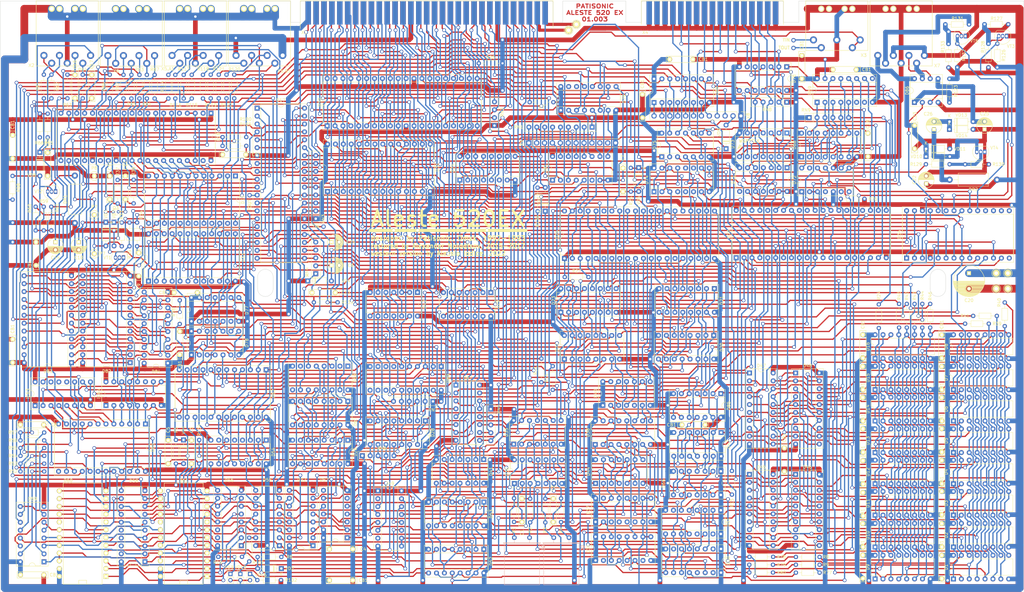
<source format=kicad_pcb>
(kicad_pcb (version 20211014) (generator pcbnew)
  (layers (0 "F.Cu" signal) (31 "B.Cu" signal) (34 "B.Paste" user) (35 "F.Paste" user) (36 "B.SilkS" user "B.Silkscreen") (37 "F.SilkS" user "F.Silkscreen") (38 "B.Mask" user) (39 "F.Mask" user) (44 "Edge.Cuts" user))
  (net 0 "")
  (net 2 "Net-(C1-Pad2)")
  (net 6 "GND")
  (net 7 "/Gate Array/COLOR")
  (net 8 "/Periphery/SBRES")
  (net 9 "/Clocks & CRTC/~{RESET2}")
  (net 10 "Net-(C9-Pad2)")
  (net 11 "/Periphery/VC1")
  (net 12 "Net-(C14-Pad1)")
  (net 13 "/Gate Array/B")
  (net 14 "/Gate Array/G")
  (net 15 "/Gate Array/R")
  (net 17 "VCC")
  (net 18 "/Periphery/+12V")
  (net 19 "/CPU/~{RESET*}")
  (net 20 "/Periphery/-12V")
  (net 21 "Net-(C26-Pad1)")
  (net 22 "Net-(C26-Pad2)")
  (net 23 "/RAM/MA8")
  (net 24 "/RAM/WE0")
  (net 25 "/RAM/RAS0")
  (net 26 "/RAM/MA0")
  (net 27 "/RAM/MA2")
  (net 28 "/RAM/MA1")
  (net 29 "/RAM/MA7")
  (net 30 "/RAM/MA5")
  (net 31 "/RAM/MA4")
  (net 32 "/RAM/MA3")
  (net 33 "/RAM/MA6")
  (net 34 "/RAM/R0")
  (net 35 "/RAM/CAS0")
  (net 36 "/RAM/R1")
  (net 37 "/RAM/R2")
  (net 38 "/RAM/R3")
  (net 39 "/RAM/R4")
  (net 40 "/RAM/R5")
  (net 41 "/RAM/R6")
  (net 42 "/RAM/R7")
  (net 43 "/RAM/WE1")
  (net 44 "/RAM/RAS1")
  (net 45 "/RAM/R8")
  (net 46 "/RAM/CAS1")
  (net 47 "/RAM/R9")
  (net 48 "/RAM/R10")
  (net 49 "/RAM/R11")
  (net 50 "/RAM/R12")
  (net 51 "/RAM/R13")
  (net 52 "/RAM/R14")
  (net 53 "/RAM/R15")
  (net 54 "/Periphery/AY3")
  (net 55 "/Periphery/AY2")
  (net 56 "/Periphery/BUSY")
  (net 57 "/Periphery/AY1")
  (net 58 "/Periphery/AY0")
  (net 59 "/Periphery/BDIR")
  (net 60 "/Periphery/BC1")
  (net 61 "/Periphery/TOUT")
  (net 62 "/Periphery/STROBE")
  (net 63 "/Periphery/Y0")
  (net 64 "/Periphery/Y1")
  (net 65 "/Periphery/Y2")
  (net 66 "/Periphery/Y3")
  (net 67 "/Periphery/PB2")
  (net 69 "/Periphery/TIN")
  (net 70 "/Periphery/AY7")
  (net 71 "/Periphery/AY6")
  (net 72 "/Periphery/AY5")
  (net 73 "/Periphery/AY4")
  (net 74 "/Periphery/SABC")
  (net 75 "/Periphery/PD7")
  (net 76 "/Periphery/PD6")
  (net 77 "/Periphery/PD5")
  (net 78 "/Periphery/PD4")
  (net 79 "/Periphery/PD3")
  (net 80 "/Periphery/PD2")
  (net 81 "/Periphery/PD1")
  (net 82 "/Periphery/PD0")
  (net 83 "/Periphery/X8")
  (net 84 "/Periphery/X7")
  (net 85 "/Periphery/X6")
  (net 86 "/Periphery/X5")
  (net 87 "/Periphery/X4")
  (net 88 "/Periphery/X3")
  (net 89 "/Periphery/X2")
  (net 90 "/Periphery/X1")
  (net 92 "Net-(D19-Pad13)")
  (net 93 "/RAM/S0")
  (net 94 "Net-(D21-Pad7)")
  (net 95 "Net-(D21-Pad9)")
  (net 96 "Net-(D22-Pad7)")
  (net 97 "Net-(D22-Pad9)")
  (net 98 "/Clocks & CRTC/V11")
  (net 99 "/Clocks & CRTC/V13")
  (net 100 "/Gate Array/MAPMOD")
  (net 101 "/Gate Array/\"A\"")
  (net 102 "/Gate Array/\"B\"")
  (net 103 "/Gate Array/M3")
  (net 104 "/Gate Array/M2")
  (net 105 "/Gate Array/M1")
  (net 106 "/Gate Array/M0")
  (net 108 "Net-(D31-Pad1)")
  (net 109 "/Gate Array/HIGHTY")
  (net 110 "/Gate Array/XD1")
  (net 111 "/Gate Array/HIGHTX")
  (net 112 "/Gate Array/XD2")
  (net 113 "/Gate Array/BLAKS")
  (net 114 "/Gate Array/XD3")
  (net 115 "/Gate Array/XD4")
  (net 116 "/Gate Array/XD5")
  (net 117 "/Periphery/RXC")
  (net 118 "/Periphery/TXC")
  (net 119 "/Periphery/FUTURE")
  (net 120 "/Periphery/~{CS53}")
  (net 121 "/Periphery/DTR")
  (net 122 "/Periphery/RXD")
  (net 123 "/Periphery/TXD")
  (net 124 "/Periphery/DSR")
  (net 125 "/Gate Array/4ST")
  (net 126 "Net-(D35-Pad5)")
  (net 128 "/Clocks & CRTC/13MHZ")
  (net 130 "/RAM/~{VCLK}")
  (net 131 "Net-(D39-Pad15)")
  (net 132 "Net-(D41-Pad3)")
  (net 134 "Net-(D41-Pad6)")
  (net 135 "/Periphery/~{STROBE}")
  (net 136 "/RAM/VBUF")
  (net 138 "/CPU/LOP")
  (net 139 "Net-(D43-Pad13)")
  (net 140 "/Gate Array/8ST")
  (net 141 "Net-(D49-Pad3)")
  (net 142 "Net-(D49-Pad4)")
  (net 143 "/Gate Array/SYNC")
  (net 144 "/Gate Array/~{PAGE}")
  (net 145 "/Gate Array/PAGE")
  (net 146 "/Gate Array/RRC")
  (net 149 "/Gate Array/PX0")
  (net 150 "Net-(D51-Pad14)")
  (net 151 "/Gate Array/MODE1")
  (net 152 "/Gate Array/PX1")
  (net 153 "/Gate Array/PX2")
  (net 154 "/Gate Array/MODE0")
  (net 155 "/Gate Array/PX3")
  (net 156 "/Gate Array/NCOLOR4")
  (net 157 "/Gate Array/CBORDER")
  (net 158 "/Gate Array/NCOLOR")
  (net 159 "/Gate Array/MODE")
  (net 160 "/Gate Array/MAPER")
  (net 161 "/Gate Array/LED0")
  (net 162 "/Gate Array/LED1")
  (net 163 "/Gate Array/NCOLOR0")
  (net 164 "/Gate Array/NCOLOR1")
  (net 165 "/Gate Array/NCOLOR2")
  (net 166 "/Gate Array/NCOLOR3")
  (net 167 "/Gate Array/C0")
  (net 168 "/Gate Array/C1")
  (net 169 "/Gate Array/C2")
  (net 170 "/Gate Array/C3")
  (net 171 "/Gate Array/C4")
  (net 172 "/Gate Array/C5")
  (net 173 "/Gate Array/BLANK")
  (net 174 "Net-(D59-Pad12)")
  (net 175 "Net-(D59-Pad15)")
  (net 176 "/Gate Array/VRAMACC")
  (net 179 "/FDC/FP0")
  (net 180 "/FDC/FP1")
  (net 181 "/FDC/FP2")
  (net 182 "/FDC/FP3")
  (net 184 "/FDC/RDD")
  (net 185 "/FDC/WRC")
  (net 186 "Net-(D70-Pad25)")
  (net 187 "Net-(D70-Pad27)")
  (net 188 "Net-(D70-Pad28)")
  (net 189 "Net-(D70-Pad29)")
  (net 190 "Net-(D70-Pad30)")
  (net 191 "/FDC/DSKRDY")
  (net 192 "Net-(D70-Pad38)")
  (net 194 "/FDC/~{GATE}")
  (net 195 "/FDC/~{RDATA}")
  (net 196 "Net-(D72-Pad14)")
  (net 197 "Net-(D73-Pad4)")
  (net 198 "Net-(D73-Pad6)")
  (net 199 "/FDC/~{WRTPRT}")
  (net 200 "/FDC/~{INDEX}")
  (net 201 "Net-(D73-Pad12)")
  (net 202 "/FDC/~{TRAC0}")
  (net 203 "/FDC/~{STEP}")
  (net 204 "/FDC/~{DRIVE1}")
  (net 205 "Net-(D75-Pad11)")
  (net 206 "/FDC/~{MOTOR}")
  (net 207 "/FDC/~{DRIVE0}")
  (net 208 "/FDC/~{DIR}")
  (net 209 "/FDC/~{WRDAT}")
  (net 210 "/FDC/~{SIDE}")
  (net 211 "Net-(D78-Pad3)")
  (net 212 "/Periphery/COMMON")
  (net 213 "/Periphery/KW0")
  (net 214 "/Periphery/KW1")
  (net 215 "/Periphery/KW2")
  (net 216 "/Periphery/KW3")
  (net 217 "/Periphery/KM0")
  (net 218 "/Periphery/KM1")
  (net 219 "/Periphery/KM2")
  (net 220 "/Periphery/KM3")
  (net 221 "/Periphery/KM4")
  (net 222 "/Periphery/KM5")
  (net 223 "/Periphery/KM6")
  (net 224 "/Periphery/KM7")
  (net 225 "/Periphery/KM8")
  (net 226 "/Periphery/KM9")
  (net 227 "/Periphery/KM14")
  (net 228 "/Periphery/KM13")
  (net 229 "/Periphery/KM12")
  (net 230 "/Periphery/KM11")
  (net 231 "/Periphery/KRS")
  (net 232 "/Periphery/KM18")
  (net 233 "/Periphery/KM17")
  (net 234 "/Periphery/KM16")
  (net 235 "/Periphery/KM15")
  (net 236 "/Periphery/Z0")
  (net 237 "/Periphery/Z1")
  (net 238 "/Periphery/Z2")
  (net 239 "/Periphery/Z3")
  (net 240 "Net-(D82-Pad17)")
  (net 241 "Net-(D82-Pad18)")
  (net 242 "/Periphery/Z4")
  (net 243 "/Periphery/Z5")
  (net 244 "/Periphery/Z6")
  (net 245 "/Periphery/Z7")
  (net 246 "Net-(D85-Pad6)")
  (net 247 "Net-(D86-Pad1)")
  (net 248 "/Periphery/TXD*")
  (net 249 "/Periphery/DTR*")
  (net 250 "Net-(D88-Pad6)")
  (net 251 "/AVCC")
  (net 252 "/AGND")
  (net 253 "Net-(P7-Pad1)")
  (net 254 "Net-(R16-Pad2)")
  (net 255 "Net-(R36-Pad2)")
  (net 256 "Net-(R52-Pad1)")
  (net 257 "Net-(R54-Pad1)")
  (net 258 "Net-(R56-Pad1)")
  (net 260 "Net-(R65-Pad1)")
  (net 261 "Net-(R81-Pad2)")
  (net 262 "Net-(R101-Pad2)")
  (net 263 "Net-(R102-Pad2)")
  (net 264 "Net-(R114-Pad2)")
  (net 265 "Net-(R115-Pad2)")
  (net 266 "Net-(R116-Pad2)")
  (net 267 "Net-(R117-Pad2)")
  (net 268 "Net-(R118-Pad2)")
  (net 269 "Net-(R119-Pad2)")
  (net 270 "Net-(R120-Pad2)")
  (net 271 "Net-(R121-Pad2)")
  (net 272 "Net-(R122-Pad2)")
  (net 273 "Net-(R127-Pad1)")
  (net 276 "/Periphery/DSR*")
  (net 277 "/Periphery/KM10")
  (net 278 "/BUFFER0")
  (net 279 "/HY")
  (net 280 "/SYNC*")
  (net 281 "/RESET")
  (net 282 "/D0")
  (net 283 "/D1")
  (net 284 "/D2")
  (net 285 "/D3")
  (net 286 "/D4")
  (net 287 "/D5")
  (net 288 "/D6")
  (net 289 "/D7")
  (net 290 "/~{IORD}")
  (net 291 "/A11")
  (net 292 "/A9")
  (net 293 "/A8")
  (net 294 "/HY*")
  (net 295 "/DISCINT")
  (net 296 "/~{IOWR}")
  (net 297 "/1M")
  (net 298 "/~{RESET}")
  (net 299 "/DIS")
  (net 300 "/V8")
  (net 301 "/V1")
  (net 302 "/A1")
  (net 303 "/A2")
  (net 304 "/V2")
  (net 305 "/V9")
  (net 306 "/V10")
  (net 307 "/V3")
  (net 308 "/A10")
  (net 309 "/A3")
  (net 310 "/A4")
  (net 311 "/A7")
  (net 312 "/V4")
  (net 313 "/V7")
  (net 314 "/V14")
  (net 315 "/V5")
  (net 316 "/MAP15")
  (net 317 "/A5")
  (net 318 "/A13")
  (net 319 "/MAP16")
  (net 320 "/L2")
  (net 321 "/V6")
  (net 322 "/MAP17")
  (net 323 "/A6")
  (net 324 "/A12")
  (net 325 "/MAP18")
  (net 326 "/L1")
  (net 327 "/V1113")
  (net 328 "/L0")
  (net 329 "/MAP14")
  (net 330 "/HIGHTZ")
  (net 331 "/L.PEN")
  (net 332 "/DEN")
  (net 333 "/CURSOR")
  (net 334 "/CBUF")
  (net 335 "/A14")
  (net 336 "/HX")
  (net 337 "/A15")
  (net 338 "/~{IORQ}")
  (net 339 "/MAPBLK")
  (net 340 "/M4")
  (net 341 "/~{WR}")
  (net 342 "/~{RD}")
  (net 343 "/~{INTA}")
  (net 344 "/~{M1}")
  (net 345 "/~{WAIT}")
  (net 346 "/CLK")
  (net 347 "/~{INT}")
  (net 348 "/~{NMI}")
  (net 349 "/~{HALT}")
  (net 350 "/~{MREQ}")
  (net 351 "/~{BUSAK}")
  (net 352 "/~{BUSRQ}")
  (net 353 "/~{RFSH}")
  (net 354 "/A0")
  (net 355 "/~{ROMEN}")
  (net 356 "/ROMDIS")
  (net 357 "/XD0")
  (net 358 "/CS53")
  (net 359 "/~{CSAY}")
  (net 360 "/WGPTCLK")
  (net 361 "/RSCLK")
  (net 362 "/8M")
  (net 363 "/4M")
  (net 364 "/ROM0")
  (net 365 "/ROM1")
  (net 366 "/16MHZ")
  (net 367 "/VCLK")
  (net 368 "/XTAL")
  (net 369 "/2M")
  (net 370 "/HIGHT")
  (net 371 "/RAS")
  (net 372 "/CAS")
  (net 373 "/~{DIS}")
  (net 374 "/MVI")
  (net 375 "/~{FUTURE}")
  (net 376 "/EXRG")
  (net 377 "/VD0")
  (net 378 "/VD1")
  (net 379 "/VD2")
  (net 380 "/VD3")
  (net 381 "/VD4")
  (net 382 "/VD5")
  (net 383 "/VD6")
  (net 384 "/VD7")
  (net 385 "/BUFFER1")
  (net 386 "/PROM0")
  (net 387 "/PROM1")
  (net 388 "/3CY")
  (net 389 "/MK0")
  (net 390 "/MK1")
  (net 391 "/MK2")
  (net 392 "/MK3")
  (net 393 "/1CY")
  (net 394 "/2CY")
  (net 395 "/SINT*")
  (net 396 "/KK0")
  (net 397 "/KK1")
  (net 398 "/KK2")
  (net 399 "/KK3")
  (net 400 "/SINT")
  (net 401 "/~{RAMEN}")
  (net 402 "/RAMDIS")
  (net 403 "/DW")
  (net 404 "/~{3CY}")
  (net 405 "/SOUND")
  (net 435 "/FDC/RW{slash}S")
  (net 453 "/Periphery/50{slash}60")
  (net 462 "Net-(D23-Pad7)")
  (net 463 "Net-(D23-Pad9)")
  (net 464 "/~{EXP}")
  (net 465 "Net-(R58-Pad1)")
  (net 466 "Net-(R127-Pad2)")
  (net 469 "Net-(D66-Pad2)")
  (net 473 "Net-(D50-Pad12)")
  (net 474 "Net-(D36-Pad11)")
  (net 475 "Net-(D36-Pad1)")
  (net 476 "Net-(D29-Pad11)")
  (net 477 "Net-(C2-Pad2)")
  (net 478 "Net-(C2-Pad1)")
  (net 479 "Net-(C1-Pad1)")
  (net 480 "Net-(C12-Pad2)")
  (net 481 "Net-(D19-Pad3)")
  (net 484 "Net-(D32-Pad9)")
  (net 486 "Net-(C18-Pad2)")
  (net 487 "Net-(D41-Pad5)")
  (net 488 "Net-(D43-Pad9)")
  (net 491 "Net-(D36-Pad6)")
  (net 492 "Net-(D40-Pad2)")
  (net 493 "Net-(D40-Pad6)")
  (net 494 "Net-(D40-Pad12)")
  (net 495 "Net-(D43-Pad8)")
  (net 496 "Net-(D66-Pad11)")
  (net 497 "Net-(D66-Pad13)")
  (net 498 "Net-(D70-Pad37)")
  (net 500 "Net-(R129-Pad2)")
  (net 501 "Net-(R131-Pad2)")
  (net 502 "Net-(D20-Pad7)")
  (net 503 "Net-(D20-Pad9)")
  (net 504 "Net-(D24-Pad5)")
  (net 506 "Net-(D38-Pad4)")
  (net 507 "Net-(D59-Pad10)")
  (net 508 "Net-(D59-Pad7)")
  (net 509 "Net-(D59-Pad5)")
  (net 510 "Net-(D59-Pad2)")
  (net 511 "Net-(C3-Pad2)")
  (net 512 "Net-(C11-Pad2)")
  (net 513 "Net-(D77-Pad5)")
  (net 518 "Net-(D65-Pad6)")
  (net 519 "Net-(D25-Pad23)")
  (net 520 "Net-(D65-Pad23)")
  (net 524 "Net-(D78-Pad6)")
  (net 525 "Net-(D83-Pad20)")
  (net 526 "Net-(D83-Pad19)")
  (net 527 "Net-(D83-Pad18)")
  (net 528 "Net-(D83-Pad17)")
  (net 529 "Net-(D50-Pad14)")
  (net 530 "Net-(D54-Pad10)")
  (net 531 "Net-(D68-Pad2)")
  (net 532 "Net-(D68-Pad5)")
  (net 533 "Net-(D68-Pad7)")
  (net 534 "Net-(D31-Pad27)")
  (net 535 "Net-(D65-Pad1)")
  (net 536 "Net-(D65-Pad7)")
  (net 537 "Net-(D65-Pad8)")
  (net 538 "Net-(D68-Pad9)")
  (net 539 "Net-(D68-Pad10)")
  (net 540 "Net-(D68-Pad12)")
  (net 541 "Net-(D68-Pad14)")
  (net 542 "Net-(D70-Pad4)")
  (net 543 "Net-(D70-Pad15)")
  (net 544 "Net-(D70-Pad17)")
  (net 545 "Net-(D70-Pad33)")
  (net 546 "Net-(D70-Pad34)")
  (net 547 "Net-(D71-Pad11)")
  (footprint "Common_Alessio:C_Disc_D7.5_P2.5" (layer "F.Cu") (at 219.77 199.81 90)
    (fp_text reference "C1")
    (fp_text value "470")
  )
  (footprint "Common_Alessio:C_Disc_D7.5_P2.5" (layer "F.Cu") (at 229.8358 199.8138 -90)
    (fp_text reference "C2")
    (fp_text value "470")
  )
  (footprint "Common_Alessio:C_Disc_D7.5_P2.5" (layer "F.Cu") (at 113.52 181.06 90)
    (fp_text reference "C3")
    (fp_text value "CAP")
  )
  (footprint "Common_Alessio:C_Disc_D7.5_P2.5" (layer "F.Cu") (at 161.645 212.31 180)
    (fp_text reference "C4")
    (fp_text value "CAP")
  )
  (footprint "Common_Alessio:C_Disc_D7.5_P2.5" (layer "F.Cu") (at 106.02 181.06 -90)
    (fp_text reference "C5")
    (fp_text value "CAP")
  )
  (footprint "Capacitors_ThroughHole:C_Radial_D5_L6_P2.5" (layer "F.Cu") (at 158.52 121.06)
    (fp_text reference "C6")
    (fp_text value "1мк")
  )
  (footprint "Common_Alessio:C_Disc_D7.5_P2.5" (layer "F.Cu") (at 252.27 93.56 -90)
    (fp_text reference "C7")
    (fp_text value "0,33мк")
  )
  (footprint "Common_Alessio:C_Disc_D7.5_P2.5" (layer "F.Cu") (at 96.5366 120.769 90)
    (fp_text reference "C9")
    (fp_text value "1,5мк")
  )
  (footprint "Capacitors_ThroughHole:C_Radial_D5_L6_P2.5" (layer "F.Cu") (at 77.27 113.56 -90)
    (fp_text reference "C10")
    (fp_text value "100мк")
  )
  (footprint "Common_Alessio:C_Disc_D7.5_P2.5" (layer "F.Cu") (at 87.27 96.06 -90)
    (fp_text reference "C11")
    (fp_text value "12")
  )
  (footprint "Common_Alessio:C_Disc_D7.5_P2.5" (layer "F.Cu") (at 92.27 96.06 -90)
    (fp_text reference "C12")
    (fp_text value "24")
  )
  (footprint "Common_Alessio:C_Disc_D7.5_P2.5" (layer "F.Cu") (at 156.02 129.81 180)
    (fp_text reference "C13")
    (fp_text value "47н")
  )
  (footprint "Capacitors_ThroughHole:C_Radial_D5_L6_P2.5" (layer "F.Cu") (at 69.77 113.56 -90)
    (fp_text reference "C14")
    (fp_text value "100мк")
  )
  (footprint "Common_Alessio:C_Disc_D7.5_P2.5" (layer "F.Cu") (at 67.27 88.56 -90)
    (fp_text reference "C15")
    (fp_text value "CAP")
  )
  (footprint "Common_Alessio:C_Disc_D7.5_P2.5" (layer "F.Cu") (at 76.0642 63.5428 -90)
    (fp_text reference "C16")
    (fp_text value "CAP")
  )
  (footprint "Common_Alessio:C_Disc_D7.5_P2.5" (layer "F.Cu") (at 81.449 63.5428 -90)
    (fp_text reference "C17")
    (fp_text value "CAP")
  )
  (footprint "MyLib_metric:C_Disc_D7.5_P2.5" (layer "F.Cu") (at 331.02 82.31 90)
    (fp_text reference "C18")
    (fp_text value "CAP")
  )
  (footprint "Capacitors_ThroughHole:C_Radial_D10_L16_P5" (layer "F.Cu") (at 363.52 123.56 -90)
    (fp_text reference "C20")
    (fp_text value "1000мк")
  )
  (footprint "Capacitors_ThroughHole:C_Radial_D5_L6_P2.5" (layer "F.Cu") (at 349.77 94.81 90)
    (fp_text reference "C22")
    (fp_text value "100мк")
  )
  (footprint "MyLib_metric:C_Disc_D7.5_P2.5" (layer "F.Cu") (at 346.02 79.81 90)
    (fp_text reference "C23")
    (fp_text value "0,47мк")
  )
  (footprint "Capacitors_ThroughHole:C_Radial_D5_L6_P2.5" (layer "F.Cu") (at 158.52 113.56)
    (fp_text reference "C24")
    (fp_text value "1мк")
  )
  (footprint "Capacitors_ThroughHole:C_Radial_D5_L6_P2.5" (layer "F.Cu") (at 368.52 77.31 90)
    (fp_text reference "C25")
    (fp_text value "47мк")
  )
  (footprint "Capacitors_ThroughHole:C_Radial_D5_L6_P2.5" (layer "F.Cu") (at 352.27 77.31 90)
    (fp_text reference "C26")
    (fp_text value "47мк")
  )
  (footprint "Common_Alessio:C_Disc_D7.5_P2.5" (layer "F.Cu") (at 62.2974 220.5656 180)
    (fp_text reference "CB1")
    (fp_text value "0,1мк")
  )
  (footprint "Package_DIP:DIP-16_W7.62mm" (layer "F.Cu") (at 358.5272 211.6248 90)
    (fp_text reference "D2")
    (fp_text value "HM50256P-20")
  )
  (footprint "Package_DIP:DIP-16_W7.62mm" (layer "F.Cu") (at 358.5122 201.3632 90)
    (fp_text reference "D3")
    (fp_text value "HM50256P-20")
  )
  (footprint "Package_DIP:DIP-16_W7.62mm" (layer "F.Cu") (at 358.5272 191.2948 90)
    (fp_text reference "D4")
    (fp_text value "HM50256P-20")
  )
  (footprint "Package_DIP:DIP-16_W7.62mm" (layer "F.Cu") (at 358.5272 181.2464 90)
    (fp_text reference "D5")
    (fp_text value "HM50256P-20")
  )
  (footprint "Package_DIP:DIP-16_W7.62mm" (layer "F.Cu") (at 358.5272 171.0764 90)
    (fp_text reference "D6")
    (fp_text value "HM50256P-20")
  )
  (footprint "Package_DIP:DIP-16_W7.62mm" (layer "F.Cu") (at 358.5272 161.028 90)
    (fp_text reference "D7")
    (fp_text value "HM50256P-20")
  )
  (footprint "Package_DIP:DIP-16_W7.62mm" (layer "F.Cu") (at 358.5272 150.9696 90)
    (fp_text reference "D8")
    (fp_text value "HM50256P-20")
  )
  (footprint "Package_DIP:DIP-16_W7.62mm" (layer "F.Cu") (at 333.3304 221.8764 90)
    (fp_text reference "D9")
    (fp_text value "HM50256P-20")
  )
  (footprint "Package_DIP:DIP-16_W7.62mm" (layer "F.Cu") (at 333.3304 211.6248 90)
    (fp_text reference "D10")
    (fp_text value "HM50256P-20")
  )
  (footprint "Package_DIP:DIP-16_W7.62mm" (layer "F.Cu") (at 333.3304 201.3632 90)
    (fp_text reference "D11")
    (fp_text value "HM50256P-20")
  )
  (footprint "Package_DIP:DIP-16_W7.62mm" (layer "F.Cu") (at 333.3304 191.2948 90)
    (fp_text reference "D12")
    (fp_text value "HM50256P-20")
  )
  (footprint "Package_DIP:DIP-16_W7.62mm" (layer "F.Cu") (at 333.3304 181.2464 90)
    (fp_text reference "D13")
    (fp_text value "HM50256P-20")
  )
  (footprint "Package_DIP:DIP-16_W7.62mm" (layer "F.Cu") (at 333.3304 171.0764 90)
    (fp_text reference "D14")
    (fp_text value "HM50256P-20")
  )
  (footprint "Package_DIP:DIP-16_W7.62mm" (layer "F.Cu") (at 333.3304 161.028 90)
    (fp_text reference "D15")
    (fp_text value "HM50256P-20")
  )
  (footprint "Package_DIP:DIP-16_W7.62mm" (layer "F.Cu") (at 333.3304 150.9696 90)
    (fp_text reference "D16")
    (fp_text value "HM50256P-20")
  )
  (footprint "Package_DIP:DIP-40_W15.24mm_Socket" (layer "F.Cu") (at 134.6316 70.5074)
    (fp_text reference "D17")
    (fp_text value "8255")
  )
  (footprint "Package_DIP:DIP-40_W15.24mm_Socket" (layer "F.Cu") (at 119.803 72.128 -90)
    (fp_text reference "D18")
    (fp_text value "AY-3-8910")
  )
  (footprint "Package_DIP:DIP-24_W15.24mm_Socket" (layer "F.Cu") (at 127.682 92.2906 -90)
    (fp_text reference "D19")
    (fp_text value "MC146818")
  )
  (footprint "Package_DIP:DIP-16_W7.62mm_Socket" (layer "F.Cu") (at 281.4586 143.5628 -90)
    (fp_text reference "D20")
    (fp_text value "74LS153")
  )
  (footprint "Package_DIP:DIP-16_W7.62mm_Socket" (layer "F.Cu") (at 281.6518 128.516 -90)
    (fp_text reference "D21")
    (fp_text value "74LS153")
  )
  (footprint "Package_DIP:DIP-16_W7.62mm_Socket" (layer "F.Cu") (at 233.4072 151.2136 90)
    (fp_text reference "D22")
    (fp_text value "74LS153")
  )
  (footprint "Package_DIP:DIP-16_W7.62mm_Socket" (layer "F.Cu") (at 232.2742 136.136 90)
    (fp_text reference "D23")
    (fp_text value "74LS153")
  )
  (footprint "Package_DIP:DIP-16_W7.62mm_Socket" (layer "F.Cu") (at 199.813 93.6164 90)
    (fp_text reference "D24")
    (fp_text value "74LS151")
  )
  (footprint "Package_DIP:DIP-16_W7.62mm_Socket" (layer "F.Cu") (at 163.8058 177.2432 -90)
    (fp_text reference "D26")
    (fp_text value "74LS253")
  )
  (footprint "Package_DIP:DIP-16_W7.62mm_Socket" (layer "F.Cu") (at 188.7486 171.0456 -90)
    (fp_text reference "D28")
    (fp_text value "AM27S20")
  )
  (footprint "Package_DIP:DIP-14_W7.62mm_Socket" (layer "F.Cu") (at 209.7748 129.796 -90)
    (fp_text reference "D29")
    (fp_text value "74LS32")
  )
  (footprint "Package_DIP:DIP-40_W15.24mm_Socket" (layer "F.Cu") (at 157.141 76.192 90)
    (fp_text reference "D30")
    (fp_text value "Z80")
  )
  (footprint "Package_DIP:DIP-28_W15.24mm_Socket" (layer "F.Cu") (at 157.268 97.2994 90)
    (fp_text reference "D31")
    (fp_text value "27512")
  )
  (footprint "Package_DIP:DIP-16_W7.62mm_Socket" (layer "F.Cu") (at 152.6098 211.1776 180)
    (fp_text reference "D32")
    (fp_text value "74LS174")
  )
  (footprint "Package_DIP:DIP-24_W15.24mm_Socket" (layer "F.Cu") (at 99.6862 126.1284 90)
    (fp_text reference "D33")
    (fp_text value "8253")
  )
  (footprint "Package_DIP:DIP-28_W15.24mm_Socket" (layer "F.Cu") (at 343.4604 118.7166 90)
    (fp_text reference "D34")
    (fp_text value "8251A")
  )
  (footprint "Package_DIP:DIP-14_W7.62mm_Socket" (layer "F.Cu") (at 217.1308 178.544 90)
    (fp_text reference "D35")
    (fp_text value "74LS08")
  )
  (footprint "Package_DIP:DIP-14_W7.62mm_Socket" (layer "F.Cu") (at 217.339 191.1778 90)
    (fp_text reference "D36")
    (fp_text value "74LS04")
  )
  (footprint "Package_DIP:DIP-16_W7.62mm_Socket" (layer "F.Cu") (at 243.4402 203.5376 90)
    (fp_text reference "D37")
    (fp_text value "74LS161")
  )
  (footprint "Package_DIP:DIP-16_W7.62mm_Socket" (layer "F.Cu") (at 243.3386 178.6556 90)
    (fp_text reference "D38")
    (fp_text value "74LS257")
  )
  (footprint "Package_DIP:DIP-16_W7.62mm_Socket" (layer "F.Cu") (at 243.4402 215.9328 90)
    (fp_text reference "D39")
    (fp_text value "74LS194")
  )
  (footprint "Package_DIP:DIP-14_W7.62mm_Socket" (layer "F.Cu") (at 245.787 166.0572 90)
    (fp_text reference "D40")
    (fp_text value "74LS74")
  )
  (footprint "Package_DIP:DIP-14_W7.62mm_Socket" (layer "F.Cu") (at 243.4452 191.1424 90)
    (fp_text reference "D44")
    (fp_text value "74LS32")
  )
  (footprint "Package_DIP:DIP-20_W7.62mm_Socket" (layer "F.Cu") (at 292.9394 188.2618)
    (fp_text reference "D45")
    (fp_text value "74LS373")
  )
  (footprint "Package_DIP:DIP-20_W7.62mm_Socket" (layer "F.Cu") (at 307.773 188.2618)
    (fp_text reference "D46")
    (fp_text value "74LS373")
  )
  (footprint "Package_DIP:DIP-20_W7.62mm_Socket" (layer "F.Cu") (at 292.9394 155.6482)
    (fp_text reference "D47")
    (fp_text value "74LS373")
  )
  (footprint "Package_DIP:DIP-20_W7.62mm_Socket" (layer "F.Cu") (at 307.773 155.6482)
    (fp_text reference "D48")
    (fp_text value "74LS373")
  )
  (footprint "Package_DIP:DIP-16_W7.62mm_Socket" (layer "F.Cu") (at 173.4478 193.54)
    (fp_text reference "D49")
    (fp_text value "74LS194")
  )
  (footprint "Package_DIP:DIP-16_W7.62mm_Socket" (layer "F.Cu") (at 283.7854 212.2344 -90)
    (fp_text reference "D50")
    (fp_text value "74LS194")
  )
  (footprint "Package_DIP:DIP-16_W7.62mm_Socket" (layer "F.Cu") (at 283.7346 199.7884 -90)
    (fp_text reference "D51")
    (fp_text value "74LS194")
  )
  (footprint "Package_DIP:DIP-16_W7.62mm_Socket" (layer "F.Cu") (at 207.5346 212.346 -90)
    (fp_text reference "D52")
    (fp_text value "74LS153")
  )
  (footprint "Package_DIP:DIP-16_W7.62mm_Socket" (layer "F.Cu") (at 207.5446 197.1568 -90)
    (fp_text reference "D53")
    (fp_text value "74LS153")
  )
  (footprint "Package_DIP:DIP-16_W7.62mm_Socket" (layer "F.Cu") (at 137.5422 177.2432 -90)
    (fp_text reference "D54")
    (fp_text value "74LS155")
  )
  (footprint "Package_DIP:DIP-16_W7.62mm_Socket" (layer "F.Cu") (at 141.7894 211.1776 180)
    (fp_text reference "D55")
    (fp_text value "74LS174")
  )
  (footprint "Package_DIP:DIP-16_W7.62mm_Socket" (layer "F.Cu") (at 129.5466 211.1776 180)
    (fp_text reference "D56")
    (fp_text value "74LS174")
  )
  (footprint "Package_DIP:DIP-14_W7.62mm_Socket" (layer "F.Cu") (at 163.5826 208.6326 180)
    (fp_text reference "D57")
    (fp_text value "74LS74")
  )
  (footprint "Package_DIP:DIP-20_W7.62mm_Socket" (layer "F.Cu") (at 98.5586 216.3442 180)
    (fp_text reference "D58")
    (fp_text value "74LS374")
  )
  (footprint "Package_DIP:DIP-16_W7.62mm_Socket" (layer "F.Cu") (at 66.1074 216.3592 180)
    (fp_text reference "D59")
    (fp_text value "74LS174")
  )
  (footprint "MyLib_metric:DIP-24" (layer "F.Cu") (at 78.52 207.31 90)
    (fp_text reference "D60")
    (fp_text value "1802ИР1")
  )
  (footprint "MyLib_metric:DIP-24" (layer "F.Cu") (at 111.02 207.31 90)
    (fp_text reference "D61")
    (fp_text value "1802ИР1")
  )
  (footprint "Package_DIP:DIP-24_W15.24mm_Socket" (layer "F.Cu") (at 137.5372 154.6222 -90)
    (fp_text reference "D62")
    (fp_text value "2716")
  )
  (footprint "Package_DIP:DIP-24_W15.24mm_Socket" (layer "F.Cu") (at 98.726 172.0466 -90)
    (fp_text reference "D65")
    (fp_text value "2716")
  )
  (footprint "Package_DIP:DIP-14_W7.62mm_Socket" (layer "F.Cu") (at 283.7396 187.2508 -90)
    (fp_text reference "D66")
    (fp_text value "74LS74")
  )
  (footprint "Package_DIP:DIP-16_W7.62mm_Socket" (layer "F.Cu") (at 198.553 159.5448)
    (fp_text reference "D67")
    (fp_text value "AM27S20")
  )
  (footprint "Package_DIP:DIP-16_W7.62mm_Socket" (layer "F.Cu") (at 309.6834 86.1642 90)
    (fp_text reference "D68")
    (fp_text value "74LS174")
  )
  (footprint "Package_DIP:DIP-16_W7.62mm_Socket" (layer "F.Cu") (at 314.6872 68.6128 90)
    (fp_text reference "D69")
    (fp_text value "27S18")
  )
  (footprint "Package_DIP:DIP-14_W7.62mm_Socket" (layer "F.Cu") (at 305.0248 89.664 -90)
    (fp_text reference "D71")
    (fp_text value "74LS74")
  )
  (footprint "Package_DIP:DIP-14_W7.62mm_Socket" (layer "F.Cu") (at 309.7392 97.3656 90)
    (fp_text reference "D72")
    (fp_text value "74LS93")
  )
  (footprint "Package_DIP:DIP-14_W7.62mm_Socket" (layer "F.Cu") (at 304.974 78.488 -90)
    (fp_text reference "D73")
    (fp_text value "74LS04")
  )
  (footprint "Package_DIP:DIP-16_W7.62mm_Socket" (layer "F.Cu") (at 262.2462 97.3756 90)
    (fp_text reference "D74")
    (fp_text value "74LS155")
  )
  (footprint "Package_DIP:DIP-14_W7.62mm_Socket" (layer "F.Cu") (at 304.9232 57.2028 -90)
    (fp_text reference "D76")
    (fp_text value "74LS05")
  )
  (footprint "Package_DIP:DIP-14_W7.62mm_Socket" (layer "F.Cu") (at 113.4988 149.842 90)
    (fp_text reference "D78")
    (fp_text value "74LS00")
  )
  (footprint "Package_DIP:DIP-16_W7.62mm_Socket" (layer "F.Cu") (at 232.2642 71.1782 90)
    (fp_text reference "D79")
    (fp_text value "74LS174")
  )
  (footprint "Package_DIP:DIP-16_W7.62mm_Socket" (layer "F.Cu") (at 262.2462 68.699 90)
    (fp_text reference "D80")
    (fp_text value "74LS145")
  )
  (footprint "Package_DIP:DIP-16_W7.62mm_Socket" (layer "F.Cu") (at 229.6226 93.6572 90)
    (fp_text reference "D81")
    (fp_text value "74LS151")
  )
  (footprint "Package_DIP:DIP-24_W15.24mm_Socket" (layer "F.Cu") (at 93.7984 152.3412 180)
    (fp_text reference "D82")
    (fp_text value "1802ИР1")
  )
  (footprint "Package_DIP:DIP-24_W15.24mm_Socket" (layer "F.Cu") (at 74.9466 152.3412 180)
    (fp_text reference "D83")
    (fp_text value "1802ИР1")
  )
  (footprint "Package_DIP:DIP-20_W7.62mm_Socket" (layer "F.Cu") (at 105.9246 152.4936 180)
    (fp_text reference "D84")
    (fp_text value "74LS374")
  )
  (footprint "Package_DIP:DIP-8_W7.62mm_Socket" (layer "F.Cu") (at 345.9746 68.6382 90)
    (fp_text reference "D86")
    (fp_text value "SN75150")
  )
  (footprint "Package_DIP:DIP-20_W7.62mm_Socket" (layer "F.Cu") (at 193.8136 153.5704 -90)
    (fp_text reference "D89")
    (fp_text value "74LS245")
  )
  (footprint "Inductor_THT:L_Axial_L9.5mm_D4.0mm_P15.24mm_Horizontal_Fastron_SMCC" (layer "F.Cu") (at 372.533 93.5148 180)
    (fp_text reference "DR2")
    (fp_text value "51мкГ")
  )
  (footprint "MyLib:PIN" (layer "F.Cu") (at 376.02 123.56)
    (fp_text reference "P1" hide)
    (fp_text value "PIN")
  )
  (footprint "MyLib:PIN" (layer "F.Cu") (at 376.02 128.56)
    (fp_text reference "P2" hide)
    (fp_text value "PIN")
  )
  (footprint "MyLib:PIN" (layer "F.Cu") (at 237.27 43.56)
    (fp_text reference "P3" hide)
    (fp_text value "PIN" hide)
  )
  (footprint "MyLib:PIN" (layer "F.Cu") (at 234.77 45.435)
    (fp_text reference "P4" hide)
    (fp_text value "PIN" hide)
  )
  (footprint "MyLib:PIN" (layer "F.Cu") (at 372.27 123.56)
    (fp_text reference "P5" hide)
    (fp_text value "PIN")
  )
  (footprint "MyLib:PIN" (layer "F.Cu") (at 372.27 128.56)
    (fp_text reference "P6" hide)
    (fp_text value "PIN")
  )
  (footprint "MyLib:PIN" (layer "F.Cu") (at 82.27 117.31)
    (fp_text reference "P7")
    (fp_text value "PIN")
  )
  (footprint "MyLib:PIN" (layer "F.Cu") (at 82.27 92.31)
    (fp_text reference "P8")
    (fp_text value "PIN")
  )
  (footprint "Crystal:Crystal_DS15_D1.5mm_L5.0mm_Vertical" (layer "F.Cu") (at 90.0206 103.8272 180)
    (fp_text reference "Q3")
    (fp_text value "QUARTZ" hide)
  )
  (footprint "Resistor_THT:R_Axial_DIN0204_L3.6mm_D1.6mm_P7.62mm_Horizontal" (layer "F.Cu") (at 217.2374 195.9276 -90)
    (fp_text reference "R1")
    (fp_text value "1,2к")
  )
  (footprint "Resistor_THT:R_Axial_DIN0204_L3.6mm_D1.6mm_P7.62mm_Horizontal" (layer "F.Cu") (at 222.419 196.08 -90)
    (fp_text reference "R2")
    (fp_text value "1,2к")
  )
  (footprint "Resistor_THT:R_Axial_DIN0204_L3.6mm_D1.6mm_P7.62mm_Horizontal" (layer "F.Cu") (at 227.2958 203.7 90)
    (fp_text reference "R3")
    (fp_text value "1,2к")
  )
  (footprint "Resistor_THT:R_Axial_DIN0204_L3.6mm_D1.6mm_P7.62mm_Horizontal" (layer "F.Cu") (at 232.3504 195.9784 -90)
    (fp_text reference "R4")
    (fp_text value "1,2к")
  )
  (footprint "Resistor_THT:R_Axial_DIN0204_L3.6mm_D1.6mm_P7.62mm_Horizontal" (layer "F.Cu") (at 108.52 184.8024 90)
    (fp_text reference "R5")
    (fp_text value "2,7к")
  )
  (footprint "Resistor_THT:R_Axial_DIN0204_L3.6mm_D1.6mm_P7.62mm_Horizontal" (layer "F.Cu") (at 134.789 214.81)
    (fp_text reference "R6")
    (fp_text value "2,7к")
  )
  (footprint "Resistor_THT:R_Axial_DIN0204_L3.6mm_D1.6mm_P7.62mm_Horizontal" (layer "F.Cu") (at 229.8866 68.572 180)
    (fp_text reference "R7")
    (fp_text value "51")
  )
  (footprint "Resistor_THT:R_Axial_DIN0204_L3.6mm_D1.6mm_P7.62mm_Horizontal" (layer "F.Cu") (at 307.8646 214.81)
    (fp_text reference "R8")
    (fp_text value "51")
  )
  (footprint "Resistor_THT:R_Axial_DIN0204_L3.6mm_D1.6mm_P7.62mm_Horizontal" (layer "F.Cu") (at 307.8646 217.31)
    (fp_text reference "R9")
    (fp_text value "51")
  )
  (footprint "Resistor_THT:R_Axial_DIN0204_L3.6mm_D1.6mm_P7.62mm_Horizontal" (layer "F.Cu") (at 229.6834 161.0788 90)
    (fp_text reference "R14")
    (fp_text value "2,7к")
  )
  (footprint "Resistor_THT:R_Axial_DIN0204_L3.6mm_D1.6mm_P7.62mm_Horizontal" (layer "F.Cu") (at 287.2906 194.7592 90)
    (fp_text reference "R15")
    (fp_text value "2,7к")
  )
  (footprint "Resistor_THT:R_Axial_DIN0204_L3.6mm_D1.6mm_P7.62mm_Horizontal" (layer "F.Cu") (at 129.7598 214.7744 180)
    (fp_text reference "R16")
    (fp_text value "360")
  )
  (footprint "Resistor_THT:R_Axial_DIN0204_L3.6mm_D1.6mm_P7.62mm_Horizontal" (layer "F.Cu") (at 334.5346 133.596 -90)
    (fp_text reference "R24")
    (fp_text value "51")
  )
  (footprint "Resistor_THT:R_Axial_DIN0204_L3.6mm_D1.6mm_P7.62mm_Horizontal" (layer "F.Cu") (at 205.909 56.0752)
    (fp_text reference "R25")
    (fp_text value "2,7к")
  )
  (footprint "Resistor_THT:R_Axial_DIN0204_L3.6mm_D1.6mm_P7.62mm_Horizontal" (layer "F.Cu") (at 254.7786 97.3248 90)
    (fp_text reference "R26")
    (fp_text value "10k")
  )
  (footprint "Resistor_THT:R_Axial_DIN0204_L3.6mm_D1.6mm_P7.62mm_Horizontal" (layer "F.Cu") (at 233.5442 124.8076)
    (fp_text reference "R27")
    (fp_text value "10к")
  )
  (footprint "Resistor_THT:R_Axial_DIN0204_L3.6mm_D1.6mm_P7.62mm_Horizontal" (layer "F.Cu") (at 91.101 107.2816 -90)
    (fp_text reference "R33")
    (fp_text value "10к")
  )
  (footprint "Resistor_THT:R_Axial_DIN0204_L3.6mm_D1.6mm_P7.62mm_Horizontal" (layer "F.Cu") (at 96.0286 114.9016 90)
    (fp_text reference "R34")
    (fp_text value "10k")
  )
  (footprint "Resistor_THT:R_Axial_DIN0204_L3.6mm_D1.6mm_P7.62mm_Horizontal" (layer "F.Cu") (at 93.5902 114.9016 90)
    (fp_text reference "R35")
    (fp_text value "390к")
  )
  (footprint "Resistor_THT:R_Axial_DIN0204_L3.6mm_D1.6mm_P7.62mm_Horizontal" (layer "F.Cu") (at 109.7446 139.8952 90)
    (fp_text reference "R36")
    (fp_text value "1,2к")
  )
  (footprint "Resistor_THT:R_Axial_DIN0204_L3.6mm_D1.6mm_P7.62mm_Horizontal" (layer "F.Cu") (at 89.77 101.1856 90)
    (fp_text reference "R37")
    (fp_text value "10М")
  )
  (footprint "Resistor_THT:R_Axial_DIN0204_L3.6mm_D1.6mm_P7.62mm_Horizontal" (layer "F.Cu") (at 94.911 101.1348 90)
    (fp_text reference "R38")
    (fp_text value "470к")
  )
  (footprint "Resistor_THT:R_Axial_DIN0204_L3.6mm_D1.6mm_P7.62mm_Horizontal" (layer "F.Cu") (at 362.2714 139.81)
    (fp_text reference "R39")
    (fp_text value "51")
  )
  (footprint "Resistor_THT:R_Axial_DIN0204_L3.6mm_D1.6mm_P7.62mm_Horizontal" (layer "F.Cu") (at 375.0222 132.9864 -90)
    (fp_text reference "R40")
    (fp_text value "51")
  )
  (footprint "Resistor_THT:R_Axial_DIN0204_L3.6mm_D1.6mm_P7.62mm_Horizontal" (layer "F.Cu") (at 364.8622 137.3044)
    (fp_text reference "R41")
    (fp_text value "51")
  )
  (footprint "Resistor_THT:R_Axial_DIN0204_L3.6mm_D1.6mm_P7.62mm_Horizontal" (layer "F.Cu") (at 343.5262 133.4436 -90)
    (fp_text reference "R42")
    (fp_text value "51")
  )
  (footprint "Resistor_THT:R_Axial_DIN0204_L3.6mm_D1.6mm_P7.62mm_Horizontal" (layer "F.Cu") (at 346.0154 133.4436 -90)
    (fp_text reference "R43")
    (fp_text value "51")
  )
  (footprint "Resistor_THT:R_Axial_DIN0204_L3.6mm_D1.6mm_P7.62mm_Horizontal" (layer "F.Cu") (at 348.5046 133.4436 -90)
    (fp_text reference "R44")
    (fp_text value "51")
  )
  (footprint "Resistor_THT:R_Axial_DIN0204_L3.6mm_D1.6mm_P7.62mm_Horizontal" (layer "F.Cu") (at 341.037 133.4436 -90)
    (fp_text reference "R45")
    (fp_text value "51")
  )
  (footprint "Resistor_THT:R_Axial_DIN0204_L3.6mm_D1.6mm_P7.62mm_Horizontal" (layer "F.Cu") (at 351.0446 133.4436 -90)
    (fp_text reference "R46")
    (fp_text value "51")
  )
  (footprint "Resistor_THT:R_Axial_DIN0204_L3.6mm_D1.6mm_P7.62mm_Horizontal" (layer "F.Cu") (at 226.0258 158.6404 90)
    (fp_text reference "R51")
    (fp_text value "1,2к")
  )
  (footprint "Resistor_THT:R_Axial_DIN0204_L3.6mm_D1.6mm_P7.62mm_Horizontal" (layer "F.Cu") (at 58.5382 187.31)
    (fp_text reference "R52")
    (fp_text value "200")
  )
  (footprint "Resistor_THT:R_Axial_DIN0204_L3.6mm_D1.6mm_P7.62mm_Horizontal" (layer "F.Cu") (at 58.5382 184.8024)
    (fp_text reference "R53")
    (fp_text value "360")
  )
  (footprint "Resistor_THT:R_Axial_DIN0204_L3.6mm_D1.6mm_P7.62mm_Horizontal" (layer "F.Cu") (at 58.5382 182.31)
    (fp_text reference "R54")
    (fp_text value "200")
  )
  (footprint "Resistor_THT:R_Axial_DIN0204_L3.6mm_D1.6mm_P7.62mm_Horizontal" (layer "F.Cu") (at 58.5382 179.7732)
    (fp_text reference "R55")
    (fp_text value "360")
  )
  (footprint "Resistor_THT:R_Axial_DIN0204_L3.6mm_D1.6mm_P7.62mm_Horizontal" (layer "F.Cu") (at 58.5382 177.3348)
    (fp_text reference "R56")
    (fp_text value "200")
  )
  (footprint "Resistor_THT:R_Axial_DIN0204_L3.6mm_D1.6mm_P7.62mm_Horizontal" (layer "F.Cu") (at 58.5382 174.7948)
    (fp_text reference "R57")
    (fp_text value "360")
  )
  (footprint "Resistor_THT:R_Axial_DIN0204_L3.6mm_D1.6mm_P7.62mm_Horizontal" (layer "F.Cu") (at 55.9982 92.2956 -90)
    (fp_text reference "R58")
    (fp_text value "510")
  )
  (footprint "Resistor_THT:R_Axial_DIN0204_L3.6mm_D1.6mm_P7.62mm_Horizontal" (layer "F.Cu") (at 66.0058 109.8216 90)
    (fp_text reference "R59")
    (fp_text value "6,8к")
  )
  (footprint "Resistor_THT:R_Axial_DIN0204_L3.6mm_D1.6mm_P7.62mm_Horizontal" (layer "F.Cu") (at 63.415 109.8216 90)
    (fp_text reference "R60")
    (fp_text value "1,2к")
  )
  (footprint "Resistor_THT:R_Axial_DIN0204_L3.6mm_D1.6mm_P7.62mm_Horizontal" (layer "F.Cu") (at 68.4442 109.8216 90)
    (fp_text reference "R61")
    (fp_text value "3,3к")
  )
  (footprint "Resistor_THT:R_Axial_DIN0204_L3.6mm_D1.6mm_P7.62mm_Horizontal" (layer "F.Cu") (at 68.495 59.7328 -90)
    (fp_text reference "R62")
    (fp_text value "220")
  )
  (footprint "Resistor_THT:R_Axial_DIN0204_L3.6mm_D1.6mm_P7.62mm_Horizontal" (layer "F.Cu") (at 73.6258 59.7328 -90)
    (fp_text reference "R63")
    (fp_text value "220")
  )
  (footprint "Resistor_THT:R_Axial_DIN0204_L3.6mm_D1.6mm_P7.62mm_Horizontal" (layer "F.Cu") (at 78.5534 59.7328 -90)
    (fp_text reference "R64")
    (fp_text value "220")
  )
  (footprint "Resistor_THT:R_Axial_DIN0204_L3.6mm_D1.6mm_P7.62mm_Horizontal" (layer "F.Cu") (at 67.2758 79.9004 90)
    (fp_text reference "R65")
    (fp_text value "120")
  )
  (footprint "Resistor_THT:R_Axial_DIN0204_L3.6mm_D1.6mm_P7.62mm_Horizontal" (layer "F.Cu") (at 64.77 79.9004 90)
    (fp_text reference "R66")
    (fp_text value "220")
  )
  (footprint "Resistor_THT:R_Axial_DIN0204_L3.6mm_D1.6mm_P7.62mm_Horizontal" (layer "F.Cu") (at 322.2918 99.6616)
    (fp_text reference "R76")
    (fp_text value "2,7к")
  )
  (footprint "Resistor_THT:R_Axial_DIN0204_L3.6mm_D1.6mm_P7.62mm_Horizontal" (layer "F.Cu") (at 307.8646 219.8544)
    (fp_text reference "R77")
    (fp_text value "51")
  )
  (footprint "Resistor_THT:R_Axial_DIN0204_L3.6mm_D1.6mm_P7.62mm_Horizontal" (layer "F.Cu") (at 292.9294 214.7744)
    (fp_text reference "R78")
    (fp_text value "51")
  )
  (footprint "Resistor_THT:R_Axial_DIN0204_L3.6mm_D1.6mm_P7.62mm_Horizontal" (layer "F.Cu") (at 292.8786 217.3144)
    (fp_text reference "R79")
    (fp_text value "51")
  )
  (footprint "Resistor_THT:R_Axial_DIN0204_L3.6mm_D1.6mm_P7.62mm_Horizontal" (layer "F.Cu") (at 292.8786 219.81)
    (fp_text reference "R80")
    (fp_text value "51")
  )
  (footprint "Resistor_THT:R_Axial_DIN0204_L3.6mm_D1.6mm_P7.62mm_Horizontal" (layer "F.Cu") (at 66.0566 67.3528 90)
    (fp_text reference "R81")
    (fp_text value "220")
  )
  (footprint "Resistor_THT:R_Axial_DIN0204_L3.6mm_D1.6mm_P7.62mm_Horizontal" (layer "F.Cu") (at 91.6598 67.4036 90)
    (fp_text reference "R82")
    (fp_text value "2,7к")
  )
  (footprint "Resistor_THT:R_Axial_DIN0204_L3.6mm_D1.6mm_P7.62mm_Horizontal" (layer "F.Cu") (at 96.7906 67.4036 90)
    (fp_text reference "R83")
    (fp_text value "2,7к")
  )
  (footprint "Resistor_THT:R_Axial_DIN0204_L3.6mm_D1.6mm_P7.62mm_Horizontal" (layer "F.Cu") (at 99.1782 67.4036 90)
    (fp_text reference "R84")
    (fp_text value "2,7к")
  )
  (footprint "Resistor_THT:R_Axial_DIN0204_L3.6mm_D1.6mm_P7.62mm_Horizontal" (layer "F.Cu") (at 94.1998 67.4036 90)
    (fp_text reference "R85")
    (fp_text value "2,7к")
  )
  (footprint "Resistor_THT:R_Axial_DIN0204_L3.6mm_D1.6mm_P7.62mm_Horizontal" (layer "F.Cu") (at 87.2402 67.3528 90)
    (fp_text reference "R86")
    (fp_text value "2,7к")
  )
  (footprint "Resistor_THT:R_Axial_DIN0204_L3.6mm_D1.6mm_P7.62mm_Horizontal" (layer "F.Cu") (at 101.6674 67.4036 90)
    (fp_text reference "R87")
    (fp_text value "2,7к")
  )
  (footprint "Resistor_THT:R_Axial_DIN0204_L3.6mm_D1.6mm_P7.62mm_Horizontal" (layer "F.Cu") (at 123.5114 79.7988)
    (fp_text reference "R100")
    (fp_text value "1,2к")
  )
  (footprint "Resistor_THT:R_Axial_DIN0204_L3.6mm_D1.6mm_P7.62mm_Horizontal" (layer "F.Cu") (at 132.0966 208.6276 -90)
    (fp_text reference "R101")
    (fp_text value "360")
  )
  (footprint "Resistor_THT:R_Axial_DIN0204_L3.6mm_D1.6mm_P7.62mm_Horizontal" (layer "F.Cu") (at 142.3074 222.242 180)
    (fp_text reference "R102")
    (fp_text value "360")
  )
  (footprint "Resistor_THT:R_Axial_DIN0204_L3.6mm_D1.6mm_P7.62mm_Horizontal" (layer "F.Cu") (at 131.1314 82.6436 180)
    (fp_text reference "R105")
    (fp_text value "1,2к")
  )
  (footprint "Resistor_THT:R_Axial_DIN0204_L3.6mm_D1.6mm_P7.62mm_Horizontal" (layer "F.Cu") (at 106.087 67.4036 90)
    (fp_text reference "R114")
    (fp_text value "27")
  )
  (footprint "Resistor_THT:R_Axial_DIN0204_L3.6mm_D1.6mm_P7.62mm_Horizontal" (layer "F.Cu") (at 113.6054 67.4036 90)
    (fp_text reference "R115")
    (fp_text value "27")
  )
  (footprint "Resistor_THT:R_Axial_DIN0204_L3.6mm_D1.6mm_P7.62mm_Horizontal" (layer "F.Cu") (at 108.3222 67.4036 90)
    (fp_text reference "R116")
    (fp_text value "27")
  )
  (footprint "Resistor_THT:R_Axial_DIN0204_L3.6mm_D1.6mm_P7.62mm_Horizontal" (layer "F.Cu") (at 111.0146 67.4036 90)
    (fp_text reference "R117")
    (fp_text value "27")
  )
  (footprint "Resistor_THT:R_Axial_DIN0204_L3.6mm_D1.6mm_P7.62mm_Horizontal" (layer "F.Cu") (at 117.2122 67.4036 90)
    (fp_text reference "R118")
    (fp_text value "27")
  )
  (footprint "Resistor_THT:R_Axial_DIN0204_L3.6mm_D1.6mm_P7.62mm_Horizontal" (layer "F.Cu") (at 119.7014 67.3528 90)
    (fp_text reference "R119")
    (fp_text value "27")
  )
  (footprint "Resistor_THT:R_Axial_DIN0204_L3.6mm_D1.6mm_P7.62mm_Horizontal" (layer "F.Cu") (at 127.2706 67.3528 90)
    (fp_text reference "R120")
    (fp_text value "27")
  )
  (footprint "Resistor_THT:R_Axial_DIN0204_L3.6mm_D1.6mm_P7.62mm_Horizontal" (layer "F.Cu") (at 122.2922 67.3528 90)
    (fp_text reference "R121")
    (fp_text value "27")
  )
  (footprint "Resistor_THT:R_Axial_DIN0204_L3.6mm_D1.6mm_P7.62mm_Horizontal" (layer "F.Cu") (at 124.7814 67.3528 90)
    (fp_text reference "R122")
    (fp_text value "27")
  )
  (footprint "Resistor_THT:R_Axial_DIN0204_L3.6mm_D1.6mm_P7.62mm_Horizontal" (layer "F.Cu") (at 357.2422 68.6736 90)
    (fp_text reference "R123")
    (fp_text value "2,7к")
  )
  (footprint "Resistor_THT:R_Axial_DIN0204_L3.6mm_D1.6mm_P7.62mm_Horizontal" (layer "F.Cu") (at 372.6346 49.776 -90)
    (fp_text reference "R126")
    (fp_text value "2,7к")
  )
  (footprint "Resistor_THT:R_Axial_DIN0204_L3.6mm_D1.6mm_P7.62mm_Horizontal" (layer "F.Cu") (at 368.5198 43.5276)
    (fp_text reference "R127")
    (fp_text value "6,8к")
  )
  (footprint "Resistor_THT:R_Axial_DIN0204_L3.6mm_D1.6mm_P7.62mm_Horizontal" (layer "F.Cu") (at 369.77 57.396 90)
    (fp_text reference "R128")
    (fp_text value "3,3к")
  )
  (footprint "Resistor_THT:R_Axial_DIN0204_L3.6mm_D1.6mm_P7.62mm_Horizontal" (layer "F.Cu") (at 349.673 88.5364)
    (fp_text reference "R129")
    (fp_text value "510")
  )
  (footprint "Resistor_THT:R_Axial_DIN0204_L3.6mm_D1.6mm_P7.62mm_Horizontal" (layer "F.Cu") (at 369.8914 88.56 180)
    (fp_text reference "R130")
    (fp_text value "220")
  )
  (footprint "Resistor_THT:R_Axial_DIN0204_L3.6mm_D1.6mm_P7.62mm_Horizontal" (layer "F.Cu") (at 363.5414 43.5784 180)
    (fp_text reference "R131")
    (fp_text value "6,8к")
  )
  (footprint "Resistor_THT:R_Axial_DIN0204_L3.6mm_D1.6mm_P7.62mm_Horizontal" (layer "F.Cu") (at 359.7822 57.396 90)
    (fp_text reference "R132")
    (fp_text value "2,7к")
  )
  (footprint "Resistor_THT:R_Axial_DIN0204_L3.6mm_D1.6mm_P7.62mm_Horizontal" (layer "F.Cu") (at 356.9374 57.4468 90)
    (fp_text reference "R133")
    (fp_text value "3,3к")
  )
  (footprint "Resistor_THT:R_Axial_DIN0204_L3.6mm_D1.6mm_P7.62mm_Horizontal" (layer "F.Cu") (at 115.993 184.8024 90)
    (fp_text reference "R134")
    (fp_text value "360")
  )
  (footprint "Resistor_THT:R_Axial_DIN0204_L3.6mm_D1.6mm_P7.62mm_Horizontal" (layer "F.Cu") (at 152.8738 132.9356)
    (fp_text reference "R135")
    (fp_text value "10к")
  )
  (footprint "Resistor_THT:R_Axial_DIN0204_L3.6mm_D1.6mm_P7.62mm_Horizontal" (layer "F.Cu") (at 224.8066 96.0548 -90)
    (fp_text reference "R136")
    (fp_text value "RES" hide)
  )
  (footprint "Diode_THT:D_DO-35_SOD27_P7.62mm_Horizontal" (layer "F.Cu") (at 110.9638 177.1824 -90)
    (fp_text reference "VD1")
    (fp_text value "Diode")
  )
  (footprint "Diode_THT:D_DO-35_SOD27_P7.62mm_Horizontal" (layer "F.Cu") (at 142.409 218.5336 180)
    (fp_text reference "VD2")
    (fp_text value "Diode")
  )
  (footprint "Connector_PinHeader_2.00mm:PinHeader_1x02_P2.00mm_Vertical" (layer "F.Cu") (at 126.0514 220.2768)
    (fp_text reference "VD3")
    (fp_text value "DA")
  )
  (footprint "Diode_THT:D_DO-35_SOD27_P7.62mm_Horizontal" (layer "F.Cu") (at 150.8926 126.06)
    (fp_text reference "VD4")
    (fp_text value "Diode")
  )
  (footprint "Diode_THT:D_DO-35_SOD27_P7.62mm_Horizontal" (layer "F.Cu") (at 257.3186 89.654 -90)
    (fp_text reference "VD5")
    (fp_text value "Diode")
  )
  (footprint "Diode_THT:D_DO-35_SOD27_P7.62mm_Horizontal" (layer "F.Cu") (at 85.9702 107.18 -90)
    (fp_text reference "VD6")
    (fp_text value "Diode")
  )
  (footprint "Diode_THT:D_DO-35_SOD27_P7.62mm_Horizontal" (layer "F.Cu") (at 88.6118 107.18 -90)
    (fp_text reference "VD7")
    (fp_text value "Diode")
  )
  (footprint "Diode_THT:D_DO-35_SOD27_P7.62mm_Horizontal" (layer "F.Cu") (at 64.77 84.6756 -90)
    (fp_text reference "VD8")
    (fp_text value "Diode")
  )
  (footprint "Diode_THT:D_DO-35_SOD27_P7.62mm_Horizontal" (layer "F.Cu") (at 285.411 83.558 90)
    (fp_text reference "VD9")
    (fp_text value "Diode")
  )
  (footprint "Diode_THT:D_DO-35_SOD27_P7.62mm_Horizontal" (layer "F.Cu") (at 349.7238 86.058)
    (fp_text reference "VD10")
    (fp_text value "Diode")
  )
  (footprint "Diode_THT:D_DO-35_SOD27_P7.62mm_Horizontal" (layer "F.Cu") (at 349.7238 83.558)
    (fp_text reference "VD11")
    (fp_text value "ZDiode")
  )
  (footprint "Diode_THT:D_DO-35_SOD27_P7.62mm_Horizontal" (layer "F.Cu") (at 227.27 103.624 90)
    (fp_text reference "VD12")
    (fp_text value "Diode")
  )
  (footprint "Diode_THT:D_DO-35_SOD27_P7.62mm_Horizontal" (layer "F.Cu") (at 357.2422 74.8204)
    (fp_text reference "VD13")
    (fp_text value "Diode")
  )
  (footprint "Diode_THT:D_DO-35_SOD27_P7.62mm_Horizontal" (layer "F.Cu") (at 357.2422 77.3096)
    (fp_text reference "VD14")
    (fp_text value "Diode")
  )
  (footprint "Connector_PinHeader_2.00mm:PinHeader_1x02_P2.00mm_Vertical" (layer "F.Cu") (at 129.2518 220.2768)
    (fp_text reference "VD15")
    (fp_text value "CAPS")
  )
  (footprint "Connector_PinHeader_2.00mm:PinHeader_1x02_P2.00mm_Vertical" (layer "F.Cu") (at 132.3506 220.2768)
    (fp_text reference "VD16")
    (fp_text value "PWR")
  )
  (footprint "Package_TO_SOT_THT:TO-92_Inline" (layer "F.Cu") (at 91.6598 118.5548 180)
    (fp_text reference "VT1")
    (fp_text value "NPN")
  )
  (footprint "Package_TO_SOT_THT:TO-92_Inline" (layer "F.Cu") (at 69.8158 97.3248 180)
    (fp_text reference "VT2")
    (fp_text value "NPN")
  )
  (footprint "Package_TO_SOT_THT:TO-92_Inline" (layer "F.Cu") (at 375.6318 47.3376 180)
    (fp_text reference "VT3")
    (fp_text value "NPN")
  )
  (footprint "Package_TO_SOT_THT:TO-92_Inline" (layer "F.Cu") (at 368.5706 84.574 180)
    (fp_text reference "VT4")
    (fp_text value "NPN")
  )
  (footprint "Package_TO_SOT_THT:TO-92_Inline" (layer "F.Cu") (at 362.373 47.3376 180)
    (fp_text reference "VT5")
    (fp_text value "NPN")
  )
  (footprint "Common_Alessio:SLOT_62" (layer "F.Cu") (at 189.145 39.81 180)
    (fp_text reference "X1")
    (fp_text value "SLOT-62")
  )
  (footprint "Common_Alessio:DNR-8F1R" (layer "F.Cu") (at 73.575 38.5492)
    (fp_text reference "X2")
    (fp_text value "CONN-7S")
  )
  (footprint "Common_Alessio:DNR-5F1R" (layer "F.Cu") (at 321.02 38.56)
    (fp_text reference "X3")
    (fp_text value "CONN-5S")
  )
  (footprint "Common_Alessio:SLOT-34" (layer "F.Cu") (at 281.02 39.81 180)
    (fp_text reference "X4")
    (fp_text value "SLOT-34" hide)
  )
  (footprint "Common_Alessio:DNR-8F1R" (layer "F.Cu") (at 114.77 38.56)
    (fp_text reference "X5.A1")
    (fp_text value "CONN-7S")
  )
  (footprint "Common_Alessio:DNR-8F1R" (layer "F.Cu") (at 135.3478 38.5492)
    (fp_text reference "X5.B1")
    (fp_text value "CONN-7S")
  )
  (footprint "Common_Alessio:DNR-8F1R" (layer "F.Cu") (at 94.149 38.6)
    (fp_text reference "X6")
    (fp_text value "CONN-7S")
  )
  (footprint "Common_Alessio:DNR-8F1R" (layer "F.Cu") (at 341.6974 38.5492)
    (fp_text reference "X7")
    (fp_text value "CONN-7S")
  )
  (footprint "Connector_PinHeader_2.54mm:PinHeader_1x12_P2.54mm_Vertical" (layer "F.Cu") (at 290.1912 72.9916 -90)
    (fp_text reference "X8")
    (fp_text value "CONN-12")
  )
  (footprint "Connector_PinHeader_2.54mm:PinHeader_1x12_P2.54mm_Vertical" (layer "F.Cu") (at 221.9568 81.6784 90)
    (fp_text reference "X9")
    (fp_text value "CONN-12")
  )
  (footprint "Common_Alessio:C_Disc_D7.5_P2.5" (layer "F.Cu") (at 62.27 172.31 180)
    (fp_text reference "C8")
    (fp_text value "1н")
  )
  (footprint "Common_Alessio:C_Disc_D7.5_P2.5" (layer "F.Cu") (at 161.645 222.31 180)
    (fp_text reference "CB1")
    (fp_text value "0,1мк")
  )
  (footprint "Common_Alessio:C_Disc_D7.5_P2.5" (layer "F.Cu") (at 274.9462 172.31)
    (fp_text reference "CB1")
    (fp_text value "0,1мк")
  )
  (footprint "Common_Alessio:C_Disc_D7.5_P2.5" (layer "F.Cu") (at 323.52 58.1072 180)
    (fp_text reference "CB1")
    (fp_text value "0,1мк")
  )
  (footprint "Common_Alessio:C_Disc_D7.5_P2.5" (layer "F.Cu") (at 309.77 57.31 -90)
    (fp_text reference "CB1")
    (fp_text value "0,1мк")
  )
  (footprint "Common_Alessio:C_Disc_D7.5_P2.5" (layer "F.Cu") (at 258.52 69.81 -90)
    (fp_text reference "CB1")
    (fp_text value "0,1мк")
  )
  (footprint "Common_Alessio:C_Disc_D7.5_P2.5" (layer "F.Cu") (at 304.145 183.56 -90)
    (fp_text reference "CB1")
    (fp_text value "0,1мк")
  )
  (footprint "Common_Alessio:C_Disc_D7.5_P2.5" (layer "F.Cu") (at 354.77 218.0256 -90)
    (fp_text reference "CB1")
    (fp_text value "0,1мк")
  )
  (footprint "Common_Alessio:C_Disc_D7.5_P2.5" (layer "F.Cu") (at 354.77 207.8148 -90)
    (fp_text reference "CB1")
    (fp_text value "0,1мк")
  )
  (footprint "Common_Alessio:C_Disc_D7.5_P2.5" (layer "F.Cu") (at 354.77 197.4516 -90)
    (fp_text reference "CB1")
    (fp_text value "0,1мк")
  )
  (footprint "Common_Alessio:C_Disc_D7.5_P2.5" (layer "F.Cu") (at 354.77 187.4948 -90)
    (fp_text reference "CB1")
    (fp_text value "0,1мк")
  )
  (footprint "Common_Alessio:C_Disc_D7.5_P2.5" (layer "F.Cu") (at 354.77 177.31 -90)
    (fp_text reference "CB1")
    (fp_text value "0,1мк")
  )
  (footprint "Common_Alessio:C_Disc_D7.5_P2.5" (layer "F.Cu") (at 354.77 167.31 -90)
    (fp_text reference "CB1")
    (fp_text value "0,1мк")
  )
  (footprint "Common_Alessio:C_Disc_D7.5_P2.5" (layer "F.Cu") (at 354.77 157.31 -90)
    (fp_text reference "CB1")
    (fp_text value "0,1мк")
  )
  (footprint "Common_Alessio:C_Disc_D7.5_P2.5" (layer "F.Cu") (at 354.77 147.1596 -90)
    (fp_text reference "CB1")
    (fp_text value "0,1мк")
  )
  (footprint "Common_Alessio:C_Disc_D7.5_P2.5" (layer "F.Cu") (at 329.4038 147.1088 -90)
    (fp_text reference "CB1")
    (fp_text value "0,1мк")
  )
  (footprint "Common_Alessio:C_Disc_D7.5_P2.5" (layer "F.Cu") (at 329.4038 157.31 -90)
    (fp_text reference "CB1")
    (fp_text value "0,1мк")
  )
  (footprint "Common_Alessio:C_Disc_D7.5_P2.5" (layer "F.Cu") (at 329.4038 167.31 -90)
    (fp_text reference "CB1")
    (fp_text value "0,1мк")
  )
  (footprint "Common_Alessio:C_Disc_D7.5_P2.5" (layer "F.Cu") (at 329.4546 177.3856 -90)
    (fp_text reference "CB1")
    (fp_text value "0,1мк")
  )
  (footprint "Common_Alessio:C_Disc_D7.5_P2.5" (layer "F.Cu") (at 329.4546 187.5964 -90)
    (fp_text reference "CB1")
    (fp_text value "0,1мк")
  )
  (footprint "Common_Alessio:C_Disc_D7.5_P2.5" (layer "F.Cu") (at 329.4546 197.858 -90)
    (fp_text reference "CB1")
    (fp_text value "0,1мк")
  )
  (footprint "Common_Alessio:C_Disc_D7.5_P2.5" (layer "F.Cu") (at 329.4038 207.824 -90)
    (fp_text reference "CB1")
    (fp_text value "0,1мк")
  )
  (footprint "Common_Alessio:C_Disc_D7.5_P2.5" (layer "F.Cu") (at 329.4038 217.9748 -90)
    (fp_text reference "CB1")
    (fp_text value "0,1мк")
  )
  (footprint "Common_Alessio:C_Disc_D7.5_P2.5" (layer "F.Cu") (at 271.02 54.81 180)
    (fp_text reference "CB1")
    (fp_text value "0,1мк")
  )
  (footprint "Common_Alessio:C_Disc_D7.5_P2.5" (layer "F.Cu") (at 56.02 148.56 -90)
    (fp_text reference "CB1")
    (fp_text value "0,1мк")
  )
  (footprint "Common_Alessio:C_Disc_D7.5_P2.5" (layer "F.Cu") (at 109.77 146.06 90)
    (fp_text reference "CB1")
    (fp_text value "0,1мк")
  )
  (footprint "Common_Alessio:C_Disc_D7.5_P2.5" (layer "F.Cu") (at 111.645 129.81)
    (fp_text reference "CB1")
    (fp_text value "0,1мк")
  )
  (footprint "Common_Alessio:C_Disc_D7.5_P2.5" (layer "F.Cu") (at 63.52 117.31 90)
    (fp_text reference "CB1")
    (fp_text value "0,1мк")
  )
  (footprint "Common_Alessio:C_Disc_D7.5_P2.5" (layer "F.Cu") (at 56.02 82.935 -90)
    (fp_text reference "CB1")
    (fp_text value "0,1мк")
  )
  (footprint "Common_Alessio:C_Disc_D7.5_P2.5" (layer "F.Cu") (at 127.27 85.435 180)
    (fp_text reference "CB1")
    (fp_text value "0,1мк")
  )
  (footprint "MyLib:PIN" (layer "F.Cu") (at 82.27 104.81)
    (fp_text reference "P7")
    (fp_text value "PIN" hide)
  )
  (footprint "Package_DIP:DIP-16_W7.62mm_Socket" (layer "F.Cu") (at 163.8058 164.7464 -90)
    (fp_text reference "D87")
    (fp_text value "74LS170")
  )
  (footprint "Package_DIP:DIP-16_W7.62mm_Socket" (layer "F.Cu") (at 63.2526 166.1488 90)
    (fp_text reference "IC63")
    (fp_text value "MC14520BDP")
  )
  (footprint "Package_DIP:DIP-16_W7.62mm" (layer "F.Cu") (at 358.5272 221.8864 90)
    (fp_text reference "D1")
    (fp_text value "HM50256P-20")
  )
  (footprint "Resistor_THT:R_Array_SIP5" (layer "F.Cu") (at 168.4494 182.2624)
    (fp_text reference "RN6")
    (fp_text value "1.2k")
  )
  (footprint "Resistor_THT:R_Array_SIP5" (layer "F.Cu") (at 304.9382 68.572 180)
    (fp_text reference "RN8")
    (fp_text value "2,7k")
  )
  (footprint "" (layer "F.Cu") (at 132.1982 98.4932)
    (fp_text reference "")
    (fp_text value "")
  )
  (footprint "Resistor_THT:R_Array_SIP6" (layer "F.Cu") (at 312.1318 73.5504)
    (fp_text reference "RN9")
    (fp_text value "1.2k")
  )
  (footprint "Resistor_THT:R_Array_SIP9" (layer "F.Cu") (at 153.4834 106.0624 90)
    (fp_text reference "RN3")
    (fp_text value "10k")
  )
  (footprint "Package_DIP:DIP-14_W7.62mm_Socket" (layer "F.Cu") (at 186.1986 129.7352 -90)
    (fp_text reference "D42")
    (fp_text value "74LS04")
  )
  (footprint "Resistor_THT:R_Array_SIP6" (layer "F.Cu") (at 191.177 164.7872 180)
    (fp_text reference "RN7")
    (fp_text value "1.2k")
  )
  (footprint "Package_DIP:DIP-14_W7.62mm_Socket" (layer "F.Cu") (at 264.7354 86.1488 90)
    (fp_text reference "D75")
    (fp_text value "74LS00")
  )
  (footprint "" (layer "F.Cu") (at 155.9726 108.6024)
    (fp_text reference "")
    (fp_text value "")
  )
  (footprint "Resistor_THT:R_Array_SIP5" (layer "F.Cu") (at 209.7698 167.2564 -90)
    (fp_text reference "RN5")
    (fp_text value "1.2k")
  )
  (footprint "" (layer "F.Cu") (at 307.1026 48.6584)
    (fp_text reference "")
    (fp_text value "")
  )
  (footprint "Package_DIP:DIP-14_W7.62mm_Socket" (layer "F.Cu") (at 283.7396 162.298 -90)
    (fp_text reference "D85")
    (fp_text value "74LS08")
  )
  (footprint "Package_DIP:DIP-16_W7.62mm_Socket" (layer "F.Cu") (at 86.021 166.108 90)
    (fp_text reference "IC64")
    (fp_text value "MC14520BDP")
  )
  (footprint "Package_DIP:DIP-16_W7.62mm_Socket" (layer "F.Cu") (at 163.8058 153.4588 -90)
    (fp_text reference "D88")
    (fp_text value "74LS170")
  )
  (footprint "Inductor_THT:L_Axial_L9.5mm_D4.0mm_P15.24mm_Horizontal_Fastron_SMCC" (layer "F.Cu") (at 76.0134 107.434 90)
    (fp_text reference "DR1")
    (fp_text value "91мкГ")
  )
  (footprint "Package_DIP:DIP-40_W15.24mm_Socket" (layer "F.Cu") (at 288.6622 118.61 90)
    (fp_text reference "D70")
    (fp_text value "UPD765AC")
  )
  (footprint "Package_DIP:DIP-14_W7.62mm_Socket" (layer "F.Cu") (at 113.5038 139.0316 90)
    (fp_text reference "D77")
    (fp_text value "74LS74")
  )
  (footprint "Resistor_THT:R_Array_SIP9" (layer "F.Cu") (at 242.3326 76.5984 180)
    (fp_text reference "RN1")
    (fp_text value "10k")
  )
  (footprint "" (layer "F.Cu") (at 307.1026 51.1584)
    (fp_text reference "")
    (fp_text value "")
  )
  (footprint "Package_DIP:DIP-14_W7.62mm_Socket" (layer "F.Cu") (at 207.4838 183.4816 -90)
    (fp_text reference "D41")
    (fp_text value "74LS00")
  )
  (footprint "Resistor_THT:R_Array_SIP4" (layer "F.Cu") (at 210.9382 76.1054 90)
    (fp_text reference "RN2")
    (fp_text value "10k")
  )
  (footprint "Resistor_THT:R_Array_SIP5" (layer "F.Cu") (at 153.4834 123.7408 90)
    (fp_text reference "RN4")
    (fp_text value "10k")
  )
  (footprint "Package_DIP:DIP-40_W15.24mm_Socket" (layer "F.Cu") (at 233.4426 118.8132 90)
    (fp_text reference "D25")
    (fp_text value "MC6845P")
  )
  (footprint "Package_DIP:DIP-14_W7.62mm_Socket" (layer "F.Cu") (at 283.8362 174.7948 -90)
    (fp_text reference "D43")
    (fp_text value "74LS33")
  )
  (footprint "Crystal:Crystal_HC49-U_Horizontal" (layer "B.Cu") (at 222.2274 208.5976 180)
    (fp_text reference "Q1")
    (fp_text value "16 MHz")
  )
  (footprint "Crystal:Crystal_HC49-U_Horizontal" (layer "B.Cu") (at 234.9158 208.5976 180)
    (fp_text reference "Q2")
    (fp_text value "13.333 MHz")
  )
  (gr_line (start 221.02 109.81) (end 171.02 109.81) (layer "F.SilkS") (width 1))
  (gr_line (start 289.145 83.56) (end 289.77 82.31) (layer "F.SilkS") (width 0.2))
  (gr_line (start 290.395 82.31) (end 289.145 83.56) (layer "F.SilkS") (width 0.2))
  (gr_line (start 290.395 82.935) (end 289.145 83.56) (layer "F.SilkS") (width 0.2))
  (gr_line (start 289.77 82.31) (end 290.395 82.935) (layer "F.SilkS") (width 0.2))
  (gr_line (start 351.02 124.81) (end 351.02 128.56) (layer "Edge.Cuts") (width 0.1))
  (gr_line (start 356.02 128.56) (end 356.02 124.81) (layer "Edge.Cuts") (width 0.1))
  (gr_arc (start 356.02 128.56) (mid 355.287767 130.327767) (end 353.52 131.06) (layer "Edge.Cuts") (width 0.1))
  (gr_arc (start 353.52 131.06) (mid 351.752233 130.327767) (end 351.02 128.56) (layer "Edge.Cuts") (width 0.1))
  (gr_arc (start 353.52 122.31) (mid 355.287767 123.042233) (end 356.02 124.81) (layer "Edge.Cuts") (width 0.1))
  (gr_arc (start 351.02 124.81) (mid 351.752233 123.042233) (end 353.52 122.31) (layer "Edge.Cuts") (width 0.1))
  (gr_line (start 264.0655 43.68) (end 264.9545 43.68) (layer "Edge.Cuts") (width 0.1))
  (gr_line (start 381.169 226.12) (end 381.169 36.06) (layer "Edge.Cuts") (width 0.1))
  (gr_arc (start 134.77 124.81) (mid 135.502233 123.042233) (end 137.27 122.31) (layer "Edge.Cuts") (width 0.1))
  (gr_line (start 258.52 36.06) (end 258.2075 36.3725) (layer "Edge.Cuts") (width 0.1))
  (gr_line (start 303.8325 36.3725) (end 303.8325 42.935) (layer "Edge.Cuts") (width 0.1))
  (gr_line (start 303.52 36.06) (end 303.8325 36.3725) (layer "Edge.Cuts") (width 0.1))
  (gr_line (start 229.4575 36.06) (end 229.77 36.3725) (layer "Edge.Cuts") (width 0.1))
  (gr_arc (start 137.27 131.06) (mid 135.502233 130.327767) (end 134.77 128.56) (layer "Edge.Cuts") (width 0.1))
  (gr_line (start 264.9545 43.68) (end 264.9545 36.06) (layer "Edge.Cuts") (width 0.1))
  (gr_line (start 148.52 42.935) (end 145.395 42.935) (layer "Edge.Cuts") (width 0.1))
  (gr_line (start 258.2075 36.3725) (end 258.2075 42.935) (layer "Edge.Cuts") (width 0.1))
  (gr_line (start 148.52 36.3725) (end 148.52 42.935) (layer "Edge.Cuts") (width 0.1))
  (gr_line (start 253.2075 36.06) (end 232.895 36.06) (layer "Edge.Cuts") (width 0.1))
  (gr_line (start 264.0655 36.06) (end 264.0655 43.68) (layer "Edge.Cuts") (width 0.1))
  (gr_line (start 52 226.12) (end 52 36.06) (layer "Edge.Cuts") (width 0.1))
  (gr_line (start 308.8325 36.06) (end 381.169 36.06) (layer "Edge.Cuts") (width 0.1))
  (gr_line (start 253.2075 42.935) (end 253.2075 36.06) (layer "Edge.Cuts") (width 0.1))
  (gr_line (start 381.169 226.12) (end 52 226.12) (layer "Edge.Cuts") (width 0.1))
  (gr_line (start 229.4575 36.06) (end 148.8325 36.06) (layer "Edge.Cuts") (width 0.1))
  (gr_line (start 308.8325 42.935) (end 303.8325 42.935) (layer "Edge.Cuts") (width 0.1))
  (gr_line (start 232.895 42.935) (end 232.895 36.06) (layer "Edge.Cuts") (width 0.1))
  (gr_line (start 229.77 42.935) (end 232.895 42.935) (layer "Edge.Cuts") (width 0.1))
  (gr_line (start 139.77 128.56) (end 139.77 124.81) (layer "Edge.Cuts") (width 0.1))
  (gr_line (start 258.2075 42.935) (end 253.2075 42.935) (layer "Edge.Cuts") (width 0.1))
  (gr_line (start 229.77 36.3725) (end 229.77 42.935) (layer "Edge.Cuts") (width 0.1))
  (gr_line (start 264.9545 36.06) (end 303.52 36.06) (layer "Edge.Cuts") (width 0.1))
  (gr_line (start 264.0655 36.06) (end 258.52 36.06) (layer "Edge.Cuts") (width 0.1))
  (gr_line (start 148.8325 36.06) (end 148.52 36.3725) (layer "Edge.Cuts") (width 0.1))
  (gr_line (start 134.77 124.81) (end 134.77 128.56) (layer "Edge.Cuts") (width 0.1))
  (gr_line (start 145.395 36.06) (end 52 36.06) (layer "Edge.Cuts") (width 0.1))
  (gr_arc (start 137.27 122.31) (mid 139.037767 123.042233) (end 139.77 124.81) (layer "Edge.Cuts") (width 0.1))
  (gr_line (start 308.8325 42.935) (end 308.8325 36.06) (layer "Edge.Cuts") (width 0.1))
  (gr_line (start 145.395 42.935) (end 145.395 36.06) (layer "Edge.Cuts") (width 0.1))
  (gr_arc (start 139.77 128.56) (mid 139.037767 130.327767) (end 137.27 131.06) (layer "Edge.Cuts") (width 0.1))
  (gr_text "PATISONIC\nALESTE 520 EX\n01.003" (at 243.2075 39.81) (layer "F.Cu") (effects (font (size 1.3 1.6) (thickness 0.3))))
  (gr_text "western version by Alessio Iodice, 2022" (at 170.9586 117.1876) (layer "F.SilkS") (effects (font (size 1.5 1.422) (thickness 0.3)) (justify left)))
  (gr_text "Aleste 520EX" (at 196.02 106.06) (layer "F.SilkS") (effects (font (size 5 5) (thickness 0.75))))
  (gr_text "TIN" (at 306.02 48.56) (layer "F.SilkS") (effects (font (size 1 1) (thickness 0.2)) (justify right)))
  (gr_text "WGPTCLK" (at 292.895 81.06) (layer "F.SilkS") (effects (font (size 1 1) (thickness 0.2))))
  (gr_text "TOUT" (at 306.02 51.06) (layer "F.SilkS") (effects (font (size 1 1) (thickness 0.2)) (justify right)))
  (gr_text "TIN" (at 153.52 108.56) (layer "F.SilkS") (effects (font (size 1 1) (thickness 0.2))))
  (gr_text "restored by Alexander Molodtsov, 2015-2017" (at 171.02 114.81) (layer "F.SilkS") (effects (font (size 1.5 1.422) (thickness 0.3)) (justify left)))
  (gr_text "TOUT" (at 132.27 103.56 90) (layer "F.SilkS") (effects (font (size 1 1) (thickness 0.2)) (justify left)))
  (gr_text "designed by Patisonic, Omsk, 1992-1993" (at 171.02 112.31) (layer "F.SilkS") (effects (font (size 1.5 1.55) (thickness 0.3)) (justify left)))
  (segment (start 222.399 196.06) (end 219.77 196.06) (width 0.4) (layer "F.Cu") (net 2))
  (segment (start 222.419 196.08) (end 222.399 196.06) (width 0.4) (layer "F.Cu") (net 2))
  (segment (start 222.419 191.1778) (end 222.419 196.0292) (width 0.4) (layer "B.Cu") (net 2))
  (segment (start 222.419 196.0292) (end 222.4444 196.0546) (width 0.4) (layer "B.Cu") (net 2))
  (segment (start 56.02 74.185) (end 53.52 74.185) (width 1.5) (layer "F.Cu") (net 6))
  (segment (start 53.52 224.81) (end 66.02 224.81) (width 2.5) (layer "F.Cu") (net 6))
  (segment (start 379.77 224.81) (end 379.77 128.56) (width 2.5) (layer "F.Cu") (net 6))
  (segment (start 379.77 128.56) (end 363.52 128.56) (width 2.5) (layer "F.Cu") (net 6))
  (segment (start 53.52 191.685) (end 53.52 224.81) (width 2.5) (layer "F.Cu") (net 6))
  (segment (start 197.27 224.81) (end 236.645 224.81) (width 2.5) (layer "F.Cu") (net 6))
  (segment (start 173.52 222.31) (end 173.52 224.81) (width 1.5) (layer "F.Cu") (net 6))
  (segment (start 173.52 224.81) (end 187.895 224.81) (width 2.5) (layer "F.Cu") (net 6))
  (segment (start 187.895 222.31) (end 187.895 224.81) (width 1.5) (layer "F.Cu") (net 6))
  (segment (start 187.895 224.81) (end 197.27 224.81) (width 2.5) (layer "F.Cu") (net 6))
  (segment (start 236.645 222.31) (end 236.645 224.81) (width 1.5) (layer "F.Cu") (net 6))
  (segment (start 236.645 224.81) (end 264.145 224.81) (width 2.5) (layer "F.Cu") (net 6))
  (segment (start 118.52 193.659998) (end 118.52 193.56) (width 1.5) (layer "F.Cu") (net 6))
  (segment (start 291.02 224.81) (end 331.645 224.81) (width 2.5) (layer "F.Cu") (net 6))
  (segment (start 331.645 224.81) (end 356.645 224.81) (width 2.5) (layer "F.Cu") (net 6))
  (segment (start 356.645 222.31) (end 356.645 224.81) (width 1.5) (layer "F.Cu") (net 6))
  (segment (start 356.645 224.81) (end 379.77 224.81) (width 2.5) (layer "F.Cu") (net 6))
  (segment (start 148.52 63.56) (end 147.27 64.81) (width 1.5) (layer "F.Cu") (net 6))
  (segment (start 53.52 164.185) (end 53.52 169.81) (width 2.5) (layer "F.Cu") (net 6))
  (segment (start 63.52 164.185) (end 81.02 164.185) (width 1.5) (layer "F.Cu") (net 6))
  (segment (start 53.52 169.81) (end 53.52 191.685) (width 2.5) (layer "F.Cu") (net 6))
  (segment (start 58.52 169.81) (end 53.52 169.81) (width 1.5) (layer "F.Cu") (net 6))
  (segment (start 53.52 122.935) (end 53.52 144.81) (width 2.5) (layer "F.Cu") (net 6))
  (segment (start 63.52 119.81) (end 67.27 116.06) (width 1.5) (layer "F.Cu") (net 6))
  (segment (start 67.27 116.06) (end 77.27 116.06) (width 1.5) (layer "F.Cu") (net 6))
  (segment (start 66.02 224.81) (end 142.27 224.81) (width 2.5) (layer "F.Cu") (net 6))
  (segment (start 66.02 191.685) (end 86.02 191.685) (width 1.5) (layer "F.Cu") (net 6))
  (segment (start 108.52 191.685) (end 118.52 191.685) (width 1.5) (layer "F.Cu") (net 6))
  (segment (start 53.52 144.81) (end 53.52 164.185) (width 2.5) (layer "F.Cu") (net 6))
  (segment (start 64.77 74.185) (end 56.02 74.185) (width 1.5) (layer "F.Cu") (net 6))
  (segment (start 142.27 224.81) (end 165.395 224.81) (width 2.5) (layer "F.Cu") (net 6))
  (segment (start 165.395 224.81) (end 173.52 224.81) (width 2.5) (layer "F.Cu") (net 6))
  (segment (start 379.77 116.685) (end 379.77 128.56) (width 2.5) (layer "F.Cu") (net 6))
  (segment (start 341.02 86.06) (end 331.02 86.06) (width 1.5) (layer "F.Cu") (net 6))
  (segment (start 341.02 68.56) (end 341.02 86.06) (width 1.5) (layer "F.Cu") (net 6))
  (segment (start 368.52 77.31) (end 379.77 77.31) (width 1.5) (layer "F.Cu") (net 6))
  (segment (start 379.77 77.31) (end 379.77 116.685) (width 2.5) (layer "F.Cu") (net 6))
  (segment (start 379.77 38.56) (end 366.02 38.56) (width 2.5) (layer "F.Cu") (net 6))
  (segment (start 326.02 38.56) (end 323.52 38.56) (width 2.5) (layer "F.Cu") (net 6))
  (segment (start 323.52 38.56) (end 318.52 38.56) (width 2.5) (layer "F.Cu") (net 6))
  (segment (start 318.52 38.56) (end 316.02 38.56) (width 2.5) (layer "F.Cu") (net 6))
  (segment (start 379.77 47.31) (end 379.77 38.56) (width 2.5) (layer "F.Cu") (net 6))
  (segment (start 379.77 71.06) (end 379.77 59.185) (width 2.5) (layer "F.Cu") (net 6))
  (segment (start 348.52 81.06) (end 357.27 81.06) (width 1.5) (layer "F.Cu") (net 6))
  (segment (start 368.52 81.06) (end 368.52 77.31) (width 1.5) (layer "F.Cu") (net 6))
  (segment (start 351.02 91.06) (end 368.52 91.06) (width 1.5) (layer "F.Cu") (net 6))
  (segment (start 368.52 91.06) (end 368.52 88.56) (width 1.5) (layer "F.Cu") (net 6))
  (segment (start 357.27 81.06) (end 368.52 81.06) (width 1.5) (layer "F.Cu") (net 6))
  (segment (start 212.005 48.295) (end 212.27 48.56) (width 1.5) (layer "F.Cu") (net 6))
  (segment (start 171.02 127.935) (end 171.02 129.81) (width 1.5) (layer "F.Cu") (net 6))
  (segment (start 309.77 54.81) (end 309.77 53.56) (width 1.5) (layer "F.Cu") (net 6))
  (segment (start 258.52 71.06) (end 258.52 66.06) (width 1.5) (layer "F.Cu") (net 6))
  (segment (start 207.895 63.56) (end 184.77 63.56) (width 1.5) (layer "F.Cu") (net 6))
  (segment (start 209.145 64.81) (end 213.52 64.81) (width 1.5) (layer "F.Cu") (net 6))
  (segment (start 191.02 127.935) (end 171.02 127.935) (width 1.5) (layer "F.Cu") (net 6))
  (segment (start 119.77 74.185) (end 119.77 72.31) (width 1.5) (layer "F.Cu") (net 6))
  (segment (start 87.27 92.31) (end 88.52 91.06) (width 1.5) (layer "F.Cu") (net 6))
  (segment (start 88.52 91.06) (end 92.27 91.06) (width 1.5) (layer "F.Cu") (net 6))
  (segment (start 92.27 91.06) (end 92.27 92.31) (width 1.5) (layer "F.Cu") (net 6))
  (segment (start 96.02 91.06) (end 97.27 92.31) (width 1.5) (layer "F.Cu") (net 6))
  (segment (start 97.27 92.31) (end 99.77 92.31) (width 1.5) (layer "F.Cu") (net 6))
  (segment (start 79.77 92.31) (end 77.27 89.81) (width 1.5) (layer "F.Cu") (net 6))
  (segment (start 77.27 89.81) (end 67.27 89.81) (width 1.5) (layer "F.Cu") (net 6))
  (segment (start 63.52 119.81) (end 67.27 116.06) (width 1.5) (layer "F.Cu") (net 6))
  (segment (start 67.27 116.06) (end 69.77 116.06) (width 1.5) (layer "F.Cu") (net 6))
  (segment (start 266.545002 166.06) (end 266.645 166.159998) (width 1.5) (layer "F.Cu") (net 6))
  (segment (start 266.645 166.159998) (end 266.645 166.06) (width 1.5) (layer "F.Cu") (net 6))
  (segment (start 264.145 224.81) (end 291.02 224.81) (width 2.5) (layer "F.Cu") (net 6))
  (segment (start 292.895 212.935) (end 302.895 212.935) (width 1.5) (layer "F.Cu") (net 6))
  (segment (start 302.895 212.935) (end 304.77 211.06) (width 1.5) (layer "F.Cu") (net 6))
  (segment (start 304.77 211.06) (end 307.895 211.06) (width 1.5) (layer "F.Cu") (net 6))
  (segment (start 292.895 180.435) (end 302.27 180.435) (width 1.5) (layer "F.Cu") (net 6))
  (segment (start 304.145 180.435) (end 304.145 179.81) (width 1.5) (layer "F.Cu") (net 6))
  (segment (start 302.27 180.435) (end 304.145 180.435) (width 1.5) (layer "F.Cu") (net 6))
  (segment (start 379.77 59.185) (end 379.77 57.31) (width 2.5) (layer "F.Cu") (net 6))
  (segment (start 321.02 54.81) (end 321.02 48.56) (width 1.5) (layer "F.Cu") (net 6))
  (segment (start 379.77 38.56) (end 379.77 57.31) (width 2.5) (layer "F.Cu") (net 6))
  (segment (start 379.77 57.31) (end 379.77 47.31) (width 2.5) (layer "F.Cu") (net 6))
  (segment (start 311.645 44.81) (end 301.34 44.81) (width 1.5) (layer "F.Cu") (net 6))
  (segment (start 276.02 44.81) (end 273.4 44.81) (width 1.5) (layer "F.Cu") (net 6))
  (segment (start 238.019326 46.809326) (end 236.268652 48.56) (width 1.5) (layer "F.Cu") (net 6))
  (segment (start 240.018652 44.81) (end 246.645 44.81) (width 1.5) (layer "F.Cu") (net 6))
  (segment (start 246.645 44.81) (end 240.018652 44.81) (width 1.5) (layer "F.Cu") (net 6))
  (segment (start 301.34 44.81) (end 298.8 44.81) (width 1.5) (layer "F.Cu") (net 6))
  (segment (start 298.8 44.81) (end 296.26 44.81) (width 1.5) (layer "F.Cu") (net 6))
  (segment (start 296.26 44.81) (end 293.72 44.81) (width 1.5) (layer "F.Cu") (net 6))
  (segment (start 293.72 44.81) (end 291.18 44.81) (width 1.5) (layer "F.Cu") (net 6))
  (segment (start 291.18 44.81) (end 288.64 44.81) (width 1.5) (layer "F.Cu") (net 6))
  (segment (start 288.64 44.81) (end 286.1 44.81) (width 1.5) (layer "F.Cu") (net 6))
  (segment (start 286.1 44.81) (end 283.56 44.81) (width 1.5) (layer "F.Cu") (net 6))
  (segment (start 283.56 44.81) (end 281.02 44.81) (width 1.5) (layer "F.Cu") (net 6))
  (segment (start 281.02 44.81) (end 278.48 44.81) (width 1.5) (layer "F.Cu") (net 6))
  (segment (start 278.48 44.81) (end 275.94 44.81) (width 1.5) (layer "F.Cu") (net 6))
  (segment (start 275.94 44.81) (end 276.02 44.81) (width 1.5) (layer "F.Cu") (net 6))
  (segment (start 273.4 44.81) (end 270.86 44.81) (width 1.5) (layer "F.Cu") (net 6))
  (segment (start 270.86 44.81) (end 268.32 44.81) (width 1.5) (layer "F.Cu") (net 6))
  (segment (start 268.32 44.81) (end 265.78 44.81) (width 1.5) (layer "F.Cu") (net 6))
  (segment (start 265.78 44.81) (end 263.24 44.81) (width 1.5) (layer "F.Cu") (net 6))
  (segment (start 263.24 44.81) (end 260.7 44.81) (width 1.5) (layer "F.Cu") (net 6))
  (segment (start 260.7 44.81) (end 246.645 44.81) (width 1.5) (layer "F.Cu") (net 6))
  (segment (start 341.02 38.56) (end 379.77 38.56) (width 2.5) (layer "F.Cu") (net 6))
  (segment (start 212.27 48.56) (end 212.005 48.295) (width 1.5) (layer "F.Cu") (net 6))
  (segment (start 275.94 39.81) (end 275.94 44.81) (width 1.5) (layer "F.Cu") (net 6))
  (segment (start 239.8108 144.81) (end 237.1636 144.81) (width 0.4) (layer "F.Cu") (net 6))
  (segment (start 130.0486 191.4064) (end 144.1362 191.4064) (width 1.5) (layer "F.Cu") (net 6))
  (segment (start 229.7022 161.06) (end 229.6834 161.0788) (width 0.4) (layer "F.Cu") (net 6))
  (segment (start 131.1314 85.3236) (end 131.02 85.435) (width 0.4) (layer "F.Cu") (net 6))
  (segment (start 368.5706 88.5094) (end 368.52 88.56) (width 1) (layer "F.Cu") (net 6))
  (segment (start 146.0258 164.7464) (end 146.0258 164.7557) (width 0.4) (layer "F.Cu") (net 6))
  (segment (start 58.52 169.81) (end 58.52 172.31) (width 1.5) (layer "F.Cu") (net 6))
  (segment (start 317.27 54.81) (end 309.77 54.81) (width 1.5) (layer "F.Cu") (net 6))
  (segment (start 266.645 191.06) (end 261.02 191.06) (width 1.5) (layer "F.Cu") (net 6))
  (segment (start 129.77 193.1742) (end 129.5466 193.3976) (width 1.5) (layer "F.Cu") (net 6))
  (segment (start 73.575 56.0492) (end 73.575 41.0384) (width 1.5) (layer "F.Cu") (net 6))
  (segment (start 236.1082 129.81) (end 238.6002 129.81) (width 0.4) (layer "F.Cu") (net 6))
  (segment (start 192.6738 127.935) (end 191.02 127.935) (width 1.5) (layer "F.Cu") (net 6))
  (segment (start 369.77 59.185) (end 379.77 59.185) (width 1.5) (layer "F.Cu") (net 6))
  (segment (start 98.52 191.685) (end 98.697 191.508) (width 1.5) (layer "F.Cu") (net 6))
  (segment (start 336.6866 38.56) (end 326.02 38.56) (width 2.5) (layer "F.Cu") (net 6))
  (segment (start 63.2526 166.1488) (end 63.2626 166.1388) (width 1.5) (layer "F.Cu") (net 6))
  (segment (start 298.8 39.81) (end 298.8 44.81) (width 1.5) (layer "F.Cu") (net 6))
  (segment (start 53.52 89.81) (end 53.52 120.631) (width 2.5) (layer "F.Cu") (net 6))
  (segment (start 119.7032 177.2432) (end 117.6104 175.1504) (width 1.5) (layer "F.Cu") (net 6))
  (segment (start 327.5676 86.06) (end 327.4634 86.1642) (width 1.5) (layer "F.Cu") (net 6))
  (segment (start 369.77 59.185) (end 369.77 57.396) (width 1.5) (layer "F.Cu") (net 6))
  (segment (start 346.6974 38.5492) (end 344.1974 38.5492) (width 2.5) (layer "F.Cu") (net 6))
  (segment (start 63.2626 166.1388) (end 63.2626 164.4424) (width 1.5) (layer "F.Cu") (net 6))
  (segment (start 80.1818 68.56) (end 81.449 67.2928) (width 0.4) (layer "F.Cu") (net 6))
  (segment (start 131.3274 85.7424) (end 144.6442 85.7424) (width 1.5) (layer "F.Cu") (net 6))
  (segment (start 118.52 191.685) (end 118.52 193.659998) (width 1.5) (layer "F.Cu") (net 6))
  (segment (start 82.27 92.31) (end 87.27 92.31) (width 1.5) (layer "F.Cu") (net 6))
  (segment (start 212.005 39.81) (end 212.005 48.295) (width 1.5) (layer "F.Cu") (net 6))
  (segment (start 213.52 48.56) (end 236.268652 48.56) (width 1.5) (layer "F.Cu") (net 6))
  (segment (start 146.5746 186.2756) (end 144.1362 186.2756) (width 0.4) (layer "F.Cu") (net 6))
  (segment (start 67.2462 72.31) (end 64.77 72.31) (width 0.4) (layer "F.Cu") (net 6))
  (segment (start 106.02 175.1504) (end 106.02 177.31) (width 1.5) (layer "F.Cu") (net 6))
  (segment (start 151.1058 184.8632) (end 147.987 184.8632) (width 0.4) (layer "F.Cu") (net 6))
  (segment (start 53.52 89.81) (end 67.27 89.81) (width 1.5) (layer "F.Cu") (net 6))
  (segment (start 81.02 164.185) (end 86.02 164.185) (width 1.5) (layer "F.Cu") (net 6))
  (segment (start 150.8926 113.6874) (end 152.27 112.31) (width 0.4) (layer "F.Cu") (net 6))
  (segment (start 346.02 83.56) (end 348.52 81.06) (width 1.5) (layer "F.Cu") (net 6))
  (segment (start 74.77 122.7248) (end 74.9224 122.5724) (width 1.5) (layer "F.Cu") (net 6))
  (segment (start 260.7 39.81) (end 260.7 44.81) (width 1.5) (layer "F.Cu") (net 6))
  (segment (start 368.5706 81.1106) (end 368.5706 88.5094) (width 1) (layer "F.Cu") (net 6))
  (segment (start 159.77 112.31) (end 161.02 113.56) (width 0.4) (layer "F.Cu") (net 6))
  (segment (start 288.64 39.81) (end 288.64 44.81) (width 1.5) (layer "F.Cu") (net 6))
  (segment (start 279.9754 86.1488) (end 280.0642 86.06) (width 1.5) (layer "F.Cu") (net 6))
  (segment (start 146.0258 164.7557) (end 148.52 167.2499) (width 0.4) (layer "F.Cu") (net 6))
  (segment (start 379.77 116.685) (end 315.4284 116.685) (width 1.5) (layer "F.Cu") (net 6))
  (segment (start 280.0642 86.06) (end 287.895 86.06) (width 1.5) (layer "F.Cu") (net 6))
  (segment (start 53.52 74.185) (end 53.52 54.81) (width 2.5) (layer "F.Cu") (net 6))
  (segment (start 277.6652 71.06) (end 258.52 71.06) (width 1.5) (layer "F.Cu") (net 6))
  (segment (start 161.4948 191.4064) (end 161.0018 191.4064) (width 1.5) (layer "F.Cu") (net 6))
  (segment (start 119.7622 177.2432) (end 119.7032 177.2432) (width 1.5) (layer "F.Cu") (net 6))
  (segment (start 331.645 224.81) (end 331.3342 224.4992) (width 1.5) (layer "F.Cu") (net 6))
  (segment (start 152.27 112.31) (end 159.77 112.31) (width 0.4) (layer "F.Cu") (net 6))
  (segment (start 280.0262 97.3756) (end 278.7106 96.06) (width 0.4) (layer "F.Cu") (net 6))
  (segment (start 252.26 93.6572) (end 252.27 93.6672) (width 0.4) (layer "F.Cu") (net 6))
  (segment (start 292.895 178.56) (end 292.895 180.435) (width 1.5) (layer "F.Cu") (net 6))
  (segment (start 331.02 86.06) (end 327.5676 86.06) (width 1.5) (layer "F.Cu") (net 6))
  (segment (start 356.9374 57.4468) (end 358.6756 59.185) (width 1.5) (layer "F.Cu") (net 6))
  (segment (start 311.645 44.81) (end 311.645 38.56) (width 1.5) (layer "F.Cu") (net 6))
  (segment (start 127.256 137.5946) (end 128.693 139.0316) (width 0.4) (layer "F.Cu") (net 6))
  (segment (start 366.02 38.56) (end 346.7082 38.56) (width 2.5) (layer "F.Cu") (net 6))
  (segment (start 197.3746 219.966) (end 197.3746 222.3436) (width 0.4) (layer "F.Cu") (net 6))
  (segment (start 379.77 77.31) (end 379.77 71.06) (width 2.5) (layer "F.Cu") (net 6))
  (segment (start 364.77 77.31) (end 368.52 77.31) (width 1.5) (layer "F.Cu") (net 6))
  (segment (start 315.4284 116.685) (end 315.383 116.7304) (width 1.5) (layer "F.Cu") (net 6))
  (segment (start 64.77 74.185) (end 75.328 74.185) (width 1.5) (layer "F.Cu") (net 6))
  (segment (start 327.4634 86.1642) (end 325.6926 87.935) (width 1.5) (layer "F.Cu") (net 6))
  (segment (start 261.1186 178.6556) (end 266.640602 178.6556) (width 1.5) (layer "F.Cu") (net 6))
  (segment (start 190.288 97.2994) (end 208.5094 97.2994) (width 1.5) (layer "F.Cu") (net 6))
  (segment (start 151.1058 177.2432) (end 153.5868 177.2432) (width 0.4) (layer "F.Cu") (net 6))
  (segment (start 53.52 74.185) (end 53.52 89.81) (width 2.5) (layer "F.Cu") (net 6))
  (segment (start 362.895 47.31) (end 366.02 44.185) (width 1.5) (layer "F.Cu") (net 6))
  (segment (start 116.02 74.185) (end 79.188 74.185) (width 1.5) (layer "F.Cu") (net 6))
  (segment (start 116.02 74.185) (end 119.77 74.185) (width 1.5) (layer "F.Cu") (net 6))
  (segment (start 278.7106 96.06) (end 266.1018 96.06) (width 0.4) (layer "F.Cu") (net 6))
  (segment (start 325.6926 87.935) (end 321.7098 87.935) (width 1.5) (layer "F.Cu") (net 6))
  (segment (start 163.5826 193.4942) (end 161.4948 191.4064) (width 1.5) (layer "F.Cu") (net 6))
  (segment (start 270.86 39.81) (end 270.86 44.81) (width 1.5) (layer "F.Cu") (net 6))
  (segment (start 277.3818 166.06) (end 277.3846 166.0572) (width 0.4) (layer "F.Cu") (net 6))
  (segment (start 312.2792 97.3656) (end 314.8192 97.3656) (width 0.4) (layer "F.Cu") (net 6))
  (segment (start 250.1624 71.06) (end 258.52 71.06) (width 1.5) (layer "F.Cu") (net 6))
  (segment (start 77.3314 68.56) (end 80.1818 68.56) (width 0.4) (layer "F.Cu") (net 6))
  (segment (start 66.1074 191.7724) (end 66.02 191.685) (width 1.5) (layer "F.Cu") (net 6))
  (segment (start 258.869998 190.710002) (end 258.52 191.06) (width 1) (layer "F.Cu") (net 6))
  (segment (start 379.77 47.31) (end 375.87912 47.31) (width 1.5) (layer "F.Cu") (net 6))
  (segment (start 91.797183 191.508) (end 98.343 191.508) (width 1.5) (layer "F.Cu") (net 6))
  (segment (start 59.77 38.56) (end 68.5642 38.56) (width 2.5) (layer "F.Cu") (net 6))
  (segment (start 273.4 39.81) (end 273.4 44.81) (width 1.5) (layer "F.Cu") (net 6))
  (segment (start 234.7192 158.6404) (end 234.77 158.5896) (width 0.4) (layer "F.Cu") (net 6))
  (segment (start 63.52 122.7248) (end 74.965 122.7248) (width 1.5) (layer "F.Cu") (net 6))
  (segment (start 331.3342 224.4992) (end 331.3342 222.3436) (width 1.5) (layer "F.Cu") (net 6))
  (segment (start 344.1974 38.5492) (end 339.1974 38.5492) (width 2.5) (layer "F.Cu") (net 6))
  (segment (start 234.77 161.06) (end 229.7022 161.06) (width 0.4) (layer "F.Cu") (net 6))
  (segment (start 244.653 169.81) (end 245.8786 171.0356) (width 0.4) (layer "F.Cu") (net 6))
  (segment (start 237.1636 144.81) (end 235.9472 143.5936) (width 0.4) (layer "F.Cu") (net 6))
  (segment (start 53.52 164.185) (end 63.52 164.185) (width 1.5) (layer "F.Cu") (net 6))
  (segment (start 125.8196 127.935) (end 127.6262 126.1284) (width 1.5) (layer "F.Cu") (net 6))
  (segment (start 207.895 63.56) (end 209.145 64.81) (width 1.5) (layer "F.Cu") (net 6))
  (segment (start 117.4808 137.5946) (end 127.256 137.5946) (width 0.4) (layer "F.Cu") (net 6))
  (segment (start 268.0074 192.4224) (end 278.6546 192.4224) (width 0.4) (layer "F.Cu") (net 6))
  (segment (start 263.24 39.81) (end 263.24 44.81) (width 1.5) (layer "F.Cu") (net 6))
  (segment (start 152.6098 191.752) (end 152.6098 193.3976) (width 1.5) (layer "F.Cu") (net 6))
  (segment (start 261.0016 151.1982) (end 251.2026 151.1982) (width 1.5) (layer "F.Cu") (net 6))
  (segment (start 86.02 164.185) (end 86.02 166.06) (width 1.5) (layer "F.Cu") (net 6))
  (segment (start 191.02 127.935) (end 191.02 127.835002) (width 1.5) (layer "F.Cu") (net 6))
  (segment (start 68.5642 38.56) (end 68.575 38.5492) (width 2.5) (layer "F.Cu") (net 6))
  (segment (start 321.7098 87.935) (end 319.8992 89.7456) (width 1.5) (layer "F.Cu") (net 6))
  (segment (start 99.029272 127.884089) (end 99.051583 127.9064) (width 1.5) (layer "F.Cu") (net 6))
  (segment (start 238.6002 129.81) (end 239.8942 128.516) (width 0.4) (layer "F.Cu") (net 6))
  (segment (start 206.183 164.6348) (end 206.173 164.6248) (width 0.4) (layer "F.Cu") (net 6))
  (segment (start 56.02 74.185) (end 56.02 79.185) (width 1.5) (layer "F.Cu") (net 6))
  (segment (start 149.8716 113.6874) (end 150.8926 113.6874) (width 0.4) (layer "F.Cu") (net 6))
  (segment (start 363.52 128.56) (end 372.27 128.56) (width 2.5) (layer "F.Cu") (net 6))
  (segment (start 86.219311 191.485689) (end 91.774872 191.485689) (width 1.5) (layer "F.Cu") (net 6))
  (segment (start 63.52 121.06) (end 63.52 122.7248) (width 1.5) (layer "F.Cu") (net 6))
  (segment (start 250.0542 136.136) (end 262.043 136.136) (width 1.5) (layer "F.Cu") (net 6))
  (segment (start 196.0538 195.826) (end 197.3846 197.1568) (width 0.4) (layer "F.Cu") (net 6))
  (segment (start 234.77 164.81) (end 234.5948 164.6348) (width 0.4) (layer "F.Cu") (net 6))
  (segment (start 79.188 74.185) (end 79.163 74.16) (width 1.5) (layer "F.Cu") (net 6))
  (segment (start 260.670002 190.710002) (end 258.869998 190.710002) (width 1) (layer "F.Cu") (net 6))
  (segment (start 53.52 54.81) (end 59.77 54.81) (width 2.5) (layer "F.Cu") (net 6))
  (segment (start 266.640602 178.6556) (end 266.645 178.659998) (width 1.5) (layer "F.Cu") (net 6))
  (segment (start 351.0446 118.6808) (end 351.0804 118.7166) (width 1.5) (layer "F.Cu") (net 6))
  (segment (start 117.6104 175.1504) (end 106.02 175.1504) (width 1.5) (layer "F.Cu") (net 6))
  (segment (start 68.52 169.81) (end 58.52 169.81) (width 1.5) (layer "F.Cu") (net 6))
  (segment (start 74.965 122.935) (end 74.965 124.3828) (width 1.5) (layer "F.Cu") (net 6))
  (segment (start 368.52 88.56) (end 369.8914 88.56) (width 1.5) (layer "F.Cu") (net 6))
  (segment (start 59.77 54.81) (end 59.77 38.56) (width 2.5) (layer "F.Cu") (net 6))
  (segment (start 336.9222 116.7812) (end 336.9222 118.61) (width 1.5) (layer "F.Cu") (net 6))
  (segment (start 280.1652 68.56) (end 277.6652 71.06) (width 1.5) (layer "F.Cu") (net 6))
  (segment (start 98.343 191.508) (end 98.52 191.685) (width 1.5) (layer "F.Cu") (net 6))
  (segment (start 213.52 48.56) (end 212.27 48.56) (width 1.5) (layer "F.Cu") (net 6))
  (segment (start 75.353 74.16) (end 75.378 74.185) (width 1.5) (layer "F.Cu") (net 6))
  (segment (start 265.78 39.81) (end 265.78 44.81) (width 1.5) (layer "F.Cu") (net 6))
  (segment (start 152.2642 191.4064) (end 152.6098 191.752) (width 1.5) (layer "F.Cu") (net 6))
  (segment (start 278.48 39.81) (end 278.48 44.81) (width 1.5) (layer "F.Cu") (net 6))
  (segment (start 309.77 54.81) (end 289.77 54.81) (width 1.5) (layer "F.Cu") (net 6))
  (segment (start 189.7646 197.1568) (end 191.0954 195.826) (width 0.4) (layer "F.Cu") (net 6))
  (segment (start 106.02 127.935) (end 125.8196 127.935) (width 1.5) (layer "F.Cu") (net 6))
  (segment (start 127.6262 126.1284) (end 127.8294 126.3316) (width 1.5) (layer "F.Cu") (net 6))
  (segment (start 236.1096 137.3552) (end 233.468 137.3552) (width 0.4) (layer "F.Cu") (net 6))
  (segment (start 332.52 68.56) (end 341.02 68.56) (width 1.5) (layer "F.Cu") (net 6))
  (segment (start 96.5366 124.519) (end 93.9162 124.519) (width 1.5) (layer "F.Cu") (net 6))
  (segment (start 127.8294 126.3316) (end 130.395 126.3316) (width 1.5) (layer "F.Cu") (net 6))
  (segment (start 152.5486 191.4064) (end 161.0018 191.4064) (width 1.5) (layer "F.Cu") (net 6))
  (segment (start 129.77 191.685) (end 129.77 193.1742) (width 1.5) (layer "F.Cu") (net 6))
  (segment (start 307.773 180.435) (end 307.773 178.5082) (width 1.5) (layer "F.Cu") (net 6))
  (segment (start 241.0272 143.5936) (end 239.8108 144.81) (width 0.4) (layer "F.Cu") (net 6))
  (segment (start 169.063 177.2432) (end 169.1298 177.31) (width 0.4) (layer "F.Cu") (net 6))
  (segment (start 301.34 39.81) (end 301.34 44.81) (width 1.5) (layer "F.Cu") (net 6))
  (segment (start 63.52 121.06) (end 63.52 119.81) (width 1.5) (layer "F.Cu") (net 6))
  (segment (start 261.02 166.06) (end 266.545002 166.06) (width 1.5) (layer "F.Cu") (net 6))
  (segment (start 67.2758 72.2804) (end 67.2462 72.31) (width 0.4) (layer "F.Cu") (net 6))
  (segment (start 233.52 118.56) (end 235.395 116.685) (width 1.5) (layer "F.Cu") (net 6))
  (segment (start 91.9696 122.5724) (end 88.561 122.5724) (width 1.5) (layer "F.Cu") (net 6))
  (segment (start 281.02 39.81) (end 281.02 44.81) (width 1.5) (layer "F.Cu") (net 6))
  (segment (start 128.693 139.0316) (end 131.487 139.0316) (width 1.5) (layer "F.Cu") (net 6))
  (segment (start 244.8626 93.6572) (end 252.26 93.6572) (width 0.4) (layer "F.Cu") (net 6))
  (segment (start 76.0642 67.2928) (end 77.3314 68.56) (width 0.4) (layer "F.Cu") (net 6))
  (segment (start 341.6974 56.0492) (end 341.6974 39.2374) (width 1.5) (layer "F.Cu") (net 6))
  (segment (start 74.9224 122.5724) (end 88.561 122.5724) (width 1.5) (layer "F.Cu") (net 6))
  (segment (start 341.6974 67.8826) (end 341.02 68.56) (width 1.5) (layer "F.Cu") (net 6))
  (segment (start 262.043 136.1868) (end 262.043 136.136) (width 0.4) (layer "F.Cu") (net 6))
  (segment (start 98.697 191.508) (end 108.343 191.508) (width 1.5) (layer "F.Cu") (net 6))
  (segment (start 97.219089 127.884089) (end 99.029272 127.884089) (width 1.5) (layer "F.Cu") (net 6))
  (segment (start 64.77 72.2804) (end 64.77 74.185) (width 1.5) (layer "F.Cu") (net 6))
  (segment (start 93.9162 124.519) (end 91.9696 122.5724) (width 1.5) (layer "F.Cu") (net 6))
  (segment (start 70.786 172.0466) (end 70.7566 172.0466) (width 1.5) (layer "F.Cu") (net 6))
  (segment (start 357.27 83.56) (end 357.27 81.06) (width 1.5) (layer "F.Cu") (net 6))
  (segment (start 315.3376 116.685) (end 315.383 116.7304) (width 1.5) (layer "F.Cu") (net 6))
  (segment (start 286.1 39.81) (end 286.1 44.81) (width 1.5) (layer "F.Cu") (net 6))
  (segment (start 353.5946 68.6382) (end 353.5982 68.6382) (width 1.5) (layer "F.Cu") (net 6))
  (segment (start 53.52 120.631) (end 53.52 122.7) (width 2.5) (layer "F.Cu") (net 6))
  (segment (start 351.0446 116.6796) (end 351.0446 118.6808) (width 1.5) (layer "F.Cu") (net 6))
  (segment (start 237.3288 136.136) (end 236.1096 137.3552) (width 0.4) (layer "F.Cu") (net 6))
  (segment (start 108.343 191.508) (end 108.52 191.685) (width 1.5) (layer "F.Cu") (net 6))
  (segment (start 358.6756 59.185) (end 369.77 59.185) (width 1.5) (layer "F.Cu") (net 6))
  (segment (start 118.52 191.685) (end 118.7986 191.4064) (width 1.5) (layer "F.Cu") (net 6))
  (segment (start 287.895 68.56) (end 280.1652 68.56) (width 1.5) (layer "F.Cu") (net 6))
  (segment (start 191.0954 195.826) (end 196.0538 195.826) (width 0.4) (layer "F.Cu") (net 6))
  (segment (start 67.27 92.31) (end 67.27 89.81) (width 1.5) (layer "F.Cu") (net 6))
  (segment (start 165.395 222.31) (end 165.395 224.81) (width 1.5) (layer "F.Cu") (net 6))
  (segment (start 234.5948 164.6348) (end 206.183 164.6348) (width 0.4) (layer "F.Cu") (net 6))
  (segment (start 332.4672 68.6128) (end 332.52 68.56) (width 1.5) (layer "F.Cu") (net 6))
  (segment (start 353.5982 68.6382) (end 356.02 71.06) (width 1.5) (layer "F.Cu") (net 6))
  (segment (start 366.02 44.185) (end 366.02 38.56) (width 1.5) (layer "F.Cu") (net 6))
  (segment (start 103.801 164.185) (end 103.801 166.108) (width 1.5) (layer "F.Cu") (net 6))
  (segment (start 108.52 184.81) (end 111.02 184.81) (width 0.4) (layer "F.Cu") (net 6))
  (segment (start 339.1974 38.5492) (end 336.6974 38.5492) (width 2.5) (layer "F.Cu") (net 6))
  (segment (start 268.32 39.81) (end 268.32 44.81) (width 1.5) (layer "F.Cu") (net 6))
  (segment (start 105.9914 127.9064) (end 106.02 127.935) (width 1.5) (layer "F.Cu") (net 6))
  (segment (start 237.3542 136.136) (end 237.3288 136.136) (width 0.4) (layer "F.Cu") (net 6))
  (segment (start 217.27 93.56) (end 214.77 93.56) (width 0.4) (layer "F.Cu") (net 6))
  (segment (start 116.0438 139.0316) (end 117.4808 137.5946) (width 0.4) (layer "F.Cu") (net 6))
  (segment (start 302.27 180.435) (end 307.773 180.435) (width 1.5) (layer "F.Cu") (net 6))
  (segment (start 372.27 128.56) (end 376.02 128.56) (width 2.5) (layer "F.Cu") (net 6))
  (segment (start 291.02 224.81) (end 291.02 222.31) (width 1.5) (layer "F.Cu") (net 6))
  (segment (start 96.5366 127.2016) (end 97.219089 127.884089) (width 1.5) (layer "F.Cu") (net 6))
  (segment (start 53.52 191.685) (end 66.02 191.685) (width 1.5) (layer "F.Cu") (net 6))
  (segment (start 250.0442 71.1782) (end 250.1624 71.06) (width 1.5) (layer "F.Cu") (net 6))
  (segment (start 234.8142 128.516) (end 236.1082 129.81) (width 0.4) (layer "F.Cu") (net 6))
  (segment (start 92.27 91.06) (end 96.02 91.06) (width 1.5) (layer "F.Cu") (net 6))
  (segment (start 317.27 54.81) (end 321.02 54.81) (width 1.5) (layer "F.Cu") (net 6))
  (segment (start 235.395 116.685) (end 315.3376 116.685) (width 1.5) (layer "F.Cu") (net 6))
  (segment (start 197.27 224.81) (end 197.3746 224.7054) (width 0.4) (layer "F.Cu") (net 6))
  (segment (start 83.52 187.31) (end 88.52 187.31) (width 0.4) (layer "F.Cu") (net 6))
  (segment (start 194.199 177.31) (end 192.2946 179.2144) (width 1.5) (layer "F.Cu") (net 6))
  (segment (start 86.02 191.685) (end 86.219311 191.485689) (width 1.5) (layer "F.Cu") (net 6))
  (segment (start 261.02 191.06) (end 260.670002 190.710002) (width 1) (layer "F.Cu") (net 6))
  (segment (start 98.52 191.685) (end 98.52 193.56) (width 1.5) (layer "F.Cu") (net 6))
  (segment (start 289.6782 57.1978) (end 289.6832 57.2028) (width 1.5) (layer "F.Cu") (net 6))
  (segment (start 349.77 92.31) (end 351.02 91.06) (width 1.5) (layer "F.Cu") (net 6))
  (segment (start 194.5348 129.796) (end 192.6738 127.935) (width 1.5) (layer "F.Cu") (net 6))
  (segment (start 291.18 39.81) (end 291.18 44.81) (width 1.5) (layer "F.Cu") (net 6))
  (segment (start 147.987 184.8632) (end 146.5746 186.2756) (width 0.4) (layer "F.Cu") (net 6))
  (segment (start 251.2026 151.1982) (end 251.1872 151.2136) (width 1.5) (layer "F.Cu") (net 6))
  (segment (start 159.77 129.81) (end 171.02 129.81) (width 0.4) (layer "F.Cu") (net 6))
  (segment (start 114.77 56.06) (end 114.77 41.06) (width 1.5) (layer "F.Cu") (net 6))
  (segment (start 292.895 211.06) (end 292.895 212.935) (width 1.5) (layer "F.Cu") (net 6))
  (segment (start 56.02 144.81) (end 53.52 144.81) (width 1.5) (layer "F.Cu") (net 6))
  (segment (start 118.7986 191.4064) (end 129.8614 191.4064) (width 1.5) (layer "F.Cu") (net 6))
  (segment (start 283.56 39.81) (end 283.56 44.81) (width 1.5) (layer "F.Cu") (net 6))
  (segment (start 208.5094 97.2994) (end 209.77 98.56) (width 1.5) (layer "F.Cu") (net 6))
  (segment (start 233.473711 137.335511) (end 232.2742 136.136) (width 0.4) (layer "F.Cu") (net 6))
  (segment (start 289.77 54.81) (end 289.6782 54.9018) (width 1.5) (layer "F.Cu") (net 6))
  (segment (start 323.52 38.56) (end 341.02 38.56) (width 2.5) (layer "F.Cu") (net 6))
  (segment (start 316.02 38.56) (end 311.645 38.56) (width 2.5) (layer "F.Cu") (net 6))
  (segment (start 185.081 61.06) (end 185.081 63.56) (width 1.5) (layer "F.Cu") (net 6))
  (segment (start 107.895 129.81) (end 106.02 129.81) (width 1.5) (layer "F.Cu") (net 6))
  (segment (start 142.27 222.31) (end 142.27 224.81) (width 1.5) (layer "F.Cu") (net 6))
  (segment (start 91.774872 191.485689) (end 91.797183 191.508) (width 1.5) (layer "F.Cu") (net 6))
  (segment (start 75.378 74.185) (end 79.138 74.185) (width 1.5) (layer "F.Cu") (net 6))
  (segment (start 336.6974 38.5492) (end 336.6866 38.56) (width 2.5) (layer "F.Cu") (net 6))
  (segment (start 66.02 224.81) (end 66.02 220.529) (width 1.5) (layer "F.Cu") (net 6))
  (segment (start 234.77 169.81) (end 244.653 169.81) (width 0.4) (layer "F.Cu") (net 6))
  (segment (start 163.8058 177.2432) (end 169.063 177.2432) (width 0.4) (layer "F.Cu") (net 6))
  (segment (start 86.02 164.185) (end 103.801 164.185) (width 1.5) (layer "F.Cu") (net 6))
  (segment (start 197.3746 224.7054) (end 197.3746 222.3436) (width 0.4) (layer "F.Cu") (net 6))
  (segment (start 63.2626 164.4424) (end 63.52 164.185) (width 1.5) (layer "F.Cu") (net 6))
  (segment (start 148.52 167.2499) (end 148.52 167.31) (width 0.4) (layer "F.Cu") (net 6))
  (segment (start 197.3846 197.1568) (end 199.9246 197.1568) (width 0.4) (layer "F.Cu") (net 6))
  (segment (start 226.0258 158.6404) (end 234.7192 158.6404) (width 0.4) (layer "F.Cu") (net 6))
  (segment (start 66.1074 198.5792) (end 66.1074 191.7724) (width 1.5) (layer "F.Cu") (net 6))
  (segment (start 63.52 121.06) (end 53.949 121.06) (width 1.5) (layer "F.Cu") (net 6))
  (segment (start 238.019326 46.809326) (end 240.018652 44.81) (width 1.5) (layer "F.Cu") (net 6))
  (segment (start 209.77 98.56) (end 217.593 98.56) (width 1.5) (layer "F.Cu") (net 6))
  (segment (start 274.77 54.81) (end 289.77 54.81) (width 1.5) (layer "F.Cu") (net 6))
  (segment (start 266.645 191.06) (end 268.0074 192.4224) (width 0.4) (layer "F.Cu") (net 6))
  (segment (start 96.5366 124.519) (end 96.5366 127.2016) (width 1.5) (layer "F.Cu") (net 6))
  (segment (start 346.7082 38.56) (end 346.6974 38.5492) (width 2.5) (layer "F.Cu") (net 6))
  (segment (start 70.7566 172.0466) (end 68.52 169.81) (width 1.5) (layer "F.Cu") (net 6))
  (segment (start 141.7894 192.28) (end 141.7894 193.3976) (width 1.5) (layer "F.Cu") (net 6))
  (segment (start 356.02 71.06) (end 379.77 71.06) (width 1.5) (layer "F.Cu") (net 6))
  (segment (start 75.328 74.185) (end 75.353 74.16) (width 1.5) (layer "F.Cu") (net 6))
  (segment (start 53.949 121.06) (end 53.52 120.631) (width 1.5) (layer "F.Cu") (net 6))
  (segment (start 86.02 191.685) (end 86.02 193.56) (width 1.5) (layer "F.Cu") (net 6))
  (segment (start 266.645 166.06) (end 277.3818 166.06) (width 0.4) (layer "F.Cu") (net 6))
  (segment (start 296.26 39.81) (end 296.26 44.81) (width 1.5) (layer "F.Cu") (net 6))
  (segment (start 99.051583 127.9064) (end 105.9914 127.9064) (width 1.5) (layer "F.Cu") (net 6))
  (segment (start 368.52 81.06) (end 368.5706 81.1106) (width 1) (layer "F.Cu") (net 6))
  (segment (start 289.6782 54.9018) (end 289.6782 57.1978) (width 1.5) (layer "F.Cu") (net 6))
  (segment (start 79.138 74.185) (end 79.163 74.16) (width 1.5) (layer "F.Cu") (net 6))
  (segment (start 131.1314 82.6436) (end 131.1314 85.3236) (width 0.4) (layer "F.Cu") (net 6))
  (segment (start 341.6974 39.2374) (end 341.02 38.56) (width 1.5) (layer "F.Cu") (net 6))
  (segment (start 293.72 39.81) (end 293.72 44.81) (width 1.5) (layer "F.Cu") (net 6))
  (segment (start 266.1018 96.06) (end 264.7862 97.3756) (width 0.4) (layer "F.Cu") (net 6))
  (segment (start 264.145 224.81) (end 264.145 222.31) (width 1.5) (layer "F.Cu") (net 6))
  (segment (start 152.2134 191.4064) (end 144.1362 191.4064) (width 1.5) (layer "F.Cu") (net 6))
  (segment (start 184.77 63.56) (end 148.52 63.56) (width 1.5) (layer "F.Cu") (net 6))
  (segment (start 106.02 129.81) (end 106.02 127.935) (width 1.5) (layer "F.Cu") (net 6))
  (segment (start 74.965 124.3828) (end 74.9466 124.4012) (width 1.5) (layer "F.Cu") (net 6))
  (segment (start 341.6974 56.0492) (end 341.6974 67.8826) (width 1.5) (layer "F.Cu") (net 6))
  (segment (start 81.02 166.06) (end 81.02 164.185) (width 1.5) (layer "F.Cu") (net 6))
  (segment (start 86.02 187.31) (end 88.52 187.31) (width 0.4) (layer "F.Cu") (net 6))
  (segment (start 79.77 92.31) (end 82.27 92.31) (width 1.5) (layer "F.Cu") (net 6))
  (segment (start 198.52 177.31) (end 194.199 177.31) (width 1.5) (layer "F.Cu") (net 6))
  (via (at 287.895 86.06) (size 1.2) (drill 0.8) (layers "F.Cu" "B.Cu") (net 6))
  (via (at 108.52 191.685) (size 1.2) (drill 0.8) (layers "F.Cu" "B.Cu") (net 6))
  (via (at 114.77 41.06) (size 1.2) (drill 0.8) (layers "F.Cu" "B.Cu") (net 6))
  (via (at 161.0018 191.4064) (size 1.2) (drill 0.8) (layers "F.Cu" "B.Cu") (net 6))
  (via (at 169.1298 177.31) (size 1.2) (drill 0.8) (layers "F.Cu" "B.Cu") (net 6))
  (via (at 144.6442 85.7424) (size 1.2) (drill 0.8) (layers "F.Cu" "B.Cu") (net 6))
  (via (at 234.77 169.81) (size 1.2) (drill 0.8) (layers "F.Cu" "B.Cu") (net 6))
  (via (at 315.383 116.7304) (size 1.2) (drill 0.8) (layers "F.Cu" "B.Cu") (net 6))
  (via (at 356.645 222.31) (size 1.2) (drill 0.8) (layers "F.Cu" "B.Cu") (net 6))
  (via (at 88.561 122.5724) (size 1.2) (drill 0.8) (layers "F.Cu" "B.Cu") (net 6))
  (via (at 197.3746 222.3436) (size 1.2) (drill 0.8) (layers "F.Cu" "B.Cu") (net 6))
  (via (at 148.52 167.31) (size 1.2) (drill 0.8) (layers "F.Cu" "B.Cu") (net 6))
  (via (at 277.3846 166.0572) (size 1.2) (drill 0.8) (layers "F.Cu" "B.Cu") (net 6))
  (via (at 278.6546 192.4224) (size 1.2) (drill 0.8) (layers "F.Cu" "B.Cu") (net 6))
  (via (at 192.2946 179.2144) (size 1.2) (drill 0.8) (layers "F.Cu" "B.Cu") (net 6))
  (via (at 73.575 41.0384) (size 1.2) (drill 0.8) (layers "F.Cu" "B.Cu") (net 6))
  (via (at 187.895 222.31) (size 1.2) (drill 0.8) (layers "F.Cu" "B.Cu") (net 6))
  (via (at 236.645 222.31) (size 1.2) (drill 0.8) (layers "F.Cu" "B.Cu") (net 6))
  (via (at 234.77 164.81) (size 1.2) (drill 0.8) (layers "F.Cu" "B.Cu") (net 6))
  (via (at 331.3342 222.3436) (size 1.2) (drill 0.8) (layers "F.Cu" "B.Cu") (net 6))
  (via (at 266.645 178.659998) (size 1.2) (drill 0.8) (layers "F.Cu" "B.Cu") (net 6))
  (via (at 81.02 164.185) (size 1.2) (drill 0.8) (layers "F.Cu" "B.Cu") (net 6))
  (via (at 262.043 136.1868) (size 1.2) (drill 0.8) (layers "F.Cu" "B.Cu") (net 6))
  (via (at 261.0016 151.1982) (size 1.2) (drill 0.8) (layers "F.Cu" "B.Cu") (net 6))
  (via (at 75.353 74.16) (size 1.2) (drill 0.8) (layers "F.Cu" "B.Cu") (net 6))
  (via (at 291.02 222.31) (size 1.2) (drill 0.8) (layers "F.Cu" "B.Cu") (net 6))
  (via (at 116.02 74.185) (size 1.2) (drill 0.8) (layers "F.Cu" "B.Cu") (net 6))
  (via (at 217.593 98.56) (size 1.2) (drill 0.8) (layers "F.Cu" "B.Cu") (net 6))
  (via (at 213.52 48.56) (size 1.2) (drill 0.8) (layers "F.Cu" "B.Cu") (net 6))
  (via (at 234.77 161.06) (size 1.2) (drill 0.8) (layers "F.Cu" "B.Cu") (net 6))
  (via (at 234.77 158.5896) (size 1.2) (drill 0.8) (layers "F.Cu" "B.Cu") (net 6))
  (via (at 266.645 166.06) (size 1.2) (drill 0.8) (layers "F.Cu" "B.Cu") (net 6))
  (via (at 287.895 68.56) (size 1.2) (drill 0.8) (layers "F.Cu" "B.Cu") (net 6))
  (via (at 213.52 64.81) (size 1.2) (drill 0.8) (layers "F.Cu" "B.Cu") (net 6))
  (via (at 131.487 139.0316) (size 1.2) (drill 0.8) (layers "F.Cu" "B.Cu") (net 6))
  (via (at 317.27 54.81) (size 1.2) (drill 0.8) (layers "F.Cu" "B.Cu") (net 6))
  (via (at 264.145 222.31) (size 1.2) (drill 0.8) (layers "F.Cu" "B.Cu") (net 6))
  (via (at 173.52 222.31) (size 1.2) (drill 0.8) (layers "F.Cu" "B.Cu") (net 6))
  (via (at 191.02 127.835002) (size 1.2) (drill 0.8) (layers "F.Cu" "B.Cu") (net 6))
  (via (at 144.1362 191.4064) (size 1.2) (drill 0.8) (layers "F.Cu" "B.Cu") (net 6))
  (via (at 252.27 93.6672) (size 1.2) (drill 0.8) (layers "F.Cu" "B.Cu") (net 6))
  (via (at 147.27 64.81) (size 1.2) (drill 0.8) (layers "F.Cu" "B.Cu") (net 6))
  (via (at 130.395 126.3316) (size 1.2) (drill 0.8) (layers "F.Cu" "B.Cu") (net 6))
  (via (at 266.645 191.06) (size 1.2) (drill 0.8) (layers "F.Cu" "B.Cu") (net 6))
  (via (at 144.1362 186.2756) (size 1.2) (drill 0.8) (layers "F.Cu" "B.Cu") (net 6))
  (via (at 79.163 74.16) (size 1.2) (drill 0.8) (layers "F.Cu" "B.Cu") (net 6))
  (segment (start 234.77 131.06) (end 232.27 133.56) (width 0.4) (layer "B.Cu") (net 6))
  (segment (start 232.27 133.56) (end 232.27 138.56) (width 0.4) (layer "B.Cu") (net 6))
  (segment (start 232.27 138.56) (end 236.02 142.31) (width 0.4) (layer "B.Cu") (net 6))
  (segment (start 106.02 166.06) (end 106.02 152.31) (width 1.5) (layer "B.Cu") (net 6))
  (segment (start 169.145 129.81) (end 169.145 153.56) (width 1.5) (layer "B.Cu") (net 6))
  (segment (start 169.145 153.56) (end 169.145 171.06) (width 1.5) (layer "B.Cu") (net 6))
  (segment (start 266.645 162.31) (end 266.645 166.06) (width 1.5) (layer "B.Cu") (net 6))
  (segment (start 266.645 187.31) (end 268.52 187.31) (width 1.5) (layer "B.Cu") (net 6))
  (segment (start 266.645 174.81) (end 266.645 178.56) (width 1.5) (layer "B.Cu") (net 6))
  (segment (start 266.02 196.06) (end 266.645 195.435) (width 1.5) (layer "B.Cu") (net 6))
  (segment (start 266.645 195.435) (end 266.645 191.06) (width 1.5) (layer "B.Cu") (net 6))
  (segment (start 264.145 199.81) (end 264.145 203.56) (width 1.5) (layer "B.Cu") (net 6))
  (segment (start 264.145 212.31) (end 264.145 216.06) (width 1.5) (layer "B.Cu") (net 6))
  (segment (start 264.145 222.31) (end 264.145 216.06) (width 1.5) (layer "B.Cu") (net 6))
  (segment (start 264.145 203.56) (end 264.145 212.31) (width 1.5) (layer "B.Cu") (net 6))
  (segment (start 292.895 181.685) (end 291.02 183.56) (width 1.5) (layer "B.Cu") (net 6))
  (segment (start 291.02 183.56) (end 291.02 211.06) (width 1.5) (layer "B.Cu") (net 6))
  (segment (start 291.02 211.06) (end 292.895 211.06) (width 1.5) (layer "B.Cu") (net 6))
  (segment (start 187.895 212.31) (end 187.895 197.31) (width 1.5) (layer "B.Cu") (net 6))
  (segment (start 187.895 197.31) (end 189.77 197.31) (width 1.5) (layer "B.Cu") (net 6))
  (segment (start 234.145 173.56) (end 234.77 172.935) (width 1.5) (layer "B.Cu") (net 6))
  (segment (start 234.77 172.935) (end 234.77 169.81) (width 1.5) (layer "B.Cu") (net 6))
  (segment (start 266.645 191.06) (end 266.645 187.31) (width 1.5) (layer "B.Cu") (net 6))
  (segment (start 266.645 166.06) (end 266.645 172.31) (width 1.5) (layer "B.Cu") (net 6))
  (segment (start 159.77 128.56) (end 161.02 127.31) (width 0.4) (layer "B.Cu") (net 6))
  (segment (start 161.02 127.31) (end 161.02 121.06) (width 0.4) (layer "B.Cu") (net 6))
  (segment (start 151.045 42.285) (end 151.045 39.81) (width 1.5) (layer "B.Cu") (net 6))
  (segment (start 132.27 41.06) (end 137.27 41.06) (width 2.5) (layer "B.Cu") (net 6))
  (segment (start 129.77 41.06) (end 132.27 41.06) (width 2.5) (layer "B.Cu") (net 6))
  (segment (start 119.77 41.06) (end 129.77 41.06) (width 2.5) (layer "B.Cu") (net 6))
  (segment (start 117.27 41.06) (end 119.77 41.06) (width 2.5) (layer "B.Cu") (net 6))
  (segment (start 112.27 41.06) (end 114.77 41.06) (width 2.5) (layer "B.Cu") (net 6))
  (segment (start 109.77 41.06) (end 112.27 41.06) (width 2.5) (layer "B.Cu") (net 6))
  (segment (start 99.77 41.06) (end 109.77 41.06) (width 2.5) (layer "B.Cu") (net 6))
  (segment (start 97.27 41.06) (end 99.77 41.06) (width 2.5) (layer "B.Cu") (net 6))
  (segment (start 92.27 41.06) (end 97.27 41.06) (width 2.5) (layer "B.Cu") (net 6))
  (segment (start 89.77 41.06) (end 92.27 41.06) (width 2.5) (layer "B.Cu") (net 6))
  (segment (start 79.77 41.06) (end 89.77 41.06) (width 2.5) (layer "B.Cu") (net 6))
  (segment (start 77.27 41.06) (end 79.77 41.06) (width 2.5) (layer "B.Cu") (net 6))
  (segment (start 147.27 44.81) (end 147.27 64.81) (width 1.5) (layer "B.Cu") (net 6))
  (segment (start 148.52 44.81) (end 151.045 42.285) (width 1.5) (layer "B.Cu") (net 6))
  (segment (start 114.77 41.06) (end 117.27 41.06) (width 2.5) (layer "B.Cu") (net 6))
  (segment (start 266.645 178.659998) (end 266.645 178.56) (width 1.5) (layer "B.Cu") (net 6))
  (segment (start 266.645 178.56) (end 266.645 187.31) (width 1.5) (layer "B.Cu") (net 6))
  (segment (start 236.02 142.31) (end 232.27 138.56) (width 0.4) (layer "B.Cu") (net 6))
  (segment (start 232.27 138.56) (end 232.27 136.06) (width 0.4) (layer "B.Cu") (net 6))
  (segment (start 356.645 153.56) (end 358.52 153.56) (width 1.5) (layer "B.Cu") (net 6))
  (segment (start 356.645 143.56) (end 356.645 163.56) (width 1.5) (layer "B.Cu") (net 6))
  (segment (start 356.645 183.56) (end 356.645 193.56) (width 1.5) (layer "B.Cu") (net 6))
  (segment (start 356.645 173.56) (end 356.645 183.56) (width 1.5) (layer "B.Cu") (net 6))
  (segment (start 356.645 163.56) (end 356.645 173.56) (width 1.5) (layer "B.Cu") (net 6))
  (segment (start 356.645 143.56) (end 356.645 153.56) (width 1.5) (layer "B.Cu") (net 6))
  (segment (start 356.645 153.56) (end 354.77 153.56) (width 1.5) (layer "B.Cu") (net 6))
  (segment (start 356.645 193.56) (end 356.645 203.56) (width 1.5) (layer "B.Cu") (net 6))
  (segment (start 321.02 41.06) (end 323.52 38.56) (width 1.5) (layer "B.Cu") (net 6))
  (segment (start 356.8866 143.4004) (end 358.4764 143.4004) (width 1.5) (layer "B.Cu") (net 6))
  (segment (start 290.237 77.20298) (end 289.924978 77.515002) (width 1.5) (layer "B.Cu") (net 6))
  (segment (start 287.895 68.56) (end 290.237 68.56) (width 1.5) (layer "B.Cu") (net 6))
  (segment (start 233.5442 124.8076) (end 233.52 124.7834) (width 0.4) (layer "B.Cu") (net 6))
  (segment (start 151.0958 172.3764) (end 151.0958 177.2342) (width 0.4) (layer "B.Cu") (net 6))
  (segment (start 163.6284 193.54) (end 163.5826 193.4942) (width 1.5) (layer "B.Cu") (net 6))
  (segment (start 169.145 177.2948) (end 169.1298 177.31) (width 1.5) (layer "B.Cu") (net 6))
  (segment (start 234.328511 190.774489) (end 234.328511 178.743511) (width 1.5) (layer "B.Cu") (net 6))
  (segment (start 261.02 149.81) (end 261.02 153.56) (width 1.5) (layer "B.Cu") (net 6))
  (segment (start 183.6586 182.4486) (end 184.145 182.935) (width 0.4) (layer "B.Cu") (net 6))
  (segment (start 188.52 104.0458) (end 188.52 109.81) (width 1.5) (layer "B.Cu") (net 6))
  (segment (start 263.52 128.56) (end 262.0938 129.9862) (width 1.5) (layer "B.Cu") (net 6))
  (segment (start 358.5272 214.2664) (end 357.3514 214.2664) (width 1.5) (layer "B.Cu") (net 6))
  (segment (start 331.3342 194.4036) (end 331.3342 193.9464) (width 1.5) (layer "B.Cu") (net 6))
  (segment (start 279.145 136.06) (end 279.145 134.81) (width 0.4) (layer "B.Cu") (net 6))
  (segment (start 146.0258 153.4588) (end 144.2378 153.4588) (width 1.5) (layer "B.Cu") (net 6))
  (segment (start 331.2234 183.8464) (end 329.4546 183.8464) (width 1.5) (layer "B.Cu") (net 6))
  (segment (start 289.6832 57.2028) (end 287.9306 57.2028) (width 1.5) (layer "B.Cu") (net 6))
  (segment (start 261.2202 203.5376) (end 261.2426 203.56) (width 1.5) (layer "B.Cu") (net 6))
  (segment (start 173.52 211.3922) (end 173.52 222.31) (width 1.5) (layer "B.Cu") (net 6))
  (segment (start 261.02 153.56) (end 262.895 155.435) (width 1.5) (layer "B.Cu") (net 6))
  (segment (start 262.0938 142.8924) (end 262.0938 148.7362) (width 1.5) (layer "B.Cu") (net 6))
  (segment (start 281.7534 95.6484) (end 280.0262 97.3756) (width 1.5) (layer "B.Cu") (net 6))
  (segment (start 118.7362 99.5938) (end 118.7362 91.2762) (width 0.4) (layer "B.Cu") (net 6))
  (segment (start 165.395 193.54) (end 163.6284 193.54) (width 1.5) (layer "B.Cu") (net 6))
  (segment (start 166.645 186.06) (end 166.645 181.016975) (width 1.5) (layer "B.Cu") (net 6))
  (segment (start 75.353 68.004) (end 75.353 74.16) (width 0.4) (layer "B.Cu") (net 6))
  (segment (start 278.6596 192.4274) (end 278.6546 192.4224) (width 0.4) (layer "B.Cu") (net 6))
  (segment (start 161.2558 184.8732) (end 161.2558 191.1524) (width 0.4) (layer "B.Cu") (net 6))
  (segment (start 189.77 197.31) (end 189.77 185.9554) (width 1.5) (layer "B.Cu") (net 6))
  (segment (start 261.281 215.9936) (end 261.2202 215.9328) (width 1.5) (layer "B.Cu") (net 6))
  (segment (start 234.77 164.81) (end 234.77 169.81) (width 0.4) (layer "B.Cu") (net 6))
  (segment (start 117.4712 107.5814) (end 117.4662 107.5764) (width 0.4) (layer "B.Cu") (net 6))
  (segment (start 184.145 182.935) (end 184.145 193.56) (width 0.4) (layer "B.Cu") (net 6))
  (segment (start 289.924978 78.405022) (end 287.895 80.435) (width 1.5) (layer "B.Cu") (net 6))
  (segment (start 73.5966 41.06) (end 73.575 41.0384) (width 2.5) (layer "B.Cu") (net 6))
  (segment (start 332.055783 58.1072) (end 334.216711 60.268128) (width 1.5) (layer "B.Cu") (net 6))
  (segment (start 281.7534 91.686) (end 281.7534 95.6484) (width 1.5) (layer "B.Cu") (net 6))
  (segment (start 81.075 53.5492) (end 81.075 52.365) (width 0.4) (layer "B.Cu") (net 6))
  (segment (start 171.02 129.81) (end 169.145 129.81) (width 1.5) (layer "B.Cu") (net 6))
  (segment (start 63.923 71.463) (end 64.77 72.31) (width 0.4) (layer "B.Cu") (net 6))
  (segment (start 207.5346 212.346) (end 207.5346 217.0454) (width 0.4) (layer "B.Cu") (net 6))
  (segment (start 290.237 68.56) (end 290.237 77.20298) (width 1.5) (layer "B.Cu") (net 6))
  (segment (start 329.4038 214.2248) (end 329.4454 214.2664) (width 1.5) (layer "B.Cu") (net 6))
  (segment (start 207.5346 208.8246) (end 205.0046 206.2946) (width 0.4) (layer "B.Cu") (net 6))
  (segment (start 354.77 173.56) (end 358.52 173.56) (width 1.5) (layer "B.Cu") (net 6))
  (segment (start 81.02 164.185) (end 81.02 158.5414) (width 0.4) (layer "B.Cu") (net 6))
  (segment (start 144.2378 153.4588) (end 144.145 153.5516) (width 1.5) (layer "B.Cu") (net 6))
  (segment (start 137.27 41.06) (end 140.3986 41.06) (width 2.5) (layer "B.Cu") (net 6))
  (segment (start 278.6596 194.8708) (end 278.6596 192.4274) (width 0.4) (layer "B.Cu") (net 6))
  (segment (start 118.7362 91.2762) (end 116.02 88.56) (width 0.4) (layer "B.Cu") (net 6))
  (segment (start 206.173 167.1648) (end 206.173 164.6248) (width 0.4) (layer "B.Cu") (net 6))
  (segment (start 354.77 143.4096) (end 354.8116 143.4512) (width 1.5) (layer "B.Cu") (net 6))
  (segment (start 354.8116 143.4512) (end 356.6834 143.4512) (width 1.5) (layer "B.Cu") (net 6))
  (segment (start 213.52 48.56) (end 213.52 56.06) (width 1.5) (layer "B.Cu") (net 6))
  (segment (start 277.3846 166.0572) (end 277.3846 160.9454) (width 0.4) (layer "B.Cu") (net 6))
  (segment (start 354.77 214.3264) (end 356.5218 214.3264) (width 1.5) (layer "B.Cu") (net 6))
  (segment (start 76.0642 41.0384) (end 76.0642 38.56) (width 2.5) (layer "B.Cu") (net 6))
  (segment (start 169.145 171.06) (end 171.02 171.06) (width 1.5) (layer "B.Cu") (net 6))
  (segment (start 333.264 173.56) (end 333.3304 173.6264) (width 1.5) (layer "B.Cu") (net 6))
  (segment (start 140.3262 44.81) (end 147.27 44.81) (width 1.5) (layer "B.Cu") (net 6))
  (segment (start 81.02 158.5414) (end 81.0326 158.5288) (width 0.4) (layer "B.Cu") (net 6))
  (segment (start 233.3664 148.6388) (end 233.3664 157.186) (width 0.4) (layer "B.Cu") (net 6))
  (segment (start 281.645 132.31) (end 281.645 128.5228) (width 0.4) (layer "B.Cu") (net 6))
  (segment (start 334.216711 66.863289) (end 332.4672 68.6128) (width 1.5) (layer "B.Cu") (net 6))
  (segment (start 144.145 186.2668) (end 144.1362 186.2756) (width 1.5) (layer "B.Cu") (net 6))
  (segment (start 268.52 162.31) (end 266.645 162.31) (width 1.5) (layer "B.Cu") (net 6))
  (segment (start 72.27 41.06) (end 73.5534 41.06) (width 2.5) (layer "B.Cu") (net 6))
  (segment (start 189.77 185.9554) (end 192.2946 183.4308) (width 1.5) (layer "B.Cu") (net 6))
  (segment (start 202.2364 222.3436) (end 197.3746 222.3436) (width 0.4) (layer "B.Cu") (net 6))
  (segment (start 159.77 129.81) (end 159.77 128.56) (width 0.4) (layer "B.Cu") (net 6))
  (segment (start 234.328511 204.993511) (end 234.328511 190.774489) (width 1.5) (layer "B.Cu") (net 6))
  (segment (start 207.5346 217.0454) (end 202.2364 222.3436) (width 0.4) (layer "B.Cu") (net 6))
  (segment (start 356.645 143.56) (end 356.645 222.31) (width 1.5) (layer "B.Cu") (net 6))
  (segment (start 356.7434 193.7016) (end 356.785 193.7432) (width 1.5) (layer "B.Cu") (net 6))
  (segment (start 63.923 50.435) (end 63.923 71.463) (width 0.4) (layer "B.Cu") (net 6))
  (segment (start 262.0938 129.9862) (end 262.0938 143.3838) (width 1.5) (layer "B.Cu") (net 6))
  (segment (start 183.6686 178.6656) (end 183.6586 178.6756) (width 0.4) (layer "B.Cu") (net 6))
  (segment (start 106.02 166.06) (end 103.849 166.06) (width 1.5) (layer "B.Cu") (net 6))
  (segment (start 132.8478 40.7952) (end 132.8478 38.5492) (width 2.5) (layer "B.Cu") (net 6))
  (segment (start 262.895 155.435) (end 262.895 166.06) (width 1.5) (layer "B.Cu") (net 6))
  (segment (start 78.575 40.806) (end 78.575 38.5492) (width 2.5) (layer "B.Cu") (net 6))
  (segment (start 333.3154 193.7432) (end 331.5374 193.7432) (width 1.5) (layer "B.Cu") (net 6))
  (segment (start 266.645 174.81) (end 268.6714 174.81) (width 1.5) (layer "B.Cu") (net 6))
  (segment (start 331.3342 193.9464) (end 331.3342 183.7356) (width 1.5) (layer "B.Cu") (net 6))
  (segment (start 279.77 148.56) (end 279.77 146.06) (width 0.4) (layer "B.Cu") (net 6))
  (segment (start 97.27 39.221) (end 96.649 38.6) (width 2.5) (layer "B.Cu") (net 6))
  (segment (start 68.6258 41.06) (end 72.27 41.06) (width 2.5) (layer "B.Cu") (net 6))
  (segment (start 68.575 38.5492) (end 68.575 41.0092) (width 2.5) (layer "B.Cu") (net 6))
  (segment (start 277.3846 160.9454) (end 278.8578 159.4722) (width 0.4) (layer "B.Cu") (net 6))
  (segment (start 109.77 41.06) (end 109.77 38.56) (width 2.5) (layer "B.Cu") (net 6))
  (segment (start 109.77 149.81) (end 109.77 152.31) (width 1.5) (layer "B.Cu") (net 6))
  (segment (start 261.2426 203.56) (end 264.145 203.56) (width 1.5) (layer "B.Cu") (net 6))
  (segment (start 78.829 41.06) (end 78.575 40.806) (width 2.5) (layer "B.Cu") (net 6))
  (segment (start 287.895 87.7742) (end 289.7848 89.664) (width 1.5) (layer "B.Cu") (net 6))
  (segment (start 247.27 93.56) (end 249.851 93.56) (width 1.5) (layer "B.Cu") (net 6))
  (segment (start 327.27 58.1072) (end 332.055783 58.1072) (width 1.5) (layer "B.Cu") (net 6))
  (segment (start 278.8578 149.4722) (end 279.77 148.56) (width 0.4) (layer "B.Cu") (net 6))
  (segment (start 148.52 167.31) (end 151.1058 169.8958) (width 0.4) (layer "B.Cu") (net 6))
  (segment (start 213.52 56.06) (end 213.52 64.81) (width 1.5) (layer "B.Cu") (net 6))
  (segment (start 144.197 177.2432) (end 146.0258 177.2432) (width 1.5) (layer "B.Cu") (net 6))
  (segment (start 234.77 128.56) (end 234.77 131.06) (width 0.4) (layer "B.Cu") (net 6))
  (segment (start 358.4572 183.7448) (end 358.5272 183.6748) (width 1.5) (layer "B.Cu") (net 6))
  (segment (start 92.27 41.06) (end 92.27 39.221) (width 2.5) (layer "B.Cu") (net 6))
  (segment (start 189.6122 212.346) (end 189.5762 212.31) (width 1.5) (layer "B.Cu") (net 6))
  (segment (start 147.27 64.81) (end 144.6442 67.4358) (width 1.5) (layer "B.Cu") (net 6))
  (segment (start 146.02 164.81) (end 144.145 164.81) (width 1.5) (layer "B.Cu") (net 6))
  (segment (start 161.02 113.56) (end 161.02 121.06) (width 0.4) (layer "B.Cu") (net 6))
  (segment (start 315.383 97.923) (end 315.383 116.7304) (width 0.4) (layer "B.Cu") (net 6))
  (segment (start 165.395 222.31) (end 165.395 212.31) (width 1.5) (layer "B.Cu") (net 6))
  (segment (start 71.0858 41.0384) (end 71.0858 38.56) (width 2.5) (layer "B.Cu") (net 6))
  (segment (start 331.5374 193.7432) (end 331.3342 193.9464) (width 1) (layer "B.Cu") (net 6))
  (segment (start 109.5922 152.4878) (end 109.5922 154.6172) (width 1.5) (layer "B.Cu") (net 6))
  (segment (start 329.4454 214.2664) (end 333.3812 214.2664) (width 1.5) (layer "B.Cu") (net 6))
  (segment (start 207.5346 212.346) (end 207.5346 208.8246) (width 0.4) (layer "B.Cu") (net 6))
  (segment (start 144.6442 67.4358) (end 144.6442 85.7424) (width 1.5) (layer "B.Cu") (net 6))
  (segment (start 236.02 142.31) (end 236.02 145.9852) (width 0.4) (layer "B.Cu") (net 6))
  (segment (start 356.785 193.7432) (end 358.5122 193.7432) (width 1.5) (layer "B.Cu") (net 6))
  (segment (start 358.4764 143.4004) (end 358.5272 143.3496) (width 1.5) (layer "B.Cu") (net 6))
  (segment (start 321.02 48.56) (end 321.02 41.06) (width 1.5) (layer "B.Cu") (net 6))
  (segment (start 161.2658 184.8632) (end 161.2558 184.8732) (width 0.4) (layer "B.Cu") (net 6))
  (segment (start 234.77 161.06) (end 234.77 164.81) (width 0.4) (layer "B.Cu") (net 6))
  (segment (start 236.02 145.9852) (end 233.3664 148.6388) (width 0.4) (layer "B.Cu") (net 6))
  (segment (start 81.075 52.365) (end 79.145 50.435) (width 0.4) (layer "B.Cu") (net 6))
  (segment (start 76.0642 67.2928) (end 75.353 68.004) (width 0.4) (layer "B.Cu") (net 6))
  (segment (start 331.3342 222.3436) (end 331.3342 194.4036) (width 1.5) (layer "B.Cu") (net 6))
  (segment (start 264.145 212.31) (end 266.02 212.31) (width 1.5) (layer "B.Cu") (net 6))
  (segment (start 234.77 161.06) (end 234.77 158.5896) (width 0.4) (layer "B.Cu") (net 6))
  (segment (start 161.2558 191.1524) (end 161.0018 191.4064) (width 0.4) (layer "B.Cu") (net 6))
  (segment (start 287.895 57.2384) (end 287.895 68.56) (width 1.5) (layer "B.Cu") (net 6))
  (segment (start 131.487822 139.032422) (end 131.487 139.0316) (width 1.5) (layer "B.Cu") (net 6))
  (segment (start 119.77 41.06) (end 119.77 38.56) (width 2.5) (layer "B.Cu") (net 6))
  (segment (start 130.3478 40.9584) (end 130.3478 38.5492) (width 2.5) (layer "B.Cu") (net 6))
  (segment (start 236.02 143.56) (end 236.02 142.31) (width 0.4) (layer "B.Cu") (net 6))
  (segment (start 131.487822 147.092978) (end 131.487822 139.032422) (width 1.5) (layer "B.Cu") (net 6))
  (segment (start 281.4586 144.3714) (end 281.4586 138.3736) (width 0.4) (layer "B.Cu") (net 6))
  (segment (start 207.5346 200.7954) (end 207.5346 197.1668) (width 0.4) (layer "B.Cu") (net 6))
  (segment (start 147.27 44.81) (end 148.52 44.81) (width 1.5) (layer "B.Cu") (net 6))
  (segment (start 109.5922 154.6172) (end 109.5972 154.6222) (width 1.5) (layer "B.Cu") (net 6))
  (segment (start 329.4038 143.3588) (end 329.4454 143.4004) (width 1.5) (layer "B.Cu") (net 6))
  (segment (start 292.895 178.56) (end 292.895 181.685) (width 1.5) (layer "B.Cu") (net 6))
  (segment (start 112.27 41.06) (end 112.27 38.56) (width 2.5) (layer "B.Cu") (net 6))
  (segment (start 184.145 193.56) (end 187.895 197.31) (width 0.4) (layer "B.Cu") (net 6))
  (segment (start 234.145 178.56) (end 232.3868 178.56) (width 1.5) (layer "B.Cu") (net 6))
  (segment (start 333.2716 163.56) (end 329.4038 163.56) (width 1.5) (layer "B.Cu") (net 6))
  (segment (start 144.145 153.5516) (end 144.145 164.81) (width 1.5) (layer "B.Cu") (net 6))
  (segment (start 97.27 41.06) (end 97.27 39.221) (width 2.5) (layer "B.Cu") (net 6))
  (segment (start 266.645 172.31) (end 271.1962 172.31) (width 1.5) (layer "B.Cu") (net 6))
  (segment (start 79.145 50.435) (end 63.923 50.435) (width 0.4) (layer "B.Cu") (net 6))
  (segment (start 151.1058 172.3664) (end 151.0958 172.3764) (width 0.4) (layer "B.Cu") (net 6))
  (segment (start 262.895 166.06) (end 261.02 166.06) (width 1.5) (layer "B.Cu") (net 6))
  (segment (start 77.27 41.06) (end 73.5966 41.06) (width 2.5) (layer "B.Cu") (net 6))
  (segment (start 331.3342 183.7356) (end 331.2234 183.8464) (width 1.5) (layer "B.Cu") (net 6))
  (segment (start 183.6586 178.6756) (end 183.6586 182.4486) (width 0.4) (layer "B.Cu") (net 6))
  (segment (start 329.4454 143.4004) (end 333.2796 143.4004) (width 1.5) (layer "B.Cu") (net 6))
  (segment (start 232.579 191.1778) (end 234.2808 191.1778) (width 1.5) (layer "B.Cu") (net 6))
  (segment (start 169.145 171.06) (end 169.145 177.2948) (width 1.5) (layer "B.Cu") (net 6))
  (segment (start 266.02 199.81) (end 266.02 196.06) (width 1.5) (layer "B.Cu") (net 6))
  (segment (start 205.0046 206.2946) (end 205.0046 204.7768) (width 0.4) (layer "B.Cu") (net 6))
  (segment (start 144.145 191.3976) (end 144.145 186.2844) (width 1.5) (layer "B.Cu") (net 6))
  (segment (start 106.02 177.31) (end 106.02 166.06) (width 1.5) (layer "B.Cu") (net 6))
  (segment (start 91.645 118.56) (end 91.645 119.4884) (width 0.4) (layer "B.Cu") (net 6))
  (segment (start 354.77 193.7016) (end 356.7434 193.7016) (width 1.5) (layer "B.Cu") (net 6))
  (segment (start 281.775711 87.949111) (end 281.775711 91.663689) (width 1.5) (layer "B.Cu") (net 6))
  (segment (start 354.8546 203.9632) (end 356.2418 203.9632) (width 1.5) (layer "B.Cu") (net 6))
  (segment (start 86.02 193.56) (end 86.02 187.31) (width 0.4) (layer "B.Cu") (net 6))
  (segment (start 249.851 93.56) (end 249.851 71.3714) (width 1.5) (layer "B.Cu") (net 6))
  (segment (start 331.3342 183.7356) (end 331.3342 143.5528) (width 1.5) (layer "B.Cu") (net 6))
  (segment (start 117.4662 100.8638) (end 118.7362 99.5938) (width 0.4) (layer "B.Cu") (net 6))
  (segment (start 354.77 163.56) (end 358.52 163.56) (width 1.5) (layer "B.Cu") (net 6))
  (segment (start 117.4662 107.5764) (end 117.4662 100.8638) (width 0.4) (layer "B.Cu") (net 6))
  (segment (start 71.0858 38.56) (end 71.075 38.5492) (width 2.5) (layer "B.Cu") (net 6))
  (segment (start 166.645 181.016975) (end 169.1298 178.532175) (width 1.5) (layer "B.Cu") (net 6))
  (segment (start 287.895 80.435) (end 287.895 86.06) (width 1.5) (layer "B.Cu") (net 6))
  (segment (start 73.5534 41.06) (end 73.575 41.0384) (width 2.5) (layer "B.Cu") (net 6))
  (segment (start 331.0386 194.108) (end 331.3342 194.4036) (width 1) (layer "B.Cu") (net 6))
  (segment (start 354.77 183.7448) (end 358.4572 183.7448) (width 1.5) (layer "B.Cu") (net 6))
  (segment (start 109.77 152.31) (end 106.02 152.31) (width 1.5) (layer "B.Cu") (net 6))
  (segment (start 173.4478 211.32) (end 173.52 211.3922) (width 1.5) (layer "B.Cu") (net 6))
  (segment (start 165.395 187.31) (end 166.645 186.06) (width 1.5) (layer "B.Cu") (net 6))
  (segment (start 317.27 60.95) (end 317.27 54.81) (width 0.4) (layer "B.Cu") (net 6))
  (segment (start 151.1058 169.8958) (end 151.1058 172.3664) (width 0.4) (layer "B.Cu") (net 6))
  (segment (start 188.52 109.81) (end 191.02 112.31) (width 1.5) (layer "B.Cu") (net 6))
  (segment (start 233.52 124.7834) (end 233.52 118.56) (width 0.4) (layer "B.Cu") (net 6))
  (segment (start 165.395 212.31) (end 165.395 187.31) (width 1.5) (layer "B.Cu") (net 6))
  (segment (start 103.849 166.06) (end 103.801 166.108) (width 1.5) (layer "B.Cu") (net 6))
  (segment (start 329.4038 204.074) (end 329.4222 204.0556) (width 1.5) (layer "B.Cu") (net 6))
  (segment (start 317.2272 60.9928) (end 317.27 60.95) (width 0.4) (layer "B.Cu") (net 6))
  (segment (start 333.2796 143.4004) (end 333.3304 143.3496) (width 1.5) (layer "B.Cu") (net 6))
  (segment (start 190.2626 102.3032) (end 188.52 104.0458) (width 1.5) (layer "B.Cu") (net 6))
  (segment (start 329.4038 173.56) (end 333.264 173.56) (width 1.5) (layer "B.Cu") (net 6))
  (segment (start 140.3986 41.06) (end 140.3986 38.6) (width 2.5) (layer "B.Cu") (net 6))
  (segment (start 89.77 39.221) (end 89.149 38.6) (width 2.5) (layer "B.Cu") (net 6))
  (segment (start 128.7388 149.842) (end 131.487822 147.092978) (width 1.5) (layer "B.Cu") (net 6))
  (segment (start 356.5218 214.3264) (end 356.645 214.2032) (width 1.5) (layer "B.Cu") (net 6))
  (segment (start 109.77 152.31) (end 109.5922 152.4878) (width 1.5) (layer "B.Cu") (net 6))
  (segment (start 144.1362 191.4064) (end 144.145 191.3976) (width 1.5) (layer "B.Cu") (net 6))
  (segment (start 356.645 214.2032) (end 356.645 203.56) (width 1.5) (layer "B.Cu") (net 6))
  (segment (start 116.02 88.56) (end 116.02 74.185) (width 0.4) (layer "B.Cu") (net 6))
  (segment (start 287.895 86.06) (end 287.895 87.7742) (width 1.5) (layer "B.Cu") (net 6))
  (segment (start 191.02 112.31) (end 191.02 127.835002) (width 1.5) (layer "B.Cu") (net 6))
  (segment (start 144.145 186.2844) (end 144.1362 186.2756) (width 1.5) (layer "B.Cu") (net 6))
  (segment (start 236.645 222.31) (end 236.645 207.31) (width 1.5) (layer "B.Cu") (net 6))
  (segment (start 354.77 163.56) (end 356.645 163.56) (width 1.5) (layer "B.Cu") (net 6))
  (segment (start 207.5346 197.1668) (end 207.5446 197.1568) (width 0.4) (layer "B.Cu") (net 6))
  (segment (start 192.2946 183.4308) (end 192.2946 179.2144) (width 1.5) (layer "B.Cu") (net 6))
  (segment (start 354.9116 193.56) (end 356.645 193.56) (width 1.5) (layer "B.Cu") (net 6))
  (segment (start 236.645 207.31) (end 234.328511 204.993511) (width 1.5) (layer "B.Cu") (net 6))
  (segment (start 169.145 153.56) (end 171.02 153.56) (width 1.5) (layer "B.Cu") (net 6))
  (segment (start 354.753 204.0648) (end 354.8546 203.9632) (width 1.5) (layer "B.Cu") (net 6))
  (segment (start 334.216711 60.268128) (end 334.216711 66.863289) (width 1.5) (layer "B.Cu") (net 6))
  (segment (start 91.645 119.4884) (end 88.52 122.6134) (width 0.4) (layer "B.Cu") (net 6))
  (segment (start 68.575 41.0092) (end 68.6258 41.06) (width 2.5) (layer "B.Cu") (net 6))
  (segment (start 329.4038 153.56) (end 333.52 153.56) (width 1.5) (layer "B.Cu") (net 6))
  (segment (start 281.645 128.5228) (end 281.6518 128.516) (width 0.4) (layer "B.Cu") (net 6))
  (segment (start 169.1298 178.532175) (end 169.1298 177.31) (width 1.5) (layer "B.Cu") (net 6))
  (segment (start 279.9754 86.1488) (end 281.775711 87.949111) (width 1.5) (layer "B.Cu") (net 6))
  (segment (start 89.77 41.06) (end 89.77 39.221) (width 2.5) (layer "B.Cu") (net 6))
  (segment (start 99.77 41.06) (end 99.77 39.221) (width 2.5) (layer "B.Cu") (net 6))
  (segment (start 262.27 143.56) (end 263.6758 143.56) (width 1.5) (layer "B.Cu") (net 6))
  (segment (start 130.2462 41.06) (end 130.3478 40.9584) (width 2.5) (layer "B.Cu") (net 6))
  (segment (start 234.145 178.56) (end 234.145 173.56) (width 1.5) (layer "B.Cu") (net 6))
  (segment (start 205.0046 204.7768) (end 205.0046 203.3254) (width 0.4) (layer "B.Cu") (net 6))
  (segment (start 79.163 87.368) (end 79.163 74.16) (width 0.4) (layer "B.Cu") (net 6))
  (segment (start 190.288 97.31) (end 190.288 102.31) (width 1.5) (layer "B.Cu") (net 6))
  (segment (start 144.145 164.81) (end 144.145 186.2668) (width 1.5) (layer "B.Cu") (net 6))
  (segment (start 92.27 39.221) (end 91.649 38.6) (width 2.5) (layer "B.Cu") (net 6))
  (segment (start 262.0938 148.7362) (end 261.02 149.81) (width 1.5) (layer "B.Cu") (net 6))
  (segment (start 130.395 126.3316) (end 131.487 127.4236) (width 1.5) (layer "B.Cu") (net 6))
  (segment (start 279.145 134.81) (end 281.645 132.31) (width 0.4) (layer "B.Cu") (net 6))
  (segment (start 108.52 184.81) (end 108.52 191.685) (width 0.4) (layer "B.Cu") (net 6))
  (segment (start 281.4586 138.3736) (end 279.145 136.06) (width 0.4) (layer "B.Cu") (net 6))
  (segment (start 99.77 39.221) (end 99.149 38.6) (width 2.5) (layer "B.Cu") (net 6))
  (segment (start 331.3342 183.7356) (end 331.385 183.6848) (width 1.5) (layer "B.Cu") (net 6))
  (segment (start 279.77 146.06) (end 281.4586 144.3714) (width 0.4) (layer "B.Cu") (net 6))
  (segment (start 140.3262 41.06) (end 140.3262 44.81) (width 1.5) (layer "B.Cu") (net 6))
  (segment (start 233.3664 157.186) (end 234.77 158.5896) (width 0.4) (layer "B.Cu") (net 6))
  (segment (start 252.27 89.81) (end 252.27 93.6672) (width 0.4) (layer "B.Cu") (net 6))
  (segment (start 329.4222 204.0556) (end 333.2646 204.0556) (width 1.5) (layer "B.Cu") (net 6))
  (segment (start 131.487 127.4236) (end 131.487 139.0316) (width 1.5) (layer "B.Cu") (net 6))
  (segment (start 289.924978 77.515002) (end 289.924978 78.405022) (width 1.5) (layer "B.Cu") (net 6))
  (segment (start 281.775711 91.663689) (end 281.7534 91.686) (width 1.5) (layer "B.Cu") (net 6))
  (segment (start 357.0898 204.0048) (end 358.5272 204.0048) (width 1.5) (layer "B.Cu") (net 6))
  (segment (start 354.77 173.56) (end 356.645 173.56) (width 1.5) (layer "B.Cu") (net 6))
  (segment (start 264.0786 215.9936) (end 261.281 215.9936) (width 1.5) (layer "B.Cu") (net 6))
  (segment (start 287.9306 57.2028) (end 287.895 57.2384) (width 1.5) (layer "B.Cu") (net 6))
  (segment (start 137.8478 38.5492) (end 137.8478 41.06) (width 2.5) (layer "B.Cu") (net 6))
  (segment (start 76.0642 38.56) (end 76.075 38.5492) (width 2.5) (layer "B.Cu") (net 6))
  (segment (start 329.4546 194.108) (end 331.0386 194.108) (width 1.5) (layer "B.Cu") (net 6))
  (segment (start 263.6758 143.56) (end 263.6786 143.5628) (width 1.5) (layer "B.Cu") (net 6))
  (segment (start 117.27 41.06) (end 117.27 38.56) (width 2.5) (layer "B.Cu") (net 6))
  (segment (start 205.0046 203.3254) (end 207.5346 200.7954) (width 0.4) (layer "B.Cu") (net 6))
  (segment (start 354.77 193.7016) (end 354.9116 193.56) (width 1.5) (layer "B.Cu") (net 6))
  (segment (start 314.77 97.31) (end 315.383 97.923) (width 0.4) (layer "B.Cu") (net 6))
  (segment (start 189.5762 212.31) (end 187.895 212.31) (width 1.5) (layer "B.Cu") (net 6))
  (segment (start 249.851 71.3714) (end 250.0442 71.1782) (width 1.5) (layer "B.Cu") (net 6))
  (segment (start 278.8578 159.4722) (end 278.8578 149.4722) (width 0.4) (layer "B.Cu") (net 6))
  (segment (start 187.895 212.31) (end 187.895 222.31) (width 1.5) (layer "B.Cu") (net 6))
  (segment (start 291.02 222.31) (end 291.02 211.06) (width 1.5) (layer "B.Cu") (net 6))
  (segment (start 234.328511 178.743511) (end 234.145 178.56) (width 1.5) (layer "B.Cu") (net 6))
  (segment (start 266.645 172.31) (end 266.645 174.81) (width 1.5) (layer "B.Cu") (net 6))
  (segment (start 331.385 183.6848) (end 333.5186 183.6848) (width 1.5) (layer "B.Cu") (net 6))
  (segment (start 266.02 199.81) (end 264.145 199.81) (width 1.5) (layer "B.Cu") (net 6))
  (segment (start 333.2646 204.0556) (end 333.3154 204.0048) (width 1.5) (layer "B.Cu") (net 6))
  (segment (start 217.593 93.6164) (end 217.593 98.56) (width 1.5) (layer "B.Cu") (net 6))
  (segment (start 232.3868 178.56) (end 232.3708 178.544) (width 1.5) (layer "B.Cu") (net 6))
  (segment (start 107.27 183.56) (end 106.02 184.81) (width 0.4) (layer "F.Cu") (net 7))
  (segment (start 106.02 184.81) (end 84.77 184.81) (width 0.4) (layer "F.Cu") (net 7))
  (segment (start 117.2354 183.56) (end 115.993 184.8024) (width 0.4) (layer "F.Cu") (net 7))
  (segment (start 124.77 182.31) (end 123.52 183.56) (width 0.4) (layer "F.Cu") (net 7))
  (segment (start 115.993 184.8024) (end 114.7506 183.56) (width 0.4) (layer "F.Cu") (net 7))
  (segment (start 123.52 183.56) (end 117.2354 183.56) (width 0.4) (layer "F.Cu") (net 7))
  (segment (start 118.52 196.06) (end 113.52 196.06) (width 0.4) (layer "F.Cu") (net 7))
  (segment (start 114.7506 183.56) (end 107.27 183.56) (width 0.4) (layer "F.Cu") (net 7))
  (segment (start 136.02 182.31) (end 124.77 182.31) (width 0.4) (layer "F.Cu") (net 7))
  (via (at 136.02 182.31) (size 1.2) (drill 0.8) (layers "F.Cu" "B.Cu") (net 7))
  (via (at 113.52 196.06) (size 1.2) (drill 0.8) (layers "F.Cu" "B.Cu") (net 7))
  (via (at 84.77 184.81) (size 1.2) (drill 0.8) (layers "F.Cu" "B.Cu") (net 7))
  (segment (start 84.77 194.81) (end 84.77 184.81) (width 0.4) (layer "B.Cu") (net 7))
  (segment (start 116.02 186.06) (end 113.52 188.56) (width 0.4) (layer "B.Cu") (net 7))
  (segment (start 113.52 188.56) (end 113.52 196.06) (width 0.4) (layer "B.Cu") (net 7))
  (segment (start 135.0022 177.2432) (end 135.0022 180.0422) (width 0.4) (layer "B.Cu") (net 7))
  (segment (start 116.02 186.06) (end 116.02 184.81) (width 0.4) (layer "B.Cu") (net 7))
  (segment (start 84.77 194.81) (end 86.02 196.06) (width 0.4) (layer "B.Cu") (net 7))
  (segment (start 135.0022 180.0422) (end 136.02 181.06) (width 0.4) (layer "B.Cu") (net 7))
  (segment (start 136.02 181.06) (end 136.02 182.31) (width 0.4) (layer "B.Cu") (net 7))
  (segment (start 241.823099 79.006901) (end 218.698099 79.006901) (width 0.4) (layer "F.Cu") (net 8))
  (segment (start 197.27 118.56) (end 186.1986 118.56) (width 0.4) (layer "F.Cu") (net 8))
  (segment (start 167.27 118.56) (end 186.1986 118.56) (width 0.4) (layer "F.Cu") (net 8))
  (segment (start 164.77 116.06) (end 167.27 118.56) (width 0.4) (layer "F.Cu") (net 8))
  (segment (start 218.698099 79.006901) (end 218.382289 79.322711) (width 0.4) (layer "F.Cu") (net 8))
  (segment (start 197.952289 79.322711) (end 197.4254 79.8496) (width 0.4) (layer "F.Cu") (net 8))
  (segment (start 242.27 78.56) (end 241.823099 79.006901) (width 0.4) (layer "F.Cu") (net 8))
  (segment (start 158.52 116.06) (end 164.77 116.06) (width 0.4) (layer "F.Cu") (net 8))
  (segment (start 218.382289 79.322711) (end 197.952289 79.322711) (width 0.4) (layer "F.Cu") (net 8))
  (segment (start 153.6242 121.06) (end 158.52 121.06) (width 0.4) (layer "F.Cu") (net 8))
  (segment (start 153.4834 121.2008) (end 153.6242 121.06) (width 0.4) (layer "F.Cu") (net 8))
  (via (at 242.27 78.56) (size 1.2) (drill 0.8) (layers "F.Cu" "B.Cu") (net 8))
  (via (at 186.1986 118.56) (size 1.2) (drill 0.8) (layers "F.Cu" "B.Cu") (net 8))
  (via (at 158.52 116.06) (size 1.2) (drill 0.8) (layers "F.Cu" "B.Cu") (net 8))
  (via (at 197.4254 79.8496) (size 1.2) (drill 0.8) (layers "F.Cu" "B.Cu") (net 8))
  (via (at 197.27 118.56) (size 1.2) (drill 0.8) (layers "F.Cu" "B.Cu") (net 8))
  (segment (start 158.52 116.06) (end 158.52 121.06) (width 0.4) (layer "B.Cu") (net 8))
  (segment (start 158.52 126.06) (end 158.52 121.06) (width 0.4) (layer "B.Cu") (net 8))
  (segment (start 242.27 81.06) (end 242.27 78.56) (width 0.4) (layer "B.Cu") (net 8))
  (segment (start 197.27 118.56) (end 197.4254 118.4046) (width 0.4) (layer "B.Cu") (net 8))
  (segment (start 186.1986 129.7352) (end 186.1986 118.56) (width 0.4) (layer "B.Cu") (net 8))
  (segment (start 197.4254 118.4046) (end 197.4254 79.8496) (width 0.4) (layer "B.Cu") (net 8))
  (segment (start 239.7848 97.3248) (end 257.2552 97.3248) (width 0.4) (layer "F.Cu") (net 9))
  (segment (start 239.77 97.31) (end 239.7848 97.3248) (width 0.4) (layer "F.Cu") (net 9))
  (segment (start 257.2552 97.3248) (end 257.27 97.31) (width 0.4) (layer "F.Cu") (net 9))
  (via (at 239.77 97.31) (size 1.2) (drill 0.8) (layers "F.Cu" "B.Cu") (net 9))
  (segment (start 236.02 111.06) (end 237.2018 109.8782) (width 0.4) (layer "B.Cu") (net 9))
  (segment (start 236.02 118.56) (end 236.02 111.06) (width 0.4) (layer "B.Cu") (net 9))
  (segment (start 239.77 98.56) (end 239.77 97.31) (width 0.4) (layer "B.Cu") (net 9))
  (segment (start 237.2018 101.1282) (end 239.77 98.56) (width 0.4) (layer "B.Cu") (net 9))
  (segment (start 237.2018 109.8782) (end 237.2018 101.1282) (width 0.4) (layer "B.Cu") (net 9))
  (segment (start 121.1338 114.9016) (end 121.2254 114.81) (width 0.4) (layer "F.Cu") (net 10))
  (segment (start 96.0286 114.9016) (end 121.1338 114.9016) (width 0.4) (layer "F.Cu") (net 10))
  (via (at 121.2254 114.81) (size 1.2) (drill 0.8) (layers "F.Cu" "B.Cu") (net 10))
  (segment (start 122.27 107.31) (end 122.27 108.56) (width 0.4) (layer "B.Cu") (net 10))
  (segment (start 96.0286 116.511) (end 96.5366 117.019) (width 0.4) (layer "B.Cu") (net 10))
  (segment (start 96.0286 114.9016) (end 96.0286 116.511) (width 0.4) (layer "B.Cu") (net 10))
  (segment (start 121.2254 109.6046) (end 121.2254 114.81) (width 0.4) (layer "B.Cu") (net 10))
  (segment (start 122.27 108.56) (end 121.2254 109.6046) (width 0.4) (layer "B.Cu") (net 10))
  (segment (start 93.39 107.18) (end 78.65 107.18) (width 0.4) (layer "F.Cu") (net 11))
  (segment (start 91.02 107.31) (end 93.52 107.31) (width 0.4) (layer "F.Cu") (net 11))
  (segment (start 88.52 107.31) (end 91.02 107.31) (width 0.4) (layer "F.Cu") (net 11))
  (segment (start 93.5484 107.2816) (end 93.52 107.31) (width 0.4) (layer "F.Cu") (net 11))
  (segment (start 93.52 107.31) (end 93.39 107.18) (width 0.4) (layer "F.Cu") (net 11))
  (segment (start 95.9916 107.2816) (end 93.5484 107.2816) (width 0.4) (layer "F.Cu") (net 11))
  (segment (start 78.65 107.18) (end 78.52 107.31) (width 0.4) (layer "F.Cu") (net 11))
  (segment (start 96.02 107.31) (end 95.9916 107.2816) (width 0.4) (layer "F.Cu") (net 11))
  (segment (start 127.5578 104.81) (end 127.6262 104.7416) (width 0.4) (layer "F.Cu") (net 11))
  (segment (start 96.02 104.81) (end 127.5578 104.81) (width 0.4) (layer "F.Cu") (net 11))
  (segment (start 78.52 107.31) (end 86.02 107.31) (width 0.4) (layer "F.Cu") (net 11))
  (via (at 127.6262 104.7416) (size 1.2) (drill 0.8) (layers "F.Cu" "B.Cu") (net 11))
  (via (at 78.52 107.31) (size 1.2) (drill 0.8) (layers "F.Cu" "B.Cu") (net 11))
  (via (at 96.02 104.81) (size 1.2) (drill 0.8) (layers "F.Cu" "B.Cu") (net 11))
  (segment (start 77.27 109.81) (end 78.52 108.56) (width 0.4) (layer "B.Cu") (net 11))
  (segment (start 78.52 108.56) (end 78.52 107.31) (width 0.4) (layer "B.Cu") (net 11))
  (segment (start 77.27 109.81) (end 78.52 108.56) (width 0.4) (layer "B.Cu") (net 11))
  (segment (start 78.52 108.56) (end 78.52 107.31) (width 0.4) (layer "B.Cu") (net 11))
  (segment (start 127.6262 107.5764) (end 127.6262 104.7416) (width 0.4) (layer "B.Cu") (net 11))
  (segment (start 96.02 104.81) (end 96.02 107.273) (width 0.4) (layer "B.Cu") (net 11))
  (segment (start 77.27 113.56) (end 77.27 109.81) (width 0.4) (layer "B.Cu") (net 11))
  (segment (start 96.02 107.273) (end 96.0286 107.2816) (width 0.4) (layer "B.Cu") (net 11))
  (segment (start 127.6312 107.5814) (end 127.6262 107.5764) (width 0.4) (layer "B.Cu") (net 11))
  (segment (start 67.2758 96.0542) (end 71.136 92.194) (width 0.4) (layer "F.Cu") (net 12))
  (segment (start 71.136 92.194) (end 76.0134 92.194) (width 0.4) (layer "F.Cu") (net 12))
  (segment (start 67.2758 97.3248) (end 67.2758 96.0542) (width 0.4) (layer "F.Cu") (net 12))
  (segment (start 67.2758 98.5658) (end 69.77 101.06) (width 0.4) (layer "B.Cu") (net 12))
  (segment (start 67.2758 97.3248) (end 67.2758 98.5658) (width 0.4) (layer "B.Cu") (net 12))
  (segment (start 69.77 101.06) (end 69.77 113.56) (width 0.4) (layer "B.Cu") (net 12))
  (segment (start 71.075 57.1528) (end 71.075 53.5492) (width 0.4) (layer "B.Cu") (net 13))
  (segment (start 67.27 60.9578) (end 71.075 57.1528) (width 0.4) (layer "B.Cu") (net 13))
  (segment (start 67.27 70.285049) (end 67.27 60.9578) (width 0.4) (layer "B.Cu") (net 13))
  (segment (start 68.52 83.56) (end 68.52 71.535049) (width 0.4) (layer "B.Cu") (net 13))
  (segment (start 67.27 84.81) (end 68.52 83.56) (width 0.4) (layer "B.Cu") (net 13))
  (segment (start 68.52 71.535049) (end 67.27 70.285049) (width 0.4) (layer "B.Cu") (net 13))
  (segment (start 73.6938 59.81) (end 76.047 59.81) (width 0.4) (layer "F.Cu") (net 14))
  (segment (start 73.6766 59.7928) (end 73.6938 59.81) (width 0.4) (layer "F.Cu") (net 14))
  (segment (start 76.047 59.81) (end 76.0642 59.7928) (width 0.4) (layer "F.Cu") (net 14))
  (segment (start 76.075 59.782) (end 76.075 53.5492) (width 0.4) (layer "B.Cu") (net 14))
  (segment (start 76.0642 59.7928) (end 76.075 59.782) (width 0.4) (layer "B.Cu") (net 14))
  (segment (start 81.4318 59.81) (end 78.5706 59.81) (width 0.4) (layer "F.Cu") (net 15))
  (segment (start 78.5706 59.81) (end 78.5534 59.7928) (width 0.4) (layer "F.Cu") (net 15))
  (segment (start 81.449 59.7928) (end 81.4318 59.81) (width 0.4) (layer "F.Cu") (net 15))
  (segment (start 78.575 56.0492) (end 78.5534 56.0708) (width 0.4) (layer "B.Cu") (net 15))
  (segment (start 78.5534 56.0708) (end 78.5534 59.7328) (width 0.4) (layer "B.Cu") (net 15))
  (segment (start 69.145 86.685) (end 70.395 85.435) (width 1.5) (layer "F.Cu") (net 17))
  (segment (start 119.77 85.435) (end 89.77 85.435) (width 1.5) (layer "F.Cu") (net 17))
  (segment (start 89.77 85.435) (end 82.27 85.435) (width 1.5) (layer "F.Cu") (net 17))
  (segment (start 82.27 85.435) (end 70.395 85.435) (width 1.5) (layer "F.Cu") (net 17))
  (segment (start 56.02062 107.31062) (end 56.02 107.31) (width 1.5) (layer "F.Cu") (net 17))
  (segment (start 63.52 113.56) (end 65.395 113.56) (width 1.5) (layer "F.Cu") (net 17))
  (segment (start 65.395 113.56) (end 67.27 111.685) (width 1.5) (layer "F.Cu") (net 17))
  (segment (start 67.27 111.685) (end 74.145 111.685) (width 1.5) (layer "F.Cu") (net 17))
  (segment (start 74.145 111.685) (end 76.02 109.81) (width 1.5) (layer "F.Cu") (net 17))
  (segment (start 169.145 193.56) (end 173.52 193.56) (width 1.5) (layer "F.Cu") (net 17))
  (segment (start 181.119998 193.56) (end 181.02 193.659998) (width 1.5) (layer "F.Cu") (net 17))
  (segment (start 181.02 193.659998) (end 181.02 193.56) (width 1.5) (layer "F.Cu") (net 17))
  (segment (start 206.02 203.56) (end 198.52 203.56) (width 0.4) (layer "F.Cu") (net 17))
  (segment (start 198.52 203.56) (end 197.27 204.81) (width 0.4) (layer "F.Cu") (net 17))
  (segment (start 331.02 189.81) (end 349.77 189.81) (width 0.4) (layer "F.Cu") (net 17))
  (segment (start 349.77 189.81) (end 351.02 191.06) (width 0.4) (layer "F.Cu") (net 17))
  (segment (start 331.02 199.81) (end 349.77 199.81) (width 0.4) (layer "F.Cu") (net 17))
  (segment (start 349.77 199.81) (end 351.02 201.06) (width 0.4) (layer "F.Cu") (net 17))
  (segment (start 144.77 106.06) (end 153.52 106.06) (width 1.5) (layer "F.Cu") (net 17))
  (segment (start 59.77 154.339711) (end 63.52 154.339711) (width 1.5) (layer "F.Cu") (net 17))
  (segment (start 78.52 154.339711) (end 86.02 154.339711) (width 1.5) (layer "F.Cu") (net 17))
  (segment (start 86.02 154.339711) (end 98.52 154.339711) (width 1.5) (layer "F.Cu") (net 17))
  (segment (start 63.52 154.339711) (end 78.52 154.339711) (width 1.5) (layer "F.Cu") (net 17))
  (segment (start 348.52 101.685) (end 377.27 101.685) (width 1.5) (layer "F.Cu") (net 17))
  (segment (start 209.77 139.185) (end 229.77 139.185) (width 1.5) (layer "F.Cu") (net 17))
  (segment (start 216.02 73.56) (end 213.52 76.06) (width 1.5) (layer "F.Cu") (net 17))
  (segment (start 213.52 76.06) (end 211.02 76.06) (width 1.5) (layer "F.Cu") (net 17))
  (segment (start 232.27 73.56) (end 216.02 73.56) (width 1.5) (layer "F.Cu") (net 17))
  (segment (start 149.869998 106.06) (end 149.77 106.159998) (width 1.5) (layer "F.Cu") (net 17))
  (segment (start 149.77 106.159998) (end 149.77 106.06) (width 1.5) (layer "F.Cu") (net 17))
  (segment (start 59.77 154.185) (end 59.77 152.31) (width 1.5) (layer "F.Cu") (net 17))
  (segment (start 59.77 152.31) (end 56.02 152.31) (width 1.5) (layer "F.Cu") (net 17))
  (segment (start 229.77 84.185) (end 262.27 84.185) (width 1.5) (layer "F.Cu") (net 17))
  (segment (start 113.52 138.8446) (end 116.3046 136.06) (width 1.5) (layer "F.Cu") (net 17))
  (segment (start 88.6002 109.81) (end 88.6118 109.8216) (width 1.5) (layer "F.Cu") (net 17))
  (segment (start 254.8838 89.81) (end 254.7786 89.7048) (width 0.4) (layer "F.Cu") (net 17))
  (segment (start 376.3072 180.9924) (end 374.7832 179.4684) (width 0.4) (layer "F.Cu") (net 17))
  (segment (start 288.52 101.685) (end 288.713 101.878) (width 1.5) (layer "F.Cu") (net 17))
  (segment (start 131.243 171.188) (end 129.865 169.81) (width 0.4) (layer "F.Cu") (net 17))
  (segment (start 329.77 191.06) (end 331.02 189.81) (width 0.4) (layer "F.Cu") (net 17))
  (segment (start 208.52 76.06) (end 211.02 76.06) (width 1.5) (layer "F.Cu") (net 17))
  (segment (start 157.27 82.31) (end 155.395 80.435) (width 1.5) (layer "F.Cu") (net 17))
  (segment (start 76.02 107.31062) (end 56.02062 107.31062) (width 1.5) (layer "F.Cu") (net 17))
  (segment (start 76.3088 132.0212) (end 77.5788 130.7512) (width 0.4) (layer "F.Cu") (net 17))
  (segment (start 330.7802 179.81) (end 349.77 179.81) (width 0.4) (layer "F.Cu") (net 17))
  (segment (start 332.166689 149.81) (end 332.166689 149.770089) (width 0.4) (layer "F.Cu") (net 17))
  (segment (start 103.3284 109.6184) (end 104.77 111.06) (width 0.4) (layer "F.Cu") (net 17))
  (segment (start 300.651 153.8144) (end 313.1494 153.8144) (width 1.5) (layer "F.Cu") (net 17))
  (segment (start 98.52 154.339711) (end 98.3046 154.124311) (width 1.5) (layer "F.Cu") (net 17))
  (segment (start 329.77 201.06) (end 331.02 199.81) (width 0.4) (layer "F.Cu") (net 17))
  (segment (start 300.566711 186.512289) (end 304.240489 186.512289) (width 1.5) (layer "F.Cu") (net 17))
  (segment (start 116.0288 142.232) (end 116.0388 142.222) (width 0.4) (layer "F.Cu") (net 17))
  (segment (start 92.4608 185.881) (end 91.106 187.2358) (width 0.4) (layer "F.Cu") (net 17))
  (segment (start 258.6802 208.3128) (end 261.2202 208.3128) (width 0.4) (layer "F.Cu") (net 17))
  (segment (start 349.77 94.81) (end 350.71 95.75) (width 1.5) (layer "F.Cu") (net 17))
  (segment (start 331.2244 159.6056) (end 349.5656 159.6056) (width 0.4) (layer "F.Cu") (net 17))
  (segment (start 137.895 211.06) (end 134.77 211.06) (width 1.5) (layer "F.Cu") (net 17))
  (segment (start 137.5372 169.8622) (end 136.2114 171.188) (width 0.4) (layer "F.Cu") (net 17))
  (segment (start 206.173 159.5448) (end 209.7598 159.5448) (width 1.5) (layer "F.Cu") (net 17))
  (segment (start 109.1154 152.31) (end 112.27 152.31) (width 1.5) (layer "F.Cu") (net 17))
  (segment (start 300.5594 188.2618) (end 300.5494 188.2518) (width 1.5) (layer "F.Cu") (net 17))
  (segment (start 206.5084 78.0716) (end 208.52 76.06) (width 1.5) (layer "F.Cu") (net 17))
  (segment (start 123.52 85.435) (end 119.77 85.435) (width 1.5) (layer "F.Cu") (net 17))
  (segment (start 262.2462 89.7556) (end 262.1918 89.81) (width 0.4) (layer "F.Cu") (net 17))
  (segment (start 349.37 169.41) (end 351.02 171.06) (width 0.4) (layer "F.Cu") (net 17))
  (segment (start 99.2798 186.7836) (end 98.6702 187.3932) (width 1.5) (layer "F.Cu") (net 17))
  (segment (start 91.106 187.2358) (end 91.106 187.2866) (width 0.4) (layer "F.Cu") (net 17))
  (segment (start 63.52 113.56) (end 56.02 113.56) (width 1.5) (layer "F.Cu") (net 17))
  (segment (start 98.3046 154.124311) (end 98.3046 152.5902) (width 1.5) (layer "F.Cu") (net 17))
  (segment (start 262.1918 89.81) (end 254.8838 89.81) (width 0.4) (layer "F.Cu") (net 17))
  (segment (start 209.77 167.3018) (end 217.212 167.3018) (width 1.5) (layer "F.Cu") (net 17))
  (segment (start 126.1086 222.35) (end 132.27 222.35) (width 0.4) (layer "F.Cu") (net 17))
  (segment (start 331.42 169.41) (end 349.37 169.41) (width 0.4) (layer "F.Cu") (net 17))
  (segment (start 376.3072 191.0508) (end 374.6308 189.3744) (width 0.4) (layer "F.Cu") (net 17))
  (segment (start 329.9118 101.4904) (end 329.9118 99.814) (width 1.5) (layer "F.Cu") (net 17))
  (segment (start 229.77 84.185) (end 229.5818 84.3732) (width 1.5) (layer "F.Cu") (net 17))
  (segment (start 315.365689 186.512289) (end 315.393 186.5396) (width 1.5) (layer "F.Cu") (net 17))
  (segment (start 376.3072 161.028) (end 375.0892 159.81) (width 0.4) (layer "F.Cu") (net 17))
  (segment (start 137.583 186.7836) (end 99.2798 186.7836) (width 1.5) (layer "F.Cu") (net 17))
  (segment (start 319.9042 101.4904) (end 329.859 101.4904) (width 1.5) (layer "F.Cu") (net 17))
  (segment (start 113.2354 131.06) (end 113.52 131.3446) (width 0.4) (layer "F.Cu") (net 17))
  (segment (start 288.613 101.592) (end 288.52 101.685) (width 1.5) (layer "F.Cu") (net 17))
  (segment (start 155.395 80.435) (end 155.395 78.0716) (width 1.5) (layer "F.Cu") (net 17))
  (segment (start 348.3014 101.5412) (end 348.4538 101.6936) (width 1.5) (layer "F.Cu") (net 17))
  (segment (start 302.5456 97.2232) (end 304.969 97.2232) (width 0.4) (layer "F.Cu") (net 17))
  (segment (start 217.212 167.3018) (end 217.2374 167.3272) (width 1.5) (layer "F.Cu") (net 17))
  (segment (start 305.0558 97.31) (end 304.969 97.2232) (width 1.5) (layer "F.Cu") (net 17))
  (segment (start 319.7446 58.1326) (end 319.77 58.1072) (width 1.5) (layer "F.Cu") (net 17))
  (segment (start 329.77 161.06) (end 331.2244 159.6056) (width 0.4) (layer "F.Cu") (net 17))
  (segment (start 86.02 154.3732) (end 86.02 158.56) (width 1.5) (layer "F.Cu") (net 17))
  (segment (start 142.8154 48.56) (end 142.8154 53.5168) (width 1.5) (layer "F.Cu") (net 17))
  (segment (start 304.8286 68.56) (end 307.895 68.56) (width 1.5) (layer "F.Cu") (net 17))
  (segment (start 314.77 61.06) (end 314.77 58.1326) (width 1.5) (layer "F.Cu") (net 17))
  (segment (start 129.145 136.685) (end 144.77 136.685) (width 1.5) (layer "F.Cu") (net 17))
  (segment (start 258.52 73.56) (end 242.27 73.56) (width 1.5) (layer "F.Cu") (net 17))
  (segment (start 182.541 76.192) (end 182.541 77.935) (width 1.5) (layer "F.Cu") (net 17))
  (segment (start 192.895 139.185) (end 209.77 139.185) (width 1.5) (layer "F.Cu") (net 17))
  (segment (start 92.4608 185.8692) (end 92.4608 185.881) (width 0.4) (layer "F.Cu") (net 17))
  (segment (start 258.6802 195.9176) (end 261.2202 195.9176) (width 0.4) (layer "F.Cu") (net 17))
  (segment (start 98.738311 154.339711) (end 107.085689 154.339711) (width 1.5) (layer "F.Cu") (net 17))
  (segment (start 107.348154 130.95952) (end 107.448634 131.06) (width 0.4) (layer "F.Cu") (net 17))
  (segment (start 304.974 86.108) (end 305.022 86.06) (width 1.5) (layer "F.Cu") (net 17))
  (segment (start 77.5788 130.7512) (end 86.9612 130.7512) (width 0.4) (layer "F.Cu") (net 17))
  (segment (start 105.543854 130.95952) (end 107.348154 130.95952) (width 0.4) (layer "F.Cu") (net 17))
  (segment (start 181.119998 193.56) (end 187.27 193.56) (width 1.5) (layer "F.Cu") (net 17))
  (segment (start 329.77 211.06) (end 331.02 209.81) (width 0.4) (layer "F.Cu") (net 17))
  (segment (start 329.9138 101.4904) (end 348.3014 101.4904) (width 1.5) (layer "F.Cu") (net 17))
  (segment (start 63.2626 158.5188) (end 63.2626 154.5832) (width 1.5) (layer "F.Cu") (net 17))
  (segment (start 314.9832 155.6482) (end 315.393 155.6482) (width 1.5) (layer "F.Cu") (net 17))
  (segment (start 288.427 101.592) (end 270.927 101.592) (width 1.5) (layer "F.Cu") (net 17))
  (segment (start 63.2526 158.5288) (end 63.2626 158.5188) (width 1.5) (layer "F.Cu") (net 17))
  (segment (start 113.598 142.232) (end 116.0288 142.232) (width 0.4) (layer "F.Cu") (net 17))
  (segment (start 229.5818 85.9964) (end 229.6226 86.0372) (width 1.5) (layer "F.Cu") (net 17))
  (segment (start 300.5494 188.2518) (end 300.5494 186.685) (width 1.5) (layer "F.Cu") (net 17))
  (segment (start 300.5594 155.6482) (end 300.5594 153.906) (width 1.5) (layer "F.Cu") (net 17))
  (segment (start 304.9232 64.8228) (end 304.936 64.81) (width 1.5) (layer "F.Cu") (net 17))
  (segment (start 350.71 95.75) (end 370.08062 95.75) (width 1.5) (layer "F.Cu") (net 17))
  (segment (start 155.395 78.0716) (end 206.5084 78.0716) (width 1.5) (layer "F.Cu") (net 17))
  (segment (start 349.730089 149.770089) (end 351.02 151.06) (width 0.4) (layer "F.Cu") (net 17))
  (segment (start 329.4546 181.1356) (end 330.7802 179.81) (width 0.4) (layer "F.Cu") (net 17))
  (segment (start 242.27 73.56) (end 232.27 73.56) (width 1.5) (layer "F.Cu") (net 17))
  (segment (start 113.52 151.06) (end 113.52 149.81) (width 1.5) (layer "F.Cu") (net 17))
  (segment (start 374.7484 199.7884) (end 356.1832 199.7884) (width 0.4) (layer "F.Cu") (net 17))
  (segment (start 128.52 136.06) (end 129.145 136.685) (width 1.5) (layer "F.Cu") (net 17))
  (segment (start 88.52 132.31) (end 96.02 132.31) (width 0.4) (layer "F.Cu") (net 17))
  (segment (start 201.6244 84.185) (end 229.77 84.185) (width 1.5) (layer "F.Cu") (net 17))
  (segment (start 69.145 86.685) (end 56.02 86.685) (width 1.5) (layer "F.Cu") (net 17))
  (segment (start 96.02 132.31) (end 97.4264 130.9036) (width 0.4) (layer "F.Cu") (net 17))
  (segment (start 56.02 152.31) (end 59.77 152.31) (width 1.5) (layer "F.Cu") (net 17))
  (segment (start 283.7396 169.918) (end 281.3476 172.31) (width 1.5) (layer "F.Cu") (net 17))
  (segment (start 304.240489 187.214511) (end 304.145 187.31) (width 1.5) (layer "F.Cu") (net 17))
  (segment (start 107.085689 154.339711) (end 109.1154 152.31) (width 1.5) (layer "F.Cu") (net 17))
  (segment (start 142.8154 53.5168) (end 142.8478 53.5492) (width 1.5) (layer "F.Cu") (net 17))
  (segment (start 209.77 137.31) (end 209.77 139.185) (width 1.5) (layer "F.Cu") (net 17))
  (segment (start 270.927 101.592) (end 269.77 100.435) (width 1.5) (layer "F.Cu") (net 17))
  (segment (start 304.240489 186.512289) (end 304.240489 187.214511) (width 1.5) (layer "F.Cu") (net 17))
  (segment (start 348.52 101.685) (end 348.52 103.4562) (width 1.5) (layer "F.Cu") (net 17))
  (segment (start 184.065 39.81) (end 184.065 48.015) (width 1.5) (layer "F.Cu") (net 17))
  (segment (start 92.2816 109.8216) (end 88.6118 109.8216) (width 1.5) (layer "F.Cu") (net 17))
  (segment (start 232.27 73.56) (end 232.27 71.06) (width 1.5) (layer "F.Cu") (net 17))
  (segment (start 153.52 106.06) (end 149.869998 106.06) (width 1.5) (layer "F.Cu") (net 17))
  (segment (start 245.787 158.4372) (end 248.327 158.4372) (width 0.4) (layer "F.Cu") (net 17))
  (segment (start 374.8848 149.5472) (end 356.2828 149.5472) (width 0.4) (layer "F.Cu") (net 17))
  (segment (start 107.448634 131.06) (end 113.2354 131.06) (width 0.4) (layer "F.Cu") (net 17))
  (segment (start 349.2806 209.81) (end 351.0954 211.6248) (width 0.4) (layer "F.Cu") (net 17))
  (segment (start 126.1022 222.3436) (end 126.1086 222.35) (width 0.4) (layer "F.Cu") (net 17))
  (segment (start 116.3046 136.06) (end 128.52 136.06) (width 1.5) (layer "F.Cu") (net 17))
  (segment (start 356.1832 199.7884) (end 354.77 201.2016) (width 0.4) (layer "F.Cu") (net 17))
  (segment (start 356.6404 189.3744) (end 354.77 191.2448) (width 0.4) (layer "F.Cu") (net 17))
  (segment (start 294.8648 97.284) (end 296.2772 98.6964) (width 0.4) (layer "F.Cu") (net 17))
  (segment (start 331.02 209.81) (end 349.2806 209.81) (width 0.4) (layer "F.Cu") (net 17))
  (segment (start 356.2828 149.5472) (end 354.77 151.06) (width 0.4) (layer "F.Cu") (net 17))
  (segment (start 349.5656 159.6056) (end 351.02 161.06) (width 0.4) (layer "F.Cu") (net 17))
  (segment (start 315.393 186.5396) (end 315.393 188.2618) (width 1.5) (layer "F.Cu") (net 17))
  (segment (start 112.27 152.31) (end 113.52 151.06) (width 1.5) (layer "F.Cu") (net 17))
  (segment (start 97.3086 185.8692) (end 92.4608 185.8692) (width 0.4) (layer "F.Cu") (net 17))
  (segment (start 186.2136 137.3552) (end 191.0652 137.3552) (width 1.5) (layer "F.Cu") (net 17))
  (segment (start 76.02 109.81) (end 88.6002 109.81) (width 1.5) (layer "F.Cu") (net 17))
  (segment (start 199.813 85.9964) (end 201.6244 84.185) (width 1.5) (layer "F.Cu") (net 17))
  (segment (start 296.2772 98.6964) (end 301.0724 98.6964) (width 0.4) (layer "F.Cu") (net 17))
  (segment (start 63.2626 154.5832) (end 63.52 154.3258) (width 1.5) (layer "F.Cu") (net 17))
  (segment (start 304.240489 186.512289) (end 315.365689 186.512289) (width 1.5) (layer "F.Cu") (net 17))
  (segment (start 217.27 183.56) (end 209.539 183.56) (width 1.5) (layer "F.Cu") (net 17))
  (segment (start 119.77 85.435) (end 119.77 87.31) (width 1.5) (layer "F.Cu") (net 17))
  (segment (start 78.52 152.31) (end 78.52 154.185) (width 1.5) (layer "F.Cu") (net 17))
  (segment (start 376.3072 150.9696) (end 374.8848 149.5472) (width 0.4) (layer "F.Cu") (net 17))
  (segment (start 356.3616 179.4684) (end 354.77 181.06) (width 0.4) (layer "F.Cu") (net 17))
  (segment (start 105.487934 130.9036) (end 105.543854 130.95952) (width 0.4) (layer "F.Cu") (net 17))
  (segment (start 183.52 48.56) (end 142.8154 48.56) (width 1.5) (layer "F.Cu") (net 17))
  (segment (start 332.166689 149.770089) (end 349.730089 149.770089) (width 0.4) (layer "F.Cu") (net 17))
  (segment (start 127.7786 53.48) (end 127.7786 47.935) (width 1.5) (layer "F.Cu") (net 17))
  (segment (start 113.52 142.31) (end 109.77 142.31) (width 1.5) (layer "F.Cu") (net 17))
  (segment (start 288.52 101.685) (end 288.427 101.592) (width 1.5) (layer "F.Cu") (net 17))
  (segment (start 269.77 100.435) (end 260.395 100.435) (width 1.5) (layer "F.Cu") (net 17))
  (segment (start 370.08062 95.75) (end 372.27062 93.56) (width 1.5) (layer "F.Cu") (net 17))
  (segment (start 191.177 164.7872) (end 193.8186 164.7872) (width 1.5) (layer "F.Cu") (net 17))
  (segment (start 127.8478 53.5492) (end 127.7786 53.48) (width 1.5) (layer "F.Cu") (net 17))
  (segment (start 186.2036 137.3652) (end 186.2136 137.3552) (width 1.5) (layer "F.Cu") (net 17))
  (segment (start 331.02 149.81) (end 332.166689 149.81) (width 0.4) (layer "F.Cu") (net 17))
  (segment (start 281.3476 172.31) (end 278.6962 172.31) (width 1.5) (layer "F.Cu") (net 17))
  (segment (start 349.77 179.81) (end 351.02 181.06) (width 0.4) (layer "F.Cu") (net 17))
  (segment (start 305.022 86.06) (end 309.77 86.06) (width 1.5) (layer "F.Cu") (net 17))
  (segment (start 150.8926 126.06) (end 144.77 126.06) (width 1.5) (layer "F.Cu") (net 17))
  (segment (start 116.0276 131.3446) (end 117.729778 133.046778) (width 0.4) (layer "F.Cu") (net 17))
  (segment (start 59.77 152.31) (end 59.77 154.185) (width 1.5) (layer "F.Cu") (net 17))
  (segment (start 136.2114 171.188) (end 131.243 171.188) (width 0.4) (layer "F.Cu") (net 17))
  (segment (start 329.77 151.06) (end 331.02 149.81) (width 0.4) (layer "F.Cu") (net 17))
  (segment (start 81.703 87.31) (end 81.703 85.435) (width 1.5) (layer "F.Cu") (net 17))
  (segment (start 209.7598 159.5448) (end 209.7698 159.5548) (width 1.5) (layer "F.Cu") (net 17))
  (segment (start 288.713 101.878) (end 288.713 103.3192) (width 1.5) (layer "F.Cu") (net 17))
  (segment (start 93.52 111.06) (end 92.2816 109.8216) (width 1.5) (layer "F.Cu") (net 17))
  (segment (start 307.802 101.4904) (end 288.613 101.4904) (width 1.5) (layer "F.Cu") (net 17))
  (segment (start 163.859 184.81) (end 163.8058 184.8632) (width 1.5) (layer "F.Cu") (net 17))
  (segment (start 191.0652 137.3552) (end 192.895 139.185) (width 1.5) (layer "F.Cu") (net 17))
  (segment (start 361.7432 55.435) (end 359.7822 57.396) (width 1.5) (layer "F.Cu") (net 17))
  (segment (start 329.77 171.06) (end 331.42 169.41) (width 0.4) (layer "F.Cu") (net 17))
  (segment (start 184.065 48.015) (end 183.52 48.56) (width 1.5) (layer "F.Cu") (net 17))
  (segment (start 370.6736 55.435) (end 361.7432 55.435) (width 1.5) (layer "F.Cu") (net 17))
  (segment (start 300.5494 186.5296) (end 300.566711 186.512289) (width 1.5) (layer "F.Cu") (net 17))
  (segment (start 101.2116 109.6184) (end 103.3284 109.6184) (width 0.4) (layer "F.Cu") (net 17))
  (segment (start 97.4264 130.9036) (end 105.487934 130.9036) (width 0.4) (layer "F.Cu") (net 17))
  (segment (start 314.77 58.1326) (end 319.7446 58.1326) (width 1.5) (layer "F.Cu") (net 17))
  (segment (start 376.02 201.06) (end 374.7484 199.7884) (width 0.4) (layer "F.Cu") (net 17))
  (segment (start 313.1494 153.8144) (end 314.9832 155.6482) (width 1.5) (layer "F.Cu") (net 17))
  (segment (start 132.27 222.35) (end 129.2518 222.35) (width 0.4) (layer "F.Cu") (net 17))
  (segment (start 74.9466 132.0212) (end 76.3088 132.0212) (width 0.4) (layer "F.Cu") (net 17))
  (segment (start 86.9612 130.7512) (end 88.52 132.31) (width 0.4) (layer "F.Cu") (net 17))
  (segment (start 308.0896 101.4904) (end 319.9042 101.4904) (width 1.5) (layer "F.Cu") (net 17))
  (segment (start 300.5594 153.906) (end 300.651 153.8144) (width 1.5) (layer "F.Cu") (net 17))
  (segment (start 169.145 208.56) (end 163.52 208.56) (width 0.4) (layer "F.Cu") (net 17))
  (segment (start 207.27 204.81) (end 206.02 203.56) (width 0.4) (layer "F.Cu") (net 17))
  (segment (start 372.6346 57.396) (end 370.6736 55.435) (width 1.5) (layer "F.Cu") (net 17))
  (segment (start 229.5818 84.3732) (end 229.5818 85.9964) (width 1.5) (layer "F.Cu") (net 17))
  (segment (start 181.02 193.56) (end 173.619998 193.56) (width 1.5) (layer "F.Cu") (net 17))
  (segment (start 169.145 184.81) (end 163.859 184.81) (width 1.5) (layer "F.Cu") (net 17))
  (segment (start 307.895 97.31) (end 305.0558 97.31) (width 1.5) (layer "F.Cu") (net 17))
  (segment (start 356.02 159.81) (end 354.77 161.06) (width 0.4) (layer "F.Cu") (net 17))
  (segment (start 76.02 107.31062) (end 76.02 109.81) (width 1.5) (layer "F.Cu") (net 17))
  (segment (start 348.52 103.4562) (end 348.5404 103.4766) (width 1.5) (layer "F.Cu") (net 17))
  (segment (start 374.6308 189.3744) (end 356.6404 189.3744) (width 0.4) (layer "F.Cu") (net 17))
  (segment (start 374.7832 179.4684) (end 356.3616 179.4684) (width 0.4) (layer "F.Cu") (net 17))
  (segment (start 122.028622 133.046778) (end 123.6638 131.4116) (width 0.4) (layer "F.Cu") (net 17))
  (segment (start 375.0892 159.81) (end 356.02 159.81) (width 0.4) (layer "F.Cu") (net 17))
  (segment (start 301.0724 98.6964) (end 302.5456 97.2232) (width 0.4) (layer "F.Cu") (net 17))
  (segment (start 89.323 85.435) (end 89.323 87.31) (width 1.5) (layer "F.Cu") (net 17))
  (segment (start 209.539 183.56) (end 209.5158 183.5832) (width 1.5) (layer "F.Cu") (net 17))
  (segment (start 99.77 111.06) (end 101.2116 109.6184) (width 0.4) (layer "F.Cu") (net 17))
  (segment (start 98.726 187.2866) (end 97.3086 185.8692) (width 0.4) (layer "F.Cu") (net 17))
  (segment (start 117.729778 133.046778) (end 122.028622 133.046778) (width 0.4) (layer "F.Cu") (net 17))
  (segment (start 304.936 64.81) (end 307.895 64.81) (width 1.5) (layer "F.Cu") (net 17))
  (segment (start 99.77 111.06) (end 93.52 111.06) (width 1.5) (layer "F.Cu") (net 17))
  (segment (start 169.145 201.06) (end 163.52 201.06) (width 0.4) (layer "F.Cu") (net 17))
  (via (at 260.395 100.435) (size 1.2) (drill 0.8) (layers "F.Cu" "B.Cu") (net 17))
  (via (at 144.77 126.06) (size 1.2) (drill 0.8) (layers "F.Cu" "B.Cu") (net 17))
  (via (at 242.27 73.56) (size 1.2) (drill 0.8) (layers "F.Cu" "B.Cu") (net 17))
  (via (at 193.8186 164.7872) (size 1.2) (drill 0.8) (layers "F.Cu" "B.Cu") (net 17))
  (via (at 307.895 64.81) (size 1.2) (drill 0.8) (layers "F.Cu" "B.Cu") (net 17))
  (via (at 56.02 107.31) (size 1.2) (drill 0.8) (layers "F.Cu" "B.Cu") (net 17))
  (via (at 217.2374 167.3272) (size 1.2) (drill 0.8) (layers "F.Cu" "B.Cu") (net 17))
  (via (at 209.5158 183.5832) (size 1.2) (drill 0.8) (layers "F.Cu" "B.Cu") (net 17))
  (via (at 144.77 136.685) (size 1.2) (drill 0.8) (layers "F.Cu" "B.Cu") (net 17))
  (via (at 127.7786 47.935) (size 1.2) (drill 0.8) (layers "F.Cu" "B.Cu") (net 17))
  (via (at 169.145 208.56) (size 1.2) (drill 0.8) (layers "F.Cu" "B.Cu") (net 17))
  (via (at 377.27 101.685) (size 1.2) (drill 0.8) (layers "F.Cu" "B.Cu") (net 17))
  (via (at 169.145 193.56) (size 1.2) (drill 0.8) (layers "F.Cu" "B.Cu") (net 17))
  (via (at 319.9042 101.4904) (size 1.2) (drill 0.8) (layers "F.Cu" "B.Cu") (net 17))
  (via (at 169.145 201.06) (size 1.2) (drill 0.8) (layers "F.Cu" "B.Cu") (net 17))
  (via (at 262.27 84.185) (size 1.2) (drill 0.8) (layers "F.Cu" "B.Cu") (net 17))
  (via (at 209.7698 159.5548) (size 1.2) (drill 0.8) (layers "F.Cu" "B.Cu") (net 17))
  (via (at 56.02 113.56) (size 1.2) (drill 0.8) (layers "F.Cu" "B.Cu") (net 17))
  (via (at 307.895 97.31) (size 1.2) (drill 0.8) (layers "F.Cu" "B.Cu") (net 17))
  (via (at 137.583 186.7836) (size 1.2) (drill 0.8) (layers "F.Cu" "B.Cu") (net 17))
  (via (at 169.145 184.81) (size 1.2) (drill 0.8) (layers "F.Cu" "B.Cu") (net 17))
  (via (at 137.895 211.06) (size 1.2) (drill 0.8) (layers "F.Cu" "B.Cu") (net 17))
  (via (at 307.895 101.338) (size 1.2) (drill 0.8) (layers "F.Cu" "B.Cu") (net 17))
  (via (at 144.77 106.06) (size 1.2) (drill 0.8) (layers "F.Cu" "B.Cu") (net 17))
  (via (at 187.27 193.56) (size 1.2) (drill 0.8) (layers "F.Cu" "B.Cu") (net 17))
  (via (at 88.6118 109.8216) (size 1.2) (drill 0.8) (layers "F.Cu" "B.Cu") (net 17))
  (via (at 307.895 68.56) (size 1.2) (drill 0.8) (layers "F.Cu" "B.Cu") (net 17))
  (via (at 229.77 139.185) (size 1.2) (drill 0.8) (layers "F.Cu" "B.Cu") (net 17))
  (segment (start 372.27 123.56) (end 376.02 123.56) (width 2.5) (layer "B.Cu") (net 17))
  (segment (start 376.02 123.56) (end 379.77 123.56) (width 2.5) (layer "B.Cu") (net 17))
  (segment (start 379.77 123.56) (end 379.77 151.06) (width 2.5) (layer "B.Cu") (net 17))
  (segment (start 379.77 224.81) (end 351.02 224.81) (width 2.5) (layer "B.Cu") (net 17))
  (segment (start 53.52 224.81) (end 53.52 216.06) (width 2.5) (layer "B.Cu") (net 17))
  (segment (start 351.02 224.81) (end 329.77 224.81) (width 2.5) (layer "B.Cu") (net 17))
  (segment (start 352.895 161.06) (end 352.895 171.06) (width 1.5) (layer "B.Cu") (net 17))
  (segment (start 352.895 211.06) (end 352.895 201.06) (width 1.5) (layer "B.Cu") (net 17))
  (segment (start 352.895 201.06) (end 352.895 191.06) (width 1.5) (layer "B.Cu") (net 17))
  (segment (start 352.895 191.06) (end 352.895 181.06) (width 1.5) (layer "B.Cu") (net 17))
  (segment (start 352.895 181.06) (end 352.895 171.06) (width 1.5) (layer "B.Cu") (net 17))
  (segment (start 379.77 151.06) (end 379.77 161.06) (width 2.5) (layer "B.Cu") (net 17))
  (segment (start 379.77 161.06) (end 379.77 171.06) (width 2.5) (layer "B.Cu") (net 17))
  (segment (start 379.77 171.06) (end 379.77 181.06) (width 2.5) (layer "B.Cu") (net 17))
  (segment (start 379.77 181.06) (end 379.77 191.06) (width 2.5) (layer "B.Cu") (net 17))
  (segment (start 379.77 191.06) (end 379.77 201.06) (width 2.5) (layer "B.Cu") (net 17))
  (segment (start 379.77 201.06) (end 379.77 211.06) (width 2.5) (layer "B.Cu") (net 17))
  (segment (start 379.77 211.06) (end 379.77 221.06) (width 2.5) (layer "B.Cu") (net 17))
  (segment (start 71.02 224.81) (end 53.52 224.81) (width 2.5) (layer "B.Cu") (net 17))
  (segment (start 53.52 216.06) (end 53.52 152.31) (width 2.5) (layer "B.Cu") (net 17))
  (segment (start 91.02 224.81) (end 71.02 224.81) (width 2.5) (layer "B.Cu") (net 17))
  (segment (start 103.52 224.81) (end 91.02 224.81) (width 2.5) (layer "B.Cu") (net 17))
  (segment (start 144.77 224.81) (end 137.895 224.81) (width 2.5) (layer "B.Cu") (net 17))
  (segment (start 156.02 224.81) (end 144.77 224.81) (width 2.5) (layer "B.Cu") (net 17))
  (segment (start 156.02 222.31) (end 156.02 224.81) (width 1.5) (layer "B.Cu") (net 17))
  (segment (start 207.27 224.81) (end 169.145 224.81) (width 2.5) (layer "B.Cu") (net 17))
  (segment (start 241.645 224.81) (end 207.27 224.81) (width 2.5) (layer "B.Cu") (net 17))
  (segment (start 283.52 224.81) (end 257.27 224.81) (width 2.5) (layer "B.Cu") (net 17))
  (segment (start 282.895 136.06) (end 281.645 136.06) (width 1.5) (layer "B.Cu") (net 17))
  (segment (start 120.395 224.81) (end 117.27 224.81) (width 2.5) (layer "B.Cu") (net 17))
  (segment (start 117.27 202.31) (end 117.27 224.81) (width 0.4) (layer "B.Cu") (net 17))
  (segment (start 53.52 152.31) (end 53.52 113.56) (width 2.5) (layer "B.Cu") (net 17))
  (segment (start 53.52 99.81) (end 53.52 86.685) (width 2.5) (layer "B.Cu") (net 17))
  (segment (start 307.895 78.56) (end 307.895 86.06) (width 1.5) (layer "B.Cu") (net 17))
  (segment (start 307.895 61.06) (end 314.77 61.06) (width 1.5) (layer "B.Cu") (net 17))
  (segment (start 113.52 142.31) (end 113.52 149.81) (width 1.5) (layer "B.Cu") (net 17))
  (segment (start 56.02 107.31) (end 53.52 107.31) (width 1.5) (layer "B.Cu") (net 17))
  (segment (start 53.52 107.31) (end 53.52 99.81) (width 2.5) (layer "B.Cu") (net 17))
  (segment (start 53.52 113.56) (end 53.52 107.31) (width 2.5) (layer "B.Cu") (net 17))
  (segment (start 137.895 211.06) (end 137.895 224.81) (width 1.5) (layer "B.Cu") (net 17))
  (segment (start 169.145 183.56) (end 168.52 182.935) (width 0.4) (layer "B.Cu") (net 17))
  (segment (start 169.145 183.56) (end 169.145 184.81) (width 0.4) (layer "B.Cu") (net 17))
  (segment (start 169.145 224.81) (end 156.02 224.81) (width 2.5) (layer "B.Cu") (net 17))
  (segment (start 257.27 224.81) (end 241.645 224.81) (width 2.5) (layer "B.Cu") (net 17))
  (segment (start 379.77 221.06) (end 379.77 224.81) (width 2.5) (layer "B.Cu") (net 17))
  (segment (start 262.27 78.56) (end 264.77 78.56) (width 1.5) (layer "B.Cu") (net 17))
  (segment (start 258.52 74.81) (end 258.52 72.935) (width 1.5) (layer "B.Cu") (net 17))
  (segment (start 262.27 57.31) (end 264.77 54.81) (width 1.5) (layer "B.Cu") (net 17))
  (segment (start 264.77 54.81) (end 267.27 54.81) (width 1.5) (layer "B.Cu") (net 17))
  (segment (start 262.27 65.435) (end 260.395 67.31) (width 1.5) (layer "B.Cu") (net 17))
  (segment (start 260.395 67.31) (end 260.395 71.685) (width 1.5) (layer "B.Cu") (net 17))
  (segment (start 260.395 71.685) (end 258.52 72.935) (width 1.5) (layer "B.Cu") (net 17))
  (segment (start 144.77 136.685) (end 144.77 132.31) (width 1.5) (layer "B.Cu") (net 17))
  (segment (start 144.77 132.31) (end 145.119998 131.960002) (width 1) (layer "B.Cu") (net 17))
  (segment (start 145.119998 131.960002) (end 145.119998 130.159998) (width 1) (layer "B.Cu") (net 17))
  (segment (start 145.119998 130.159998) (end 144.77 129.81) (width 1) (layer "B.Cu") (net 17))
  (segment (start 144.77 129.81) (end 144.77 126.06) (width 1.5) (layer "B.Cu") (net 17))
  (segment (start 307.895 64.81) (end 307.895 61.06) (width 1.5) (layer "B.Cu") (net 17))
  (segment (start 307.895 68.56) (end 307.895 64.81) (width 1.5) (layer "B.Cu") (net 17))
  (segment (start 377.27 101.685) (end 379.77 101.685) (width 1.5) (layer "B.Cu") (net 17))
  (segment (start 379.77 101.685) (end 379.77 93.56) (width 2.5) (layer "B.Cu") (net 17))
  (segment (start 260.395 100.435) (end 260.395 89.81) (width 1.5) (layer "B.Cu") (net 17))
  (segment (start 260.395 89.81) (end 262.27 89.81) (width 1.5) (layer "B.Cu") (net 17))
  (segment (start 262.27 84.185) (end 262.27 78.56) (width 1.5) (layer "B.Cu") (net 17))
  (segment (start 144.77 126.06) (end 144.77 106.06) (width 1.5) (layer "B.Cu") (net 17))
  (segment (start 379.77 93.56) (end 379.77 57.31) (width 2.5) (layer "B.Cu") (net 17))
  (segment (start 307.895 73.56) (end 307.895 68.56) (width 1.5) (layer "B.Cu") (net 17))
  (segment (start 155.395 106.06) (end 155.395 96.06) (width 1.5) (layer "B.Cu") (net 17))
  (segment (start 155.395 96.06) (end 155.395 94.81) (width 1.5) (layer "B.Cu") (net 17))
  (segment (start 155.395 94.81) (end 156.645 93.56) (width 1.5) (layer "B.Cu") (net 17))
  (segment (start 156.645 93.56) (end 156.645 82.935) (width 1.5) (layer "B.Cu") (net 17))
  (segment (start 156.645 82.935) (end 157.27 82.31) (width 1.5) (layer "B.Cu") (net 17))
  (segment (start 317.27 224.81) (end 329.77 224.81) (width 1.5) (layer "B.Cu") (net 17))
  (segment (start 327.539612 219.860612) (end 327.539612 152.722988) (width 1.5) (layer "B.Cu") (net 17))
  (segment (start 262.27 61.06) (end 262.27 65.435) (width 1.5) (layer "B.Cu") (net 17))
  (segment (start 353.169 211.4632) (end 354.6514 211.4632) (width 1.5) (layer "B.Cu") (net 17))
  (segment (start 137.895 224.81) (end 129.3762 224.81) (width 2.5) (layer "B.Cu") (net 17))
  (segment (start 165.555311 174.059511) (end 163.8058 172.31) (width 1.5) (layer "B.Cu") (net 17))
  (segment (start 91.106 187.2866) (end 89.8794 186.06) (width 0.4) (layer "B.Cu") (net 17))
  (segment (start 154.601 204.641) (end 156.02 206.06) (width 0.4) (layer "B.Cu") (net 17))
  (segment (start 372.27062 93.56) (end 379.77 93.56) (width 1.5) (layer "B.Cu") (net 17))
  (segment (start 163.8058 168.650548) (end 165.6246 166.831748) (width 1.5) (layer "B.Cu") (net 17))
  (segment (start 283.3282 136.4932) (end 282.895 136.06) (width 1.5) (layer "B.Cu") (net 17))
  (segment (start 379.77 191.06) (end 376.3388 191.06) (width 1.5) (layer "B.Cu") (net 17))
  (segment (start 53.52 54.81) (end 53.52 86.685) (width 2.5) (layer "B.Cu") (net 17))
  (segment (start 90.9486 216.3542) (end 90.9386 216.3442) (width 1.5) (layer "B.Cu") (net 17))
  (segment (start 229.77 131.159998) (end 232.2742 128.655798) (width 1.5) (layer "B.Cu") (net 17))
  (segment (start 116.02 131.3446) (end 113.52 131.3446) (width 1.5) (layer "B.Cu") (net 17))
  (segment (start 307.895 86.06) (end 307.895 97.31) (width 1.5) (layer "B.Cu") (net 17))
  (segment (start 169.145 208.56) (end 169.145 201.06) (width 1.5) (layer "B.Cu") (net 17))
  (segment (start 169.145 224.81) (end 169.145 208.56) (width 1.5) (layer "B.Cu") (net 17))
  (segment (start 121.9266 211.076) (end 121.9266 212.5492) (width 1.5) (layer "B.Cu") (net 17))
  (segment (start 352.895 201.06) (end 352.5918 201.3632) (width 1.5) (layer "B.Cu") (net 17))
  (segment (start 283.52 224.81) (end 329.77 224.81) (width 2.5) (layer "B.Cu") (net 17))
  (segment (start 294.8648 95.3402) (end 296.02 94.185) (width 0.4) (layer "B.Cu") (net 17))
  (segment (start 283.7346 194.5954) (end 283.7346 190.7968) (width 1.5) (layer "B.Cu") (net 17))
  (segment (start 165.5738 161.0788) (end 163.8058 161.0788) (width 1.5) (layer "B.Cu") (net 17))
  (segment (start 209.77 137.31) (end 209.77 159.5546) (width 1.5) (layer "B.Cu") (net 17))
  (segment (start 103.52 221.06) (end 103.52 218.56) (width 1.5) (layer "B.Cu") (net 17))
  (segment (start 354.71 150.9696) (end 354.77 150.9096) (width 1.5) (layer "B.Cu") (net 17))
  (segment (start 319.8992 101.4854) (end 319.9042 101.4904) (width 1.5) (layer "B.Cu") (net 17))
  (segment (start 245.787 166.0572) (end 245.787 158.4372) (width 1.5) (layer "B.Cu") (net 17))
  (segment (start 191.2278 176.3188) (end 191.2278 165.0178) (width 1.5) (layer "B.Cu") (net 17))
  (segment (start 283.52 127.31) (end 283.52 120.6306) (width 1.5) (layer "B.Cu") (net 17))
  (segment (start 243.5418 215.9328) (end 241.6786 215.9328) (width 1.5) (layer "B.Cu") (net 17))
  (segment (start 125.0862 128.2438) (end 123.6638 129.6662) (width 0.4) (layer "B.Cu") (net 17))
  (segment (start 87.27 186.06) (end 87.27 199.81) (width 0.4) (layer "B.Cu") (net 17))
  (segment (start 209.145 204.81) (end 207.5778 204.81) (width 1.5) (layer "B.Cu") (net 17))
  (segment (start 209.5158 190.6892) (end 209.5158 183.5832) (width 1.5) (layer "B.Cu") (net 17))
  (segment (start 58.5166 216.3884) (end 58.5166 220.464) (width 1.5) (layer "B.Cu") (net 17))
  (segment (start 352.6578 181.2972) (end 351.2986 181.2972) (width 1.5) (layer "B.Cu") (net 17))
  (segment (start 156.02 208.56) (end 156.02 222.31) (width 1.5) (layer "B.Cu") (net 17))
  (segment (start 285.7158 170.1308) (end 285.395 169.81) (width 1.5) (layer "B.Cu") (net 17))
  (segment (start 329.4038 224.4438) (end 329.77 224.81) (width 1.5) (layer "B.Cu") (net 17))
  (segment (start 283.7854 224.5446) (end 283.7854 212.2344) (width 1.5) (layer "B.Cu") (net 17))
  (segment (start 58.4774 216.3492) (end 58.5166 216.3884) (width 1.5) (layer "B.Cu") (net 17))
  (segment (start 351.2986 181.2972) (end 351.2478 181.2464) (width 1.5) (layer "B.Cu") (net 17))
  (segment (start 139.2494 184.8632) (end 137.5422 184.8632) (width 1.5) (layer "B.Cu") (net 17))
  (segment (start 113.52 131.3446) (end 113.52 138.8446) (width 1.5) (layer "B.Cu") (net 17))
  (segment (start 209.3126 204.6424) (end 209.3126 191.2276) (width 1.5) (layer "B.Cu") (net 17))
  (segment (start 163.8058 172.31) (end 163.8058 168.650548) (width 1.5) (layer "B.Cu") (net 17))
  (segment (start 327.539612 152.722988) (end 329.4038 150.8588) (width 1.5) (layer "B.Cu") (net 17))
  (segment (start 207.5778 204.81) (end 207.5446 204.7768) (width 1.5) (layer "B.Cu") (net 17))
  (segment (start 379.77 181.06) (end 376.382 181.06) (width 1.5) (layer "B.Cu") (net 17))
  (segment (start 217.1308 170.924) (end 215.381289 172.673511) (width 1.5) (layer "B.Cu") (net 17))
  (segment (start 354.6514 211.4632) (end 354.753 211.5648) (width 1.5) (layer "B.Cu") (net 17))
  (segment (start 115.395 130.7196) (end 116.02 131.3446) (width 1.5) (layer "B.Cu") (net 17))
  (segment (start 285.7158 176.014) (end 285.7158 170.1308) (width 1.5) (layer "B.Cu") (net 17))
  (segment (start 243.52 195.9974) (end 241.5706 194.048) (width 1.5) (layer "B.Cu") (net 17))
  (segment (start 155.9626 198.4726) (end 154.601 199.8342) (width 0.4) (layer "B.Cu") (net 17))
  (segment (start 87.27 199.81) (end 86.02 201.06) (width 0.4) (layer "B.Cu") (net 17))
  (segment (start 243.420002 170.954198) (end 243.420002 166.159998) (width 1.5) (layer "B.Cu") (net 17))
  (segment (start 207.5254 191.06) (end 207.4838 191.1016) (width 1.5) (layer "B.Cu") (net 17))
  (segment (start 215.381289 181.671289) (end 217.27 183.56) (width 1.5) (layer "B.Cu") (net 17))
  (segment (start 89.8794 186.06) (end 87.27 186.06) (width 0.4) (layer "B.Cu") (net 17))
  (segment (start 115.395 129.81) (end 115.395 130.7196) (width 1.5) (layer "B.Cu") (net 17))
  (segment (start 285.395 169.81) (end 283.8476 169.81) (width 1.5) (layer "B.Cu") (net 17))
  (segment (start 165.6246 166.831748) (end 165.6246 161.1296) (width 1.5) (layer "B.Cu") (net 17))
  (segment (start 283.3282 150.7284) (end 282.8738 151.1828) (width 1.5) (layer "B.Cu") (net 17))
  (segment (start 153.3392 123.7408) (end 151.02 126.06) (width 0.4) (layer "B.Cu") (net 17))
  (segment (start 88.6118 114.8) (end 88.6118 109.8216) (width 0.4) (layer "B.Cu") (net 17))
  (segment (start 352.895 181.06) (end 354.77 181.06) (width 1.5) (layer "B.Cu") (net 17))
  (segment (start 187.27 193.56) (end 187.27 181.435654) (width 1.5) (layer "B.Cu") (net 17))
  (segment (start 217.2374 167.3678) (end 217.2374 170.8426) (width 1.5) (layer "B.Cu") (net 17))
  (segment (start 258.52 196.06) (end 258.52 203.56) (width 0.4) (layer "B.Cu") (net 17))
  (segment (start 153.52 106.06) (end 155.395 106.06) (width 1.5) (layer "B.Cu") (net 17))
  (segment (start 215.381289 172.673511) (end 215.381289 181.671289) (width 1.5) (layer "B.Cu") (net 17))
  (segment (start 121.9266 212.5492) (end 120.395 214.0808) (width 1.5) (layer "B.Cu") (net 17))
  (segment (start 103.52 224.81) (end 103.52 218.56) (width 1.5) (layer "B.Cu") (net 17))
  (segment (start 312.1222 73.56) (end 307.895 73.56) (width 1.5) (layer "B.Cu") (net 17))
  (segment (start 209.77 159.555) (end 209.7698 159.5548) (width 1.5) (layer "B.Cu") (net 17))
  (segment (start 241.5706 194.048) (end 241.5706 183.6344) (width 1.5) (layer "B.Cu") (net 17))
  (segment (start 229.77 139.185) (end 229.77 131.159998) (width 1.5) (layer "B.Cu") (net 17))
  (segment (start 242.27 73.56) (end 242.27 76.685) (width 0.4) (layer "B.Cu") (net 17))
  (segment (start 55.9144 99.9156) (end 53.6256 99.9156) (width 0.4) (layer "B.Cu") (net 17))
  (segment (start 262.27 61.06) (end 262.27 57.31) (width 1.5) (layer "B.Cu") (net 17))
  (segment (start 309.5792 86.06) (end 309.6834 86.1642) (width 1.5) (layer "B.Cu") (net 17))
  (segment (start 354.77 171.06) (end 351.1268 171.06) (width 1.5) (layer "B.Cu") (net 17))
  (segment (start 59.77 54.81) (end 53.52 54.81) (width 2.5) (layer "B.Cu") (net 17))
  (segment (start 296.02 92.935) (end 297.4048 91.5502) (width 0.4) (layer "B.Cu") (net 17))
  (segment (start 376.3388 191.06) (end 376.3072 191.0916) (width 1.5) (layer "B.Cu") (net 17))
  (segment (start 262.27 89.81) (end 262.27 84.185) (width 1.5) (layer "B.Cu") (net 17))
  (segment (start 129.2518 224.6856) (end 129.3762 224.81) (width 0.4) (layer "B.Cu") (net 17))
  (segment (start 209.145 191.06) (end 207.5254 191.06) (width 1.5) (layer "B.Cu") (net 17))
  (segment (start 352.895 151.06) (end 351.2366 151.06) (width 1.5) (layer "B.Cu") (net 17))
  (segment (start 137.5372 169.8622) (end 139.291711 171.616711) (width 1.5) (layer "B.Cu") (net 17))
  (segment (start 188.668911 180.036743) (end 188.668911 178.877689) (width 1.5) (layer "B.Cu") (net 17))
  (segment (start 307.895 78.56) (end 307.895 73.56) (width 1.5) (layer "B.Cu") (net 17))
  (segment (start 307.895 86.06) (end 309.5792 86.06) (width 1.5) (layer "B.Cu") (net 17))
  (segment (start 258.52 203.56) (end 258.6802 203.7202) (width 0.4) (layer "B.Cu") (net 17))
  (segment (start 117.27 224.81) (end 103.52 224.81) (width 2.5) (layer "B.Cu") (net 17))
  (segment (start 282.895 136.06) (end 283.505957 135.421561) (width 1.5) (layer "B.Cu") (net 17))
  (segment (start 285.395 169.81) (end 285.5634 169.6416) (width 1.5) (layer "B.Cu") (net 17))
  (segment (start 118.52 201.06) (end 117.27 202.31) (width 0.4) (layer "B.Cu") (net 17))
  (segment (start 379.77 123.56) (end 379.77 101.685) (width 2.5) (layer "B.Cu") (net 17))
  (segment (start 309.6676 78.56) (end 307.895 78.56) (width 1.5) (layer "B.Cu") (net 17))
  (segment (start 232.27 71.06) (end 232.27 63.56) (width 1.5) (layer "B.Cu") (net 17))
  (segment (start 351.02 224.81) (end 351.02 221.9668) (width 1.5) (layer "B.Cu") (net 17))
  (segment (start 241.6786 215.9328) (end 241.645 215.9664) (width 1.5) (layer "B.Cu") (net 17))
  (segment (start 168.52 182.31) (end 168.52 182.935) (width 0.4) (layer "B.Cu") (net 17))
  (segment (start 352.895 201.06) (end 353.0458 201.2108) (width 1.5) (layer "B.Cu") (net 17))
  (segment (start 352.975 150.9696) (end 354.71 150.9696) (width 1.5) (layer "B.Cu") (net 17))
  (segment (start 351.02 161.06) (end 352.895 161.06) (width 1.5) (layer "B.Cu") (net 17))
  (segment (start 71.02 224.81) (end 71.02 218.56) (width 1.5) (layer "B.Cu") (net 17))
  (segment (start 243.5228 166.0572) (end 245.787 166.0572) (width 1.5) (layer "B.Cu") (net 17))
  (segment (start 169.145 201.06) (end 169.145 193.56) (width 1.5) (layer "B.Cu") (net 17))
  (segment (start 144.9998 211.1876) (end 144.9998 224.5802) (width 1.5) (layer "B.Cu") (net 17))
  (segment (start 193.8136 164.7822) (end 193.8186 164.7872) (width 1.5) (layer "B.Cu") (net 17))
  (segment (start 209.77 159.5546) (end 209.7698 159.5548) (width 1.5) (layer "B.Cu") (net 17))
  (segment (start 165.555311 178.992711) (end 165.555311 174.059511) (width 1.5) (layer "B.Cu") (net 17))
  (segment (start 285.5634 160.622778) (end 283.3282 158.387578) (width 1.5) (layer "B.Cu") (net 17))
  (segment (start 257.4202 212.1598) (end 257.4202 224.6598) (width 0.4) (layer "B.Cu") (net 17))
  (segment (start 283.52 224.81) (end 283.7854 224.5446) (width 1.5) (layer "B.Cu") (net 17))
  (segment (start 363.52 123.56) (end 372.27 123.56) (width 2.5) (layer "B.Cu") (net 17))
  (segment (start 258.6802 203.7202) (end 258.6802 210.8998) (width 0.4) (layer "B.Cu") (net 17))
  (segment (start 233.4072 143.5936) (end 233.3564 143.5936) (width 1.5) (layer "B.Cu") (net 17))
  (segment (start 156.02 206.06) (end 156.02 208.56) (width 1.5) (layer "B.Cu") (net 17))
  (segment (start 283.7396 177.9902) (end 285.7158 176.014) (width 1.5) (layer "B.Cu") (net 17))
  (segment (start 319.8992 97.3656) (end 319.8992 101.4854) (width 1.5) (layer "B.Cu") (net 17))
  (segment (start 71.02 221.06) (end 71.02 218.56) (width 1.5) (layer "B.Cu") (net 17))
  (segment (start 257.4202 224.6598) (end 257.27 224.81) (width 0.4) (layer "B.Cu") (net 17))
  (segment (start 309.77 61.06) (end 314.77 61.06) (width 1.5) (layer "B.Cu") (net 17))
  (segment (start 372.7206 57.31) (end 372.6346 57.396) (width 1.5) (layer "B.Cu") (net 17))
  (segment (start 243.3386 171.0356) (end 243.420002 170.954198) (width 1.5) (layer "B.Cu") (net 17))
  (segment (start 137.895 211.06) (end 137.895 187.0956) (width 1.5) (layer "B.Cu") (net 17))
  (segment (start 351.2112 221.7756) (end 354.77 221.7756) (width 1.5) (layer "B.Cu") (net 17))
  (segment (start 353.169 191.2448) (end 354.77 191.2448) (width 1.5) (layer "B.Cu") (net 17))
  (segment (start 283.7854 187.5754) (end 283.7854 190.5428) (width 1) (layer "B.Cu") (net 17))
  (segment (start 329.353 211.6248) (end 329.4038 211.574) (width 1.5) (layer "B.Cu") (net 17))
  (segment (start 379.77 161.06) (end 376.316 161.06) (width 1.5) (layer "B.Cu") (net 17))
  (segment (start 165.6246 161.1296) (end 165.5738 161.0788) (width 1.5) (layer "B.Cu") (net 17))
  (segment (start 153.4834 123.7408) (end 153.3392 123.7408) (width 0.4) (layer "B.Cu") (net 17))
  (segment (start 53.8092 216.3492) (end 58.4774 216.3492) (width 1.5) (layer "B.Cu") (net 17))
  (segment (start 209.3126 191.2276) (end 209.145 191.06) (width 1.5) (layer "B.Cu") (net 17))
  (segment (start 329.4038 221.7248) (end 329.4038 224.4438) (width 1.5) (layer "B.Cu") (net 17))
  (segment (start 285.5634 169.6416) (end 285.5634 160.622778) (width 1.5) (layer "B.Cu") (net 17))
  (segment (start 229.77 140.0072) (end 229.77 139.185) (width 1.5) (layer "B.Cu") (net 17))
  (segment (start 329.413 191.3048) (end 329.4546 191.3464) (width 1.5) (layer "B.Cu") (net 17))
  (segment (start 129.1274 224.81) (end 120.395 224.81) (width 2.5) (layer "B.Cu") (net 17))
  (segment (start 297.4048 91.5502) (end 297.4048 89.664) (width 0.4) (layer "B.Cu") (net 17))
  (segment (start 187.27 181.435654) (end 188.668911 180.036743) (width 1.5) (layer "B.Cu") (net 17))
  (segment (start 209.3634 218.0256) (end 207.6362 219.7528) (width 1.5) (layer "B.Cu") (net 17))
  (segment (start 354.7608 201.2108) (end 354.77 201.2016) (width 1.5) (layer "B.Cu") (net 17))
  (segment (start 53.52 152.31) (end 56.02 152.31) (width 1.5) (layer "B.Cu") (net 17))
  (segment (start 232.2742 128.655798) (end 232.2742 128.5642) (width 1.5) (layer "B.Cu") (net 17))
  (segment (start 327.895 181.06) (end 329.4038 181.06) (width 1.5) (layer "B.Cu") (net 17))
  (segment (start 241.645 183.56) (end 241.589089 183.504089) (width 1.5) (layer "B.Cu") (net 17))
  (segment (start 59.77 47.935) (end 59.77 54.81) (width 2.5) (layer "B.Cu") (net 17))
  (segment (start 137.5422 184.8632) (end 137.5422 186.7428) (width 1.5) (layer "B.Cu") (net 17))
  (segment (start 137.5422 186.7428) (end 137.583 186.7836) (width 1.5) (layer "B.Cu") (net 17))
  (segment (start 207.6362 219.7528) (end 207.6362 224.4438) (width 1.5) (layer "B.Cu") (net 17))
  (segment (start 317.27 155.6482) (end 317.27 188.56) (width 1.5) (layer "B.Cu") (net 17))
  (segment (start 144.9898 211.1776) (end 144.9998 211.1876) (width 1.5) (layer "B.Cu") (net 17))
  (segment (start 113.52 138.8446) (end 113.52 142.31) (width 1.5) (layer "B.Cu") (net 17))
  (segment (start 327.7366 201.608) (end 329.4546 201.608) (width 1.5) (layer "B.Cu") (net 17))
  (segment (start 209.145 204.81) (end 209.3126 204.6424) (width 1.5) (layer "B.Cu") (net 17))
  (segment (start 352.895 161.06) (end 354.77 161.06) (width 1.5) (layer "B.Cu") (net 17))
  (segment (start 283.3282 150.6268) (end 283.3282 136.4932) (width 1.5) (layer "B.Cu") (net 17))
  (segment (start 351.02 221.9668) (end 351.2112 221.7756) (width 1.5) (layer "B.Cu") (net 17))
  (segment (start 353.0458 201.2108) (end 354.7608 201.2108) (width 1.5) (layer "B.Cu") (net 17))
  (segment (start 243.4076 183.56) (end 243.4452 183.5224) (width 1.5) (layer "B.Cu") (net 17))
  (segment (start 351.2366 151.06) (end 351.1462 150.9696) (width 1.5) (layer "B.Cu") (net 17))
  (segment (start 283.7396 187.2508) (end 283.7396 177.9902) (width 1.5) (layer "B.Cu") (net 17))
  (segment (start 142.7646 53.466) (end 142.7646 47.9472) (width 2.5) (layer "B.Cu") (net 17))
  (segment (start 283.52 120.6306) (end 281.7026 118.8132) (width 1.5) (layer "B.Cu") (net 17))
  (segment (start 296.02 94.185) (end 296.02 92.935) (width 0.4) (layer "B.Cu") (net 17))
  (segment (start 359.77 57.4082) (end 359.7822 57.396) (width 1.5) (layer "B.Cu") (net 17))
  (segment (start 53.52 86.685) (end 56.02 86.685) (width 1.5) (layer "B.Cu") (net 17))
  (segment (start 258.6802 210.8998) (end 257.4202 212.1598) (width 0.4) (layer "B.Cu") (net 17))
  (segment (start 327.895 161.06) (end 329.4038 161.06) (width 1.5) (layer "B.Cu") (net 17))
  (segment (start 139.291711 184.820889) (end 139.2494 184.8632) (width 1.5) (layer "B.Cu") (net 17))
  (segment (start 376.3072 211.6248) (end 376.5712 211.3608) (width 1.5) (layer "B.Cu") (net 17))
  (segment (start 137.895 187.0956) (end 137.583 186.7836) (width 1.5) (layer "B.Cu") (net 17))
  (segment (start 379.6192 201.2108) (end 376.2922 201.2108) (width 1.5) (layer "B.Cu") (net 17))
  (segment (start 188.668911 178.877689) (end 191.2278 176.3188) (width 1.5) (layer "B.Cu") (net 17))
  (segment (start 233.3564 143.5936) (end 229.77 140.0072) (width 1.5) (layer "B.Cu") (net 17))
  (segment (start 262.27 78.56) (end 258.52 74.81) (width 1.5) (layer "B.Cu") (net 17))
  (segment (start 351.2986 191.3048) (end 352.6502 191.3048) (width 1.5) (layer "B.Cu") (net 17))
  (segment (start 283.3282 158.387578) (end 283.3282 150.7284) (width 1.5) (layer "B.Cu") (net 17))
  (segment (start 283.52 187.31) (end 283.7854 187.5754) (width 1) (layer "B.Cu") (net 17))
  (segment (start 241.5706 183.6344) (end 241.645 183.56) (width 1.5) (layer "B.Cu") (net 17))
  (segment (start 129.2518 222.35) (end 129.2518 224.6856) (width 0.4) (layer "B.Cu") (net 17))
  (segment (start 193.8136 161.1904) (end 193.8136 164.7822) (width 1.5) (layer "B.Cu") (net 17))
  (segment (start 317.27 188.56) (end 315.395 188.56) (width 1.5) (layer "B.Cu") (net 17))
  (segment (start 352.895 161.06) (end 352.895 151.06) (width 1.5) (layer "B.Cu") (net 17))
  (segment (start 209.145 191.06) (end 209.5158 190.6892) (width 1.5) (layer "B.Cu") (net 17))
  (segment (start 317.27 188.56) (end 317.27 224.81) (width 1.5) (layer "B.Cu") (net 17))
  (segment (start 56.02 113.56) (end 53.52 113.56) (width 1.5) (layer "B.Cu") (net 17))
  (segment (start 352.910711 213.480928) (end 352.910711 221.6832) (width 1.5) (layer "B.Cu") (net 17))
  (segment (start 157.895 222.31) (end 156.02 222.31) (width 1.5) (layer "B.Cu") (net 17))
  (segment (start 315.393 155.6482) (end 317.27 155.6482) (width 1.5) (layer "B.Cu") (net 17))
  (segment (start 59.77 152.31) (end 59.77 149.81) (width 0.4) (layer "B.Cu") (net 17))
  (segment (start 125.0862 110.8884) (end 125.0862 128.2438) (width 0.4) (layer "B.Cu") (net 17))
  (segment (start 379.77 57.31) (end 372.7206 57.31) (width 1.5) (layer "B.Cu") (net 17))
  (segment (start 359.77 61.06) (end 359.77 57.4082) (width 1.5) (layer "B.Cu") (net 17))
  (segment (start 327.8198 211.6248) (end 329.353 211.6248) (width 1.5) (layer "B.Cu") (net 17))
  (segment (start 243.4402 215.9328) (end 243.52 215.853) (width 1.5) (layer "B.Cu") (net 17))
  (segment (start 357.27 61.06) (end 359.77 61.06) (width 1.5) (layer "B.Cu") (net 17))
  (segment (start 154.601 199.8342) (end 154.601 204.641) (width 0.4) (layer "B.Cu") (net 17))
  (segment (start 78.52 149.81) (end 78.52 152.31) (width 0.4) (layer "B.Cu") (net 17))
  (segment (start 209.3634 205.0284) (end 209.3634 218.0256) (width 1.5) (layer "B.Cu") (net 17))
  (segment (start 241.645 183.56) (end 243.4076 183.56) (width 1.5) (layer "B.Cu") (net 17))
  (segment (start 327.6258 191.3048) (end 329.413 191.3048) (width 1.5) (layer "B.Cu") (net 17))
  (segment (start 142.7646 47.9472) (end 142.7768 47.935) (width 2.5) (layer "B.Cu") (net 17))
  (segment (start 142.7768 47.935) (end 59.77 47.935) (width 2.5) (layer "B.Cu") (net 17))
  (segment (start 241.589089 172.785111) (end 243.3386 171.0356) (width 1.5) (layer "B.Cu") (net 17))
  (segment (start 241.589089 183.504089) (end 241.589089 172.785111) (width 1.5) (layer "B.Cu") (net 17))
  (segment (start 123.6638 129.6662) (end 123.6638 131.4116) (width 0.4) (layer "B.Cu") (net 17))
  (segment (start 312.1318 73.5504) (end 312.1222 73.56) (width 1.5) (layer "B.Cu") (net 17))
  (segment (start 163.8058 180.742222) (end 163.8058 184.8632) (width 1.5) (layer "B.Cu") (net 17))
  (segment (start 294.8648 97.284) (end 294.8648 95.3402) (width 0.4) (layer "B.Cu") (net 17))
  (segment (start 209.145 204.81) (end 209.3634 205.0284) (width 1.5) (layer "B.Cu") (net 17))
  (segment (start 283.7854 212.2344) (end 283.7854 195.0754) (width 1.5) (layer "B.Cu") (net 17))
  (segment (start 165.555311 178.992711) (end 163.8058 180.742222) (width 1.5) (layer "B.Cu") (net 17))
  (segment (start 327.895 171.06) (end 329.4038 171.06) (width 1.5) (layer "B.Cu") (net 17))
  (segment (start 169.145 193.56) (end 169.145 184.81) (width 1.5) (layer "B.Cu") (net 17))
  (segment (start 307.895 97.31) (end 307.895 101.338) (width 1.5) (layer "B.Cu") (net 17))
  (segment (start 209.77 167.31) (end 209.77 159.555) (width 1.5) (layer "B.Cu") (net 17))
  (segment (start 241.645 215.9664) (end 241.645 224.81) (width 1.5) (layer "B.Cu") (net 17))
  (segment (start 120.395 214.0808) (end 120.395 224.81) (width 1.5) (layer "B.Cu") (net 17))
  (segment (start 232.2742 128.5642) (end 232.27 128.56) (width 1.5) (layer "B.Cu") (net 17))
  (segment (start 352.895 213.465217) (end 352.910711 213.480928) (width 1.5) (layer "B.Cu") (net 17))
  (segment (start 376.5712 211.3608) (end 379.4692 211.3608) (width 1.5) (layer "B.Cu") (net 17))
  (segment (start 309.6834 78.5442) (end 309.6676 78.56) (width 1.5) (layer "B.Cu") (net 17))
  (segment (start 139.291711 171.616711) (end 139.291711 184.820889) (width 1.5) (layer "B.Cu") (net 17))
  (segment (start 243.420002 166.159998) (end 243.5228 166.0572) (width 1.5) (layer "B.Cu") (net 17))
  (segment (start 91.02 224.81) (end 90.9486 224.7386) (width 1.5) (layer "B.Cu") (net 17))
  (segment (start 144.9998 224.5802) (end 144.77 224.81) (width 1.5) (layer "B.Cu") (net 17))
  (segment (start 352.895 211.06) (end 352.895 213.465217) (width 1.5) (layer "B.Cu") (net 17))
  (segment (start 351.1268 171.06) (end 351.1104 171.0764) (width 1.5) (layer "B.Cu") (net 17))
  (segment (start 379.77 151.06) (end 376.3592 151.06) (width 1.5) (layer "B.Cu") (net 17))
  (segment (start 329.4038 221.7248) (end 327.539612 219.860612) (width 1.5) (layer "B.Cu") (net 17))
  (segment (start 376.3072 221.8864) (end 378.9436 221.8864) (width 1.5) (layer "B.Cu") (net 17))
  (segment (start 283.8476 169.81) (end 283.7396 169.918) (width 1.5) (layer "B.Cu") (net 17))
  (segment (start 53.52 216.06) (end 53.8092 216.3492) (width 1.5) (layer "B.Cu") (net 17))
  (segment (start 90.9486 224.7386) (end 90.9486 216.3542) (width 1.5) (layer "B.Cu") (net 17))
  (segment (start 243.52 215.853) (end 243.52 195.9974) (width 1.5) (layer "B.Cu") (net 17))
  (segment (start 282.8738 151.1828) (end 281.4586 151.1828) (width 1.5) (layer "B.Cu") (net 17))
  (segment (start 379.77 171.06) (end 376.3416 171.06) (width 1.5) (layer "B.Cu") (net 17))
  (segment (start 352.5918 201.3632) (end 351.0954 201.3632) (width 1.5) (layer "B.Cu") (net 17))
  (segment (start 283.505957 135.421561) (end 283.52 127.31) (width 1.5) (layer "B.Cu") (net 17))
  (segment (start 349.77 82.31) (end 346.02 78.56) (width 1.5) (layer "B.Cu") (net 18))
  (segment (start 346.02 78.56) (end 346.02 76.06) (width 1.5) (layer "B.Cu") (net 18))
  (segment (start 343.52 61.06) (end 346.02 61.06) (width 1.5) (layer "B.Cu") (net 18))
  (segment (start 343.52 76.06) (end 346.02 76.06) (width 1.5) (layer "B.Cu") (net 18))
  (segment (start 341.02 61.06) (end 343.52 61.06) (width 1.5) (layer "B.Cu") (net 18))
  (segment (start 349.77 83.56) (end 349.77 86.06) (width 1.5) (layer "B.Cu") (net 18))
  (segment (start 334.179 57.826945) (end 334.912055 58.56) (width 1.5) (layer "B.Cu") (net 18))
  (segment (start 343.52 61.06) (end 343.52 76.06) (width 1.5) (layer "B.Cu") (net 18))
  (segment (start 334.1974 53.5492) (end 334.179 53.5676) (width 1.5) (layer "B.Cu") (net 18))
  (segment (start 349.77 83.56) (end 349.77 82.31) (width 1.5) (layer "B.Cu") (net 18))
  (segment (start 334.912055 58.56) (end 338.52 58.56) (width 1.5) (layer "B.Cu") (net 18))
  (segment (start 338.52 58.56) (end 341.02 61.06) (width 1.5) (layer "B.Cu") (net 18))
  (segment (start 334.179 53.5676) (end 334.179 57.826945) (width 1.5) (layer "B.Cu") (net 18))
  (segment (start 160.4932 132.935) (end 157.27 132.935) (width 0.4) (layer "F.Cu") (net 19))
  (segment (start 172.27 68.56) (end 151.8698 68.56) (width 0.4) (layer "F.Cu") (net 19))
  (segment (start 160.4938 132.9356) (end 160.4932 132.935) (width 0.4) (layer "F.Cu") (net 19))
  (segment (start 192.701 67.2004) (end 173.6296 67.2004) (width 0.4) (layer "F.Cu") (net 19))
  (segment (start 151.8698 68.56) (end 151.1974 69.2324) (width 0.4) (layer "F.Cu") (net 19))
  (segment (start 173.6296 67.2004) (end 172.27 68.56) (width 0.4) (layer "F.Cu") (net 19))
  (via (at 157.27 132.935) (size 1.2) (drill 0.8) (layers "F.Cu" "B.Cu") (net 19))
  (via (at 151.1974 69.2324) (size 1.2) (drill 0.8) (layers "F.Cu" "B.Cu") (net 19))
  (via (at 192.701 67.2004) (size 1.2) (drill 0.8) (layers "F.Cu" "B.Cu") (net 19))
  (segment (start 157.27 114.81) (end 157.27 132.935) (width 0.4) (layer "B.Cu") (net 19))
  (segment (start 152.27 84.185) (end 151.1974 83.1124) (width 0.4) (layer "B.Cu") (net 19))
  (segment (start 158.52 113.56) (end 152.27 107.31) (width 0.4) (layer "B.Cu") (net 19))
  (segment (start 192.701 60.952) (end 192.701 67.2004) (width 0.4) (layer "B.Cu") (net 19))
  (segment (start 151.1974 83.1124) (end 151.1974 69.2324) (width 0.4) (layer "B.Cu") (net 19))
  (segment (start 152.27 107.31) (end 152.27 84.185) (width 0.4) (layer "B.Cu") (net 19))
  (segment (start 157.27 114.81) (end 158.52 113.56) (width 0.4) (layer "B.Cu") (net 19))
  (segment (start 353.52 63.56) (end 364.77 63.56) (width 1.5) (layer "B.Cu") (net 20))
  (segment (start 364.77 63.56) (end 364.77 74.81) (width 1.5) (layer "B.Cu") (net 20))
  (segment (start 364.77 74.81) (end 368.52 74.81) (width 1.5) (layer "B.Cu") (net 20))
  (segment (start 353.52 61.06) (end 353.52 63.56) (width 1.5) (layer "B.Cu") (net 20))
  (segment (start 354.77 93.56) (end 354.77 86.06) (width 1.5) (layer "B.Cu") (net 21))
  (segment (start 354.77 86.06) (end 357.27 86.06) (width 1.5) (layer "B.Cu") (net 21))
  (segment (start 352.27 86.06) (end 352.27 77.31) (width 1.5) (layer "B.Cu") (net 21))
  (segment (start 354.77 86.06) (end 352.27 86.06) (width 1.5) (layer "B.Cu") (net 21))
  (segment (start 366.0306 84.574) (end 366.0306 81.0706) (width 1) (layer "B.Cu") (net 21))
  (segment (start 366.0306 81.0706) (end 366.02 81.06) (width 0.4) (layer "B.Cu") (net 21))
  (segment (start 359.77 86.06) (end 359.77 81.06) (width 1.5) (layer "B.Cu") (net 21))
  (segment (start 357.03062 93.56) (end 354.77 93.56) (width 1.5) (layer "B.Cu") (net 21))
  (segment (start 359.77 81.06) (end 366.02 81.06) (width 1.5) (layer "B.Cu") (net 21))
  (segment (start 357.27 86.06) (end 359.77 86.06) (width 1.5) (layer "B.Cu") (net 21))
  (segment (start 357.27 74.81) (end 352.27 74.81) (width 1.5) (layer "B.Cu") (net 22))
  (segment (start 357.27 77.31) (end 357.27 74.81) (width 1.5) (layer "B.Cu") (net 22))
  (segment (start 333.52 178.56) (end 358.4289 178.56) (width 0.4) (layer "F.Cu") (net 23))
  (segment (start 358.4289 178.56) (end 358.52 178.4689) (width 0.4) (layer "F.Cu") (net 23))
  (via (at 333.52 178.56) (size 1.2) (drill 0.8) (layers "F.Cu" "B.Cu") (net 23))
  (via (at 358.52 178.4689) (size 1.2) (drill 0.8) (layers "F.Cu" "B.Cu") (net 23))
  (segment (start 333.52 177.31) (end 333.52 178.56) (width 0.4) (layer "B.Cu") (net 23))
  (segment (start 334.529911 166.300089) (end 333.3304 167.4996) (width 0.4) (layer "B.Cu") (net 23))
  (segment (start 358.52 151.06) (end 358.52 151.685) (width 0.4) (layer "B.Cu") (net 23))
  (segment (start 333.3304 187.4996) (end 333.3304 191.4954) (width 0.4) (layer "B.Cu") (net 23))
  (segment (start 334.670889 155.913311) (end 333.52 157.0642) (width 0.4) (layer "B.Cu") (net 23))
  (segment (start 334.655889 203.507945) (end 334.655889 206.174111) (width 0.4) (layer "B.Cu") (net 23))
  (segment (start 358.52 212.3438) (end 358.52 207.31) (width 0.4) (layer "B.Cu") (net 23))
  (segment (start 334.5854 213.4028) (end 334.5854 216.2446) (width 0.4) (layer "B.Cu") (net 23))
  (segment (start 334.5854 216.2446) (end 333.52 217.31) (width 0.4) (layer "B.Cu") (net 23))
  (segment (start 358.52 157.31) (end 358.52 161.498834) (width 0.4) (layer "B.Cu") (net 23))
  (segment (start 358.52 171.2974) (end 359.77 172.5474) (width 0.4) (layer "B.Cu") (net 23))
  (segment (start 359.77 213.5938) (end 358.52 212.3438) (width 0.4) (layer "B.Cu") (net 23))
  (segment (start 359.77 176.06) (end 358.52 177.31) (width 0.4) (layer "B.Cu") (net 23))
  (segment (start 358.52 197.31) (end 359.77 196.06) (width 0.4) (layer "B.Cu") (net 23))
  (segment (start 333.52 207.31) (end 333.52 212.3374) (width 0.4) (layer "B.Cu") (net 23))
  (segment (start 359.77 196.06) (end 359.77 193.304634) (width 0.4) (layer "B.Cu") (net 23))
  (segment (start 334.6362 172.8012) (end 334.6362 176.1938) (width 0.4) (layer "B.Cu") (net 23))
  (segment (start 333.52 178.56) (end 333.52 181.689236) (width 0.4) (layer "B.Cu") (net 23))
  (segment (start 359.77 182.824834) (end 358.52 181.574834) (width 0.4) (layer "B.Cu") (net 23))
  (segment (start 359.77 203.3322) (end 358.52 202.0822) (width 0.4) (layer "B.Cu") (net 23))
  (segment (start 334.5346 192.6996) (end 334.5346 196.08) (width 0.4) (layer "B.Cu") (net 23))
  (segment (start 359.726711 166.103289) (end 358.52 167.31) (width 0.4) (layer "B.Cu") (net 23))
  (segment (start 359.77 216.06) (end 359.77 213.5938) (width 0.4) (layer "B.Cu") (net 23))
  (segment (start 333.52 147.31) (end 333.52 151.685) (width 0.4) (layer "B.Cu") (net 23))
  (segment (start 359.77 206.06) (end 359.77 203.3322) (width 0.4) (layer "B.Cu") (net 23))
  (segment (start 333.52 212.3374) (end 334.5854 213.4028) (width 0.4) (layer "B.Cu") (net 23))
  (segment (start 358.52 177.31) (end 358.52 178.4689) (width 0.4) (layer "B.Cu") (net 23))
  (segment (start 359.77 193.304634) (end 358.52 192.054634) (width 0.4) (layer "B.Cu") (net 23))
  (segment (start 358.52 202.0822) (end 358.52 197.31) (width 0.4) (layer "B.Cu") (net 23))
  (segment (start 359.77 156.06) (end 358.52 157.31) (width 0.4) (layer "B.Cu") (net 23))
  (segment (start 334.6362 176.1938) (end 333.52 177.31) (width 0.4) (layer "B.Cu") (net 23))
  (segment (start 333.52 217.31) (end 333.52 221.06) (width 0.4) (layer "B.Cu") (net 23))
  (segment (start 333.52 157.0642) (end 333.52 161.685) (width 0.4) (layer "B.Cu") (net 23))
  (segment (start 358.52 207.31) (end 359.77 206.06) (width 0.4) (layer "B.Cu") (net 23))
  (segment (start 334.529911 141.220689) (end 334.529911 146.300089) (width 0.4) (layer "B.Cu") (net 23))
  (segment (start 358.52 192.054634) (end 358.52 187.31) (width 0.4) (layer "B.Cu") (net 23))
  (segment (start 359.77 152.935) (end 359.77 156.06) (width 0.4) (layer "B.Cu") (net 23))
  (segment (start 333.52 181.689236) (end 334.670889 182.840125) (width 0.4) (layer "B.Cu") (net 23))
  (segment (start 358.52 181.574834) (end 358.52 178.4689) (width 0.4) (layer "B.Cu") (net 23))
  (segment (start 333.52 202.372056) (end 334.655889 203.507945) (width 0.4) (layer "B.Cu") (net 23))
  (segment (start 358.52 161.498834) (end 359.726711 162.705545) (width 0.4) (layer "B.Cu") (net 23))
  (segment (start 333.3304 171.4954) (end 334.6362 172.8012) (width 0.4) (layer "B.Cu") (net 23))
  (segment (start 358.52 221.06) (end 358.52 217.31) (width 0.4) (layer "B.Cu") (net 23))
  (segment (start 359.77 172.5474) (end 359.77 176.06) (width 0.4) (layer "B.Cu") (net 23))
  (segment (start 358.52 151.685) (end 359.77 152.935) (width 0.4) (layer "B.Cu") (net 23))
  (segment (start 333.52 197.0946) (end 333.52 202.372056) (width 0.4) (layer "B.Cu") (net 23))
  (segment (start 334.5346 196.08) (end 333.52 197.0946) (width 0.4) (layer "B.Cu") (net 23))
  (segment (start 334.529911 146.300089) (end 333.52 147.31) (width 0.4) (layer "B.Cu") (net 23))
  (segment (start 334.670889 186.159111) (end 333.3304 187.4996) (width 0.4) (layer "B.Cu") (net 23))
  (segment (start 334.5346 141.216) (end 334.529911 141.220689) (width 0.4) (layer "B.Cu") (net 23))
  (segment (start 358.52 167.31) (end 358.52 171.2974) (width 0.4) (layer "B.Cu") (net 23))
  (segment (start 333.3304 191.4954) (end 334.5346 192.6996) (width 0.4) (layer "B.Cu") (net 23))
  (segment (start 333.52 151.685) (end 334.670889 152.835889) (width 0.4) (layer "B.Cu") (net 23))
  (segment (start 333.3304 167.4996) (end 333.3304 171.4954) (width 0.4) (layer "B.Cu") (net 23))
  (segment (start 334.670889 182.840125) (end 334.670889 186.159111) (width 0.4) (layer "B.Cu") (net 23))
  (segment (start 334.670889 152.835889) (end 334.670889 155.913311) (width 0.4) (layer "B.Cu") (net 23))
  (segment (start 334.529911 162.694911) (end 334.529911 166.300089) (width 0.4) (layer "B.Cu") (net 23))
  (segment (start 359.726711 162.705545) (end 359.726711 166.103289) (width 0.4) (layer "B.Cu") (net 23))
  (segment (start 358.52 217.31) (end 359.77 216.06) (width 0.4) (layer "B.Cu") (net 23))
  (segment (start 334.655889 206.174111) (end 333.52 207.31) (width 0.4) (layer "B.Cu") (net 23))
  (segment (start 359.77 186.06) (end 359.77 182.824834) (width 0.4) (layer "B.Cu") (net 23))
  (segment (start 358.52 187.31) (end 359.77 186.06) (width 0.4) (layer "B.Cu") (net 23))
  (segment (start 333.52 161.685) (end 334.529911 162.694911) (width 0.4) (layer "B.Cu") (net 23))
  (segment (start 363.440589 217.389411) (end 363.52 217.31) (width 0.4) (layer "F.Cu") (net 24))
  (segment (start 315.4846 217.31) (end 315.564011 217.389411) (width 0.4) (layer "F.Cu") (net 24))
  (segment (start 315.564011 217.389411) (end 363.440589 217.389411) (width 0.4) (layer "F.Cu") (net 24))
  (via (at 363.52 217.31) (size 1.2) (drill 0.8) (layers "F.Cu" "B.Cu") (net 24))
  (segment (start 364.806711 196.023289) (end 363.643 197.187) (width 0.4) (layer "B.Cu") (net 24))
  (segment (start 363.5922 191.767834) (end 364.806711 192.982345) (width 0.4) (layer "B.Cu") (net 24))
  (segment (start 364.913 165.917) (end 363.5922 167.2378) (width 0.4) (layer "B.Cu") (net 24))
  (segment (start 363.5922 221.0486) (end 363.6072 221.0636) (width 0.4) (layer "B.Cu") (net 24))
  (segment (start 363.5922 170.8074) (end 363.6072 170.8224) (width 0.4) (layer "B.Cu") (net 24))
  (segment (start 364.8622 203.106234) (end 364.8622 205.9678) (width 0.4) (layer "B.Cu") (net 24))
  (segment (start 363.6072 177.2182) (end 363.6072 181.363) (width 0.4) (layer "B.Cu") (net 24))
  (segment (start 363.5922 217.3822) (end 363.5922 221.0486) (width 0.4) (layer "B.Cu") (net 24))
  (segment (start 364.806711 213.652111) (end 364.806711 216.023289) (width 0.4) (layer "B.Cu") (net 24))
  (segment (start 364.8622 205.9678) (end 363.5922 207.2378) (width 0.4) (layer "B.Cu") (net 24))
  (segment (start 363.6072 181.363) (end 364.8622 182.618) (width 0.4) (layer "B.Cu") (net 24))
  (segment (start 364.806711 192.982345) (end 364.806711 196.023289) (width 0.4) (layer "B.Cu") (net 24))
  (segment (start 363.52 151.4054) (end 364.8622 152.7476) (width 0.4) (layer "B.Cu") (net 24))
  (segment (start 364.806711 176.018689) (end 363.6072 177.2182) (width 0.4) (layer "B.Cu") (net 24))
  (segment (start 363.5922 212.4376) (end 364.806711 213.652111) (width 0.4) (layer "B.Cu") (net 24))
  (segment (start 363.5922 207.2378) (end 363.5922 212.4376) (width 0.4) (layer "B.Cu") (net 24))
  (segment (start 363.5922 157.2378) (end 363.5922 161.058002) (width 0.4) (layer "B.Cu") (net 24))
  (segment (start 364.806711 172.723145) (end 364.806711 176.018689) (width 0.4) (layer "B.Cu") (net 24))
  (segment (start 364.8622 155.9678) (end 363.5922 157.2378) (width 0.4) (layer "B.Cu") (net 24))
  (segment (start 363.6072 170.8224) (end 363.6072 171.523634) (width 0.4) (layer "B.Cu") (net 24))
  (segment (start 363.52 217.31) (end 363.5922 217.3822) (width 0.4) (layer "B.Cu") (net 24))
  (segment (start 363.6072 171.523634) (end 364.806711 172.723145) (width 0.4) (layer "B.Cu") (net 24))
  (segment (start 363.5922 167.2378) (end 363.5922 170.8074) (width 0.4) (layer "B.Cu") (net 24))
  (segment (start 364.8622 185.2088) (end 363.5922 186.4788) (width 0.4) (layer "B.Cu") (net 24))
  (segment (start 363.5922 161.058002) (end 364.913 162.378802) (width 0.4) (layer "B.Cu") (net 24))
  (segment (start 363.643 201.887034) (end 364.8622 203.106234) (width 0.4) (layer "B.Cu") (net 24))
  (segment (start 363.52 151.06) (end 363.52 151.4054) (width 0.4) (layer "B.Cu") (net 24))
  (segment (start 364.806711 216.023289) (end 363.52 217.31) (width 0.4) (layer "B.Cu") (net 24))
  (segment (start 364.913 162.378802) (end 364.913 165.917) (width 0.4) (layer "B.Cu") (net 24))
  (segment (start 363.5922 186.4788) (end 363.5922 191.767834) (width 0.4) (layer "B.Cu") (net 24))
  (segment (start 364.8622 182.618) (end 364.8622 185.2088) (width 0.4) (layer "B.Cu") (net 24))
  (segment (start 363.643 197.187) (end 363.643 201.887034) (width 0.4) (layer "B.Cu") (net 24))
  (segment (start 364.8622 152.7476) (end 364.8622 155.9678) (width 0.4) (layer "B.Cu") (net 24))
  (segment (start 320.395 209.81) (end 322.524799 207.680201) (width 0.4) (layer "F.Cu") (net 25))
  (segment (start 314.145 209.81) (end 320.395 209.81) (width 0.4) (layer "F.Cu") (net 25))
  (segment (start 365.140201 207.680201) (end 366.02 208.56) (width 0.4) (layer "F.Cu") (net 25))
  (segment (start 322.524799 207.680201) (end 365.140201 207.680201) (width 0.4) (layer "F.Cu") (net 25))
  (via (at 366.02 208.56) (size 1.2) (drill 0.8) (layers "F.Cu" "B.Cu") (net 25))
  (via (at 314.145 209.81) (size 1.2) (drill 0.8) (layers "F.Cu" "B.Cu") (net 25))
  (segment (start 367.4022 215.9278) (end 367.4022 213.5044) (width 0.4) (layer "B.Cu") (net 25))
  (segment (start 367.4022 182.7196) (end 367.4022 185.4628) (width 0.4) (layer "B.Cu") (net 25))
  (segment (start 367.4022 152.6968) (end 367.4022 155.9988) (width 0.4) (layer "B.Cu") (net 25))
  (segment (start 367.4022 155.9988) (end 366.0814 157.3196) (width 0.4) (layer "B.Cu") (net 25))
  (segment (start 366.1472 161.028) (end 366.1472 161.032202) (width 0.4) (layer "B.Cu") (net 25))
  (segment (start 367.346711 162.231713) (end 367.346711 165.983289) (width 0.4) (layer "B.Cu") (net 25))
  (segment (start 366.1472 150.9696) (end 366.1472 151.4418) (width 0.4) (layer "B.Cu") (net 25))
  (segment (start 367.3514 192.987034) (end 367.3514 195.9786) (width 0.4) (layer "B.Cu") (net 25))
  (segment (start 314.145 209.81) (end 314.145 218.5148) (width 0.4) (layer "B.Cu") (net 25))
  (segment (start 367.4022 185.4628) (end 366.1322 186.7328) (width 0.4) (layer "B.Cu") (net 25))
  (segment (start 366.1472 221.0636) (end 366.1322 221.0486) (width 0.4) (layer "B.Cu") (net 25))
  (segment (start 366.0814 160.9622) (end 366.1472 161.028) (width 0.4) (layer "B.Cu") (net 25))
  (segment (start 366.1322 201.836234) (end 367.4022 203.106234) (width 0.4) (layer "B.Cu") (net 25))
  (segment (start 366.1322 217.1978) (end 367.4022 215.9278) (width 0.4) (layer "B.Cu") (net 25))
  (segment (start 366.183 177.3856) (end 366.183 181.5004) (width 0.4) (layer "B.Cu") (net 25))
  (segment (start 366.183 181.5004) (end 367.4022 182.7196) (width 0.4) (layer "B.Cu") (net 25))
  (segment (start 366.1322 191.767834) (end 367.3514 192.987034) (width 0.4) (layer "B.Cu") (net 25))
  (segment (start 366.1322 212.2344) (end 366.1322 208.6722) (width 0.4) (layer "B.Cu") (net 25))
  (segment (start 367.3514 195.9786) (end 366.1322 197.1978) (width 0.4) (layer "B.Cu") (net 25))
  (segment (start 367.4022 203.106234) (end 367.4022 205.9278) (width 0.4) (layer "B.Cu") (net 25))
  (segment (start 367.4022 172.6612) (end 367.4022 176.1664) (width 0.4) (layer "B.Cu") (net 25))
  (segment (start 367.4022 205.9278) (end 366.02 207.31) (width 0.4) (layer "B.Cu") (net 25))
  (segment (start 366.1472 151.4418) (end 367.4022 152.6968) (width 0.4) (layer "B.Cu") (net 25))
  (segment (start 366.1322 208.6722) (end 366.02 208.56) (width 0.4) (layer "B.Cu") (net 25))
  (segment (start 367.4022 213.5044) (end 366.1322 212.2344) (width 0.4) (layer "B.Cu") (net 25))
  (segment (start 367.346711 165.983289) (end 366.1322 167.1978) (width 0.4) (layer "B.Cu") (net 25))
  (segment (start 366.02 207.31) (end 366.02 208.56) (width 0.4) (layer "B.Cu") (net 25))
  (segment (start 366.1322 221.0486) (end 366.1322 217.1978) (width 0.4) (layer "B.Cu") (net 25))
  (segment (start 366.1322 171.3912) (end 367.4022 172.6612) (width 0.4) (layer "B.Cu") (net 25))
  (segment (start 366.1472 161.032202) (end 367.346711 162.231713) (width 0.4) (layer "B.Cu") (net 25))
  (segment (start 366.0814 157.3196) (end 366.0814 160.9622) (width 0.4) (layer "B.Cu") (net 25))
  (segment (start 366.1322 167.1978) (end 366.1322 171.3912) (width 0.4) (layer "B.Cu") (net 25))
  (segment (start 314.145 218.5148) (end 315.4846 219.8544) (width 0.4) (layer "B.Cu") (net 25))
  (segment (start 367.4022 176.1664) (end 366.183 177.3856) (width 0.4) (layer "B.Cu") (net 25))
  (segment (start 366.1322 197.1978) (end 366.1322 201.836234) (width 0.4) (layer "B.Cu") (net 25))
  (segment (start 366.1322 186.7328) (end 366.1322 191.767834) (width 0.4) (layer "B.Cu") (net 25))
  (segment (start 368.6872 221.0636) (end 368.6872 219.9772) (width 0.4) (layer "F.Cu") (net 26))
  (segment (start 367.27 218.56) (end 343.52 218.56) (width 0.4) (layer "F.Cu") (net 26))
  (segment (start 368.6872 219.9772) (end 367.27 218.56) (width 0.4) (layer "F.Cu") (net 26))
  (via (at 343.52 218.56) (size 1.2) (drill 0.8) (layers "F.Cu" "B.Cu") (net 26))
  (segment (start 343.4754 161.6404) (end 344.77 162.935) (width 0.4) (layer "B.Cu") (net 26))
  (segment (start 369.886711 166.214289) (end 368.723 167.378) (width 0.4) (layer "B.Cu") (net 26))
  (segment (start 369.8914 139.81) (end 369.9422 139.8608) (width 0.4) (layer "B.Cu") (net 26))
  (segment (start 368.723 171.5436) (end 369.9422 172.7628) (width 0.4) (layer "B.Cu") (net 26))
  (segment (start 344.77 162.935) (end 344.77 163.115434) (width 0.4) (layer "B.Cu") (net 26))
  (segment (start 368.52 151.585234) (end 369.143255 152.208489) (width 0.4) (layer "B.Cu") (net 26))
  (segment (start 369.886711 192.829945) (end 369.886711 195.943289) (width 0.4) (layer "B.Cu") (net 26))
  (segment (start 369.9422 205.8878) (end 368.6872 207.1428) (width 0.4) (layer "B.Cu") (net 26))
  (segment (start 368.6872 161.506034) (end 369.886711 162.705545) (width 0.4) (layer "B.Cu") (net 26))
  (segment (start 344.7454 213.5044) (end 344.7454 217.3346) (width 0.4) (layer "B.Cu") (net 26))
  (segment (start 368.52 147.31) (end 368.52 151.585234) (width 0.4) (layer "B.Cu") (net 26))
  (segment (start 368.6872 207.1428) (end 368.6872 212.1478) (width 0.4) (layer "B.Cu") (net 26))
  (segment (start 343.4246 187.666472) (end 343.4246 191.5896) (width 0.4) (layer "B.Cu") (net 26))
  (segment (start 344.77 192.935) (end 344.77 196.06) (width 0.4) (layer "B.Cu") (net 26))
  (segment (start 344.7454 217.3346) (end 343.52 218.56) (width 0.4) (layer "B.Cu") (net 26))
  (segment (start 343.4754 212.2344) (end 344.7454 213.5044) (width 0.4) (layer "B.Cu") (net 26))
  (segment (start 343.4904 177.3396) (end 343.4904 181.837456) (width 0.4) (layer "B.Cu") (net 26))
  (segment (start 343.577 171.875656) (end 344.7454 173.044056) (width 0.4) (layer "B.Cu") (net 26))
  (segment (start 344.7454 176.0846) (end 343.4904 177.3396) (width 0.4) (layer "B.Cu") (net 26))
  (segment (start 369.886711 162.705545) (end 369.886711 166.214289) (width 0.4) (layer "B.Cu") (net 26))
  (segment (start 344.77 164.122166) (end 344.77 166.06) (width 0.4) (layer "B.Cu") (net 26))
  (segment (start 344.77 163.115434) (end 344.776511 163.121945) (width 0.4) (layer "B.Cu") (net 26))
  (segment (start 344.77 152.6198) (end 344.77 156.06) (width 0.4) (layer "B.Cu") (net 26))
  (segment (start 343.4904 181.837456) (end 344.7454 183.092456) (width 0.4) (layer "B.Cu") (net 26))
  (segment (start 344.7454 173.044056) (end 344.7454 176.0846) (width 0.4) (layer "B.Cu") (net 26))
  (segment (start 344.77 202.935) (end 344.77 207.31) (width 0.4) (layer "B.Cu") (net 26))
  (segment (start 344.77 166.06) (end 343.577 167.253) (width 0.4) (layer "B.Cu") (net 26))
  (segment (start 343.4754 208.6046) (end 343.4754 212.2344) (width 0.4) (layer "B.Cu") (net 26))
  (segment (start 343.52 201.685) (end 344.77 202.935) (width 0.4) (layer "B.Cu") (net 26))
  (segment (start 369.9422 145.8878) (end 368.52 147.31) (width 0.4) (layer "B.Cu") (net 26))
  (segment (start 344.77 156.06) (end 343.4754 157.3546) (width 0.4) (layer "B.Cu") (net 26))
  (segment (start 368.6872 157.1428) (end 368.6872 161.506034) (width 0.4) (layer "B.Cu") (net 26))
  (segment (start 369.184055 192.127289) (end 369.886711 192.829945) (width 0.4) (layer "B.Cu") (net 26))
  (segment (start 369.886711 213.347311) (end 369.886711 219.864089) (width 0.4) (layer "B.Cu") (net 26))
  (segment (start 344.776511 164.115655) (end 344.77 164.122166) (width 0.4) (layer "B.Cu") (net 26))
  (segment (start 369.184055 152.208489) (end 369.9422 152.966634) (width 0.4) (layer "B.Cu") (net 26))
  (segment (start 344.77 196.06) (end 343.52 197.31) (width 0.4) (layer "B.Cu") (net 26))
  (segment (start 343.4754 157.3546) (end 343.4754 161.6404) (width 0.4) (layer "B.Cu") (net 26))
  (segment (start 369.9422 182.837034) (end 369.9422 185.5644) (width 0.4) (layer "B.Cu") (net 26))
  (segment (start 368.6722 197.1578) (end 368.6722 201.785434) (width 0.4) (layer "B.Cu") (net 26))
  (segment (start 368.723 167.378) (end 368.723 171.5436) (width 0.4) (layer "B.Cu") (net 26))
  (segment (start 369.184055 186.322545) (end 369.184055 192.127289) (width 0.4) (layer "B.Cu") (net 26))
  (segment (start 368.6722 201.785434) (end 369.9422 203.055434) (width 0.4) (layer "B.Cu") (net 26))
  (segment (start 343.52 197.31) (end 343.52 201.685) (width 0.4) (layer "B.Cu") (net 26))
  (segment (start 368.6872 212.1478) (end 369.886711 213.347311) (width 0.4) (layer "B.Cu") (net 26))
  (segment (start 343.52 151.3698) (end 344.77 152.6198) (width 0.4) (layer "B.Cu") (net 26))
  (segment (start 344.77 207.31) (end 343.4754 208.6046) (width 0.4) (layer "B.Cu") (net 26))
  (segment (start 368.6872 181.582034) (end 369.9422 182.837034) (width 0.4) (layer "B.Cu") (net 26))
  (segment (start 343.52 151.06) (end 343.52 151.3698) (width 0.4) (layer "B.Cu") (net 26))
  (segment (start 369.9422 139.8608) (end 369.9422 145.8878) (width 0.4) (layer "B.Cu") (net 26))
  (segment (start 369.9422 175.9632) (end 368.6872 177.2182) (width 0.4) (layer "B.Cu") (net 26))
  (segment (start 369.9422 152.966634) (end 369.9422 155.8878) (width 0.4) (layer "B.Cu") (net 26))
  (segment (start 369.143255 152.208489) (end 369.184055 152.208489) (width 0.4) (layer "B.Cu") (net 26))
  (segment (start 369.9422 172.7628) (end 369.9422 175.9632) (width 0.4) (layer "B.Cu") (net 26))
  (segment (start 369.9422 185.5644) (end 369.184055 186.322545) (width 0.4) (layer "B.Cu") (net 26))
  (segment (start 344.7454 183.092456) (end 344.7454 186.345672) (width 0.4) (layer "B.Cu") (net 26))
  (segment (start 344.776511 163.121945) (end 344.776511 164.115655) (width 0.4) (layer "B.Cu") (net 26))
  (segment (start 369.886711 219.864089) (end 368.6872 221.0636) (width 0.4) (layer "B.Cu") (net 26))
  (segment (start 343.52 221.8468) (end 343.4904 221.8764) (width 0.4) (layer "B.Cu") (net 26))
  (segment (start 369.886711 195.943289) (end 368.6722 197.1578) (width 0.4) (layer "B.Cu") (net 26))
  (segment (start 343.4246 191.5896) (end 344.77 192.935) (width 0.4) (layer "B.Cu") (net 26))
  (segment (start 368.6872 177.2182) (end 368.6872 181.582034) (width 0.4) (layer "B.Cu") (net 26))
  (segment (start 369.9422 203.055434) (end 369.9422 205.8878) (width 0.4) (layer "B.Cu") (net 26))
  (segment (start 344.7454 186.345672) (end 343.4246 187.666472) (width 0.4) (layer "B.Cu") (net 26))
  (segment (start 369.9422 155.8878) (end 368.6872 157.1428) (width 0.4) (layer "B.Cu") (net 26))
  (segment (start 343.52 218.56) (end 343.52 221.8468) (width 0.4) (layer "B.Cu") (net 26))
  (segment (start 343.577 167.253) (end 343.577 171.875656) (width 0.4) (layer "B.Cu") (net 26))
  (segment (start 369.1344 212.9456) (end 371.02 211.06) (width 0.4) (layer "F.Cu") (net 27))
  (segment (start 346.0154 211.6248) (end 347.3362 212.9456) (width 0.4) (layer "F.Cu") (net 27))
  (segment (start 347.3362 212.9456) (end 369.1344 212.9456) (width 0.4) (layer "F.Cu") (net 27))
  (segment (start 371.2272 211.6248) (end 371.2272 212.4526) (width 0.4) (layer "B.Cu") (net 27))
  (segment (start 346.117 171.879234) (end 347.367311 173.129545) (width 0.4) (layer "B.Cu") (net 27))
  (segment (start 345.9646 161.3836) (end 347.316511 162.735511) (width 0.4) (layer "B.Cu") (net 27))
  (segment (start 347.3362 220.5706) (end 346.0304 221.8764) (width 0.4) (layer "B.Cu") (net 27))
  (segment (start 347.2854 186.0446) (end 346.02 187.31) (width 0.4) (layer "B.Cu") (net 27))
  (segment (start 346.02 191.685) (end 347.27 192.935) (width 0.4) (layer "B.Cu") (net 27))
  (segment (start 372.426711 152.692111) (end 372.426711 156.170889) (width 0.4) (layer "B.Cu") (net 27))
  (segment (start 372.426711 162.699711) (end 372.426711 166.265089) (width 0.4) (layer "B.Cu") (net 27))
  (segment (start 346.0304 177.2996) (end 346.0304 181.800234) (width 0.4) (layer "B.Cu") (net 27))
  (segment (start 346.117 167.213) (end 346.117 171.879234) (width 0.4) (layer "B.Cu") (net 27))
  (segment (start 347.316511 162.735511) (end 347.316511 166.013489) (width 0.4) (layer "B.Cu") (net 27))
  (segment (start 371.2272 177.523) (end 371.2272 181.582034) (width 0.4) (layer "B.Cu") (net 27))
  (segment (start 347.316511 156.013489) (end 345.9646 157.3654) (width 0.4) (layer "B.Cu") (net 27))
  (segment (start 371.2272 161.5002) (end 372.426711 162.699711) (width 0.4) (layer "B.Cu") (net 27))
  (segment (start 372.4822 203.106234) (end 372.4822 205.8478) (width 0.4) (layer "B.Cu") (net 27))
  (segment (start 346.02 151.06) (end 346.02 151.3298) (width 0.4) (layer "B.Cu") (net 27))
  (segment (start 347.316511 152.626311) (end 347.316511 156.013489) (width 0.4) (layer "B.Cu") (net 27))
  (segment (start 347.3362 213.5044) (end 347.3362 220.5706) (width 0.4) (layer "B.Cu") (net 27))
  (segment (start 372.4822 137.3044) (end 372.4822 145.8478) (width 0.4) (layer "B.Cu") (net 27))
  (segment (start 347.27 207.31) (end 346.0154 208.5646) (width 0.4) (layer "B.Cu") (net 27))
  (segment (start 372.426711 192.829945) (end 372.426711 196.084689) (width 0.4) (layer "B.Cu") (net 27))
  (segment (start 346.02 187.31) (end 346.02 191.685) (width 0.4) (layer "B.Cu") (net 27))
  (segment (start 347.2854 183.055234) (end 347.2854 186.0446) (width 0.4) (layer "B.Cu") (net 27))
  (segment (start 371.2122 147.1178) (end 371.2122 151.4776) (width 0.4) (layer "B.Cu") (net 27))
  (segment (start 347.27 196.06) (end 346.02 197.31) (width 0.4) (layer "B.Cu") (net 27))
  (segment (start 372.426711 176.323489) (end 371.2272 177.523) (width 0.4) (layer "B.Cu") (net 27))
  (segment (start 347.367311 175.962689) (end 346.0304 177.2996) (width 0.4) (layer "B.Cu") (net 27))
  (segment (start 346.0154 208.5646) (end 346.0154 212.1836) (width 0.4) (layer "B.Cu") (net 27))
  (segment (start 347.27 202.935) (end 347.27 207.31) (width 0.4) (layer "B.Cu") (net 27))
  (segment (start 371.2272 181.582034) (end 372.426711 182.781545) (width 0.4) (layer "B.Cu") (net 27))
  (segment (start 346.02 151.3298) (end 347.316511 152.626311) (width 0.4) (layer "B.Cu") (net 27))
  (segment (start 371.2272 207.1028) (end 371.2272 211.6248) (width 0.4) (layer "B.Cu") (net 27))
  (segment (start 346.0304 181.800234) (end 347.2854 183.055234) (width 0.4) (layer "B.Cu") (net 27))
  (segment (start 347.27 192.935) (end 347.27 196.06) (width 0.4) (layer "B.Cu") (net 27))
  (segment (start 371.2122 151.4776) (end 372.426711 152.692111) (width 0.4) (layer "B.Cu") (net 27))
  (segment (start 372.4822 205.8478) (end 371.2272 207.1028) (width 0.4) (layer "B.Cu") (net 27))
  (segment (start 347.367311 173.129545) (end 347.367311 175.962689) (width 0.4) (layer "B.Cu") (net 27))
  (segment (start 347.316511 166.013489) (end 346.117 167.213) (width 0.4) (layer "B.Cu") (net 27))
  (segment (start 371.724055 186.779745) (end 371.724055 192.127289) (width 0.4) (layer "B.Cu") (net 27))
  (segment (start 372.533 213.7584) (end 372.533 219.7578) (width 0.4) (layer "B.Cu") (net 27))
  (segment (start 372.426711 172.689547) (end 372.426711 176.323489) (width 0.4) (layer "B.Cu") (net 27))
  (segment (start 346.02 197.31) (end 346.02 201.685) (width 0.4) (layer "B.Cu") (net 27))
  (segment (start 345.9646 157.3654) (end 345.9646 161.3836) (width 0.4) (layer "B.Cu") (net 27))
  (segment (start 346.0154 212.1836) (end 347.3362 213.5044) (width 0.4) (layer "B.Cu") (net 27))
  (segment (start 372.426711 182.781545) (end 372.426711 186.077089) (width 0.4) (layer "B.Cu") (net 27))
  (segment (start 371.2272 212.4526) (end 372.533 213.7584) (width 0.4) (layer "B.Cu") (net 27))
  (segment (start 371.2272 157.3704) (end 371.2272 161.5002) (width 0.4) (layer "B.Cu") (net 27))
  (segment (start 372.426711 196.084689) (end 371.1614 197.35) (width 0.4) (layer "B.Cu") (net 27))
  (segment (start 371.1614 201.785434) (end 372.4822 203.106234) (width 0.4) (layer "B.Cu") (net 27))
  (segment (start 372.4822 145.8478) (end 371.2122 147.1178) (width 0.4) (layer "B.Cu") (net 27))
  (segment (start 346.02 201.685) (end 347.27 202.935) (width 0.4) (layer "B.Cu") (net 27))
  (segment (start 371.2272 167.4646) (end 371.2272 171.490036) (width 0.4) (layer "B.Cu") (net 27))
  (segment (start 371.1614 197.35) (end 371.1614 201.785434) (width 0.4) (layer "B.Cu") (net 27))
  (segment (start 372.533 219.7578) (end 371.2272 221.0636) (width 0.4) (layer "B.Cu") (net 27))
  (segment (start 372.426711 186.077089) (end 371.724055 186.779745) (width 0.4) (layer "B.Cu") (net 27))
  (segment (start 371.2272 171.490036) (end 372.426711 172.689547) (width 0.4) (layer "B.Cu") (net 27))
  (segment (start 372.426711 156.170889) (end 371.2272 157.3704) (width 0.4) (layer "B.Cu") (net 27))
  (segment (start 372.426711 166.265089) (end 371.2272 167.4646) (width 0.4) (layer "B.Cu") (net 27))
  (segment (start 371.724055 192.127289) (end 372.426711 192.829945) (width 0.4) (layer "B.Cu") (net 27))
  (segment (start 348.52 148.56) (end 373.7399 148.56) (width 0.4) (layer "F.Cu") (net 28))
  (segment (start 373.7399 148.56) (end 373.7522 148.5477) (width 0.4) (layer "F.Cu") (net 28))
  (via (at 373.7522 148.5477) (size 1.2) (drill 0.8) (layers "F.Cu" "B.Cu") (net 28))
  (via (at 348.52 148.56) (size 1.2) (drill 0.8) (layers "F.Cu" "B.Cu") (net 28))
  (segment (start 349.77 202.935) (end 348.52 201.685) (width 0.4) (layer "B.Cu") (net 28))
  (segment (start 373.7672 177.6878) (end 373.7672 181.4138) (width 0.4) (layer "B.Cu") (net 28))
  (segment (start 348.5704 221.8764) (end 349.8254 220.6214) (width 0.4) (layer "B.Cu") (net 28))
  (segment (start 375.0222 140.6064) (end 375.0222 145.6356) (width 0.4) (layer "B.Cu") (net 28))
  (segment (start 375.0222 145.6356) (end 373.7522 146.9056) (width 0.4) (layer "B.Cu") (net 28))
  (segment (start 348.52 212.08715) (end 348.52 208.56) (width 0.4) (layer "B.Cu") (net 28))
  (segment (start 348.52 201.685) (end 348.52 197.31) (width 0.4) (layer "B.Cu") (net 28))
  (segment (start 375.0222 215.8078) (end 373.7522 217.0778) (width 0.4) (layer "B.Cu") (net 28))
  (segment (start 374.966711 192.982345) (end 374.966711 195.863289) (width 0.4) (layer "B.Cu") (net 28))
  (segment (start 349.856511 152.727911) (end 348.52 151.3914) (width 0.4) (layer "B.Cu") (net 28))
  (segment (start 348.5704 191.7354) (end 348.5704 187.2596) (width 0.4) (layer "B.Cu") (net 28))
  (segment (start 373.7672 161.028) (end 373.7672 161.506034) (width 0.4) (layer "B.Cu") (net 28))
  (segment (start 349.907311 175.922689) (end 349.907311 173.072311) (width 0.4) (layer "B.Cu") (net 28))
  (segment (start 373.7672 212.605) (end 374.229089 213.066889) (width 0.4) (layer "B.Cu") (net 28))
  (segment (start 348.657 171.822) (end 348.657 167.173) (width 0.4) (layer "B.Cu") (net 28))
  (segment (start 373.7522 221.0486) (end 373.7672 221.0636) (width 0.4) (layer "B.Cu") (net 28))
  (segment (start 373.7522 151.162002) (end 373.7522 148.5477) (width 0.4) (layer "B.Cu") (net 28))
  (segment (start 349.8254 182.9904) (end 348.5704 181.7354) (width 0.4) (layer "B.Cu") (net 28))
  (segment (start 348.5704 181.7354) (end 348.5704 177.2596) (width 0.4) (layer "B.Cu") (net 28))
  (segment (start 348.52 157.31) (end 349.856511 155.973489) (width 0.4) (layer "B.Cu") (net 28))
  (segment (start 373.7672 157.0628) (end 374.966711 155.863289) (width 0.4) (layer "B.Cu") (net 28))
  (segment (start 349.856511 165.973489) (end 349.856511 163.021511) (width 0.4) (layer "B.Cu") (net 28))
  (segment (start 375.0222 172.4072) (end 375.0222 176.4328) (width 0.4) (layer "B.Cu") (net 28))
  (segment (start 373.7672 161.506034) (end 374.966711 162.705545) (width 0.4) (layer "B.Cu") (net 28))
  (segment (start 348.52 197.31) (end 349.77 196.06) (width 0.4) (layer "B.Cu") (net 28))
  (segment (start 349.8254 220.6214) (end 349.8254 213.39255) (width 0.4) (layer "B.Cu") (net 28))
  (segment (start 374.229089 213.066889) (end 374.264055 213.066889) (width 0.4) (layer "B.Cu") (net 28))
  (segment (start 374.966711 195.863289) (end 373.7522 197.0778) (width 0.4) (layer "B.Cu") (net 28))
  (segment (start 373.7522 217.0778) (end 373.7522 221.0486) (width 0.4) (layer "B.Cu") (net 28))
  (segment (start 374.966711 155.863289) (end 374.966711 152.376513) (width 0.4) (layer "B.Cu") (net 28))
  (segment (start 374.966711 162.705545) (end 374.966711 166.620689) (width 0.4) (layer "B.Cu") (net 28))
  (segment (start 375.0222 205.8078) (end 373.7672 207.0628) (width 0.4) (layer "B.Cu") (net 28))
  (segment (start 373.7522 201.836234) (end 375.0222 203.106234) (width 0.4) (layer "B.Cu") (net 28))
  (segment (start 373.7522 167.8352) (end 373.7522 171.1372) (width 0.4) (layer "B.Cu") (net 28))
  (segment (start 374.264055 213.066889) (end 375.0222 213.825034) (width 0.4) (layer "B.Cu") (net 28))
  (segment (start 375.0222 213.825034) (end 375.0222 215.8078) (width 0.4) (layer "B.Cu") (net 28))
  (segment (start 374.966711 166.620689) (end 373.7522 167.8352) (width 0.4) (layer "B.Cu") (net 28))
  (segment (start 348.5704 187.2596) (end 349.8254 186.0046) (width 0.4) (layer "B.Cu") (net 28))
  (segment (start 349.77 192.935) (end 348.5704 191.7354) (width 0.4) (layer "B.Cu") (net 28))
  (segment (start 373.7672 161.028) (end 373.7672 157.0628) (width 0.4) (layer "B.Cu") (net 28))
  (segment (start 373.7522 187.4387) (end 373.7522 191.767834) (width 0.4) (layer "B.Cu") (net 28))
  (segment (start 373.7672 181.4138) (end 375.0222 182.6688) (width 0.4) (layer "B.Cu") (net 28))
  (segment (start 349.907311 173.072311) (end 348.657 171.822) (width 0.4) (layer "B.Cu") (net 28))
  (segment (start 373.7522 171.1372) (end 375.0222 172.4072) (width 0.4) (layer "B.Cu") (net 28))
  (segment (start 349.77 207.31) (end 349.77 202.935) (width 0.4) (layer "B.Cu") (net 28))
  (segment (start 349.77 196.06) (end 349.77 192.935) (width 0.4) (layer "B.Cu") (net 28))
  (segment (start 373.7522 191.767834) (end 374.966711 192.982345) (width 0.4) (layer "B.Cu") (net 28))
  (segment (start 375.0222 176.4328) (end 373.7672 177.6878) (width 0.4) (layer "B.Cu") (net 28))
  (segment (start 375.0222 182.6688) (end 375.0222 186.1687) (width 0.4) (layer "B.Cu") (net 28))
  (segment (start 348.52 151.3914) (end 348.52 148.56) (width 0.4) (layer "B.Cu") (net 28))
  (segment (start 348.52 208.56) (end 349.77 207.31) (width 0.4) (layer "B.Cu") (net 28))
  (segment (start 349.8254 186.0046) (end 349.8254 182.9904) (width 0.4) (layer "B.Cu") (net 28))
  (segment (start 349.8254 213.39255) (end 348.52 212.08715) (width 0.4) (layer "B.Cu") (net 28))
  (segment (start 348.5704 177.2596) (end 349.907311 175.922689) (width 0.4) (layer "B.Cu") (net 28))
  (segment (start 375.0222 186.1687) (end 373.7522 187.4387) (width 0.4) (layer "B.Cu") (net 28))
  (segment (start 375.0222 203.106234) (end 375.0222 205.8078) (width 0.4) (layer "B.Cu") (net 28))
  (segment (start 373.7522 146.9056) (end 373.7522 148.5477) (width 0.4) (layer "B.Cu") (net 28))
  (segment (start 348.52 161.685) (end 348.52 157.31) (width 0.4) (layer "B.Cu") (net 28))
  (segment (start 349.856511 155.973489) (end 349.856511 152.727911) (width 0.4) (layer "B.Cu") (net 28))
  (segment (start 373.7522 197.0778) (end 373.7522 201.836234) (width 0.4) (layer "B.Cu") (net 28))
  (segment (start 349.856511 163.021511) (end 348.52 161.685) (width 0.4) (layer "B.Cu") (net 28))
  (segment (start 374.966711 152.376513) (end 373.7522 151.162002) (width 0.4) (layer "B.Cu") (net 28))
  (segment (start 348.657 167.173) (end 349.856511 165.973489) (width 0.4) (layer "B.Cu") (net 28))
  (segment (start 373.7672 207.0628) (end 373.7672 212.605) (width 0.4) (layer "B.Cu") (net 28))
  (segment (start 352.5004 142.0796) (end 374.8948 142.0796) (width 0.4) (layer "F.Cu") (net 29))
  (segment (start 374.8948 142.0796) (end 376.3072 143.492) (width 0.4) (layer "F.Cu") (net 29))
  (segment (start 351.02 143.56) (end 352.5004 142.0796) (width 0.4) (layer "F.Cu") (net 29))
  (segment (start 351.02 176.06) (end 349.8762 177.2038) (width 0.4) (layer "B.Cu") (net 29))
  (segment (start 376.3072 163.198198) (end 376.3072 166.8042) (width 0.4) (layer "B.Cu") (net 29))
  (segment (start 349.856511 161.771511) (end 351.02 162.935) (width 0.4) (layer "B.Cu") (net 29))
  (segment (start 376.3072 152.869166) (end 376.3072 156.0346) (width 0.4) (layer "B.Cu") (net 29))
  (segment (start 351.02 192.935) (end 351.02 196.06) (width 0.4) (layer "B.Cu") (net 29))
  (segment (start 349.895889 212.121655) (end 351.1104 213.336166) (width 0.4) (layer "B.Cu") (net 29))
  (segment (start 351.1104 185.9696) (end 349.77 187.31) (width 0.4) (layer "B.Cu") (net 29))
  (segment (start 351.02 196.06) (end 349.895889 197.184111) (width 0.4) (layer "B.Cu") (net 29))
  (segment (start 375.0222 210.615256) (end 375.0222 212.6916) (width 0.4) (layer "B.Cu") (net 29))
  (segment (start 376.3072 145.8746) (end 375.107689 147.074111) (width 0.4) (layer "B.Cu") (net 29))
  (segment (start 376.3072 213.9766) (end 376.3072 214.2664) (width 0.4) (layer "B.Cu") (net 29))
  (segment (start 375.107689 151.669655) (end 376.3072 152.869166) (width 0.4) (layer "B.Cu") (net 29))
  (segment (start 376.343 203.258) (end 376.343 209.294456) (width 0.4) (layer "B.Cu") (net 29))
  (segment (start 351.02 207.31) (end 349.895889 208.434111) (width 0.4) (layer "B.Cu") (net 29))
  (segment (start 351.02 141.0882) (end 351.02 146.6254) (width 0.4) (layer "B.Cu") (net 29))
  (segment (start 376.3072 183.105964) (end 376.3072 186.3114) (width 0.4) (layer "B.Cu") (net 29))
  (segment (start 375.073 181.871764) (end 376.3072 183.105964) (width 0.4) (layer "B.Cu") (net 29))
  (segment (start 351.02 146.6254) (end 349.856511 147.788889) (width 0.4) (layer "B.Cu") (net 29))
  (segment (start 375.073 177.8428) (end 375.073 181.871764) (width 0.4) (layer "B.Cu") (net 29))
  (segment (start 376.3072 172.772766) (end 376.3072 173.5148) (width 0.4) (layer "B.Cu") (net 29))
  (segment (start 375.0222 197.35) (end 375.0222 201.9372) (width 0.4) (layer "B.Cu") (net 29))
  (segment (start 349.895889 208.434111) (end 349.895889 212.121655) (width 0.4) (layer "B.Cu") (net 29))
  (segment (start 349.77 191.685) (end 351.02 192.935) (width 0.4) (layer "B.Cu") (net 29))
  (segment (start 349.856511 151.771511) (end 351.1462 153.0612) (width 0.4) (layer "B.Cu") (net 29))
  (segment (start 375.0222 157.3196) (end 375.0222 161.913198) (width 0.4) (layer "B.Cu") (net 29))
  (segment (start 351.02 172.935) (end 351.02 176.06) (width 0.4) (layer "B.Cu") (net 29))
  (segment (start 349.856511 147.788889) (end 349.856511 151.771511) (width 0.4) (layer "B.Cu") (net 29))
  (segment (start 351.02 202.984166) (end 351.02 207.31) (width 0.4) (layer "B.Cu") (net 29))
  (segment (start 376.343 209.294456) (end 375.0222 210.615256) (width 0.4) (layer "B.Cu") (net 29))
  (segment (start 375.0222 201.9372) (end 376.343 203.258) (width 0.4) (layer "B.Cu") (net 29))
  (segment (start 349.77 187.31) (end 349.77 191.685) (width 0.4) (layer "B.Cu") (net 29))
  (segment (start 375.107689 171.573255) (end 376.3072 172.772766) (width 0.4) (layer "B.Cu") (net 29))
  (segment (start 351.02 166.06) (end 349.8762 167.2038) (width 0.4) (layer "B.Cu") (net 29))
  (segment (start 376.3072 176.6086) (end 375.073 177.8428) (width 0.4) (layer "B.Cu") (net 29))
  (segment (start 349.8762 181.7912) (end 351.1104 183.0254) (width 0.4) (layer "B.Cu") (net 29))
  (segment (start 376.3072 156.0346) (end 375.0222 157.3196) (width 0.4) (layer "B.Cu") (net 29))
  (segment (start 351.0446 141.0636) (end 351.02 141.0882) (width 0.4) (layer "B.Cu") (net 29))
  (segment (start 349.895889 201.860055) (end 351.02 202.984166) (width 0.4) (layer "B.Cu") (net 29))
  (segment (start 376.3072 166.8042) (end 375.107689 168.003711) (width 0.4) (layer "B.Cu") (net 29))
  (segment (start 374.966711 187.651889) (end 374.966711 191.881711) (width 0.4) (layer "B.Cu") (net 29))
  (segment (start 351.1104 183.0254) (end 351.1104 185.9696) (width 0.4) (layer "B.Cu") (net 29))
  (segment (start 376.3072 193.2222) (end 376.3072 196.065) (width 0.4) (layer "B.Cu") (net 29))
  (segment (start 374.966711 191.881711) (end 376.3072 193.2222) (width 0.4) (layer "B.Cu") (net 29))
  (segment (start 351.02 162.935) (end 351.02 166.06) (width 0.4) (layer "B.Cu") (net 29))
  (segment (start 351.1462 155.9338) (end 349.856511 157.223489) (width 0.4) (layer "B.Cu") (net 29))
  (segment (start 349.8762 177.2038) (end 349.8762 181.7912) (width 0.4) (layer "B.Cu") (net 29))
  (segment (start 375.0222 161.913198) (end 376.3072 163.198198) (width 0.4) (layer "B.Cu") (net 29))
  (segment (start 375.107689 168.003711) (end 375.107689 171.573255) (width 0.4) (layer "B.Cu") (net 29))
  (segment (start 375.0222 212.6916) (end 376.3072 213.9766) (width 0.4) (layer "B.Cu") (net 29))
  (segment (start 349.895889 197.184111) (end 349.895889 201.860055) (width 0.4) (layer "B.Cu") (net 29))
  (segment (start 349.856511 157.223489) (end 349.856511 161.771511) (width 0.4) (layer "B.Cu") (net 29))
  (segment (start 376.3072 196.065) (end 375.0222 197.35) (width 0.4) (layer "B.Cu") (net 29))
  (segment (start 351.1104 213.336166) (end 351.1104 214.2564) (width 0.4) (layer "B.Cu") (net 29))
  (segment (start 349.8762 167.2038) (end 349.8762 171.7912) (width 0.4) (layer "B.Cu") (net 29))
  (segment (start 349.8762 171.7912) (end 351.02 172.935) (width 0.4) (layer "B.Cu") (net 29))
  (segment (start 376.3072 186.3114) (end 374.966711 187.651889) (width 0.4) (layer "B.Cu") (net 29))
  (segment (start 376.3072 143.3496) (end 376.3072 145.8746) (width 0.4) (layer "B.Cu") (net 29))
  (segment (start 376.3072 173.2222) (end 376.3072 176.6086) (width 0.4) (layer "B.Cu") (net 29))
  (segment (start 351.1462 153.0612) (end 351.1462 155.9338) (width 0.4) (layer "B.Cu") (net 29))
  (segment (start 375.107689 147.074111) (end 375.107689 151.669655) (width 0.4) (layer "B.Cu") (net 29))
  (segment (start 349.9928 155.0336) (end 348.5704 153.6112) (width 0.4) (layer "F.Cu") (net 30))
  (segment (start 373.52 153.56) (end 372.0464 155.0336) (width 0.4) (layer "F.Cu") (net 30))
  (segment (start 372.0464 155.0336) (end 349.9928 155.0336) (width 0.4) (layer "F.Cu") (net 30))
  (segment (start 372.4822 207.0978) (end 373.803 205.777) (width 0.4) (layer "B.Cu") (net 30))
  (segment (start 373.7672 193.1822) (end 372.426711 191.841711) (width 0.4) (layer "B.Cu") (net 30))
  (segment (start 372.426711 187.153289) (end 373.7672 185.8128) (width 0.4) (layer "B.Cu") (net 30))
  (segment (start 347.2854 177.2946) (end 347.2854 181.7004) (width 0.4) (layer "B.Cu") (net 30))
  (segment (start 373.7672 195.846036) (end 373.7672 193.1822) (width 0.4) (layer "B.Cu") (net 30))
  (segment (start 347.355889 197.224111) (end 347.355889 201.860055) (width 0.4) (layer "B.Cu") (net 30))
  (segment (start 347.316511 151.731511) (end 348.52 152.935) (width 0.4) (layer "B.Cu") (net 30))
  (segment (start 372.4822 212.6408) (end 372.4822 207.0978) (width 0.4) (layer "B.Cu") (net 30))
  (segment (start 347.27 208.56) (end 347.27 212.219) (width 0.4) (layer "B.Cu") (net 30))
  (segment (start 348.52 203.024166) (end 348.52 207.31) (width 0.4) (layer "B.Cu") (net 30))
  (segment (start 373.803 173.218) (end 372.567689 171.982689) (width 0.4) (layer "B.Cu") (net 30))
  (segment (start 372.4822 147.0978) (end 373.7672 145.8128) (width 0.4) (layer "B.Cu") (net 30))
  (segment (start 372.4822 151.5284) (end 372.4822 147.0978) (width 0.4) (layer "B.Cu") (net 30))
  (segment (start 373.7672 185.8128) (end 373.7672 183.1822) (width 0.4) (layer "B.Cu") (net 30))
  (segment (start 347.2854 181.7004) (end 348.5704 182.9854) (width 0.4) (layer "B.Cu") (net 30))
  (segment (start 347.27 150.629434) (end 347.316511 150.675945) (width 0.4) (layer "B.Cu") (net 30))
  (segment (start 373.7672 152.8134) (end 372.4822 151.5284) (width 0.4) (layer "B.Cu") (net 30))
  (segment (start 348.52 152.935) (end 348.52 156.06) (width 0.4) (layer "B.Cu") (net 30))
  (segment (start 372.462021 157.117979) (end 373.7672 155.8128) (width 0.4) (layer "B.Cu") (net 30))
  (segment (start 348.52 193.2506) (end 348.52 196.06) (width 0.4) (layer "B.Cu") (net 30))
  (segment (start 348.5704 186.0096) (end 347.2854 187.2946) (width 0.4) (layer "B.Cu") (net 30))
  (segment (start 372.4822 197.131036) (end 373.7672 195.846036) (width 0.4) (layer "B.Cu") (net 30))
  (segment (start 348.5046 141.0636) (end 348.52 141.079) (width 0.4) (layer "B.Cu") (net 30))
  (segment (start 373.7672 183.1822) (end 372.4822 181.8972) (width 0.4) (layer "B.Cu") (net 30))
  (segment (start 372.567689 167.597311) (end 373.7522 166.4128) (width 0.4) (layer "B.Cu") (net 30))
  (segment (start 348.5704 213.5194) (end 348.5704 214.2564) (width 0.4) (layer "B.Cu") (net 30))
  (segment (start 373.7672 214.2664) (end 373.7672 213.9258) (width 0.4) (layer "B.Cu") (net 30))
  (segment (start 373.7672 155.8128) (end 373.7672 152.8134) (width 0.4) (layer "B.Cu") (net 30))
  (segment (start 372.4822 181.8972) (end 372.4822 177.7228) (width 0.4) (layer "B.Cu") (net 30))
  (segment (start 348.52 176.06) (end 347.2854 177.2946) (width 0.4) (layer "B.Cu") (net 30))
  (segment (start 347.2854 167.2946) (end 347.2854 172.0008) (width 0.4) (layer "B.Cu") (net 30))
  (segment (start 347.27 147.7505) (end 347.27 150.629434) (width 0.4) (layer "B.Cu") (net 30))
  (segment (start 372.4822 201.8972) (end 372.4822 197.131036) (width 0.4) (layer "B.Cu") (net 30))
  (segment (start 348.52 207.31) (end 347.27 208.56) (width 0.4) (layer "B.Cu") (net 30))
  (segment (start 373.803 176.402) (end 373.803 173.218) (width 0.4) (layer "B.Cu") (net 30))
  (segment (start 372.462021 161.668221) (end 372.462021 157.117979) (width 0.4) (layer "B.Cu") (net 30))
  (segment (start 347.27 212.219) (end 348.5704 213.5194) (width 0.4) (layer "B.Cu") (net 30))
  (segment (start 348.52 173.2354) (end 348.52 176.06) (width 0.4) (layer "B.Cu") (net 30))
  (segment (start 348.52 162.935) (end 348.52 166.06) (width 0.4) (layer "B.Cu") (net 30))
  (segment (start 347.316511 157.263489) (end 347.316511 161.731511) (width 0.4) (layer "B.Cu") (net 30))
  (segment (start 372.567689 171.982689) (end 372.567689 167.597311) (width 0.4) (layer "B.Cu") (net 30))
  (segment (start 373.7522 166.4128) (end 373.7522 162.9584) (width 0.4) (layer "B.Cu") (net 30))
  (segment (start 372.4822 177.7228) (end 373.803 176.402) (width 0.4) (layer "B.Cu") (net 30))
  (segment (start 348.5704 182.9854) (end 348.5704 186.0096) (width 0.4) (layer "B.Cu") (net 30))
  (segment (start 373.803 205.777) (end 373.803 203.218) (width 0.4) (layer "B.Cu") (net 30))
  (segment (start 347.2854 192.016) (end 348.52 193.2506) (width 0.4) (layer "B.Cu") (net 30))
  (segment (start 348.52 196.06) (end 347.355889 197.224111) (width 0.4) (layer "B.Cu") (net 30))
  (segment (start 348.52 146.5005) (end 347.27 147.7505) (width 0.4) (layer "B.Cu") (net 30))
  (segment (start 347.316511 150.675945) (end 347.316511 151.731511) (width 0.4) (layer "B.Cu") (net 30))
  (segment (start 373.803 203.218) (end 372.4822 201.8972) (width 0.4) (layer "B.Cu") (net 30))
  (segment (start 373.7522 162.9584) (end 372.462021 161.668221) (width 0.4) (layer "B.Cu") (net 30))
  (segment (start 347.316511 161.731511) (end 348.52 162.935) (width 0.4) (layer "B.Cu") (net 30))
  (segment (start 373.7672 213.9258) (end 372.4822 212.6408) (width 0.4) (layer "B.Cu") (net 30))
  (segment (start 347.2854 172.0008) (end 348.52 173.2354) (width 0.4) (layer "B.Cu") (net 30))
  (segment (start 372.426711 191.841711) (end 372.426711 187.153289) (width 0.4) (layer "B.Cu") (net 30))
  (segment (start 348.52 141.079) (end 348.52 146.5005) (width 0.4) (layer "B.Cu") (net 30))
  (segment (start 347.355889 201.860055) (end 348.52 203.024166) (width 0.4) (layer "B.Cu") (net 30))
  (segment (start 348.52 166.06) (end 347.2854 167.2946) (width 0.4) (layer "B.Cu") (net 30))
  (segment (start 373.7672 145.8128) (end 373.7672 143.3496) (width 0.4) (layer "B.Cu") (net 30))
  (segment (start 348.52 156.06) (end 347.316511 157.263489) (width 0.4) (layer "B.Cu") (net 30))
  (segment (start 347.2854 187.2946) (end 347.2854 192.016) (width 0.4) (layer "B.Cu") (net 30))
  (segment (start 368.215 146.3468) (end 345.9646 146.3468) (width 0.4) (layer "F.Cu") (net 31))
  (segment (start 371.2122 143.3496) (end 368.215 146.3468) (width 0.4) (layer "F.Cu") (net 31))
  (segment (start 371.2272 143.3496) (end 371.2122 143.3496) (width 0.4) (layer "F.Cu") (net 31))
  (via (at 345.9646 146.3468) (size 1.2) (drill 0.8) (layers "F.Cu" "B.Cu") (net 31))
  (segment (start 346.0154 141.0636) (end 346.0154 146.296) (width 0.4) (layer "B.Cu") (net 31))
  (segment (start 346.02 156.06) (end 346.02 152.935) (width 0.4) (layer "B.Cu") (net 31))
  (segment (start 345.9646 176.1154) (end 345.9646 173.1184) (width 0.4) (layer "B.Cu") (net 31))
  (segment (start 344.77 208.56) (end 344.77 212.3098) (width 0.4) (layer "B.Cu") (net 31))
  (segment (start 371.2272 195.9126) (end 369.9422 197.1976) (width 0.4) (layer "B.Cu") (net 31))
  (segment (start 369.9422 161.8572) (end 371.263 163.178) (width 0.4) (layer "B.Cu") (net 31))
  (segment (start 371.2272 153.1422) (end 371.2272 155.948764) (width 0.4) (layer "B.Cu") (net 31))
  (segment (start 371.2272 145.8528) (end 369.9422 147.1378) (width 0.4) (layer "B.Cu") (net 31))
  (segment (start 369.9422 167.4288) (end 369.9422 171.8572) (width 0.4) (layer "B.Cu") (net 31))
  (segment (start 369.9422 151.8572) (end 371.2272 153.1422) (width 0.4) (layer "B.Cu") (net 31))
  (segment (start 371.2272 185.7526) (end 369.886711 187.093089) (width 0.4) (layer "B.Cu") (net 31))
  (segment (start 346.02 166.06) (end 346.02 162.935) (width 0.4) (layer "B.Cu") (net 31))
  (segment (start 344.77 197.31) (end 344.77 201.814166) (width 0.4) (layer "B.Cu") (net 31))
  (segment (start 371.2272 213.7226) (end 371.2272 214.2664) (width 0.4) (layer "B.Cu") (net 31))
  (segment (start 344.7454 177.3346) (end 345.9646 176.1154) (width 0.4) (layer "B.Cu") (net 31))
  (segment (start 346.02 162.935) (end 344.7454 161.6604) (width 0.4) (layer "B.Cu") (net 31))
  (segment (start 344.77 201.814166) (end 346.02 203.064166) (width 0.4) (layer "B.Cu") (net 31))
  (segment (start 346.0154 146.296) (end 345.9646 146.3468) (width 0.4) (layer "B.Cu") (net 31))
  (segment (start 346.02 152.935) (end 344.77 151.685) (width 0.4) (layer "B.Cu") (net 31))
  (segment (start 371.2272 193.1422) (end 371.2272 195.9126) (width 0.4) (layer "B.Cu") (net 31))
  (segment (start 344.7454 182.207398) (end 344.7454 177.3346) (width 0.4) (layer "B.Cu") (net 31))
  (segment (start 369.9422 177.4364) (end 369.9422 181.8572) (width 0.4) (layer "B.Cu") (net 31))
  (segment (start 344.7454 187.3346) (end 346.2186 185.8614) (width 0.4) (layer "B.Cu") (net 31))
  (segment (start 371.2272 155.948764) (end 369.9422 157.233764) (width 0.4) (layer "B.Cu") (net 31))
  (segment (start 344.776511 171.930311) (end 344.776511 167.303489) (width 0.4) (layer "B.Cu") (net 31))
  (segment (start 369.993 207.087) (end 369.993 212.4884) (width 0.4) (layer "B.Cu") (net 31))
  (segment (start 369.9422 181.8572) (end 371.2272 183.1422) (width 0.4) (layer "B.Cu") (net 31))
  (segment (start 344.7454 161.6604) (end 344.7454 157.3346) (width 0.4) (layer "B.Cu") (net 31))
  (segment (start 369.9422 197.1976) (end 369.9422 201.8572) (width 0.4) (layer "B.Cu") (net 31))
  (segment (start 346.02 203.064166) (end 346.02 207.31) (width 0.4) (layer "B.Cu") (net 31))
  (segment (start 344.77 212.3098) (end 346.0304 213.5702) (width 0.4) (layer "B.Cu") (net 31))
  (segment (start 371.2272 173.1422) (end 371.2272 176.1514) (width 0.4) (layer "B.Cu") (net 31))
  (segment (start 369.886711 191.801711) (end 371.2272 193.1422) (width 0.4) (layer "B.Cu") (net 31))
  (segment (start 344.77 147.5414) (end 345.9646 146.3468) (width 0.4) (layer "B.Cu") (net 31))
  (segment (start 369.9422 157.233764) (end 369.9422 161.8572) (width 0.4) (layer "B.Cu") (net 31))
  (segment (start 346.2186 185.8614) (end 346.2186 183.680598) (width 0.4) (layer "B.Cu") (net 31))
  (segment (start 371.2272 176.1514) (end 369.9422 177.4364) (width 0.4) (layer "B.Cu") (net 31))
  (segment (start 344.776511 167.303489) (end 346.02 166.06) (width 0.4) (layer "B.Cu") (net 31))
  (segment (start 371.2272 203.1422) (end 371.2272 205.8528) (width 0.4) (layer "B.Cu") (net 31))
  (segment (start 369.886711 187.093089) (end 369.886711 191.801711) (width 0.4) (layer "B.Cu") (net 31))
  (segment (start 346.02 207.31) (end 344.77 208.56) (width 0.4) (layer "B.Cu") (net 31))
  (segment (start 344.7454 191.706166) (end 344.7454 187.3346) (width 0.4) (layer "B.Cu") (net 31))
  (segment (start 345.974234 192.935) (end 344.7454 191.706166) (width 0.4) (layer "B.Cu") (net 31))
  (segment (start 371.2272 183.1422) (end 371.2272 185.7526) (width 0.4) (layer "B.Cu") (net 31))
  (segment (start 371.263 166.108) (end 369.9422 167.4288) (width 0.4) (layer "B.Cu") (net 31))
  (segment (start 345.9646 173.1184) (end 344.776511 171.930311) (width 0.4) (layer "B.Cu") (net 31))
  (segment (start 346.2186 183.680598) (end 344.7454 182.207398) (width 0.4) (layer "B.Cu") (net 31))
  (segment (start 371.2272 143.3496) (end 371.2272 145.8528) (width 0.4) (layer "B.Cu") (net 31))
  (segment (start 346.02 196.06) (end 344.77 197.31) (width 0.4) (layer "B.Cu") (net 31))
  (segment (start 369.993 212.4884) (end 371.2272 213.7226) (width 0.4) (layer "B.Cu") (net 31))
  (segment (start 371.263 163.178) (end 371.263 166.108) (width 0.4) (layer "B.Cu") (net 31))
  (segment (start 369.9422 147.1378) (end 369.9422 151.8572) (width 0.4) (layer "B.Cu") (net 31))
  (segment (start 344.77 151.685) (end 344.77 147.5414) (width 0.4) (layer "B.Cu") (net 31))
  (segment (start 346.0304 213.5702) (end 346.0304 214.2564) (width 0.4) (layer "B.Cu") (net 31))
  (segment (start 369.9422 171.8572) (end 371.2272 173.1422) (width 0.4) (layer "B.Cu") (net 31))
  (segment (start 344.7454 157.3346) (end 346.02 156.06) (width 0.4) (layer "B.Cu") (net 31))
  (segment (start 371.2272 205.8528) (end 369.993 207.087) (width 0.4) (layer "B.Cu") (net 31))
  (segment (start 369.9422 201.8572) (end 371.2272 203.1422) (width 0.4) (layer "B.Cu") (net 31))
  (segment (start 346.02 193.7478) (end 346.02 196.06) (width 0.4) (layer "B.Cu") (net 31))
  (segment (start 344.77 144.81) (end 367.2268 144.81) (width 0.4) (layer "F.Cu") (net 32))
  (segment (start 367.2268 144.81) (end 368.6872 143.3496) (width 0.4) (layer "F.Cu") (net 32))
  (segment (start 343.52 143.56) (end 344.77 144.81) (width 0.4) (layer "F.Cu") (net 32))
  (segment (start 343.4754 176.506764) (end 342.2562 177.725964) (width 0.4) (layer "B.Cu") (net 32))
  (segment (start 342.2054 161.642566) (end 343.52 162.957166) (width 0.4) (layer "B.Cu") (net 32))
  (segment (start 343.4754 203.059566) (end 343.4754 207.3068) (width 0.4) (layer "B.Cu") (net 32))
  (segment (start 342.2054 157.2688) (end 342.2054 161.642566) (width 0.4) (layer "B.Cu") (net 32))
  (segment (start 343.4246 186.818636) (end 342.2054 188.037836) (width 0.4) (layer "B.Cu") (net 32))
  (segment (start 368.6872 185.5687) (end 367.346711 186.909189) (width 0.4) (layer "B.Cu") (net 32))
  (segment (start 368.6872 195.8928) (end 367.4022 197.1778) (width 0.4) (layer "B.Cu") (net 32))
  (segment (start 368.6872 143.3496) (end 367.4022 144.6346) (width 0.4) (layer "B.Cu") (net 32))
  (segment (start 367.4022 161.439366) (end 368.6872 162.724366) (width 0.4) (layer "B.Cu") (net 32))
  (segment (start 367.487689 171.898853) (end 368.6872 173.098364) (width 0.4) (layer "B.Cu") (net 32))
  (segment (start 367.4022 157.1778) (end 367.4022 161.439366) (width 0.4) (layer "B.Cu") (net 32))
  (segment (start 367.4022 201.8172) (end 368.723 203.138) (width 0.4) (layer "B.Cu") (net 32))
  (segment (start 367.4022 197.1778) (end 367.4022 201.8172) (width 0.4) (layer "B.Cu") (net 32))
  (segment (start 367.4022 151.8172) (end 368.6722 153.0872) (width 0.4) (layer "B.Cu") (net 32))
  (segment (start 367.4022 144.6346) (end 367.4022 151.8172) (width 0.4) (layer "B.Cu") (net 32))
  (segment (start 367.487689 212.319889) (end 368.6872 213.5194) (width 0.4) (layer "B.Cu") (net 32))
  (segment (start 343.52 152.935) (end 343.52 155.9542) (width 0.4) (layer "B.Cu") (net 32))
  (segment (start 342.2054 212.336) (end 343.4904 213.621) (width 0.4) (layer "B.Cu") (net 32))
  (segment (start 368.6872 162.724366) (end 368.6872 165.9406) (width 0.4) (layer "B.Cu") (net 32))
  (segment (start 343.52 155.9542) (end 342.2054 157.2688) (width 0.4) (layer "B.Cu") (net 32))
  (segment (start 342.2054 171.8484) (end 343.4754 173.1184) (width 0.4) (layer "B.Cu") (net 32))
  (segment (start 343.52 162.957166) (end 343.52 166.0634) (width 0.4) (layer "B.Cu") (net 32))
  (segment (start 343.4246 183.7406) (end 343.4246 186.818636) (width 0.4) (layer "B.Cu") (net 32))
  (segment (start 342.2054 192.016) (end 343.52 193.3306) (width 0.4) (layer "B.Cu") (net 32))
  (segment (start 342.27 144.7732) (end 342.27 151.685) (width 0.4) (layer "B.Cu") (net 32))
  (segment (start 342.2054 208.5768) (end 342.2054 212.336) (width 0.4) (layer "B.Cu") (net 32))
  (segment (start 368.6872 213.5194) (end 368.6872 214.2664) (width 0.4) (layer "B.Cu") (net 32))
  (segment (start 342.27 151.685) (end 343.52 152.935) (width 0.4) (layer "B.Cu") (net 32))
  (segment (start 342.275889 197.279511) (end 342.275889 201.860055) (width 0.4) (layer "B.Cu") (net 32))
  (segment (start 368.723 203.138) (end 368.723 205.857) (width 0.4) (layer "B.Cu") (net 32))
  (segment (start 367.487689 207.092311) (end 367.487689 212.319889) (width 0.4) (layer "B.Cu") (net 32))
  (segment (start 368.6872 173.098364) (end 368.6872 176.0498) (width 0.4) (layer "B.Cu") (net 32))
  (segment (start 342.2054 167.378) (end 342.2054 171.8484) (width 0.4) (layer "B.Cu") (net 32))
  (segment (start 368.6872 176.0498) (end 367.4022 177.3348) (width 0.4) (layer "B.Cu") (net 32))
  (segment (start 342.275889 201.860055) (end 343.4754 203.059566) (width 0.4) (layer "B.Cu") (net 32))
  (segment (start 367.346711 186.909189) (end 367.346711 191.761711) (width 0.4) (layer "B.Cu") (net 32))
  (segment (start 367.346711 191.761711) (end 368.6872 193.1022) (width 0.4) (layer "B.Cu") (net 32))
  (segment (start 342.2562 177.725964) (end 342.2562 181.856) (width 0.4) (layer "B.Cu") (net 32))
  (segment (start 367.4022 181.8172) (end 368.6872 183.1022) (width 0.4) (layer "B.Cu") (net 32))
  (segment (start 343.4904 213.621) (end 343.4904 214.2564) (width 0.4) (layer "B.Cu") (net 32))
  (segment (start 343.4754 207.3068) (end 342.2054 208.5768) (width 0.4) (layer "B.Cu") (net 32))
  (segment (start 342.2054 188.037836) (end 342.2054 192.016) (width 0.4) (layer "B.Cu") (net 32))
  (segment (start 343.4754 173.1184) (end 343.4754 176.506764) (width 0.4) (layer "B.Cu") (net 32))
  (segment (start 368.6872 165.9406) (end 367.487689 167.140111) (width 0.4) (layer "B.Cu") (net 32))
  (segment (start 343.4904 183.6748) (end 343.4246 183.7406) (width 0.4) (layer "B.Cu") (net 32))
  (segment (start 367.487689 167.140111) (end 367.487689 171.898853) (width 0.4) (layer "B.Cu") (net 32))
  (segment (start 368.723 205.857) (end 367.487689 207.092311) (width 0.4) (layer "B.Cu") (net 32))
  (segment (start 368.6722 155.9078) (end 367.4022 157.1778) (width 0.4) (layer "B.Cu") (net 32))
  (segment (start 368.6872 193.1022) (end 368.6872 195.8928) (width 0.4) (layer "B.Cu") (net 32))
  (segment (start 343.4904 183.0902) (end 343.4904 183.6748) (width 0.4) (layer "B.Cu") (net 32))
  (segment (start 343.5262 141.0636) (end 343.5262 143.517) (width 0.4) (layer "B.Cu") (net 32))
  (segment (start 342.2562 181.856) (end 343.4904 183.0902) (width 0.4) (layer "B.Cu") (net 32))
  (segment (start 343.52 166.0634) (end 342.2054 167.378) (width 0.4) (layer "B.Cu") (net 32))
  (segment (start 368.6872 183.1022) (end 368.6872 185.5687) (width 0.4) (layer "B.Cu") (net 32))
  (segment (start 343.5262 143.517) (end 342.27 144.7732) (width 0.4) (layer "B.Cu") (net 32))
  (segment (start 367.4022 177.3348) (end 367.4022 181.8172) (width 0.4) (layer "B.Cu") (net 32))
  (segment (start 343.52 193.3306) (end 343.52 196.0354) (width 0.4) (layer "B.Cu") (net 32))
  (segment (start 343.52 196.0354) (end 342.275889 197.279511) (width 0.4) (layer "B.Cu") (net 32))
  (segment (start 368.6722 153.0872) (end 368.6722 155.9078) (width 0.4) (layer "B.Cu") (net 32))
  (segment (start 364.5236 185.0564) (end 366.02 183.56) (width 0.4) (layer "F.Cu") (net 33))
  (segment (start 341.02 183.56) (end 342.5164 185.0564) (width 0.4) (layer "F.Cu") (net 33))
  (segment (start 342.5164 185.0564) (end 364.5236 185.0564) (width 0.4) (layer "F.Cu") (net 33))
  (segment (start 364.8622 207.2178) (end 364.8622 212.6408) (width 0.4) (layer "B.Cu") (net 33))
  (segment (start 339.6654 202.43) (end 340.9354 203.7) (width 0.4) (layer "B.Cu") (net 33))
  (segment (start 364.8622 151.7772) (end 366.1322 153.0472) (width 0.4) (layer "B.Cu") (net 33))
  (segment (start 366.183 173.098) (end 366.183 176.014) (width 0.4) (layer "B.Cu") (net 33))
  (segment (start 339.6654 177.198164) (end 339.6654 181.856) (width 0.4) (layer "B.Cu") (net 33))
  (segment (start 366.1472 183.055164) (end 366.1472 185.2446) (width 0.4) (layer "B.Cu") (net 33))
  (segment (start 364.806711 197.273289) (end 364.806711 201.866511) (width 0.4) (layer "B.Cu") (net 33))
  (segment (start 339.6654 181.856) (end 340.8846 183.0752) (width 0.4) (layer "B.Cu") (net 33))
  (segment (start 341.037 141.0636) (end 340.9504 141.1502) (width 0.4) (layer "B.Cu") (net 33))
  (segment (start 339.6654 171.650166) (end 340.9354 172.920166) (width 0.4) (layer "B.Cu") (net 33))
  (segment (start 339.6654 212.336) (end 340.9862 213.6568) (width 0.4) (layer "B.Cu") (net 33))
  (segment (start 366.1472 203.207) (end 366.1472 205.9328) (width 0.4) (layer "B.Cu") (net 33))
  (segment (start 366.1472 205.9328) (end 364.8622 207.2178) (width 0.4) (layer "B.Cu") (net 33))
  (segment (start 364.947689 161.565655) (end 366.02 162.637966) (width 0.4) (layer "B.Cu") (net 33))
  (segment (start 366.1472 143.3496) (end 366.1472 145.9328) (width 0.4) (layer "B.Cu") (net 33))
  (segment (start 339.6654 161.642566) (end 340.9504 162.927566) (width 0.4) (layer "B.Cu") (net 33))
  (segment (start 340.8846 186.1954) (end 339.6654 187.4146) (width 0.4) (layer "B.Cu") (net 33))
  (segment (start 340.9354 196.0546) (end 339.6654 197.3246) (width 0.4) (layer "B.Cu") (net 33))
  (segment (start 339.6654 192.0668) (end 340.9354 193.3368) (width 0.4) (layer "B.Cu") (net 33))
  (segment (start 339.750889 148.293311) (end 339.750889 151.669655) (width 0.4) (layer "B.Cu") (net 33))
  (segment (start 366.1472 213.9258) (end 366.1472 214.2664) (width 0.4) (layer "B.Cu") (net 33))
  (segment (start 340.9862 213.6568) (end 340.9862 214.2206) (width 0.4) (layer "B.Cu") (net 33))
  (segment (start 339.750889 151.669655) (end 340.9504 152.869166) (width 0.4) (layer "B.Cu") (net 33))
  (segment (start 340.9504 162.927566) (end 340.9504 166.093) (width 0.4) (layer "B.Cu") (net 33))
  (segment (start 364.8622 177.3348) (end 364.8622 181.770164) (width 0.4) (layer "B.Cu") (net 33))
  (segment (start 364.8622 167.2178) (end 364.8622 171.7772) (width 0.4) (layer "B.Cu") (net 33))
  (segment (start 364.8622 147.2178) (end 364.8622 151.7772) (width 0.4) (layer "B.Cu") (net 33))
  (segment (start 340.9354 175.928164) (end 339.6654 177.198164) (width 0.4) (layer "B.Cu") (net 33))
  (segment (start 366.1472 195.9328) (end 364.806711 197.273289) (width 0.4) (layer "B.Cu") (net 33))
  (segment (start 366.1472 193.0622) (end 366.1472 195.9328) (width 0.4) (layer "B.Cu") (net 33))
  (segment (start 339.6654 157.218) (end 339.6654 161.642566) (width 0.4) (layer "B.Cu") (net 33))
  (segment (start 366.183 176.014) (end 364.8622 177.3348) (width 0.4) (layer "B.Cu") (net 33))
  (segment (start 340.9504 155.933) (end 339.6654 157.218) (width 0.4) (layer "B.Cu") (net 33))
  (segment (start 366.1472 145.9328) (end 364.8622 147.2178) (width 0.4) (layer "B.Cu") (net 33))
  (segment (start 364.947689 157.183311) (end 364.947689 161.565655) (width 0.4) (layer "B.Cu") (net 33))
  (segment (start 364.8622 212.6408) (end 366.1472 213.9258) (width 0.4) (layer "B.Cu") (net 33))
  (segment (start 340.9354 172.920166) (end 340.9354 175.928164) (width 0.4) (layer "B.Cu") (net 33))
  (segment (start 339.6654 197.3246) (end 339.6654 202.43) (width 0.4) (layer "B.Cu") (net 33))
  (segment (start 340.9504 147.0938) (end 339.750889 148.293311) (width 0.4) (layer "B.Cu") (net 33))
  (segment (start 340.9504 152.869166) (end 340.9504 155.933) (width 0.4) (layer "B.Cu") (net 33))
  (segment (start 340.9354 207.256) (end 339.6654 208.526) (width 0.4) (layer "B.Cu") (net 33))
  (segment (start 339.6654 208.526) (end 339.6654 212.336) (width 0.4) (layer "B.Cu") (net 33))
  (segment (start 364.806711 191.721711) (end 366.1472 193.0622) (width 0.4) (layer "B.Cu") (net 33))
  (segment (start 340.9504 141.1502) (end 340.9504 147.0938) (width 0.4) (layer "B.Cu") (net 33))
  (segment (start 364.8622 171.7772) (end 366.183 173.098) (width 0.4) (layer "B.Cu") (net 33))
  (segment (start 340.9354 203.7) (end 340.9354 207.256) (width 0.4) (layer "B.Cu") (net 33))
  (segment (start 364.8622 181.770164) (end 366.1472 183.055164) (width 0.4) (layer "B.Cu") (net 33))
  (segment (start 340.9354 193.3368) (end 340.9354 196.0546) (width 0.4) (layer "B.Cu") (net 33))
  (segment (start 340.9504 166.093) (end 339.6654 167.378) (width 0.4) (layer "B.Cu") (net 33))
  (segment (start 366.02 162.637966) (end 366.02 166.06) (width 0.4) (layer "B.Cu") (net 33))
  (segment (start 366.02 166.06) (end 364.8622 167.2178) (width 0.4) (layer "B.Cu") (net 33))
  (segment (start 364.806711 201.866511) (end 366.1472 203.207) (width 0.4) (layer "B.Cu") (net 33))
  (segment (start 340.9862 214.2206) (end 340.9504 214.2564) (width 0.4) (layer "B.Cu") (net 33))
  (segment (start 364.806711 186.585089) (end 364.806711 191.721711) (width 0.4) (layer "B.Cu") (net 33))
  (segment (start 339.6654 187.4146) (end 339.6654 192.0668) (width 0.4) (layer "B.Cu") (net 33))
  (segment (start 339.6654 167.378) (end 339.6654 171.650166) (width 0.4) (layer "B.Cu") (net 33))
  (segment (start 366.1472 185.2446) (end 364.806711 186.585089) (width 0.4) (layer "B.Cu") (net 33))
  (segment (start 366.1322 155.9988) (end 364.947689 157.183311) (width 0.4) (layer "B.Cu") (net 33))
  (segment (start 366.1322 153.0472) (end 366.1322 155.9988) (width 0.4) (layer "B.Cu") (net 33))
  (segment (start 340.8846 183.0752) (end 340.8846 186.1954) (width 0.4) (layer "B.Cu") (net 33))
  (segment (start 295.4382 204.7668) (end 295.395 204.81) (width 0.4) (layer "F.Cu") (net 34))
  (segment (start 292.9394 193.3418) (end 295.312 193.3418) (width 0.4) (layer "F.Cu") (net 34))
  (segment (start 295.312 193.3418) (end 295.3678 193.286) (width 0.4) (layer "F.Cu") (net 34))
  (segment (start 316.7038 204.7668) (end 295.4382 204.7668) (width 0.4) (layer "F.Cu") (net 34))
  (segment (start 317.6182 205.6812) (end 316.7038 204.7668) (width 0.4) (layer "F.Cu") (net 34))
  (segment (start 362.373 205.6812) (end 317.6182 205.6812) (width 0.4) (layer "F.Cu") (net 34))
  (via (at 362.373 205.6812) (size 1.2) (drill 0.8) (layers "F.Cu" "B.Cu") (net 34))
  (via (at 295.3678 193.286) (size 1.2) (drill 0.8) (layers "F.Cu" "B.Cu") (net 34))
  (via (at 295.395 204.81) (size 1.2) (drill 0.8) (layers "F.Cu" "B.Cu") (net 34))
  (segment (start 362.373 213.0322) (end 362.373 205.6812) (width 0.4) (layer "B.Cu") (net 34))
  (segment (start 295.3678 173.5328) (end 295.3678 193.286) (width 0.4) (layer "B.Cu") (net 34))
  (segment (start 295.395 204.81) (end 295.395 193.3132) (width 0.4) (layer "B.Cu") (net 34))
  (segment (start 294.301 162.0898) (end 294.301 172.466) (width 0.4) (layer "B.Cu") (net 34))
  (segment (start 292.9394 160.7282) (end 294.301 162.0898) (width 0.4) (layer "B.Cu") (net 34))
  (segment (start 295.395 193.3132) (end 295.3678 193.286) (width 0.4) (layer "B.Cu") (net 34))
  (segment (start 294.301 172.466) (end 295.3678 173.5328) (width 0.4) (layer "B.Cu") (net 34))
  (segment (start 363.6072 214.2664) (end 362.373 213.0322) (width 0.4) (layer "B.Cu") (net 34))
  (segment (start 305.869511 216.210489) (end 304.7656 217.3144) (width 0.4) (layer "F.Cu") (net 35))
  (segment (start 361.0672 214.2664) (end 358.543699 216.789901) (width 0.4) (layer "F.Cu") (net 35))
  (segment (start 358.543699 216.789901) (end 316.519445 216.789901) (width 0.4) (layer "F.Cu") (net 35))
  (segment (start 316.519445 216.789901) (end 315.940033 216.210489) (width 0.4) (layer "F.Cu") (net 35))
  (segment (start 315.940033 216.210489) (end 305.869511 216.210489) (width 0.4) (layer "F.Cu") (net 35))
  (segment (start 304.7656 217.3144) (end 300.4986 217.3144) (width 0.4) (layer "F.Cu") (net 35))
  (segment (start 361.0672 146.0128) (end 359.77 147.31) (width 0.4) (layer "B.Cu") (net 35))
  (segment (start 359.77 201.9606) (end 361.017899 203.208499) (width 0.4) (layer "B.Cu") (net 35))
  (segment (start 361.02 166.06) (end 359.833 167.247) (width 0.4) (layer "B.Cu") (net 35))
  (segment (start 359.77 147.31) (end 359.77 151.685) (width 0.4) (layer "B.Cu") (net 35))
  (segment (start 361.017899 203.208499) (end 361.017899 206.062101) (width 0.4) (layer "B.Cu") (net 35))
  (segment (start 361.02 162.935) (end 361.02 166.06) (width 0.4) (layer "B.Cu") (net 35))
  (segment (start 359.77 197.31) (end 359.77 201.9606) (width 0.4) (layer "B.Cu") (net 35))
  (segment (start 361.02 172.898764) (end 361.02 176.06) (width 0.4) (layer "B.Cu") (net 35))
  (segment (start 361.0672 143.3496) (end 361.0672 146.0128) (width 0.4) (layer "B.Cu") (net 35))
  (segment (start 359.77 212.1714) (end 361.0672 213.4686) (width 0.4) (layer "B.Cu") (net 35))
  (segment (start 361.0672 213.4686) (end 361.0672 214.2664) (width 0.4) (layer "B.Cu") (net 35))
  (segment (start 361.017899 206.062101) (end 359.77 207.31) (width 0.4) (layer "B.Cu") (net 35))
  (segment (start 359.77 151.685) (end 361.0522 152.9672) (width 0.4) (layer "B.Cu") (net 35))
  (segment (start 359.77 177.31) (end 359.77 181.685) (width 0.4) (layer "B.Cu") (net 35))
  (segment (start 359.77 181.685) (end 361.02 182.935) (width 0.4) (layer "B.Cu") (net 35))
  (segment (start 361.02 186.06) (end 359.833 187.247) (width 0.4) (layer "B.Cu") (net 35))
  (segment (start 359.833 167.247) (end 359.833 171.711764) (width 0.4) (layer "B.Cu") (net 35))
  (segment (start 361.0522 156.0278) (end 359.77 157.31) (width 0.4) (layer "B.Cu") (net 35))
  (segment (start 359.833 187.247) (end 359.833 192.519798) (width 0.4) (layer "B.Cu") (net 35))
  (segment (start 359.833 171.711764) (end 361.02 172.898764) (width 0.4) (layer "B.Cu") (net 35))
  (segment (start 359.77 157.31) (end 359.77 161.685) (width 0.4) (layer "B.Cu") (net 35))
  (segment (start 361.0522 196.0278) (end 359.77 197.31) (width 0.4) (layer "B.Cu") (net 35))
  (segment (start 361.0522 193.738998) (end 361.0522 193.7432) (width 0.4) (layer "B.Cu") (net 35))
  (segment (start 361.02 182.935) (end 361.02 186.06) (width 0.4) (layer "B.Cu") (net 35))
  (segment (start 359.77 161.685) (end 361.02 162.935) (width 0.4) (layer "B.Cu") (net 35))
  (segment (start 361.0522 152.9672) (end 361.0522 156.0278) (width 0.4) (layer "B.Cu") (net 35))
  (segment (start 361.0522 196.0278) (end 361.0522 193.7432) (width 0.4) (layer "B.Cu") (net 35))
  (segment (start 359.77 207.31) (end 359.77 212.1714) (width 0.4) (layer "B.Cu") (net 35))
  (segment (start 359.833 192.519798) (end 361.0522 193.738998) (width 0.4) (layer "B.Cu") (net 35))
  (segment (start 361.02 176.06) (end 359.77 177.31) (width 0.4) (layer "B.Cu") (net 35))
  (segment (start 321.02 198.56) (end 362.27 198.56) (width 0.4) (layer "F.Cu") (net 36))
  (segment (start 298.0982 194.6068) (end 310.1918 194.6068) (width 0.4) (layer "F.Cu") (net 36))
  (segment (start 292.895 196.06) (end 296.645 196.06) (width 0.4) (layer "F.Cu") (net 36))
  (segment (start 312.7318 197.1468) (end 319.6068 197.1468) (width 0.4) (layer "F.Cu") (net 36))
  (segment (start 310.1918 194.6068) (end 312.7318 197.1468) (width 0.4) (layer "F.Cu") (net 36))
  (segment (start 296.6328 163.2682) (end 296.6378 163.2632) (width 0.4) (layer "F.Cu") (net 36))
  (segment (start 296.645 196.06) (end 298.0982 194.6068) (width 0.4) (layer "F.Cu") (net 36))
  (segment (start 319.6068 197.1468) (end 321.02 198.56) (width 0.4) (layer "F.Cu") (net 36))
  (segment (start 292.9394 163.2682) (end 296.6328 163.2682) (width 0.4) (layer "F.Cu") (net 36))
  (via (at 362.27 198.56) (size 1.2) (drill 0.8) (layers "F.Cu" "B.Cu") (net 36))
  (via (at 296.6378 163.2632) (size 1.2) (drill 0.8) (layers "F.Cu" "B.Cu") (net 36))
  (via (at 296.645 196.06) (size 1.2) (drill 0.8) (layers "F.Cu" "B.Cu") (net 36))
  (segment (start 362.27 202.31) (end 362.27 198.56) (width 0.4) (layer "B.Cu") (net 36))
  (segment (start 296.645 196.06) (end 296.645 163.2704) (width 0.4) (layer "B.Cu") (net 36))
  (segment (start 296.645 163.2704) (end 296.6378 163.2632) (width 0.4) (layer "B.Cu") (net 36))
  (segment (start 362.27 202.31) (end 363.52 203.56) (width 0.4) (layer "B.Cu") (net 36))
  (segment (start 297.89 170.8882) (end 297.895 170.8832) (width 0.4) (layer "F.Cu") (net 37))
  (segment (start 310.5734 212.4884) (end 325.7455 212.4884) (width 0.4) (layer "F.Cu") (net 37))
  (segment (start 360.7625 196.3175) (end 325.9239 196.3175) (width 0.4) (layer "F.Cu") (net 37))
  (segment (start 292.9394 170.8882) (end 297.89 170.8882) (width 0.4) (layer "F.Cu") (net 37))
  (segment (start 297.895 203.56) (end 292.895 203.56) (width 0.4) (layer "F.Cu") (net 37))
  (segment (start 325.7455 212.4884) (end 325.9239 212.31) (width 0.4) (layer "F.Cu") (net 37))
  (segment (start 363.52 193.56) (end 360.7625 196.3175) (width 0.4) (layer "F.Cu") (net 37))
  (segment (start 310.395 212.31) (end 310.5734 212.4884) (width 0.4) (layer "F.Cu") (net 37))
  (via (at 310.395 212.31) (size 1.2) (drill 0.8) (layers "F.Cu" "B.Cu") (net 37))
  (via (at 325.9239 196.3175) (size 1.2) (drill 0.8) (layers "F.Cu" "B.Cu") (net 37))
  (via (at 297.895 203.56) (size 1.2) (drill 0.8) (layers "F.Cu" "B.Cu") (net 37))
  (via (at 325.9239 212.31) (size 1.2) (drill 0.8) (layers "F.Cu" "B.Cu") (net 37))
  (via (at 297.895 170.8832) (size 1.2) (drill 0.8) (layers "F.Cu" "B.Cu") (net 37))
  (segment (start 326.02 196.4136) (end 325.9239 196.3175) (width 0.4) (layer "B.Cu") (net 37))
  (segment (start 310.2166 212.4884) (end 299.3234 212.4884) (width 0.4) (layer "B.Cu") (net 37))
  (segment (start 297.895 203.56) (end 297.895 170.8832) (width 0.4) (layer "B.Cu") (net 37))
  (segment (start 325.9239 212.31) (end 326.02 212.2139) (width 0.4) (layer "B.Cu") (net 37))
  (segment (start 297.895 211.06) (end 297.895 203.56) (width 0.4) (layer "B.Cu") (net 37))
  (segment (start 310.395 212.31) (end 310.2166 212.4884) (width 0.4) (layer "B.Cu") (net 37))
  (segment (start 326.02 212.2139) (end 326.02 196.4136) (width 0.4) (layer "B.Cu") (net 37))
  (segment (start 299.3234 212.4884) (end 297.895 211.06) (width 0.4) (layer "B.Cu") (net 37))
  (segment (start 323.52 186.06) (end 321.02 183.56) (width 0.4) (layer "F.Cu") (net 38))
  (segment (start 321.02 183.56) (end 294.145 183.56) (width 0.4) (layer "F.Cu") (net 38))
  (segment (start 362.27 186.06) (end 323.52 186.06) (width 0.4) (layer "F.Cu") (net 38))
  (via (at 362.27 186.06) (size 1.2) (drill 0.8) (layers "F.Cu" "B.Cu") (net 38))
  (via (at 294.145 183.56) (size 1.2) (drill 0.8) (layers "F.Cu" "B.Cu") (net 38))
  (segment (start 363.52 184.81) (end 362.27 186.06) (width 0.4) (layer "B.Cu") (net 38))
  (segment (start 294.145 204.8362) (end 294.145 183.56) (width 0.4) (layer "B.Cu") (net 38))
  (segment (start 292.9394 206.0418) (end 294.145 204.8362) (width 0.4) (layer "B.Cu") (net 38))
  (segment (start 294.145 183.56) (end 294.145 174.6338) (width 0.4) (layer "B.Cu") (net 38))
  (segment (start 363.52 183.56) (end 363.52 184.81) (width 0.4) (layer "B.Cu") (net 38))
  (segment (start 294.145 174.6338) (end 292.9394 173.4282) (width 0.4) (layer "B.Cu") (net 38))
  (segment (start 314.820656 174.6932) (end 321.5282 174.6932) (width 0.4) (layer "F.Cu") (net 39))
  (segment (start 321.5282 174.6932) (end 322.895 176.06) (width 0.4) (layer "F.Cu") (net 39))
  (segment (start 304.9268 172.1532) (end 312.280656 172.1532) (width 0.4) (layer "F.Cu") (net 39))
  (segment (start 312.280656 172.1532) (end 314.820656 174.6932) (width 0.4) (layer "F.Cu") (net 39))
  (segment (start 303.52 173.56) (end 304.9268 172.1532) (width 0.4) (layer "F.Cu") (net 39))
  (segment (start 363.52 174.81) (end 363.52 173.56) (width 0.4) (layer "F.Cu") (net 39))
  (segment (start 362.27 176.06) (end 363.52 174.81) (width 0.4) (layer "F.Cu") (net 39))
  (segment (start 300.395 173.56) (end 303.52 173.56) (width 0.4) (layer "F.Cu") (net 39))
  (segment (start 322.895 176.06) (end 362.27 176.06) (width 0.4) (layer "F.Cu") (net 39))
  (segment (start 300.5594 206.0418) (end 301.8702 204.731) (width 0.4) (layer "B.Cu") (net 39))
  (segment (start 301.8702 175.0352) (end 300.395 173.56) (width 0.4) (layer "B.Cu") (net 39))
  (segment (start 301.8702 204.731) (end 301.8702 175.0352) (width 0.4) (layer "B.Cu") (net 39))
  (segment (start 325.127589 169.6132) (end 325.324389 169.81) (width 0.4) (layer "F.Cu") (net 40))
  (segment (start 300.5644 203.4968) (end 305.4582 203.4968) (width 0.4) (layer "F.Cu") (net 40))
  (segment (start 305.4582 203.4968) (end 306.7282 202.2268) (width 0.4) (layer "F.Cu") (net 40))
  (segment (start 300.5594 203.5018) (end 300.5644 203.4968) (width 0.4) (layer "F.Cu") (net 40))
  (segment (start 328.52 168.56) (end 327.27 169.81) (width 0.4) (layer "F.Cu") (net 40))
  (segment (start 306.7282 202.2268) (end 324.77 202.2268) (width 0.4) (layer "F.Cu") (net 40))
  (segment (start 327.27 169.81) (end 325.324389 169.81) (width 0.4) (layer "F.Cu") (net 40))
  (segment (start 362.27 168.56) (end 328.52 168.56) (width 0.4) (layer "F.Cu") (net 40))
  (segment (start 300.395 171.06) (end 305.395 171.06) (width 0.4) (layer "F.Cu") (net 40))
  (segment (start 305.395 171.06) (end 306.8418 169.6132) (width 0.4) (layer "F.Cu") (net 40))
  (segment (start 306.8418 169.6132) (end 325.127589 169.6132) (width 0.4) (layer "F.Cu") (net 40))
  (via (at 324.77 202.2268) (size 1.2) (drill 0.8) (layers "F.Cu" "B.Cu") (net 40))
  (via (at 362.27 168.56) (size 1.2) (drill 0.8) (layers "F.Cu" "B.Cu") (net 40))
  (via (at 325.324389 169.81) (size 1.2) (drill 0.8) (layers "F.Cu" "B.Cu") (net 40))
  (segment (start 363.52 166.06) (end 362.27 167.31) (width 0.4) (layer "B.Cu") (net 40))
  (segment (start 362.27 167.31) (end 362.27 168.56) (width 0.4) (layer "B.Cu") (net 40))
  (segment (start 324.77 170.364389) (end 324.77 202.2268) (width 0.4) (layer "B.Cu") (net 40))
  (segment (start 325.324389 169.81) (end 324.77 170.364389) (width 0.4) (layer "B.Cu") (net 40))
  (segment (start 363.52 166.06) (end 363.52 163.56) (width 0.4) (layer "B.Cu") (net 40))
  (segment (start 300.395 196.06) (end 302.895 196.06) (width 0.4) (layer "F.Cu") (net 41))
  (segment (start 301.9618 161.9932) (end 310.0782 161.9932) (width 0.4) (layer "F.Cu") (net 41))
  (segment (start 328.957434 164.81) (end 362.373 164.81) (width 0.4) (layer "F.Cu") (net 41))
  (segment (start 300.395 163.56) (end 301.9618 161.9932) (width 0.4) (layer "F.Cu") (net 41))
  (segment (start 328.731434 164.584) (end 328.957434 164.81) (width 0.4) (layer "F.Cu") (net 41))
  (segment (start 310.0782 161.9932) (end 312.669 164.584) (width 0.4) (layer "F.Cu") (net 41))
  (segment (start 312.669 164.584) (end 328.731434 164.584) (width 0.4) (layer "F.Cu") (net 41))
  (via (at 362.373 164.81) (size 1.2) (drill 0.8) (layers "F.Cu" "B.Cu") (net 41))
  (via (at 302.895 196.06) (size 1.2) (drill 0.8) (layers "F.Cu" "B.Cu") (net 41))
  (segment (start 363.6072 155.9728) (end 362.373 157.207) (width 0.4) (layer "B.Cu") (net 41))
  (segment (start 301.8702 173.7852) (end 302.895 174.81) (width 0.4) (layer "B.Cu") (net 41))
  (segment (start 301.8702 165.0352) (end 301.8702 173.7852) (width 0.4) (layer "B.Cu") (net 41))
  (segment (start 362.373 157.207) (end 362.373 164.81) (width 0.4) (layer "B.Cu") (net 41))
  (segment (start 302.895 174.81) (end 302.895 196.06) (width 0.4) (layer "B.Cu") (net 41))
  (segment (start 363.6072 153.408) (end 363.6072 155.9728) (width 0.4) (layer "B.Cu") (net 41))
  (segment (start 300.395 163.56) (end 301.8702 165.0352) (width 0.4) (layer "B.Cu") (net 41))
  (segment (start 309.4132 159.4532) (end 311.9532 161.9932) (width 0.4) (layer "F.Cu") (net 42))
  (segment (start 300.5644 160.7232) (end 305.1068 160.7232) (width 0.4) (layer "F.Cu") (net 42))
  (segment (start 305.1068 160.7232) (end 306.3768 159.4532) (width 0.4) (layer "F.Cu") (net 42))
  (segment (start 326.645 158.56) (end 361.02 158.56) (width 0.4) (layer "F.Cu") (net 42))
  (segment (start 306.3768 159.4532) (end 309.4132 159.4532) (width 0.4) (layer "F.Cu") (net 42))
  (segment (start 323.2118 161.9932) (end 326.645 158.56) (width 0.4) (layer "F.Cu") (net 42))
  (segment (start 311.9532 161.9932) (end 323.2118 161.9932) (width 0.4) (layer "F.Cu") (net 42))
  (segment (start 300.5594 160.7282) (end 300.5644 160.7232) (width 0.4) (layer "F.Cu") (net 42))
  (via (at 361.02 158.56) (size 1.2) (drill 0.8) (layers "F.Cu" "B.Cu") (net 42))
  (segment (start 361.02 157.31) (end 361.02 158.56) (width 0.4) (layer "B.Cu") (net 42))
  (segment (start 363.6072 145.9728) (end 362.27 147.31) (width 0.4) (layer "B.Cu") (net 42))
  (segment (start 300.395 161.06) (end 299.145 162.31) (width 0.4) (layer "B.Cu") (net 42))
  (segment (start 363.6072 143.3496) (end 363.6072 145.9728) (width 0.4) (layer "B.Cu") (net 42))
  (segment (start 299.145 191.9274) (end 300.5594 193.3418) (width 0.4) (layer "B.Cu") (net 42))
  (segment (start 362.27 156.06) (end 361.02 157.31) (width 0.4) (layer "B.Cu") (net 42))
  (segment (start 299.145 162.31) (end 299.145 191.9274) (width 0.4) (layer "B.Cu") (net 42))
  (segment (start 362.27 147.31) (end 362.27 156.06) (width 0.4) (layer "B.Cu") (net 42))
  (segment (start 315.4846 214.81) (end 316.465 215.7904) (width 0.4) (layer "F.Cu") (net 43))
  (segment (start 316.465 215.7904) (end 339.6654 215.7904) (width 0.4) (layer "F.Cu") (net 43))
  (via (at 339.6654 215.7904) (size 1.2) (drill 0.8) (layers "F.Cu" "B.Cu") (net 43))
  (segment (start 338.3954 212.3868) (end 339.6654 213.6568) (width 0.4) (layer "B.Cu") (net 43))
  (segment (start 338.52 171.685) (end 339.6654 172.8304) (width 0.4) (layer "B.Cu") (net 43))
  (segment (start 339.735889 196.094111) (end 338.52 197.31) (width 0.4) (layer "B.Cu") (net 43))
  (segment (start 338.52 202.4022) (end 339.6654 203.5476) (width 0.4) (layer "B.Cu") (net 43))
  (segment (start 339.750889 166.079111) (end 338.52 167.31) (width 0.4) (layer "B.Cu") (net 43))
  (segment (start 339.77 152.935) (end 339.77 153.095234) (width 0.4) (layer "B.Cu") (net 43))
  (segment (start 338.4104 157.2538) (end 338.4104 161.4494) (width 0.4) (layer "B.Cu") (net 43))
  (segment (start 338.52 177.31) (end 338.52 181.909834) (width 0.4) (layer "B.Cu") (net 43))
  (segment (start 339.6654 172.8304) (end 339.6654 176.1646) (width 0.4) (layer "B.Cu") (net 43))
  (segment (start 339.6654 183.055234) (end 339.6654 185.5136) (width 0.4) (layer "B.Cu") (net 43))
  (segment (start 339.6654 176.1646) (end 338.52 177.31) (width 0.4) (layer "B.Cu") (net 43))
  (segment (start 338.52 197.31) (end 338.52 202.4022) (width 0.4) (layer "B.Cu") (net 43))
  (segment (start 339.735889 193.246345) (end 339.735889 196.094111) (width 0.4) (layer "B.Cu") (net 43))
  (segment (start 338.4104 221.8764) (end 338.4104 217.0454) (width 0.4) (layer "B.Cu") (net 43))
  (segment (start 338.4104 161.4494) (end 339.750889 162.789889) (width 0.4) (layer "B.Cu") (net 43))
  (segment (start 339.750889 155.913311) (end 338.4104 157.2538) (width 0.4) (layer "B.Cu") (net 43))
  (segment (start 338.5986 186.5804) (end 338.5986 192.109056) (width 0.4) (layer "B.Cu") (net 43))
  (segment (start 338.52 151.685) (end 339.77 152.935) (width 0.4) (layer "B.Cu") (net 43))
  (segment (start 339.6654 185.5136) (end 338.5986 186.5804) (width 0.4) (layer "B.Cu") (net 43))
  (segment (start 339.6654 203.5476) (end 339.6654 207.3068) (width 0.4) (layer "B.Cu") (net 43))
  (segment (start 339.750889 153.114345) (end 339.750889 155.913311) (width 0.4) (layer "B.Cu") (net 43))
  (segment (start 339.77 153.095234) (end 339.750889 153.114345) (width 0.4) (layer "B.Cu") (net 43))
  (segment (start 338.52 151.06) (end 338.52 151.685) (width 0.4) (layer "B.Cu") (net 43))
  (segment (start 338.52 167.31) (end 338.52 171.685) (width 0.4) (layer "B.Cu") (net 43))
  (segment (start 338.4104 217.0454) (end 339.6654 215.7904) (width 0.4) (layer "B.Cu") (net 43))
  (segment (start 338.3954 208.5768) (end 338.3954 212.3868) (width 0.4) (layer "B.Cu") (net 43))
  (segment (start 339.6654 207.3068) (end 338.3954 208.5768) (width 0.4) (layer "B.Cu") (net 43))
  (segment (start 338.52 181.909834) (end 339.6654 183.055234) (width 0.4) (layer "B.Cu") (net 43))
  (segment (start 339.6654 213.6568) (end 339.6654 215.7904) (width 0.4) (layer "B.Cu") (net 43))
  (segment (start 338.5986 192.109056) (end 339.735889 193.246345) (width 0.4) (layer "B.Cu") (net 43))
  (segment (start 339.750889 162.789889) (end 339.750889 166.079111) (width 0.4) (layer "B.Cu") (net 43))
  (segment (start 339.1344 212.9456) (end 341.02 211.06) (width 0.4) (layer "F.Cu") (net 44))
  (segment (start 300.5494 214.7744) (end 300.585 214.81) (width 0.4) (layer "F.Cu") (net 44))
  (segment (start 326.9654 212.9456) (end 339.1344 212.9456) (width 0.4) (layer "F.Cu") (net 44))
  (segment (start 304.77 213.56) (end 326.351 213.56) (width 0.4) (layer "F.Cu") (net 44))
  (segment (start 300.585 214.81) (end 303.52 214.81) (width 0.4) (layer "F.Cu") (net 44))
  (segment (start 303.52 214.81) (end 304.77 213.56) (width 0.4) (layer "F.Cu") (net 44))
  (segment (start 326.351 213.56) (end 326.9654 212.9456) (width 0.4) (layer "F.Cu") (net 44))
  (segment (start 342.2054 207.2814) (end 340.9354 208.5514) (width 0.4) (layer "B.Cu") (net 44))
  (segment (start 340.9504 176.761) (end 340.9504 181.837456) (width 0.4) (layer "B.Cu") (net 44))
  (segment (start 342.2054 166.108) (end 341.037 167.2764) (width 0.4) (layer "B.Cu") (net 44))
  (segment (start 340.8846 161.627256) (end 342.2054 162.948056) (width 0.4) (layer "B.Cu") (net 44))
  (segment (start 342.2054 175.506) (end 340.9504 176.761) (width 0.4) (layer "B.Cu") (net 44))
  (segment (start 340.8846 157.2688) (end 340.8846 161.627256) (width 0.4) (layer "B.Cu") (net 44))
  (segment (start 341.02 201.863634) (end 342.2054 203.049034) (width 0.4) (layer "B.Cu") (net 44))
  (segment (start 342.2054 185.722436) (end 340.8846 187.043236) (width 0.4) (layer "B.Cu") (net 44))
  (segment (start 342.236511 155.916889) (end 340.8846 157.2688) (width 0.4) (layer "B.Cu") (net 44))
  (segment (start 340.9504 181.837456) (end 342.2054 183.092456) (width 0.4) (layer "B.Cu") (net 44))
  (segment (start 342.2054 173.044056) (end 342.2054 175.506) (width 0.4) (layer "B.Cu") (net 44))
  (segment (start 341.02 151.359) (end 342.236511 152.575511) (width 0.4) (layer "B.Cu") (net 44))
  (segment (start 341.037 171.875656) (end 342.2054 173.044056) (width 0.4) (layer "B.Cu") (net 44))
  (segment (start 342.2054 213.6568) (end 342.2054 220.6214) (width 0.4) (layer "B.Cu") (net 44))
  (segment (start 340.8846 187.043236) (end 340.8846 191.728234) (width 0.4) (layer "B.Cu") (net 44))
  (segment (start 342.219511 196.065889) (end 341.02 197.2654) (width 0.4) (layer "B.Cu") (net 44))
  (segment (start 341.02 151.06) (end 341.02 151.359) (width 0.4) (layer "B.Cu") (net 44))
  (segment (start 341.02 197.2654) (end 341.02 201.863634) (width 0.4) (layer "B.Cu") (net 44))
  (segment (start 340.9354 212.3868) (end 342.2054 213.6568) (width 0.4) (layer "B.Cu") (net 44))
  (segment (start 340.8846 191.728234) (end 342.219511 193.063145) (width 0.4) (layer "B.Cu") (net 44))
  (segment (start 342.2054 203.049034) (end 342.2054 207.2814) (width 0.4) (layer "B.Cu") (net 44))
  (segment (start 340.9354 208.5514) (end 340.9354 212.3868) (width 0.4) (layer "B.Cu") (net 44))
  (segment (start 342.2054 220.6214) (end 340.9504 221.8764) (width 0.4) (layer "B.Cu") (net 44))
  (segment (start 342.219511 193.063145) (end 342.219511 196.065889) (width 0.4) (layer "B.Cu") (net 44))
  (segment (start 342.236511 152.575511) (end 342.236511 155.916889) (width 0.4) (layer "B.Cu") (net 44))
  (segment (start 342.2054 183.092456) (end 342.2054 185.722436) (width 0.4) (layer "B.Cu") (net 44))
  (segment (start 341.037 167.2764) (end 341.037 171.875656) (width 0.4) (layer "B.Cu") (net 44))
  (segment (start 342.2054 162.948056) (end 342.2054 166.108) (width 0.4) (layer "B.Cu") (net 44))
  (segment (start 307.773 193.3418) (end 307.9912 193.56) (width 0.4) (layer "F.Cu") (net 45))
  (segment (start 311.4926 194.6576) (end 321.216109 194.6576) (width 0.4) (layer "F.Cu") (net 45))
  (segment (start 321.216109 194.6576) (end 321.876509 195.318) (width 0.4) (layer "F.Cu") (net 45))
  (segment (start 307.9912 193.56) (end 310.395 193.56) (width 0.4) (layer "F.Cu") (net 45))
  (segment (start 321.876509 195.318) (end 337.0746 195.318) (width 0.4) (layer "F.Cu") (net 45))
  (segment (start 337.0746 195.318) (end 337.1254 195.2672) (width 0.4) (layer "F.Cu") (net 45))
  (segment (start 310.395 193.56) (end 311.4926 194.6576) (width 0.4) (layer "F.Cu") (net 45))
  (via (at 310.395 193.56) (size 1.2) (drill 0.8) (layers "F.Cu" "B.Cu") (net 45))
  (via (at 337.1254 195.2672) (size 1.2) (drill 0.8) (layers "F.Cu" "B.Cu") (net 45))
  (segment (start 309.145 162.31) (end 309.145 169.81) (width 0.4) (layer "B.Cu") (net 45))
  (segment (start 309.145 169.81) (end 310.395 171.06) (width 0.4) (layer "B.Cu") (net 45))
  (segment (start 310.395 171.06) (end 310.395 193.56) (width 0.4) (layer "B.Cu") (net 45))
  (segment (start 309.145 162.31) (end 307.895 161.06) (width 0.4) (layer "B.Cu") (net 45))
  (segment (start 337.1254 212.9714) (end 337.1254 195.2672) (width 0.4) (layer "B.Cu") (net 45))
  (segment (start 338.4104 214.2564) (end 337.1254 212.9714) (width 0.4) (layer "B.Cu") (net 45))
  (segment (start 306.02 219.81) (end 307.27 218.56) (width 0.4) (layer "F.Cu") (net 46))
  (segment (start 300.4986 219.81) (end 306.02 219.81) (width 0.4) (layer "F.Cu") (net 46))
  (segment (start 307.27 218.56) (end 334.77 218.56) (width 0.4) (layer "F.Cu") (net 46))
  (via (at 334.77 218.56) (size 1.2) (drill 0.8) (layers "F.Cu" "B.Cu") (net 46))
  (segment (start 335.8704 217.4596) (end 334.77 218.56) (width 0.4) (layer "B.Cu") (net 46))
  (segment (start 335.8704 146.2096) (end 334.6362 147.4438) (width 0.4) (layer "B.Cu") (net 46))
  (segment (start 334.5854 187.4946) (end 334.5854 191.8128) (width 0.4) (layer "B.Cu") (net 46))
  (segment (start 335.8704 155.933) (end 334.670889 157.132511) (width 0.4) (layer "B.Cu") (net 46))
  (segment (start 335.8554 172.920166) (end 335.8554 176.2246) (width 0.4) (layer "B.Cu") (net 46))
  (segment (start 334.6362 171.700966) (end 335.8554 172.920166) (width 0.4) (layer "B.Cu") (net 46))
  (segment (start 336.02 163.077166) (end 336.02 166.06) (width 0.4) (layer "B.Cu") (net 46))
  (segment (start 334.670889 157.132511) (end 334.670889 161.728055) (width 0.4) (layer "B.Cu") (net 46))
  (segment (start 335.8704 213.6718) (end 335.8704 217.4596) (width 0.4) (layer "B.Cu") (net 46))
  (segment (start 334.6362 197.2484) (end 334.6362 201.840366) (width 0.4) (layer "B.Cu") (net 46))
  (segment (start 335.8554 176.2246) (end 334.5854 177.4946) (width 0.4) (layer "B.Cu") (net 46))
  (segment (start 335.8554 206.2246) (end 334.5854 207.4946) (width 0.4) (layer "B.Cu") (net 46))
  (segment (start 335.8046 196.08) (end 334.6362 197.2484) (width 0.4) (layer "B.Cu") (net 46))
  (segment (start 334.5854 191.8128) (end 335.8046 193.032) (width 0.4) (layer "B.Cu") (net 46))
  (segment (start 334.5854 181.9068) (end 335.7538 183.0752) (width 0.4) (layer "B.Cu") (net 46))
  (segment (start 334.670889 161.728055) (end 336.02 163.077166) (width 0.4) (layer "B.Cu") (net 46))
  (segment (start 335.8704 152.869166) (end 335.8704 155.933) (width 0.4) (layer "B.Cu") (net 46))
  (segment (start 335.8046 193.032) (end 335.8046 196.08) (width 0.4) (layer "B.Cu") (net 46))
  (segment (start 335.7538 186.3262) (end 334.5854 187.4946) (width 0.4) (layer "B.Cu") (net 46))
  (segment (start 334.5854 207.4946) (end 334.5854 212.3868) (width 0.4) (layer "B.Cu") (net 46))
  (segment (start 336.02 166.06) (end 334.6362 167.4438) (width 0.4) (layer "B.Cu") (net 46))
  (segment (start 335.7538 183.0752) (end 335.7538 186.3262) (width 0.4) (layer "B.Cu") (net 46))
  (segment (start 335.8704 143.5528) (end 335.8704 146.2096) (width 0.4) (layer "B.Cu") (net 46))
  (segment (start 334.6362 167.4438) (end 334.6362 171.700966) (width 0.4) (layer "B.Cu") (net 46))
  (segment (start 335.8554 203.059566) (end 335.8554 206.2246) (width 0.4) (layer "B.Cu") (net 46))
  (segment (start 334.6362 201.840366) (end 335.8554 203.059566) (width 0.4) (layer "B.Cu") (net 46))
  (segment (start 334.6362 151.634966) (end 335.8704 152.869166) (width 0.4) (layer "B.Cu") (net 46))
  (segment (start 334.5854 212.3868) (end 335.8704 213.6718) (width 0.4) (layer "B.Cu") (net 46))
  (segment (start 334.5854 177.4946) (end 334.5854 181.9068) (width 0.4) (layer "B.Cu") (net 46))
  (segment (start 334.6362 147.4438) (end 334.6362 151.634966) (width 0.4) (layer "B.Cu") (net 46))
  (segment (start 317.895 207.31) (end 312.895 207.31) (width 0.4) (layer "F.Cu") (net 47))
  (segment (start 312.895 207.31) (end 317.895 207.31) (width 0.4) (layer "F.Cu") (net 47))
  (segment (start 307.895 196.06) (end 305.395 196.06) (width 0.4) (layer "F.Cu") (net 47))
  (segment (start 338.4857 206.6464) (end 338.52 206.6807) (width 0.4) (layer "F.Cu") (net 47))
  (segment (start 318.5586 206.6464) (end 338.4857 206.6464) (width 0.4) (layer "F.Cu") (net 47))
  (segment (start 317.895 207.31) (end 318.5586 206.6464) (width 0.4) (layer "F.Cu") (net 47))
  (via (at 305.395 196.06) (size 1.2) (drill 0.8) (layers "F.Cu" "B.Cu") (net 47))
  (via (at 338.52 206.6807) (size 1.2) (drill 0.8) (layers "F.Cu" "B.Cu") (net 47))
  (via (at 312.895 207.31) (size 1.2) (drill 0.8) (layers "F.Cu" "B.Cu") (net 47))
  (segment (start 305.395 166.06) (end 305.395 196.06) (width 0.4) (layer "B.Cu") (net 47))
  (segment (start 305.395 206.06) (end 306.645 207.31) (width 0.4) (layer "B.Cu") (net 47))
  (segment (start 306.645 207.31) (end 312.895 207.31) (width 0.4) (layer "B.Cu") (net 47))
  (segment (start 305.395 196.06) (end 305.395 206.06) (width 0.4) (layer "B.Cu") (net 47))
  (segment (start 338.52 203.56) (end 338.52 206.6807) (width 0.4) (layer "B.Cu") (net 47))
  (segment (start 305.395 166.06) (end 307.895 163.56) (width 0.4) (layer "B.Cu") (net 47))
  (segment (start 337.1254 188.6124) (end 322.8426 188.6124) (width 0.4) (layer "F.Cu") (net 48))
  (segment (start 322.8426 188.6124) (end 319.3882 192.0668) (width 0.4) (layer "F.Cu") (net 48))
  (segment (start 319.3882 192.0668) (end 306.493 192.0668) (width 0.4) (layer "F.Cu") (net 48))
  (via (at 306.493 192.0668) (size 1.2) (drill 0.8) (layers "F.Cu" "B.Cu") (net 48))
  (via (at 337.1254 188.6124) (size 1.2) (drill 0.8) (layers "F.Cu" "B.Cu") (net 48))
  (segment (start 307.895 171.06) (end 306.493 172.462) (width 0.4) (layer "B.Cu") (net 48))
  (segment (start 306.493 202.158) (end 306.493 192.0668) (width 0.4) (layer "B.Cu") (net 48))
  (segment (start 307.895 203.56) (end 306.493 202.158) (width 0.4) (layer "B.Cu") (net 48))
  (segment (start 337.1254 192.4732) (end 337.1254 188.6124) (width 0.4) (layer "B.Cu") (net 48))
  (segment (start 338.3954 193.7432) (end 337.1254 192.4732) (width 0.4) (layer "B.Cu") (net 48))
  (segment (start 306.493 172.462) (end 306.493 192.0668) (width 0.4) (layer "B.Cu") (net 48))
  (segment (start 322.895 182.31) (end 309.145 182.31) (width 0.4) (layer "F.Cu") (net 49))
  (segment (start 338.52 183.56) (end 337.0744 185.0056) (width 0.4) (layer "F.Cu") (net 49))
  (segment (start 325.630911 185.045911) (end 322.895 182.31) (width 0.4) (layer "F.Cu") (net 49))
  (segment (start 337.0744 185.0056) (end 329.991766 185.0056) (width 0.4) (layer "F.Cu") (net 49))
  (segment (start 329.991766 185.0056) (end 329.951455 185.045911) (width 0.4) (layer "F.Cu") (net 49))
  (segment (start 329.951455 185.045911) (end 325.630911 185.045911) (width 0.4) (layer "F.Cu") (net 49))
  (via (at 309.145 182.31) (size 1.2) (drill 0.8) (layers "F.Cu" "B.Cu") (net 49))
  (segment (start 309.145 174.81) (end 309.145 204.81) (width 0.4) (layer "B.Cu") (net 49))
  (segment (start 309.145 204.81) (end 309.145 182.31) (width 0.4) (layer "B.Cu") (net 49))
  (segment (start 309.145 174.81) (end 307.895 173.56) (width 0.4) (layer "B.Cu") (net 49))
  (segment (start 309.145 182.31) (end 309.145 174.81) (width 0.4) (layer "B.Cu") (net 49))
  (segment (start 307.895 206.06) (end 309.145 204.81) (width 0.4) (layer "B.Cu") (net 49))
  (segment (start 338.4104 173.6264) (end 337.201689 174.835111) (width 0.4) (layer "F.Cu") (net 50))
  (segment (start 323.52 173.56) (end 315.395 173.56) (width 0.4) (layer "F.Cu") (net 50))
  (segment (start 324.795111 174.835111) (end 323.52 173.56) (width 0.4) (layer "F.Cu") (net 50))
  (segment (start 337.201689 174.835111) (end 324.795111 174.835111) (width 0.4) (layer "F.Cu") (net 50))
  (segment (start 314.145 204.81) (end 314.145 174.81) (width 0.4) (layer "B.Cu") (net 50))
  (segment (start 314.145 174.81) (end 315.395 173.56) (width 0.4) (layer "B.Cu") (net 50))
  (segment (start 315.395 206.06) (end 314.145 204.81) (width 0.4) (layer "B.Cu") (net 50))
  (segment (start 311.645 156.06) (end 312.4982 156.9132) (width 0.4) (layer "F.Cu") (net 51))
  (segment (start 315.395 203.56) (end 312.895 203.56) (width 0.4) (layer "F.Cu") (net 51))
  (segment (start 312.4982 156.9132) (end 336.7698 156.9132) (width 0.4) (layer "F.Cu") (net 51))
  (segment (start 336.7698 156.9132) (end 337.1762 157.3196) (width 0.4) (layer "F.Cu") (net 51))
  (via (at 312.895 203.56) (size 1.2) (drill 0.8) (layers "F.Cu" "B.Cu") (net 51))
  (via (at 311.645 156.06) (size 1.2) (drill 0.8) (layers "F.Cu" "B.Cu") (net 51))
  (via (at 337.1762 157.3196) (size 1.2) (drill 0.8) (layers "F.Cu" "B.Cu") (net 51))
  (segment (start 312.895 173.3862) (end 312.895 203.56) (width 0.4) (layer "B.Cu") (net 51))
  (segment (start 315.393 170.8882) (end 312.895 173.3862) (width 0.4) (layer "B.Cu") (net 51))
  (segment (start 337.1762 162.3846) (end 337.1762 157.3196) (width 0.4) (layer "B.Cu") (net 51))
  (segment (start 338.4104 163.6188) (end 337.1762 162.3846) (width 0.4) (layer "B.Cu") (net 51))
  (segment (start 311.645 167.1452) (end 315.388 170.8882) (width 0.4) (layer "B.Cu") (net 51))
  (segment (start 311.645 156.06) (end 311.645 167.1452) (width 0.4) (layer "B.Cu") (net 51))
  (segment (start 337.210889 154.810711) (end 338.4104 153.6112) (width 0.4) (layer "F.Cu") (net 52))
  (segment (start 321.645 154.81) (end 332.832834 154.81) (width 0.4) (layer "F.Cu") (net 52))
  (segment (start 332.833545 154.810711) (end 337.210889 154.810711) (width 0.4) (layer "F.Cu") (net 52))
  (segment (start 315.393 163.2682) (end 315.398 163.2632) (width 0.4) (layer "F.Cu") (net 52))
  (segment (start 315.393 195.8818) (end 321.0168 195.8818) (width 0.4) (layer "F.Cu") (net 52))
  (segment (start 321.0168 195.8818) (end 321.0218 195.8768) (width 0.4) (layer "F.Cu") (net 52))
  (segment (start 321.3745 163.2632) (end 321.645 163.5337) (width 0.4) (layer "F.Cu") (net 52))
  (segment (start 332.832834 154.81) (end 332.833545 154.810711) (width 0.4) (layer "F.Cu") (net 52))
  (segment (start 315.398 163.2632) (end 321.3745 163.2632) (width 0.4) (layer "F.Cu") (net 52))
  (via (at 321.645 163.5337) (size 1.2) (drill 0.8) (layers "F.Cu" "B.Cu") (net 52))
  (via (at 321.645 154.81) (size 1.2) (drill 0.8) (layers "F.Cu" "B.Cu") (net 52))
  (via (at 321.0218 195.8768) (size 1.2) (drill 0.8) (layers "F.Cu" "B.Cu") (net 52))
  (segment (start 321.645 163.5337) (end 321.02 164.1587) (width 0.4) (layer "B.Cu") (net 52))
  (segment (start 321.645 154.81) (end 321.645 163.5337) (width 0.4) (layer "B.Cu") (net 52))
  (segment (start 321.02 164.1587) (end 321.02 195.875) (width 0.4) (layer "B.Cu") (net 52))
  (segment (start 321.02 195.875) (end 321.0218 195.8768) (width 0.4) (layer "B.Cu") (net 52))
  (segment (start 322.895 144.81) (end 337.27 144.81) (width 0.4) (layer "F.Cu") (net 53))
  (segment (start 337.27 144.81) (end 338.52 143.56) (width 0.4) (layer "F.Cu") (net 53))
  (segment (start 322.27 193.56) (end 315.395 193.56) (width 0.4) (layer "F.Cu") (net 53))
  (segment (start 315.393 160.7282) (end 315.398 160.7232) (width 0.4) (layer "F.Cu") (net 53))
  (segment (start 315.398 160.7232) (end 321.9818 160.7232) (width 0.4) (layer "F.Cu") (net 53))
  (segment (start 321.9818 160.7232) (end 322.895 159.81) (width 0.4) (layer "F.Cu") (net 53))
  (via (at 322.895 159.81) (size 1.2) (drill 0.8) (layers "F.Cu" "B.Cu") (net 53))
  (via (at 322.895 144.81) (size 1.2) (drill 0.8) (layers "F.Cu" "B.Cu") (net 53))
  (via (at 322.27 193.56) (size 1.2) (drill 0.8) (layers "F.Cu" "B.Cu") (net 53))
  (segment (start 322.27 172.31) (end 322.895 171.685) (width 0.4) (layer "B.Cu") (net 53))
  (segment (start 322.895 171.685) (end 322.895 159.81) (width 0.4) (layer "B.Cu") (net 53))
  (segment (start 322.895 159.81) (end 322.895 144.81) (width 0.4) (layer "B.Cu") (net 53))
  (segment (start 322.27 193.56) (end 322.27 172.31) (width 0.4) (layer "B.Cu") (net 53))
  (segment (start 113.6726 91.06) (end 132.385 91.06) (width 0.4) (layer "F.Cu") (net 54))
  (segment (start 133.4174 92.0924) (end 138.4974 92.0924) (width 0.4) (layer "F.Cu") (net 54))
  (segment (start 112.3912 92.3414) (end 113.6726 91.06) (width 0.4) (layer "F.Cu") (net 54))
  (segment (start 132.385 91.06) (end 133.4174 92.0924) (width 0.4) (layer "F.Cu") (net 54))
  (via (at 138.4974 92.0924) (size 1.2) (drill 0.8) (layers "F.Cu" "B.Cu") (net 54))
  (segment (start 104.563 87.368) (end 107.005 89.81) (width 0.4) (layer "B.Cu") (net 54))
  (segment (start 135.8316 70.5074) (end 138.4974 73.1732) (width 0.4) (layer "B.Cu") (net 54))
  (segment (start 138.4974 73.1732) (end 138.4974 92.0924) (width 0.4) (layer "B.Cu") (net 54))
  (segment (start 112.3354 92.4068) (end 112.3354 95.9024) (width 0.4) (layer "B.Cu") (net 54))
  (segment (start 111.1162 118.4638) (end 109.8462 119.7338) (width 0.4) (layer "B.Cu") (net 54))
  (segment (start 134.6316 70.5074) (end 135.8316 70.5074) (width 0.4) (layer "B.Cu") (net 54))
  (segment (start 111.1162 97.1216) (end 111.1162 118.4638) (width 0.4) (layer "B.Cu") (net 54))
  (segment (start 108.52 89.81) (end 109.77 91.06) (width 0.4) (layer "B.Cu") (net 54))
  (segment (start 110.9886 91.06) (end 112.3354 92.4068) (width 0.4) (layer "B.Cu") (net 54))
  (segment (start 112.3354 95.9024) (end 111.1162 97.1216) (width 0.4) (layer "B.Cu") (net 54))
  (segment (start 109.8462 119.7338) (end 109.8462 126.1284) (width 0.4) (layer "B.Cu") (net 54))
  (segment (start 109.77 91.06) (end 110.9886 91.06) (width 0.4) (layer "B.Cu") (net 54))
  (segment (start 107.005 89.81) (end 108.52 89.81) (width 0.4) (layer "B.Cu") (net 54))
  (segment (start 114.9076 97.1724) (end 136.1606 97.1724) (width 0.4) (layer "F.Cu") (net 55))
  (segment (start 114.77 97.31) (end 114.9076 97.1724) (width 0.4) (layer "F.Cu") (net 55))
  (via (at 136.1606 97.1724) (size 1.2) (drill 0.8) (layers "F.Cu" "B.Cu") (net 55))
  (via (at 114.77 97.31) (size 1.2) (drill 0.8) (layers "F.Cu" "B.Cu") (net 55))
  (segment (start 109.545 89.81) (end 107.103 87.368) (width 0.4) (layer "B.Cu") (net 55))
  (segment (start 113.6562 100.9238) (end 114.77 99.81) (width 0.4) (layer "B.Cu") (net 55))
  (segment (start 114.77 97.31) (end 114.8754 97.2046) (width 0.4) (layer "B.Cu") (net 55))
  (segment (start 137.27 75.625) (end 137.27 96.063) (width 0.4) (layer "B.Cu") (net 55))
  (segment (start 114.8754 92.2448) (end 112.4406 89.81) (width 0.4) (layer "B.Cu") (net 55))
  (segment (start 112.3862 119.6938) (end 113.6562 118.4238) (width 0.4) (layer "B.Cu") (net 55))
  (segment (start 137.27 96.063) (end 136.1606 97.1724) (width 0.4) (layer "B.Cu") (net 55))
  (segment (start 113.6562 118.4238) (end 113.6562 100.9238) (width 0.4) (layer "B.Cu") (net 55))
  (segment (start 134.6924 73.0474) (end 137.27 75.625) (width 0.4) (layer "B.Cu") (net 55))
  (segment (start 112.4406 89.81) (end 109.545 89.81) (width 0.4) (layer "B.Cu") (net 55))
  (segment (start 112.3862 126.1284) (end 112.3862 119.6938) (width 0.4) (layer "B.Cu") (net 55))
  (segment (start 114.8754 97.2046) (end 114.8754 92.2448) (width 0.4) (layer "B.Cu") (net 55))
  (segment (start 114.77 99.81) (end 114.77 97.31) (width 0.4) (layer "B.Cu") (net 55))
  (segment (start 128.52 68.56) (end 129.77 67.31) (width 0.4) (layer "F.Cu") (net 56))
  (segment (start 129.77 67.31) (end 139.77 67.31) (width 0.4) (layer "F.Cu") (net 56))
  (segment (start 140.9376 111.1424) (end 149.8666 111.1424) (width 0.4) (layer "F.Cu") (net 56))
  (segment (start 118.3686 68.56) (end 128.52 68.56) (width 0.4) (layer "F.Cu") (net 56))
  (segment (start 149.8666 111.1424) (end 149.8716 111.1474) (width 0.4) (layer "F.Cu") (net 56))
  (segment (start 117.2122 67.4036) (end 118.3686 68.56) (width 0.4) (layer "F.Cu") (net 56))
  (segment (start 138.52 113.56) (end 140.9376 111.1424) (width 0.4) (layer "F.Cu") (net 56))
  (segment (start 137.27 113.56) (end 138.52 113.56) (width 0.4) (layer "F.Cu") (net 56))
  (via (at 139.77 67.31) (size 1.2) (drill 0.8) (layers "F.Cu" "B.Cu") (net 56))
  (via (at 137.27 113.56) (size 1.2) (drill 0.8) (layers "F.Cu" "B.Cu") (net 56))
  (segment (start 149.77 111.06) (end 151.02 111.06) (width 0.4) (layer "B.Cu") (net 56))
  (segment (start 139.77 67.31) (end 139.77 96.8142) (width 0.4) (layer "B.Cu") (net 56))
  (segment (start 151.02 111.06) (end 153.4834 113.5234) (width 0.4) (layer "B.Cu") (net 56))
  (segment (start 139.77 96.8142) (end 136.02 100.5642) (width 0.4) (layer "B.Cu") (net 56))
  (segment (start 137.27 112.31) (end 137.27 113.56) (width 0.4) (layer "B.Cu") (net 56))
  (segment (start 136.02 111.06) (end 137.27 112.31) (width 0.4) (layer "B.Cu") (net 56))
  (segment (start 153.4834 113.5234) (end 153.4834 113.5808) (width 0.4) (layer "B.Cu") (net 56))
  (segment (start 136.02 100.5642) (end 136.02 111.06) (width 0.4) (layer "B.Cu") (net 56))
  (segment (start 136.0082 94.5816) (end 117.4662 94.5816) (width 0.4) (layer "F.Cu") (net 57))
  (via (at 117.4662 94.5816) (size 1.2) (drill 0.8) (layers "F.Cu" "B.Cu") (net 57))
  (via (at 136.0082 94.5816) (size 1.2) (drill 0.8) (layers "F.Cu" "B.Cu") (net 57))
  (segment (start 114.9262 126.1284) (end 114.9262 119.6538) (width 0.4) (layer "B.Cu") (net 57))
  (segment (start 111.48548 89.21048) (end 109.643 87.368) (width 0.4) (layer "B.Cu") (net 57))
  (segment (start 114.34028 89.21048) (end 111.48548 89.21048) (width 0.4) (layer "B.Cu") (net 57))
  (segment (start 117.4712 92.3414) (end 117.4712 94.5766) (width 0.4) (layer "B.Cu") (net 57))
  (segment (start 116.247 95.8008) (end 117.4662 94.5816) (width 0.4) (layer "B.Cu") (net 57))
  (segment (start 134.6316 75.5874) (end 136.0082 76.964) (width 0.4) (layer "B.Cu") (net 57))
  (segment (start 117.4712 94.5766) (end 117.4662 94.5816) (width 0.4) (layer "B.Cu") (net 57))
  (segment (start 136.0082 76.964) (end 136.0082 94.5816) (width 0.4) (layer "B.Cu") (net 57))
  (segment (start 116.247 118.333) (end 116.247 95.8008) (width 0.4) (layer "B.Cu") (net 57))
  (segment (start 117.4712 92.3414) (end 114.34028 89.21048) (width 0.4) (layer "B.Cu") (net 57))
  (segment (start 114.9262 119.6538) (end 116.247 118.333) (width 0.4) (layer "B.Cu") (net 57))
  (segment (start 118.5838 88.892) (end 132.2192 88.892) (width 0.4) (layer "F.Cu") (net 58))
  (segment (start 132.2192 88.892) (end 132.27 88.9428) (width 0.4) (layer "F.Cu") (net 58))
  (segment (start 113.852 88.892) (end 118.5838 88.892) (width 0.4) (layer "F.Cu") (net 58))
  (segment (start 112.27 87.31) (end 113.852 88.892) (width 0.4) (layer "F.Cu") (net 58))
  (via (at 132.27 88.9428) (size 1.2) (drill 0.8) (layers "F.Cu" "B.Cu") (net 58))
  (via (at 118.5838 88.892) (size 1.2) (drill 0.8) (layers "F.Cu" "B.Cu") (net 58))
  (segment (start 117.4662 119.6138) (end 118.7362 118.3438) (width 0.4) (layer "B.Cu") (net 58))
  (segment (start 120.0062 90.3144) (end 118.5838 88.892) (width 0.4) (layer "B.Cu") (net 58))
  (segment (start 117.4662 126.1284) (end 117.4662 119.6138) (width 0.4) (layer "B.Cu") (net 58))
  (segment (start 118.7362 106.3164) (end 120.0062 105.0464) (width 0.4) (layer "B.Cu") (net 58))
  (segment (start 118.7362 118.3438) (end 118.7362 106.3164) (width 0.4) (layer "B.Cu") (net 58))
  (segment (start 120.0062 105.0464) (end 120.0062 90.3144) (width 0.4) (layer "B.Cu") (net 58))
  (segment (start 134.6316 78.1274) (end 132.27 80.489) (width 0.4) (layer "B.Cu") (net 58))
  (segment (start 132.27 80.489) (end 132.27 88.9428) (width 0.4) (layer "B.Cu") (net 58))
  (segment (start 134.6316 93.3674) (end 129.775 93.3674) (width 0.4) (layer "F.Cu") (net 59))
  (segment (start 129.77 98.56) (end 86.02 98.56) (width 0.4) (layer "F.Cu") (net 59))
  (segment (start 129.775 93.3674) (end 129.77 93.3624) (width 0.4) (layer "F.Cu") (net 59))
  (via (at 86.02 98.56) (size 1.2) (drill 0.8) (layers "F.Cu" "B.Cu") (net 59))
  (via (at 129.77 98.56) (size 1.2) (drill 0.8) (layers "F.Cu" "B.Cu") (net 59))
  (via (at 129.77 93.3624) (size 1.2) (drill 0.8) (layers "F.Cu" "B.Cu") (net 59))
  (segment (start 86.02 89.81) (end 86.02 98.56) (width 0.4) (layer "B.Cu") (net 59))
  (segment (start 129.77 98.56) (end 129.77 93.3624) (width 0.4) (layer "B.Cu") (net 59))
  (segment (start 86.783 87.368) (end 86.783 89.047) (width 0.4) (layer "B.Cu") (net 59))
  (segment (start 86.783 89.047) (end 86.02 89.81) (width 0.4) (layer "B.Cu") (net 59))
  (segment (start 134.77 96.06) (end 93.52 96.06) (width 0.4) (layer "F.Cu") (net 60))
  (via (at 93.52 96.06) (size 1.2) (drill 0.8) (layers "F.Cu" "B.Cu") (net 60))
  (segment (start 92.27 89.81) (end 93.52 91.06) (width 0.4) (layer "B.Cu") (net 60))
  (segment (start 93.52 91.06) (end 93.52 96.06) (width 0.4) (layer "B.Cu") (net 60))
  (segment (start 92.27 89.81) (end 92.27 87.31) (width 0.4) (layer "B.Cu") (net 60))
  (segment (start 134.77 98.56) (end 132.27 98.56) (width 0.4) (layer "B.Cu") (net 61))
  (segment (start 316.02 51.06) (end 307.27 51.06) (width 0.4) (layer "B.Cu") (net 61))
  (segment (start 139.7116 100.9874) (end 139.7166 100.9824) (width 0.4) (layer "F.Cu") (net 62))
  (segment (start 134.6316 100.9874) (end 139.7116 100.9874) (width 0.4) (layer "F.Cu") (net 62))
  (segment (start 170.466745 138.564711) (end 182.464089 138.564711) (width 0.4) (layer "F.Cu") (net 62))
  (segment (start 182.464089 138.564711) (end 183.6636 137.3652) (width 0.4) (layer "F.Cu") (net 62))
  (segment (start 141.02 132.31) (end 150.395 132.31) (width 0.4) (layer "F.Cu") (net 62))
  (segment (start 162.27 134.185) (end 166.645 138.56) (width 0.4) (layer "F.Cu") (net 62))
  (segment (start 152.27 134.185) (end 162.27 134.185) (width 0.4) (layer "F.Cu") (net 62))
  (segment (start 150.395 132.31) (end 152.27 134.185) (width 0.4) (layer "F.Cu") (net 62))
  (segment (start 166.645 138.56) (end 170.462034 138.56) (width 0.4) (layer "F.Cu") (net 62))
  (segment (start 170.462034 138.56) (end 170.466745 138.564711) (width 0.4) (layer "F.Cu") (net 62))
  (via (at 139.7166 100.9824) (size 1.2) (drill 0.8) (layers "F.Cu" "B.Cu") (net 62))
  (via (at 141.02 132.31) (size 1.2) (drill 0.8) (layers "F.Cu" "B.Cu") (net 62))
  (segment (start 141.02 132.31) (end 141.02 122.31) (width 0.4) (layer "B.Cu") (net 62))
  (segment (start 139.7166 121.0066) (end 139.7166 100.9824) (width 0.4) (layer "B.Cu") (net 62))
  (segment (start 141.02 122.31) (end 139.7166 121.0066) (width 0.4) (layer "B.Cu") (net 62))
  (segment (start 104.77 103.56) (end 94.77 103.56) (width 0.4) (layer "F.Cu") (net 63))
  (segment (start 68.182 125.722) (end 75.682 125.722) (width 0.4) (layer "F.Cu") (net 63))
  (segment (start 123.803 103.56) (end 123.8162 103.5732) (width 0.4) (layer "F.Cu") (net 63))
  (segment (start 123.8294 103.56) (end 123.8162 103.5732) (width 0.4) (layer "F.Cu") (net 63))
  (segment (start 104.77 103.56) (end 123.803 103.56) (width 0.4) (layer "F.Cu") (net 63))
  (segment (start 76.9786 124.4012) (end 91.02 124.4012) (width 0.4) (layer "F.Cu") (net 63))
  (segment (start 75.6578 125.722) (end 76.9786 124.4012) (width 0.4) (layer "F.Cu") (net 63))
  (segment (start 59.7066 124.4012) (end 66.8612 124.4012) (width 0.4) (layer "F.Cu") (net 63))
  (segment (start 134.77 103.56) (end 123.8294 103.56) (width 0.4) (layer "F.Cu") (net 63))
  (segment (start 66.8612 124.4012) (end 68.182 125.722) (width 0.4) (layer "F.Cu") (net 63))
  (via (at 123.8162 103.5732) (size 1.2) (drill 0.8) (layers "F.Cu" "B.Cu") (net 63))
  (via (at 104.77 103.56) (size 1.2) (drill 0.8) (layers "F.Cu" "B.Cu") (net 63))
  (via (at 91.1264 124.2743) (size 1.2) (drill 0.8) (layers "F.Cu" "B.Cu") (net 63))
  (via (at 94.77 103.56) (size 1.2) (drill 0.8) (layers "F.Cu" "B.Cu") (net 63))
  (segment (start 91.1264 122.2036) (end 91.1264 124.2743) (width 0.4) (layer "B.Cu") (net 63))
  (segment (start 123.52 142.31) (end 122.3938 141.1838) (width 0.4) (layer "B.Cu") (net 63))
  (segment (start 104.7712 107.5814) (end 104.77 107.5802) (width 0.4) (layer "B.Cu") (net 63))
  (segment (start 94.77 103.56) (end 94.77 118.56) (width 0.4) (layer "B.Cu") (net 63))
  (segment (start 123.8162 128.2638) (end 123.8162 103.5732) (width 0.4) (layer "B.Cu") (net 63))
  (segment (start 122.3938 141.1838) (end 122.3938 129.6862) (width 0.4) (layer "B.Cu") (net 63))
  (segment (start 104.77 107.5802) (end 104.77 103.56) (width 0.4) (layer "B.Cu") (net 63))
  (segment (start 94.77 118.56) (end 91.1264 122.2036) (width 0.4) (layer "B.Cu") (net 63))
  (segment (start 122.3938 129.6862) (end 123.8162 128.2638) (width 0.4) (layer "B.Cu") (net 63))
  (segment (start 76.3434 128.2366) (end 77.588 126.992) (width 0.4) (layer "F.Cu") (net 64))
  (segment (start 86.952 126.992) (end 88.1712 128.2112) (width 0.4) (layer "F.Cu") (net 64))
  (segment (start 100.9562 108.8564) (end 97.2478 108.8564) (width 0.4) (layer "F.Cu") (net 64))
  (segment (start 73.109256 126.9412) (end 74.404656 128.2366) (width 0.4) (layer "F.Cu") (net 64))
  (segment (start 103.7526 106.06) (end 100.9562 108.8564) (width 0.4) (layer "F.Cu") (net 64))
  (segment (start 59.7066 126.9412) (end 73.109256 126.9412) (width 0.4) (layer "F.Cu") (net 64))
  (segment (start 88.1712 128.2112) (end 95.0634 128.2112) (width 0.4) (layer "F.Cu") (net 64))
  (segment (start 134.77 106.06) (end 103.7526 106.06) (width 0.4) (layer "F.Cu") (net 64))
  (segment (start 77.588 126.992) (end 86.952 126.992) (width 0.4) (layer "F.Cu") (net 64))
  (segment (start 74.404656 128.2366) (end 76.3434 128.2366) (width 0.4) (layer "F.Cu") (net 64))
  (via (at 97.2478 108.8564) (size 1.2) (drill 0.8) (layers "F.Cu" "B.Cu") (net 64))
  (via (at 95.0634 128.2112) (size 1.2) (drill 0.8) (layers "F.Cu" "B.Cu") (net 64))
  (segment (start 95.0634 120.5404) (end 95.0634 128.2112) (width 0.4) (layer "B.Cu") (net 64))
  (segment (start 97.8066 109.3152) (end 97.8066 117.7972) (width 0.4) (layer "B.Cu") (net 64))
  (segment (start 97.3478 108.8564) (end 97.8066 109.3152) (width 0.4) (layer "B.Cu") (net 64))
  (segment (start 97.8066 117.7972) (end 95.0634 120.5404) (width 0.4) (layer "B.Cu") (net 64))
  (segment (start 76.3288 130.7512) (end 77.6242 129.4558) (width 0.4) (layer "F.Cu") (net 65))
  (segment (start 68.2112 130.7512) (end 76.3288 130.7512) (width 0.4) (layer "F.Cu") (net 65))
  (segment (start 109.7954 108.8564) (end 106.9736 108.8564) (width 0.4) (layer "F.Cu") (net 65))
  (segment (start 59.7066 129.4812) (end 66.9412 129.4812) (width 0.4) (layer "F.Cu") (net 65))
  (segment (start 106.9736 108.8564) (end 106.02 109.81) (width 0.4) (layer "F.Cu") (net 65))
  (segment (start 104.77 113.56) (end 99.77 113.56) (width 0.4) (layer "F.Cu") (net 65))
  (segment (start 106.02 109.81) (end 106.02 112.31) (width 0.4) (layer "F.Cu") (net 65))
  (segment (start 66.9412 129.4812) (end 68.2112 130.7512) (width 0.4) (layer "F.Cu") (net 65))
  (segment (start 109.8512 108.8006) (end 109.7954 108.8564) (width 0.4) (layer "F.Cu") (net 65))
  (segment (start 106.02 112.31) (end 104.77 113.56) (width 0.4) (layer "F.Cu") (net 65))
  (segment (start 109.8512 107.5814) (end 109.8512 108.8006) (width 0.4) (layer "F.Cu") (net 65))
  (segment (start 134.6316 108.6074) (end 134.3826 108.8564) (width 0.4) (layer "F.Cu") (net 65))
  (segment (start 134.3826 108.8564) (end 109.7954 108.8564) (width 0.4) (layer "F.Cu") (net 65))
  (segment (start 86.9158 129.4558) (end 88.2112 130.7512) (width 0.4) (layer "F.Cu") (net 65))
  (segment (start 77.6242 129.4558) (end 86.9158 129.4558) (width 0.4) (layer "F.Cu") (net 65))
  (segment (start 88.2112 130.7512) (end 95.8 130.7512) (width 0.4) (layer "F.Cu") (net 65))
  (via (at 95.8 130.7512) (size 1.2) (drill 0.8) (layers "F.Cu" "B.Cu") (net 65))
  (via (at 99.77 113.56) (size 1.2) (drill 0.8) (layers "F.Cu" "B.Cu") (net 65))
  (segment (start 95.8 129.6844) (end 95.8 130.7512) (width 0.4) (layer "B.Cu") (net 65))
  (segment (start 99.77 113.56) (end 99.77 120.435) (width 0.4) (layer "B.Cu") (net 65))
  (segment (start 99.77 120.435) (end 97.895 122.31) (width 0.4) (layer "B.Cu") (net 65))
  (segment (start 97.895 122.31) (end 97.895 127.5894) (width 0.4) (layer "B.Cu") (net 65))
  (segment (start 97.895 127.5894) (end 95.8 129.6844) (width 0.4) (layer "B.Cu") (net 65))
  (segment (start 106.421455 133.514089) (end 107.265366 134.358) (width 0.4) (layer "F.Cu") (net 66))
  (segment (start 88.321689 133.361689) (end 94.295255 133.361689) (width 0.4) (layer "F.Cu") (net 66))
  (segment (start 107.265366 134.358) (end 127.296 134.358) (width 0.4) (layer "F.Cu") (net 66))
  (segment (start 130.0023 111.1474) (end 129.9973 111.1424) (width 0.4) (layer "F.Cu") (net 66))
  (segment (start 60.9512 133.2658) (end 75.935966 133.2658) (width 0.4) (layer "F.Cu") (net 66))
  (segment (start 94.447655 133.514089) (end 106.421455 133.514089) (width 0.4) (layer "F.Cu") (net 66))
  (segment (start 134.6316 111.1474) (end 130.0023 111.1474) (width 0.4) (layer "F.Cu") (net 66))
  (segment (start 59.7066 132.0212) (end 60.9512 133.2658) (width 0.4) (layer "F.Cu") (net 66))
  (segment (start 86.9558 131.9958) (end 88.321689 133.361689) (width 0.4) (layer "F.Cu") (net 66))
  (segment (start 75.935966 133.2658) (end 77.205966 131.9958) (width 0.4) (layer "F.Cu") (net 66))
  (segment (start 94.295255 133.361689) (end 94.447655 133.514089) (width 0.4) (layer "F.Cu") (net 66))
  (segment (start 77.205966 131.9958) (end 86.9558 131.9958) (width 0.4) (layer "F.Cu") (net 66))
  (via (at 129.9973 111.1424) (size 1.2) (drill 0.8) (layers "F.Cu" "B.Cu") (net 66))
  (via (at 127.296 134.358) (size 1.2) (drill 0.8) (layers "F.Cu" "B.Cu") (net 66))
  (segment (start 127.4738 134.5358) (end 127.296 134.358) (width 0.4) (layer "B.Cu") (net 66))
  (segment (start 127.4738 128.746051) (end 127.4738 134.1802) (width 0.4) (layer "B.Cu") (net 66))
  (segment (start 127.4738 140.947) (end 127.4738 134.5358) (width 0.4) (layer "B.Cu") (net 66))
  (segment (start 126.1108 142.31) (end 127.4738 140.947) (width 0.4) (layer "B.Cu") (net 66))
  (segment (start 129.225711 125.138489) (end 129.225711 126.99414) (width 0.4) (layer "B.Cu") (net 66))
  (segment (start 129.225711 126.99414) (end 127.4738 128.746051) (width 0.4) (layer "B.Cu") (net 66))
  (segment (start 129.9973 124.3669) (end 129.225711 125.138489) (width 0.4) (layer "B.Cu") (net 66))
  (segment (start 129.9973 111.1424) (end 129.9973 124.3669) (width 0.4) (layer "B.Cu") (net 66))
  (segment (start 127.4738 134.1802) (end 127.296 134.358) (width 0.4) (layer "B.Cu") (net 66))
  (segment (start 134.77 118.7674) (end 153.3768 118.7674) (width 0.4) (layer "F.Cu") (net 67))
  (segment (start 153.3768 118.7674) (end 153.4834 118.6608) (width 0.4) (layer "F.Cu") (net 67))
  (segment (start 149.8716 108.6074) (end 149.8766 108.6024) (width 0.4) (layer "F.Cu") (net 69))
  (segment (start 149.8766 108.6024) (end 155.9776 108.6024) (width 0.4) (layer "F.Cu") (net 69))
  (segment (start 307.27 48.56) (end 313.52 48.56) (width 0.4) (layer "B.Cu") (net 69))
  (segment (start 149.8666 78.1224) (end 137.7076 78.1224) (width 0.4) (layer "F.Cu") (net 70))
  (segment (start 132.1372 78.4272) (end 94.403 78.4272) (width 0.4) (layer "F.Cu") (net 70))
  (segment (start 102.27 92.2786) (end 101.0514 91.06) (width 0.4) (layer "F.Cu") (net 70))
  (segment (start 149.8716 78.1274) (end 149.8666 78.1224) (width 0.4) (layer "F.Cu") (net 70))
  (segment (start 98.095 91.06) (end 94.403 87.368) (width 0.4) (layer "F.Cu") (net 70))
  (segment (start 136.4376 79.3924) (end 133.1024 79.3924) (width 0.4) (layer "F.Cu") (net 70))
  (segment (start 137.7076 78.1224) (end 136.4376 79.3924) (width 0.4) (layer "F.Cu") (net 70))
  (segment (start 101.0514 91.06) (end 98.095 91.06) (width 0.4) (layer "F.Cu") (net 70))
  (segment (start 133.1024 79.3924) (end 132.1372 78.4272) (width 0.4) (layer "F.Cu") (net 70))
  (via (at 94.403 78.4272) (size 1.2) (drill 0.8) (layers "F.Cu" "B.Cu") (net 70))
  (segment (start 102.27 98.56) (end 102.27 92.31) (width 0.4) (layer "B.Cu") (net 70))
  (segment (start 99.6862 126.1284) (end 99.6862 122.3938) (width 0.4) (layer "B.Cu") (net 70))
  (segment (start 101.02 99.81) (end 102.27 98.56) (width 0.4) (layer "B.Cu") (net 70))
  (segment (start 101.02 121.06) (end 101.02 99.81) (width 0.4) (layer "B.Cu") (net 70))
  (segment (start 99.6862 122.3938) (end 101.02 121.06) (width 0.4) (layer "B.Cu") (net 70))
  (segment (start 94.403 87.368) (end 94.403 78.4272) (width 0.4) (layer "B.Cu") (net 70))
  (segment (start 102.27 89.81) (end 99.385 89.81) (width 0.4) (layer "F.Cu") (net 71))
  (segment (start 137.27 76.06) (end 136.4268 76.9032) (width 0.4) (layer "F.Cu") (net 71))
  (segment (start 149.77 76.06) (end 137.27 76.06) (width 0.4) (layer "F.Cu") (net 71))
  (segment (start 132.27 76.06) (end 97.2135 76.06) (width 0.4) (layer "F.Cu") (net 71))
  (segment (start 104.77 92.31) (end 102.27 89.81) (width 0.4) (layer "F.Cu") (net 71))
  (segment (start 99.385 89.81) (end 96.943 87.368) (width 0.4) (layer "F.Cu") (net 71))
  (segment (start 136.4268 76.9032) (end 133.1132 76.9032) (width 0.4) (layer "F.Cu") (net 71))
  (segment (start 133.1132 76.9032) (end 132.27 76.06) (width 0.4) (layer "F.Cu") (net 71))
  (via (at 97.2135 76.06) (size 1.2) (drill 0.8) (layers "F.Cu" "B.Cu") (net 71))
  (segment (start 102.2262 126.1284) (end 102.2262 124.8538) (width 0.4) (layer "B.Cu") (net 71))
  (segment (start 103.52 123.56) (end 103.52 99.81) (width 0.4) (layer "B.Cu") (net 71))
  (segment (start 97.27 87.31) (end 97.27 76.1165) (width 0.4) (layer "B.Cu") (net 71))
  (segment (start 104.77 98.56) (end 104.77 92.31) (width 0.4) (layer "B.Cu") (net 71))
  (segment (start 97.27 76.1165) (end 97.2135 76.06) (width 0.4) (layer "B.Cu") (net 71))
  (segment (start 103.52 99.81) (end 104.77 98.56) (width 0.4) (layer "B.Cu") (net 71))
  (segment (start 102.2262 124.8538) (end 103.52 123.56) (width 0.4) (layer "B.Cu") (net 71))
  (segment (start 109.637699 89.942301) (end 132.684008 89.942301) (width 0.4) (layer "F.Cu") (net 72))
  (segment (start 133.023109 89.6032) (end 147.27 89.6032) (width 0.4) (layer "F.Cu") (net 72))
  (segment (start 107.27 92.31) (end 109.637699 89.942301) (width 0.4) (layer "F.Cu") (net 72))
  (segment (start 132.684008 89.942301) (end 133.023109 89.6032) (width 0.4) (layer "F.Cu") (net 72))
  (segment (start 149.8716 73.0474) (end 147.275 73.0474) (width 0.4) (layer "F.Cu") (net 72))
  (segment (start 147.275 73.0474) (end 147.27 73.0424) (width 0.4) (layer "F.Cu") (net 72))
  (via (at 147.27 89.6032) (size 1.2) (drill 0.8) (layers "F.Cu" "B.Cu") (net 72))
  (via (at 147.27 73.0424) (size 1.2) (drill 0.8) (layers "F.Cu" "B.Cu") (net 72))
  (segment (start 106.0362 116.0438) (end 106.0362 99.7938) (width 0.4) (layer "B.Cu") (net 72))
  (segment (start 103.52 89.81) (end 101.925 89.81) (width 0.4) (layer "B.Cu") (net 72))
  (segment (start 104.7662 126.1284) (end 104.77 126.1246) (width 0.4) (layer "B.Cu") (net 72))
  (segment (start 104.77 117.31) (end 106.0362 116.0438) (width 0.4) (layer "B.Cu") (net 72))
  (segment (start 106.02 91.06) (end 104.77 91.06) (width 0.4) (layer "B.Cu") (net 72))
  (segment (start 107.27 92.31) (end 106.02 91.06) (width 0.4) (layer "B.Cu") (net 72))
  (segment (start 104.77 91.06) (end 103.52 89.81) (width 0.4) (layer "B.Cu") (net 72))
  (segment (start 101.925 89.81) (end 99.483 87.368) (width 0.4) (layer "B.Cu") (net 72))
  (segment (start 107.27 98.56) (end 107.27 92.31) (width 0.4) (layer "B.Cu") (net 72))
  (segment (start 104.77 126.1246) (end 104.77 117.31) (width 0.4) (layer "B.Cu") (net 72))
  (segment (start 106.0362 99.7938) (end 107.27 98.56) (width 0.4) (layer "B.Cu") (net 72))
  (segment (start 147.27 73.0424) (end 147.27 89.6032) (width 0.4) (layer "B.Cu") (net 72))
  (segment (start 144.7124 102.2524) (end 108.5762 102.2524) (width 0.4) (layer "F.Cu") (net 73))
  (segment (start 147.24 70.5074) (end 147.235 70.5024) (width 0.4) (layer "F.Cu") (net 73))
  (segment (start 144.77 102.31) (end 144.7124 102.2524) (width 0.4) (layer "F.Cu") (net 73))
  (segment (start 149.8716 70.5074) (end 147.24 70.5074) (width 0.4) (layer "F.Cu") (net 73))
  (via (at 144.77 102.31) (size 1.2) (drill 0.8) (layers "F.Cu" "B.Cu") (net 73))
  (via (at 147.235 70.5024) (size 1.2) (drill 0.8) (layers "F.Cu" "B.Cu") (net 73))
  (via (at 108.5762 102.2524) (size 1.2) (drill 0.8) (layers "F.Cu" "B.Cu") (net 73))
  (segment (start 144.77 102.31) (end 144.77 98.215) (width 0.4) (layer "B.Cu") (net 73))
  (segment (start 146.02 96.965) (end 146.02 71.7174) (width 0.4) (layer "B.Cu") (net 73))
  (segment (start 109.8512 98.539) (end 108.5762 99.814) (width 0.4) (layer "B.Cu") (net 73))
  (segment (start 146.02 71.7174) (end 147.235 70.5024) (width 0.4) (layer "B.Cu") (net 73))
  (segment (start 107.3062 126.1284) (end 107.3062 112.821144) (width 0.4) (layer "B.Cu") (net 73))
  (segment (start 102.023 87.368) (end 104.465 89.81) (width 0.4) (layer "B.Cu") (net 73))
  (segment (start 107.3062 112.821144) (end 108.570489 111.556855) (width 0.4) (layer "B.Cu") (net 73))
  (segment (start 108.52 91.06) (end 109.8512 92.3912) (width 0.4) (layer "B.Cu") (net 73))
  (segment (start 104.465 89.81) (end 106.02 89.81) (width 0.4) (layer "B.Cu") (net 73))
  (segment (start 109.8512 92.3912) (end 109.8512 98.539) (width 0.4) (layer "B.Cu") (net 73))
  (segment (start 108.570489 102.258111) (end 108.5762 102.2524) (width 0.4) (layer "B.Cu") (net 73))
  (segment (start 108.5762 99.814) (end 108.5762 102.2524) (width 0.4) (layer "B.Cu") (net 73))
  (segment (start 144.77 98.215) (end 146.02 96.965) (width 0.4) (layer "B.Cu") (net 73))
  (segment (start 106.02 89.81) (end 107.27 91.06) (width 0.4) (layer "B.Cu") (net 73))
  (segment (start 108.570489 111.556855) (end 108.570489 102.258111) (width 0.4) (layer "B.Cu") (net 73))
  (segment (start 107.27 91.06) (end 108.52 91.06) (width 0.4) (layer "B.Cu") (net 73))
  (segment (start 112.183 72.128) (end 114.723 72.128) (width 0.4) (layer "F.Cu") (net 74))
  (segment (start 123.52 79.81) (end 114.7342 79.81) (width 0.4) (layer "F.Cu") (net 74))
  (segment (start 114.7342 79.81) (end 114.723 79.7988) (width 0.4) (layer "F.Cu") (net 74))
  (via (at 114.723 79.7988) (size 1.2) (drill 0.8) (layers "F.Cu" "B.Cu") (net 74))
  (segment (start 123.5114 79.7988) (end 123.5114 82.5328) (width 0.4) (layer "B.Cu") (net 74))
  (segment (start 114.723 87.368) (end 114.723 79.7988) (width 0.4) (layer "B.Cu") (net 74))
  (segment (start 114.723 72.128) (end 114.723 79.7988) (width 0.4) (layer "B.Cu") (net 74))
  (segment (start 123.5114 82.5328) (end 123.5206 82.542) (width 0.4) (layer "B.Cu") (net 74))
  (segment (start 127.27 81.06) (end 107.103 81.06) (width 0.4) (layer "F.Cu") (net 75))
  (via (at 107.103 81.06) (size 1.2) (drill 0.8) (layers "F.Cu" "B.Cu") (net 75))
  (via (at 127.27 81.06) (size 1.2) (drill 0.8) (layers "F.Cu" "B.Cu") (net 75))
  (segment (start 107.103 72.477) (end 107.103 81.06) (width 0.4) (layer "B.Cu") (net 75))
  (segment (start 127.2706 67.3528) (end 127.27 67.3534) (width 0.4) (layer "B.Cu") (net 75))
  (segment (start 127.27 67.3534) (end 127.27 81.06) (width 0.4) (layer "B.Cu") (net 75))
  (segment (start 107.27 72.31) (end 107.103 72.477) (width 0.4) (layer "B.Cu") (net 75))
  (segment (start 124.77 83.9644) (end 104.6646 83.9644) (width 0.4) (layer "F.Cu") (net 76))
  (segment (start 104.6646 83.9644) (end 104.563 83.8628) (width 0.4) (layer "F.Cu") (net 76))
  (via (at 124.77 83.9644) (size 1.2) (drill 0.8) (layers "F.Cu" "B.Cu") (net 76))
  (via (at 104.563 83.8628) (size 1.2) (drill 0.8) (layers "F.Cu" "B.Cu") (net 76))
  (segment (start 124.77 67.3642) (end 124.77 83.9644) (width 0.4) (layer "B.Cu") (net 76))
  (segment (start 104.563 72.128) (end 104.563 83.8628) (width 0.4) (layer "B.Cu") (net 76))
  (segment (start 124.7814 67.3528) (end 124.77 67.3642) (width 0.4) (layer "B.Cu") (net 76))
  (segment (start 102.0234 77.31) (end 102.023 77.3096) (width 0.4) (layer "F.Cu") (net 77))
  (segment (start 122.27 77.31) (end 102.0234 77.31) (width 0.4) (layer "F.Cu") (net 77))
  (via (at 122.27 77.31) (size 1.2) (drill 0.8) (layers "F.Cu" "B.Cu") (net 77))
  (via (at 102.023 77.3096) (size 1.2) (drill 0.8) (layers "F.Cu" "B.Cu") (net 77))
  (segment (start 122.27 67.375) (end 122.2922 67.3528) (width 0.4) (layer "B.Cu") (net 77))
  (segment (start 122.27 77.31) (end 122.27 67.375) (width 0.4) (layer "B.Cu") (net 77))
  (segment (start 102.023 72.128) (end 102.023 77.3096) (width 0.4) (layer "B.Cu") (net 77))
  (segment (start 118.52 82.31) (end 99.5118 82.31) (width 0.4) (layer "F.Cu") (net 78))
  (segment (start 99.5118 82.31) (end 99.483 82.3388) (width 0.4) (layer "F.Cu") (net 78))
  (via (at 99.483 82.3388) (size 1.2) (drill 0.8) (layers "F.Cu" "B.Cu") (net 78))
  (via (at 118.52 82.31) (size 1.2) (drill 0.8) (layers "F.Cu" "B.Cu") (net 78))
  (segment (start 119.7014 67.3528) (end 119.7014 68.6286) (width 0.4) (layer "B.Cu") (net 78))
  (segment (start 99.483 72.128) (end 99.483 82.3388) (width 0.4) (layer "B.Cu") (net 78))
  (segment (start 118.52 69.81) (end 118.52 82.31) (width 0.4) (layer "B.Cu") (net 78))
  (segment (start 119.7014 68.6286) (end 118.52 69.81) (width 0.4) (layer "B.Cu") (net 78))
  (segment (start 113.6054 67.4036) (end 112.449 68.56) (width 0.4) (layer "B.Cu") (net 79))
  (segment (start 109.77 64.81) (end 99.77 64.81) (width 0.4) (layer "B.Cu") (net 79))
  (segment (start 98.0606 66.5194) (end 98.0606 69.842) (width 0.4) (layer "B.Cu") (net 79))
  (segment (start 112.449 68.56) (end 109.77 68.56) (width 0.4) (layer "B.Cu") (net 79))
  (segment (start 99.77 64.81) (end 98.0606 66.5194) (width 0.4) (layer "B.Cu") (net 79))
  (segment (start 98.0606 69.842) (end 96.943 70.9596) (width 0.4) (layer "B.Cu") (net 79))
  (segment (start 109.77 68.56) (end 109.77 64.81) (width 0.4) (layer "B.Cu") (net 79))
  (segment (start 96.943 70.9596) (end 96.943 72.128) (width 0.4) (layer "B.Cu") (net 79))
  (segment (start 111.02 63.56) (end 98.52 63.56) (width 0.4) (layer "B.Cu") (net 80))
  (segment (start 98.52 63.56) (end 95.5206 66.5594) (width 0.4) (layer "B.Cu") (net 80))
  (segment (start 111.0146 67.4036) (end 111.02 67.3982) (width 0.4) (layer "B.Cu") (net 80))
  (segment (start 94.403 71.0104) (end 94.403 72.128) (width 0.4) (layer "B.Cu") (net 80))
  (segment (start 95.5206 69.8928) (end 94.403 71.0104) (width 0.4) (layer "B.Cu") (net 80))
  (segment (start 95.5206 66.5594) (end 95.5206 69.8928) (width 0.4) (layer "B.Cu") (net 80))
  (segment (start 111.02 67.3982) (end 111.02 63.56) (width 0.4) (layer "B.Cu") (net 80))
  (segment (start 108.2826 79.81) (end 108.3222 79.8496) (width 0.4) (layer "F.Cu") (net 81))
  (segment (start 91.863 79.81) (end 108.2826 79.81) (width 0.4) (layer "F.Cu") (net 81))
  (via (at 108.3222 79.8496) (size 1.2) (drill 0.8) (layers "F.Cu" "B.Cu") (net 81))
  (via (at 91.863 79.81) (size 1.2) (drill 0.8) (layers "F.Cu" "B.Cu") (net 81))
  (segment (start 108.3222 67.4036) (end 108.3222 79.8496) (width 0.4) (layer "B.Cu") (net 81))
  (segment (start 91.863 72.128) (end 91.863 79.81) (width 0.4) (layer "B.Cu") (net 81))
  (segment (start 106.087 67.4036) (end 104.8678 68.6228) (width 0.4) (layer "F.Cu") (net 82))
  (segment (start 104.8678 68.6228) (end 89.323 68.6228) (width 0.4) (layer "F.Cu") (net 82))
  (via (at 89.323 68.6228) (size 1.2) (drill 0.8) (layers "F.Cu" "B.Cu") (net 82))
  (segment (start 89.323 72.128) (end 89.323 68.6228) (width 0.4) (layer "B.Cu") (net 82))
  (segment (start 79.77 112.31) (end 89.9318 112.31) (width 0.4) (layer "F.Cu") (net 83))
  (segment (start 89.9318 112.31) (end 89.9326 112.3108) (width 0.4) (layer "F.Cu") (net 83))
  (via (at 89.9326 112.3108) (size 1.2) (drill 0.8) (layers "F.Cu" "B.Cu") (net 83))
  (via (at 79.77 112.31) (size 1.2) (drill 0.8) (layers "F.Cu" "B.Cu") (net 83))
  (segment (start 81.02 139.81) (end 81.02 120.435) (width 0.4) (layer "B.Cu") (net 83))
  (segment (start 81.02 120.435) (end 79.77 119.185) (width 0.4) (layer "B.Cu") (net 83))
  (segment (start 79.77 119.185) (end 79.77 112.31) (width 0.4) (layer "B.Cu") (net 83))
  (segment (start 90.5422 83.0822) (end 90.5422 87.743566) (width 0.4) (layer "B.Cu") (net 83))
  (segment (start 86.783 79.323) (end 90.5422 83.0822) (width 0.4) (layer "B.Cu") (net 83))
  (segment (start 91.02 88.221366) (end 91.02 105.1274) (width 0.4) (layer "B.Cu") (net 83))
  (segment (start 91.02 105.1274) (end 89.9326 106.2148) (width 0.4) (layer "B.Cu") (net 83))
  (segment (start 86.783 72.128) (end 86.783 79.323) (width 0.4) (layer "B.Cu") (net 83))
  (segment (start 89.9326 106.2148) (end 89.9326 112.3108) (width 0.4) (layer "B.Cu") (net 83))
  (segment (start 81.02 139.81) (end 78.52 142.31) (width 0.4) (layer "B.Cu") (net 83))
  (segment (start 90.5422 87.743566) (end 91.02 88.221366) (width 0.4) (layer "B.Cu") (net 83))
  (segment (start 78.52 139.81) (end 83.52 139.81) (width 0.4) (layer "F.Cu") (net 84))
  (via (at 83.52 139.81) (size 1.2) (drill 0.8) (layers "F.Cu" "B.Cu") (net 84))
  (segment (start 83.52 139.81) (end 83.52 89.185) (width 0.4) (layer "B.Cu") (net 84))
  (segment (start 82.9222 81.6578) (end 84.243 80.337) (width 0.4) (layer "B.Cu") (net 84))
  (segment (start 84.243 80.337) (end 84.243 72.128) (width 0.4) (layer "B.Cu") (net 84))
  (segment (start 83.52 89.185) (end 82.9222 88.5872) (width 0.4) (layer "B.Cu") (net 84))
  (segment (start 82.9222 88.5872) (end 82.9222 81.6578) (width 0.4) (layer "B.Cu") (net 84))
  (segment (start 91.6598 59.7928) (end 90.4498 59.7928) (width 0.4) (layer "F.Cu") (net 85))
  (segment (start 90.4498 59.7928) (end 89.217 58.56) (width 0.4) (layer "F.Cu") (net 85))
  (segment (start 89.217 58.56) (end 85.6495 58.56) (width 0.4) (layer "F.Cu") (net 85))
  (via (at 85.6495 58.56) (size 1.2) (drill 0.8) (layers "F.Cu" "B.Cu") (net 85))
  (segment (start 81.703 72.128) (end 81.703 70.99663) (width 0.4) (layer "B.Cu") (net 85))
  (segment (start 81.703 70.99663) (end 84.77 67.92963) (width 0.4) (layer "B.Cu") (net 85))
  (segment (start 91.6598 53.6108) (end 91.6598 59.7836) (width 0.4) (layer "B.Cu") (net 85))
  (segment (start 84.77 67.92963) (end 84.77 64.81) (width 0.4) (layer "B.Cu") (net 85))
  (segment (start 84.77 64.81) (end 85.6495 63.9305) (width 0.4) (layer "B.Cu") (net 85))
  (segment (start 91.649 53.6) (end 91.6598 53.6108) (width 0.4) (layer "B.Cu") (net 85))
  (segment (start 85.6495 63.9305) (end 85.6495 58.56) (width 0.4) (layer "B.Cu") (net 85))
  (segment (start 83.52 57.31) (end 87.7638 57.31) (width 0.4) (layer "F.Cu") (net 86))
  (segment (start 87.7638 57.31) (end 88.414289 57.960489) (width 0.4) (layer "F.Cu") (net 86))
  (segment (start 88.414289 57.960489) (end 94.967489 57.960489) (width 0.4) (layer "F.Cu") (net 86))
  (segment (start 94.967489 57.960489) (end 96.7906 59.7836) (width 0.4) (layer "F.Cu") (net 86))
  (via (at 83.52 57.31) (size 1.2) (drill 0.8) (layers "F.Cu" "B.Cu") (net 86))
  (segment (start 79.163 72.128) (end 79.163 70.9596) (width 0.4) (layer "B.Cu") (net 86))
  (segment (start 79.8742 65.0668) (end 83.52 61.421) (width 0.4) (layer "B.Cu") (net 86))
  (segment (start 96.8414 59.742) (end 96.7906 59.7928) (width 0.4) (layer "B.Cu") (net 86))
  (segment (start 79.8742 70.2484) (end 79.8742 65.0668) (width 0.4) (layer "B.Cu") (net 86))
  (segment (start 96.8414 53.7924) (end 96.8414 59.742) (width 0.4) (layer "B.Cu") (net 86))
  (segment (start 79.163 70.9596) (end 79.8742 70.2484) (width 0.4) (layer "B.Cu") (net 86))
  (segment (start 83.52 61.421) (end 83.52 57.31) (width 0.4) (layer "B.Cu") (net 86))
  (segment (start 96.649 53.6) (end 96.8414 53.7924) (width 0.4) (layer "B.Cu") (net 86))
  (segment (start 97.895 50.435) (end 99.149 51.689) (width 0.4) (layer "F.Cu") (net 87))
  (segment (start 99.149 51.689) (end 99.149 56.1) (width 0.4) (layer "F.Cu") (net 87))
  (segment (start 84.77 50.435) (end 97.895 50.435) (width 0.4) (layer "F.Cu") (net 87))
  (via (at 84.77 50.435) (size 1.2) (drill 0.8) (layers "F.Cu" "B.Cu") (net 87))
  (segment (start 79.7726 62.4252) (end 79.7726 58.4628) (width 0.4) (layer "B.Cu") (net 87))
  (segment (start 79.7726 58.4628) (end 84.77 53.4654) (width 0.4) (layer "B.Cu") (net 87))
  (segment (start 76.623 70.99663) (end 77.2834 70.33623) (width 0.4) (layer "B.Cu") (net 87))
  (segment (start 99.149 56.1) (end 99.1782 56.1292) (width 0.4) (layer "B.Cu") (net 87))
  (segment (start 77.2834 64.9144) (end 79.7726 62.4252) (width 0.4) (layer "B.Cu") (net 87))
  (segment (start 76.623 72.128) (end 76.623 70.99663) (width 0.4) (layer "B.Cu") (net 87))
  (segment (start 77.2834 70.33623) (end 77.2834 64.9144) (width 0.4) (layer "B.Cu") (net 87))
  (segment (start 99.1782 56.1292) (end 99.1782 59.7836) (width 0.4) (layer "B.Cu") (net 87))
  (segment (start 84.77 53.4654) (end 84.77 50.435) (width 0.4) (layer "B.Cu") (net 87))
  (segment (start 82.9226 77.31) (end 82.973 77.3604) (width 0.4) (layer "F.Cu") (net 88))
  (segment (start 74.083 77.31) (end 82.9226 77.31) (width 0.4) (layer "F.Cu") (net 88))
  (via (at 82.973 77.3604) (size 1.2) (drill 0.8) (layers "F.Cu" "B.Cu") (net 88))
  (via (at 74.083 77.31) (size 1.2) (drill 0.8) (layers "F.Cu" "B.Cu") (net 88))
  (segment (start 82.973 71.0104) (end 82.973 77.3604) (width 0.4) (layer "B.Cu") (net 88))
  (segment (start 86.02 65.435) (end 86.02 67.9634) (width 0.4) (layer "B.Cu") (net 88))
  (segment (start 94.1998 60.3802) (end 92.27 62.31) (width 0.4) (layer "B.Cu") (net 88))
  (segment (start 74.083 72.128) (end 74.083 77.31) (width 0.4) (layer "B.Cu") (net 88))
  (segment (start 86.02 67.9634) (end 82.973 71.0104) (width 0.4) (layer "B.Cu") (net 88))
  (segment (start 94.1998 56.1508) (end 94.1998 60.3802) (width 0.4) (layer "B.Cu") (net 88))
  (segment (start 94.149 56.1) (end 94.1998 56.1508) (width 0.4) (layer "B.Cu") (net 88))
  (segment (start 92.27 62.31) (end 89.145 62.31) (width 0.4) (layer "B.Cu") (net 88))
  (segment (start 89.145 62.31) (end 86.02 65.435) (width 0.4) (layer "B.Cu") (net 88))
  (segment (start 83.52 58.56) (end 84.6928 59.7328) (width 0.4) (layer "F.Cu") (net 89))
  (segment (start 84.6928 59.7328) (end 87.2402 59.7328) (width 0.4) (layer "F.Cu") (net 89))
  (segment (start 72.27 58.56) (end 83.52 58.56) (width 0.4) (layer "F.Cu") (net 89))
  (via (at 72.27 58.56) (size 1.2) (drill 0.8) (layers "F.Cu" "B.Cu") (net 89))
  (segment (start 71.543 72.128) (end 72.27 71.401) (width 0.4) (layer "B.Cu") (net 89))
  (segment (start 86.649 53.6) (end 86.649 59.1416) (width 0.4) (layer "B.Cu") (net 89))
  (segment (start 72.27 71.401) (end 72.27 58.56) (width 0.4) (layer "B.Cu") (net 89))
  (segment (start 86.649 59.1416) (end 87.2402 59.7328) (width 0.4) (layer "B.Cu") (net 89))
  (segment (start 88.0334 78.56) (end 88.053 78.5796) (width 0.4) (layer "F.Cu") (net 90))
  (segment (start 72.27 78.56) (end 88.0334 78.56) (width 0.4) (layer "F.Cu") (net 90))
  (via (at 72.27 78.56) (size 1.2) (drill 0.8) (layers "F.Cu" "B.Cu") (net 90))
  (via (at 88.053 78.5796) (size 1.2) (drill 0.8) (layers "F.Cu" "B.Cu") (net 90))
  (segment (start 88.053 68.223366) (end 88.053 78.5796) (width 0.4) (layer "B.Cu") (net 90))
  (segment (start 71.543 87.368) (end 71.543 79.287) (width 0.4) (layer "B.Cu") (net 90))
  (segment (start 101.6674 59.9624) (end 100.5698 61.06) (width 0.4) (layer "B.Cu") (net 90))
  (segment (start 101.6674 53.6184) (end 101.6674 59.9624) (width 0.4) (layer "B.Cu") (net 90))
  (segment (start 101.649 53.6) (end 101.6674 53.6184) (width 0.4) (layer "B.Cu") (net 90))
  (segment (start 71.543 79.287) (end 72.27 78.56) (width 0.4) (layer "B.Cu") (net 90))
  (segment (start 100.5698 61.06) (end 95.216366 61.06) (width 0.4) (layer "B.Cu") (net 90))
  (segment (start 95.216366 61.06) (end 88.053 68.223366) (width 0.4) (layer "B.Cu") (net 90))
  (segment (start 98.52 106.06) (end 92.27 106.06) (width 0.4) (layer "F.Cu") (net 92))
  (segment (start 99.77 107.31) (end 98.52 106.06) (width 0.4) (layer "F.Cu") (net 92))
  (via (at 92.27 106.06) (size 1.2) (drill 0.8) (layers "F.Cu" "B.Cu") (net 92))
  (segment (start 92.27 106.06) (end 92.27 111.06) (width 0.4) (layer "B.Cu") (net 92))
  (segment (start 92.27 111.06) (end 93.5394 112.3294) (width 0.4) (layer "B.Cu") (net 92))
  (segment (start 89.1198 117.1876) (end 89.1198 118.5548) (width 0.4) (layer "B.Cu") (net 92))
  (segment (start 91.645 116.685) (end 89.6224 116.685) (width 0.4) (layer "B.Cu") (net 92))
  (segment (start 93.5394 112.3294) (end 93.5394 114.7906) (width 0.4) (layer "B.Cu") (net 92))
  (segment (start 93.5394 114.7906) (end 91.645 116.685) (width 0.4) (layer "B.Cu") (net 92))
  (segment (start 89.6224 116.685) (end 89.1198 117.1876) (width 0.4) (layer "B.Cu") (net 92))
  (segment (start 236.02 191.06) (end 237.27 191.06) (width 0.4) (layer "F.Cu") (net 93))
  (segment (start 228.7524 189.5776) (end 234.5376 189.5776) (width 0.4) (layer "F.Cu") (net 93))
  (segment (start 249.77 162.31) (end 251.02 163.56) (width 0.4) (layer "F.Cu") (net 93))
  (segment (start 237.27 128.56) (end 236.02 127.31) (width 0.4) (layer "F.Cu") (net 93))
  (segment (start 176.0534 133.56) (end 211.1922 133.56) (width 0.4) (layer "F.Cu") (net 93))
  (segment (start 272.3176 163.56) (end 273.5796 162.298) (width 0.4) (layer "F.Cu") (net 93))
  (segment (start 227.27 191.06) (end 228.7524 189.5776) (width 0.4) (layer "F.Cu") (net 93))
  (segment (start 176.0386 133.5452) (end 176.0534 133.56) (width 0.4) (layer "F.Cu") (net 93))
  (segment (start 234.5376 189.5776) (end 236.02 191.06) (width 0.4) (layer "F.Cu") (net 93))
  (segment (start 251.02 163.56) (end 272.3176 163.56) (width 0.4) (layer "F.Cu") (net 93))
  (segment (start 237.27 162.31) (end 249.77 162.31) (width 0.4) (layer "F.Cu") (net 93))
  (segment (start 236.02 127.31) (end 231.02 127.31) (width 0.4) (layer "F.Cu") (net 93))
  (segment (start 229.8648 128.4652) (end 211.1922 128.4652) (width 0.4) (layer "F.Cu") (net 93))
  (segment (start 231.02 127.31) (end 229.8648 128.4652) (width 0.4) (layer "F.Cu") (net 93))
  (via (at 211.1922 133.56) (size 1.2) (drill 0.8) (layers "F.Cu" "B.Cu") (net 93))
  (via (at 237.27 191.06) (size 1.2) (drill 0.8) (layers "F.Cu" "B.Cu") (net 93))
  (via (at 176.0386 133.5452) (size 1.2) (drill 0.8) (layers "F.Cu" "B.Cu") (net 93))
  (via (at 237.27 162.31) (size 1.2) (drill 0.8) (layers "F.Cu" "B.Cu") (net 93))
  (via (at 211.1922 128.4652) (size 1.2) (drill 0.8) (layers "F.Cu" "B.Cu") (net 93))
  (segment (start 273.52 157.31) (end 276.3686 154.4614) (width 0.4) (layer "B.Cu") (net 93))
  (segment (start 276.3686 154.4614) (end 276.3686 148.2114) (width 0.4) (layer "B.Cu") (net 93))
  (segment (start 276.5718 139.1118) (end 276.5718 136.1332) (width 0.4) (layer "B.Cu") (net 93))
  (segment (start 236.1096 139.8996) (end 236.1096 133.4704) (width 0.4) (layer "B.Cu") (net 93))
  (segment (start 238.52 142.31) (end 236.1096 139.8996) (width 0.4) (layer "B.Cu") (net 93))
  (segment (start 238.52 147.31) (end 238.52 142.31) (width 0.4) (layer "B.Cu") (net 93))
  (segment (start 237.27 162.31) (end 237.27 191.06) (width 0.4) (layer "B.Cu") (net 93))
  (segment (start 211.243 128.4144) (end 211.1922 128.4652) (width 0.4) (layer "B.Cu") (net 93))
  (segment (start 237.27 132.31) (end 237.27 128.56) (width 0.4) (layer "B.Cu") (net 93))
  (segment (start 236.1096 133.4704) (end 237.27 132.31) (width 0.4) (layer "B.Cu") (net 93))
  (segment (start 176.0386 137.3552) (end 176.0386 133.5452) (width 0.4) (layer "B.Cu") (net 93))
  (segment (start 211.1922 128.4652) (end 211.1922 133.56) (width 0.4) (layer "B.Cu") (net 93))
  (segment (start 277.6386 146.9414) (end 277.6386 140.1786) (width 0.4) (layer "B.Cu") (net 93))
  (segment (start 212.27 91.685) (end 211.243 92.712) (width 0.4) (layer "B.Cu") (net 93))
  (segment (start 211.243 92.712) (end 211.243 128.4144) (width 0.4) (layer "B.Cu") (net 93))
  (segment (start 212.27 86.06) (end 212.27 91.685) (width 0.4) (layer "B.Cu") (net 93))
  (segment (start 277.6386 140.1786) (end 276.5718 139.1118) (width 0.4) (layer "B.Cu") (net 93))
  (segment (start 237.27 162.31) (end 237.2018 162.2418) (width 0.4) (layer "B.Cu") (net 93))
  (segment (start 237.2018 148.6282) (end 238.52 147.31) (width 0.4) (layer "B.Cu") (net 93))
  (segment (start 273.52 162.31) (end 273.52 157.31) (width 0.4) (layer "B.Cu") (net 93))
  (segment (start 237.2018 162.2418) (end 237.2018 148.6282) (width 0.4) (layer "B.Cu") (net 93))
  (segment (start 276.3686 148.2114) (end 277.6386 146.9414) (width 0.4) (layer "B.Cu") (net 93))
  (segment (start 364.8622 137.3044) (end 364.8566 137.31) (width 0.4) (layer "F.Cu") (net 94))
  (segment (start 266.645 128.56) (end 267.895 129.81) (width 0.4) (layer "F.Cu") (net 94))
  (segment (start 347.27 129.81) (end 267.895 129.81) (width 0.4) (layer "F.Cu") (net 94))
  (segment (start 364.8566 137.31) (end 347.27 137.31) (width 0.4) (layer "F.Cu") (net 94))
  (via (at 347.27 137.31) (size 1.2) (drill 0.8) (layers "F.Cu" "B.Cu") (net 94))
  (via (at 347.27 129.81) (size 1.2) (drill 0.8) (layers "F.Cu" "B.Cu") (net 94))
  (segment (start 347.27 137.31) (end 347.27 129.81) (width 0.4) (layer "B.Cu") (net 94))
  (segment (start 265.6942 137.6092) (end 314.4708 137.6092) (width 0.4) (layer "F.Cu") (net 95))
  (segment (start 317.27 134.81) (end 342.1598 134.81) (width 0.4) (layer "F.Cu") (net 95))
  (segment (start 314.4708 137.6092) (end 317.27 134.81) (width 0.4) (layer "F.Cu") (net 95))
  (segment (start 342.1598 134.81) (end 343.5262 133.4436) (width 0.4) (layer "F.Cu") (net 95))
  (segment (start 264.145 136.06) (end 265.6942 137.6092) (width 0.4) (layer "F.Cu") (net 95))
  (segment (start 289.77 149.81) (end 286.02 153.56) (width 0.4) (layer "F.Cu") (net 96))
  (segment (start 324.77 148.56) (end 323.52 149.81) (width 0.4) (layer "F.Cu") (net 96))
  (segment (start 273.52 156.06) (end 263.52 156.06) (width 0.4) (layer "F.Cu") (net 96))
  (segment (start 262.3412 154.8812) (end 248.6572 154.8812) (width 0.4) (layer "F.Cu") (net 96))
  (segment (start 276.02 153.56) (end 273.52 156.06) (width 0.4) (layer "F.Cu") (net 96))
  (segment (start 263.52 156.06) (end 262.3412 154.8812) (width 0.4) (layer "F.Cu") (net 96))
  (segment (start 323.52 149.81) (end 289.77 149.81) (width 0.4) (layer "F.Cu") (net 96))
  (segment (start 343.52 148.56) (end 324.77 148.56) (width 0.4) (layer "F.Cu") (net 96))
  (segment (start 286.02 153.56) (end 276.02 153.56) (width 0.4) (layer "F.Cu") (net 96))
  (via (at 248.6572 154.8812) (size 1.2) (drill 0.8) (layers "F.Cu" "B.Cu") (net 96))
  (via (at 343.52 148.56) (size 1.2) (drill 0.8) (layers "F.Cu" "B.Cu") (net 96))
  (segment (start 344.77 146.373) (end 343.52 147.623) (width 0.4) (layer "B.Cu") (net 96))
  (segment (start 346.0154 133.4436) (end 346.0154 136.0646) (width 0.4) (layer "B.Cu") (net 96))
  (segment (start 343.52 147.623) (end 343.52 148.56) (width 0.4) (layer "B.Cu") (net 96))
  (segment (start 248.6472 151.2136) (end 248.6472 154.8712) (width 0.4) (layer "B.Cu") (net 96))
  (segment (start 344.77 137.31) (end 344.77 146.373) (width 0.4) (layer "B.Cu") (net 96))
  (segment (start 248.6472 154.8712) (end 248.6572 154.8812) (width 0.4) (layer "B.Cu") (net 96))
  (segment (start 346.0154 136.0646) (end 344.77 137.31) (width 0.4) (layer "B.Cu") (net 96))
  (segment (start 252.4708 142.31) (end 251.1872 143.5936) (width 0.4) (layer "F.Cu") (net 97))
  (segment (start 348.52 138.56) (end 322.27 138.56) (width 0.4) (layer "F.Cu") (net 97))
  (segment (start 318.52 142.31) (end 252.4708 142.31) (width 0.4) (layer "F.Cu") (net 97))
  (segment (start 322.27 138.56) (end 318.52 142.31) (width 0.4) (layer "F.Cu") (net 97))
  (via (at 348.52 138.56) (size 1.2) (drill 0.8) (layers "F.Cu" "B.Cu") (net 97))
  (segment (start 348.5046 133.4436) (end 348.52 133.459) (width 0.4) (layer "B.Cu") (net 97))
  (segment (start 348.52 133.459) (end 348.52 138.56) (width 0.4) (layer "B.Cu") (net 97))
  (segment (start 258.5786 171.0356) (end 259.8486 169.7656) (width 0.4) (layer "F.Cu") (net 98))
  (segment (start 259.8486 169.7656) (end 264.9894 169.7656) (width 0.4) (layer "F.Cu") (net 98))
  (via (at 264.9894 169.7656) (size 1.2) (drill 0.8) (layers "F.Cu" "B.Cu") (net 98))
  (segment (start 267.6818 122.7218) (end 267.6818 138.7732) (width 0.4) (layer "B.Cu") (net 98))
  (segment (start 267.6818 138.7732) (end 267.4786 138.9764) (width 0.4) (layer "B.Cu") (net 98))
  (segment (start 267.4786 138.9764) (end 267.4786 148.085456) (width 0.4) (layer "B.Cu") (net 98))
  (segment (start 264.9894 150.574656) (end 264.9894 169.7656) (width 0.4) (layer "B.Cu") (net 98))
  (segment (start 266.4626 121.5026) (end 267.6818 122.7218) (width 0.4) (layer "B.Cu") (net 98))
  (segment (start 267.4786 148.085456) (end 264.9894 150.574656) (width 0.4) (layer "B.Cu") (net 98))
  (segment (start 266.4626 118.8132) (end 266.4626 121.5026) (width 0.4) (layer "B.Cu") (net 98))
  (segment (start 270.0186 120.3372) (end 257.1662 120.3372) (width 0.4) (layer "F.Cu") (net 99))
  (segment (start 271.5426 118.8132) (end 270.0186 120.3372) (width 0.4) (layer "F.Cu") (net 99))
  (via (at 257.1662 120.3372) (size 1.2) (drill 0.8) (layers "F.Cu" "B.Cu") (net 99))
  (segment (start 257.1662 169.908) (end 257.1662 120.3372) (width 0.4) (layer "B.Cu") (net 99))
  (segment (start 256.0386 171.0356) (end 257.1662 169.908) (width 0.4) (layer "B.Cu") (net 99))
  (segment (start 155.5154 194.6576) (end 159.77 194.6576) (width 0.4) (layer "F.Cu") (net 100))
  (segment (start 159.949 178.56) (end 143.52 178.56) (width 0.4) (layer "F.Cu") (net 100))
  (segment (start 188.7794 171.0456) (end 188.7486 171.0456) (width 0.4) (layer "F.Cu") (net 100))
  (segment (start 217.713547 168.476719) (end 208.602208 168.476719) (width 0.4) (layer "F.Cu") (net 100))
  (segment (start 186.036311 176.043689) (end 162.465311 176.043689) (width 0.4) (layer "F.Cu") (net 100))
  (segment (start 152.27 196.1292) (end 154.0438 196.1292) (width 0.4) (layer "F.Cu") (net 100))
  (segment (start 248.52 168.56) (end 247.27 167.31) (width 0.4) (layer "F.Cu") (net 100))
  (segment (start 139.704 174.744) (end 124.8322 174.744) (width 0.4) (layer "F.Cu") (net 100))
  (segment (start 191.3802 168.4448) (end 188.7794 171.0456) (width 0.4) (layer "F.Cu") (net 100))
  (segment (start 271.0396 169.918) (end 269.6816 168.56) (width 0.4) (layer "F.Cu") (net 100))
  (segment (start 269.6816 168.56) (end 248.52 168.56) (width 0.4) (layer "F.Cu") (net 100))
  (segment (start 162.465311 176.043689) (end 159.949 178.56) (width 0.4) (layer "F.Cu") (net 100))
  (segment (start 208.570289 168.4448) (end 191.3802 168.4448) (width 0.4) (layer "F.Cu") (net 100))
  (segment (start 154.0438 196.1292) (end 155.5154 194.6576) (width 0.4) (layer "F.Cu") (net 100))
  (segment (start 143.52 178.56) (end 139.704 174.744) (width 0.4) (layer "F.Cu") (net 100))
  (segment (start 218.880266 167.31) (end 217.713547 168.476719) (width 0.4) (layer "F.Cu") (net 100))
  (segment (start 187.27 174.81) (end 186.036311 176.043689) (width 0.4) (layer "F.Cu") (net 100))
  (segment (start 247.27 167.31) (end 218.880266 167.31) (width 0.4) (layer "F.Cu") (net 100))
  (segment (start 208.602208 168.476719) (end 208.570289 168.4448) (width 0.4) (layer "F.Cu") (net 100))
  (via (at 187.27 174.81) (size 1.2) (drill 0.8) (layers "F.Cu" "B.Cu") (net 100))
  (via (at 159.77 194.6576) (size 1.2) (drill 0.8) (layers "F.Cu" "B.Cu") (net 100))
  (via (at 124.8322 174.744) (size 1.2) (drill 0.8) (layers "F.Cu" "B.Cu") (net 100))
  (segment (start 124.8372 174.739) (end 124.8322 174.744) (width 0.4) (layer "B.Cu") (net 100))
  (segment (start 159.9858 194.4418) (end 159.77 194.6576) (width 0.4) (layer "B.Cu") (net 100))
  (segment (start 187.27 174.81) (end 187.27 173.56) (width 0.4) (layer "B.Cu") (net 100))
  (segment (start 188.7486 172.0814) (end 188.7486 171.0456) (width 0.4) (layer "B.Cu") (net 100))
  (segment (start 161.2658 177.2432) (end 161.2658 183.025856) (width 0.4) (layer "B.Cu") (net 100))
  (segment (start 161.2658 183.025856) (end 159.9858 184.305856) (width 0.4) (layer "B.Cu") (net 100))
  (segment (start 159.9858 184.305856) (end 159.9858 194.4418) (width 0.4) (layer "B.Cu") (net 100))
  (segment (start 124.8372 169.8622) (end 124.8372 174.739) (width 0.4) (layer "B.Cu") (net 100))
  (segment (start 187.27 173.56) (end 188.7486 172.0814) (width 0.4) (layer "B.Cu") (net 100))
  (segment (start 157.27 162.31) (end 154.77 162.31) (width 0.4) (layer "F.Cu") (net 101))
  (segment (start 149.765311 176.043689) (end 148.5658 177.2432) (width 0.4) (layer "F.Cu") (net 101))
  (segment (start 156.444966 176.06) (end 156.428655 176.043689) (width 0.4) (layer "F.Cu") (net 101))
  (segment (start 157.27 176.06) (end 156.444966 176.06) (width 0.4) (layer "F.Cu") (net 101))
  (segment (start 158.52 161.06) (end 157.27 162.31) (width 0.4) (layer "F.Cu") (net 101))
  (segment (start 156.428655 176.043689) (end 149.765311 176.043689) (width 0.4) (layer "F.Cu") (net 101))
  (via (at 154.77 162.31) (size 1.2) (drill 0.8) (layers "F.Cu" "B.Cu") (net 101))
  (via (at 157.27 176.06) (size 1.2) (drill 0.8) (layers "F.Cu" "B.Cu") (net 101))
  (segment (start 158.7258 170.3144) (end 159.9858 169.0544) (width 0.4) (layer "B.Cu") (net 101))
  (segment (start 159.9858 163.7758) (end 158.52 162.31) (width 0.4) (layer "B.Cu") (net 101))
  (segment (start 157.27 174.81) (end 158.7258 173.3542) (width 0.4) (layer "B.Cu") (net 101))
  (segment (start 154.845311 162.234689) (end 154.77 162.31) (width 0.4) (layer "B.Cu") (net 101))
  (segment (start 153.6458 153.4588) (end 154.845311 154.658311) (width 0.4) (layer "B.Cu") (net 101))
  (segment (start 157.27 176.06) (end 157.27 174.81) (width 0.4) (layer "B.Cu") (net 101))
  (segment (start 158.7258 173.3542) (end 158.7258 170.3144) (width 0.4) (layer "B.Cu") (net 101))
  (segment (start 158.52 162.31) (end 158.52 161.06) (width 0.4) (layer "B.Cu") (net 101))
  (segment (start 153.6458 163.4342) (end 153.6458 164.7464) (width 0.4) (layer "B.Cu") (net 101))
  (segment (start 154.77 162.31) (end 153.6458 163.4342) (width 0.4) (layer "B.Cu") (net 101))
  (segment (start 154.845311 154.658311) (end 154.845311 162.234689) (width 0.4) (layer "B.Cu") (net 101))
  (segment (start 159.9858 169.0544) (end 159.9858 163.7758) (width 0.4) (layer "B.Cu") (net 101))
  (segment (start 153.52 182.31) (end 146.02 182.31) (width 0.4) (layer "F.Cu") (net 102))
  (via (at 153.52 182.31) (size 1.2) (drill 0.8) (layers "F.Cu" "B.Cu") (net 102))
  (via (at 146.02 182.31) (size 1.2) (drill 0.8) (layers "F.Cu" "B.Cu") (net 102))
  (segment (start 156.1858 164.7464) (end 156.125 164.6856) (width 0.4) (layer "B.Cu") (net 102))
  (segment (start 156.1758 173.4042) (end 156.1758 164.7564) (width 0.4) (layer "B.Cu") (net 102))
  (segment (start 156.125 153.5196) (end 156.1858 153.4588) (width 0.4) (layer "B.Cu") (net 102))
  (segment (start 154.9058 179.6742) (end 154.9058 174.6742) (width 0.4) (layer "B.Cu") (net 102))
  (segment (start 156.1758 164.7564) (end 156.1858 164.7464) (width 0.4) (layer "B.Cu") (net 102))
  (segment (start 156.125 164.6856) (end 156.125 153.5196) (width 0.4) (layer "B.Cu") (net 102))
  (segment (start 146.02 184.8574) (end 146.0258 184.8632) (width 0.4) (layer "B.Cu") (net 102))
  (segment (start 153.52 181.06) (end 154.9058 179.6742) (width 0.4) (layer "B.Cu") (net 102))
  (segment (start 153.52 182.31) (end 153.52 181.06) (width 0.4) (layer "B.Cu") (net 102))
  (segment (start 154.9058 174.6742) (end 156.1758 173.4042) (width 0.4) (layer "B.Cu") (net 102))
  (segment (start 146.02 182.31) (end 146.02 184.8574) (width 0.4) (layer "B.Cu") (net 102))
  (segment (start 184.6712 166.1588) (end 186.02 164.81) (width 0.4) (layer "F.Cu") (net 103))
  (segment (start 151.1058 164.7464) (end 152.5182 166.1588) (width 0.4) (layer "F.Cu") (net 103))
  (segment (start 152.5182 166.1588) (end 184.6712 166.1588) (width 0.4) (layer "F.Cu") (net 103))
  (segment (start 186.097 170.934) (end 186.2086 171.0456) (width 0.4) (layer "B.Cu") (net 103))
  (segment (start 186.097 161.287) (end 186.097 170.934) (width 0.4) (layer "B.Cu") (net 103))
  (segment (start 186.1936 161.1904) (end 186.097 161.287) (width 0.4) (layer "B.Cu") (net 103))
  (segment (start 151.1294 167.31) (end 183.52 167.31) (width 0.4) (layer "F.Cu") (net 104))
  (segment (start 148.5658 164.7464) (end 151.1294 167.31) (width 0.4) (layer "F.Cu") (net 104))
  (via (at 183.52 167.31) (size 1.2) (drill 0.8) (layers "F.Cu" "B.Cu") (net 104))
  (segment (start 183.557 167.273) (end 183.52 167.31) (width 0.4) (layer "B.Cu") (net 104))
  (segment (start 183.6586 171.0356) (end 183.6686 171.0456) (width 0.4) (layer "B.Cu") (net 104))
  (segment (start 183.557 161.097) (end 183.557 167.273) (width 0.4) (layer "B.Cu") (net 104))
  (segment (start 183.52 167.31) (end 183.52 164.81) (width 0.4) (layer "B.Cu") (net 104))
  (segment (start 183.6586 167.4486) (end 183.6586 171.0356) (width 0.4) (layer "B.Cu") (net 104))
  (segment (start 183.52 167.31) (end 183.6586 167.4486) (width 0.4) (layer "B.Cu") (net 104))
  (segment (start 148.613 169.81) (end 179.893 169.81) (width 0.4) (layer "F.Cu") (net 105))
  (segment (start 146.0566 172.3664) (end 148.613 169.81) (width 0.4) (layer "F.Cu") (net 105))
  (segment (start 179.893 169.81) (end 181.1286 171.0456) (width 0.4) (layer "F.Cu") (net 105))
  (segment (start 146.0258 172.3664) (end 146.0566 172.3664) (width 0.4) (layer "F.Cu") (net 105))
  (segment (start 181.1136 161.1596) (end 181.1136 170.9664) (width 0.4) (layer "B.Cu") (net 105))
  (segment (start 172.2442 172.31) (end 168.52 172.31) (width 0.4) (layer "F.Cu") (net 106))
  (segment (start 178.4542 164.81) (end 172.27 164.81) (width 0.4) (layer "F.Cu") (net 106))
  (segment (start 168.52 172.31) (end 167.27 171.06) (width 0.4) (layer "F.Cu") (net 106))
  (segment (start 178.477 164.7872) (end 178.4542 164.81) (width 0.4) (layer "F.Cu") (net 106))
  (segment (start 167.27 171.06) (end 149.8722 171.06) (width 0.4) (layer "F.Cu") (net 106))
  (segment (start 149.8722 171.06) (end 148.5658 172.3664) (width 0.4) (layer "F.Cu") (net 106))
  (segment (start 173.5086 171.0456) (end 172.2442 172.31) (width 0.4) (layer "F.Cu") (net 106))
  (via (at 172.27 164.81) (size 1.2) (drill 0.8) (layers "F.Cu" "B.Cu") (net 106))
  (segment (start 178.52 161.244) (end 178.52 164.7442) (width 0.4) (layer "B.Cu") (net 106))
  (segment (start 172.27 164.81) (end 172.27 168.56) (width 0.4) (layer "B.Cu") (net 106))
  (segment (start 173.5086 169.7986) (end 173.5086 171.0456) (width 0.4) (layer "B.Cu") (net 106))
  (segment (start 178.52 164.7442) (end 178.477 164.7872) (width 0.4) (layer "B.Cu") (net 106))
  (segment (start 178.5736 161.1904) (end 178.52 161.244) (width 0.4) (layer "B.Cu") (net 106))
  (segment (start 172.27 168.56) (end 173.5086 169.7986) (width 0.4) (layer "B.Cu") (net 106))
  (segment (start 197.6468 158.1832) (end 195.9704 159.8596) (width 0.4) (layer "F.Cu") (net 108))
  (segment (start 162.1936 135.9836) (end 158.3602 135.9836) (width 0.4) (layer "F.Cu") (net 108))
  (segment (start 223.52 158.56) (end 223.1432 158.1832) (width 0.4) (layer "F.Cu") (net 108))
  (segment (start 195.9704 159.8596) (end 179.8486 159.8596) (width 0.4) (layer "F.Cu") (net 108))
  (segment (start 166.02 139.81) (end 162.1936 135.9836) (width 0.4) (layer "F.Cu") (net 108))
  (segment (start 176.0983 139.81) (end 166.02 139.81) (width 0.4) (layer "F.Cu") (net 108))
  (segment (start 223.1432 158.1832) (end 197.6468 158.1832) (width 0.4) (layer "F.Cu") (net 108))
  (via (at 158.3602 135.9836) (size 1.2) (drill 0.8) (layers "F.Cu" "B.Cu") (net 108))
  (via (at 179.8486 159.8596) (size 1.2) (drill 0.8) (layers "F.Cu" "B.Cu") (net 108))
  (via (at 176.0983 139.81) (size 1.2) (drill 0.8) (layers "F.Cu" "B.Cu") (net 108))
  (via (at 223.52 158.56) (size 1.2) (drill 0.8) (layers "F.Cu" "B.Cu") (net 108))
  (segment (start 179.8486 152.3886) (end 179.8486 159.8596) (width 0.4) (layer "B.Cu") (net 108))
  (segment (start 223.52 158.56) (end 223.52 167.31) (width 0.4) (layer "B.Cu") (net 108))
  (segment (start 177.27 142.31) (end 177.27 149.81) (width 0.4) (layer "B.Cu") (net 108))
  (segment (start 157.268 97.2994) (end 157.268 107.308) (width 0.4) (layer "B.Cu") (net 108))
  (segment (start 223.52 167.31) (end 224.7508 168.5408) (width 0.4) (layer "B.Cu") (net 108))
  (segment (start 159.77 109.81) (end 159.77 127.31) (width 0.4) (layer "B.Cu") (net 108))
  (segment (start 176.0983 139.81) (end 176.0983 141.1383) (width 0.4) (layer "B.Cu") (net 108))
  (segment (start 224.7508 168.5408) (end 224.7508 170.924) (width 0.4) (layer "B.Cu") (net 108))
  (segment (start 157.268 107.308) (end 159.77 109.81) (width 0.4) (layer "B.Cu") (net 108))
  (segment (start 177.27 149.81) (end 179.8486 152.3886) (width 0.4) (layer "B.Cu") (net 108))
  (segment (start 159.77 127.31) (end 158.3602 128.7198) (width 0.4) (layer "B.Cu") (net 108))
  (segment (start 176.0983 141.1383) (end 177.27 142.31) (width 0.4) (layer "B.Cu") (net 108))
  (segment (start 158.3602 128.7198) (end 158.3602 135.9836) (width 0.4) (layer "B.Cu") (net 108))
  (segment (start 168.52 197.31) (end 187.27 197.31) (width 0.4) (layer "F.Cu") (net 109))
  (segment (start 189.77 194.81) (end 207.27 194.81) (width 0.4) (layer "F.Cu") (net 109))
  (segment (start 224.564 165.854) (end 207.3822 165.854) (width 0.4) (layer "F.Cu") (net 109))
  (segment (start 152.27 208.56) (end 153.4724 207.3576) (width 0.4) (layer "F.Cu") (net 109))
  (segment (start 167.27 198.56) (end 168.52 197.31) (width 0.4) (layer "F.Cu") (net 109))
  (segment (start 224.77 166.06) (end 224.564 165.854) (width 0.4) (layer "F.Cu") (net 109))
  (segment (start 189.77 194.81) (end 187.27 197.31) (width 0.4) (layer "F.Cu") (net 109))
  (segment (start 153.4724 207.3576) (end 167.0978 207.3576) (width 0.4) (layer "F.Cu") (net 109))
  (segment (start 167.0978 207.3576) (end 167.2502 207.51) (width 0.4) (layer "F.Cu") (net 109))
  (via (at 224.77 166.06) (size 1.2) (drill 0.8) (layers "F.Cu" "B.Cu") (net 109))
  (via (at 167.27 198.56) (size 1.2) (drill 0.8) (layers "F.Cu" "B.Cu") (net 109))
  (via (at 167.2502 207.51) (size 1.2) (drill 0.8) (layers "F.Cu" "B.Cu") (net 109))
  (via (at 207.3822 165.854) (size 1.2) (drill 0.8) (layers "F.Cu" "B.Cu") (net 109))
  (via (at 207.27 194.81) (size 1.2) (drill 0.8) (layers "F.Cu" "B.Cu") (net 109))
  (segment (start 224.77 129.81) (end 226.02 128.56) (width 0.4) (layer "B.Cu") (net 109))
  (segment (start 226.02 128.56) (end 226.02 118.56) (width 0.4) (layer "B.Cu") (net 109))
  (segment (start 226.02 118.56) (end 224.77 117.31) (width 0.4) (layer "B.Cu") (net 109))
  (segment (start 224.77 117.31) (end 224.77 103.56) (width 0.4) (layer "B.Cu") (net 109))
  (segment (start 207.27 194.81) (end 206.2138 193.7538) (width 0.4) (layer "B.Cu") (net 109))
  (segment (start 206.2138 179.4684) (end 207.3822 178.3) (width 0.4) (layer "B.Cu") (net 109))
  (segment (start 224.77 166.06) (end 224.77 129.81) (width 0.4) (layer "B.Cu") (net 109))
  (segment (start 206.2138 193.7538) (end 206.2138 179.4684) (width 0.4) (layer "B.Cu") (net 109))
  (segment (start 167.27 198.56) (end 167.27 207.4902) (width 0.4) (layer "B.Cu") (net 109))
  (segment (start 207.3822 178.3) (end 207.3822 165.854) (width 0.4) (layer "B.Cu") (net 109))
  (segment (start 167.27 207.4902) (end 167.2502 207.51) (width 0.4) (layer "B.Cu") (net 109))
  (segment (start 99.77 207.31) (end 107.27 207.31) (width 0.4) (layer "F.Cu") (net 110))
  (segment (start 107.27 207.31) (end 109.77 204.81) (width 0.4) (layer "F.Cu") (net 110))
  (segment (start 109.77 204.81) (end 126.02 204.81) (width 0.4) (layer "F.Cu") (net 110))
  (segment (start 126.02 204.81) (end 127.27 203.56) (width 0.4) (layer "F.Cu") (net 110))
  (segment (start 127.27 203.56) (end 129.77 203.56) (width 0.4) (layer "F.Cu") (net 110))
  (segment (start 132.27 203.56) (end 133.52 204.81) (width 0.4) (layer "F.Cu") (net 110))
  (segment (start 133.52 204.81) (end 137.27 204.81) (width 0.4) (layer "F.Cu") (net 110))
  (segment (start 137.27 204.81) (end 138.52 203.56) (width 0.4) (layer "F.Cu") (net 110))
  (segment (start 138.52 203.56) (end 142.27 203.56) (width 0.4) (layer "F.Cu") (net 110))
  (segment (start 129.77 203.56) (end 132.27 203.56) (width 0.4) (layer "F.Cu") (net 110))
  (segment (start 152.6148 203.5526) (end 155.9626 203.5526) (width 0.4) (layer "F.Cu") (net 110))
  (segment (start 114.6772 154.6222) (end 117.094101 152.205299) (width 0.4) (layer "F.Cu") (net 110))
  (segment (start 152.6074 203.56) (end 152.6148 203.5526) (width 0.4) (layer "F.Cu") (net 110))
  (segment (start 98.52 208.56) (end 99.77 207.31) (width 0.4) (layer "F.Cu") (net 110))
  (segment (start 132.66027 151.0712) (end 159.9858 151.0712) (width 0.4) (layer "F.Cu") (net 110))
  (segment (start 142.27 203.56) (end 142.895 203.56) (width 0.4) (layer "F.Cu") (net 110))
  (segment (start 117.094101 152.205299) (end 131.526171 152.205299) (width 0.4) (layer "F.Cu") (net 110))
  (segment (start 131.526171 152.205299) (end 132.66027 151.0712) (width 0.4) (layer "F.Cu") (net 110))
  (segment (start 148.52 203.56) (end 152.6074 203.56) (width 0.4) (layer "F.Cu") (net 110))
  (segment (start 147.27 204.81) (end 148.52 203.56) (width 0.4) (layer "F.Cu") (net 110))
  (segment (start 142.895 203.56) (end 144.145 204.81) (width 0.4) (layer "F.Cu") (net 110))
  (segment (start 144.145 204.81) (end 147.27 204.81) (width 0.4) (layer "F.Cu") (net 110))
  (via (at 159.9858 151.0712) (size 1.2) (drill 0.8) (layers "F.Cu" "B.Cu") (net 110))
  (segment (start 162.606289 163.546889) (end 161.006889 163.546889) (width 0.4) (layer "B.Cu") (net 110))
  (segment (start 96.02 208.56) (end 98.52 208.56) (width 0.4) (layer "B.Cu") (net 110))
  (segment (start 159.9858 178.56) (end 159.9858 170.2192) (width 0.4) (layer "B.Cu") (net 110))
  (segment (start 88.52 208.56) (end 89.6208 207.4592) (width 0.4) (layer "B.Cu") (net 110))
  (segment (start 159.9858 162.5258) (end 159.9858 151.0712) (width 0.4) (layer "B.Cu") (net 110))
  (segment (start 89.6208 207.4592) (end 94.9192 207.4592) (width 0.4) (layer "B.Cu") (net 110))
  (segment (start 86.02 208.56) (end 88.52 208.56) (width 0.4) (layer "B.Cu") (net 110))
  (segment (start 158.52 178.56) (end 159.9858 178.56) (width 0.4) (layer "B.Cu") (net 110))
  (segment (start 159.9858 170.2192) (end 163.8058 166.3992) (width 0.4) (layer "B.Cu") (net 110))
  (segment (start 163.8058 164.7464) (end 162.606289 163.546889) (width 0.4) (layer "B.Cu") (net 110))
  (segment (start 163.8058 166.3992) (end 163.8058 164.7464) (width 0.4) (layer "B.Cu") (net 110))
  (segment (start 155.9626 203.5526) (end 157.4458 202.0694) (width 0.4) (layer "B.Cu") (net 110))
  (segment (start 157.4458 202.0694) (end 157.4458 179.6342) (width 0.4) (layer "B.Cu") (net 110))
  (segment (start 94.9192 207.4592) (end 96.02 208.56) (width 0.4) (layer "B.Cu") (net 110))
  (segment (start 157.4458 179.6342) (end 158.52 178.56) (width 0.4) (layer "B.Cu") (net 110))
  (segment (start 161.006889 163.546889) (end 159.9858 162.5258) (width 0.4) (layer "B.Cu") (net 110))
  (segment (start 161.0276 204.8176) (end 171.0124 204.8176) (width 0.4) (layer "F.Cu") (net 111))
  (segment (start 153.52 201.06) (end 154.77 202.31) (width 0.4) (layer "F.Cu") (net 111))
  (segment (start 158.52 202.31) (end 161.0276 204.8176) (width 0.4) (layer "F.Cu") (net 111))
  (segment (start 172.27 203.56) (end 173.52 203.56) (width 0.4) (layer "F.Cu") (net 111))
  (segment (start 154.77 202.31) (end 158.52 202.31) (width 0.4) (layer "F.Cu") (net 111))
  (segment (start 171.0124 204.8176) (end 172.27 203.56) (width 0.4) (layer "F.Cu") (net 111))
  (segment (start 152.27 201.06) (end 153.52 201.06) (width 0.4) (layer "F.Cu") (net 111))
  (segment (start 79.77 206.06) (end 86.02 206.06) (width 0.4) (layer "F.Cu") (net 112))
  (segment (start 102.27 199.81) (end 101.02 201.06) (width 0.4) (layer "F.Cu") (net 112))
  (segment (start 101.02 201.06) (end 98.52 201.06) (width 0.4) (layer "F.Cu") (net 112))
  (segment (start 121.461 202.31) (end 123.52 202.31) (width 0.4) (layer "F.Cu") (net 112))
  (segment (start 79.6742 182.31) (end 79.671 182.3132) (width 0.4) (layer "F.Cu") (net 112))
  (segment (start 148.6024 198.4776) (end 152.6098 198.4776) (width 0.4) (layer "F.Cu") (net 112))
  (segment (start 131.497 198.4776) (end 132.757 199.7376) (width 0.4) (layer "F.Cu") (net 112))
  (segment (start 160.066289 163.546889) (end 110.875311 163.546889) (width 0.4) (layer "F.Cu") (net 112))
  (segment (start 127.3524 198.4776) (end 131.497 198.4776) (width 0.4) (layer "F.Cu") (net 112))
  (segment (start 112.27 182.31) (end 79.6742 182.31) (width 0.4) (layer "F.Cu") (net 112))
  (segment (start 119.719511 200.568511) (end 121.461 202.31) (width 0.4) (layer "F.Cu") (net 112))
  (segment (start 143.6282 199.7376) (end 147.3424 199.7376) (width 0.4) (layer "F.Cu") (net 112))
  (segment (start 109.77 199.81) (end 118.966366 199.81) (width 0.4) (layer "F.Cu") (net 112))
  (segment (start 118.966366 199.81) (end 119.719511 200.563145) (width 0.4) (layer "F.Cu") (net 112))
  (segment (start 123.52 202.31) (end 127.3524 198.4776) (width 0.4) (layer "F.Cu") (net 112))
  (segment (start 143.0494 199.7376) (end 141.7894 198.4776) (width 0.4) (layer "F.Cu") (net 112))
  (segment (start 110.875311 163.546889) (end 110.8622 163.56) (width 0.4) (layer "F.Cu") (net 112))
  (segment (start 147.3424 199.7376) (end 148.6024 198.4776) (width 0.4) (layer "F.Cu") (net 112))
  (segment (start 140.5294 199.7376) (end 141.7894 198.4776) (width 0.4) (layer "F.Cu") (net 112))
  (segment (start 161.2658 164.7464) (end 160.066289 163.546889) (width 0.4) (layer "F.Cu") (net 112))
  (segment (start 132.757 199.7376) (end 140.5294 199.7376) (width 0.4) (layer "F.Cu") (net 112))
  (segment (start 109.77 199.81) (end 102.27 199.81) (width 0.4) (layer "F.Cu") (net 112))
  (segment (start 119.719511 200.563145) (end 119.719511 200.568511) (width 0.4) (layer "F.Cu") (net 112))
  (segment (start 143.6282 199.7376) (end 143.0494 199.7376) (width 0.4) (layer "F.Cu") (net 112))
  (via (at 112.27 182.31) (size 1.2) (drill 0.8) (layers "F.Cu" "B.Cu") (net 112))
  (via (at 109.77 199.81) (size 1.2) (drill 0.8) (layers "F.Cu" "B.Cu") (net 112))
  (via (at 110.8622 163.56) (size 1.2) (drill 0.8) (layers "F.Cu" "B.Cu") (net 112))
  (via (at 79.77 206.06) (size 1.2) (drill 0.8) (layers "F.Cu" "B.Cu") (net 112))
  (via (at 79.671 182.3132) (size 1.2) (drill 0.8) (layers "F.Cu" "B.Cu") (net 112))
  (segment (start 112.27 186.06) (end 109.77 188.56) (width 0.4) (layer "B.Cu") (net 112))
  (segment (start 109.77 188.56) (end 109.77 199.81) (width 0.4) (layer "B.Cu") (net 112))
  (segment (start 112.1372 154.6222) (end 112.1322 154.6272) (width 0.4) (layer "B.Cu") (net 112))
  (segment (start 112.1322 161.1978) (end 110.8622 162.4678) (width 0.4) (layer "B.Cu") (net 112))
  (segment (start 112.27 176.06) (end 110.8622 174.6522) (width 0.4) (layer "B.Cu") (net 112))
  (segment (start 110.8622 162.4678) (end 110.8622 163.56) (width 0.4) (layer "B.Cu") (net 112))
  (segment (start 112.1322 154.6272) (end 112.1322 161.1978) (width 0.4) (layer "B.Cu") (net 112))
  (segment (start 112.27 182.31) (end 112.27 176.06) (width 0.4) (layer "B.Cu") (net 112))
  (segment (start 110.8622 174.6522) (end 110.8622 163.56) (width 0.4) (layer "B.Cu") (net 112))
  (segment (start 112.27 182.31) (end 112.27 186.06) (width 0.4) (layer "B.Cu") (net 112))
  (segment (start 79.671 205.961) (end 79.671 182.3132) (width 0.4) (layer "B.Cu") (net 112))
  (segment (start 79.77 206.06) (end 79.671 205.961) (width 0.4) (layer "B.Cu") (net 112))
  (segment (start 142.409 214.81) (end 143.52 213.699) (width 0.4) (layer "B.Cu") (net 113))
  (segment (start 143.52 197.31) (end 144.77 196.06) (width 0.4) (layer "B.Cu") (net 113))
  (segment (start 143.52 213.699) (end 143.52 197.31) (width 0.4) (layer "B.Cu") (net 113))
  (segment (start 100.61853 198.56) (end 101.86853 197.31) (width 0.4) (layer "F.Cu") (net 114))
  (segment (start 101.86853 197.31) (end 114.77 197.31) (width 0.4) (layer "F.Cu") (net 114))
  (segment (start 143.4076 197.1976) (end 144.77 198.56) (width 0.4) (layer "F.Cu") (net 114))
  (segment (start 114.77 197.31) (end 120.759 197.31) (width 0.4) (layer "F.Cu") (net 114))
  (segment (start 134.1694 198.4776) (end 137.3524 198.4776) (width 0.4) (layer "F.Cu") (net 114))
  (segment (start 138.6324 197.1976) (end 143.4076 197.1976) (width 0.4) (layer "F.Cu") (net 114))
  (segment (start 98.52 198.56) (end 100.61853 198.56) (width 0.4) (layer "F.Cu") (net 114))
  (segment (start 132.8894 197.1976) (end 134.1694 198.4776) (width 0.4) (layer "F.Cu") (net 114))
  (segment (start 147.2836 168.5464) (end 158.7158 168.5464) (width 0.4) (layer "F.Cu") (net 114))
  (segment (start 123.2066 197.1976) (end 132.8894 197.1976) (width 0.4) (layer "F.Cu") (net 114))
  (segment (start 99.986 169.8622) (end 99.9402 169.8164) (width 0.4) (layer "F.Cu") (net 114))
  (segment (start 121.9266 198.4776) (end 123.2066 197.1976) (width 0.4) (layer "F.Cu") (net 114))
  (segment (start 137.3524 198.4776) (end 138.6324 197.1976) (width 0.4) (layer "F.Cu") (net 114))
  (segment (start 114.77 211.06) (end 118.52 211.06) (width 0.4) (layer "F.Cu") (net 114))
  (segment (start 146.02 169.81) (end 147.2836 168.5464) (width 0.4) (layer "F.Cu") (net 114))
  (segment (start 120.759 197.31) (end 121.9266 198.4776) (width 0.4) (layer "F.Cu") (net 114))
  (segment (start 109.5972 169.8622) (end 99.986 169.8622) (width 0.4) (layer "F.Cu") (net 114))
  (via (at 146.02 169.81) (size 1.2) (drill 0.8) (layers "F.Cu" "B.Cu") (net 114))
  (via (at 158.7158 168.5464) (size 1.2) (drill 0.8) (layers "F.Cu" "B.Cu") (net 114))
  (via (at 114.77 211.06) (size 1.2) (drill 0.8) (layers "F.Cu" "B.Cu") (net 114))
  (via (at 99.9402 169.8164) (size 1.2) (drill 0.8) (layers "F.Cu" "B.Cu") (net 114))
  (via (at 114.77 197.31) (size 1.2) (drill 0.8) (layers "F.Cu" "B.Cu") (net 114))
  (segment (start 158.7258 168.5364) (end 158.7158 168.5464) (width 0.4) (layer "B.Cu") (net 114))
  (segment (start 99.9402 197.1398) (end 99.9402 169.8164) (width 0.4) (layer "B.Cu") (net 114))
  (segment (start 158.7258 164.7464) (end 158.7258 168.5364) (width 0.4) (layer "B.Cu") (net 114))
  (segment (start 98.52 198.56) (end 99.9402 197.1398) (width 0.4) (layer "B.Cu") (net 114))
  (segment (start 114.77 197.31) (end 114.77 211.06) (width 0.4) (layer "B.Cu") (net 114))
  (segment (start 146.3206 187.0094) (end 147.27 186.06) (width 0.4) (layer "B.Cu") (net 114))
  (segment (start 144.77 198.56) (end 146.3206 197.0094) (width 0.4) (layer "B.Cu") (net 114))
  (segment (start 147.27 186.06) (end 147.27 171.06) (width 0.4) (layer "B.Cu") (net 114))
  (segment (start 146.3206 197.0094) (end 146.3206 187.0094) (width 0.4) (layer "B.Cu") (net 114))
  (segment (start 147.27 171.06) (end 146.02 169.81) (width 0.4) (layer "B.Cu") (net 114))
  (segment (start 119.77 202.31) (end 121.02 203.56) (width 0.4) (layer "F.Cu") (net 115))
  (segment (start 121.02 203.56) (end 122.27 203.56) (width 0.4) (layer "F.Cu") (net 115))
  (segment (start 102.27 202.31) (end 101.02 203.56) (width 0.4) (layer "F.Cu") (net 115))
  (segment (start 118.52 147.31) (end 124.77 147.31) (width 0.4) (layer "F.Cu") (net 115))
  (segment (start 124.77 147.31) (end 126.02 148.56) (width 0.4) (layer "F.Cu") (net 115))
  (segment (start 126.02 148.56) (end 162.27 148.56) (width 0.4) (layer "F.Cu") (net 115))
  (segment (start 118.52 208.56) (end 113.52 208.56) (width 0.4) (layer "F.Cu") (net 115))
  (segment (start 113.52 202.31) (end 102.27 202.31) (width 0.4) (layer "F.Cu") (net 115))
  (segment (start 134.1718 203.56) (end 137.27 203.56) (width 0.4) (layer "F.Cu") (net 115))
  (segment (start 122.27 203.56) (end 124.77 203.56) (width 0.4) (layer "F.Cu") (net 115))
  (segment (start 117.27 146.06) (end 118.52 147.31) (width 0.4) (layer "F.Cu") (net 115))
  (segment (start 132.9218 202.31) (end 134.1718 203.56) (width 0.4) (layer "F.Cu") (net 115))
  (segment (start 124.77 203.56) (end 126.02 202.31) (width 0.4) (layer "F.Cu") (net 115))
  (segment (start 137.27 203.56) (end 138.52 202.31) (width 0.4) (layer "F.Cu") (net 115))
  (segment (start 142.895 202.31) (end 144.145 203.56) (width 0.4) (layer "F.Cu") (net 115))
  (segment (start 144.145 203.56) (end 144.77 203.56) (width 0.4) (layer "F.Cu") (net 115))
  (segment (start 138.52 202.31) (end 142.895 202.31) (width 0.4) (layer "F.Cu") (net 115))
  (segment (start 126.02 202.31) (end 132.9218 202.31) (width 0.4) (layer "F.Cu") (net 115))
  (segment (start 113.52 202.31) (end 119.77 202.31) (width 0.4) (layer "F.Cu") (net 115))
  (via (at 113.52 202.31) (size 1.2) (drill 0.8) (layers "F.Cu" "B.Cu") (net 115))
  (via (at 162.27 148.56) (size 1.2) (drill 0.8) (layers "F.Cu" "B.Cu") (net 115))
  (via (at 117.27 146.06) (size 1.2) (drill 0.8) (layers "F.Cu" "B.Cu") (net 115))
  (via (at 113.52 208.56) (size 1.2) (drill 0.8) (layers "F.Cu" "B.Cu") (net 115))
  (via (at 101.02 203.56) (size 1.2) (drill 0.8) (layers "F.Cu" "B.Cu") (net 115))
  (segment (start 99.77 202.31) (end 97.27 202.31) (width 0.4) (layer "B.Cu") (net 115))
  (segment (start 97.27 202.31) (end 93.52 198.56) (width 0.4) (layer "B.Cu") (net 115))
  (segment (start 93.52 198.56) (end 91.02 198.56) (width 0.4) (layer "B.Cu") (net 115))
  (segment (start 112.1322 173.4222) (end 112.1322 162.4504) (width 0.4) (layer "B.Cu") (net 115))
  (segment (start 112.27 188.56) (end 114.77 186.06) (width 0.4) (layer "B.Cu") (net 115))
  (segment (start 112.1322 162.4504) (end 113.4022 161.1804) (width 0.4) (layer "B.Cu") (net 115))
  (segment (start 112.27 198.56) (end 112.27 188.56) (width 0.4) (layer "B.Cu") (net 115))
  (segment (start 162.5258 148.8158) (end 162.5258 155.8042) (width 0.4) (layer "B.Cu") (net 115))
  (segment (start 114.77 152.31) (end 114.77 148.56) (width 0.4) (layer "B.Cu") (net 115))
  (segment (start 161.2558 161.0688) (end 161.2658 161.0788) (width 0.4) (layer "B.Cu") (net 115))
  (segment (start 113.4022 161.1804) (end 113.4022 153.6778) (width 0.4) (layer "B.Cu") (net 115))
  (segment (start 113.52 202.31) (end 113.52 199.81) (width 0.4) (layer "B.Cu") (net 115))
  (segment (start 162.27 148.56) (end 162.5258 148.8158) (width 0.4) (layer "B.Cu") (net 115))
  (segment (start 113.52 208.56) (end 113.52 202.31) (width 0.4) (layer "B.Cu") (net 115))
  (segment (start 114.77 148.56) (end 117.27 146.06) (width 0.4) (layer "B.Cu") (net 115))
  (segment (start 114.77 176.06) (end 112.1322 173.4222) (width 0.4) (layer "B.Cu") (net 115))
  (segment (start 161.2558 157.0742) (end 161.2558 161.0688) (width 0.4) (layer "B.Cu") (net 115))
  (segment (start 113.52 199.81) (end 112.27 198.56) (width 0.4) (layer "B.Cu") (net 115))
  (segment (start 113.4022 153.6778) (end 114.77 152.31) (width 0.4) (layer "B.Cu") (net 115))
  (segment (start 101.02 203.56) (end 99.77 202.31) (width 0.4) (layer "B.Cu") (net 115))
  (segment (start 162.5258 155.8042) (end 161.2558 157.0742) (width 0.4) (layer "B.Cu") (net 115))
  (segment (start 114.77 186.06) (end 114.77 176.06) (width 0.4) (layer "B.Cu") (net 115))
  (segment (start 119.77 206.06) (end 121.0676 207.3576) (width 0.4) (layer "F.Cu") (net 116))
  (segment (start 137.27 206.06) (end 138.52 204.81) (width 0.4) (layer "F.Cu") (net 116))
  (segment (start 129.049745 204.796489) (end 131.006489 204.796489) (width 0.4) (layer "F.Cu") (net 116))
  (segment (start 118.52 206.06) (end 116.02 206.06) (width 0.4) (layer "F.Cu") (net 116))
  (segment (start 144.145 206.06) (end 144.77 206.06) (width 0.4) (layer "F.Cu") (net 116))
  (segment (start 116.02 188.56) (end 89.577 188.56) (width 0.4) (layer "F.Cu") (net 116))
  (segment (start 132.27 206.06) (end 137.27 206.06) (width 0.4) (layer "F.Cu") (net 116))
  (segment (start 126.488634 207.3576) (end 129.049745 204.796489) (width 0.4) (layer "F.Cu") (net 116))
  (segment (start 121.0676 207.3576) (end 126.488634 207.3576) (width 0.4) (layer "F.Cu") (net 116))
  (segment (start 142.895 204.81) (end 144.145 206.06) (width 0.4) (layer "F.Cu") (net 116))
  (segment (start 118.52 206.06) (end 119.77 206.06) (width 0.4) (layer "F.Cu") (net 116))
  (segment (start 131.006489 204.796489) (end 132.27 206.06) (width 0.4) (layer "F.Cu") (net 116))
  (segment (start 138.52 204.81) (end 142.895 204.81) (width 0.4) (layer "F.Cu") (net 116))
  (via (at 116.02 188.56) (size 1.2) (drill 0.8) (layers "F.Cu" "B.Cu") (net 116))
  (via (at 116.02 206.06) (size 1.2) (drill 0.8) (layers "F.Cu" "B.Cu") (net 116))
  (via (at 89.577 188.56) (size 1.2) (drill 0.8) (layers "F.Cu" "B.Cu") (net 116))
  (segment (start 116.02 189.81) (end 114.77 191.06) (width 0.4) (layer "B.Cu") (net 116))
  (segment (start 114.77 191.06) (end 114.77 194.81) (width 0.4) (layer "B.Cu") (net 116))
  (segment (start 114.77 194.81) (end 116.02 196.06) (width 0.4) (layer "B.Cu") (net 116))
  (segment (start 116.02 196.06) (end 116.02 206.06) (width 0.4) (layer "B.Cu") (net 116))
  (segment (start 116.02 189.81) (end 116.02 188.56) (width 0.4) (layer "B.Cu") (net 116))
  (segment (start 116.02 187.31) (end 116.02 188.56) (width 0.4) (layer "B.Cu") (net 116))
  (segment (start 114.723 173.513) (end 117.27 176.06) (width 0.4) (layer "B.Cu") (net 116))
  (segment (start 114.6772 169.8622) (end 114.723 169.908) (width 0.4) (layer "B.Cu") (net 116))
  (segment (start 89.577 199.617) (end 89.577 188.56) (width 0.4) (layer "B.Cu") (net 116))
  (segment (start 117.27 176.06) (end 117.27 186.06) (width 0.4) (layer "B.Cu") (net 116))
  (segment (start 117.27 186.06) (end 116.02 187.31) (width 0.4) (layer "B.Cu") (net 116))
  (segment (start 91.02 201.06) (end 89.577 199.617) (width 0.4) (layer "B.Cu") (net 116))
  (segment (start 114.723 169.908) (end 114.723 173.513) (width 0.4) (layer "B.Cu") (net 116))
  (segment (start 128.8678 123.56) (end 128.947 123.6392) (width 0.4) (layer "F.Cu") (net 117))
  (segment (start 166.02 106.06) (end 167.2416 107.2816) (width 0.4) (layer "F.Cu") (net 117))
  (segment (start 161.02 106.06) (end 166.02 106.06) (width 0.4) (layer "F.Cu") (net 117))
  (segment (start 167.2416 107.2816) (end 351.0954 107.2816) (width 0.4) (layer "F.Cu") (net 117))
  (segment (start 122.27 126.06) (end 124.77 123.56) (width 0.4) (layer "F.Cu") (net 117))
  (segment (start 124.77 123.56) (end 128.8678 123.56) (width 0.4) (layer "F.Cu") (net 117))
  (segment (start 159.77 104.81) (end 161.02 106.06) (width 0.4) (layer "F.Cu") (net 117))
  (segment (start 129.77 104.81) (end 159.77 104.81) (width 0.4) (layer "F.Cu") (net 117))
  (via (at 129.77 104.81) (size 1.2) (drill 0.8) (layers "F.Cu" "B.Cu") (net 117))
  (via (at 128.947 123.6392) (size 1.2) (drill 0.8) (layers "F.Cu" "B.Cu") (net 117))
  (via (at 351.0954 107.2816) (size 1.2) (drill 0.8) (layers "F.Cu" "B.Cu") (net 117))
  (segment (start 128.947 105.633) (end 128.947 123.6392) (width 0.4) (layer "B.Cu") (net 117))
  (segment (start 351.0804 103.4766) (end 351.0804 107.2666) (width 0.4) (layer "B.Cu") (net 117))
  (segment (start 351.0804 107.2666) (end 351.0954 107.2816) (width 0.4) (layer "B.Cu") (net 117))
  (segment (start 129.77 104.81) (end 128.947 105.633) (width 0.4) (layer "B.Cu") (net 117))
  (segment (start 156.251289 122.541289) (end 142.03118 122.541289) (width 0.4) (layer "F.Cu") (net 118))
  (segment (start 157.27 123.56) (end 156.251289 122.541289) (width 0.4) (layer "F.Cu") (net 118))
  (segment (start 287.895 124.81) (end 286.645 123.56) (width 0.4) (layer "F.Cu") (net 118))
  (segment (start 344.77 124.81) (end 287.895 124.81) (width 0.4) (layer "F.Cu") (net 118))
  (segment (start 140.639891 121.15) (end 127.6262 121.15) (width 0.4) (layer "F.Cu") (net 118))
  (segment (start 363.7854 114.81) (end 363.7954 114.8) (width 0.4) (layer "F.Cu") (net 118))
  (segment (start 286.645 123.56) (end 157.27 123.56) (width 0.4) (layer "F.Cu") (net 118))
  (segment (start 352.3654 114.81) (end 363.7854 114.81) (width 0.4) (layer "F.Cu") (net 118))
  (segment (start 142.03118 122.541289) (end 140.639891 121.15) (width 0.4) (layer "F.Cu") (net 118))
  (via (at 344.77 124.81) (size 1.2) (drill 0.8) (layers "F.Cu" "B.Cu") (net 118))
  (via (at 352.3654 114.81) (size 1.2) (drill 0.8) (layers "F.Cu" "B.Cu") (net 118))
  (via (at 363.7954 114.8) (size 1.2) (drill 0.8) (layers "F.Cu" "B.Cu") (net 118))
  (via (at 127.6262 121.15) (size 1.2) (drill 0.8) (layers "F.Cu" "B.Cu") (net 118))
  (segment (start 363.7804 118.7166) (end 363.7804 114.815) (width 0.4) (layer "B.Cu") (net 118))
  (segment (start 363.7804 114.815) (end 363.7954 114.8) (width 0.4) (layer "B.Cu") (net 118))
  (segment (start 348.6154 124.81) (end 352.3654 121.06) (width 0.4) (layer "B.Cu") (net 118))
  (segment (start 344.77 124.81) (end 348.6154 124.81) (width 0.4) (layer "B.Cu") (net 118))
  (segment (start 352.3654 121.06) (end 352.3654 114.81) (width 0.4) (layer "B.Cu") (net 118))
  (segment (start 127.6262 110.8884) (end 127.6262 121.15) (width 0.4) (layer "B.Cu") (net 118))
  (segment (start 193.52 189.81) (end 185.395 189.81) (width 0.4) (layer "F.Cu") (net 119))
  (segment (start 147.27 138.56) (end 134.77 138.56) (width 0.4) (layer "F.Cu") (net 119))
  (segment (start 194.8116 191.1016) (end 193.52 189.81) (width 0.4) (layer "F.Cu") (net 119))
  (segment (start 197.3238 191.1016) (end 194.8116 191.1016) (width 0.4) (layer "F.Cu") (net 119))
  (segment (start 132.368 140.962) (end 117.3805 140.962) (width 0.4) (layer "F.Cu") (net 119))
  (segment (start 189.77 141.06) (end 163.52 141.06) (width 0.4) (layer "F.Cu") (net 119))
  (segment (start 163.52 141.06) (end 162.27 139.81) (width 0.4) (layer "F.Cu") (net 119))
  (segment (start 117.3805 140.962) (end 117.27 141.0725) (width 0.4) (layer "F.Cu") (net 119))
  (segment (start 162.27 139.81) (end 148.52 139.81) (width 0.4) (layer "F.Cu") (net 119))
  (segment (start 148.52 139.81) (end 147.27 138.56) (width 0.4) (layer "F.Cu") (net 119))
  (segment (start 134.77 138.56) (end 132.368 140.962) (width 0.4) (layer "F.Cu") (net 119))
  (via (at 185.395 189.81) (size 1.2) (drill 0.8) (layers "F.Cu" "B.Cu") (net 119))
  (via (at 189.77 141.06) (size 1.2) (drill 0.8) (layers "F.Cu" "B.Cu") (net 119))
  (via (at 117.27 141.0725) (size 1.2) (drill 0.8) (layers "F.Cu" "B.Cu") (net 119))
  (segment (start 189.977489 174.540289) (end 189.977489 161.3378) (width 0.4) (layer "B.Cu") (net 119))
  (segment (start 116.1962 119.6338) (end 116.1962 127.4862) (width 0.4) (layer "B.Cu") (net 119))
  (segment (start 116.1962 127.4862) (end 117.3138 128.6038) (width 0.4) (layer "B.Cu") (net 119))
  (segment (start 190.0086 174.5714) (end 189.977489 174.540289) (width 0.4) (layer "B.Cu") (net 119))
  (segment (start 117.4662 110.8884) (end 117.4662 118.3638) (width 0.4) (layer "B.Cu") (net 119))
  (segment (start 185.395 189.81) (end 185.395 181.685) (width 0.4) (layer "B.Cu") (net 119))
  (segment (start 189.972489 141.262489) (end 189.77 141.06) (width 0.4) (layer "B.Cu") (net 119))
  (segment (start 187.5194 177.0606) (end 190.0086 174.5714) (width 0.4) (layer "B.Cu") (net 119))
  (segment (start 117.3138 141.0287) (end 117.27 141.0725) (width 0.4) (layer "B.Cu") (net 119))
  (segment (start 117.4662 118.3638) (end 116.1962 119.6338) (width 0.4) (layer "B.Cu") (net 119))
  (segment (start 117.3138 128.6038) (end 117.3138 141.0287) (width 0.4) (layer "B.Cu") (net 119))
  (segment (start 189.972489 154.118055) (end 189.972489 141.262489) (width 0.4) (layer "B.Cu") (net 119))
  (segment (start 185.395 181.685) (end 187.5194 179.5606) (width 0.4) (layer "B.Cu") (net 119))
  (segment (start 189.977489 161.3278) (end 189.977489 154.123055) (width 0.4) (layer "B.Cu") (net 119))
  (segment (start 189.977489 154.123055) (end 189.972489 154.118055) (width 0.4) (layer "B.Cu") (net 119))
  (segment (start 187.5194 179.5606) (end 187.5194 177.0606) (width 0.4) (layer "B.Cu") (net 119))
  (segment (start 163.52 113.56) (end 173.52 113.56) (width 0.4) (layer "F.Cu") (net 120))
  (segment (start 123.596911 114.886911) (end 139.693089 114.886911) (width 0.4) (layer "F.Cu") (net 120))
  (segment (start 142.1676 112.4124) (end 150.9176 112.4124) (width 0.4) (layer "F.Cu") (net 120))
  (segment (start 139.693089 114.886911) (end 142.1676 112.4124) (width 0.4) (layer "F.Cu") (net 120))
  (segment (start 150.9176 112.4124) (end 152.27 111.06) (width 0.4) (layer "F.Cu") (net 120))
  (segment (start 107.27 111.06) (end 109.77 113.56) (width 0.4) (layer "F.Cu") (net 120))
  (segment (start 152.27 111.06) (end 161.02 111.06) (width 0.4) (layer "F.Cu") (net 120))
  (segment (start 122.27 113.56) (end 123.596911 114.886911) (width 0.4) (layer "F.Cu") (net 120))
  (segment (start 161.02 111.06) (end 163.52 113.56) (width 0.4) (layer "F.Cu") (net 120))
  (segment (start 109.77 113.56) (end 122.27 113.56) (width 0.4) (layer "F.Cu") (net 120))
  (via (at 173.52 113.56) (size 1.2) (drill 0.8) (layers "F.Cu" "B.Cu") (net 120))
  (segment (start 173.52 129.7138) (end 173.52 113.56) (width 0.4) (layer "B.Cu") (net 120))
  (segment (start 173.4986 129.7352) (end 173.52 129.7138) (width 0.4) (layer "B.Cu") (net 120))
  (segment (start 344.145 74.81) (end 348.5146 70.4404) (width 0.4) (layer "F.Cu") (net 121))
  (segment (start 344.145 78.56) (end 344.145 74.81) (width 0.4) (layer "F.Cu") (net 121))
  (segment (start 348.5146 70.4404) (end 348.5146 68.6382) (width 0.4) (layer "F.Cu") (net 121))
  (via (at 344.145 78.56) (size 1.2) (drill 0.8) (layers "F.Cu" "B.Cu") (net 121))
  (segment (start 344.145 92.31) (end 344.145 78.56) (width 0.4) (layer "B.Cu") (net 121))
  (segment (start 353.6204 101.7854) (end 344.145 92.31) (width 0.4) (layer "B.Cu") (net 121))
  (segment (start 353.6204 103.4766) (end 353.6204 101.7854) (width 0.4) (layer "B.Cu") (net 121))
  (segment (start 376.02 99.81) (end 377.27 98.56) (width 0.4) (layer "F.Cu") (net 122))
  (segment (start 377.27 98.56) (end 377.27 82.31) (width 0.4) (layer "F.Cu") (net 122))
  (segment (start 349.77 99.81) (end 376.02 99.81) (width 0.4) (layer "F.Cu") (net 122))
  (via (at 377.27 82.31) (size 1.2) (drill 0.8) (layers "F.Cu" "B.Cu") (net 122))
  (via (at 349.77 99.81) (size 1.2) (drill 0.8) (layers "F.Cu" "B.Cu") (net 122))
  (segment (start 367.27 58.56) (end 367.27 54.81) (width 0.4) (layer "B.Cu") (net 122))
  (segment (start 348.5404 118.7166) (end 348.52 118.6962) (width 0.4) (layer "B.Cu") (net 122))
  (segment (start 372.6346 47.7948) (end 373.0918 47.3376) (width 0.4) (layer "B.Cu") (net 122))
  (segment (start 377.27 61.06) (end 376.02 59.81) (width 0.4) (layer "B.Cu") (net 122))
  (segment (start 367.27 54.81) (end 372.27 49.81) (width 0.4) (layer "B.Cu") (net 122))
  (segment (start 368.52 59.81) (end 367.27 58.56) (width 0.4) (layer "B.Cu") (net 122))
  (segment (start 372.27 49.81) (end 372.5076 49.81) (width 0.4) (layer "B.Cu") (net 122))
  (segment (start 348.52 118.6962) (end 348.52 112.31) (width 0.4) (layer "B.Cu") (net 122))
  (segment (start 349.77 111.06) (end 349.77 99.81) (width 0.4) (layer "B.Cu") (net 122))
  (segment (start 377.27 82.31) (end 377.27 61.06) (width 0.4) (layer "B.Cu") (net 122))
  (segment (start 372.6346 49.776) (end 372.6346 47.7948) (width 0.4) (layer "B.Cu") (net 122))
  (segment (start 376.02 59.81) (end 368.52 59.81) (width 0.4) (layer "B.Cu") (net 122))
  (segment (start 348.52 112.31) (end 349.77 111.06) (width 0.4) (layer "B.Cu") (net 122))
  (segment (start 374.77 66.06) (end 353.6328 66.06) (width 0.4) (layer "F.Cu") (net 123))
  (segment (start 353.6328 66.06) (end 351.0546 68.6382) (width 0.4) (layer "F.Cu") (net 123))
  (via (at 374.77 66.06) (size 1.2) (drill 0.8) (layers "F.Cu" "B.Cu") (net 123))
  (segment (start 374.77 88.56) (end 374.77 66.06) (width 0.4) (layer "B.Cu") (net 123))
  (segment (start 366.2846 97.0454) (end 374.77 88.56) (width 0.4) (layer "B.Cu") (net 123))
  (segment (start 366.2846 103.4408) (end 366.2846 97.0454) (width 0.4) (layer "B.Cu") (net 123))
  (segment (start 366.3204 103.4766) (end 366.2846 103.4408) (width 0.4) (layer "B.Cu") (net 123))
  (segment (start 374.77 98.56) (end 358.7154 98.56) (width 0.4) (layer "F.Cu") (net 124))
  (segment (start 376.02 97.31) (end 374.77 98.56) (width 0.4) (layer "F.Cu") (net 124))
  (segment (start 376.02 81.06) (end 376.02 97.31) (width 0.4) (layer "F.Cu") (net 124))
  (via (at 376.02 81.06) (size 1.2) (drill 0.8) (layers "F.Cu" "B.Cu") (net 124))
  (via (at 358.7154 98.56) (size 1.2) (drill 0.8) (layers "F.Cu" "B.Cu") (net 124))
  (segment (start 367.27 61.06) (end 363.52 57.31) (width 0.4) (layer "B.Cu") (net 124))
  (segment (start 363.52 57.31) (end 363.52 53.56) (width 0.4) (layer "B.Cu") (net 124))
  (segment (start 363.52 53.56) (end 359.77 49.81) (width 0.4) (layer "B.Cu") (net 124))
  (segment (start 376.02 63.56) (end 373.52 61.06) (width 0.4) (layer "B.Cu") (net 124))
  (segment (start 373.52 61.06) (end 367.27 61.06) (width 0.4) (layer "B.Cu") (net 124))
  (segment (start 358.7004 98.575) (end 358.7154 98.56) (width 0.4) (layer "B.Cu") (net 124))
  (segment (start 376.02 81.06) (end 376.02 63.56) (width 0.4) (layer "B.Cu") (net 124))
  (segment (start 359.77 47.31) (end 359.77 49.81) (width 1) (layer "B.Cu") (net 124))
  (segment (start 358.7004 103.4766) (end 358.7004 98.575) (width 0.4) (layer "B.Cu") (net 124))
  (segment (start 208.52 202.31) (end 211.02 204.81) (width 0.4) (layer "F.Cu") (net 125))
  (segment (start 211.02 204.81) (end 221.02 204.81) (width 0.4) (layer "F.Cu") (net 125))
  (segment (start 222.27 178.56) (end 224.77 178.56) (width 0.4) (layer "F.Cu") (net 125))
  (segment (start 196.02 203.56) (end 197.27 202.31) (width 0.4) (layer "F.Cu") (net 125))
  (segment (start 192.3046 204.7768) (end 193.5214 203.56) (width 0.4) (layer "F.Cu") (net 125))
  (segment (start 197.27 202.31) (end 208.52 202.31) (width 0.4) (layer "F.Cu") (net 125))
  (segment (start 193.5214 203.56) (end 196.02 203.56) (width 0.4) (layer "F.Cu") (net 125))
  (via (at 221.02 204.81) (size 1.2) (drill 0.8) (layers "F.Cu" "B.Cu") (net 125))
  (segment (start 221.1236 179.7064) (end 222.27 178.56) (width 0.4) (layer "B.Cu") (net 125))
  (segment (start 221.02 204.81) (end 221.1236 204.7064) (width 0.4) (layer "B.Cu") (net 125))
  (segment (start 221.1236 204.7064) (end 221.1236 179.7064) (width 0.4) (layer "B.Cu") (net 125))
  (segment (start 227.27 176.06) (end 256.1454 176.06) (width 0.4) (layer "F.Cu") (net 126))
  (segment (start 256.1454 176.06) (end 257.3186 177.2332) (width 0.4) (layer "F.Cu") (net 126))
  (via (at 227.27 176.06) (size 1.2) (drill 0.8) (layers "F.Cu" "B.Cu") (net 126))
  (via (at 257.3186 177.2332) (size 1.2) (drill 0.8) (layers "F.Cu" "B.Cu") (net 126))
  (segment (start 257.3186 182.1558) (end 257.3186 177.2332) (width 0.4) (layer "B.Cu") (net 126))
  (segment (start 258.6852 183.5224) (end 257.3186 182.1558) (width 0.4) (layer "B.Cu") (net 126))
  (segment (start 227.27 176.06) (end 227.27 178.56) (width 0.4) (layer "B.Cu") (net 126))
  (segment (start 249.733 169.81) (end 250.9586 171.0356) (width 0.4) (layer "F.Cu") (net 128))
  (segment (start 246.02 168.56) (end 247.27 169.81) (width 0.4) (layer "F.Cu") (net 128))
  (segment (start 236.02 203.56) (end 232.3542 203.56) (width 0.4) (layer "F.Cu") (net 128))
  (segment (start 232.3542 203.56) (end 232.3504 203.5638) (width 0.4) (layer "F.Cu") (net 128))
  (segment (start 247.27 169.81) (end 249.733 169.81) (width 0.4) (layer "F.Cu") (net 128))
  (segment (start 236.02 168.56) (end 246.02 168.56) (width 0.4) (layer "F.Cu") (net 128))
  (segment (start 232.579 183.5578) (end 232.5812 183.56) (width 0.4) (layer "F.Cu") (net 128))
  (segment (start 232.5812 183.56) (end 236.02 183.56) (width 0.4) (layer "F.Cu") (net 128))
  (via (at 236.02 183.56) (size 1.2) (drill 0.8) (layers "F.Cu" "B.Cu") (net 128))
  (via (at 236.02 203.56) (size 1.2) (drill 0.8) (layers "F.Cu" "B.Cu") (net 128))
  (via (at 236.02 168.56) (size 1.2) (drill 0.8) (layers "F.Cu" "B.Cu") (net 128))
  (segment (start 232.3504 203.5638) (end 232.3504 206.19946) (width 0.4) (layer "B.Cu") (net 128))
  (segment (start 236.02 183.56) (end 236.02 168.56) (width 0.4) (layer "B.Cu") (net 128))
  (segment (start 236.02 203.56) (end 236.02 183.56) (width 0.4) (layer "B.Cu") (net 128))
  (segment (start 232.3504 206.19946) (end 234.71094 208.56) (width 0.4) (layer "B.Cu") (net 128))
  (segment (start 247.27 184.81) (end 248.52 186.06) (width 0.4) (layer "F.Cu") (net 130))
  (segment (start 298.1274 189.5776) (end 301.8774 189.5776) (width 0.4) (layer "F.Cu") (net 130))
  (segment (start 248.52 186.06) (end 253.52 186.06) (width 0.4) (layer "F.Cu") (net 130))
  (segment (start 292.895 184.81) (end 297.6626 189.5776) (width 0.4) (layer "F.Cu") (net 130))
  (segment (start 253.52 186.06) (end 254.7776 184.8024) (width 0.4) (layer "F.Cu") (net 130))
  (segment (start 302.895 188.56) (end 307.895 188.56) (width 0.4) (layer "F.Cu") (net 130))
  (segment (start 222.419 183.5578) (end 223.6712 184.81) (width 0.4) (layer "F.Cu") (net 130))
  (segment (start 223.6712 184.81) (end 247.27 184.81) (width 0.4) (layer "F.Cu") (net 130))
  (segment (start 292.8874 184.8024) (end 269.917 184.8024) (width 0.4) (layer "F.Cu") (net 130))
  (segment (start 297.6626 189.5776) (end 298.4666 189.5776) (width 0.4) (layer "F.Cu") (net 130))
  (segment (start 301.8774 189.5776) (end 302.895 188.56) (width 0.4) (layer "F.Cu") (net 130))
  (segment (start 254.7776 184.8024) (end 269.917 184.8024) (width 0.4) (layer "F.Cu") (net 130))
  (via (at 269.917 184.8024) (size 1.2) (drill 0.8) (layers "F.Cu" "B.Cu") (net 130))
  (segment (start 269.917 176.014) (end 269.917 184.8024) (width 0.4) (layer "B.Cu") (net 130))
  (segment (start 271.1362 174.7948) (end 269.917 176.014) (width 0.4) (layer "B.Cu") (net 130))
  (segment (start 245.9802 211.0202) (end 247.2602 212.3002) (width 0.4) (layer "B.Cu") (net 131))
  (segment (start 247.2602 212.3002) (end 247.2602 217.31) (width 0.4) (layer "B.Cu") (net 131))
  (segment (start 247.2602 217.31) (end 249.77 217.31) (width 0.4) (layer "B.Cu") (net 131))
  (segment (start 245.9802 208.3128) (end 245.9802 211.0202) (width 0.4) (layer "B.Cu") (net 131))
  (segment (start 249.77 217.31) (end 251.02 216.06) (width 0.4) (layer "B.Cu") (net 131))
  (segment (start 206.6294 198.56) (end 272.27 198.56) (width 0.4) (layer "F.Cu") (net 132))
  (segment (start 274.5468 196.2832) (end 285.959589 196.2832) (width 0.4) (layer "F.Cu") (net 132))
  (segment (start 206.2646 198.9248) (end 206.6294 198.56) (width 0.4) (layer "F.Cu") (net 132))
  (segment (start 272.27 198.56) (end 274.5468 196.2832) (width 0.4) (layer "F.Cu") (net 132))
  (segment (start 307.8646 214.81) (end 305.395 214.81) (width 0.4) (layer "F.Cu") (net 132))
  (segment (start 304.145 216.06) (end 286.02 216.06) (width 0.4) (layer "F.Cu") (net 132))
  (segment (start 285.959589 196.2832) (end 286.02 196.222789) (width 0.4) (layer "F.Cu") (net 132))
  (segment (start 305.395 214.81) (end 304.145 216.06) (width 0.4) (layer "F.Cu") (net 132))
  (via (at 286.02 196.222789) (size 1.2) (drill 0.8) (layers "F.Cu" "B.Cu") (net 132))
  (via (at 286.02 216.06) (size 1.2) (drill 0.8) (layers "F.Cu" "B.Cu") (net 132))
  (via (at 206.2646 198.9248) (size 1.2) (drill 0.8) (layers "F.Cu" "B.Cu") (net 132))
  (segment (start 286.02 216.06) (end 286.02 196.222789) (width 0.4) (layer "B.Cu") (net 132))
  (segment (start 203.6738 193.7138) (end 206.2646 196.3046) (width 0.4) (layer "B.Cu") (net 132))
  (segment (start 203.6738 188.7138) (end 203.6738 193.7138) (width 0.4) (layer "B.Cu") (net 132))
  (segment (start 202.4038 183.4816) (end 202.4038 187.4438) (width 0.4) (layer "B.Cu") (net 132))
  (segment (start 206.2646 196.3046) (end 206.2646 198.9248) (width 0.4) (layer "B.Cu") (net 132))
  (segment (start 202.4038 187.4438) (end 203.6738 188.7138) (width 0.4) (layer "B.Cu") (net 132))
  (segment (start 306.645 217.31) (end 305.395 218.56) (width 0.4) (layer "F.Cu") (net 134))
  (segment (start 251.645 213.56) (end 214.77 213.56) (width 0.4) (layer "F.Cu") (net 134))
  (segment (start 196.1122 184.81) (end 194.7838 183.4816) (width 0.4) (layer "F.Cu") (net 134))
  (segment (start 291.645 218.56) (end 290.395 217.31) (width 0.4) (layer "F.Cu") (net 134))
  (segment (start 281.02 216.06) (end 279.77 214.81) (width 0.4) (layer "F.Cu") (net 134))
  (segment (start 307.8646 217.31) (end 306.645 217.31) (width 0.4) (layer "F.Cu") (net 134))
  (segment (start 284.145 216.06) (end 281.02 216.06) (width 0.4) (layer "F.Cu") (net 134))
  (segment (start 214.77 186.06) (end 213.52 184.81) (width 0.4) (layer "F.Cu") (net 134))
  (segment (start 263.52 212.31) (end 252.895 212.31) (width 0.4) (layer "F.Cu") (net 134))
  (segment (start 305.395 218.56) (end 291.645 218.56) (width 0.4) (layer "F.Cu") (net 134))
  (segment (start 266.02 214.81) (end 263.52 212.31) (width 0.4) (layer "F.Cu") (net 134))
  (segment (start 279.77 214.81) (end 266.02 214.81) (width 0.4) (layer "F.Cu") (net 134))
  (segment (start 285.395 217.31) (end 284.145 216.06) (width 0.4) (layer "F.Cu") (net 134))
  (segment (start 252.895 212.31) (end 251.645 213.56) (width 0.4) (layer "F.Cu") (net 134))
  (segment (start 213.52 184.81) (end 196.1122 184.81) (width 0.4) (layer "F.Cu") (net 134))
  (segment (start 290.395 217.31) (end 285.395 217.31) (width 0.4) (layer "F.Cu") (net 134))
  (via (at 214.77 213.56) (size 1.2) (drill 0.8) (layers "F.Cu" "B.Cu") (net 134))
  (via (at 214.77 186.06) (size 1.2) (drill 0.8) (layers "F.Cu" "B.Cu") (net 134))
  (segment (start 214.77 213.56) (end 214.77 186.06) (width 0.4) (layer "B.Cu") (net 134))
  (segment (start 167.27 109.81) (end 164.77 107.31) (width 0.4) (layer "F.Cu") (net 135))
  (segment (start 159.77 106.06) (end 158.52 106.06) (width 0.4) (layer "F.Cu") (net 135))
  (segment (start 161.02 107.31) (end 164.77 107.31) (width 0.4) (layer "F.Cu") (net 135))
  (segment (start 140.9866 94.6324) (end 158.5126 94.6324) (width 0.4) (layer "F.Cu") (net 135))
  (segment (start 159.77 106.06) (end 161.02 107.31) (width 0.4) (layer "F.Cu") (net 135))
  (segment (start 178.52 109.81) (end 167.27 109.81) (width 0.4) (layer "F.Cu") (net 135))
  (via (at 158.5126 94.6324) (size 1.2) (drill 0.8) (layers "F.Cu" "B.Cu") (net 135))
  (via (at 178.52 109.81) (size 1.2) (drill 0.8) (layers "F.Cu" "B.Cu") (net 135))
  (via (at 158.52 106.06) (size 1.2) (drill 0.8) (layers "F.Cu" "B.Cu") (net 135))
  (via (at 140.9866 94.6324) (size 1.2) (drill 0.8) (layers "F.Cu" "B.Cu") (net 135))
  (segment (start 141.901 57.679) (end 140.9866 58.5934) (width 0.4) (layer "B.Cu") (net 135))
  (segment (start 181.1186 132.4086) (end 181.1186 137.2114) (width 0.4) (layer "B.Cu") (net 135))
  (segment (start 179.8486 116.1386) (end 179.8486 131.1386) (width 0.4) (layer "B.Cu") (net 135))
  (segment (start 109.145 51.685) (end 138.2728 51.685) (width 0.4) (layer "B.Cu") (net 135))
  (segment (start 158.52 94.6398) (end 158.5126 94.6324) (width 0.4) (layer "B.Cu") (net 135))
  (segment (start 140.9866 58.5934) (end 140.9866 94.6324) (width 0.4) (layer "B.Cu") (net 135))
  (segment (start 178.52 109.81) (end 178.52 114.81) (width 0.4) (layer "B.Cu") (net 135))
  (segment (start 179.8486 131.1386) (end 181.1186 132.4086) (width 0.4) (layer "B.Cu") (net 135))
  (segment (start 107.27 53.56) (end 109.145 51.685) (width 0.4) (layer "B.Cu") (net 135))
  (segment (start 178.52 114.81) (end 179.8486 116.1386) (width 0.4) (layer "B.Cu") (net 135))
  (segment (start 158.52 106.06) (end 158.52 94.6398) (width 0.4) (layer "B.Cu") (net 135))
  (segment (start 138.2728 51.685) (end 141.901 55.3132) (width 0.4) (layer "B.Cu") (net 135))
  (segment (start 141.901 55.3132) (end 141.901 57.679) (width 0.4) (layer "B.Cu") (net 135))
  (segment (start 311.645 211.06) (end 310.395 209.81) (width 0.4) (layer "F.Cu") (net 136))
  (segment (start 310.395 209.81) (end 303.52 209.81) (width 0.4) (layer "F.Cu") (net 136))
  (segment (start 302.27 211.06) (end 296.02 211.06) (width 0.4) (layer "F.Cu") (net 136))
  (segment (start 296.02 211.06) (end 294.77 209.81) (width 0.4) (layer "F.Cu") (net 136))
  (segment (start 288.52 209.81) (end 294.77 209.81) (width 0.4) (layer "F.Cu") (net 136))
  (segment (start 311.645 211.06) (end 310.395 209.81) (width 0.4) (layer "F.Cu") (net 136))
  (segment (start 310.395 209.81) (end 303.52 209.81) (width 0.4) (layer "F.Cu") (net 136))
  (segment (start 303.52 209.81) (end 302.27 211.06) (width 0.4) (layer "F.Cu") (net 136))
  (segment (start 302.27 211.06) (end 300.395 211.06) (width 0.4) (layer "F.Cu") (net 136))
  (segment (start 283.761 174.81) (end 287.895 174.81) (width 0.4) (layer "F.Cu") (net 136))
  (segment (start 315.395 211.06) (end 311.645 211.06) (width 0.4) (layer "F.Cu") (net 136))
  (via (at 287.895 174.81) (size 1.2) (drill 0.8) (layers "F.Cu" "B.Cu") (net 136))
  (via (at 288.52 209.81) (size 1.2) (drill 0.8) (layers "F.Cu" "B.Cu") (net 136))
  (segment (start 288.52 193.56) (end 286.02 191.06) (width 0.4) (layer "B.Cu") (net 136))
  (segment (start 286.02 191.06) (end 286.02 179.81) (width 0.4) (layer "B.Cu") (net 136))
  (segment (start 286.02 179.81) (end 287.895 177.935) (width 0.4) (layer "B.Cu") (net 136))
  (segment (start 287.895 177.935) (end 287.895 174.81) (width 0.4) (layer "B.Cu") (net 136))
  (segment (start 288.52 209.81) (end 288.52 193.56) (width 0.4) (layer "B.Cu") (net 136))
  (segment (start 276.1146 184.7516) (end 273.7178 182.3548) (width 0.4) (layer "B.Cu") (net 138))
  (segment (start 276.1146 187.2154) (end 276.1146 184.7516) (width 0.4) (layer "B.Cu") (net 138))
  (segment (start 273.7178 182.3548) (end 273.7162 182.3548) (width 0.4) (layer "B.Cu") (net 138))
  (segment (start 262.27 199.81) (end 263.52 201.06) (width 0.4) (layer "F.Cu") (net 139))
  (segment (start 263.52 201.06) (end 274.77 201.06) (width 0.4) (layer "F.Cu") (net 139))
  (segment (start 142.4354 218.56) (end 142.409 218.5336) (width 0.4) (layer "F.Cu") (net 139))
  (segment (start 184.77 219.81) (end 178.52 219.81) (width 0.4) (layer "F.Cu") (net 139))
  (segment (start 177.27 218.56) (end 142.4354 218.56) (width 0.4) (layer "F.Cu") (net 139))
  (segment (start 238.52 218.56) (end 186.02 218.56) (width 0.4) (layer "F.Cu") (net 139))
  (segment (start 238.52 199.81) (end 262.27 199.81) (width 0.4) (layer "F.Cu") (net 139))
  (segment (start 178.52 219.81) (end 177.27 218.56) (width 0.4) (layer "F.Cu") (net 139))
  (segment (start 186.02 218.56) (end 184.77 219.81) (width 0.4) (layer "F.Cu") (net 139))
  (via (at 238.52 218.56) (size 1.2) (drill 0.8) (layers "F.Cu" "B.Cu") (net 139))
  (via (at 274.77 201.06) (size 1.2) (drill 0.8) (layers "F.Cu" "B.Cu") (net 139))
  (via (at 238.52 199.81) (size 1.2) (drill 0.8) (layers "F.Cu" "B.Cu") (net 139))
  (segment (start 281.2162 182.3548) (end 281.2162 184.6138) (width 0.4) (layer "B.Cu") (net 139))
  (segment (start 274.8446 200.9854) (end 274.77 201.06) (width 0.4) (layer "B.Cu") (net 139))
  (segment (start 274.8446 198.4854) (end 274.8446 200.9854) (width 0.4) (layer "B.Cu") (net 139))
  (segment (start 279.9246 188.4054) (end 277.3846 190.9454) (width 0.4) (layer "B.Cu") (net 139))
  (segment (start 277.3846 190.9454) (end 277.3846 195.9454) (width 0.4) (layer "B.Cu") (net 139))
  (segment (start 277.3846 195.9454) (end 274.8446 198.4854) (width 0.4) (layer "B.Cu") (net 139))
  (segment (start 279.9246 185.9054) (end 279.9246 188.4054) (width 0.4) (layer "B.Cu") (net 139))
  (segment (start 238.52 199.81) (end 238.52 218.56) (width 0.4) (layer "B.Cu") (net 139))
  (segment (start 281.2162 184.6138) (end 279.9246 185.9054) (width 0.4) (layer "B.Cu") (net 139))
  (segment (start 251.0652 183.5224) (end 249.6782 182.1354) (width 0.4) (layer "F.Cu") (net 140))
  (segment (start 196.0792 182.1354) (end 195.9522 182.0084) (width 0.4) (layer "F.Cu") (net 140))
  (segment (start 249.6782 182.1354) (end 196.0792 182.1354) (width 0.4) (layer "F.Cu") (net 140))
  (via (at 195.9522 182.0084) (size 1.2) (drill 0.8) (layers "F.Cu" "B.Cu") (net 140))
  (segment (start 193.52 196.06) (end 196.02 193.56) (width 0.4) (layer "B.Cu") (net 140))
  (segment (start 196.02 193.56) (end 196.02 182.0762) (width 0.4) (layer "B.Cu") (net 140))
  (segment (start 194.8446 204.7768) (end 193.52 203.4522) (width 0.4) (layer "B.Cu") (net 140))
  (segment (start 196.02 182.0762) (end 195.9522 182.0084) (width 0.4) (layer "B.Cu") (net 140))
  (segment (start 193.52 203.4522) (end 193.52 196.06) (width 0.4) (layer "B.Cu") (net 140))
  (segment (start 127.8548 133.0626) (end 130.5226 133.0626) (width 0.4) (layer "F.Cu") (net 141))
  (segment (start 166.645 168.56) (end 174.145 168.56) (width 0.4) (layer "F.Cu") (net 141))
  (segment (start 130.5226 133.0626) (end 132.27 134.81) (width 0.4) (layer "F.Cu") (net 141))
  (segment (start 149.77 138.56) (end 162.27 138.56) (width 0.4) (layer "F.Cu") (net 141))
  (segment (start 126.2038 131.4116) (end 127.8548 133.0626) (width 0.4) (layer "F.Cu") (net 141))
  (segment (start 132.27 134.81) (end 146.02 134.81) (width 0.4) (layer "F.Cu") (net 141))
  (segment (start 146.02 134.81) (end 149.77 138.56) (width 0.4) (layer "F.Cu") (net 141))
  (via (at 166.645 168.56) (size 1.2) (drill 0.8) (layers "F.Cu" "B.Cu") (net 141))
  (via (at 162.27 138.56) (size 1.2) (drill 0.8) (layers "F.Cu" "B.Cu") (net 141))
  (via (at 174.145 168.56) (size 1.2) (drill 0.8) (layers "F.Cu" "B.Cu") (net 141))
  (segment (start 165.015 151.421142) (end 165.015 141.305) (width 0.4) (layer "B.Cu") (net 141))
  (segment (start 174.145 168.56) (end 174.77 169.185) (width 0.4) (layer "B.Cu") (net 141))
  (segment (start 165.015 141.305) (end 162.27 138.56) (width 0.4) (layer "B.Cu") (net 141))
  (segment (start 174.77 169.185) (end 174.77 197.2978) (width 0.4) (layer "B.Cu") (net 141))
  (segment (start 166.645 168.56) (end 166.774111 168.430889) (width 0.4) (layer "B.Cu") (net 141))
  (segment (start 166.774111 153.180253) (end 165.015 151.421142) (width 0.4) (layer "B.Cu") (net 141))
  (segment (start 166.774111 168.430889) (end 166.774111 153.180253) (width 0.4) (layer "B.Cu") (net 141))
  (segment (start 174.77 197.2978) (end 173.4478 198.62) (width 0.4) (layer "B.Cu") (net 141))
  (segment (start 132.27 149.81) (end 130.958 151.122) (width 0.4) (layer "F.Cu") (net 142))
  (segment (start 171.02 149.81) (end 132.27 149.81) (width 0.4) (layer "F.Cu") (net 142))
  (segment (start 130.958 151.122) (end 127.4738 151.122) (width 0.4) (layer "F.Cu") (net 142))
  (via (at 127.4738 151.122) (size 1.2) (drill 0.8) (layers "F.Cu" "B.Cu") (net 142))
  (via (at 171.02 149.81) (size 1.2) (drill 0.8) (layers "F.Cu" "B.Cu") (net 142))
  (segment (start 172.219511 182.728655) (end 172.219511 169.759511) (width 0.4) (layer "B.Cu") (net 142))
  (segment (start 172.2286 151.0186) (end 171.02 149.81) (width 0.4) (layer "B.Cu") (net 142))
  (segment (start 172.219511 169.759511) (end 171.02 168.56) (width 0.4) (layer "B.Cu") (net 142))
  (segment (start 171.02 163.56) (end 172.2286 162.3514) (width 0.4) (layer "B.Cu") (net 142))
  (segment (start 128.7438 131.4116) (end 130.1154 132.7832) (width 0.4) (layer "B.Cu") (net 142))
  (segment (start 172.2286 162.3514) (end 172.2286 151.0186) (width 0.4) (layer "B.Cu") (net 142))
  (segment (start 130.1154 143.107451) (end 127.4738 145.749051) (width 0.4) (layer "B.Cu") (net 142))
  (segment (start 172.127 182.821166) (end 172.219511 182.728655) (width 0.4) (layer "B.Cu") (net 142))
  (segment (start 130.1154 132.7832) (end 130.1154 143.107451) (width 0.4) (layer "B.Cu") (net 142))
  (segment (start 127.4738 145.749051) (end 127.4738 151.122) (width 0.4) (layer "B.Cu") (net 142))
  (segment (start 173.52 201.06) (end 172.127 199.667) (width 0.4) (layer "B.Cu") (net 142))
  (segment (start 171.02 168.56) (end 171.02 163.56) (width 0.4) (layer "B.Cu") (net 142))
  (segment (start 172.127 199.667) (end 172.127 182.821166) (width 0.4) (layer "B.Cu") (net 142))
  (segment (start 114.145 144.185) (end 114.77 143.56) (width 0.4) (layer "F.Cu") (net 143))
  (segment (start 114.77 143.56) (end 137.27 143.56) (width 0.4) (layer "F.Cu") (net 143))
  (segment (start 137.27 143.56) (end 138.52 142.31) (width 0.4) (layer "F.Cu") (net 143))
  (segment (start 148.52 142.31) (end 149.77 141.06) (width 0.4) (layer "F.Cu") (net 143))
  (segment (start 149.77 141.06) (end 161.02 141.06) (width 0.4) (layer "F.Cu") (net 143))
  (segment (start 66.022 83.558) (end 88.1038 83.558) (width 0.4) (layer "F.Cu") (net 143))
  (segment (start 97.27 118.56) (end 101.0284 122.3184) (width 0.4) (layer "F.Cu") (net 143))
  (segment (start 111.645 144.185) (end 114.145 144.185) (width 0.4) (layer "F.Cu") (net 143))
  (segment (start 94.77 118.56) (end 97.27 118.56) (width 0.4) (layer "F.Cu") (net 143))
  (segment (start 92.895 116.685) (end 94.77 118.56) (width 0.4) (layer "F.Cu") (net 143))
  (segment (start 173.52 163.56) (end 172.4612 162.5012) (width 0.4) (layer "F.Cu") (net 143))
  (segment (start 64.77 84.81) (end 66.022 83.558) (width 0.4) (layer "F.Cu") (net 143))
  (segment (start 177.27 174.81) (end 182.4242 174.81) (width 0.4) (layer "F.Cu") (net 143))
  (segment (start 87.27 116.685) (end 92.895 116.685) (width 0.4) (layer "F.Cu") (net 143))
  (segment (start 138.52 142.31) (end 148.52 142.31) (width 0.4) (layer "F.Cu") (net 143))
  (segment (start 172.4612 162.5012) (end 162.3226 162.5012) (width 0.4) (layer "F.Cu") (net 143))
  (segment (start 101.0284 122.3184) (end 108.5762 122.3184) (width 0.4) (layer "F.Cu") (net 143))
  (segment (start 182.4242 174.81) (end 182.4394 174.7948) (width 0.4) (layer "F.Cu") (net 143))
  (segment (start 181.02 203.56) (end 178.52 203.56) (width 0.4) (layer "F.Cu") (net 143))
  (via (at 88.1038 83.558) (size 1.2) (drill 0.8) (layers "F.Cu" "B.Cu") (net 143))
  (via (at 87.27 116.685) (size 1.2) (drill 0.8) (layers "F.Cu" "B.Cu") (net 143))
  (via (at 177.27 174.81) (size 1.2) (drill 0.8) (layers "F.Cu" "B.Cu") (net 143))
  (via (at 173.52 163.56) (size 1.2) (drill 0.8) (layers "F.Cu" "B.Cu") (net 143))
  (via (at 182.4394 174.7948) (size 1.2) (drill 0.8) (layers "F.Cu" "B.Cu") (net 143))
  (via (at 161.02 141.06) (size 1.2) (drill 0.8) (layers "F.Cu" "B.Cu") (net 143))
  (via (at 162.5226 162.5012) (size 1.2) (drill 0.8) (layers "F.Cu" "B.Cu") (net 143))
  (via (at 178.52 203.56) (size 1.2) (drill 0.8) (layers "F.Cu" "B.Cu") (net 143))
  (via (at 111.645 144.185) (size 1.2) (drill 0.8) (layers "F.Cu" "B.Cu") (net 143))
  (via (at 108.5762 122.3184) (size 1.2) (drill 0.8) (layers "F.Cu" "B.Cu") (net 143))
  (segment (start 66.02 82.31) (end 64.77 83.56) (width 0.4) (layer "B.Cu") (net 143))
  (segment (start 64.77 83.56) (end 64.77 84.81) (width 0.4) (layer "B.Cu") (net 143))
  (segment (start 173.52 164.185) (end 177.27 167.935) (width 0.4) (layer "B.Cu") (net 143))
  (segment (start 177.27 167.935) (end 177.27 174.81) (width 0.4) (layer "B.Cu") (net 143))
  (segment (start 181.02 183.56) (end 182.4394 182.1406) (width 0.4) (layer "B.Cu") (net 143))
  (segment (start 162.5226 162.5012) (end 162.5226 158.4074) (width 0.4) (layer "B.Cu") (net 143))
  (segment (start 108.5762 128.6162) (end 108.5762 122.3184) (width 0.4) (layer "B.Cu") (net 143))
  (segment (start 178.52 203.56) (end 178.52 192.31) (width 0.4) (layer "B.Cu") (net 143))
  (segment (start 111.645 131.685) (end 108.5762 128.6162) (width 0.4) (layer "B.Cu") (net 143))
  (segment (start 88.469511 91.813145) (end 88.1038 91.447434) (width 0.4) (layer "B.Cu") (net 143))
  (segment (start 178.52 192.31) (end 181.02 189.81) (width 0.4) (layer "B.Cu") (net 143))
  (segment (start 88.1038 91.447434) (end 88.1038 83.558) (width 0.4) (layer "B.Cu") (net 143))
  (segment (start 87.27 101.8162) (end 88.469511 100.616689) (width 0.4) (layer "B.Cu") (net 143))
  (segment (start 163.52 150.773978) (end 163.52 143.56) (width 0.4) (layer "B.Cu") (net 143))
  (segment (start 165.1166 155.8134) (end 165.1166 152.370578) (width 0.4) (layer "B.Cu") (net 143))
  (segment (start 87.27 116.685) (end 87.27 101.8162) (width 0.4) (layer "B.Cu") (net 143))
  (segment (start 162.5226 158.4074) (end 165.1166 155.8134) (width 0.4) (layer "B.Cu") (net 143))
  (segment (start 181.02 189.81) (end 181.02 183.56) (width 0.4) (layer "B.Cu") (net 143))
  (segment (start 182.4394 182.1406) (end 182.4394 174.7948) (width 0.4) (layer "B.Cu") (net 143))
  (segment (start 165.1166 152.370578) (end 163.52 150.773978) (width 0.4) (layer "B.Cu") (net 143))
  (segment (start 163.52 143.56) (end 161.02 141.06) (width 0.4) (layer "B.Cu") (net 143))
  (segment (start 111.645 144.185) (end 111.645 131.685) (width 0.4) (layer "B.Cu") (net 143))
  (segment (start 66.02 67.31) (end 66.02 82.31) (width 0.4) (layer "B.Cu") (net 143))
  (segment (start 173.52 163.56) (end 173.52 164.185) (width 0.4) (layer "B.Cu") (net 143))
  (segment (start 88.469511 100.616689) (end 88.469511 91.813145) (width 0.4) (layer "B.Cu") (net 143))
  (segment (start 119.77 212.31) (end 121.02 213.56) (width 0.4) (layer "F.Cu") (net 144))
  (segment (start 131.645 213.56) (end 134.145 216.06) (width 0.4) (layer "F.Cu") (net 144))
  (segment (start 134.145 216.06) (end 179.77 216.06) (width 0.4) (layer "F.Cu") (net 144))
  (segment (start 99.758111 214.301055) (end 99.758111 213.56) (width 0.4) (layer "F.Cu") (net 144))
  (segment (start 87.4434 214.8252) (end 87.6974 215.0792) (width 0.4) (layer "F.Cu") (net 144))
  (segment (start 121.02 213.56) (end 131.645 213.56) (width 0.4) (layer "F.Cu") (net 144))
  (segment (start 87.6974 215.0792) (end 98.979966 215.0792) (width 0.4) (layer "F.Cu") (net 144))
  (segment (start 71.02 213.56) (end 71.02 216.06) (width 0.4) (layer "F.Cu") (net 144))
  (segment (start 98.979966 215.0792) (end 99.758111 214.301055) (width 0.4) (layer "F.Cu") (net 144))
  (segment (start 79.7852 214.8252) (end 87.4434 214.8252) (width 0.4) (layer "F.Cu") (net 144))
  (segment (start 99.758111 213.56) (end 103.52 213.56) (width 0.4) (layer "F.Cu") (net 144))
  (segment (start 109.77 212.31) (end 119.77 212.31) (width 0.4) (layer "F.Cu") (net 144))
  (segment (start 71.02 213.56) (end 78.52 213.56) (width 0.4) (layer "F.Cu") (net 144))
  (segment (start 78.52 213.56) (end 79.7852 214.8252) (width 0.4) (layer "F.Cu") (net 144))
  (via (at 109.77 212.31) (size 1.2) (drill 0.8) (layers "F.Cu" "B.Cu") (net 144))
  (via (at 179.77 216.06) (size 1.2) (drill 0.8) (layers "F.Cu" "B.Cu") (net 144))
  (segment (start 108.52 213.56) (end 109.77 212.31) (width 0.4) (layer "B.Cu") (net 144))
  (segment (start 103.52 216.06) (end 103.52 213.56) (width 0.4) (layer "B.Cu") (net 144))
  (segment (start 181.0678 198.62) (end 179.77 199.9178) (width 0.4) (layer "B.Cu") (net 144))
  (segment (start 108.52 213.56) (end 103.52 213.56) (width 0.4) (layer "B.Cu") (net 144))
  (segment (start 179.77 199.9178) (end 179.77 216.06) (width 0.4) (layer "B.Cu") (net 144))
  (segment (start 121.02 216.06) (end 128.52 216.06) (width 0.4) (layer "F.Cu") (net 145))
  (segment (start 98.5586 216.3442) (end 100.7358 216.3442) (width 0.4) (layer "F.Cu") (net 145))
  (segment (start 128.52 216.06) (end 129.9776 217.5176) (width 0.4) (layer "F.Cu") (net 145))
  (segment (start 100.7358 216.3442) (end 102.27 214.81) (width 0.4) (layer "F.Cu") (net 145))
  (segment (start 134.252588 217.310859) (end 181.020859 217.310859) (width 0.4) (layer "F.Cu") (net 145))
  (segment (start 134.045847 217.5176) (end 134.252588 217.310859) (width 0.4) (layer "F.Cu") (net 145))
  (segment (start 129.9776 217.5176) (end 134.045847 217.5176) (width 0.4) (layer "F.Cu") (net 145))
  (segment (start 102.27 214.81) (end 119.77 214.81) (width 0.4) (layer "F.Cu") (net 145))
  (segment (start 181.020859 217.310859) (end 182.27 218.56) (width 0.4) (layer "F.Cu") (net 145))
  (segment (start 119.77 214.81) (end 121.02 216.06) (width 0.4) (layer "F.Cu") (net 145))
  (via (at 182.27 218.56) (size 1.2) (drill 0.8) (layers "F.Cu" "B.Cu") (net 145))
  (segment (start 182.27 218.56) (end 182.27 197.2822) (width 0.4) (layer "B.Cu") (net 145))
  (segment (start 182.27 197.2822) (end 181.0678 196.08) (width 0.4) (layer "B.Cu") (net 145))
  (segment (start 252.27 219.81) (end 249.7744 217.3144) (width 0.4) (layer "F.Cu") (net 146))
  (segment (start 249.7744 217.3144) (end 191.0246 217.3144) (width 0.4) (layer "F.Cu") (net 146))
  (segment (start 266.02 219.81) (end 252.27 219.81) (width 0.4) (layer "F.Cu") (net 146))
  (via (at 191.0246 217.3144) (size 1.2) (drill 0.8) (layers "F.Cu" "B.Cu") (net 146))
  (segment (start 191.0246 209.8146) (end 191.0246 217.3144) (width 0.4) (layer "B.Cu") (net 146))
  (segment (start 189.77 208.56) (end 191.0246 209.8146) (width 0.4) (layer "B.Cu") (net 146))
  (segment (start 267.27 211.06) (end 267.27 214.81) (width 0.4) (layer "B.Cu") (net 146))
  (segment (start 265.9546 207.4084) (end 265.9546 209.7446) (width 0.4) (layer "B.Cu") (net 146))
  (segment (start 266.02 219.8398) (end 266.0054 219.8544) (width 0.4) (layer "B.Cu") (net 146))
  (segment (start 266.02 216.06) (end 266.02 219.8398) (width 0.4) (layer "B.Cu") (net 146))
  (segment (start 267.27 214.81) (end 266.02 216.06) (width 0.4) (layer "B.Cu") (net 146))
  (segment (start 189.77 204.81) (end 189.77 208.56) (width 0.4) (layer "B.Cu") (net 146))
  (segment (start 265.9546 209.7446) (end 267.27 211.06) (width 0.4) (layer "B.Cu") (net 146))
  (segment (start 79.77 193.56) (end 81.02 194.81) (width 0.4) (layer "F.Cu") (net 149))
  (segment (start 81.02 194.81) (end 101.02 194.81) (width 0.4) (layer "F.Cu") (net 149))
  (segment (start 101.02 194.81) (end 102.27 193.56) (width 0.4) (layer "F.Cu") (net 149))
  (segment (start 102.27 193.56) (end 103.52 193.56) (width 0.4) (layer "F.Cu") (net 149))
  (segment (start 71.02 193.56) (end 79.77 193.56) (width 0.4) (layer "F.Cu") (net 149))
  (segment (start 216.752599 207.51) (end 171.0094 207.51) (width 0.4) (layer "F.Cu") (net 149))
  (segment (start 103.52 181.06) (end 148.52 181.06) (width 0.4) (layer "F.Cu") (net 149))
  (segment (start 239.355992 205.951699) (end 237.897772 207.409919) (width 0.4) (layer "F.Cu") (net 149))
  (segment (start 216.85268 207.409919) (end 216.752599 207.51) (width 0.4) (layer "F.Cu") (net 149))
  (segment (start 272.161699 205.951699) (end 239.355992 205.951699) (width 0.4) (layer "F.Cu") (net 149))
  (segment (start 273.52 207.31) (end 272.161699 205.951699) (width 0.4) (layer "F.Cu") (net 149))
  (segment (start 170.8044 186.2756) (end 149.775 186.2756) (width 0.4) (layer "F.Cu") (net 149))
  (segment (start 171.02 186.06) (end 170.8044 186.2756) (width 0.4) (layer "F.Cu") (net 149))
  (segment (start 237.897772 207.409919) (end 216.85268 207.409919) (width 0.4) (layer "F.Cu") (net 149))
  (via (at 149.775 186.2756) (size 1.2) (drill 0.8) (layers "F.Cu" "B.Cu") (net 149))
  (via (at 103.52 181.06) (size 1.2) (drill 0.8) (layers "F.Cu" "B.Cu") (net 149))
  (via (at 171.0094 207.51) (size 1.2) (drill 0.8) (layers "F.Cu" "B.Cu") (net 149))
  (via (at 148.52 181.06) (size 1.2) (drill 0.8) (layers "F.Cu" "B.Cu") (net 149))
  (via (at 171.02 186.06) (size 1.2) (drill 0.8) (layers "F.Cu" "B.Cu") (net 149))
  (segment (start 149.77 186.2706) (end 149.775 186.2756) (width 0.4) (layer "B.Cu") (net 149))
  (segment (start 149.77 182.31) (end 149.77 186.2706) (width 0.4) (layer "B.Cu") (net 149))
  (segment (start 103.52 193.56) (end 103.52 181.06) (width 0.4) (layer "B.Cu") (net 149))
  (segment (start 171.02 186.06) (end 171.02 207.4994) (width 0.4) (layer "B.Cu") (net 149))
  (segment (start 171.02 207.4994) (end 171.0094 207.51) (width 0.4) (layer "B.Cu") (net 149))
  (segment (start 148.52 181.06) (end 149.77 182.31) (width 0.4) (layer "B.Cu") (net 149))
  (segment (start 278.6546 207.4084) (end 277.2322 208.8308) (width 0.4) (layer "F.Cu") (net 150))
  (segment (start 263.1612 206.9512) (end 239.77 206.9512) (width 0.4) (layer "F.Cu") (net 150))
  (segment (start 277.2322 208.8308) (end 265.0408 208.8308) (width 0.4) (layer "F.Cu") (net 150))
  (segment (start 265.0408 208.8308) (end 263.1612 206.9512) (width 0.4) (layer "F.Cu") (net 150))
  (segment (start 199.77 219.81) (end 201.2876 221.3276) (width 0.4) (layer "F.Cu") (net 150))
  (segment (start 201.2876 221.3276) (end 213.2242 221.3276) (width 0.4) (layer "F.Cu") (net 150))
  (segment (start 213.2242 221.3276) (end 213.4918 221.06) (width 0.4) (layer "F.Cu") (net 150))
  (segment (start 213.4918 221.06) (end 239.77 221.06) (width 0.4) (layer "F.Cu") (net 150))
  (via (at 239.77 221.06) (size 1.2) (drill 0.8) (layers "F.Cu" "B.Cu") (net 150))
  (via (at 239.77 206.9512) (size 1.2) (drill 0.8) (layers "F.Cu" "B.Cu") (net 150))
  (segment (start 239.77 221.06) (end 239.77 206.9512) (width 0.4) (layer "B.Cu") (net 150))
  (segment (start 198.2524 221.3276) (end 199.77 219.81) (width 0.4) (layer "B.Cu") (net 150))
  (segment (start 193.6562 221.3276) (end 198.2524 221.3276) (width 0.4) (layer "B.Cu") (net 150))
  (segment (start 192.2946 219.966) (end 193.6562 221.3276) (width 0.4) (layer "B.Cu") (net 150))
  (segment (start 147.27 202.31) (end 144.145 202.31) (width 0.4) (layer "F.Cu") (net 151))
  (segment (start 204.9232 197.1568) (end 202.1392 199.9408) (width 0.4) (layer "F.Cu") (net 151))
  (segment (start 202.1392 199.9408) (end 172.0762 199.9408) (width 0.4) (layer "F.Cu") (net 151))
  (segment (start 172.0762 199.9408) (end 171.873 199.7376) (width 0.4) (layer "F.Cu") (net 151))
  (segment (start 171.873 199.7376) (end 149.8424 199.7376) (width 0.4) (layer "F.Cu") (net 151))
  (segment (start 205.0046 197.1568) (end 204.9232 197.1568) (width 0.4) (layer "F.Cu") (net 151))
  (segment (start 142.895 201.06) (end 142.27 201.06) (width 0.4) (layer "F.Cu") (net 151))
  (segment (start 149.8424 199.7376) (end 147.27 202.31) (width 0.4) (layer "F.Cu") (net 151))
  (segment (start 144.145 202.31) (end 142.895 201.06) (width 0.4) (layer "F.Cu") (net 151))
  (segment (start 205.0046 197.1568) (end 204.9946 197.1668) (width 0.4) (layer "B.Cu") (net 151))
  (segment (start 203.7246 202.1054) (end 203.7246 207.5146) (width 0.4) (layer "B.Cu") (net 151))
  (segment (start 204.9438 208.7338) (end 204.9438 212.2544) (width 0.4) (layer "B.Cu") (net 151))
  (segment (start 204.9946 200.8354) (end 203.7246 202.1054) (width 0.4) (layer "B.Cu") (net 151))
  (segment (start 203.7246 207.5146) (end 204.9438 208.7338) (width 0.4) (layer "B.Cu") (net 151))
  (segment (start 204.9946 197.1668) (end 204.9946 200.8354) (width 0.4) (layer "B.Cu") (net 151))
  (segment (start 109.77 168.56) (end 110.395 167.31) (width 0.4) (layer "F.Cu") (net 152))
  (segment (start 110.395 167.31) (end 140.395 167.31) (width 0.4) (layer "F.Cu") (net 152))
  (segment (start 79.77 196.06) (end 81.02 197.31) (width 0.4) (layer "F.Cu") (net 152))
  (segment (start 81.02 197.31) (end 101.02 197.31) (width 0.4) (layer "F.Cu") (net 152))
  (segment (start 101.02 197.31) (end 102.27 196.06) (width 0.4) (layer "F.Cu") (net 152))
  (segment (start 102.27 196.06) (end 103.52 196.06) (width 0.4) (layer "F.Cu") (net 152))
  (segment (start 191.0806 213.56) (end 143.922164 213.56) (width 0.4) (layer "F.Cu") (net 152))
  (segment (start 140.513311 212.777111) (end 139.9706 212.2344) (width 0.4) (layer "F.Cu") (net 152))
  (segment (start 143.139275 212.777111) (end 140.513311 212.777111) (width 0.4) (layer "F.Cu") (net 152))
  (segment (start 143.922164 213.56) (end 143.139275 212.777111) (width 0.4) (layer "F.Cu") (net 152))
  (segment (start 102.27 168.56) (end 109.77 168.56) (width 0.4) (layer "F.Cu") (net 152))
  (segment (start 71.02 196.06) (end 79.77 196.06) (width 0.4) (layer "F.Cu") (net 152))
  (segment (start 192.2946 212.346) (end 191.0806 213.56) (width 0.4) (layer "F.Cu") (net 152))
  (via (at 102.27 168.56) (size 1.2) (drill 0.8) (layers "F.Cu" "B.Cu") (net 152))
  (via (at 139.9706 212.2344) (size 1.2) (drill 0.8) (layers "F.Cu" "B.Cu") (net 152))
  (via (at 140.395 167.31) (size 1.2) (drill 0.8) (layers "F.Cu" "B.Cu") (net 152))
  (segment (start 102.27 194.81) (end 102.27 168.56) (width 0.4) (layer "B.Cu") (net 152))
  (segment (start 140.441222 189.138778) (end 139.9706 189.6094) (width 0.4) (layer "B.Cu") (net 152))
  (segment (start 140.441222 167.356222) (end 140.441222 189.138778) (width 0.4) (layer "B.Cu") (net 152))
  (segment (start 103.52 196.06) (end 102.27 194.81) (width 0.4) (layer "B.Cu") (net 152))
  (segment (start 139.9706 189.6094) (end 139.9706 212.2344) (width 0.4) (layer "B.Cu") (net 152))
  (segment (start 140.395 167.31) (end 140.441222 167.356222) (width 0.4) (layer "B.Cu") (net 152))
  (segment (start 79.77 198.56) (end 81.02 199.81) (width 0.4) (layer "F.Cu") (net 153))
  (segment (start 81.02 199.81) (end 101.02 199.81) (width 0.4) (layer "F.Cu") (net 153))
  (segment (start 101.02 199.81) (end 102.27 198.56) (width 0.4) (layer "F.Cu") (net 153))
  (segment (start 102.27 198.56) (end 103.52 198.56) (width 0.4) (layer "F.Cu") (net 153))
  (segment (start 106.02 193.56) (end 115.9657 193.56) (width 0.4) (layer "F.Cu") (net 153))
  (segment (start 127.27 196.06) (end 124.77 196.06) (width 0.4) (layer "F.Cu") (net 153))
  (segment (start 185.874 219.956) (end 184.77 221.06) (width 0.4) (layer "F.Cu") (net 153))
  (segment (start 177.27 219.81) (end 136.02 219.81) (width 0.4) (layer "F.Cu") (net 153))
  (segment (start 184.77 221.06) (end 178.52 221.06) (width 0.4) (layer "F.Cu") (net 153))
  (segment (start 178.52 221.06) (end 177.27 219.81) (width 0.4) (layer "F.Cu") (net 153))
  (segment (start 71.02 198.56) (end 79.77 198.56) (width 0.4) (layer "F.Cu") (net 153))
  (segment (start 106.02 198.56) (end 103.52 198.56) (width 0.4) (layer "F.Cu") (net 153))
  (segment (start 189.6122 219.966) (end 189.6022 219.956) (width 0.4) (layer "F.Cu") (net 153))
  (segment (start 189.6022 219.956) (end 185.874 219.956) (width 0.4) (layer "F.Cu") (net 153))
  (segment (start 115.9657 193.56) (end 116.02 193.5057) (width 0.4) (layer "F.Cu") (net 153))
  (via (at 136.02 219.81) (size 1.2) (drill 0.8) (layers "F.Cu" "B.Cu") (net 153))
  (via (at 116.02 193.5057) (size 1.2) (drill 0.8) (layers "F.Cu" "B.Cu") (net 153))
  (via (at 106.02 193.56) (size 1.2) (drill 0.8) (layers "F.Cu" "B.Cu") (net 153))
  (via (at 127.27 196.06) (size 1.2) (drill 0.8) (layers "F.Cu" "B.Cu") (net 153))
  (via (at 124.77 196.06) (size 1.2) (drill 0.8) (layers "F.Cu" "B.Cu") (net 153))
  (via (at 106.02 198.56) (size 1.2) (drill 0.8) (layers "F.Cu" "B.Cu") (net 153))
  (segment (start 130.8676 194.6576) (end 133.4076 197.1976) (width 0.4) (layer "B.Cu") (net 153))
  (segment (start 128.6724 194.6576) (end 130.8676 194.6576) (width 0.4) (layer "B.Cu") (net 153))
  (segment (start 123.4692 194.7592) (end 122.444566 194.7592) (width 0.4) (layer "B.Cu") (net 153))
  (segment (start 122.444566 194.7592) (end 122.423455 194.738089) (width 0.4) (layer "B.Cu") (net 153))
  (segment (start 136.02 197.935) (end 136.02 219.81) (width 0.4) (layer "B.Cu") (net 153))
  (segment (start 121.408323 194.759511) (end 117.273811 194.759511) (width 0.4) (layer "B.Cu") (net 153))
  (segment (start 117.273811 194.759511) (end 116.02 193.5057) (width 0.4) (layer "B.Cu") (net 153))
  (segment (start 127.27 196.06) (end 128.6724 194.6576) (width 0.4) (layer "B.Cu") (net 153))
  (segment (start 122.423455 194.738089) (end 121.429745 194.738089) (width 0.4) (layer "B.Cu") (net 153))
  (segment (start 121.429745 194.738089) (end 121.408323 194.759511) (width 0.4) (layer "B.Cu") (net 153))
  (segment (start 133.4076 197.1976) (end 135.2826 197.1976) (width 0.4) (layer "B.Cu") (net 153))
  (segment (start 124.77 196.06) (end 123.4692 194.7592) (width 0.4) (layer "B.Cu") (net 153))
  (segment (start 106.02 193.56) (end 106.02 198.56) (width 0.4) (layer "B.Cu") (net 153))
  (segment (start 135.2826 197.1976) (end 136.02 197.935) (width 0.4) (layer "B.Cu") (net 153))
  (segment (start 153.807889 209.978089) (end 153.809311 209.979511) (width 0.4) (layer "F.Cu") (net 154))
  (segment (start 142.27 208.56) (end 143.688089 209.978089) (width 0.4) (layer "F.Cu") (net 154))
  (segment (start 143.688089 209.978089) (end 153.807889 209.978089) (width 0.4) (layer "F.Cu") (net 154))
  (segment (start 203.693489 209.979511) (end 203.7246 209.9484) (width 0.4) (layer "F.Cu") (net 154))
  (segment (start 153.809311 209.979511) (end 203.693489 209.979511) (width 0.4) (layer "F.Cu") (net 154))
  (via (at 203.7246 209.9484) (size 1.2) (drill 0.8) (layers "F.Cu" "B.Cu") (net 154))
  (segment (start 202.4546 208.6784) (end 203.7246 209.9484) (width 0.4) (layer "B.Cu") (net 154))
  (segment (start 203.7246 218.696) (end 203.7246 209.9484) (width 0.4) (layer "B.Cu") (net 154))
  (segment (start 202.4546 204.7868) (end 202.4546 208.6784) (width 0.4) (layer "B.Cu") (net 154))
  (segment (start 202.4646 204.7768) (end 202.4546 204.7868) (width 0.4) (layer "B.Cu") (net 154))
  (segment (start 202.4546 219.966) (end 203.7246 218.696) (width 0.4) (layer "B.Cu") (net 154))
  (segment (start 79.77 201.06) (end 81.02 202.31) (width 0.4) (layer "F.Cu") (net 155))
  (segment (start 81.02 202.31) (end 101.02 202.31) (width 0.4) (layer "F.Cu") (net 155))
  (segment (start 101.02 202.31) (end 102.27 201.06) (width 0.4) (layer "F.Cu") (net 155))
  (segment (start 102.27 201.06) (end 103.52 201.06) (width 0.4) (layer "F.Cu") (net 155))
  (segment (start 145.8168 194.6068) (end 148.4584 197.2484) (width 0.4) (layer "F.Cu") (net 155))
  (segment (start 184.77 198.56) (end 190.9014 198.56) (width 0.4) (layer "F.Cu") (net 155))
  (segment (start 119.198864 194.6068) (end 145.8168 194.6068) (width 0.4) (layer "F.Cu") (net 155))
  (segment (start 148.4584 197.2484) (end 164.5578 197.2484) (width 0.4) (layer "F.Cu") (net 155))
  (segment (start 166.9962 194.81) (end 183.52 194.81) (width 0.4) (layer "F.Cu") (net 155))
  (segment (start 103.52 201.06) (end 108.52 201.06) (width 0.4) (layer "F.Cu") (net 155))
  (segment (start 164.5578 197.2484) (end 166.9962 194.81) (width 0.4) (layer "F.Cu") (net 155))
  (segment (start 190.9014 198.56) (end 192.3046 197.1568) (width 0.4) (layer "F.Cu") (net 155))
  (segment (start 118.995664 194.81) (end 119.198864 194.6068) (width 0.4) (layer "F.Cu") (net 155))
  (segment (start 183.52 194.81) (end 184.77 196.06) (width 0.4) (layer "F.Cu") (net 155))
  (segment (start 108.52 194.81) (end 118.995664 194.81) (width 0.4) (layer "F.Cu") (net 155))
  (segment (start 71.02 201.06) (end 79.77 201.06) (width 0.4) (layer "F.Cu") (net 155))
  (via (at 184.77 198.56) (size 1.2) (drill 0.8) (layers "F.Cu" "B.Cu") (net 155))
  (via (at 184.77 196.06) (size 1.2) (drill 0.8) (layers "F.Cu" "B.Cu") (net 155))
  (via (at 108.52 201.06) (size 1.2) (drill 0.8) (layers "F.Cu" "B.Cu") (net 155))
  (via (at 108.52 194.81) (size 1.2) (drill 0.8) (layers "F.Cu" "B.Cu") (net 155))
  (segment (start 108.52 194.81) (end 108.52 201.06) (width 0.4) (layer "B.Cu") (net 155))
  (segment (start 184.77 198.56) (end 184.77 196.06) (width 0.4) (layer "B.Cu") (net 155))
  (segment (start 124.373236 178.56) (end 136.02 178.56) (width 0.4) (layer "F.Cu") (net 156))
  (segment (start 121.8958 201.0176) (end 119.4382 198.56) (width 0.4) (layer "F.Cu") (net 156))
  (segment (start 122.27 179.81) (end 82.27 179.81) (width 0.4) (layer "F.Cu") (net 156))
  (segment (start 123.123236 179.81) (end 124.373236 178.56) (width 0.4) (layer "F.Cu") (net 156))
  (segment (start 121.9266 201.0176) (end 121.8958 201.0176) (width 0.4) (layer "F.Cu") (net 156))
  (segment (start 119.4382 198.56) (end 118.52 198.56) (width 0.4) (layer "F.Cu") (net 156))
  (segment (start 136.02 178.56) (end 137.27 177.31) (width 0.4) (layer "F.Cu") (net 156))
  (segment (start 122.27 179.81) (end 123.123236 179.81) (width 0.4) (layer "F.Cu") (net 156))
  (via (at 122.27 179.81) (size 1.2) (drill 0.8) (layers "F.Cu" "B.Cu") (net 156))
  (via (at 82.27 179.81) (size 1.2) (drill 0.8) (layers "F.Cu" "B.Cu") (net 156))
  (segment (start 82.27 194.81) (end 82.27 179.81) (width 0.4) (layer "B.Cu") (net 156))
  (segment (start 82.27 194.81) (end 82.27 179.81) (width 0.4) (layer "B.Cu") (net 156))
  (segment (start 123.5622 181.7272) (end 122.27 180.435) (width 0.4) (layer "B.Cu") (net 156))
  (segment (start 126.02 196.975) (end 126.02 193.56) (width 0.4) (layer "B.Cu") (net 156))
  (segment (start 121.9266 201.0176) (end 121.9774 201.0176) (width 0.4) (layer "B.Cu") (net 156))
  (segment (start 86.02 198.56) (end 82.27 194.81) (width 0.4) (layer "B.Cu") (net 156))
  (segment (start 122.27 180.435) (end 122.27 179.81) (width 0.4) (layer "B.Cu") (net 156))
  (segment (start 126.02 193.56) (end 123.5622 191.1022) (width 0.4) (layer "B.Cu") (net 156))
  (segment (start 121.9774 201.0176) (end 126.02 196.975) (width 0.4) (layer "B.Cu") (net 156))
  (segment (start 123.5622 191.1022) (end 123.5622 181.7272) (width 0.4) (layer "B.Cu") (net 156))
  (segment (start 124.7754 177.31) (end 123.5254 178.56) (width 0.4) (layer "F.Cu") (net 157))
  (segment (start 123.5254 178.56) (end 92.27 178.56) (width 0.4) (layer "F.Cu") (net 157))
  (via (at 92.27 178.56) (size 1.2) (drill 0.8) (layers "F.Cu" "B.Cu") (net 157))
  (segment (start 92.371 189.709) (end 92.371 178.661) (width 0.4) (layer "B.Cu") (net 157))
  (segment (start 91.02 193.56) (end 91.02 191.06) (width 0.4) (layer "B.Cu") (net 157))
  (segment (start 92.371 178.661) (end 92.27 178.56) (width 0.4) (layer "B.Cu") (net 157))
  (segment (start 91.02 191.06) (end 92.371 189.709) (width 0.4) (layer "B.Cu") (net 157))
  (segment (start 122.27 193.56) (end 119.7522 191.0422) (width 0.4) (layer "B.Cu") (net 158))
  (segment (start 119.7522 184.8732) (end 119.7622 184.8632) (width 0.4) (layer "B.Cu") (net 158))
  (segment (start 119.7522 191.0422) (end 119.7522 184.8732) (width 0.4) (layer "B.Cu") (net 158))
  (segment (start 126.1454 183.56) (end 131.1822 183.56) (width 0.4) (layer "F.Cu") (net 159))
  (segment (start 124.8422 184.8632) (end 126.1454 183.56) (width 0.4) (layer "F.Cu") (net 159))
  (via (at 131.1822 183.56) (size 1.2) (drill 0.8) (layers "F.Cu" "B.Cu") (net 159))
  (segment (start 131.1822 189.9722) (end 131.1822 183.56) (width 0.4) (layer "B.Cu") (net 159))
  (segment (start 134.77 193.56) (end 131.1822 189.9722) (width 0.4) (layer "B.Cu") (net 159))
  (segment (start 152.27 162.31) (end 153.52 161.06) (width 0.4) (layer "F.Cu") (net 160))
  (segment (start 132.27 162.31) (end 152.27 162.31) (width 0.4) (layer "F.Cu") (net 160))
  (via (at 132.27 162.31) (size 1.2) (drill 0.8) (layers "F.Cu" "B.Cu") (net 160))
  (segment (start 126.138311 183.619311) (end 126.138311 169.018289) (width 0.4) (layer "B.Cu") (net 160))
  (segment (start 153.6458 168.5334) (end 153.6458 172.3664) (width 0.4) (layer "B.Cu") (net 160))
  (segment (start 127.3822 184.8632) (end 126.138311 183.619311) (width 0.4) (layer "B.Cu") (net 160))
  (segment (start 152.4166 163.4134) (end 152.4166 167.3042) (width 0.4) (layer "B.Cu") (net 160))
  (segment (start 152.4166 167.3042) (end 153.6458 168.5334) (width 0.4) (layer "B.Cu") (net 160))
  (segment (start 153.52 161.06) (end 153.52 162.31) (width 0.4) (layer "B.Cu") (net 160))
  (segment (start 126.153 168.427) (end 132.27 162.31) (width 0.4) (layer "B.Cu") (net 160))
  (segment (start 126.138311 169.018289) (end 126.153 169.0036) (width 0.4) (layer "B.Cu") (net 160))
  (segment (start 126.153 169.0036) (end 126.153 168.427) (width 0.4) (layer "B.Cu") (net 160))
  (segment (start 153.52 162.31) (end 152.4166 163.4134) (width 0.4) (layer "B.Cu") (net 160))
  (segment (start 130.969511 204.217489) (end 134.1694 201.0176) (width 0.4) (layer "B.Cu") (net 161))
  (segment (start 130.969511 213.564689) (end 130.969511 204.217489) (width 0.4) (layer "B.Cu") (net 161))
  (segment (start 129.7598 214.7744) (end 130.969511 213.564689) (width 0.4) (layer "B.Cu") (net 161))
  (segment (start 132.0966 208.6276) (end 134.1594 208.6276) (width 0.4) (layer "F.Cu") (net 162))
  (segment (start 134.1594 208.6276) (end 134.1694 208.6376) (width 0.4) (layer "F.Cu") (net 162))
  (segment (start 91.02 221.06) (end 93.52 218.56) (width 0.4) (layer "F.Cu") (net 163))
  (segment (start 93.52 218.56) (end 96.02 218.56) (width 0.4) (layer "F.Cu") (net 163))
  (segment (start 96.02 218.56) (end 99.77 222.31) (width 0.4) (layer "F.Cu") (net 163))
  (segment (start 99.77 222.31) (end 116.02 222.31) (width 0.4) (layer "F.Cu") (net 163))
  (segment (start 116.02 222.31) (end 117.27 221.06) (width 0.4) (layer "F.Cu") (net 163))
  (segment (start 117.27 221.06) (end 118.52 221.06) (width 0.4) (layer "F.Cu") (net 163))
  (segment (start 121.02 222.31) (end 123.7654 222.31) (width 0.4) (layer "F.Cu") (net 163))
  (segment (start 118.52 221.06) (end 119.77 221.06) (width 0.4) (layer "F.Cu") (net 163))
  (segment (start 119.77 221.06) (end 121.02 222.31) (width 0.4) (layer "F.Cu") (net 163))
  (segment (start 86.02 221.06) (end 91.02 221.06) (width 0.4) (layer "F.Cu") (net 163))
  (via (at 123.7654 222.31) (size 1.2) (drill 0.8) (layers "F.Cu" "B.Cu") (net 163))
  (segment (start 126.02 212.1101) (end 126.02 216.4822) (width 0.4) (layer "B.Cu") (net 163))
  (segment (start 126.02 216.4822) (end 123.7654 218.7368) (width 0.4) (layer "B.Cu") (net 163))
  (segment (start 123.7654 218.7368) (end 123.7654 222.31) (width 0.4) (layer "B.Cu") (net 163))
  (segment (start 129.5466 208.5835) (end 126.02 212.1101) (width 0.4) (layer "B.Cu") (net 163))
  (segment (start 92.27 218.56) (end 93.52 217.31) (width 0.4) (layer "F.Cu") (net 164))
  (segment (start 93.52 217.31) (end 96.02 217.31) (width 0.4) (layer "F.Cu") (net 164))
  (segment (start 96.02 217.31) (end 98.52 219.81) (width 0.4) (layer "F.Cu") (net 164))
  (segment (start 98.52 219.81) (end 107.27 219.81) (width 0.4) (layer "F.Cu") (net 164))
  (segment (start 107.27 219.81) (end 108.52 218.56) (width 0.4) (layer "F.Cu") (net 164))
  (segment (start 108.52 218.56) (end 118.52 218.56) (width 0.4) (layer "F.Cu") (net 164))
  (segment (start 129.77 201.06) (end 127.27 201.06) (width 0.4) (layer "F.Cu") (net 164))
  (segment (start 119.77 218.56) (end 121.0136 219.8036) (width 0.4) (layer "F.Cu") (net 164))
  (segment (start 86.02 218.56) (end 92.27 218.56) (width 0.4) (layer "F.Cu") (net 164))
  (segment (start 118.52 218.56) (end 119.77 218.56) (width 0.4) (layer "F.Cu") (net 164))
  (segment (start 121.0136 219.8036) (end 122.7494 219.8036) (width 0.4) (layer "F.Cu") (net 164))
  (via (at 127.27 201.06) (size 1.2) (drill 0.8) (layers "F.Cu" "B.Cu") (net 164))
  (via (at 122.7494 219.8036) (size 1.2) (drill 0.8) (layers "F.Cu" "B.Cu") (net 164))
  (segment (start 123.52 215.5786) (end 122.7494 216.3492) (width 0.4) (layer "B.Cu") (net 164))
  (segment (start 127.27 201.06) (end 123.52 204.81) (width 0.4) (layer "B.Cu") (net 164))
  (segment (start 122.7494 216.3492) (end 122.7494 219.8036) (width 0.4) (layer "B.Cu") (net 164))
  (segment (start 123.52 204.81) (end 123.52 215.5786) (width 0.4) (layer "B.Cu") (net 164))
  (segment (start 121.02 217.31) (end 119.77 216.06) (width 0.4) (layer "F.Cu") (net 165))
  (segment (start 119.77 216.06) (end 118.52 216.06) (width 0.4) (layer "F.Cu") (net 165))
  (segment (start 99.758111 217.31) (end 99.5244 217.543711) (width 0.4) (layer "F.Cu") (net 165))
  (segment (start 99.5244 217.543711) (end 97.503711 217.543711) (width 0.4) (layer "F.Cu") (net 165))
  (segment (start 119.77 216.06) (end 121.02 217.31) (width 0.4) (layer "F.Cu") (net 165))
  (segment (start 93.52 216.06) (end 92.0116 217.5684) (width 0.4) (layer "F.Cu") (net 165))
  (segment (start 108.52 216.06) (end 107.27 217.31) (width 0.4) (layer "F.Cu") (net 165))
  (segment (start 97.503711 217.543711) (end 96.02 216.06) (width 0.4) (layer "F.Cu") (net 165))
  (segment (start 121.02 217.31) (end 123.7654 217.31) (width 0.4) (layer "F.Cu") (net 165))
  (segment (start 107.27 217.31) (end 99.758111 217.31) (width 0.4) (layer "F.Cu") (net 165))
  (segment (start 92.0116 217.5684) (end 87.5284 217.5684) (width 0.4) (layer "F.Cu") (net 165))
  (segment (start 96.02 216.06) (end 93.52 216.06) (width 0.4) (layer "F.Cu") (net 165))
  (segment (start 87.5284 217.5684) (end 86.02 216.06) (width 0.4) (layer "F.Cu") (net 165))
  (segment (start 119.77 216.06) (end 108.52 216.06) (width 0.4) (layer "F.Cu") (net 165))
  (via (at 123.7654 217.31) (size 1.2) (drill 0.8) (layers "F.Cu" "B.Cu") (net 165))
  (segment (start 128.3374 207.4926) (end 124.77 211.06) (width 0.4) (layer "B.Cu") (net 165))
  (segment (start 124.77 211.06) (end 124.77 216.2362) (width 0.4) (layer "B.Cu") (net 165))
  (segment (start 124.7814 216.294) (end 123.7654 217.31) (width 0.4) (layer "B.Cu") (net 165))
  (segment (start 124.77 216.2362) (end 124.7814 216.2476) (width 0.4) (layer "B.Cu") (net 165))
  (segment (start 128.3374 197.4926) (end 128.3374 207.4926) (width 0.4) (layer "B.Cu") (net 165))
  (segment (start 124.7814 216.2476) (end 124.7814 216.294) (width 0.4) (layer "B.Cu") (net 165))
  (segment (start 129.77 196.06) (end 128.3374 197.4926) (width 0.4) (layer "B.Cu") (net 165))
  (segment (start 107.320489 212.360489) (end 108.52 213.56) (width 0.4) (layer "F.Cu") (net 166))
  (segment (start 86.99 212.59) (end 102.793634 212.59) (width 0.4) (layer "F.Cu") (net 166))
  (segment (start 102.793634 212.59) (end 103.023145 212.360489) (width 0.4) (layer "F.Cu") (net 166))
  (segment (start 108.52 213.56) (end 118.52 213.56) (width 0.4) (layer "F.Cu") (net 166))
  (segment (start 86.02 213.56) (end 86.99 212.59) (width 0.4) (layer "F.Cu") (net 166))
  (segment (start 103.023145 212.360489) (end 107.320489 212.360489) (width 0.4) (layer "F.Cu") (net 166))
  (segment (start 119.77 212.31) (end 119.77 198.56) (width 0.4) (layer "B.Cu") (net 166))
  (segment (start 118.52 213.56) (end 119.77 212.31) (width 0.4) (layer "B.Cu") (net 166))
  (segment (start 119.77 198.56) (end 122.27 196.06) (width 0.4) (layer "B.Cu") (net 166))
  (segment (start 77.27 211.06) (end 78.570489 212.360489) (width 0.4) (layer "B.Cu") (net 167))
  (segment (start 71.02 211.06) (end 77.27 211.06) (width 0.4) (layer "B.Cu") (net 167))
  (segment (start 66.3266 211.06) (end 71.02 211.06) (width 0.4) (layer "B.Cu") (net 167))
  (segment (start 91.420766 212.59) (end 92.634966 213.8042) (width 0.4) (layer "B.Cu") (net 167))
  (segment (start 92.634966 213.8042) (end 98.5586 213.8042) (width 0.4) (layer "B.Cu") (net 167))
  (segment (start 66.1074 211.2792) (end 66.3266 211.06) (width 0.4) (layer "B.Cu") (net 167))
  (segment (start 78.570489 212.360489) (end 87.874289 212.360489) (width 0.4) (layer "B.Cu") (net 167))
  (segment (start 88.1038 212.59) (end 91.420766 212.59) (width 0.4) (layer "B.Cu") (net 167))
  (segment (start 87.874289 212.360489) (end 88.1038 212.59) (width 0.4) (layer "B.Cu") (net 167))
  (segment (start 83.52 208.56) (end 71.02 208.56) (width 0.4) (layer "F.Cu") (net 168))
  (via (at 83.52 208.56) (size 1.2) (drill 0.8) (layers "F.Cu" "B.Cu") (net 168))
  (segment (start 98.5536 206.1892) (end 94.8992 206.1892) (width 0.4) (layer "B.Cu") (net 168))
  (segment (start 87.27 207.31) (end 84.77 207.31) (width 0.4) (layer "B.Cu") (net 168))
  (segment (start 94.8992 206.1892) (end 93.6292 204.9192) (width 0.4) (layer "B.Cu") (net 168))
  (segment (start 93.6292 204.9192) (end 89.6608 204.9192) (width 0.4) (layer "B.Cu") (net 168))
  (segment (start 66.1074 208.7392) (end 66.2866 208.56) (width 0.4) (layer "B.Cu") (net 168))
  (segment (start 89.6608 204.9192) (end 87.27 207.31) (width 0.4) (layer "B.Cu") (net 168))
  (segment (start 84.77 207.31) (end 83.52 208.56) (width 0.4) (layer "B.Cu") (net 168))
  (segment (start 98.5586 206.1842) (end 98.5536 206.1892) (width 0.4) (layer "B.Cu") (net 168))
  (segment (start 66.2866 208.56) (end 71.02 208.56) (width 0.4) (layer "B.Cu") (net 168))
  (segment (start 66.1192 203.6592) (end 68.52 206.06) (width 0.4) (layer "F.Cu") (net 169))
  (segment (start 87.27 207.31) (end 89.6608 204.9192) (width 0.4) (layer "F.Cu") (net 169))
  (segment (start 71.02 206.06) (end 76.02 206.06) (width 0.4) (layer "F.Cu") (net 169))
  (segment (start 66.1074 203.6592) (end 66.1192 203.6592) (width 0.4) (layer "F.Cu") (net 169))
  (segment (start 97.2836 204.9192) (end 98.52 203.6828) (width 0.4) (layer "F.Cu") (net 169))
  (segment (start 77.27 207.31) (end 87.27 207.31) (width 0.4) (layer "F.Cu") (net 169))
  (segment (start 89.6608 204.9192) (end 97.2836 204.9192) (width 0.4) (layer "F.Cu") (net 169))
  (segment (start 68.52 206.06) (end 71.02 206.06) (width 0.4) (layer "F.Cu") (net 169))
  (segment (start 76.02 206.06) (end 77.27 207.31) (width 0.4) (layer "F.Cu") (net 169))
  (segment (start 102.27 194.81) (end 101.02 196.06) (width 0.4) (layer "F.Cu") (net 170))
  (segment (start 101.02 196.06) (end 98.52 196.06) (width 0.4) (layer "F.Cu") (net 170))
  (segment (start 104.77 194.81) (end 102.27 194.81) (width 0.4) (layer "F.Cu") (net 170))
  (segment (start 97.27 189.81) (end 57.27 189.81) (width 0.4) (layer "F.Cu") (net 170))
  (via (at 97.27 189.81) (size 1.2) (drill 0.8) (layers "F.Cu" "B.Cu") (net 170))
  (via (at 104.77 194.81) (size 1.2) (drill 0.8) (layers "F.Cu" "B.Cu") (net 170))
  (via (at 57.27 189.81) (size 1.2) (drill 0.8) (layers "F.Cu" "B.Cu") (net 170))
  (segment (start 97.27 194.81) (end 97.27 189.81) (width 0.4) (layer "B.Cu") (net 170))
  (segment (start 104.77 209.81) (end 104.77 194.81) (width 0.4) (layer "B.Cu") (net 170))
  (segment (start 103.52 211.06) (end 104.77 209.81) (width 0.4) (layer "B.Cu") (net 170))
  (segment (start 57.1666 189.9134) (end 57.27 189.81) (width 0.4) (layer "B.Cu") (net 170))
  (segment (start 57.1666 202.3384) (end 57.1666 189.9134) (width 0.4) (layer "B.Cu") (net 170))
  (segment (start 58.4874 203.6592) (end 57.1666 202.3384) (width 0.4) (layer "B.Cu") (net 170))
  (segment (start 97.27 194.81) (end 98.52 196.06) (width 0.4) (layer "B.Cu") (net 170))
  (segment (start 82.27 209.81) (end 87.27 209.81) (width 0.4) (layer "F.Cu") (net 171))
  (segment (start 97.4592 209.9992) (end 99.5808 209.9992) (width 0.4) (layer "F.Cu") (net 171))
  (segment (start 66.492966 210.05) (end 66.732966 209.81) (width 0.4) (layer "F.Cu") (net 171))
  (segment (start 101.02 208.56) (end 103.52 208.56) (width 0.4) (layer "F.Cu") (net 171))
  (segment (start 91.02 196.06) (end 88.52 196.06) (width 0.4) (layer "F.Cu") (net 171))
  (segment (start 66.732966 209.81) (end 82.27 209.81) (width 0.4) (layer "F.Cu") (net 171))
  (segment (start 94.9192 207.4592) (end 97.4592 209.9992) (width 0.4) (layer "F.Cu") (net 171))
  (segment (start 87.27 209.81) (end 89.6208 207.4592) (width 0.4) (layer "F.Cu") (net 171))
  (segment (start 99.5808 209.9992) (end 101.02 208.56) (width 0.4) (layer "F.Cu") (net 171))
  (segment (start 59.7982 210.05) (end 66.492966 210.05) (width 0.4) (layer "F.Cu") (net 171))
  (segment (start 58.4874 208.7392) (end 59.7982 210.05) (width 0.4) (layer "F.Cu") (net 171))
  (segment (start 89.6208 207.4592) (end 94.9192 207.4592) (width 0.4) (layer "F.Cu") (net 171))
  (via (at 88.52 196.06) (size 1.2) (drill 0.8) (layers "F.Cu" "B.Cu") (net 171))
  (via (at 82.27 209.81) (size 1.2) (drill 0.8) (layers "F.Cu" "B.Cu") (net 171))
  (segment (start 82.27 206.06) (end 83.52 204.81) (width 0.4) (layer "B.Cu") (net 171))
  (segment (start 83.52 204.81) (end 87.27 204.81) (width 0.4) (layer "B.Cu") (net 171))
  (segment (start 87.27 204.81) (end 88.52 203.56) (width 0.4) (layer "B.Cu") (net 171))
  (segment (start 88.52 203.56) (end 88.52 196.06) (width 0.4) (layer "B.Cu") (net 171))
  (segment (start 82.27 206.06) (end 82.27 209.81) (width 0.4) (layer "B.Cu") (net 171))
  (segment (start 88.52 203.56) (end 91.02 203.56) (width 0.4) (layer "F.Cu") (net 172))
  (segment (start 87.27 204.81) (end 88.52 203.56) (width 0.4) (layer "F.Cu") (net 172))
  (segment (start 81.02 204.81) (end 87.27 204.81) (width 0.4) (layer "F.Cu") (net 172))
  (segment (start 65.550056 202.3792) (end 70.504434 202.3792) (width 0.4) (layer "F.Cu") (net 172))
  (segment (start 70.523145 202.360489) (end 78.570489 202.360489) (width 0.4) (layer "F.Cu") (net 172))
  (segment (start 57.8778 207.4592) (end 60.470056 207.4592) (width 0.4) (layer "F.Cu") (net 172))
  (segment (start 78.570489 202.360489) (end 81.02 204.81) (width 0.4) (layer "F.Cu") (net 172))
  (segment (start 58.4874 211.2792) (end 56.811 209.6028) (width 0.4) (layer "F.Cu") (net 172))
  (segment (start 60.470056 207.4592) (end 65.550056 202.3792) (width 0.4) (layer "F.Cu") (net 172))
  (segment (start 56.811 208.526) (end 57.8778 207.4592) (width 0.4) (layer "F.Cu") (net 172))
  (segment (start 70.504434 202.3792) (end 70.523145 202.360489) (width 0.4) (layer "F.Cu") (net 172))
  (segment (start 56.811 209.6028) (end 56.811 208.526) (width 0.4) (layer "F.Cu") (net 172))
  (segment (start 101.02 206.06) (end 103.52 206.06) (width 0.4) (layer "B.Cu") (net 172))
  (segment (start 94.8792 204.9192) (end 99.8792 204.9192) (width 0.4) (layer "B.Cu") (net 172))
  (segment (start 91.02 203.56) (end 93.52 203.56) (width 0.4) (layer "B.Cu") (net 172))
  (segment (start 99.8792 204.9192) (end 101.02 206.06) (width 0.4) (layer "B.Cu") (net 172))
  (segment (start 93.52 203.56) (end 94.8792 204.9192) (width 0.4) (layer "B.Cu") (net 172))
  (segment (start 121.02 218.56) (end 119.77 217.31) (width 0.4) (layer "F.Cu") (net 173))
  (segment (start 119.77 217.31) (end 111.02 217.31) (width 0.4) (layer "F.Cu") (net 173))
  (segment (start 134.77 218.56) (end 121.02 218.56) (width 0.4) (layer "F.Cu") (net 173))
  (via (at 111.02 217.31) (size 1.2) (drill 0.8) (layers "F.Cu" "B.Cu") (net 173))
  (segment (start 134.77 218.5146) (end 134.789 218.5336) (width 0.4) (layer "B.Cu") (net 173))
  (segment (start 94.911 215.0792) (end 87.6974 215.0792) (width 0.4) (layer "B.Cu") (net 173))
  (segment (start 97.578711 217.543711) (end 95.1142 215.0792) (width 0.4) (layer "B.Cu") (net 173))
  (segment (start 87.4434 214.8252) (end 69.7548 214.8252) (width 0.4) (layer "B.Cu") (net 173))
  (segment (start 111.02 217.31) (end 99.758111 217.31) (width 0.4) (layer "B.Cu") (net 173))
  (segment (start 68.2208 216.3592) (end 66.1074 216.3592) (width 0.4) (layer "B.Cu") (net 173))
  (segment (start 134.77 214.829) (end 134.77 218.5146) (width 0.4) (layer "B.Cu") (net 173))
  (segment (start 134.789 214.81) (end 134.77 214.829) (width 0.4) (layer "B.Cu") (net 173))
  (segment (start 99.5244 217.543711) (end 97.578711 217.543711) (width 0.4) (layer "B.Cu") (net 173))
  (segment (start 87.6974 215.0792) (end 87.4434 214.8252) (width 0.4) (layer "B.Cu") (net 173))
  (segment (start 99.758111 217.31) (end 99.5244 217.543711) (width 0.4) (layer "B.Cu") (net 173))
  (segment (start 69.7548 214.8252) (end 68.2208 216.3592) (width 0.4) (layer "B.Cu") (net 173))
  (segment (start 95.1142 215.0792) (end 94.8602 215.0792) (width 0.4) (layer "B.Cu") (net 173))
  (segment (start 66.1582 184.8024) (end 66.1506 184.81) (width 0.4) (layer "F.Cu") (net 174))
  (segment (start 66.1506 184.81) (end 62.27 184.81) (width 0.4) (layer "F.Cu") (net 174))
  (via (at 62.27 184.81) (size 1.2) (drill 0.8) (layers "F.Cu" "B.Cu") (net 174))
  (segment (start 58.4874 206.1892) (end 58.4874 206.1992) (width 0.4) (layer "B.Cu") (net 174))
  (segment (start 61.02 203.6566) (end 58.4874 206.1892) (width 0.4) (layer "B.Cu") (net 174))
  (segment (start 61.02 186.06) (end 61.02 203.6566) (width 0.4) (layer "B.Cu") (net 174))
  (segment (start 62.27 184.81) (end 61.02 186.06) (width 0.4) (layer "B.Cu") (net 174))
  (segment (start 66.1582 187.31) (end 62.27 187.31) (width 0.4) (layer "F.Cu") (net 175))
  (via (at 62.27 187.31) (size 1.2) (drill 0.8) (layers "F.Cu" "B.Cu") (net 175))
  (segment (start 58.4874 213.8092) (end 58.4874 213.8192) (width 0.4) (layer "B.Cu") (net 175))
  (segment (start 62.27 187.31) (end 62.27 210.0266) (width 0.4) (layer "B.Cu") (net 175))
  (segment (start 62.27 210.0266) (end 58.4874 213.8092) (width 0.4) (layer "B.Cu") (net 175))
  (segment (start 131.3752 153.2048) (end 121.0222 153.2048) (width 0.4) (layer "F.Cu") (net 176))
  (segment (start 132.5436 152.0364) (end 131.3752 153.2048) (width 0.4) (layer "F.Cu") (net 176))
  (segment (start 156.9964 152.0364) (end 132.5436 152.0364) (width 0.4) (layer "F.Cu") (net 176))
  (segment (start 158.52 153.56) (end 156.9964 152.0364) (width 0.4) (layer "F.Cu") (net 176))
  (via (at 121.0222 153.2048) (size 1.2) (drill 0.8) (layers "F.Cu" "B.Cu") (net 176))
  (segment (start 121.0222 168.5972) (end 121.0222 153.2048) (width 0.4) (layer "B.Cu") (net 176))
  (segment (start 119.7572 169.8622) (end 121.0222 168.5972) (width 0.4) (layer "B.Cu") (net 176))
  (segment (start 314.6718 68.6282) (end 314.6718 76.1582) (width 0.4) (layer "B.Cu") (net 179))
  (segment (start 313.52 77.31) (end 313.52 83.56) (width 0.4) (layer "B.Cu") (net 179))
  (segment (start 313.52 83.56) (end 314.7634 84.8034) (width 0.4) (layer "B.Cu") (net 179))
  (segment (start 314.7634 84.8034) (end 314.7634 86.1642) (width 0.4) (layer "B.Cu") (net 179))
  (segment (start 314.6872 68.6128) (end 314.6718 68.6282) (width 0.4) (layer "B.Cu") (net 179))
  (segment (start 314.6718 76.1582) (end 313.52 77.31) (width 0.4) (layer "B.Cu") (net 179))
  (segment (start 318.6088 79.789164) (end 317.920489 80.477475) (width 0.4) (layer "B.Cu") (net 180))
  (segment (start 317.2272 68.6128) (end 317.27 68.6556) (width 0.4) (layer "B.Cu") (net 180))
  (segment (start 317.27 68.6556) (end 317.27 76.06) (width 0.4) (layer "B.Cu") (net 180))
  (segment (start 318.6088 77.3988) (end 318.6088 79.789164) (width 0.4) (layer "B.Cu") (net 180))
  (segment (start 317.920489 85.547111) (end 317.3034 86.1642) (width 0.4) (layer "B.Cu") (net 180))
  (segment (start 317.920489 80.477475) (end 317.920489 85.547111) (width 0.4) (layer "B.Cu") (net 180))
  (segment (start 317.27 76.06) (end 318.6088 77.3988) (width 0.4) (layer "B.Cu") (net 180))
  (segment (start 321.098 76.138) (end 321.098 81.138) (width 0.4) (layer "B.Cu") (net 181))
  (segment (start 322.3426 82.3826) (end 322.3426 86.1234) (width 0.4) (layer "B.Cu") (net 181))
  (segment (start 319.77 74.81) (end 321.098 76.138) (width 0.4) (layer "B.Cu") (net 181))
  (segment (start 319.7672 68.6128) (end 319.77 68.6156) (width 0.4) (layer "B.Cu") (net 181))
  (segment (start 319.77 73.56) (end 319.77 74.81) (width 0.4) (layer "B.Cu") (net 181))
  (segment (start 321.098 81.138) (end 322.3426 82.3826) (width 0.4) (layer "B.Cu") (net 181))
  (segment (start 319.77 68.6156) (end 319.77 73.56) (width 0.4) (layer "B.Cu") (net 181))
  (segment (start 322.3426 86.1234) (end 322.3834 86.1642) (width 0.4) (layer "B.Cu") (net 181))
  (segment (start 322.3172 78.478) (end 322.3834 78.5442) (width 0.4) (layer "B.Cu") (net 182))
  (segment (start 322.27 78.4308) (end 322.3834 78.5442) (width 0.4) (layer "B.Cu") (net 182))
  (segment (start 322.3172 68.6912) (end 322.3172 78.478) (width 0.4) (layer "B.Cu") (net 182))
  (segment (start 322.3072 68.6128) (end 322.27 68.65) (width 0.4) (layer "B.Cu") (net 182))
  (segment (start 312.2234 78.5442) (end 312.2434 78.5442) (width 0.4) (layer "F.Cu") (net 184))
  (segment (start 314.7276 76.06) (end 333.52 76.06) (width 0.4) (layer "F.Cu") (net 184))
  (segment (start 312.2434 78.5442) (end 314.7276 76.06) (width 0.4) (layer "F.Cu") (net 184))
  (via (at 333.52 76.06) (size 1.2) (drill 0.8) (layers "F.Cu" "B.Cu") (net 184))
  (segment (start 333.52 86.685) (end 331.8422 88.3628) (width 0.4) (layer "B.Cu") (net 184))
  (segment (start 331.8422 88.3628) (end 331.8422 103.37) (width 0.4) (layer "B.Cu") (net 184))
  (segment (start 333.52 76.06) (end 333.52 86.685) (width 0.4) (layer "B.Cu") (net 184))
  (segment (start 324.77 73.56) (end 336.02 73.56) (width 0.4) (layer "F.Cu") (net 185))
  (via (at 336.02 73.56) (size 1.2) (drill 0.8) (layers "F.Cu" "B.Cu") (net 185))
  (segment (start 324.77 68.69) (end 324.8472 68.6128) (width 0.4) (layer "B.Cu") (net 185))
  (segment (start 324.77 73.56) (end 324.77 68.69) (width 0.4) (layer "B.Cu") (net 185))
  (segment (start 336.02 73.56) (end 336.9222 74.4622) (width 0.4) (layer "B.Cu") (net 185))
  (segment (start 336.9222 74.4622) (end 336.9222 103.37) (width 0.4) (layer "B.Cu") (net 185))
  (segment (start 336.02 63.56) (end 314.77 63.56) (width 0.4) (layer "F.Cu") (net 186))
  (segment (start 304.9332 57.1928) (end 304.9232 57.2028) (width 0.4) (layer "F.Cu") (net 186))
  (segment (start 327.27 88.56) (end 339.2425 88.56) (width 0.4) (layer "F.Cu") (net 186))
  (segment (start 314.77 63.56) (end 308.4028 57.1928) (width 0.4) (layer "F.Cu") (net 186))
  (segment (start 308.4028 57.1928) (end 304.9332 57.1928) (width 0.4) (layer "F.Cu") (net 186))
  (via (at 327.27 88.56) (size 1.2) (drill 0.8) (layers "F.Cu" "B.Cu") (net 186))
  (via (at 339.2425 88.56) (size 1.2) (drill 0.8) (layers "F.Cu" "B.Cu") (net 186))
  (via (at 336.02 63.56) (size 1.2) (drill 0.8) (layers "F.Cu" "B.Cu") (net 186))
  (segment (start 338.52 69.81) (end 338.52 73.998145) (width 0.4) (layer "B.Cu") (net 186))
  (segment (start 338.921201 74.399346) (end 338.921201 75.227362) (width 0.4) (layer "B.Cu") (net 186))
  (segment (start 338.842511 75.534675) (end 338.84251 76.031326) (width 0.4) (layer "B.Cu") (net 186))
  (segment (start 338.728908 75.421072) (end 338.842511 75.534675) (width 0.4) (layer "B.Cu") (net 186))
  (segment (start 336.02 67.31) (end 338.52 69.81) (width 0.4) (layer "B.Cu") (net 186))
  (segment (start 338.921201 75.227362) (end 338.728205 75.420358) (width 0.4) (layer "B.Cu") (net 186))
  (segment (start 326.3558 102.9636) (end 326.3558 89.4742) (width 0.4) (layer "B.Cu") (net 186))
  (segment (start 326.3558 89.4742) (end 327.27 88.56) (width 0.4) (layer "B.Cu") (net 186))
  (segment (start 336.02 63.56) (end 336.02 67.31) (width 0.4) (layer "B.Cu") (net 186))
  (segment (start 338.52 73.998145) (end 338.921201 74.399346) (width 0.4) (layer "B.Cu") (net 186))
  (segment (start 326.7622 103.37) (end 326.3558 102.9636) (width 0.4) (layer "B.Cu") (net 186))
  (segment (start 338.842511 88.160011) (end 339.2425 88.56) (width 0.4) (layer "B.Cu") (net 186))
  (segment (start 338.728205 75.420358) (end 338.728908 75.421061) (width 0.4) (layer "B.Cu") (net 186))
  (segment (start 338.84251 76.031326) (end 338.842511 88.160011) (width 0.4) (layer "B.Cu") (net 186))
  (segment (start 338.728908 75.421061) (end 338.728908 75.421072) (width 0.4) (layer "B.Cu") (net 186))
  (segment (start 303.52 66.06) (end 302.27 64.81) (width 0.4) (layer "F.Cu") (net 187))
  (segment (start 321.129 93.56) (end 321.1234 93.5656) (width 0.4) (layer "F.Cu") (net 187))
  (segment (start 337.27 66.06) (end 303.52 66.06) (width 0.4) (layer "F.Cu") (net 187))
  (segment (start 339.77 93.56) (end 321.129 93.56) (width 0.4) (layer "F.Cu") (net 187))
  (via (at 337.27 66.06) (size 1.2) (drill 0.8) (layers "F.Cu" "B.Cu") (net 187))
  (via (at 339.77 93.56) (size 1.2) (drill 0.8) (layers "F.Cu" "B.Cu") (net 187))
  (via (at 321.1234 93.5656) (size 1.2) (drill 0.8) (layers "F.Cu" "B.Cu") (net 187))
  (segment (start 339.77 87.673991) (end 339.77 68.56) (width 0.4) (layer "B.Cu") (net 187))
  (segment (start 339.77 68.56) (end 337.27 66.06) (width 0.4) (layer "B.Cu") (net 187))
  (segment (start 339.77 89.446009) (end 340.242001 88.974008) (width 0.4) (layer "B.Cu") (net 187))
  (segment (start 321.1234 102.8112) (end 321.1234 93.5656) (width 0.4) (layer "B.Cu") (net 187))
  (segment (start 340.242001 88.145992) (end 339.77 87.673991) (width 0.4) (layer "B.Cu") (net 187))
  (segment (start 339.77 93.56) (end 339.77 89.446009) (width 0.4) (layer "B.Cu") (net 187))
  (segment (start 321.6822 103.37) (end 321.1234 102.8112) (width 0.4) (layer "B.Cu") (net 187))
  (segment (start 340.242001 88.974008) (end 340.242001 88.145992) (width 0.4) (layer "B.Cu") (net 187))
  (segment (start 299.894 78.488) (end 302.2716 80.8656) (width 0.4) (layer "F.Cu") (net 188))
  (segment (start 302.2716 80.8656) (end 312.2842 80.8656) (width 0.4) (layer "F.Cu") (net 188))
  (segment (start 317.27 99.81) (end 311.3065 99.81) (width 0.4) (layer "F.Cu") (net 188))
  (segment (start 311.3065 99.81) (end 311.3025 99.814) (width 0.4) (layer "F.Cu") (net 188))
  (via (at 312.2842 80.8656) (size 1.2) (drill 0.8) (layers "F.Cu" "B.Cu") (net 188))
  (via (at 311.3025 99.814) (size 1.2) (drill 0.8) (layers "F.Cu" "B.Cu") (net 188))
  (via (at 317.27 99.81) (size 1.2) (drill 0.8) (layers "F.Cu" "B.Cu") (net 188))
  (segment (start 313.52 85.435) (end 313.52 90.8058) (width 0.4) (layer "B.Cu") (net 188))
  (segment (start 319.1422 103.37) (end 317.27 101.4978) (width 0.4) (layer "B.Cu") (net 188))
  (segment (start 313.52 90.8058) (end 310.994511 93.331289) (width 0.4) (layer "B.Cu") (net 188))
  (segment (start 310.994511 93.331289) (end 310.994511 99.506011) (width 0.4) (layer "B.Cu") (net 188))
  (segment (start 312.2842 80.8656) (end 312.2842 84.1992) (width 0.4) (layer "B.Cu") (net 188))
  (segment (start 310.994511 99.506011) (end 311.3025 99.814) (width 0.4) (layer "B.Cu") (net 188))
  (segment (start 317.27 101.4978) (end 317.27 99.81) (width 0.4) (layer "B.Cu") (net 188))
  (segment (start 312.2842 84.1992) (end 313.52 85.435) (width 0.4) (layer "B.Cu") (net 188))
  (segment (start 276.1766 79.81) (end 293.492 79.81) (width 0.4) (layer "F.Cu") (net 189))
  (segment (start 293.492 79.81) (end 294.814 78.488) (width 0.4) (layer "F.Cu") (net 189))
  (segment (start 274.8954 78.5288) (end 276.1766 79.81) (width 0.4) (layer "F.Cu") (net 189))
  (segment (start 316.02 93.56) (end 294.8433 93.56) (width 0.4) (layer "F.Cu") (net 189))
  (via (at 294.8433 93.56) (size 1.2) (drill 0.8) (layers "F.Cu" "B.Cu") (net 189))
  (via (at 316.02 93.56) (size 1.2) (drill 0.8) (layers "F.Cu" "B.Cu") (net 189))
  (segment (start 294.814 81.104) (end 296.1298 82.4198) (width 0.4) (layer "B.Cu") (net 189))
  (segment (start 296.1298 82.4198) (end 296.1298 90.9502) (width 0.4) (layer "B.Cu") (net 189))
  (segment (start 316.02 102.7878) (end 316.02 93.56) (width 0.4) (layer "B.Cu") (net 189))
  (segment (start 316.6022 103.37) (end 316.02 102.7878) (width 0.4) (layer "B.Cu") (net 189))
  (segment (start 296.1298 90.9502) (end 294.8433 92.2367) (width 0.4) (layer "B.Cu") (net 189))
  (segment (start 294.814 78.488) (end 294.814 81.104) (width 0.4) (layer "B.Cu") (net 189))
  (segment (start 294.8433 92.2367) (end 294.8433 93.56) (width 0.4) (layer "B.Cu") (net 189))
  (segment (start 298.566 63.56) (end 297.3032 64.8228) (width 0.4) (layer "F.Cu") (net 190))
  (segment (start 319.719815 94.81) (end 318.970814 94.060999) (width 0.4) (layer "F.Cu") (net 190))
  (segment (start 311.02 64.81) (end 309.77 63.56) (width 0.4) (layer "F.Cu") (net 190))
  (segment (start 309.77 63.56) (end 298.566 63.56) (width 0.4) (layer "F.Cu") (net 190))
  (segment (start 341.02 94.81) (end 319.719815 94.81) (width 0.4) (layer "F.Cu") (net 190))
  (segment (start 338.52 64.81) (end 311.02 64.81) (width 0.4) (layer "F.Cu") (net 190))
  (segment (start 317.393797 94.81) (end 313.52 94.81) (width 0.4) (layer "F.Cu") (net 190))
  (segment (start 318.970814 94.060999) (end 318.142798 94.060999) (width 0.4) (layer "F.Cu") (net 190))
  (segment (start 318.142798 94.060999) (end 317.393797 94.81) (width 0.4) (layer "F.Cu") (net 190))
  (via (at 338.52 64.81) (size 1.2) (drill 0.8) (layers "F.Cu" "B.Cu") (net 190))
  (via (at 341.02 94.81) (size 1.2) (drill 0.8) (layers "F.Cu" "B.Cu") (net 190))
  (via (at 313.52 94.81) (size 1.2) (drill 0.8) (layers "F.Cu" "B.Cu") (net 190))
  (segment (start 341.02 67.31) (end 338.52 64.81) (width 0.4) (layer "B.Cu") (net 190))
  (segment (start 314.0622 103.37) (end 313.52 102.8278) (width 0.4) (layer "B.Cu") (net 190))
  (segment (start 313.52 102.8278) (end 313.52 94.81) (width 0.4) (layer "B.Cu") (net 190))
  (segment (start 341.02 94.81) (end 341.02 67.31) (width 0.4) (layer "B.Cu") (net 190))
  (segment (start 301.5096 58.8692) (end 306.239 58.8692) (width 0.4) (layer "F.Cu") (net 191))
  (segment (start 299.8432 57.2028) (end 301.5096 58.8692) (width 0.4) (layer "F.Cu") (net 191))
  (segment (start 292.3248 97.284) (end 292.3248 97.2965) (width 0.4) (layer "F.Cu") (net 191))
  (segment (start 294.8423 99.814) (end 303.7498 99.814) (width 0.4) (layer "F.Cu") (net 191))
  (segment (start 292.3248 97.2965) (end 294.8423 99.814) (width 0.4) (layer "F.Cu") (net 191))
  (via (at 303.7498 99.814) (size 1.2) (drill 0.8) (layers "F.Cu" "B.Cu") (net 191))
  (via (at 306.239 58.8692) (size 1.2) (drill 0.8) (layers "F.Cu" "B.Cu") (net 191))
  (segment (start 306.239 58.8692) (end 306.239 80.841) (width 0.4) (layer "B.Cu") (net 191))
  (segment (start 306.239 80.841) (end 303.7498 83.3302) (width 0.4) (layer "B.Cu") (net 191))
  (segment (start 303.7498 83.3302) (end 303.7498 99.814) (width 0.4) (layer "B.Cu") (net 191))
  (segment (start 303.7498 100.9824) (end 303.7498 99.814) (width 0.4) (layer "B.Cu") (net 191))
  (segment (start 301.3622 103.37) (end 303.7498 100.9824) (width 0.4) (layer "B.Cu") (net 191))
  (segment (start 307.27 91.06) (end 308.52 92.31) (width 0.4) (layer "F.Cu") (net 192))
  (segment (start 293.52 91.06) (end 307.27 91.06) (width 0.4) (layer "F.Cu") (net 192))
  (segment (start 301.645 66.06) (end 302.895 67.31) (width 0.4) (layer "F.Cu") (net 192))
  (segment (start 292.2232 64.8228) (end 293.4604 66.06) (width 0.4) (layer "F.Cu") (net 192))
  (segment (start 309.77 67.31) (end 313.52 71.06) (width 0.4) (layer "F.Cu") (net 192))
  (segment (start 313.52 71.06) (end 329.77 71.06) (width 0.4) (layer "F.Cu") (net 192))
  (segment (start 293.4604 66.06) (end 301.645 66.06) (width 0.4) (layer "F.Cu") (net 192))
  (segment (start 302.895 67.31) (end 309.77 67.31) (width 0.4) (layer "F.Cu") (net 192))
  (segment (start 329.77 92.31) (end 308.52 92.31) (width 0.4) (layer "F.Cu") (net 192))
  (via (at 329.77 92.31) (size 1.2) (drill 0.8) (layers "F.Cu" "B.Cu") (net 192))
  (via (at 293.52 91.06) (size 1.2) (drill 0.8) (layers "F.Cu" "B.Cu") (net 192))
  (via (at 329.77 71.06) (size 1.2) (drill 0.8) (layers "F.Cu" "B.Cu") (net 192))
  (segment (start 329.77 71.06) (end 329.77 92.31) (width 0.4) (layer "B.Cu") (net 192))
  (segment (start 293.7422 97.857766) (end 293.7422 103.3378) (width 0.4) (layer "B.Cu") (net 192))
  (segment (start 293.665289 97.780855) (end 293.7422 97.857766) (width 0.4) (layer "B.Cu") (net 192))
  (segment (start 293.665289 91.205289) (end 293.665289 97.780855) (width 0.4) (layer "B.Cu") (net 192))
  (segment (start 293.52 91.06) (end 293.665289 91.205289) (width 0.4) (layer "B.Cu") (net 192))
  (segment (start 288.52 52.31) (end 302.3782 52.31) (width 0.4) (layer "F.Cu") (net 194))
  (via (at 302.3782 52.31) (size 1.2) (drill 0.8) (layers "F.Cu" "B.Cu") (net 194))
  (via (at 288.52 52.31) (size 1.2) (drill 0.8) (layers "F.Cu" "B.Cu") (net 194))
  (segment (start 288.52 39.93) (end 288.64 39.81) (width 0.4) (layer "B.Cu") (net 194))
  (segment (start 301.159 87.449) (end 301.159 62.171) (width 0.4) (layer "B.Cu") (net 194))
  (segment (start 302.4848 88.7748) (end 301.159 87.449) (width 0.4) (layer "B.Cu") (net 194))
  (segment (start 302.4848 89.664) (end 302.4848 88.7748) (width 0.4) (layer "B.Cu") (net 194))
  (segment (start 288.52 39.93) (end 288.52 52.31) (width 0.4) (layer "B.Cu") (net 194))
  (segment (start 302.3782 60.9518) (end 302.3782 52.31) (width 0.4) (layer "B.Cu") (net 194))
  (segment (start 301.159 62.171) (end 302.3782 60.9518) (width 0.4) (layer "B.Cu") (net 194))
  (segment (start 296.26 39.81) (end 296.26 46.3) (width 0.4) (layer "B.Cu") (net 195))
  (segment (start 298.619 87.409) (end 299.9448 88.7348) (width 0.4) (layer "B.Cu") (net 195))
  (segment (start 299.8582 68.572) (end 298.619 69.8112) (width 0.4) (layer "B.Cu") (net 195))
  (segment (start 298.5682 66.1082) (end 299.8582 67.3982) (width 0.4) (layer "B.Cu") (net 195))
  (segment (start 296.26 46.3) (end 298.5682 48.6082) (width 0.4) (layer "B.Cu") (net 195))
  (segment (start 299.9448 88.7348) (end 299.9448 89.664) (width 0.4) (layer "B.Cu") (net 195))
  (segment (start 298.619 69.8112) (end 298.619 87.409) (width 0.4) (layer "B.Cu") (net 195))
  (segment (start 299.8582 67.3982) (end 299.8582 68.572) (width 0.4) (layer "B.Cu") (net 195))
  (segment (start 298.5682 48.6082) (end 298.5682 66.1082) (width 0.4) (layer "B.Cu") (net 195))
  (segment (start 302.434 78.488) (end 303.968 76.954) (width 0.4) (layer "F.Cu") (net 196))
  (segment (start 303.968 76.954) (end 311.0142 76.954) (width 0.4) (layer "F.Cu") (net 196))
  (via (at 311.0142 76.954) (size 1.2) (drill 0.8) (layers "F.Cu" "B.Cu") (net 196))
  (segment (start 309.795 89.7456) (end 311.0142 88.5264) (width 0.4) (layer "B.Cu") (net 196))
  (segment (start 311.0142 88.5264) (end 311.0142 76.954) (width 0.4) (layer "B.Cu") (net 196))
  (segment (start 295.6676 76.8016) (end 287.7986 76.8016) (width 0.4) (layer "F.Cu") (net 197))
  (segment (start 287.7986 76.8016) (end 287.3414 77.2588) (width 0.4) (layer "F.Cu") (net 197))
  (segment (start 287.3414 77.2588) (end 281.1438 77.2588) (width 0.4) (layer "F.Cu") (net 197))
  (segment (start 297.354 78.488) (end 295.6676 76.8016) (width 0.4) (layer "F.Cu") (net 197))
  (via (at 281.1438 77.2588) (size 1.2) (drill 0.8) (layers "F.Cu" "B.Cu") (net 197))
  (segment (start 278.7054 77.2588) (end 281.1438 77.2588) (width 0.4) (layer "B.Cu") (net 197))
  (segment (start 277.4354 78.5288) (end 278.7054 77.2588) (width 0.4) (layer "B.Cu") (net 197))
  (segment (start 294.77 61.06) (end 293.4882 62.3418) (width 0.4) (layer "B.Cu") (net 198))
  (segment (start 293.4882 62.3418) (end 293.4882 73.5918) (width 0.4) (layer "B.Cu") (net 198))
  (segment (start 294.7632 57.2028) (end 294.77 57.2096) (width 0.4) (layer "B.Cu") (net 198))
  (segment (start 294.77 57.2096) (end 294.77 61.06) (width 0.4) (layer "B.Cu") (net 198))
  (segment (start 292.27 74.81) (end 292.27 78.484) (width 0.4) (layer "B.Cu") (net 198))
  (segment (start 292.27 78.484) (end 292.274 78.488) (width 0.4) (layer "B.Cu") (net 198))
  (segment (start 293.4882 73.5918) (end 292.27 74.81) (width 0.4) (layer "B.Cu") (net 198))
  (segment (start 292.27 81.06) (end 293.52 79.81) (width 0.4) (layer "B.Cu") (net 199))
  (segment (start 293.52 79.81) (end 293.52 76.06) (width 0.4) (layer "B.Cu") (net 199))
  (segment (start 293.52 76.06) (end 294.77 74.81) (width 0.4) (layer "B.Cu") (net 199))
  (segment (start 294.77 74.81) (end 294.77 68.56) (width 0.4) (layer "B.Cu") (net 199))
  (segment (start 294.77 67.31) (end 296.02 66.06) (width 0.4) (layer "B.Cu") (net 199))
  (segment (start 296.02 66.06) (end 296.02 49.81) (width 0.4) (layer "B.Cu") (net 199))
  (segment (start 293.72 44.385) (end 293.72 39.81) (width 0.4) (layer "B.Cu") (net 199))
  (segment (start 294.77 48.56) (end 294.77 45.435) (width 0.4) (layer "B.Cu") (net 199))
  (segment (start 294.77 45.435) (end 293.72 44.385) (width 0.4) (layer "B.Cu") (net 199))
  (segment (start 292.27 86.06) (end 292.27 81.06) (width 0.4) (layer "B.Cu") (net 199))
  (segment (start 294.77 68.56) (end 294.77 67.31) (width 0.4) (layer "B.Cu") (net 199))
  (segment (start 296.02 49.81) (end 294.77 48.56) (width 0.4) (layer "B.Cu") (net 199))
  (segment (start 297.27 68.56) (end 296.02 67.31) (width 0.4) (layer "F.Cu") (net 200))
  (segment (start 277.1386 67.31) (end 274.6414 64.8128) (width 0.4) (layer "F.Cu") (net 200))
  (segment (start 296.02 67.31) (end 277.1386 67.31) (width 0.4) (layer "F.Cu") (net 200))
  (segment (start 274.6414 64.8128) (end 271.1616 64.8128) (width 0.4) (layer "F.Cu") (net 200))
  (via (at 271.1616 64.8128) (size 1.2) (drill 0.8) (layers "F.Cu" "B.Cu") (net 200))
  (segment (start 268.32 39.81) (end 268.32 49.61) (width 0.4) (layer "B.Cu") (net 200))
  (segment (start 268.32 49.61) (end 271.1616 52.4516) (width 0.4) (layer "B.Cu") (net 200))
  (segment (start 297.27 74.81) (end 297.27 68.6202) (width 0.4) (layer "B.Cu") (net 200))
  (segment (start 297.349 86.103) (end 297.349 81.139) (width 0.4) (layer "B.Cu") (net 200))
  (segment (start 297.349 81.139) (end 296.02 79.81) (width 0.4) (layer "B.Cu") (net 200))
  (segment (start 297.27 68.6202) (end 297.3182 68.572) (width 0.4) (layer "B.Cu") (net 200))
  (segment (start 296.02 76.06) (end 297.27 74.81) (width 0.4) (layer "B.Cu") (net 200))
  (segment (start 296.02 79.81) (end 296.02 76.06) (width 0.4) (layer "B.Cu") (net 200))
  (segment (start 297.354 86.108) (end 297.349 86.103) (width 0.4) (layer "B.Cu") (net 200))
  (segment (start 271.1616 52.4516) (end 271.1616 64.8128) (width 0.4) (layer "B.Cu") (net 200))
  (segment (start 283.8368 161.9932) (end 283.52 162.31) (width 0.4) (layer "F.Cu") (net 201))
  (segment (start 296.02 161.06) (end 295.0868 161.9932) (width 0.4) (layer "F.Cu") (net 201))
  (segment (start 298.52 161.06) (end 296.02 161.06) (width 0.4) (layer "F.Cu") (net 201))
  (segment (start 295.0868 161.9932) (end 283.8368 161.9932) (width 0.4) (layer "F.Cu") (net 201))
  (via (at 298.52 161.06) (size 1.2) (drill 0.8) (layers "F.Cu" "B.Cu") (net 201))
  (segment (start 297.5522 99.5278) (end 297.5522 107.5922) (width 0.4) (layer "B.Cu") (net 201))
  (segment (start 301.2098 93.3702) (end 298.6698 95.9102) (width 0.4) (layer "B.Cu") (net 201))
  (segment (start 299.894 87.434) (end 301.2098 88.7498) (width 0.4) (layer "B.Cu") (net 201))
  (segment (start 297.5522 107.5922) (end 300.143 110.183) (width 0.4) (layer "B.Cu") (net 201))
  (segment (start 300.143 153.187) (end 298.52 154.81) (width 0.4) (layer "B.Cu") (net 201))
  (segment (start 298.6698 95.9102) (end 298.6698 98.4102) (width 0.4) (layer "B.Cu") (net 201))
  (segment (start 299.894 86.108) (end 299.894 87.434) (width 0.4) (layer "B.Cu") (net 201))
  (segment (start 298.52 154.81) (end 298.52 161.06) (width 0.4) (layer "B.Cu") (net 201))
  (segment (start 300.143 110.183) (end 300.143 153.187) (width 0.4) (layer "B.Cu") (net 201))
  (segment (start 298.6698 98.4102) (end 297.5522 99.5278) (width 0.4) (layer "B.Cu") (net 201))
  (segment (start 301.2098 88.7498) (end 301.2098 93.3702) (width 0.4) (layer "B.Cu") (net 201))
  (segment (start 303.5895 59.81) (end 303.6482 59.8687) (width 0.4) (layer "F.Cu") (net 202))
  (segment (start 293.52 59.81) (end 303.5895 59.81) (width 0.4) (layer "F.Cu") (net 202))
  (via (at 303.6482 59.8687) (size 1.2) (drill 0.8) (layers "F.Cu" "B.Cu") (net 202))
  (via (at 293.52 59.81) (size 1.2) (drill 0.8) (layers "F.Cu" "B.Cu") (net 202))
  (segment (start 293.52 46.685) (end 291.18 44.345) (width 0.4) (layer "B.Cu") (net 202))
  (segment (start 291.18 44.345) (end 291.18 39.81) (width 0.4) (layer "B.Cu") (net 202))
  (segment (start 303.6482 67.322) (end 302.3982 68.572) (width 0.4) (layer "B.Cu") (net 202))
  (segment (start 302.3982 68.572) (end 303.699 69.8728) (width 0.4) (layer "B.Cu") (net 202))
  (segment (start 303.699 69.8728) (end 303.699 80.881) (width 0.4) (layer "B.Cu") (net 202))
  (segment (start 293.52 59.81) (end 293.52 46.685) (width 0.4) (layer "B.Cu") (net 202))
  (segment (start 303.699 80.881) (end 302.429 82.151) (width 0.4) (layer "B.Cu") (net 202))
  (segment (start 303.6482 59.8687) (end 303.6482 67.322) (width 0.4) (layer "B.Cu") (net 202))
  (segment (start 302.429 86.103) (end 302.434 86.108) (width 0.4) (layer "B.Cu") (net 202))
  (segment (start 302.429 82.151) (end 302.429 86.103) (width 0.4) (layer "B.Cu") (net 202))
  (segment (start 277.27 52.31) (end 283.52 52.31) (width 0.4) (layer "F.Cu") (net 203))
  (via (at 283.52 52.31) (size 1.2) (drill 0.8) (layers "F.Cu" "B.Cu") (net 203))
  (via (at 277.27 52.31) (size 1.2) (drill 0.8) (layers "F.Cu" "B.Cu") (net 203))
  (segment (start 283.56 52.27) (end 283.52 52.31) (width 0.4) (layer "B.Cu") (net 203))
  (segment (start 277.4354 86.1488) (end 277.4354 80.51) (width 0.4) (layer "B.Cu") (net 203))
  (segment (start 277.4354 80.51) (end 276.2162 79.2908) (width 0.4) (layer "B.Cu") (net 203))
  (segment (start 276.2162 79.2908) (end 276.2162 53.3638) (width 0.4) (layer "B.Cu") (net 203))
  (segment (start 276.2162 53.3638) (end 277.27 52.31) (width 0.4) (layer "B.Cu") (net 203))
  (segment (start 283.56 52.27) (end 283.56 39.81) (width 0.4) (layer "B.Cu") (net 203))
  (segment (start 278.5022 77.0556) (end 273.6254 77.0556) (width 0.4) (layer "F.Cu") (net 204))
  (segment (start 279.9754 78.5288) (end 278.5022 77.0556) (width 0.4) (layer "F.Cu") (net 204))
  (via (at 273.6254 77.0556) (size 1.2) (drill 0.8) (layers "F.Cu" "B.Cu") (net 204))
  (segment (start 273.4 58.44) (end 273.6762 58.7162) (width 0.4) (layer "B.Cu") (net 204))
  (segment (start 273.4 39.81) (end 273.4 58.44) (width 0.4) (layer "B.Cu") (net 204))
  (segment (start 273.6762 58.7162) (end 273.6762 77.0048) (width 0.4) (layer "B.Cu") (net 204))
  (segment (start 273.6762 77.0048) (end 273.6254 77.0556) (width 0.4) (layer "B.Cu") (net 204))
  (segment (start 285.411 83.558) (end 285.393 83.558) (width 0.4) (layer "F.Cu") (net 205))
  (segment (start 274.8866 81.06) (end 272.3554 78.5288) (width 0.4) (layer "F.Cu") (net 205))
  (segment (start 285.393 83.558) (end 282.895 81.06) (width 0.4) (layer "F.Cu") (net 205))
  (segment (start 282.895 81.06) (end 274.8866 81.06) (width 0.4) (layer "F.Cu") (net 205))
  (segment (start 297.3032 57.2028) (end 295.946 58.56) (width 0.4) (layer "F.Cu") (net 206))
  (segment (start 295.946 58.56) (end 278.52 58.56) (width 0.4) (layer "F.Cu") (net 206))
  (via (at 278.52 58.56) (size 1.2) (drill 0.8) (layers "F.Cu" "B.Cu") (net 206))
  (segment (start 278.48 58.52) (end 278.52 58.56) (width 0.4) (layer "B.Cu") (net 206))
  (segment (start 278.48 58.52) (end 278.48 39.81) (width 0.4) (layer "B.Cu") (net 206))
  (segment (start 271.02 49.81) (end 292.27 49.81) (width 0.4) (layer "F.Cu") (net 207))
  (via (at 271.02 49.81) (size 1.2) (drill 0.8) (layers "F.Cu" "B.Cu") (net 207))
  (via (at 292.27 49.81) (size 1.2) (drill 0.8) (layers "F.Cu" "B.Cu") (net 207))
  (segment (start 271.02 49.81) (end 271.02 39.97) (width 0.4) (layer "B.Cu") (net 207))
  (segment (start 292.2182 57.1978) (end 292.2182 49.8618) (width 0.4) (layer "B.Cu") (net 207))
  (segment (start 292.2232 57.2028) (end 292.2182 57.1978) (width 0.4) (layer "B.Cu") (net 207))
  (segment (start 292.2182 49.8618) (end 292.27 49.81) (width 0.4) (layer "B.Cu") (net 207))
  (segment (start 270.86 39.81) (end 271.02 39.97) (width 0.4) (layer "B.Cu") (net 207))
  (segment (start 288.327 63.4666) (end 281.347 63.4666) (width 0.4) (layer "F.Cu") (net 208))
  (segment (start 289.6832 64.8228) (end 288.327 63.4666) (width 0.4) (layer "F.Cu") (net 208))
  (via (at 281.347 63.4666) (size 1.2) (drill 0.8) (layers "F.Cu" "B.Cu") (net 208))
  (segment (start 281.02 39.81) (end 281.347 40.137) (width 0.4) (layer "B.Cu") (net 208))
  (segment (start 281.347 40.137) (end 281.347 63.4666) (width 0.4) (layer "B.Cu") (net 208))
  (segment (start 284.77 62.31) (end 292.2554 62.31) (width 0.4) (layer "F.Cu") (net 209))
  (segment (start 294.7632 64.8178) (end 294.7632 64.8228) (width 0.4) (layer "F.Cu") (net 209))
  (segment (start 292.2554 62.31) (end 294.7632 64.8178) (width 0.4) (layer "F.Cu") (net 209))
  (via (at 284.77 62.31) (size 1.2) (drill 0.8) (layers "F.Cu" "B.Cu") (net 209))
  (segment (start 286.1 54.73) (end 284.77 56.06) (width 0.4) (layer "B.Cu") (net 209))
  (segment (start 284.77 56.06) (end 284.77 62.31) (width 0.4) (layer "B.Cu") (net 209))
  (segment (start 286.1 39.81) (end 286.1 54.73) (width 0.4) (layer "B.Cu") (net 209))
  (segment (start 299.8382 60.9918) (end 301.1082 59.7218) (width 0.4) (layer "B.Cu") (net 210))
  (segment (start 299.8432 64.8228) (end 299.8382 64.8178) (width 0.4) (layer "B.Cu") (net 210))
  (segment (start 301.1082 59.7218) (end 301.1082 48.6482) (width 0.4) (layer "B.Cu") (net 210))
  (segment (start 298.8 46.34) (end 298.8 39.81) (width 0.4) (layer "B.Cu") (net 210))
  (segment (start 301.1082 48.6482) (end 298.8 46.34) (width 0.4) (layer "B.Cu") (net 210))
  (segment (start 299.8382 64.8178) (end 299.8382 60.9918) (width 0.4) (layer "B.Cu") (net 210))
  (segment (start 118.52 149.81) (end 121.02 149.81) (width 0.4) (layer "F.Cu") (net 211))
  (segment (start 135.3478 56.0492) (end 135.3478 50.3856) (width 0.4) (layer "F.Cu") (net 212))
  (via (at 135.3478 50.3856) (size 1.2) (drill 0.8) (layers "F.Cu" "B.Cu") (net 212))
  (segment (start 135.3478 56.0492) (end 135.3478 64.2322) (width 0.4) (layer "B.Cu") (net 212))
  (segment (start 124.9338 142.794344) (end 125.699456 143.56) (width 0.4) (layer "B.Cu") (net 212))
  (segment (start 90.339 50.3856) (end 135.3478 50.3856) (width 0.4) (layer "B.Cu") (net 212))
  (segment (start 89.149 56.1) (end 89.149 51.5756) (width 0.4) (layer "B.Cu") (net 212))
  (segment (start 127.4008 143.56) (end 128.7388 142.222) (width 0.4) (layer "B.Cu") (net 212))
  (segment (start 125.699456 143.56) (end 127.4008 143.56) (width 0.4) (layer "B.Cu") (net 212))
  (segment (start 128.52 87.31) (end 126.3562 89.4738) (width 0.4) (layer "B.Cu") (net 212))
  (segment (start 128.52 71.06) (end 128.52 87.31) (width 0.4) (layer "B.Cu") (net 212))
  (segment (start 89.149 51.5756) (end 90.339 50.3856) (width 0.4) (layer "B.Cu") (net 212))
  (segment (start 124.9338 129.6462) (end 124.9338 142.794344) (width 0.4) (layer "B.Cu") (net 212))
  (segment (start 126.3562 89.4738) (end 126.3562 128.2238) (width 0.4) (layer "B.Cu") (net 212))
  (segment (start 135.3478 64.2322) (end 128.52 71.06) (width 0.4) (layer "B.Cu") (net 212))
  (segment (start 126.3562 128.2238) (end 124.9338 129.6462) (width 0.4) (layer "B.Cu") (net 212))
  (segment (start 241.02 84.7346) (end 242.3226 86.0372) (width 0.4) (layer "B.Cu") (net 213))
  (segment (start 234.8042 71.1782) (end 236.003711 72.377711) (width 0.4) (layer "B.Cu") (net 213))
  (segment (start 236.003711 72.377711) (end 239.837711 72.377711) (width 0.4) (layer "B.Cu") (net 213))
  (segment (start 241.02 73.56) (end 241.02 84.7346) (width 0.4) (layer "B.Cu") (net 213))
  (segment (start 239.837711 72.377711) (end 241.02 73.56) (width 0.4) (layer "B.Cu") (net 213))
  (segment (start 243.5518 83.5918) (end 243.5518 72.3058) (width 0.4) (layer "B.Cu") (net 214))
  (segment (start 244.8626 84.9026) (end 243.5518 83.5918) (width 0.4) (layer "B.Cu") (net 214))
  (segment (start 243.5518 72.3058) (end 242.4242 71.1782) (width 0.4) (layer "B.Cu") (net 214))
  (segment (start 244.8626 86.0372) (end 244.8626 84.9026) (width 0.4) (layer "B.Cu") (net 214))
  (segment (start 247.5142 71.1882) (end 247.5142 77.5542) (width 0.4) (layer "B.Cu") (net 215))
  (segment (start 247.4026 84.6774) (end 247.4026 86.0372) (width 0.4) (layer "B.Cu") (net 215))
  (segment (start 248.6318 78.6718) (end 248.6318 83.4482) (width 0.4) (layer "B.Cu") (net 215))
  (segment (start 247.5042 71.1782) (end 247.5142 71.1882) (width 0.4) (layer "B.Cu") (net 215))
  (segment (start 247.5142 77.5542) (end 248.6318 78.6718) (width 0.4) (layer "B.Cu") (net 215))
  (segment (start 248.6318 83.4482) (end 247.4026 84.6774) (width 0.4) (layer "B.Cu") (net 215))
  (segment (start 150.395 64.81) (end 207.27 64.81) (width 0.4) (layer "F.Cu") (net 216))
  (segment (start 230.9866 67.2766) (end 247.5142 67.2766) (width 0.4) (layer "F.Cu") (net 216))
  (segment (start 208.52 66.06) (end 229.77 66.06) (width 0.4) (layer "F.Cu") (net 216))
  (segment (start 77.5934 128.2366) (end 76.3488 129.4812) (width 0.4) (layer "F.Cu") (net 216))
  (segment (start 67.1917 128.4817) (end 62.27 128.4817) (width 0.4) (layer "F.Cu") (net 216))
  (segment (start 93.7984 129.4812) (end 88.1912 129.4812) (width 0.4) (layer "F.Cu") (net 216))
  (segment (start 86.9466 128.2366) (end 77.5934 128.2366) (width 0.4) (layer "F.Cu") (net 216))
  (segment (start 62.27 69.81) (end 129.77 69.81) (width 0.4) (layer "F.Cu") (net 216))
  (segment (start 131.262 68.318) (end 146.887 68.318) (width 0.4) (layer "F.Cu") (net 216))
  (segment (start 129.77 69.81) (end 131.262 68.318) (width 0.4) (layer "F.Cu") (net 216))
  (segment (start 207.27 64.81) (end 208.52 66.06) (width 0.4) (layer "F.Cu") (net 216))
  (segment (start 68.1912 129.4812) (end 67.1917 128.4817) (width 0.4) (layer "F.Cu") (net 216))
  (segment (start 76.3488 129.4812) (end 68.1912 129.4812) (width 0.4) (layer "F.Cu") (net 216))
  (segment (start 229.77 66.06) (end 230.9866 67.2766) (width 0.4) (layer "F.Cu") (net 216))
  (segment (start 146.887 68.318) (end 150.395 64.81) (width 0.4) (layer "F.Cu") (net 216))
  (segment (start 88.1912 129.4812) (end 86.9466 128.2366) (width 0.4) (layer "F.Cu") (net 216))
  (via (at 247.5142 67.2766) (size 1.2) (drill 0.8) (layers "F.Cu" "B.Cu") (net 216))
  (via (at 62.27 69.81) (size 1.2) (drill 0.8) (layers "F.Cu" "B.Cu") (net 216))
  (via (at 62.27 128.4817) (size 1.2) (drill 0.8) (layers "F.Cu" "B.Cu") (net 216))
  (segment (start 62.27 69.81) (end 62.27 128.4817) (width 0.4) (layer "B.Cu") (net 216))
  (segment (start 247.5042 63.5582) (end 247.5042 67.2666) (width 0.4) (layer "B.Cu") (net 216))
  (segment (start 247.5042 67.2666) (end 247.5142 67.2766) (width 0.4) (layer "B.Cu") (net 216))
  (segment (start 262.2462 68.699) (end 262.27 68.7228) (width 0.4) (layer "B.Cu") (net 217))
  (segment (start 262.27 68.7228) (end 262.27 72.935) (width 0.4) (layer "B.Cu") (net 217))
  (segment (start 264.7862 68.699) (end 264.77 68.7152) (width 0.4) (layer "B.Cu") (net 218))
  (segment (start 264.77 68.7152) (end 264.77 72.935) (width 0.4) (layer "B.Cu") (net 218))
  (segment (start 267.3262 68.699) (end 267.3262 72.9866) (width 0.4) (layer "B.Cu") (net 219))
  (segment (start 267.3262 72.9866) (end 267.3312 72.9916) (width 0.4) (layer "B.Cu") (net 219))
  (segment (start 269.8662 68.699) (end 269.8662 72.9866) (width 0.4) (layer "B.Cu") (net 220))
  (segment (start 269.8662 72.9866) (end 269.8712 72.9916) (width 0.4) (layer "B.Cu") (net 220))
  (segment (start 272.4062 72.9866) (end 272.4112 72.9916) (width 0.4) (layer "B.Cu") (net 221))
  (segment (start 272.4062 68.699) (end 272.4062 72.9866) (width 0.4) (layer "B.Cu") (net 221))
  (segment (start 274.9462 72.9866) (end 274.9512 72.9916) (width 0.4) (layer "B.Cu") (net 222))
  (segment (start 274.9462 68.699) (end 274.9462 72.9866) (width 0.4) (layer "B.Cu") (net 222))
  (segment (start 277.4862 68.699) (end 277.4862 72.9866) (width 0.4) (layer "B.Cu") (net 223))
  (segment (start 277.4862 72.9866) (end 277.4912 72.9916) (width 0.4) (layer "B.Cu") (net 223))
  (segment (start 280.0262 61.079) (end 278.7562 62.349) (width 0.4) (layer "B.Cu") (net 224))
  (segment (start 278.7562 71.7166) (end 280.0312 72.9916) (width 0.4) (layer "B.Cu") (net 224))
  (segment (start 278.7562 62.349) (end 278.7562 71.7166) (width 0.4) (layer "B.Cu") (net 224))
  (segment (start 282.4138 62.3744) (end 282.5662 62.222) (width 0.4) (layer "F.Cu") (net 225))
  (segment (start 278.7816 62.3744) (end 282.4138 62.3744) (width 0.4) (layer "F.Cu") (net 225))
  (segment (start 277.4862 61.079) (end 278.7816 62.3744) (width 0.4) (layer "F.Cu") (net 225))
  (via (at 282.5662 62.222) (size 1.2) (drill 0.8) (layers "F.Cu" "B.Cu") (net 225))
  (segment (start 282.5712 72.9916) (end 282.5662 72.9866) (width 0.4) (layer "B.Cu") (net 225))
  (segment (start 282.5662 72.9866) (end 282.5662 62.222) (width 0.4) (layer "B.Cu") (net 225))
  (segment (start 274.9462 61.079) (end 278.6292 64.762) (width 0.4) (layer "F.Cu") (net 226))
  (segment (start 278.6292 64.762) (end 285.1062 64.762) (width 0.4) (layer "F.Cu") (net 226))
  (via (at 285.1062 64.762) (size 1.2) (drill 0.8) (layers "F.Cu" "B.Cu") (net 226))
  (segment (start 285.1112 64.767) (end 285.1062 64.762) (width 0.4) (layer "B.Cu") (net 226))
  (segment (start 285.1112 72.9916) (end 285.1112 64.767) (width 0.4) (layer "B.Cu") (net 226))
  (segment (start 229.5768 81.6784) (end 230.9026 83.0042) (width 0.4) (layer "B.Cu") (net 227))
  (segment (start 230.9026 92.3772) (end 229.6226 93.6572) (width 0.4) (layer "B.Cu") (net 227))
  (segment (start 229.6326 76.5984) (end 229.5818 76.6492) (width 0.4) (layer "B.Cu") (net 227))
  (segment (start 230.9026 83.0042) (end 230.9026 92.3772) (width 0.4) (layer "B.Cu") (net 227))
  (segment (start 229.5818 76.6492) (end 229.5818 81.6734) (width 0.4) (layer "B.Cu") (net 227))
  (segment (start 229.5818 81.6734) (end 229.5768 81.6784) (width 0.4) (layer "B.Cu") (net 227))
  (segment (start 231.02 92.31) (end 227.27 92.31) (width 0.4) (layer "F.Cu") (net 228))
  (segment (start 231.02 92.31) (end 232.27 93.56) (width 0.4) (layer "F.Cu") (net 228))
  (via (at 227.27 92.31) (size 1.2) (drill 0.8) (layers "F.Cu" "B.Cu") (net 228))
  (segment (start 227.0418 76.6492) (end 227.0418 81.6734) (width 0.4) (layer "B.Cu") (net 228))
  (segment (start 227.0418 81.6734) (end 227.0368 81.6784) (width 0.4) (layer "B.Cu") (net 228))
  (segment (start 227.27 81.9116) (end 227.27 92.31) (width 0.4) (layer "B.Cu") (net 228))
  (segment (start 227.0368 81.6784) (end 227.27 81.9116) (width 0.4) (layer "B.Cu") (net 228))
  (segment (start 227.0926 76.5984) (end 227.0418 76.6492) (width 0.4) (layer "B.Cu") (net 228))
  (segment (start 225.9616 78.0074) (end 236.02 78.0074) (width 0.4) (layer "F.Cu") (net 229))
  (segment (start 224.5526 76.5984) (end 225.9616 78.0074) (width 0.4) (layer "F.Cu") (net 229))
  (via (at 236.02 78.0074) (size 1.2) (drill 0.8) (layers "F.Cu" "B.Cu") (net 229))
  (segment (start 234.7026 93.6572) (end 234.7026 91.1274) (width 0.4) (layer "B.Cu") (net 229))
  (segment (start 234.7026 91.1274) (end 235.9318 89.8982) (width 0.4) (layer "B.Cu") (net 229))
  (segment (start 224.5526 76.5984) (end 224.5018 76.6492) (width 0.4) (layer "B.Cu") (net 229))
  (segment (start 235.9318 89.8982) (end 235.9318 78.0956) (width 0.4) (layer "B.Cu") (net 229))
  (segment (start 224.5018 76.6492) (end 224.5018 81.6734) (width 0.4) (layer "B.Cu") (net 229))
  (segment (start 235.9318 78.0956) (end 236.02 78.0074) (width 0.4) (layer "B.Cu") (net 229))
  (segment (start 223.52 93.56) (end 227.895 93.56) (width 0.4) (layer "F.Cu") (net 230))
  (segment (start 227.895 93.56) (end 228.423089 94.088089) (width 0.4) (layer "F.Cu") (net 230))
  (segment (start 235.9118 94.988) (end 237.2426 93.6572) (width 0.4) (layer "F.Cu") (net 230))
  (segment (start 228.423089 94.088089) (end 228.423089 94.988) (width 0.4) (layer "F.Cu") (net 230))
  (segment (start 228.423089 94.988) (end 235.9118 94.988) (width 0.4) (layer "F.Cu") (net 230))
  (via (at 223.52 93.56) (size 1.2) (drill 0.8) (layers "F.Cu" "B.Cu") (net 230))
  (segment (start 221.9568 81.6784) (end 221.9568 82.6218) (width 0.4) (layer "B.Cu") (net 230))
  (segment (start 223.52 84.185) (end 223.52 93.56) (width 0.4) (layer "B.Cu") (net 230))
  (segment (start 221.9618 81.6734) (end 221.9568 81.6784) (width 0.4) (layer "B.Cu") (net 230))
  (segment (start 222.0126 76.5984) (end 221.9618 76.6492) (width 0.4) (layer "B.Cu") (net 230))
  (segment (start 221.9568 82.6218) (end 223.52 84.185) (width 0.4) (layer "B.Cu") (net 230))
  (segment (start 221.9618 76.6492) (end 221.9618 81.6734) (width 0.4) (layer "B.Cu") (net 230))
  (segment (start 105.9246 147.4136) (end 107.2782 146.06) (width 0.4) (layer "F.Cu") (net 231))
  (segment (start 116.02 144.81) (end 142.27 144.81) (width 0.4) (layer "F.Cu") (net 231))
  (segment (start 153.023145 114.860489) (end 206.070489 114.860489) (width 0.4) (layer "F.Cu") (net 231))
  (segment (start 152.931234 114.9524) (end 153.023145 114.860489) (width 0.4) (layer "F.Cu") (net 231))
  (segment (start 107.2782 146.06) (end 114.77 146.06) (width 0.4) (layer "F.Cu") (net 231))
  (segment (start 206.070489 114.860489) (end 207.3308 116.1208) (width 0.4) (layer "F.Cu") (net 231))
  (segment (start 207.3308 116.1208) (end 232.071 116.1208) (width 0.4) (layer "F.Cu") (net 231))
  (segment (start 114.77 146.06) (end 116.02 144.81) (width 0.4) (layer "F.Cu") (net 231))
  (segment (start 142.3074 114.9524) (end 152.931234 114.9524) (width 0.4) (layer "F.Cu") (net 231))
  (via (at 232.071 116.1208) (size 1.2) (drill 0.8) (layers "F.Cu" "B.Cu") (net 231))
  (via (at 142.3074 114.9524) (size 1.2) (drill 0.8) (layers "F.Cu" "B.Cu") (net 231))
  (via (at 142.27 144.81) (size 1.2) (drill 0.8) (layers "F.Cu" "B.Cu") (net 231))
  (segment (start 142.27 144.81) (end 142.27 114.9898) (width 0.4) (layer "B.Cu") (net 231))
  (segment (start 232.071 101.259) (end 232.071 116.1208) (width 0.4) (layer "B.Cu") (net 231))
  (segment (start 142.27 114.9898) (end 142.3074 114.9524) (width 0.4) (layer "B.Cu") (net 231))
  (segment (start 239.77 93.56) (end 232.071 101.259) (width 0.4) (layer "B.Cu") (net 231))
  (segment (start 239.77 76.621) (end 239.77 86.06) (width 0.4) (layer "B.Cu") (net 232))
  (segment (start 239.7926 76.5984) (end 239.77 76.621) (width 0.4) (layer "B.Cu") (net 232))
  (segment (start 237.2526 76.5984) (end 237.2018 76.6492) (width 0.4) (layer "B.Cu") (net 233))
  (segment (start 237.2018 76.6492) (end 237.2018 81.6168) (width 0.4) (layer "B.Cu") (net 233))
  (segment (start 237.2018 81.6168) (end 237.27 81.685) (width 0.4) (layer "B.Cu") (net 233))
  (segment (start 237.2526 81.7342) (end 237.2526 86.0426) (width 0.4) (layer "B.Cu") (net 233))
  (segment (start 237.1968 81.6784) (end 237.2526 81.7342) (width 0.4) (layer "B.Cu") (net 233))
  (segment (start 234.7126 86.0272) (end 234.7026 86.0372) (width 0.4) (layer "B.Cu") (net 234))
  (segment (start 234.6618 81.5768) (end 234.77 81.685) (width 0.4) (layer "B.Cu") (net 234))
  (segment (start 234.6568 81.6784) (end 234.7126 81.7342) (width 0.4) (layer "B.Cu") (net 234))
  (segment (start 234.7126 81.7342) (end 234.7126 86.0272) (width 0.4) (layer "B.Cu") (net 234))
  (segment (start 234.6618 76.6492) (end 234.6618 81.5768) (width 0.4) (layer "B.Cu") (net 234))
  (segment (start 234.7126 76.5984) (end 234.6618 76.6492) (width 0.4) (layer "B.Cu") (net 234))
  (segment (start 232.1726 76.5984) (end 232.1218 76.6492) (width 0.4) (layer "B.Cu") (net 235))
  (segment (start 232.1218 76.6492) (end 232.1218 81.5368) (width 0.4) (layer "B.Cu") (net 235))
  (segment (start 232.1726 81.7342) (end 232.1168 81.6784) (width 0.4) (layer "B.Cu") (net 235))
  (segment (start 232.1726 85.9626) (end 232.1726 81.7342) (width 0.4) (layer "B.Cu") (net 235))
  (segment (start 232.1218 81.5368) (end 232.27 81.685) (width 0.4) (layer "B.Cu") (net 235))
  (segment (start 96.02 143.56) (end 104.611 143.56) (width 0.4) (layer "F.Cu") (net 236))
  (segment (start 93.7984 142.1812) (end 94.6412 142.1812) (width 0.4) (layer "F.Cu") (net 236))
  (segment (start 104.611 143.56) (end 105.9246 144.8736) (width 0.4) (layer "F.Cu") (net 236))
  (segment (start 94.6412 142.1812) (end 96.02 143.56) (width 0.4) (layer "F.Cu") (net 236))
  (segment (start 104.725089 148.754089) (end 104.725089 146.073111) (width 0.4) (layer "B.Cu") (net 236))
  (segment (start 105.9246 149.9536) (end 104.725089 148.754089) (width 0.4) (layer "B.Cu") (net 236))
  (segment (start 104.725089 146.073111) (end 105.9246 144.8736) (width 0.4) (layer "B.Cu") (net 236))
  (segment (start 98.975 141.0636) (end 100.245 142.3336) (width 0.4) (layer "F.Cu") (net 237))
  (segment (start 93.52 139.81) (end 94.77 139.81) (width 0.4) (layer "F.Cu") (net 237))
  (segment (start 94.77 139.81) (end 96.0236 141.0636) (width 0.4) (layer "F.Cu") (net 237))
  (segment (start 96.0236 141.0636) (end 98.975 141.0636) (width 0.4) (layer "F.Cu") (net 237))
  (segment (start 100.245 142.3336) (end 105.9246 142.3336) (width 0.4) (layer "F.Cu") (net 237))
  (segment (start 105.9246 142.3336) (end 104.6646 141.0736) (width 0.4) (layer "B.Cu") (net 237))
  (segment (start 104.6646 141.0736) (end 104.6646 138.5136) (width 0.4) (layer "B.Cu") (net 237))
  (segment (start 104.6646 138.5136) (end 105.9246 137.2536) (width 0.4) (layer "B.Cu") (net 237))
  (segment (start 95.2208 138.5236) (end 104.6546 138.5236) (width 0.4) (layer "F.Cu") (net 238))
  (segment (start 93.7984 137.1012) (end 95.2208 138.5236) (width 0.4) (layer "F.Cu") (net 238))
  (segment (start 104.6546 138.5236) (end 105.9246 139.7936) (width 0.4) (layer "F.Cu") (net 238))
  (segment (start 107.27 136.06) (end 107.27 138.4482) (width 0.4) (layer "B.Cu") (net 238))
  (segment (start 106.02 134.81) (end 107.27 136.06) (width 0.4) (layer "B.Cu") (net 238))
  (segment (start 107.27 138.4482) (end 105.9246 139.7936) (width 0.4) (layer "B.Cu") (net 238))
  (segment (start 106.02 132.31) (end 103.52 132.31) (width 0.4) (layer "F.Cu") (net 239))
  (segment (start 103.4692 134.5612) (end 103.52 134.612) (width 0.4) (layer "F.Cu") (net 239))
  (segment (start 93.7984 134.5612) (end 103.4692 134.5612) (width 0.4) (layer "F.Cu") (net 239))
  (via (at 103.52 134.612) (size 1.2) (drill 0.8) (layers "F.Cu" "B.Cu") (net 239))
  (via (at 103.52 132.31) (size 1.2) (drill 0.8) (layers "F.Cu" "B.Cu") (net 239))
  (segment (start 103.52 132.31) (end 103.52 134.612) (width 0.4) (layer "B.Cu") (net 239))
  (segment (start 85.6146 82.3388) (end 85.513 82.2372) (width 0.4) (layer "F.Cu") (net 240))
  (segment (start 95.673 82.3388) (end 85.6146 82.3388) (width 0.4) (layer "F.Cu") (net 240))
  (segment (start 78.5584 134.5612) (end 84.7002 134.5612) (width 0.4) (layer "F.Cu") (net 240))
  (via (at 84.7002 134.5612) (size 1.2) (drill 0.8) (layers "F.Cu" "B.Cu") (net 240))
  (via (at 85.513 82.2372) (size 1.2) (drill 0.8) (layers "F.Cu" "B.Cu") (net 240))
  (via (at 95.673 82.3388) (size 1.2) (drill 0.8) (layers "F.Cu" "B.Cu") (net 240))
  (segment (start 85.513 89.067) (end 84.7002 89.8798) (width 0.4) (layer "B.Cu") (net 240))
  (segment (start 85.513 82.2372) (end 85.513 89.067) (width 0.4) (layer "B.Cu") (net 240))
  (segment (start 96.7906 67.4036) (end 96.7906 69.8928) (width 0.4) (layer "B.Cu") (net 240))
  (segment (start 96.7906 69.8928) (end 95.673 71.0104) (width 0.4) (layer "B.Cu") (net 240))
  (segment (start 84.7002 89.8798) (end 84.7002 134.5612) (width 0.4) (layer "B.Cu") (net 240))
  (segment (start 95.673 71.0104) (end 95.673 82.3388) (width 0.4) (layer "B.Cu") (net 240))
  (segment (start 79.8071 121.06) (end 79.77 121.0229) (width 0.4) (layer "F.Cu") (net 241))
  (segment (start 96.645 121.06) (end 79.8071 121.06) (width 0.4) (layer "F.Cu") (net 241))
  (via (at 96.645 121.06) (size 1.2) (drill 0.8) (layers "F.Cu" "B.Cu") (net 241))
  (via (at 79.77 121.0229) (size 1.2) (drill 0.8) (layers "F.Cu" "B.Cu") (net 241))
  (segment (start 93.133 83.173) (end 93.133 88.173) (width 0.4) (layer "B.Cu") (net 241))
  (segment (start 79.77 136.06) (end 79.77 121.0229) (width 0.4) (layer "B.Cu") (net 241))
  (segment (start 91.6598 67.4036) (end 91.6598 69.9436) (width 0.4) (layer "B.Cu") (net 241))
  (segment (start 91.6598 69.9436) (end 90.593 71.0104) (width 0.4) (layer "B.Cu") (net 241))
  (segment (start 98.467 119.238) (end 96.645 121.06) (width 0.4) (layer "B.Cu") (net 241))
  (segment (start 93.133 88.173) (end 96.02 91.06) (width 0.4) (layer "B.Cu") (net 241))
  (segment (start 78.52 137.31) (end 79.77 136.06) (width 0.4) (layer "B.Cu") (net 241))
  (segment (start 98.467 101.007) (end 98.467 119.238) (width 0.4) (layer "B.Cu") (net 241))
  (segment (start 90.593 71.0104) (end 90.593 80.633) (width 0.4) (layer "B.Cu") (net 241))
  (segment (start 96.02 91.06) (end 96.02 98.56) (width 0.4) (layer "B.Cu") (net 241))
  (segment (start 96.02 98.56) (end 98.467 101.007) (width 0.4) (layer "B.Cu") (net 241))
  (segment (start 90.593 80.633) (end 93.133 83.173) (width 0.4) (layer "B.Cu") (net 241))
  (segment (start 73.52 136.06) (end 73.52 141.06) (width 0.4) (layer "F.Cu") (net 242))
  (segment (start 73.7488 135.8312) (end 73.52 136.06) (width 0.4) (layer "F.Cu") (net 242))
  (segment (start 98.3046 137.2536) (end 95.9016 137.2536) (width 0.4) (layer "F.Cu") (net 242))
  (segment (start 95.9016 137.2536) (end 94.4792 135.8312) (width 0.4) (layer "F.Cu") (net 242))
  (segment (start 73.52 141.06) (end 74.77 142.31) (width 0.4) (layer "F.Cu") (net 242))
  (segment (start 94.4792 135.8312) (end 73.7488 135.8312) (width 0.4) (layer "F.Cu") (net 242))
  (segment (start 97.105089 136.054089) (end 98.3046 137.2536) (width 0.4) (layer "B.Cu") (net 242))
  (segment (start 97.105089 133.373111) (end 97.105089 136.054089) (width 0.4) (layer "B.Cu") (net 242))
  (segment (start 98.3046 132.1736) (end 97.105089 133.373111) (width 0.4) (layer "B.Cu") (net 242))
  (segment (start 76.02 141.06) (end 77.983234 141.06) (width 0.4) (layer "F.Cu") (net 243))
  (segment (start 77.983234 141.06) (end 78.061545 140.981689) (width 0.4) (layer "F.Cu") (net 243))
  (segment (start 85.941689 140.981689) (end 88.3858 143.4258) (width 0.4) (layer "F.Cu") (net 243))
  (segment (start 78.061545 140.981689) (end 85.941689 140.981689) (width 0.4) (layer "F.Cu") (net 243))
  (segment (start 88.3858 143.4258) (end 94.6358 143.4258) (width 0.4) (layer "F.Cu") (net 243))
  (segment (start 96.0836 144.8736) (end 98.3046 144.8736) (width 0.4) (layer "F.Cu") (net 243))
  (segment (start 74.77 139.81) (end 76.02 141.06) (width 0.4) (layer "F.Cu") (net 243))
  (segment (start 94.6358 143.4258) (end 96.0836 144.8736) (width 0.4) (layer "F.Cu") (net 243))
  (segment (start 98.52 139.81) (end 96.9938 141.3362) (width 0.4) (layer "B.Cu") (net 243))
  (segment (start 96.9938 141.3362) (end 96.9938 143.5628) (width 0.4) (layer "B.Cu") (net 243))
  (segment (start 96.9938 143.5628) (end 98.3046 144.8736) (width 0.4) (layer "B.Cu") (net 243))
  (segment (start 74.77 137.31) (end 76.02 138.56) (width 0.4) (layer "F.Cu") (net 244))
  (segment (start 96.0436 142.3336) (end 98.3046 142.3336) (width 0.4) (layer "F.Cu") (net 244))
  (segment (start 78.061545 138.441689) (end 87.151689 138.441689) (width 0.4) (layer "F.Cu") (net 244))
  (segment (start 89.6466 140.9366) (end 94.6466 140.9366) (width 0.4) (layer "F.Cu") (net 244))
  (segment (start 76.02 138.56) (end 77.943234 138.56) (width 0.4) (layer "F.Cu") (net 244))
  (segment (start 87.151689 138.441689) (end 89.6466 140.9366) (width 0.4) (layer "F.Cu") (net 244))
  (segment (start 77.943234 138.56) (end 78.061545 138.441689) (width 0.4) (layer "F.Cu") (net 244))
  (segment (start 94.6466 140.9366) (end 96.0436 142.3336) (width 0.4) (layer "F.Cu") (net 244))
  (segment (start 99.77 145.9482) (end 98.3046 147.4136) (width 0.4) (layer "B.Cu") (net 244))
  (segment (start 99.77 143.799) (end 99.77 145.9482) (width 0.4) (layer "B.Cu") (net 244))
  (segment (start 98.3046 142.3336) (end 99.77 143.799) (width 0.4) (layer "B.Cu") (net 244))
  (segment (start 95.8764 149.9536) (end 94.77 151.06) (width 0.4) (layer "F.Cu") (net 245))
  (segment (start 98.3046 149.9536) (end 95.8764 149.9536) (width 0.4) (layer "F.Cu") (net 245))
  (segment (start 76.2688 134.5612) (end 77.5642 133.2658) (width 0.4) (layer "F.Cu") (net 245))
  (segment (start 74.9466 134.5612) (end 76.2688 134.5612) (width 0.4) (layer "F.Cu") (net 245))
  (segment (start 77.5642 133.2658) (end 86.02 133.2658) (width 0.4) (layer "F.Cu") (net 245))
  (segment (start 94.77 151.06) (end 86.02 151.06) (width 0.4) (layer "F.Cu") (net 245))
  (via (at 86.02 151.06) (size 1.2) (drill 0.8) (layers "F.Cu" "B.Cu") (net 245))
  (via (at 86.02 133.2658) (size 1.2) (drill 0.8) (layers "F.Cu" "B.Cu") (net 245))
  (segment (start 86.02 151.06) (end 86.02 133.2658) (width 0.4) (layer "B.Cu") (net 245))
  (segment (start 272.27 161.06) (end 279.77 161.06) (width 0.4) (layer "F.Cu") (net 246))
  (segment (start 279.77 161.06) (end 283.52 157.31) (width 0.4) (layer "F.Cu") (net 246))
  (segment (start 283.52 157.31) (end 285.395 157.31) (width 0.4) (layer "F.Cu") (net 246))
  (segment (start 272.27 83.56) (end 269.77 81.06) (width 0.4) (layer "F.Cu") (net 246))
  (segment (start 229.8866 68.572) (end 229.8986 68.56) (width 0.4) (layer "F.Cu") (net 246))
  (segment (start 282.895 83.56) (end 272.27 83.56) (width 0.4) (layer "F.Cu") (net 246))
  (segment (start 229.8986 68.56) (end 254.7666 68.56) (width 0.4) (layer "F.Cu") (net 246))
  (segment (start 254.77 81.06) (end 269.77 81.06) (width 0.4) (layer "F.Cu") (net 246))
  (segment (start 272.27 161.06) (end 271.02 162.31) (width 0.4) (layer "F.Cu") (net 246))
  (segment (start 254.7666 68.56) (end 254.7786 68.572) (width 0.4) (layer "F.Cu") (net 246))
  (via (at 285.395 157.31) (size 1.2) (drill 0.8) (layers "F.Cu" "B.Cu") (net 246))
  (via (at 282.895 83.56) (size 1.2) (drill 0.8) (layers "F.Cu" "B.Cu") (net 246))
  (via (at 254.7786 68.572) (size 1.2) (drill 0.8) (layers "F.Cu" "B.Cu") (net 246))
  (via (at 254.77 81.06) (size 1.2) (drill 0.8) (layers "F.Cu" "B.Cu") (net 246))
  (segment (start 254.77 68.5806) (end 254.7786 68.572) (width 0.4) (layer "B.Cu") (net 246))
  (segment (start 282.902911 97.302089) (end 282.902911 92.162143) (width 0.4) (layer "B.Cu") (net 246))
  (segment (start 282.902911 92.162143) (end 282.925222 92.139832) (width 0.4) (layer "B.Cu") (net 246))
  (segment (start 254.77 81.06) (end 254.77 68.5806) (width 0.4) (layer "B.Cu") (net 246))
  (segment (start 282.925222 92.139832) (end 282.925222 87.472968) (width 0.4) (layer "B.Cu") (net 246))
  (segment (start 282.895 87.442746) (end 282.895 83.56) (width 0.4) (layer "B.Cu") (net 246))
  (segment (start 285.395 157.31) (end 285.395 118.4416) (width 0.4) (layer "B.Cu") (net 246))
  (segment (start 280.4834 99.7216) (end 282.902911 97.302089) (width 0.4) (layer "B.Cu") (net 246))
  (segment (start 285.395 118.4416) (end 280.4834 113.53) (width 0.4) (layer "B.Cu") (net 246))
  (segment (start 280.4834 113.53) (end 280.4834 99.7216) (width 0.4) (layer "B.Cu") (net 246))
  (segment (start 282.925222 87.472968) (end 282.895 87.442746) (width 0.4) (layer "B.Cu") (net 246))
  (segment (start 349.1396 65.4732) (end 345.9746 68.6382) (width 1.5) (layer "B.Cu") (net 247))
  (segment (start 357.1406 65.4732) (end 349.1396 65.4732) (width 1.5) (layer "B.Cu") (net 247))
  (segment (start 357.2422 68.6736) (end 357.2422 65.5748) (width 1.5) (layer "B.Cu") (net 247))
  (segment (start 357.2422 65.5748) (end 357.1406 65.4732) (width 1.5) (layer "B.Cu") (net 247))
  (segment (start 344.1866 57.9766) (end 344.77 58.56) (width 0.4) (layer "F.Cu") (net 248))
  (segment (start 344.77 58.56) (end 349.77 58.56) (width 0.4) (layer "F.Cu") (net 248))
  (segment (start 344.1974 53.5492) (end 344.1866 53.56) (width 0.4) (layer "F.Cu") (net 248))
  (segment (start 351.0546 59.8446) (end 351.0546 61.0182) (width 0.4) (layer "F.Cu") (net 248))
  (segment (start 349.77 58.56) (end 351.0546 59.8446) (width 0.4) (layer "F.Cu") (net 248))
  (segment (start 344.1866 53.56) (end 344.1866 57.9766) (width 0.4) (layer "F.Cu") (net 248))
  (segment (start 346.6974 57.9874) (end 348.52 59.81) (width 1.5) (layer "B.Cu") (net 249))
  (segment (start 348.52 59.81) (end 348.52 61.06) (width 1.5) (layer "B.Cu") (net 249))
  (segment (start 346.6974 56.0492) (end 346.6974 57.9874) (width 1.5) (layer "B.Cu") (net 249))
  (segment (start 199.145 126.06) (end 198.52 125.435) (width 0.4) (layer "F.Cu") (net 250))
  (segment (start 198.52 125.435) (end 167.27 125.435) (width 0.4) (layer "F.Cu") (net 250))
  (segment (start 167.27 125.435) (end 164.145 128.56) (width 0.4) (layer "F.Cu") (net 250))
  (segment (start 164.145 128.56) (end 154.77 128.56) (width 0.4) (layer "F.Cu") (net 250))
  (segment (start 228.52 126.06) (end 199.145 126.06) (width 0.4) (layer "F.Cu") (net 250))
  (via (at 228.52 126.06) (size 1.2) (drill 0.8) (layers "F.Cu" "B.Cu") (net 250))
  (via (at 154.77 128.56) (size 1.2) (drill 0.8) (layers "F.Cu" "B.Cu") (net 250))
  (segment (start 227.27 117.31) (end 228.52 118.56) (width 0.4) (layer "B.Cu") (net 250))
  (segment (start 228.52 118.56) (end 228.52 126.06) (width 0.4) (layer "B.Cu") (net 250))
  (segment (start 152.27 137.935) (end 152.27 148.56) (width 0.4) (layer "B.Cu") (net 250))
  (segment (start 154.77 135.435) (end 152.27 137.935) (width 0.4) (layer "B.Cu") (net 250))
  (segment (start 151.0958 149.7342) (end 151.0958 153.4488) (width 0.4) (layer "B.Cu") (net 250))
  (segment (start 152.27 148.56) (end 151.0958 149.7342) (width 0.4) (layer "B.Cu") (net 250))
  (segment (start 154.77 128.56) (end 154.77 135.435) (width 0.4) (layer "B.Cu") (net 250))
  (segment (start 151.0958 153.4488) (end 151.1058 153.4588) (width 0.4) (layer "B.Cu") (net 250))
  (segment (start 227.27 103.56) (end 227.27 117.31) (width 0.4) (layer "B.Cu") (net 250))
  (segment (start 227.245 42.91) (end 227.895 43.56) (width 1) (layer "F.Cu") (net 251))
  (segment (start 227.895 43.56) (end 237.27 43.56) (width 1) (layer "F.Cu") (net 251))
  (segment (start 227.245 39.81) (end 227.245 42.91) (width 1) (layer "F.Cu") (net 251))
  (segment (start 225.395 45.435) (end 234.77 45.435) (width 1) (layer "F.Cu") (net 252))
  (segment (start 224.77 39.875) (end 224.77 43.56) (width 1) (layer "F.Cu") (net 252))
  (segment (start 224.77 43.56) (end 225.395 44.185) (width 1) (layer "F.Cu") (net 252))
  (segment (start 225.395 44.185) (end 225.395 45.435) (width 1) (layer "F.Cu") (net 252))
  (segment (start 224.705 39.81) (end 224.77 39.875) (width 1) (layer "F.Cu") (net 252))
  (segment (start 87.220511 113.600489) (end 89.799889 113.600489) (width 0.4) (layer "F.Cu") (net 253))
  (segment (start 82.27 114.81) (end 86.011 114.81) (width 0.4) (layer "F.Cu") (net 253))
  (segment (start 89.799889 113.600489) (end 91.101 114.9016) (width 0.4) (layer "F.Cu") (net 253))
  (segment (start 86.011 114.81) (end 87.220511 113.600489) (width 0.4) (layer "F.Cu") (net 253))
  (via (at 82.27 114.81) (size 1.2) (drill 0.8) (layers "F.Cu" "B.Cu") (net 253))
  (segment (start 82.27 117.31) (end 82.27 114.81) (width 0.4) (layer "B.Cu") (net 253))
  (segment (start 82.27 104.81) (end 82.27 114.81) (width 0.4) (layer "B.Cu") (net 253))
  (segment (start 122.1398 214.7744) (end 127.3214 214.7744) (width 0.4) (layer "F.Cu") (net 254))
  (via (at 127.3214 214.7744) (size 1.2) (drill 0.8) (layers "F.Cu" "B.Cu") (net 254))
  (segment (start 126.0514 220.2768) (end 127.3214 219.0068) (width 0.4) (layer "B.Cu") (net 254))
  (segment (start 127.3214 219.0068) (end 127.3214 214.7744) (width 0.4) (layer "B.Cu") (net 254))
  (segment (start 109.6936 135.9836) (end 109.77 136.06) (width 0.4) (layer "F.Cu") (net 255))
  (segment (start 99.8464 135.9836) (end 109.6936 135.9836) (width 0.4) (layer "F.Cu") (net 255))
  (segment (start 99.77 136.06) (end 99.8464 135.9836) (width 0.4) (layer "F.Cu") (net 255))
  (via (at 109.77 136.06) (size 1.2) (drill 0.8) (layers "F.Cu" "B.Cu") (net 255))
  (via (at 99.77 136.06) (size 1.2) (drill 0.8) (layers "F.Cu" "B.Cu") (net 255))
  (segment (start 86.645 122.562068) (end 86.645 123.56) (width 0.4) (layer "B.Cu") (net 255))
  (segment (start 91.02 137.31) (end 92.1066 138.3966) (width 0.4) (layer "B.Cu") (net 255))
  (segment (start 99.1814 138.5236) (end 99.77 137.935) (width 0.4) (layer "B.Cu") (net 255))
  (segment (start 99.77 137.935) (end 99.77 136.06) (width 0.4) (layer "B.Cu") (net 255))
  (segment (start 109.77 136.06) (end 109.77 132.3006) (width 0.4) (layer "B.Cu") (net 255))
  (segment (start 97.4764 138.5236) (end 99.1814 138.5236) (width 0.4) (layer "B.Cu") (net 255))
  (segment (start 90.3898 118.5548) (end 90.3898 118.817268) (width 0.4) (layer "B.Cu") (net 255))
  (segment (start 97.3494 138.3966) (end 97.4764 138.5236) (width 0.4) (layer "B.Cu") (net 255))
  (segment (start 109.77 132.3006) (end 109.7446 132.2752) (width 0.4) (layer "B.Cu") (net 255))
  (segment (start 89.145 124.81) (end 91.02 126.685) (width 0.4) (layer "B.Cu") (net 255))
  (segment (start 86.645 123.56) (end 87.895 124.81) (width 0.4) (layer "B.Cu") (net 255))
  (segment (start 91.02 126.685) (end 91.02 137.31) (width 0.4) (layer "B.Cu") (net 255))
  (segment (start 92.1066 138.3966) (end 97.3494 138.3966) (width 0.4) (layer "B.Cu") (net 255))
  (segment (start 87.895 124.81) (end 89.145 124.81) (width 0.4) (layer "B.Cu") (net 255))
  (segment (start 90.3898 118.817268) (end 86.645 122.562068) (width 0.4) (layer "B.Cu") (net 255))
  (segment (start 62.27 96.06) (end 62.27 98.4658) (width 0.4) (layer "F.Cu") (net 256))
  (segment (start 62.27 98.4658) (end 66.0058 102.2016) (width 0.4) (layer "F.Cu") (net 256))
  (segment (start 63.52 94.81) (end 62.27 96.06) (width 0.4) (layer "F.Cu") (net 256))
  (segment (start 67.2878 68.56) (end 62.9235 68.56) (width 0.4) (layer "F.Cu") (net 256))
  (segment (start 68.495 67.3528) (end 67.2878 68.56) (width 0.4) (layer "F.Cu") (net 256))
  (via (at 63.52 94.81) (size 1.2) (drill 0.8) (layers "F.Cu" "B.Cu") (net 256))
  (via (at 62.9235 68.56) (size 1.2) (drill 0.8) (layers "F.Cu" "B.Cu") (net 256))
  (segment (start 62.27 134.81) (end 64.77 132.31) (width 0.4) (layer "B.Cu") (net 256))
  (segment (start 63.52 71.907836) (end 63.323489 71.711325) (width 0.4) (layer "B.Cu") (net 256))
  (segment (start 61.02 182.31) (end 61.02 154.81) (width 0.4) (layer "B.Cu") (net 256))
  (segment (start 58.5382 187.31) (end 58.5382 184.7918) (width 0.4) (layer "B.Cu") (net 256))
  (segment (start 63.52 94.81) (end 63.52 71.907836) (width 0.4) (layer "B.Cu") (net 256))
  (segment (start 58.5382 184.7918) (end 61.02 182.31) (width 0.4) (layer "B.Cu") (net 256))
  (segment (start 66.02 106.06) (end 66.02 102.31) (width 0.4) (layer "B.Cu") (net 256))
  (segment (start 64.77 107.31) (end 66.02 106.06) (width 0.4) (layer "B.Cu") (net 256))
  (segment (start 61.02 154.81) (end 62.27 153.56) (width 0.4) (layer "B.Cu") (net 256))
  (segment (start 64.77 132.31) (end 64.77 107.31) (width 0.4) (layer "B.Cu") (net 256))
  (segment (start 62.27 153.56) (end 62.27 134.81) (width 0.4) (layer "B.Cu") (net 256))
  (segment (start 63.323489 71.711325) (end 63.323489 68.959989) (width 0.4) (layer "B.Cu") (net 256))
  (segment (start 63.323489 68.959989) (end 62.9235 68.56) (width 0.4) (layer "B.Cu") (net 256))
  (segment (start 72.27 104.81) (end 66.02 104.81) (width 0.4) (layer "F.Cu") (net 257))
  (segment (start 58.5382 179.7732) (end 59.7066 178.6048) (width 0.4) (layer "F.Cu") (net 257))
  (segment (start 73.6258 67.3528) (end 71.02 67.3528) (width 0.4) (layer "F.Cu") (net 257))
  (segment (start 66.02 104.81) (end 63.415 102.205) (width 0.4) (layer "F.Cu") (net 257))
  (segment (start 59.7066 178.6048) (end 74.591 178.6048) (width 0.4) (layer "F.Cu") (net 257))
  (segment (start 63.415 102.205) (end 63.415 102.2016) (width 0.4) (layer "F.Cu") (net 257))
  (via (at 71.02 67.3528) (size 1.2) (drill 0.8) (layers "F.Cu" "B.Cu") (net 257))
  (via (at 74.591 178.6048) (size 1.2) (drill 0.8) (layers "F.Cu" "B.Cu") (net 257))
  (via (at 72.27 104.81) (size 1.2) (drill 0.8) (layers "F.Cu" "B.Cu") (net 257))
  (segment (start 70.3238 92.2388) (end 70.3238 68.049) (width 0.4) (layer "B.Cu") (net 257))
  (segment (start 68.52 121.685) (end 68.52 154.81) (width 0.4) (layer "B.Cu") (net 257))
  (segment (start 72.27 104.81) (end 72.27 117.935) (width 0.4) (layer "B.Cu") (net 257))
  (segment (start 68.52 154.81) (end 69.6126 155.9026) (width 0.4) (layer "B.Cu") (net 257))
  (segment (start 72.27 117.935) (end 68.52 121.685) (width 0.4) (layer "B.Cu") (net 257))
  (segment (start 58.52 182.31) (end 58.52 179.7914) (width 0.4) (layer "B.Cu") (net 257))
  (segment (start 74.591 169.631) (end 74.591 178.6048) (width 0.4) (layer "B.Cu") (net 257))
  (segment (start 73.52 103.56) (end 73.52 95.435) (width 0.4) (layer "B.Cu") (net 257))
  (segment (start 70.3238 68.049) (end 71.02 67.3528) (width 0.4) (layer "B.Cu") (net 257))
  (segment (start 58.52 179.7914) (end 58.5382 179.7732) (width 0.4) (layer "B.Cu") (net 257))
  (segment (start 72.1526 167.1926) (end 74.591 169.631) (width 0.4) (layer "B.Cu") (net 257))
  (segment (start 72.27 104.81) (end 73.52 103.56) (width 0.4) (layer "B.Cu") (net 257))
  (segment (start 72.1526 163.4426) (end 72.1526 167.1926) (width 0.4) (layer "B.Cu") (net 257))
  (segment (start 69.6126 155.9026) (end 69.6126 160.9026) (width 0.4) (layer "B.Cu") (net 257))
  (segment (start 73.52 95.435) (end 70.3238 92.2388) (width 0.4) (layer "B.Cu") (net 257))
  (segment (start 69.6126 160.9026) (end 72.1526 163.4426) (width 0.4) (layer "B.Cu") (net 257))
  (segment (start 68.4442 102.2016) (end 74.7434 102.2016) (width 0.4) (layer "F.Cu") (net 258))
  (segment (start 58.52 174.81) (end 62.27 174.81) (width 0.4) (layer "F.Cu") (net 258))
  (via (at 62.27 174.81) (size 1.2) (drill 0.8) (layers "F.Cu" "B.Cu") (net 258))
  (via (at 74.7434 102.2016) (size 1.2) (drill 0.8) (layers "F.Cu" "B.Cu") (net 258))
  (segment (start 66.02 112.31) (end 67.27 111.06) (width 0.4) (layer "B.Cu") (net 258))
  (segment (start 63.52 153.56) (end 63.52 136.06) (width 0.4) (layer "B.Cu") (net 258))
  (segment (start 67.27 107.31) (end 68.52 106.06) (width 0.4) (layer "B.Cu") (net 258))
  (segment (start 58.52 177.31) (end 58.52 174.813) (width 0.4) (layer "B.Cu") (net 258))
  (segment (start 62.27 174.81) (end 61.891 174.431) (width 0.4) (layer "B.Cu") (net 258))
  (segment (start 72.813 82.093691) (end 72.813 92.853) (width 0.4) (layer "B.Cu") (net 258))
  (segment (start 61.891 174.431) (end 61.891 155.189) (width 0.4) (layer "B.Cu") (net 258))
  (segment (start 58.52 174.813) (end 58.5382 174.7948) (width 0.4) (layer "B.Cu") (net 258))
  (segment (start 72.813 92.853) (end 74.7434 94.7834) (width 0.4) (layer "B.Cu") (net 258))
  (segment (start 68.52 106.06) (end 68.52 102.31) (width 0.4) (layer "B.Cu") (net 258))
  (segment (start 66.02 133.56) (end 66.02 112.31) (width 0.4) (layer "B.Cu") (net 258))
  (segment (start 61.891 155.189) (end 63.52 153.56) (width 0.4) (layer "B.Cu") (net 258))
  (segment (start 77.893 68.0132) (end 77.893 77.013691) (width 0.4) (layer "B.Cu") (net 258))
  (segment (start 74.7434 94.7834) (end 74.7434 102.2016) (width 0.4) (layer "B.Cu") (net 258))
  (segment (start 63.52 136.06) (end 66.02 133.56) (width 0.4) (layer "B.Cu") (net 258))
  (segment (start 67.27 111.06) (end 67.27 107.31) (width 0.4) (layer "B.Cu") (net 258))
  (segment (start 78.5534 67.3528) (end 77.893 68.0132) (width 0.4) (layer "B.Cu") (net 258))
  (segment (start 77.893 77.013691) (end 72.813 82.093691) (width 0.4) (layer "B.Cu") (net 258))
  (segment (start 68.52 89.81) (end 68.52 93.56) (width 0.4) (layer "B.Cu") (net 260))
  (segment (start 69.8158 94.8558) (end 69.8158 97.3248) (width 0.4) (layer "B.Cu") (net 260))
  (segment (start 66.02 87.31) (end 68.52 89.81) (width 0.4) (layer "B.Cu") (net 260))
  (segment (start 66.02 83.56) (end 66.02 87.31) (width 0.4) (layer "B.Cu") (net 260))
  (segment (start 67.2758 82.3042) (end 66.02 83.56) (width 0.4) (layer "B.Cu") (net 260))
  (segment (start 67.2758 79.9004) (end 67.2758 82.3042) (width 0.4) (layer "B.Cu") (net 260))
  (segment (start 68.52 93.56) (end 69.8158 94.8558) (width 0.4) (layer "B.Cu") (net 260))
  (segment (start 68.5718 56.0492) (end 68.575 56.0492) (width 0.4) (layer "B.Cu") (net 261))
  (segment (start 66.0566 59.7328) (end 66.0566 58.5644) (width 0.4) (layer "B.Cu") (net 261))
  (segment (start 66.0566 58.5644) (end 68.5718 56.0492) (width 0.4) (layer "B.Cu") (net 261))
  (segment (start 129.2518 219.1438) (end 132.0966 216.299) (width 0.4) (layer "B.Cu") (net 262))
  (segment (start 132.0966 216.299) (end 132.0966 216.2476) (width 0.4) (layer "B.Cu") (net 262))
  (segment (start 129.2518 220.2768) (end 129.2518 219.1438) (width 0.4) (layer "B.Cu") (net 262))
  (segment (start 134.6874 222.242) (end 134.6874 222.2274) (width 0.4) (layer "B.Cu") (net 263))
  (segment (start 134.6874 222.2274) (end 132.7368 220.2768) (width 0.4) (layer "B.Cu") (net 263))
  (segment (start 132.7368 220.2768) (end 132.3506 220.2768) (width 0.4) (layer "B.Cu") (net 263))
  (segment (start 106.087 59.743) (end 106.087 59.7836) (width 0.4) (layer "B.Cu") (net 264))
  (segment (start 109.77 56.06) (end 106.087 59.743) (width 0.4) (layer "B.Cu") (net 264))
  (segment (start 113.6054 59.7246) (end 113.6054 59.7836) (width 0.4) (layer "B.Cu") (net 265))
  (segment (start 117.27 56.06) (end 113.6054 59.7246) (width 0.4) (layer "B.Cu") (net 265))
  (segment (start 119.77 56.06) (end 117.27 56.06) (width 0.4) (layer "B.Cu") (net 265))
  (segment (start 111.645 54.185) (end 112.27 53.56) (width 0.4) (layer "B.Cu") (net 266))
  (segment (start 108.5464 59.7836) (end 111.645 56.685) (width 0.4) (layer "B.Cu") (net 266))
  (segment (start 111.645 56.685) (end 111.645 54.185) (width 0.4) (layer "B.Cu") (net 266))
  (segment (start 108.3222 59.7836) (end 108.5464 59.7836) (width 0.4) (layer "B.Cu") (net 266))
  (segment (start 117.27 53.56) (end 114.77 53.56) (width 0.4) (layer "B.Cu") (net 267))
  (segment (start 112.895 55.435) (end 112.895 57.9032) (width 0.4) (layer "B.Cu") (net 267))
  (segment (start 112.895 57.9032) (end 111.0146 59.7836) (width 0.4) (layer "B.Cu") (net 267))
  (segment (start 114.77 53.56) (end 112.895 55.435) (width 0.4) (layer "B.Cu") (net 267))
  (segment (start 122.27 56.06) (end 122.27 53.56) (width 0.4) (layer "B.Cu") (net 268))
  (segment (start 117.2122 59.7836) (end 119.0608 57.935) (width 0.4) (layer "B.Cu") (net 268))
  (segment (start 120.395 57.935) (end 122.27 56.06) (width 0.4) (layer "B.Cu") (net 268))
  (segment (start 119.0608 57.935) (end 120.395 57.935) (width 0.4) (layer "B.Cu") (net 268))
  (segment (start 123.3234 56.06) (end 119.7014 59.682) (width 0.4) (layer "B.Cu") (net 269))
  (segment (start 119.7014 59.682) (end 119.7014 59.7328) (width 0.4) (layer "B.Cu") (net 269))
  (segment (start 130.3478 56.0492) (end 130.337 56.06) (width 0.4) (layer "B.Cu") (net 269))
  (segment (start 130.337 56.06) (end 123.3234 56.06) (width 0.4) (layer "B.Cu") (net 269))
  (segment (start 140.043 56.0492) (end 140.3478 56.0492) (width 0.4) (layer "F.Cu") (net 270))
  (segment (start 137.5322 58.56) (end 140.043 56.0492) (width 0.4) (layer "F.Cu") (net 270))
  (segment (start 127.2706 59.7328) (end 129.998036 59.7328) (width 0.4) (layer "F.Cu") (net 270))
  (segment (start 131.170836 58.56) (end 137.5322 58.56) (width 0.4) (layer "F.Cu") (net 270))
  (segment (start 129.998036 59.7328) (end 131.170836 58.56) (width 0.4) (layer "F.Cu") (net 270))
  (segment (start 123.465 58.56) (end 122.2922 59.7328) (width 0.4) (layer "F.Cu") (net 271))
  (segment (start 132.8478 53.5492) (end 132.8478 56.0352) (width 0.4) (layer "F.Cu") (net 271))
  (segment (start 132.8478 56.0352) (end 130.323 58.56) (width 0.4) (layer "F.Cu") (net 271))
  (segment (start 130.323 58.56) (end 123.465 58.56) (width 0.4) (layer "F.Cu") (net 271))
  (segment (start 137.8478 53.5492) (end 135.283 53.5492) (width 0.4) (layer "B.Cu") (net 272))
  (segment (start 135.283 53.5492) (end 130.2722 58.56) (width 0.4) (layer "B.Cu") (net 272))
  (segment (start 130.2722 58.56) (end 125.9542 58.56) (width 0.4) (layer "B.Cu") (net 272))
  (segment (start 125.9542 58.56) (end 124.7814 59.7328) (width 0.4) (layer "B.Cu") (net 272))
  (segment (start 373.722911 48.676489) (end 370.869511 48.676489) (width 0.4) (layer "F.Cu") (net 273))
  (segment (start 370.869511 48.676489) (end 369.77 49.776) (width 0.4) (layer "F.Cu") (net 273))
  (segment (start 374.3618 47.3376) (end 374.3618 48.0376) (width 0.4) (layer "F.Cu") (net 273))
  (segment (start 374.3618 48.0376) (end 373.722911 48.676489) (width 0.4) (layer "F.Cu") (net 273))
  (segment (start 368.52 44.81) (end 369.77 46.06) (width 1.5) (layer "B.Cu") (net 273))
  (segment (start 369.77 46.06) (end 368.52 44.81) (width 1.5) (layer "B.Cu") (net 273))
  (segment (start 368.52 44.81) (end 368.52 43.56) (width 1.5) (layer "B.Cu") (net 273))
  (segment (start 369.77 46.06) (end 369.77 49.776) (width 1.5) (layer "B.Cu") (net 273))
  (segment (start 336.6974 56.0492) (end 336.6682 56.02) (width 1.5) (layer "B.Cu") (net 276))
  (segment (start 353.52 41.06) (end 363.52 41.06) (width 1.5) (layer "B.Cu") (net 276))
  (segment (start 336.6682 46.06) (end 353.52 46.06) (width 1.5) (layer "B.Cu") (net 276))
  (segment (start 336.6682 56.02) (end 336.6682 46.06) (width 1.5) (layer "B.Cu") (net 276))
  (segment (start 353.52 46.06) (end 353.52 41.06) (width 1.5) (layer "B.Cu") (net 276))
  (segment (start 363.52 41.06) (end 363.52 43.56) (width 1.5) (layer "B.Cu") (net 276))
  (segment (start 287.6512 73.8038) (end 285.395 76.06) (width 0.4) (layer "B.Cu") (net 277))
  (segment (start 287.6512 72.9916) (end 287.6512 73.8038) (width 0.4) (layer "B.Cu") (net 277))
  (segment (start 278.52 159.81) (end 264.77 159.81) (width 0.4) (layer "F.Cu") (net 278))
  (segment (start 292.9344 155.6432) (end 282.6868 155.6432) (width 0.4) (layer "F.Cu") (net 278))
  (segment (start 263.52 161.06) (end 236.645 161.06) (width 0.4) (layer "F.Cu") (net 278))
  (segment (start 206.192689 169.724489) (end 217.313613 169.724489) (width 0.4) (layer "F.Cu") (net 278))
  (segment (start 264.77 159.81) (end 263.52 161.06) (width 0.4) (layer "F.Cu") (net 278))
  (segment (start 206.173 169.7048) (end 206.192689 169.724489) (width 0.4) (layer "F.Cu") (net 278))
  (segment (start 218.478102 168.56) (end 233.52 168.56) (width 0.4) (layer "F.Cu") (net 278))
  (segment (start 217.313613 169.724489) (end 218.478102 168.56) (width 0.4) (layer "F.Cu") (net 278))
  (segment (start 282.6868 155.6432) (end 282.27 156.06) (width 0.4) (layer "F.Cu") (net 278))
  (segment (start 236.645 161.06) (end 235.395 162.31) (width 0.4) (layer "F.Cu") (net 278))
  (segment (start 282.27 156.06) (end 278.52 159.81) (width 0.4) (layer "F.Cu") (net 278))
  (segment (start 235.395 162.31) (end 233.52 162.31) (width 0.4) (layer "F.Cu") (net 278))
  (segment (start 292.9394 155.6482) (end 292.9344 155.6432) (width 0.4) (layer "F.Cu") (net 278))
  (via (at 233.52 168.56) (size 1.2) (drill 0.8) (layers "F.Cu" "B.Cu") (net 278))
  (via (at 233.52 162.31) (size 1.2) (drill 0.8) (layers "F.Cu" "B.Cu") (net 278))
  (segment (start 233.52 162.31) (end 233.52 168.56) (width 0.4) (layer "B.Cu") (net 278))
  (segment (start 184.145 184.81) (end 194.77 184.81) (width 0.4) (layer "F.Cu") (net 279))
  (segment (start 219.77 187.31) (end 221.033 186.047) (width 0.4) (layer "F.Cu") (net 279))
  (segment (start 254.77 187.31) (end 256.2108 185.8692) (width 0.4) (layer "F.Cu") (net 279))
  (segment (start 182.895 186.06) (end 184.145 184.81) (width 0.4) (layer "F.Cu") (net 279))
  (segment (start 176.02 221.06) (end 135.282822 221.06) (width 0.4) (layer "F.Cu") (net 279))
  (segment (start 123.2438 221.06) (end 121.02 221.06) (width 0.4) (layer "F.Cu") (net 279))
  (segment (start 119.77 219.81) (end 112.27 219.81) (width 0.4) (layer "F.Cu") (net 279))
  (segment (start 226.229 186.047) (end 246.007 186.047) (width 0.4) (layer "F.Cu") (net 279))
  (segment (start 246.007 186.047) (end 247.27 187.31) (width 0.4) (layer "F.Cu") (net 279))
  (segment (start 233.52 103.56) (end 229.77 103.56) (width 0.4) (layer "F.Cu") (net 279))
  (segment (start 125.101511 219.202289) (end 123.2438 221.06) (width 0.4) (layer "F.Cu") (net 279))
  (segment (start 135.282822 221.06) (end 133.425111 219.202289) (width 0.4) (layer "F.Cu") (net 279))
  (segment (start 256.2108 185.8692) (end 277.27 185.8692) (width 0.4) (layer "F.Cu") (net 279))
  (segment (start 221.033 186.047) (end 226.229 186.047) (width 0.4) (layer "F.Cu") (net 279))
  (segment (start 133.425111 219.202289) (end 125.101511 219.202289) (width 0.4) (layer "F.Cu") (net 279))
  (segment (start 247.27 187.31) (end 254.77 187.31) (width 0.4) (layer "F.Cu") (net 279))
  (segment (start 196.02 186.06) (end 212.895 186.06) (width 0.4) (layer "F.Cu") (net 279))
  (segment (start 214.145 187.31) (end 219.77 187.31) (width 0.4) (layer "F.Cu") (net 279))
  (segment (start 121.02 221.06) (end 119.77 219.81) (width 0.4) (layer "F.Cu") (net 279))
  (segment (start 194.77 184.81) (end 196.02 186.06) (width 0.4) (layer "F.Cu") (net 279))
  (segment (start 212.895 186.06) (end 214.145 187.31) (width 0.4) (layer "F.Cu") (net 279))
  (via (at 112.27 219.81) (size 1.2) (drill 0.8) (layers "F.Cu" "B.Cu") (net 279))
  (via (at 229.77 103.56) (size 1.2) (drill 0.8) (layers "F.Cu" "B.Cu") (net 279))
  (via (at 176.02 221.06) (size 1.2) (drill 0.8) (layers "F.Cu" "B.Cu") (net 279))
  (via (at 182.895 186.06) (size 1.2) (drill 0.8) (layers "F.Cu" "B.Cu") (net 279))
  (via (at 226.229 186.047) (size 1.2) (drill 0.8) (layers "F.Cu" "B.Cu") (net 279))
  (via (at 277.27 185.8692) (size 1.2) (drill 0.8) (layers "F.Cu" "B.Cu") (net 279))
  (segment (start 113.52 186.06) (end 111.02 188.56) (width 0.4) (layer "B.Cu") (net 279))
  (segment (start 111.02 188.56) (end 111.02 207.31) (width 0.4) (layer "B.Cu") (net 279))
  (segment (start 111.02 207.31) (end 112.27 208.56) (width 0.4) (layer "B.Cu") (net 279))
  (segment (start 112.27 208.56) (end 112.27 219.81) (width 0.4) (layer "B.Cu") (net 279))
  (segment (start 183.52 221.06) (end 183.52 194.81) (width 0.4) (layer "B.Cu") (net 279))
  (segment (start 183.52 194.81) (end 182.895 194.185) (width 0.4) (layer "B.Cu") (net 279))
  (segment (start 182.895 194.185) (end 182.895 186.06) (width 0.4) (layer "B.Cu") (net 279))
  (segment (start 277.27 185.8692) (end 278.7562 184.383) (width 0.4) (layer "B.Cu") (net 279))
  (segment (start 229.77 103.56) (end 229.77 117.1726) (width 0.4) (layer "B.Cu") (net 279))
  (segment (start 231.02 118.4226) (end 231.02 126.685) (width 0.4) (layer "B.Cu") (net 279))
  (segment (start 278.6596 169.918) (end 277.496689 171.080911) (width 0.4) (layer "B.Cu") (net 279))
  (segment (start 278.7562 176.9792) (end 277.496689 175.719689) (width 0.4) (layer "B.Cu") (net 279))
  (segment (start 229.77 117.1726) (end 231.02 118.4226) (width 0.4) (layer "B.Cu") (net 279))
  (segment (start 277.496689 171.080911) (end 277.496689 175.719689) (width 0.4) (layer "B.Cu") (net 279))
  (segment (start 227.27 159.81) (end 226.0258 161.0542) (width 0.4) (layer "B.Cu") (net 279))
  (segment (start 231.02 126.685) (end 227.27 130.435) (width 0.4) (layer "B.Cu") (net 279))
  (segment (start 227.27 130.435) (end 227.27 159.81) (width 0.4) (layer "B.Cu") (net 279))
  (segment (start 226.0258 161.0542) (end 226.0258 179.012166) (width 0.4) (layer "B.Cu") (net 279))
  (segment (start 226.0258 179.012166) (end 226.229 179.215366) (width 0.4) (layer "B.Cu") (net 279))
  (segment (start 278.7562 182.4148) (end 278.7562 176.9792) (width 0.4) (layer "B.Cu") (net 279))
  (segment (start 113.52 184.81) (end 113.52 186.06) (width 0.4) (layer "B.Cu") (net 279))
  (segment (start 226.229 179.215366) (end 226.229 186.047) (width 0.4) (layer "B.Cu") (net 279))
  (segment (start 278.7562 184.383) (end 278.7562 182.4148) (width 0.4) (layer "B.Cu") (net 279))
  (segment (start 176.02 221.06) (end 183.52 221.06) (width 0.4) (layer "B.Cu") (net 279))
  (segment (start 162.27 189.81) (end 163.52 191.06) (width 0.4) (layer "F.Cu") (net 280))
  (segment (start 163.52 191.06) (end 176.02 191.06) (width 0.4) (layer "F.Cu") (net 280))
  (segment (start 158.52 189.81) (end 162.27 189.81) (width 0.4) (layer "F.Cu") (net 280))
  (segment (start 101.02 176.685) (end 78.4116 176.685) (width 0.4) (layer "F.Cu") (net 280))
  (segment (start 101.02 189.81) (end 158.52 189.81) (width 0.4) (layer "F.Cu") (net 280))
  (segment (start 78.4116 176.685) (end 78.401 176.6744) (width 0.4) (layer "F.Cu") (net 280))
  (via (at 78.401 176.6744) (size 1.2) (drill 0.8) (layers "F.Cu" "B.Cu") (net 280))
  (via (at 158.52 189.81) (size 1.2) (drill 0.8) (layers "F.Cu" "B.Cu") (net 280))
  (via (at 101.02 189.81) (size 1.2) (drill 0.8) (layers "F.Cu" "B.Cu") (net 280))
  (via (at 176.02 191.06) (size 1.2) (drill 0.8) (layers "F.Cu" "B.Cu") (net 280))
  (via (at 101.02 176.685) (size 1.2) (drill 0.8) (layers "F.Cu" "B.Cu") (net 280))
  (segment (start 176.02 203.56) (end 176.02 191.06) (width 0.4) (layer "B.Cu") (net 280))
  (segment (start 158.52 211.06) (end 157.895 211.685) (width 0.4) (layer "B.Cu") (net 280))
  (segment (start 158.52 211.06) (end 158.52 189.81) (width 0.4) (layer "B.Cu") (net 280))
  (segment (start 157.895 212.31) (end 157.895 211.685) (width 0.4) (layer "B.Cu") (net 280))
  (segment (start 176.02 203.56) (end 173.52 206.06) (width 0.4) (layer "B.Cu") (net 280))
  (segment (start 101.02 189.81) (end 101.02 176.685) (width 0.4) (layer "B.Cu") (net 280))
  (segment (start 78.406 172.0466) (end 78.406 176.6694) (width 0.4) (layer "B.Cu") (net 280))
  (segment (start 78.406 176.6694) (end 78.401 176.6744) (width 0.4) (layer "B.Cu") (net 280))
  (segment (start 167.1876 119.7276) (end 181.1186 119.7276) (width 0.4) (layer "F.Cu") (net 281))
  (segment (start 197.5632 121.3532) (end 288.5098 121.3532) (width 0.4) (layer "F.Cu") (net 281))
  (segment (start 288.52 128.56) (end 326.02 128.56) (width 0.4) (layer "F.Cu") (net 281))
  (segment (start 354.8198 98.56) (end 328.083 98.56) (width 0.4) (layer "F.Cu") (net 281))
  (segment (start 181.1186 129.7352) (end 183.6586 129.7352) (width 0.4) (layer "F.Cu") (net 281))
  (segment (start 156.02 117.31) (end 164.77 117.31) (width 0.4) (layer "F.Cu") (net 281))
  (segment (start 164.77 117.31) (end 167.1876 119.7276) (width 0.4) (layer "F.Cu") (net 281))
  (segment (start 354.9054 98.6456) (end 354.8198 98.56) (width 0.4) (layer "F.Cu") (net 281))
  (segment (start 195.9376 119.7276) (end 197.5632 121.3532) (width 0.4) (layer "F.Cu") (net 281))
  (segment (start 181.1186 119.7276) (end 195.9376 119.7276) (width 0.4) (layer "F.Cu") (net 281))
  (via (at 288.52 128.56) (size 1.2) (drill 0.8) (layers "F.Cu" "B.Cu") (net 281))
  (via (at 326.02 128.56) (size 1.2) (drill 0.8) (layers "F.Cu" "B.Cu") (net 281))
  (via (at 328.083 98.56) (size 1.2) (drill 0.8) (layers "F.Cu" "B.Cu") (net 281))
  (via (at 288.5098 121.3532) (size 1.2) (drill 0.8) (layers "F.Cu" "B.Cu") (net 281))
  (via (at 181.1186 119.7276) (size 1.2) (drill 0.8) (layers "F.Cu" "B.Cu") (net 281))
  (via (at 354.9054 98.6456) (size 1.2) (drill 0.8) (layers "F.Cu" "B.Cu") (net 281))
  (via (at 156.02 117.31) (size 1.2) (drill 0.8) (layers "F.Cu" "B.Cu") (net 281))
  (segment (start 152.27 127.935) (end 156.02 124.185) (width 0.4) (layer "B.Cu") (net 281))
  (segment (start 156.02 124.185) (end 156.02 117.31) (width 0.4) (layer "B.Cu") (net 281))
  (segment (start 354.9054 104.058944) (end 354.9054 98.6456) (width 0.4) (layer "B.Cu") (net 281))
  (segment (start 181.1186 129.7352) (end 181.1186 119.7276) (width 0.4) (layer "B.Cu") (net 281))
  (segment (start 156.02 117.31) (end 156.02 113.56) (width 0.4) (layer "B.Cu") (net 281))
  (segment (start 359.7214 104.9956) (end 355.842056 104.9956) (width 0.4) (layer "B.Cu") (net 281))
  (segment (start 288.52 121.343) (end 288.5098 121.3532) (width 0.4) (layer "B.Cu") (net 281))
  (segment (start 156.02 113.56) (end 151.1974 108.7374) (width 0.4) (layer "B.Cu") (net 281))
  (segment (start 288.52 128.56) (end 288.52 121.3634) (width 0.4) (layer "B.Cu") (net 281))
  (segment (start 152.27 129.81) (end 152.27 127.935) (width 0.4) (layer "B.Cu") (net 281))
  (segment (start 151.1974 84.5332) (end 149.8716 83.2074) (width 0.4) (layer "B.Cu") (net 281))
  (segment (start 326.813 120.9468) (end 326.813 106.517) (width 0.4) (layer "B.Cu") (net 281))
  (segment (start 326.02 128.56) (end 326.02 121.7398) (width 0.4) (layer "B.Cu") (net 281))
  (segment (start 288.52 118.56) (end 288.52 121.343) (width 0.4) (layer "B.Cu") (net 281))
  (segment (start 326.813 106.517) (end 328.083 105.247) (width 0.4) (layer "B.Cu") (net 281))
  (segment (start 361.2404 103.4766) (end 359.7214 104.9956) (width 0.4) (layer "B.Cu") (net 281))
  (segment (start 151.1974 108.7374) (end 151.1974 84.5332) (width 0.4) (layer "B.Cu") (net 281))
  (segment (start 288.52 121.3634) (end 288.5098 121.3532) (width 0.4) (layer "B.Cu") (net 281))
  (segment (start 355.842056 104.9956) (end 354.9054 104.058944) (width 0.4) (layer "B.Cu") (net 281))
  (segment (start 326.02 121.7398) (end 326.813 120.9468) (width 0.4) (layer "B.Cu") (net 281))
  (segment (start 328.083 105.247) (end 328.083 98.56) (width 0.4) (layer "B.Cu") (net 281))
  (segment (start 311.2882 159.4532) (end 320.3614 159.4532) (width 0.4) (layer "F.Cu") (net 282))
  (segment (start 207.885 114.8) (end 251.1718 114.8) (width 0.4) (layer "F.Cu") (net 282))
  (segment (start 295.0232 158.1882) (end 296.339 159.504) (width 0.4) (layer "F.Cu") (net 282))
  (segment (start 183.52 112.31) (end 205.395 112.31) (width 0.4) (layer "F.Cu") (net 282))
  (segment (start 337.232 220.5148) (end 335.8704 221.8764) (width 0.4) (layer "F.Cu") (net 282))
  (segment (start 251.1718 114.8) (end 251.1818 114.81) (width 0.4) (layer "F.Cu") (net 282))
  (segment (start 182.27 111.06) (end 183.52 112.31) (width 0.4) (layer "F.Cu") (net 282))
  (segment (start 292.9394 158.1882) (end 295.0232 158.1882) (width 0.4) (layer "F.Cu") (net 282))
  (segment (start 346.02 114.81) (end 301.3622 114.81) (width 0.4) (layer "F.Cu") (net 282))
  (segment (start 251.1818 114.81) (end 301.3622 114.81) (width 0.4) (layer "F.Cu") (net 282))
  (segment (start 360.5184 220.5148) (end 337.232 220.5148) (width 0.4) (layer "F.Cu") (net 282))
  (segment (start 149.8716 85.7474) (end 167.5824 85.7474) (width 0.4) (layer "F.Cu") (net 282))
  (segment (start 169.145 87.31) (end 182.2429 87.31) (width 0.4) (layer "F.Cu") (net 282))
  (segment (start 361.0672 221.0636) (end 360.5184 220.5148) (width 0.4) (layer "F.Cu") (net 282))
  (segment (start 305.721 158.234) (end 310.069 158.234) (width 0.4) (layer "F.Cu") (net 282))
  (segment (start 205.395 112.31) (end 207.885 114.8) (width 0.4) (layer "F.Cu") (net 282))
  (segment (start 168.52 152.31) (end 179.8532 152.31) (width 0.4) (layer "F.Cu") (net 282))
  (segment (start 142.27 156.06) (end 143.52 154.81) (width 0.4) (layer "F.Cu") (net 282))
  (segment (start 182.2429 87.31) (end 182.27 87.2829) (width 0.4) (layer "F.Cu") (net 282))
  (segment (start 310.069 158.234) (end 311.2882 159.4532) (width 0.4) (layer "F.Cu") (net 282))
  (segment (start 119.77 154.81) (end 121.02 156.06) (width 0.4) (layer "F.Cu") (net 282))
  (segment (start 296.339 159.504) (end 301.8702 159.504) (width 0.4) (layer "F.Cu") (net 282))
  (segment (start 179.8532 152.31) (end 181.1136 153.5704) (width 0.4) (layer "F.Cu") (net 282))
  (segment (start 166.02 154.81) (end 168.52 152.31) (width 0.4) (layer "F.Cu") (net 282))
  (segment (start 191.3984 87.31) (end 182.2971 87.31) (width 0.4) (layer "F.Cu") (net 282))
  (segment (start 121.02 156.06) (end 142.27 156.06) (width 0.4) (layer "F.Cu") (net 282))
  (segment (start 191.431 87.3426) (end 191.3984 87.31) (width 0.4) (layer "F.Cu") (net 282))
  (segment (start 143.52 154.81) (end 166.02 154.81) (width 0.4) (layer "F.Cu") (net 282))
  (segment (start 304.451 159.504) (end 305.721 158.234) (width 0.4) (layer "F.Cu") (net 282))
  (segment (start 333.804 219.81) (end 320.395 219.81) (width 0.4) (layer "F.Cu") (net 282))
  (segment (start 182.2971 87.31) (end 182.27 87.2829) (width 0.4) (layer "F.Cu") (net 282))
  (segment (start 301.8702 159.504) (end 304.451 159.504) (width 0.4) (layer "F.Cu") (net 282))
  (segment (start 167.5824 85.7474) (end 169.145 87.31) (width 0.4) (layer "F.Cu") (net 282))
  (segment (start 335.8704 221.8764) (end 333.804 219.81) (width 0.4) (layer "F.Cu") (net 282))
  (via (at 251.1718 114.8) (size 1.2) (drill 0.8) (layers "F.Cu" "B.Cu") (net 282))
  (via (at 182.27 111.06) (size 1.2) (drill 0.8) (layers "F.Cu" "B.Cu") (net 282))
  (via (at 320.395 219.81) (size 1.2) (drill 0.8) (layers "F.Cu" "B.Cu") (net 282))
  (via (at 320.3614 159.4532) (size 1.2) (drill 0.8) (layers "F.Cu" "B.Cu") (net 282))
  (via (at 191.431 87.3426) (size 1.2) (drill 0.8) (layers "F.Cu" "B.Cu") (net 282))
  (via (at 346.02 114.81) (size 1.2) (drill 0.8) (layers "F.Cu" "B.Cu") (net 282))
  (via (at 301.8702 159.504) (size 1.2) (drill 0.8) (layers "F.Cu" "B.Cu") (net 282))
  (via (at 182.27 87.2829) (size 1.2) (drill 0.8) (layers "F.Cu" "B.Cu") (net 282))
  (via (at 301.3622 114.81) (size 1.2) (drill 0.8) (layers "F.Cu" "B.Cu") (net 282))
  (segment (start 182.27 111.06) (end 182.6426 110.6874) (width 0.4) (layer "B.Cu") (net 282))
  (segment (start 182.27 111.06) (end 182.3886 111.1786) (width 0.4) (layer "B.Cu") (net 282))
  (segment (start 186.280511 68.195511) (end 186.280511 53.195511) (width 0.4) (layer "B.Cu") (net 282))
  (segment (start 301.3622 119.74137) (end 301.8702 120.24937) (width 0.4) (layer "B.Cu") (net 282))
  (segment (start 191.487511 87.286089) (end 191.431 87.3426) (width 0.4) (layer "B.Cu") (net 282))
  (segment (start 181.525 43.44) (end 181.525 39.81) (width 0.4) (layer "B.Cu") (net 282))
  (segment (start 186.280511 53.195511) (end 182.895 49.81) (width 0.4) (layer "B.Cu") (net 282))
  (segment (start 181.02 153.4768) (end 181.1136 153.5704) (width 0.4) (layer "B.Cu") (net 282))
  (segment (start 319.77 199.185) (end 319.77 171.06) (width 0.4) (layer "B.Cu") (net 282))
  (segment (start 190.161 76.192) (end 190.161 72.076) (width 0.4) (layer "B.Cu") (net 282))
  (segment (start 301.3622 118.61) (end 301.3622 114.81) (width 0.4) (layer "B.Cu") (net 282))
  (segment (start 182.3886 138.4414) (end 181.02 139.81) (width 0.4) (layer "B.Cu") (net 282))
  (segment (start 182.895 49.81) (end 182.895 44.81) (width 0.4) (layer "B.Cu") (net 282))
  (segment (start 182.6426 110.6874) (end 182.6426 87.6555) (width 0.4) (layer "B.Cu") (net 282))
  (segment (start 251.1718 103.624) (end 251.1718 114.8) (width 0.4) (layer "B.Cu") (net 282))
  (segment (start 301.8702 120.24937) (end 301.8702 159.504) (width 0.4) (layer "B.Cu") (net 282))
  (segment (start 190.161 72.076) (end 186.280511 68.195511) (width 0.4) (layer "B.Cu") (net 282))
  (segment (start 301.3622 118.61) (end 301.3622 119.74137) (width 0.4) (layer "B.Cu") (net 282))
  (segment (start 181.02 139.81) (end 181.02 153.4768) (width 0.4) (layer "B.Cu") (net 282))
  (segment (start 190.161 76.192) (end 190.161 80.201) (width 0.4) (layer "B.Cu") (net 282))
  (segment (start 320.3614 170.4686) (end 320.3614 159.4532) (width 0.4) (layer "B.Cu") (net 282))
  (segment (start 182.6426 87.6555) (end 182.27 87.2829) (width 0.4) (layer "B.Cu") (net 282))
  (segment (start 320.395 199.81) (end 319.77 199.185) (width 0.4) (layer "B.Cu") (net 282))
  (segment (start 320.395 219.81) (end 320.395 199.81) (width 0.4) (layer "B.Cu") (net 282))
  (segment (start 182.895 44.81) (end 181.525 43.44) (width 0.4) (layer "B.Cu") (net 282))
  (segment (start 191.487511 81.527511) (end 191.487511 87.286089) (width 0.4) (layer "B.Cu") (net 282))
  (segment (start 319.77 171.06) (end 320.3614 170.4686) (width 0.4) (layer "B.Cu") (net 282))
  (segment (start 190.161 80.201) (end 191.487511 81.527511) (width 0.4) (layer "B.Cu") (net 282))
  (segment (start 346.02 114.81) (end 346.02 103.56) (width 0.4) (layer "B.Cu") (net 282))
  (segment (start 182.3886 111.1786) (end 182.3886 138.4414) (width 0.4) (layer "B.Cu") (net 282))
  (segment (start 181.645 45.435) (end 181.645 39.93) (width 0.4) (layer "F.Cu") (net 283))
  (segment (start 303.923 113.56) (end 320.3914 113.56) (width 0.4) (layer "F.Cu") (net 283))
  (segment (start 303.9022 113.5808) (end 303.923 113.56) (width 0.4) (layer "F.Cu") (net 283))
  (segment (start 184.77 111.06) (end 206.02 111.06) (width 0.4) (layer "F.Cu") (net 283))
  (segment (start 122.27 157.31) (end 142.27 157.31) (width 0.4) (layer "F.Cu") (net 283))
  (segment (start 311.645 166.06) (end 304.77 166.06) (width 0.4) (layer "F.Cu") (net 283))
  (segment (start 253.7118 113.56) (end 303.8814 113.56) (width 0.4) (layer "F.Cu") (net 283))
  (segment (start 168.52 154.81) (end 182.414 154.81) (width 0.4) (layer "F.Cu") (net 283))
  (segment (start 316.051166 167.31) (end 315.889855 167.148689) (width 0.4) (layer "F.Cu") (net 283))
  (segment (start 193.52 88.56) (end 184.9121 88.56) (width 0.4) (layer "F.Cu") (net 283))
  (segment (start 182.414 154.81) (end 183.6536 153.5704) (width 0.4) (layer "F.Cu") (net 283))
  (segment (start 324.77 208.56) (end 335.900299 208.56) (width 0.4) (layer "F.Cu") (net 283))
  (segment (start 343.52 113.56) (end 320.433 113.56) (width 0.4) (layer "F.Cu") (net 283))
  (segment (start 298.8222 165.8032) (end 292.9444 165.8032) (width 0.4) (layer "F.Cu") (net 283))
  (segment (start 320.433 113.56) (end 320.4122 113.5808) (width 0.4) (layer "F.Cu") (net 283))
  (segment (start 319.145 167.31) (end 316.051166 167.31) (width 0.4) (layer "F.Cu") (net 283))
  (segment (start 181.525 39.81) (end 181.645 39.93) (width 0.4) (layer "F.Cu") (net 283))
  (segment (start 149.8766 88.2824) (end 184.6345 88.2824) (width 0.4) (layer "F.Cu") (net 283))
  (segment (start 303.8814 113.56) (end 303.9022 113.5808) (width 0.4) (layer "F.Cu") (net 283))
  (segment (start 312.733689 167.148689) (end 311.645 166.06) (width 0.4) (layer "F.Cu") (net 283))
  (segment (start 360.983299 208.56) (end 336.139701 208.56) (width 0.4) (layer "F.Cu") (net 283))
  (segment (start 322.27 211.06) (end 324.77 208.56) (width 0.4) (layer "F.Cu") (net 283))
  (segment (start 304.77 166.06) (end 303.7568 167.0732) (width 0.4) (layer "F.Cu") (net 283))
  (segment (start 167.27 156.06) (end 168.52 154.81) (width 0.4) (layer "F.Cu") (net 283))
  (segment (start 315.889855 167.148689) (end 312.733689 167.148689) (width 0.4) (layer "F.Cu") (net 283))
  (segment (start 149.8716 88.2874) (end 149.8766 88.2824) (width 0.4) (layer "F.Cu") (net 283))
  (segment (start 143.52 156.06) (end 167.27 156.06) (width 0.4) (layer "F.Cu") (net 283))
  (segment (start 184.6345 88.2824) (end 184.9121 88.56) (width 0.4) (layer "F.Cu") (net 283))
  (segment (start 208.52 113.56) (end 253.7118 113.56) (width 0.4) (layer "F.Cu") (net 283))
  (segment (start 319.145 211.06) (end 322.27 211.06) (width 0.4) (layer "F.Cu") (net 283))
  (segment (start 292.9444 165.8032) (end 292.9394 165.8082) (width 0.4) (layer "F.Cu") (net 283))
  (segment (start 300.0922 167.0732) (end 298.8222 165.8032) (width 0.4) (layer "F.Cu") (net 283))
  (segment (start 303.7568 167.0732) (end 300.0922 167.0732) (width 0.4) (layer "F.Cu") (net 283))
  (segment (start 188.6205 53.56) (end 184.8105 53.56) (width 0.4) (layer "F.Cu") (net 283))
  (segment (start 335.900299 208.56) (end 336.02 208.679701) (width 0.4) (layer "F.Cu") (net 283))
  (segment (start 320.3914 113.56) (end 320.4122 113.5808) (width 0.4) (layer "F.Cu") (net 283))
  (segment (start 142.27 157.31) (end 143.52 156.06) (width 0.4) (layer "F.Cu") (net 283))
  (segment (start 361.103 208.679701) (end 360.983299 208.56) (width 0.4) (layer "F.Cu") (net 283))
  (segment (start 336.139701 208.56) (end 336.02 208.679701) (width 0.4) (layer "F.Cu") (net 283))
  (segment (start 206.02 111.06) (end 208.52 113.56) (width 0.4) (layer "F.Cu") (net 283))
  (via (at 122.27 157.31) (size 1.2) (drill 0.8) (layers "F.Cu" "B.Cu") (net 283))
  (via (at 336.02 208.679701) (size 1.2) (drill 0.8) (layers "F.Cu" "B.Cu") (net 283))
  (via (at 303.9022 113.5808) (size 1.2) (drill 0.8) (layers "F.Cu" "B.Cu") (net 283))
  (via (at 320.4122 113.5808) (size 1.2) (drill 0.8) (layers "F.Cu" "B.Cu") (net 283))
  (via (at 319.145 167.31) (size 1.2) (drill 0.8) (layers "F.Cu" "B.Cu") (net 283))
  (via (at 193.52 88.56) (size 1.2) (drill 0.8) (layers "F.Cu" "B.Cu") (net 283))
  (via (at 184.9121 88.56) (size 1.2) (drill 0.8) (layers "F.Cu" "B.Cu") (net 283))
  (via (at 181.645 45.435) (size 1.2) (drill 0.8) (layers "F.Cu" "B.Cu") (net 283))
  (via (at 253.7118 113.56) (size 1.2) (drill 0.8) (layers "F.Cu" "B.Cu") (net 283))
  (via (at 343.52 113.56) (size 1.2) (drill 0.8) (layers "F.Cu" "B.Cu") (net 283))
  (via (at 319.145 211.06) (size 1.2) (drill 0.8) (layers "F.Cu" "B.Cu") (net 283))
  (via (at 184.8105 53.56) (size 1.2) (drill 0.8) (layers "F.Cu" "B.Cu") (net 283))
  (via (at 361.103 208.679701) (size 1.2) (drill 0.8) (layers "F.Cu" "B.Cu") (net 283))
  (via (at 188.6205 53.56) (size 1.2) (drill 0.8) (layers "F.Cu" "B.Cu") (net 283))
  (via (at 184.77 111.06) (size 1.2) (drill 0.8) (layers "F.Cu" "B.Cu") (net 283))
  (segment (start 319.145 158.56) (end 320.4122 157.2928) (width 0.4) (layer "B.Cu") (net 283))
  (segment (start 192.701 73.366) (end 188.8402 69.5052) (width 0.4) (layer "B.Cu") (net 283))
  (segment (start 122.27 154.81) (end 122.27 157.31) (width 0.4) (layer "B.Cu") (net 283))
  (segment (start 181.645 45.435) (end 181.645 49.81) (width 0.4) (layer "B.Cu") (net 283))
  (segment (start 193.52 81.06) (end 192.701 80.241) (width 0.4) (layer "B.Cu") (net 283))
  (segment (start 253.7118 103.624) (end 253.7118 113.56) (width 0.4) (layer "B.Cu") (net 283))
  (segment (start 183.6586 153.5654) (end 183.6586 140.9214) (width 0.4) (layer "B.Cu") (net 283))
  (segment (start 183.6536 153.5704) (end 183.6586 153.5654) (width 0.4) (layer "B.Cu") (net 283))
  (segment (start 336.02 211.06) (end 336.02 208.679701) (width 0.4) (layer "B.Cu") (net 283))
  (segment (start 319.145 167.31) (end 319.145 158.56) (width 0.4) (layer "B.Cu") (net 283))
  (segment (start 184.9286 111.2186) (end 184.77 111.06) (width 0.4) (layer "B.Cu") (net 283))
  (segment (start 184.77 111.06) (end 185.2334 110.5966) (width 0.4) (layer "B.Cu") (net 283))
  (segment (start 318.52 210.435) (end 318.52 170.4386) (width 0.4) (layer "B.Cu") (net 283))
  (segment (start 183.6586 140.9214) (end 184.9286 139.6514) (width 0.4) (layer "B.Cu") (net 283))
  (segment (start 184.9286 139.6514) (end 184.9286 111.2186) (width 0.4) (layer "B.Cu") (net 283))
  (segment (start 343.52 113.56) (end 343.52 103.56) (width 0.4) (layer "B.Cu") (net 283))
  (segment (start 193.52 88.56) (end 193.52 81.06) (width 0.4) (layer "B.Cu") (net 283))
  (segment (start 185.2334 88.8813) (end 184.9121 88.56) (width 0.4) (layer "B.Cu") (net 283))
  (segment (start 184.8105 52.9755) (end 184.8105 53.56) (width 0.4) (layer "B.Cu") (net 283))
  (segment (start 188.8402 69.5052) (end 188.8402 53.7797) (width 0.4) (layer "B.Cu") (net 283))
  (segment (start 361.0672 208.715501) (end 361.103 208.679701) (width 0.4) (layer "B.Cu") (net 283))
  (segment (start 303.9022 118.61) (end 303.9022 113.5808) (width 0.4) (layer "B.Cu") (net 283))
  (segment (start 319.145 169.8136) (end 319.145 167.31) (width 0.4) (layer "B.Cu") (net 283))
  (segment (start 181.645 49.81) (end 184.8105 52.9755) (width 0.4) (layer "B.Cu") (net 283))
  (segment (start 192.701 80.241) (end 192.701 76.192) (width 0.4) (layer "B.Cu") (net 283))
  (segment (start 192.701 76.192) (end 192.701 73.366) (width 0.4) (layer "B.Cu") (net 283))
  (segment (start 318.52 170.4386) (end 319.145 169.8136) (width 0.4) (layer "B.Cu") (net 283))
  (segment (start 188.8402 53.7797) (end 188.6205 53.56) (width 0.4) (layer "B.Cu") (net 283))
  (segment (start 361.0672 211.1676) (end 361.0672 208.715501) (width 0.4) (layer "B.Cu") (net 283))
  (segment (start 319.145 211.06) (end 318.52 210.435) (width 0.4) (layer "B.Cu") (net 283))
  (segment (start 320.4122 157.2928) (end 320.4122 113.5808) (width 0.4) (layer "B.Cu") (net 283))
  (segment (start 185.2334 110.5966) (end 185.2334 88.8813) (width 0.4) (layer "B.Cu") (net 283))
  (segment (start 186.1936 153.5704) (end 183.704 156.06) (width 0.4) (layer "F.Cu") (net 284))
  (segment (start 306.02 112.31) (end 256.2526 112.31) (width 0.4) (layer "F.Cu") (net 284))
  (segment (start 337.195889 202.805289) (end 337.195889 202.688689) (width 0.4) (layer "F.Cu") (net 284))
  (segment (start 306.02 168.56) (end 310.395 168.56) (width 0.4) (layer "F.Cu") (net 284))
  (segment (start 332.818545 202.805289) (end 332.816323 202.807511) (width 0.4) (layer "F.Cu") (net 284))
  (segment (start 292.9394 168.3482) (end 298.722056 168.3482) (width 0.4) (layer "F.Cu") (net 284))
  (segment (start 361.02 201.3954) (end 359.610111 202.805289) (width 0.4) (layer "F.Cu") (net 284))
  (segment (start 324.6468 199.6868) (end 311.6238 199.6868) (width 0.4) (layer "F.Cu") (net 284))
  (segment (start 359.610111 202.805289) (end 337.195889 202.805289) (width 0.4) (layer "F.Cu") (net 284))
  (segment (start 256.2526 112.31) (end 256.2518 112.3108) (width 0.4) (layer "F.Cu") (net 284))
  (segment (start 143.52 157.31) (end 142.2912 158.5388) (width 0.4) (layer "F.Cu") (net 284))
  (segment (start 167.27 157.31) (end 143.52 157.31) (width 0.4) (layer "F.Cu") (net 284))
  (segment (start 332.816323 202.807511) (end 327.767511 202.807511) (width 0.4) (layer "F.Cu") (net 284))
  (segment (start 206.645 109.81) (end 209.1458 112.3108) (width 0.4) (layer "F.Cu") (net 284))
  (segment (start 334.428311 202.805289) (end 334.300289 202.805289) (width 0.4) (layer "F.Cu") (net 284))
  (segment (start 335.8704 201.3632) (end 334.428311 202.805289) (width 0.4) (layer "F.Cu") (net 284))
  (segment (start 187.27 91.06) (end 187.0832 90.8732) (width 0.4) (layer "F.Cu") (net 284))
  (segment (start 344.77 112.31) (end 309.9817 112.31) (width 0.4) (layer "F.Cu") (net 284))
  (segment (start 299.987056 169.6132) (end 304.9668 169.6132) (width 0.4) (layer "F.Cu") (net 284))
  (segment (start 168.52 156.06) (end 167.27 157.31) (width 0.4) (layer "F.Cu") (net 284))
  (segment (start 304.9668 169.6132) (end 306.02 168.56) (width 0.4) (layer "F.Cu") (net 284))
  (segment (start 334.300289 202.805289) (end 332.818545 202.805289) (width 0.4) (layer "F.Cu") (net 284))
  (segment (start 142.2912 158.5388) (end 124.8322 158.5388) (width 0.4) (layer "F.Cu") (net 284))
  (segment (start 209.1458 112.3108) (end 256.2518 112.3108) (width 0.4) (layer "F.Cu") (net 284))
  (segment (start 306.02 112.31) (end 309.9817 112.31) (width 0.4) (layer "F.Cu") (net 284))
  (segment (start 183.704 156.06) (end 168.52 156.06) (width 0.4) (layer "F.Cu") (net 284))
  (segment (start 337.195889 202.688689) (end 335.8704 201.3632) (width 0.4) (layer "F.Cu") (net 284))
  (segment (start 298.722056 168.3482) (end 299.987056 169.6132) (width 0.4) (layer "F.Cu") (net 284))
  (segment (start 327.767511 202.807511) (end 324.6468 199.6868) (width 0.4) (layer "F.Cu") (net 284))
  (segment (start 186.2329 109.81) (end 206.645 109.81) (width 0.4) (layer "F.Cu") (net 284))
  (segment (start 187.0832 90.8732) (end 149.9568 90.8732) (width 0.4) (layer "F.Cu") (net 284))
  (via (at 186.2329 109.81) (size 1.2) (drill 0.8) (layers "F.Cu" "B.Cu") (net 284))
  (via (at 256.2518 112.3108) (size 1.2) (drill 0.8) (layers "F.Cu" "B.Cu") (net 284))
  (via (at 187.27 91.06) (size 1.2) (drill 0.8) (layers "F.Cu" "B.Cu") (net 284))
  (via (at 309.9817 112.31) (size 1.2) (drill 0.8) (layers "F.Cu" "B.Cu") (net 284))
  (via (at 344.77 112.31) (size 1.2) (drill 0.8) (layers "F.Cu" "B.Cu") (net 284))
  (via (at 306.02 112.31) (size 1.2) (drill 0.8) (layers "F.Cu" "B.Cu") (net 284))
  (via (at 311.6238 199.6868) (size 1.2) (drill 0.8) (layers "F.Cu" "B.Cu") (net 284))
  (via (at 310.395 168.56) (size 1.2) (drill 0.8) (layers "F.Cu" "B.Cu") (net 284))
  (via (at 124.8322 158.5388) (size 1.2) (drill 0.8) (layers "F.Cu" "B.Cu") (net 284))
  (segment (start 311.645 199.6656) (end 311.6238 199.6868) (width 0.4) (layer "B.Cu") (net 284))
  (segment (start 186.4526 81.4926) (end 186.4526 90.2426) (width 0.4) (layer "B.Cu") (net 284))
  (segment (start 178.985 43.4) (end 180.395 44.81) (width 0.4) (layer "B.Cu") (net 284))
  (segment (start 344.77 116.06) (end 343.4604 117.3696) (width 0.4) (layer "B.Cu") (net 284))
  (segment (start 187.27 91.06) (end 187.7988 91.5888) (width 0.4) (layer "B.Cu") (net 284))
  (segment (start 344.77 112.31) (end 344.77 116.06) (width 0.4) (layer "B.Cu") (net 284))
  (segment (start 186.1936 153.5704) (end 187.5194 152.2446) (width 0.4) (layer "B.Cu") (net 284))
  (segment (start 310.181711 112.510011) (end 309.9817 112.31) (width 0.4) (layer "B.Cu") (net 284))
  (segment (start 183.811 66.351) (end 185.081 67.621) (width 0.4) (layer "B.Cu") (net 284))
  (segment (start 124.8372 154.6222) (end 124.8372 158.5338) (width 0.4) (layer "B.Cu") (net 284))
  (segment (start 185.081 67.621) (end 185.081 80.121) (width 0.4) (layer "B.Cu") (net 284))
  (segment (start 186.02 101.06) (end 186.02 109.5971) (width 0.4) (layer "B.Cu") (net 284))
  (segment (start 187.7988 91.5888) (end 187.7988 99.2812) (width 0.4) (layer "B.Cu") (net 284))
  (segment (start 187.5194 152.2446) (end 187.5194 115.0594) (width 0.4) (layer "B.Cu") (net 284))
  (segment (start 256.2518 103.624) (end 256.2518 112.3108) (width 0.4) (layer "B.Cu") (net 284))
  (segment (start 183.811 53.226) (end 183.811 66.351) (width 0.4) (layer "B.Cu") (net 284))
  (segment (start 343.4604 117.3696) (end 343.4604 118.7166) (width 0.4) (layer "B.Cu") (net 284))
  (segment (start 178.985 39.81) (end 178.985 43.4) (width 0.4) (layer "B.Cu") (net 284))
  (segment (start 186.02 109.5971) (end 186.2329 109.81) (width 0.4) (layer "B.Cu") (net 284))
  (segment (start 187.7988 99.2812) (end 186.02 101.06) (width 0.4) (layer "B.Cu") (net 284))
  (segment (start 186.02 113.56) (end 186.02 110.0229) (width 0.4) (layer "B.Cu") (net 284))
  (segment (start 187.5194 115.0594) (end 186.02 113.56) (width 0.4) (layer "B.Cu") (net 284))
  (segment (start 186.02 110.0229) (end 186.2329 109.81) (width 0.4) (layer "B.Cu") (net 284))
  (segment (start 310.395 168.56) (end 310.181711 168.346711) (width 0.4) (layer "B.Cu") (net 284))
  (segment (start 310.395 168.56) (end 311.645 169.81) (width 0.4) (layer "B.Cu") (net 284))
  (segment (start 310.181711 168.346711) (end 310.181711 112.510011) (width 0.4) (layer "B.Cu") (net 284))
  (segment (start 124.8372 158.5338) (end 124.8322 158.5388) (width 0.4) (layer "B.Cu") (net 284))
  (segment (start 311.645 169.81) (end 311.645 199.6656) (width 0.4) (layer "B.Cu") (net 284))
  (segment (start 306.4422 112.7322) (end 306.02 112.31) (width 0.4) (layer "B.Cu") (net 284))
  (segment (start 185.081 80.121) (end 186.4526 81.4926) (width 0.4) (layer "B.Cu") (net 284))
  (segment (start 180.395 49.81) (end 183.811 53.226) (width 0.4) (layer "B.Cu") (net 284))
  (segment (start 306.4422 118.61) (end 306.4422 112.7322) (width 0.4) (layer "B.Cu") (net 284))
  (segment (start 186.4526 90.2426) (end 187.27 91.06) (width 0.4) (layer "B.Cu") (net 284))
  (segment (start 180.395 44.81) (end 180.395 49.81) (width 0.4) (layer "B.Cu") (net 284))
  (segment (start 179.145 39.97) (end 178.985 39.81) (width 0.4) (layer "F.Cu") (net 285))
  (segment (start 174.9422 72.31) (end 174.921 72.3312) (width 0.4) (layer "F.Cu") (net 285))
  (segment (start 149.8716 93.3674) (end 149.8766 93.3624) (width 0.4) (layer "F.Cu") (net 285))
  (segment (start 326.645 133.56) (end 308.641211 133.56) (width 0.4) (layer "F.Cu") (net 285))
  (segment (start 334.665089 192.500111) (end 335.8704 191.2948) (width 0.4) (layer "F.Cu") (net 285))
  (segment (start 317.8182 177.2332) (end 319.145 178.56) (width 0.4) (layer "F.Cu") (net 285))
  (segment (start 292.9394 175.9682) (end 298.722056 175.9682) (width 0.4) (layer "F.Cu") (net 285))
  (segment (start 178.52 72.31) (end 188.8614 72.31) (width 0.4) (layer "F.Cu") (net 285))
  (segment (start 167.27 158.56) (end 143.52 158.56) (width 0.4) (layer "F.Cu") (net 285))
  (segment (start 149.8766 93.3624) (end 190.8224 93.3624) (width 0.4) (layer "F.Cu") (net 285))
  (segment (start 184.994 157.31) (end 168.52 157.31) (width 0.4) (layer "F.Cu") (net 285))
  (segment (start 258.861802 111.06) (end 308.641211 111.06) (width 0.4) (layer "F.Cu") (net 285))
  (segment (start 359.816089 192.545911) (end 361.0672 191.2948) (width 0.4) (layer "F.Cu") (net 285))
  (segment (start 359.772267 192.502089) (end 359.816089 192.545911) (width 0.4) (layer "F.Cu") (net 285))
  (segment (start 178.52 72.31) (end 174.9422 72.31) (width 0.4) (layer "F.Cu") (net 285))
  (segment (start 143.52 158.56) (end 142.2204 159.8596) (width 0.4) (layer "F.Cu") (net 285))
  (segment (start 325.971311 192.545911) (end 325.9494 192.524) (width 0.4) (layer "F.Cu") (net 285))
  (segment (start 189.9732 154.81) (end 223.52 154.81) (width 0.4) (layer "F.Cu") (net 285))
  (segment (start 319.145 178.56) (end 325.9239 178.56) (width 0.4) (layer "F.Cu") (net 285))
  (segment (start 335.8704 191.2948) (end 337.077689 192.502089) (width 0.4) (layer "F.Cu") (net 285))
  (segment (start 222.27 111.06) (end 258.8234 111.06) (width 0.4) (layer "F.Cu") (net 285))
  (segment (start 337.077689 192.502089) (end 359.772267 192.502089) (width 0.4) (layer "F.Cu") (net 285))
  (segment (start 334.665089 192.545911) (end 333.829477 192.545911) (width 0.4) (layer "F.Cu") (net 285))
  (segment (start 258.842601 111.040799) (end 258.861802 111.06) (width 0.4) (layer "F.Cu") (net 285))
  (segment (start 188.8614 72.31) (end 188.891 72.2804) (width 0.4) (layer "F.Cu") (net 285))
  (segment (start 304.8618 175.9682) (end 310.9282 175.9682) (width 0.4) (layer "F.Cu") (net 285))
  (segment (start 179.145 39.97) (end 179.145 45.435) (width 0.4) (layer "F.Cu") (net 285))
  (segment (start 299.987056 177.2332) (end 303.5968 177.2332) (width 0.4) (layer "F.Cu") (net 285))
  (segment (start 188.7336 153.5704) (end 189.9732 154.81) (width 0.4) (layer "F.Cu") (net 285))
  (segment (start 347.27 111.06) (end 308.641211 111.06) (width 0.4) (layer "F.Cu") (net 285))
  (segment (start 188.52 129.81) (end 192.2603 129.81) (width 0.4) (layer "F.Cu") (net 285))
  (segment (start 333.829477 192.545911) (end 333.827255 192.543689) (width 0.4) (layer "F.Cu") (net 285))
  (segment (start 168.52 157.31) (end 167.27 158.56) (width 0.4) (layer "F.Cu") (net 285))
  (segment (start 190.8224 93.3624) (end 191.02 93.56) (width 0.4) (layer "F.Cu") (net 285))
  (segment (start 312.1932 177.2332) (end 317.8182 177.2332) (width 0.4) (layer "F.Cu") (net 285))
  (segment (start 332.833545 192.543689) (end 332.831323 192.545911) (width 0.4) (layer "F.Cu") (net 285))
  (segment (start 142.2204 159.8596) (end 127.3722 159.8596) (width 0.4) (layer "F.Cu") (net 285))
  (segment (start 332.831323 192.545911) (end 325.971311 192.545911) (width 0.4) (layer "F.Cu") (net 285))
  (segment (start 298.722056 175.9682) (end 299.987056 177.2332) (width 0.4) (layer "F.Cu") (net 285))
  (segment (start 334.665089 192.545911) (end 334.665089 192.500111) (width 0.4) (layer "F.Cu") (net 285))
  (segment (start 188.7336 153.5704) (end 184.994 157.31) (width 0.4) (layer "F.Cu") (net 285))
  (segment (start 303.5968 177.2332) (end 304.8618 175.9682) (width 0.4) (layer "F.Cu") (net 285))
  (segment (start 310.9282 175.9682) (end 312.1932 177.2332) (width 0.4) (layer "F.Cu") (net 285))
  (segment (start 333.827255 192.543689) (end 332.833545 192.543689) (width 0.4) (layer "F.Cu") (net 285))
  (segment (start 258.8234 111.06) (end 258.842601 111.040799) (width 0.4) (layer "F.Cu") (net 285))
  (via (at 223.52 154.81) (size 1.2) (drill 0.8) (layers "F.Cu" "B.Cu") (net 285))
  (via (at 222.27 111.06) (size 1.2) (drill 0.8) (layers "F.Cu" "B.Cu") (net 285))
  (via (at 188.52 129.81) (size 1.2) (drill 0.8) (layers "F.Cu" "B.Cu") (net 285))
  (via (at 188.891 72.2804) (size 1.2) (drill 0.8) (layers "F.Cu" "B.Cu") (net 285))
  (via (at 258.842601 111.040799) (size 1.2) (drill 0.8) (layers "F.Cu" "B.Cu") (net 285))
  (via (at 174.921 72.3312) (size 1.2) (drill 0.8) (layers "F.Cu" "B.Cu") (net 285))
  (via (at 308.641211 111.06) (size 1.2) (drill 0.8) (layers "F.Cu" "B.Cu") (net 285))
  (via (at 347.27 111.06) (size 1.2) (drill 0.8) (layers "F.Cu" "B.Cu") (net 285))
  (via (at 178.52 72.31) (size 1.2) (drill 0.8) (layers "F.Cu" "B.Cu") (net 285))
  (via (at 308.641211 133.56) (size 1.2) (drill 0.8) (layers "F.Cu" "B.Cu") (net 285))
  (via (at 325.9494 192.524) (size 1.2) (drill 0.8) (layers "F.Cu" "B.Cu") (net 285))
  (via (at 326.645 133.56) (size 1.2) (drill 0.8) (layers "F.Cu" "B.Cu") (net 285))
  (via (at 191.02 93.56) (size 1.2) (drill 0.8) (layers "F.Cu" "B.Cu") (net 285))
  (via (at 179.145 45.435) (size 1.2) (drill 0.8) (layers "F.Cu" "B.Cu") (net 285))
  (via (at 325.9239 178.56) (size 1.2) (drill 0.8) (layers "F.Cu" "B.Cu") (net 285))
  (via (at 192.2603 129.81) (size 1.2) (drill 0.8) (layers "F.Cu" "B.Cu") (net 285))
  (via (at 127.3722 159.8596) (size 1.2) (drill 0.8) (layers "F.Cu" "B.Cu") (net 285))
  (segment (start 222.27 117.31) (end 223.52 118.56) (width 0.4) (layer "B.Cu") (net 285))
  (segment (start 223.52 118.56) (end 223.52 154.81) (width 0.4) (layer "B.Cu") (net 285))
  (segment (start 179.145 45.435) (end 179.145 49.81) (width 0.4) (layer "B.Cu") (net 285))
  (segment (start 347.27 116.06) (end 346.0004 117.3296) (width 0.4) (layer "B.Cu") (net 285))
  (segment (start 258.8426 103.5732) (end 258.842601 111.040799) (width 0.4) (layer "B.Cu") (net 285))
  (segment (start 222.27 111.06) (end 222.27 117.31) (width 0.4) (layer "B.Cu") (net 285))
  (segment (start 326.390101 178.093799) (end 325.9239 178.56) (width 0.4) (layer "B.Cu") (net 285))
  (segment (start 308.9822 133.219011) (end 308.641211 133.56) (width 0.4) (layer "B.Cu") (net 285))
  (segment (start 190.288 81.578) (end 188.891 80.181) (width 0.4) (layer "B.Cu") (net 285))
  (segment (start 326.390101 133.814899) (end 326.390101 178.093799) (width 0.4) (layer "B.Cu") (net 285))
  (segment (start 325.9239 178.56) (end 325.9494 178.5855) (width 0.4) (layer "B.Cu") (net 285))
  (segment (start 191.02 93.56) (end 191.02 89.81) (width 0.4) (layer "B.Cu") (net 285))
  (segment (start 127.3772 154.6222) (end 127.3772 159.8546) (width 0.4) (layer "B.Cu") (net 285))
  (segment (start 188.6878 129.9778) (end 188.52 129.81) (width 0.4) (layer "B.Cu") (net 285))
  (segment (start 179.145 49.81) (end 179.77 50.435) (width 0.4) (layer "B.Cu") (net 285))
  (segment (start 191.02 94.81) (end 192.2603 96.0503) (width 0.4) (layer "B.Cu") (net 285))
  (segment (start 325.9494 178.5855) (end 325.9494 192.524) (width 0.4) (layer "B.Cu") (net 285))
  (segment (start 127.3772 159.8546) (end 127.3722 159.8596) (width 0.4) (layer "B.Cu") (net 285))
  (segment (start 191.02 89.81) (end 190.288 89.078) (width 0.4) (layer "B.Cu") (net 285))
  (segment (start 346.0004 117.3296) (end 346.0004 118.7166) (width 0.4) (layer "B.Cu") (net 285))
  (segment (start 347.27 111.06) (end 347.27 116.06) (width 0.4) (layer "B.Cu") (net 285))
  (segment (start 191.02 93.56) (end 191.02 94.81) (width 0.4) (layer "B.Cu") (net 285))
  (segment (start 188.7336 153.5704) (end 188.6878 153.5246) (width 0.4) (layer "B.Cu") (net 285))
  (segment (start 178.6802 59.0248) (end 178.6802 72.1498) (width 0.4) (layer "B.Cu") (net 285))
  (segment (start 308.9822 111.400989) (end 308.9822 133.219011) (width 0.4) (layer "B.Cu") (net 285))
  (segment (start 174.921 76.192) (end 174.921 72.3312) (width 0.4) (layer "B.Cu") (net 285))
  (segment (start 192.2603 96.0503) (end 192.2603 129.81) (width 0.4) (layer "B.Cu") (net 285))
  (segment (start 178.6802 72.1498) (end 178.52 72.31) (width 0.4) (layer "B.Cu") (net 285))
  (segment (start 190.288 89.078) (end 190.288 81.578) (width 0.4) (layer "B.Cu") (net 285))
  (segment (start 179.77 57.935) (end 178.6802 59.0248) (width 0.4) (layer "B.Cu") (net 285))
  (segment (start 179.77 50.435) (end 179.77 57.935) (width 0.4) (layer "B.Cu") (net 285))
  (segment (start 308.641211 111.06) (end 308.9822 111.400989) (width 0.4) (layer "B.Cu") (net 285))
  (segment (start 326.645 133.56) (end 326.390101 133.814899) (width 0.4) (layer "B.Cu") (net 285))
  (segment (start 188.891 80.181) (end 188.891 72.2804) (width 0.4) (layer "B.Cu") (net 285))
  (segment (start 188.6878 153.5246) (end 188.6878 129.9778) (width 0.4) (layer "B.Cu") (net 285))
  (segment (start 337.227 182.4656) (end 336.0078 181.2464) (width 0.4) (layer "F.Cu") (net 286))
  (segment (start 189.018 96.0294) (end 188.891 95.9024) (width 0.4) (layer "F.Cu") (net 286))
  (segment (start 143.52 159.81) (end 142.4036 160.9264) (width 0.4) (layer "F.Cu") (net 286))
  (segment (start 191.02 156.06) (end 187.27 156.06) (width 0.4) (layer "F.Cu") (net 286))
  (segment (start 186.3498 71.06) (end 186.351 71.0612) (width 0.4) (layer "F.Cu") (net 286))
  (segment (start 142.4036 160.9264) (end 128.947 160.9264) (width 0.4) (layer "F.Cu") (net 286))
  (segment (start 168.52 158.56) (end 167.27 159.81) (width 0.4) (layer "F.Cu") (net 286))
  (segment (start 319.6782 175.9682) (end 312.8032 175.9682) (width 0.4) (layer "F.Cu") (net 286))
  (segment (start 357.393422 182.4656) (end 337.227 182.4656) (width 0.4) (layer "F.Cu") (net 286))
  (segment (start 311.02 109.81) (end 304.77 109.81) (width 0.4) (layer "F.Cu") (net 286))
  (segment (start 312.8032 175.9682) (end 311.5282 174.6932) (width 0.4) (layer "F.Cu") (net 286))
  (segment (start 212.27 156.06) (end 191.02 156.06) (width 0.4) (layer "F.Cu") (net 286))
  (segment (start 304.77 109.81) (end 261.3826 109.81) (width 0.4) (layer "F.Cu") (net 286))
  (segment (start 149.8766 95.9024) (end 149.8716 95.9074) (width 0.4) (layer "F.Cu") (net 286))
  (segment (start 187.27 156.06) (end 184.77 158.56) (width 0.4) (layer "F.Cu") (net 286))
  (segment (start 359.634089 182.445911) (end 357.413111 182.445911) (width 0.4) (layer "F.Cu") (net 286))
  (segment (start 337.27 177.31) (end 321.02 177.31) (width 0.4) (layer "F.Cu") (net 286))
  (segment (start 300.395 176.06) (end 302.7894 176.06) (width 0.4) (layer "F.Cu") (net 286))
  (segment (start 188.891 95.9024) (end 149.8766 95.9024) (width 0.4) (layer "F.Cu") (net 286))
  (segment (start 311.5282 174.6932) (end 304.1562 174.6932) (width 0.4) (layer "F.Cu") (net 286))
  (segment (start 184.77 158.56) (end 168.52 158.56) (width 0.4) (layer "F.Cu") (net 286))
  (segment (start 321.02 177.31) (end 319.6782 175.9682) (width 0.4) (layer "F.Cu") (net 286))
  (segment (start 208.52 109.81) (end 261.3826 109.81) (width 0.4) (layer "F.Cu") (net 286))
  (segment (start 167.27 159.81) (end 143.52 159.81) (width 0.4) (layer "F.Cu") (net 286))
  (segment (start 361.02 181.06) (end 359.634089 182.445911) (width 0.4) (layer "F.Cu") (net 286))
  (segment (start 302.7894 176.06) (end 304.1562 174.6932) (width 0.4) (layer "F.Cu") (net 286))
  (segment (start 353.52 109.81) (end 311.02 109.81) (width 0.4) (layer "F.Cu") (net 286))
  (segment (start 172.27 71.06) (end 186.3498 71.06) (width 0.4) (layer "F.Cu") (net 286))
  (segment (start 357.413111 182.445911) (end 357.393422 182.4656) (width 0.4) (layer "F.Cu") (net 286))
  (via (at 186.351 71.0612) (size 1.2) (drill 0.8) (layers "F.Cu" "B.Cu") (net 286))
  (via (at 337.27 177.31) (size 1.2) (drill 0.8) (layers "F.Cu" "B.Cu") (net 286))
  (via (at 172.27 71.06) (size 1.2) (drill 0.8) (layers "F.Cu" "B.Cu") (net 286))
  (via (at 311.02 109.81) (size 1.2) (drill 0.8) (layers "F.Cu" "B.Cu") (net 286))
  (via (at 304.77 109.81) (size 1.2) (drill 0.8) (layers "F.Cu" "B.Cu") (net 286))
  (via (at 128.947 160.9264) (size 1.2) (drill 0.8) (layers "F.Cu" "B.Cu") (net 286))
  (via (at 208.52 109.81) (size 1.2) (drill 0.8) (layers "F.Cu" "B.Cu") (net 286))
  (via (at 261.3826 109.81) (size 1.2) (drill 0.8) (layers "F.Cu" "B.Cu") (net 286))
  (via (at 212.27 156.06) (size 1.2) (drill 0.8) (layers "F.Cu" "B.Cu") (net 286))
  (via (at 191.02 156.06) (size 1.2) (drill 0.8) (layers "F.Cu" "B.Cu") (net 286))
  (via (at 353.52 109.81) (size 1.2) (drill 0.8) (layers "F.Cu" "B.Cu") (net 286))
  (via (at 304.1562 174.6932) (size 1.2) (drill 0.8) (layers "F.Cu" "B.Cu") (net 286))
  (via (at 189.018 96.0294) (size 1.2) (drill 0.8) (layers "F.Cu" "B.Cu") (net 286))
  (segment (start 212.27 147.935) (end 211.02 146.685) (width 0.4) (layer "B.Cu") (net 286))
  (segment (start 211.02 146.685) (end 211.02 136.06) (width 0.4) (layer "B.Cu") (net 286))
  (segment (start 211.02 136.06) (end 208.52 133.56) (width 0.4) (layer "B.Cu") (net 286))
  (segment (start 208.52 133.56) (end 208.52 109.81) (width 0.4) (layer "B.Cu") (net 286))
  (segment (start 187.27 102.31) (end 189.018 100.562) (width 0.4) (layer "B.Cu") (net 286))
  (segment (start 336.0078 178.5722) (end 337.27 177.31) (width 0.4) (layer "B.Cu") (net 286))
  (segment (start 304.1562 164.7988) (end 304.1562 174.6932) (width 0.4) (layer "B.Cu") (net 286))
  (segment (start 176.445 39.81) (end 176.445 43.135) (width 0.4) (layer "B.Cu") (net 286))
  (segment (start 187.748 89.038) (end 189.018 90.308) (width 0.4) (layer "B.Cu") (net 286))
  (segment (start 186.351 71.0612) (end 186.351 80.141) (width 0.4) (layer "B.Cu") (net 286))
  (segment (start 353.6354 118.7016) (end 353.6204 118.7166) (width 0.4) (layer "B.Cu") (net 286))
  (segment (start 212.27 156.06) (end 212.27 147.935) (width 0.4) (layer "B.Cu") (net 286))
  (segment (start 173.651 58.429) (end 173.651 65.929) (width 0.4) (layer "B.Cu") (net 286))
  (segment (start 304.77 109.81) (end 304.77 113.035091) (width 0.4) (layer "B.Cu") (net 286))
  (segment (start 191.02 156.06) (end 191.02 129.81) (width 0.4) (layer "B.Cu") (net 286))
  (segment (start 189.018 100.562) (end 189.018 96.0294) (width 0.4) (layer "B.Cu") (net 286))
  (segment (start 187.27 112.31) (end 187.27 102.31) (width 0.4) (layer "B.Cu") (net 286))
  (segment (start 353.6354 109.9254) (end 353.6354 118.7016) (width 0.4) (layer "B.Cu") (net 286))
  (segment (start 304.77 113.035091) (end 305.1722 113.437291) (width 0.4) (layer "B.Cu") (net 286))
  (segment (start 305.1722 163.7828) (end 304.1562 164.7988) (width 0.4) (layer "B.Cu") (net 286))
  (segment (start 189.018 90.308) (end 189.018 96.0294) (width 0.4) (layer "B.Cu") (net 286))
  (segment (start 128.947 155.5924) (end 128.947 160.9264) (width 0.4) (layer "B.Cu") (net 286))
  (segment (start 305.1722 113.437291) (end 305.1722 163.7828) (width 0.4) (layer "B.Cu") (net 286))
  (segment (start 172.27 71.06) (end 172.381 71.171) (width 0.4) (layer "B.Cu") (net 286))
  (segment (start 261.3826 103.5732) (end 261.3826 109.81) (width 0.4) (layer "B.Cu") (net 286))
  (segment (start 176.445 43.135) (end 176.02 43.56) (width 0.4) (layer "B.Cu") (net 286))
  (segment (start 311.5222 118.61) (end 311.5222 110.3122) (width 0.4) (layer "B.Cu") (net 286))
  (segment (start 129.9172 154.6222) (end 128.947 155.5924) (width 0.4) (layer "B.Cu") (net 286))
  (segment (start 186.351 80.141) (end 187.748 81.538) (width 0.4) (layer "B.Cu") (net 286))
  (segment (start 172.381 71.171) (end 172.381 76.171) (width 0.4) (layer "B.Cu") (net 286))
  (segment (start 173.651 65.929) (end 172.27 67.31) (width 0.4) (layer "B.Cu") (net 286))
  (segment (start 176.02 43.56) (end 176.02 56.06) (width 0.4) (layer "B.Cu") (net 286))
  (segment (start 188.52 127.31) (end 188.52 113.56) (width 0.4) (layer "B.Cu") (net 286))
  (segment (start 336.0078 181.2464) (end 336.0078 178.5722) (width 0.4) (layer "B.Cu") (net 286))
  (segment (start 353.52 109.81) (end 353.6354 109.9254) (width 0.4) (layer "B.Cu") (net 286))
  (segment (start 187.748 81.538) (end 187.748 89.038) (width 0.4) (layer "B.Cu") (net 286))
  (segment (start 188.52 113.56) (end 187.27 112.31) (width 0.4) (layer "B.Cu") (net 286))
  (segment (start 172.27 67.31) (end 172.27 71.06) (width 0.4) (layer "B.Cu") (net 286))
  (segment (start 191.02 129.81) (end 188.52 127.31) (width 0.4) (layer "B.Cu") (net 286))
  (segment (start 311.5222 110.3122) (end 311.02 109.81) (width 0.4) (layer "B.Cu") (net 286))
  (segment (start 176.02 56.06) (end 173.651 58.429) (width 0.4) (layer "B.Cu") (net 286))
  (segment (start 304.145 168.56) (end 305.395 167.31) (width 0.4) (layer "F.Cu") (net 287))
  (segment (start 177.27 43.56) (end 176.445 42.735) (width 0.4) (layer "F.Cu") (net 287))
  (segment (start 176.445 42.735) (end 176.445 39.81) (width 0.4) (layer "F.Cu") (net 287))
  (segment (start 177.27 68.56) (end 183.52 68.56) (width 0.4) (layer "F.Cu") (net 287))
  (segment (start 161.02 99.81) (end 159.708911 98.498911) (width 0.4) (layer "F.Cu") (net 287))
  (segment (start 337.0282 172.31) (end 359.8336 172.31) (width 0.4) (layer "F.Cu") (net 287))
  (segment (start 263.9226 108.5516) (end 263.931 108.56) (width 0.4) (layer "F.Cu") (net 287))
  (segment (start 168.52 99.81) (end 161.02 99.81) (width 0.4) (layer "F.Cu") (net 287))
  (segment (start 313.551087 108.56) (end 313.591604 108.519483) (width 0.4) (layer "F.Cu") (net 287))
  (segment (start 312.6832 168.3482) (end 311.4082 167.0732) (width 0.4) (layer "F.Cu") (net 287))
  (segment (start 146.021511 98.498911) (end 146.0158 98.4932) (width 0.4) (layer "F.Cu") (net 287))
  (segment (start 305.6318 167.0732) (end 304.145 168.56) (width 0.4) (layer "F.Cu") (net 287))
  (segment (start 313.632121 108.56) (end 313.591604 108.519483) (width 0.4) (layer "F.Cu") (net 287))
  (segment (start 359.8336 172.31) (end 361.0672 171.0764) (width 0.4) (layer "F.Cu") (net 287))
  (segment (start 326.8568 168.3482) (end 312.6832 168.3482) (width 0.4) (layer "F.Cu") (net 287))
  (segment (start 174.77 68.56) (end 177.27 68.56) (width 0.4) (layer "F.Cu") (net 287))
  (segment (start 356.167 108.56) (end 313.632121 108.56) (width 0.4) (layer "F.Cu") (net 287))
  (segment (start 327.895 167.31) (end 326.8568 168.3482) (width 0.4) (layer "F.Cu") (net 287))
  (segment (start 177.27 45.435) (end 177.27 43.56) (width 0.4) (layer "F.Cu") (net 287))
  (segment (start 263.931 108.56) (end 313.551087 108.56) (width 0.4) (layer "F.Cu") (net 287))
  (segment (start 263.9142 108.56) (end 263.9226 108.5516) (width 0.4) (layer "F.Cu") (net 287))
  (segment (start 304.145 168.56) (end 300.395 168.56) (width 0.4) (layer "F.Cu") (net 287))
  (segment (start 159.708911 98.498911) (end 146.021511 98.498911) (width 0.4) (layer "F.Cu") (net 287))
  (segment (start 335.957 171.2388) (end 337.0282 172.31) (width 0.4) (layer "F.Cu") (net 287))
  (segment (start 168.52 108.56) (end 183.6421 108.56) (width 0.4) (layer "F.Cu") (net 287))
  (segment (start 311.4082 167.0732) (end 305.6318 167.0732) (width 0.4) (layer "F.Cu") (net 287))
  (segment (start 136.02 139.81) (end 146.02 139.81) (width 0.4) (layer "F.Cu") (net 287))
  (segment (start 337.27 167.31) (end 327.895 167.31) (width 0.4) (layer "F.Cu") (net 287))
  (segment (start 183.6421 108.56) (end 263.9142 108.56) (width 0.4) (layer "F.Cu") (net 287))
  (segment (start 356.1754 108.5516) (end 356.167 108.56) (width 0.4) (layer "F.Cu") (net 287))
  (via (at 183.52 68.56) (size 1.2) (drill 0.8) (layers "F.Cu" "B.Cu") (net 287))
  (via (at 146.0158 98.4932) (size 1.2) (drill 0.8) (layers "F.Cu" "B.Cu") (net 287))
  (via (at 313.591604 108.519483) (size 1.2) (drill 0.8) (layers "F.Cu" "B.Cu") (net 287))
  (via (at 168.52 108.56) (size 1.2) (drill 0.8) (layers "F.Cu" "B.Cu") (net 287))
  (via (at 136.02 139.81) (size 1.2) (drill 0.8) (layers "F.Cu" "B.Cu") (net 287))
  (via (at 337.27 167.31) (size 1.2) (drill 0.8) (layers "F.Cu" "B.Cu") (net 287))
  (via (at 183.6421 108.56) (size 1.2) (drill 0.8) (layers "F.Cu" "B.Cu") (net 287))
  (via (at 177.27 68.56) (size 1.2) (drill 0.8) (layers "F.Cu" "B.Cu") (net 287))
  (via (at 177.27 45.435) (size 1.2) (drill 0.8) (layers "F.Cu" "B.Cu") (net 287))
  (via (at 168.52 99.81) (size 1.2) (drill 0.8) (layers "F.Cu" "B.Cu") (net 287))
  (via (at 356.1754 108.5516) (size 1.2) (drill 0.8) (layers "F.Cu" "B.Cu") (net 287))
  (via (at 174.77 68.56) (size 1.2) (drill 0.8) (layers "F.Cu" "B.Cu") (net 287))
  (via (at 263.9226 108.5516) (size 1.2) (drill 0.8) (layers "F.Cu" "B.Cu") (net 287))
  (via (at 146.02 139.81) (size 1.2) (drill 0.8) (layers "F.Cu" "B.Cu") (net 287))
  (segment (start 315.393 168.3482) (end 315.388 168.3482) (width 0.4) (layer "B.Cu") (net 287))
  (segment (start 177.27 68.56) (end 177.461 68.751) (width 0.4) (layer "B.Cu") (net 287))
  (segment (start 356.1604 118.7166) (end 356.1604 108.5666) (width 0.4) (layer "B.Cu") (net 287))
  (segment (start 174.77 68.56) (end 174.77 67.31) (width 0.4) (layer "B.Cu") (net 287))
  (segment (start 356.1604 108.5666) (end 356.1754 108.5516) (width 0.4) (layer "B.Cu") (net 287))
  (segment (start 312.895 165.8552) (end 312.895 122.31) (width 0.4) (layer "B.Cu") (net 287))
  (segment (start 263.9226 103.5732) (end 263.9226 108.5516) (width 0.4) (layer "B.Cu") (net 287))
  (segment (start 132.4572 152.1228) (end 136.02 148.56) (width 0.4) (layer "B.Cu") (net 287))
  (segment (start 183.7602 80.0502) (end 185.208 81.498) (width 0.4) (layer "B.Cu") (net 287))
  (segment (start 315.388 168.3482) (end 312.895 165.8552) (width 0.4) (layer "B.Cu") (net 287))
  (segment (start 132.4572 154.6228) (end 132.4572 152.1228) (width 0.4) (layer "B.Cu") (net 287))
  (segment (start 136.02 148.56) (end 136.02 139.81) (width 0.4) (layer "B.Cu") (net 287))
  (segment (start 177.461 68.751) (end 177.461 76.192) (width 0.4) (layer "B.Cu") (net 287))
  (segment (start 183.9126 108.2895) (end 183.6421 108.56) (width 0.4) (layer "B.Cu") (net 287))
  (segment (start 168.52 108.56) (end 168.52 99.81) (width 0.4) (layer "B.Cu") (net 287))
  (segment (start 312.895 122.31) (end 314.0622 121.1428) (width 0.4) (layer "B.Cu") (net 287))
  (segment (start 174.77 67.31) (end 176.191 65.889) (width 0.4) (layer "B.Cu") (net 287))
  (segment (start 185.208 81.498) (end 185.208 85.622) (width 0.4) (layer "B.Cu") (net 287))
  (segment (start 185.208 85.622) (end 183.9126 86.9174) (width 0.4) (layer "B.Cu") (net 287))
  (segment (start 176.191 57.764) (end 177.27 56.685) (width 0.4) (layer "B.Cu") (net 287))
  (segment (start 314.0622 108.990079) (end 313.591604 108.519483) (width 0.4) (layer "B.Cu") (net 287))
  (segment (start 337.27 167.31) (end 335.957 168.623) (width 0.4) (layer "B.Cu") (net 287))
  (segment (start 177.27 56.685) (end 177.27 45.435) (width 0.4) (layer "B.Cu") (net 287))
  (segment (start 314.0622 121.1428) (end 314.0622 108.990079) (width 0.4) (layer "B.Cu") (net 287))
  (segment (start 146.02 139.81) (end 146.02 98.4974) (width 0.4) (layer "B.Cu") (net 287))
  (segment (start 146.02 98.4974) (end 146.0158 98.4932) (width 0.4) (layer "B.Cu") (net 287))
  (segment (start 176.191 65.889) (end 176.191 57.764) (width 0.4) (layer "B.Cu") (net 287))
  (segment (start 335.957 168.623) (end 335.957 171.2388) (width 0.4) (layer "B.Cu") (net 287))
  (segment (start 183.7602 68.8002) (end 183.7602 80.0502) (width 0.4) (layer "B.Cu") (net 287))
  (segment (start 183.9126 86.9174) (end 183.9126 108.2895) (width 0.4) (layer "B.Cu") (net 287))
  (segment (start 183.52 68.56) (end 183.7602 68.8002) (width 0.4) (layer "B.Cu") (net 287))
  (segment (start 302.895 166.06) (end 304.145 164.81) (width 0.4) (layer "F.Cu") (net 288))
  (segment (start 355.279166 162.2472) (end 355.266855 162.259511) (width 0.4) (layer "F.Cu") (net 288))
  (segment (start 359.8328 162.2472) (end 355.279166 162.2472) (width 0.4) (layer "F.Cu") (net 288))
  (segment (start 266.4626 103.5732) (end 267.7326 104.8432) (width 0.4) (layer "F.Cu") (net 288))
  (segment (start 159.6924 100.9824) (end 161.02 102.31) (width 0.4) (layer "F.Cu") (net 288))
  (segment (start 307.074834 164.81) (end 307.276145 164.608689) (width 0.4) (layer "F.Cu") (net 288))
  (segment (start 361.02 106.06) (end 359.854 104.894) (width 0.4) (layer "F.Cu") (net 288))
  (segment (start 307.276145 164.608689) (end 311.443689 164.608689) (width 0.4) (layer "F.Cu") (net 288))
  (segment (start 161.02 102.31) (end 169.145 102.31) (width 0.4) (layer "F.Cu") (net 288))
  (segment (start 197.5064 105.0464) (end 264.9894 105.0464) (width 0.4) (layer "F.Cu") (net 288))
  (segment (start 178.8834 103.624) (end 196.084 103.624) (width 0.4) (layer "F.Cu") (net 288))
  (segment (start 170.459 103.624) (end 178.8834 103.624) (width 0.4) (layer "F.Cu") (net 288))
  (segment (start 300.395 166.06) (end 302.895 166.06) (width 0.4) (layer "F.Cu") (net 288))
  (segment (start 328.894634 162.2472) (end 325.3906 162.2472) (width 0.4) (layer "F.Cu") (net 288))
  (segment (start 334.3314 162.2472) (end 329.912966 162.2472) (width 0.4) (layer "F.Cu") (net 288))
  (segment (start 311.443689 164.608689) (end 312.6432 165.8082) (width 0.4) (layer "F.Cu") (net 288))
  (segment (start 361.02 161.06) (end 359.8328 162.2472) (width 0.4) (layer "F.Cu") (net 288))
  (segment (start 304.145 164.81) (end 307.074834 164.81) (width 0.4) (layer "F.Cu") (net 288))
  (segment (start 169.145 102.31) (end 170.459 103.624) (width 0.4) (layer "F.Cu") (net 288))
  (segment (start 196.084 103.624) (end 197.5064 105.0464) (width 0.4) (layer "F.Cu") (net 288))
  (segment (start 329.900655 162.259511) (end 328.906945 162.259511) (width 0.4) (layer "F.Cu") (net 288))
  (segment (start 264.9894 105.0464) (end 266.4626 103.5732) (width 0.4) (layer "F.Cu") (net 288))
  (segment (start 329.912966 162.2472) (end 329.900655 162.259511) (width 0.4) (layer "F.Cu") (net 288))
  (segment (start 335.9062 160.9772) (end 334.6362 162.2472) (width 0.4) (layer "F.Cu") (net 288))
  (segment (start 267.7326 104.8432) (end 317.8214 104.8432) (width 0.4) (layer "F.Cu") (net 288))
  (segment (start 337.1762 162.2472) (end 335.9062 160.9772) (width 0.4) (layer "F.Cu") (net 288))
  (segment (start 325.072589 165.8082) (end 325.324389 166.06) (width 0.4) (layer "F.Cu") (net 288))
  (segment (start 174.77 52.31) (end 181.02 52.31) (width 0.4) (layer "F.Cu") (net 288))
  (segment (start 354.273145 162.259511) (end 354.260834 162.2472) (width 0.4) (layer "F.Cu") (net 288))
  (segment (start 334.6362 162.2472) (end 334.3314 162.2472) (width 0.4) (layer "F.Cu") (net 288))
  (segment (start 354.260834 162.2472) (end 337.2778 162.2472) (width 0.4) (layer "F.Cu") (net 288))
  (segment (start 328.906945 162.259511) (end 328.894634 162.2472) (width 0.4) (layer "F.Cu") (net 288))
  (segment (start 147.27 141.06) (end 137.27 141.06) (width 0.4) (layer "F.Cu") (net 288))
  (segment (start 317.8214 104.8432) (end 317.8722 104.894) (width 0.4) (layer "F.Cu") (net 288))
  (segment (start 359.854 104.894) (end 330.5214 104.894) (width 0.4) (layer "F.Cu") (net 288))
  (segment (start 312.6432 165.8082) (end 325.072589 165.8082) (width 0.4) (layer "F.Cu") (net 288))
  (segment (start 149.8716 100.9874) (end 149.8766 100.9824) (width 0.4) (layer "F.Cu") (net 288))
  (segment (start 317.8722 104.894) (end 330.5214 104.894) (width 0.4) (layer "F.Cu") (net 288))
  (segment (start 337.2778 162.2472) (end 337.1762 162.2472) (width 0.4) (layer "F.Cu") (net 288))
  (segment (start 355.266855 162.259511) (end 354.273145 162.259511) (width 0.4) (layer "F.Cu") (net 288))
  (segment (start 149.8766 100.9824) (end 159.6924 100.9824) (width 0.4) (layer "F.Cu") (net 288))
  (via (at 178.8834 103.624) (size 1.2) (drill 0.8) (layers "F.Cu" "B.Cu") (net 288))
  (via (at 174.77 52.31) (size 1.2) (drill 0.8) (layers "F.Cu" "B.Cu") (net 288))
  (via (at 317.8214 104.8432) (size 1.2) (drill 0.8) (layers "F.Cu" "B.Cu") (net 288))
  (via (at 147.27 141.06) (size 1.2) (drill 0.8) (layers "F.Cu" "B.Cu") (net 288))
  (via (at 181.02 52.31) (size 1.2) (drill 0.8) (layers "F.Cu" "B.Cu") (net 288))
  (via (at 361.02 106.06) (size 1.2) (drill 0.8) (layers "F.Cu" "B.Cu") (net 288))
  (via (at 330.5214 104.894) (size 1.2) (drill 0.8) (layers "F.Cu" "B.Cu") (net 288))
  (via (at 325.324389 166.06) (size 1.2) (drill 0.8) (layers "F.Cu" "B.Cu") (net 288))
  (via (at 325.3906 162.2472) (size 1.2) (drill 0.8) (layers "F.Cu" "B.Cu") (net 288))
  (via (at 137.27 141.06) (size 1.2) (drill 0.8) (layers "F.Cu" "B.Cu") (net 288))
  (segment (start 147.27 126.06) (end 148.52 124.81) (width 0.4) (layer "B.Cu") (net 288))
  (segment (start 148.52 124.81) (end 148.52 121.06) (width 0.4) (layer "B.Cu") (net 288))
  (segment (start 148.52 121.06) (end 147.27 119.81) (width 0.4) (layer "B.Cu") (net 288))
  (segment (start 147.27 119.81) (end 147.27 103.56) (width 0.4) (layer "B.Cu") (net 288))
  (segment (start 147.27 103.56) (end 149.77 101.06) (width 0.4) (layer "B.Cu") (net 288))
  (segment (start 173.905 42.695) (end 174.77 43.56) (width 0.4) (layer "B.Cu") (net 288))
  (segment (start 174.77 43.56) (end 174.77 52.31) (width 0.4) (layer "B.Cu") (net 288))
  (segment (start 128.6422 183.5832) (end 129.9222 184.8632) (width 0.4) (layer "B.Cu") (net 288))
  (segment (start 180.001 74.579) (end 180.001 79.3416) (width 0.4) (layer "B.Cu") (net 288))
  (segment (start 358.7004 118.7166) (end 358.7154 118.7016) (width 0.4) (layer "B.Cu") (net 288))
  (segment (start 325.395 165.989389) (end 325.395 162.2516) (width 0.4) (layer "B.Cu") (net 288))
  (segment (start 137.27 141.06) (end 137.27 151.06) (width 0.4) (layer "B.Cu") (net 288))
  (segment (start 179.77 94.81) (end 178.8834 95.6966) (width 0.4) (layer "B.Cu") (net 288))
  (segment (start 178.8834 95.6966) (end 178.8834 103.624) (width 0.4) (layer "B.Cu") (net 288))
  (segment (start 173.905 39.81) (end 173.905 42.695) (width 0.4) (layer "B.Cu") (net 288))
  (segment (start 316.6022 106.0624) (end 317.8214 104.8432) (width 0.4) (layer "B.Cu") (net 288))
  (segment (start 182.668 82.0594) (end 179.77 84.9574) (width 0.4) (layer "B.Cu") (net 288))
  (segment (start 330.5214 104.894) (end 328.0322 107.3832) (width 0.4) (layer "B.Cu") (net 288))
  (segment (start 134.9922 153.3378) (end 134.9922 162.0878) (width 0.4) (layer "B.Cu") (net 288))
  (segment (start 128.6422 168.4378) (end 128.6422 183.5832) (width 0.4) (layer "B.Cu") (net 288))
  (segment (start 147.27 141.06) (end 147.27 126.06) (width 0.4) (layer "B.Cu") (net 288))
  (segment (start 325.395 162.2516) (end 325.3906 162.2472) (width 0.4) (layer "B.Cu") (net 288))
  (segment (start 181.271 52.561) (end 181.271 73.309) (width 0.4) (layer "B.Cu") (net 288))
  (segment (start 137.27 151.06) (end 134.9922 153.3378) (width 0.4) (layer "B.Cu") (net 288))
  (segment (start 181.271 73.309) (end 180.001 74.579) (width 0.4) (layer "B.Cu") (net 288))
  (segment (start 181.02 52.31) (end 181.271 52.561) (width 0.4) (layer "B.Cu") (net 288))
  (segment (start 325.3906 132.3144) (end 325.3906 162.2472) (width 0.4) (layer "B.Cu") (net 288))
  (segment (start 325.324389 166.06) (end 325.395 165.989389) (width 0.4) (layer "B.Cu") (net 288))
  (segment (start 180.001 79.3416) (end 182.668 82.0086) (width 0.4) (layer "B.Cu") (net 288))
  (segment (start 182.668 82.0086) (end 182.668 82.0594) (width 0.4) (layer "B.Cu") (net 288))
  (segment (start 328.0322 107.3832) (end 328.0322 129.6728) (width 0.4) (layer "B.Cu") (net 288))
  (segment (start 328.0322 129.6728) (end 325.3906 132.3144) (width 0.4) (layer "B.Cu") (net 288))
  (segment (start 179.77 84.9574) (end 179.77 94.81) (width 0.4) (layer "B.Cu") (net 288))
  (segment (start 316.6022 118.61) (end 316.6022 106.0624) (width 0.4) (layer "B.Cu") (net 288))
  (segment (start 134.9922 162.0878) (end 128.6422 168.4378) (width 0.4) (layer "B.Cu") (net 288))
  (segment (start 358.7154 108.3646) (end 361.02 106.06) (width 0.4) (layer "B.Cu") (net 288))
  (segment (start 358.7154 118.7016) (end 358.7154 108.3646) (width 0.4) (layer "B.Cu") (net 288))
  (segment (start 173.52 40.195) (end 173.905 39.81) (width 0.4) (layer "F.Cu") (net 289))
  (segment (start 319.77 106.06) (end 269.0026 106.06) (width 0.4) (layer "F.Cu") (net 289))
  (segment (start 311.8932 158.1832) (end 315.388 158.1832) (width 0.4) (layer "F.Cu") (net 289))
  (segment (start 167.27 73.56) (end 187.6114 73.56) (width 0.4) (layer "F.Cu") (net 289))
  (segment (start 167.895 104.81) (end 169.145 106.06) (width 0.4) (layer "F.Cu") (net 289))
  (segment (start 149.9042 103.56) (end 159.77 103.56) (width 0.4) (layer "F.Cu") (net 289))
  (segment (start 314.145 152.31) (end 314.246511 152.208489) (width 0.4) (layer "F.Cu") (net 289))
  (segment (start 304.5218 158.1832) (end 305.7918 156.9132) (width 0.4) (layer "F.Cu") (net 289))
  (segment (start 300.5644 158.1832) (end 304.5218 158.1832) (width 0.4) (layer "F.Cu") (net 289))
  (segment (start 335.8704 150.9696) (end 334.631511 152.208489) (width 0.4) (layer "F.Cu") (net 289))
  (segment (start 319.77 106.06) (end 358.713 106.06) (width 0.4) (layer "F.Cu") (net 289))
  (segment (start 315.388 158.1832) (end 315.393 158.1882) (width 0.4) (layer "F.Cu") (net 289))
  (segment (start 169.145 106.06) (end 191.02 106.06) (width 0.4) (layer "F.Cu") (net 289))
  (segment (start 180.128 82.0594) (end 181.6774 83.6088) (width 0.4) (layer "F.Cu") (net 289))
  (segment (start 149.8716 103.5274) (end 149.9042 103.56) (width 0.4) (layer "F.Cu") (net 289))
  (segment (start 173.52 40.195) (end 173.52 45.435) (width 0.4) (layer "F.Cu") (net 289))
  (segment (start 300.5594 158.1882) (end 300.5644 158.1832) (width 0.4) (layer "F.Cu") (net 289))
  (segment (start 359.871511 152.208489) (end 361.02 151.06) (width 0.4) (layer "F.Cu") (net 289))
  (segment (start 337.816911 152.208489) (end 359.871511 152.208489) (width 0.4) (layer "F.Cu") (net 289))
  (segment (start 187.6114 73.56) (end 187.621 73.5504) (width 0.4) (layer "F.Cu") (net 289))
  (segment (start 305.7918 156.9132) (end 310.6232 156.9132) (width 0.4) (layer "F.Cu") (net 289))
  (segment (start 161.02 104.81) (end 167.895 104.81) (width 0.4) (layer "F.Cu") (net 289))
  (segment (start 310.6232 156.9132) (end 311.8932 158.1832) (width 0.4) (layer "F.Cu") (net 289))
  (segment (start 334.631511 152.208489) (end 334.401889 152.208489) (width 0.4) (layer "F.Cu") (net 289))
  (segment (start 314.246511 152.208489) (end 334.401889 152.208489) (width 0.4) (layer "F.Cu") (net 289))
  (segment (start 137.5372 154.6222) (end 141.642 154.6222) (width 0.4) (layer "F.Cu") (net 289))
  (segment (start 358.713 106.06) (end 361.2554 108.6024) (width 0.4) (layer "F.Cu") (net 289))
  (segment (start 141.642 154.6222) (end 141.647 154.6272) (width 0.4) (layer "F.Cu") (net 289))
  (segment (start 337.109289 152.208489) (end 335.8704 150.9696) (width 0.4) (layer "F.Cu") (net 289))
  (segment (start 169.77 53.56) (end 166.02 53.56) (width 0.4) (layer "F.Cu") (net 289))
  (segment (start 159.77 103.56) (end 161.02 104.81) (width 0.4) (layer "F.Cu") (net 289))
  (segment (start 337.816911 152.208489) (end 337.109289 152.208489) (width 0.4) (layer "F.Cu") (net 289))
  (segment (start 191.02 106.06) (end 269.0026 106.06) (width 0.4) (layer "F.Cu") (net 289))
  (segment (start 181.6774 83.6088) (end 188.9926 83.6088) (width 0.4) (layer "F.Cu") (net 289))
  (via (at 169.77 53.56) (size 1.2) (drill 0.8) (layers "F.Cu" "B.Cu") (net 289))
  (via (at 361.2554 108.6024) (size 1.2) (drill 0.8) (layers "F.Cu" "B.Cu") (net 289))
  (via (at 166.02 53.56) (size 1.2) (drill 0.8) (layers "F.Cu" "B.Cu") (net 289))
  (via (at 188.9926 83.6088) (size 1.2) (drill 0.8) (layers "F.Cu" "B.Cu") (net 289))
  (via (at 173.52 45.435) (size 1.2) (drill 0.8) (layers "F.Cu" "B.Cu") (net 289))
  (via (at 191.02 106.06) (size 1.2) (drill 0.8) (layers "F.Cu" "B.Cu") (net 289))
  (via (at 269.0026 106.06) (size 1.2) (drill 0.8) (layers "F.Cu" "B.Cu") (net 289))
  (via (at 167.27 73.56) (size 1.2) (drill 0.8) (layers "F.Cu" "B.Cu") (net 289))
  (via (at 319.77 106.06) (size 1.2) (drill 0.8) (layers "F.Cu" "B.Cu") (net 289))
  (via (at 314.145 152.31) (size 1.2) (drill 0.8) (layers "F.Cu" "B.Cu") (net 289))
  (via (at 187.621 73.5504) (size 1.2) (drill 0.8) (layers "F.Cu" "B.Cu") (net 289))
  (via (at 141.647 154.6272) (size 1.2) (drill 0.8) (layers "F.Cu" "B.Cu") (net 289))
  (segment (start 171.02 54.81) (end 173.52 54.81) (width 0.4) (layer "B.Cu") (net 289))
  (segment (start 173.52 54.81) (end 173.52 45.435) (width 0.4) (layer "B.Cu") (net 289))
  (segment (start 133.773 171.432) (end 132.27 172.935) (width 0.4) (layer "B.Cu") (net 289))
  (segment (start 188.9926 89.0326) (end 188.9926 83.6088) (width 0.4) (layer "B.Cu") (net 289))
  (segment (start 148.52 119.81) (end 149.77 121.06) (width 0.4) (layer "B.Cu") (net 289))
  (segment (start 149.77 103.56) (end 148.52 104.81) (width 0.4) (layer "B.Cu") (net 289))
  (segment (start 362.3222 142.3622) (end 357.895 137.935) (width 0.4) (layer "B.Cu") (net 289))
  (segment (start 319.77 111.06) (end 319.77 106.06) (width 0.4) (layer "B.Cu") (net 289))
  (segment (start 149.77 121.06) (end 149.77 124.81) (width 0.4) (layer "B.Cu") (net 289))
  (segment (start 137.5322 154.6272) (end 137.5322 162.0478) (width 0.4) (layer "B.Cu") (net 289))
  (segment (start 148.52 126.06) (end 148.52 141.685) (width 0.4) (layer "B.Cu") (net 289))
  (segment (start 191.5326 96.5726) (end 189.77 94.81) (width 0.4) (layer "B.Cu") (net 289))
  (segment (start 189.77 94.81) (end 189.77 89.81) (width 0.4) (layer "B.Cu") (net 289))
  (segment (start 141.647 150.433) (end 141.647 154.6272) (width 0.4) (layer "B.Cu") (net 289))
  (segment (start 315.393 158.1882) (end 314.145 156.9402) (width 0.4) (layer "B.Cu") (net 289))
  (segment (start 357.895 137.935) (end 357.895 124.185) (width 0.4) (layer "B.Cu") (net 289))
  (segment (start 143.52 148.56) (end 141.647 150.433) (width 0.4) (layer "B.Cu") (net 289))
  (segment (start 148.52 104.81) (end 148.52 119.81) (width 0.4) (layer "B.Cu") (net 289))
  (segment (start 137.5372 154.6222) (end 137.5322 154.6272) (width 0.4) (layer "B.Cu") (net 289))
  (segment (start 361.02 151.06) (end 361.02 147.31) (width 0.4) (layer "B.Cu") (net 289))
  (segment (start 319.1422 118.61) (end 319.1422 111.6878) (width 0.4) (layer "B.Cu") (net 289))
  (segment (start 166.02 56.06) (end 166.02 53.56) (width 0.4) (layer "B.Cu") (net 289))
  (segment (start 147.27 142.935) (end 143.52 142.935) (width 0.4) (layer "B.Cu") (net 289))
  (segment (start 143.52 142.935) (end 143.52 148.56) (width 0.4) (layer "B.Cu") (net 289))
  (segment (start 137.5322 162.0478) (end 133.773 165.807) (width 0.4) (layer "B.Cu") (net 289))
  (segment (start 362.3222 146.0078) (end 362.3222 142.3622) (width 0.4) (layer "B.Cu") (net 289))
  (segment (start 319.1422 111.6878) (end 319.77 111.06) (width 0.4) (layer "B.Cu") (net 289))
  (segment (start 191.5326 105.5474) (end 191.5326 96.5726) (width 0.4) (layer "B.Cu") (net 289))
  (segment (start 191.02 106.06) (end 191.5326 105.5474) (width 0.4) (layer "B.Cu") (net 289))
  (segment (start 269.0026 103.5732) (end 269.0026 106.06) (width 0.4) (layer "B.Cu") (net 289))
  (segment (start 361.02 147.31) (end 362.3222 146.0078) (width 0.4) (layer "B.Cu") (net 289))
  (segment (start 188.9926 81.5326) (end 188.9926 83.6088) (width 0.4) (layer "B.Cu") (net 289))
  (segment (start 361.2404 108.6174) (end 361.2554 108.6024) (width 0.4) (layer "B.Cu") (net 289))
  (segment (start 361.2404 120.8396) (end 361.2404 118.7166) (width 0.4) (layer "B.Cu") (net 289))
  (segment (start 167.27 64.81) (end 168.571 63.509) (width 0.4) (layer "B.Cu") (net 289))
  (segment (start 168.571 63.509) (end 168.571 58.611) (width 0.4) (layer "B.Cu") (net 289))
  (segment (start 357.895 124.185) (end 361.2404 120.8396) (width 0.4) (layer "B.Cu") (net 289))
  (segment (start 133.773 165.807) (end 133.773 171.432) (width 0.4) (layer "B.Cu") (net 289))
  (segment (start 149.77 124.81) (end 148.52 126.06) (width 0.4) (layer "B.Cu") (net 289))
  (segment (start 187.621 80.161) (end 188.9926 81.5326) (width 0.4) (layer "B.Cu") (net 289))
  (segment (start 361.2404 118.7166) (end 361.2404 108.6174) (width 0.4) (layer "B.Cu") (net 289))
  (segment (start 314.145 156.9402) (end 314.145 152.31) (width 0.4) (layer "B.Cu") (net 289))
  (segment (start 167.27 73.56) (end 167.27 64.81) (width 0.4) (layer "B.Cu") (net 289))
  (segment (start 148.52 141.685) (end 147.27 142.935) (width 0.4) (layer "B.Cu") (net 289))
  (segment (start 168.571 58.611) (end 166.02 56.06) (width 0.4) (layer "B.Cu") (net 289))
  (segment (start 169.77 53.56) (end 171.02 54.81) (width 0.4) (layer "B.Cu") (net 289))
  (segment (start 189.77 89.81) (end 188.9926 89.0326) (width 0.4) (layer "B.Cu") (net 289))
  (segment (start 187.621 73.5504) (end 187.621 80.161) (width 0.4) (layer "B.Cu") (net 289))
  (segment (start 132.27 172.935) (end 132.27 177.31) (width 0.4) (layer "B.Cu") (net 289))
  (segment (start 267.27 132.31) (end 266.02 131.06) (width 0.4) (layer "F.Cu") (net 290))
  (segment (start 198.52 131.06) (end 197.27 129.81) (width 0.4) (layer "F.Cu") (net 290))
  (segment (start 134.6316 80.6674) (end 142.265 80.6674) (width 0.4) (layer "F.Cu") (net 290))
  (segment (start 191.2736 161.1904) (end 192.473111 162.389911) (width 0.4) (layer "F.Cu") (net 290))
  (segment (start 371.607 121.06) (end 373.9404 118.7266) (width 0.4) (layer "F.Cu") (net 290))
  (segment (start 86.02 144.81) (end 87.2266 146.0166) (width 0.4) (layer "F.Cu") (net 290))
  (segment (start 196.18862 162.389911) (end 196.268531 162.31) (width 0.4) (layer "F.Cu") (net 290))
  (segment (start 373.9404 118.7266) (end 373.9404 118.7166) (width 0.4) (layer "F.Cu") (net 290))
  (segment (start 151.021051 119.88) (end 150.817851 120.0832) (width 0.4) (layer "F.Cu") (net 290))
  (segment (start 61.02 146.06) (end 76.02 146.06) (width 0.4) (layer "F.Cu") (net 290))
  (segment (start 140.9866 120.0832) (end 102.3278 120.0832) (width 0.4) (layer "F.Cu") (net 290))
  (segment (start 291.2022 118.61) (end 293.6522 121.06) (width 0.4) (layer "F.Cu") (net 290))
  (segment (start 293.6522 121.06) (end 371.607 121.06) (width 0.4) (layer "F.Cu") (net 290))
  (segment (start 97.610256 146.0166) (end 97.807745 146.214089) (width 0.4) (layer "F.Cu") (net 290))
  (segment (start 150.817851 120.0832) (end 140.9866 120.0832) (width 0.4) (layer "F.Cu") (net 290))
  (segment (start 291.02 132.31) (end 267.27 132.31) (width 0.4) (layer "F.Cu") (net 290))
  (segment (start 167.27 122.31) (end 164.84 119.88) (width 0.4) (layer "F.Cu") (net 290))
  (segment (start 87.2266 146.0166) (end 97.610256 146.0166) (width 0.4) (layer "F.Cu") (net 290))
  (segment (start 59.77 147.31) (end 61.02 146.06) (width 0.4) (layer "F.Cu") (net 290))
  (segment (start 142.265 80.6674) (end 142.27 80.6624) (width 0.4) (layer "F.Cu") (net 290))
  (segment (start 97.807745 146.214089) (end 102.188089 146.214089) (width 0.4) (layer "F.Cu") (net 290))
  (segment (start 102.188089 146.214089) (end 102.27 146.296) (width 0.4) (layer "F.Cu") (net 290))
  (segment (start 77.27 144.81) (end 86.02 144.81) (width 0.4) (layer "F.Cu") (net 290))
  (segment (start 164.84 119.88) (end 151.021051 119.88) (width 0.4) (layer "F.Cu") (net 290))
  (segment (start 266.02 131.06) (end 198.52 131.06) (width 0.4) (layer "F.Cu") (net 290))
  (segment (start 202.27 170.9848) (end 196.02 170.9848) (width 0.4) (layer "F.Cu") (net 290))
  (segment (start 192.473111 162.389911) (end 196.18862 162.389911) (width 0.4) (layer "F.Cu") (net 290))
  (segment (start 76.02 146.06) (end 77.27 144.81) (width 0.4) (layer "F.Cu") (net 290))
  (segment (start 194.77 122.31) (end 167.27 122.31) (width 0.4) (layer "F.Cu") (net 290))
  (via (at 291.02 132.31) (size 1.2) (drill 0.8) (layers "F.Cu" "B.Cu") (net 290))
  (via (at 102.3278 120.0832) (size 1.2) (drill 0.8) (layers "F.Cu" "B.Cu") (net 290))
  (via (at 196.268531 162.31) (size 1.2) (drill 0.8) (layers "F.Cu" "B.Cu") (net 290))
  (via (at 102.27 146.296) (size 1.2) (drill 0.8) (layers "F.Cu" "B.Cu") (net 290))
  (via (at 196.02 170.9848) (size 1.2) (drill 0.8) (layers "F.Cu" "B.Cu") (net 290))
  (via (at 202.27 170.9848) (size 1.2) (drill 0.8) (layers "F.Cu" "B.Cu") (net 290))
  (via (at 140.9866 120.0832) (size 1.2) (drill 0.8) (layers "F.Cu" "B.Cu") (net 290))
  (via (at 142.27 80.6624) (size 1.2) (drill 0.8) (layers "F.Cu" "B.Cu") (net 290))
  (via (at 194.77 122.31) (size 1.2) (drill 0.8) (layers "F.Cu" "B.Cu") (net 290))
  (segment (start 59.7066 147.2612) (end 59.7066 144.7212) (width 0.4) (layer "B.Cu") (net 290))
  (segment (start 196.02 162.558531) (end 196.02 170.9848) (width 0.4) (layer "B.Cu") (net 290))
  (segment (start 195.918532 161.960001) (end 196.268531 162.31) (width 0.4) (layer "B.Cu") (net 290))
  (segment (start 197.0698 124.6098) (end 197.0698 131.8852) (width 0.4) (layer "B.Cu") (net 290))
  (segment (start 202.27 178.56) (end 202.27 170.9848) (width 0.4) (layer "B.Cu") (net 290))
  (segment (start 197.0698 131.8852) (end 195.875289 133.079711) (width 0.4) (layer "B.Cu") (net 290))
  (segment (start 142.27 109.81) (end 142.27 80.6624) (width 0.4) (layer "B.Cu") (net 290))
  (segment (start 196.268531 162.31) (end 196.02 162.558531) (width 0.4) (layer "B.Cu") (net 290))
  (segment (start 101.02 123.56) (end 101.02 129.81) (width 0.4) (layer "B.Cu") (net 290))
  (segment (start 195.918532 137.956098) (end 195.918532 161.960001) (width 0.4) (layer "B.Cu") (net 290))
  (segment (start 101.02 129.81) (end 102.27 131.06) (width 0.4) (layer "B.Cu") (net 290))
  (segment (start 195.875289 137.912855) (end 195.918532 137.956098) (width 0.4) (layer "B.Cu") (net 290))
  (segment (start 203.6738 187.86527) (end 203.6738 179.9638) (width 0.4) (layer "B.Cu") (net 290))
  (segment (start 194.77 122.31) (end 197.0698 124.6098) (width 0.4) (layer "B.Cu") (net 290))
  (segment (start 203.6738 179.9638) (end 202.27 178.56) (width 0.4) (layer "B.Cu") (net 290))
  (segment (start 102.3278 120.0832) (end 102.3278 122.2522) (width 0.4) (layer "B.Cu") (net 290))
  (segment (start 204.9438 189.13527) (end 203.6738 187.86527) (width 0.4) (layer "B.Cu") (net 290))
  (segment (start 102.27 131.06) (end 102.27 146.296) (width 0.4) (layer "B.Cu") (net 290))
  (segment (start 78.52 147.31) (end 78.52 144.81) (width 0.4) (layer "B.Cu") (net 290))
  (segment (start 140.9866 120.0832) (end 140.9866 111.0934) (width 0.4) (layer "B.Cu") (net 290))
  (segment (start 291.2022 132.1278) (end 291.02 132.31) (width 0.4) (layer "B.Cu") (net 290))
  (segment (start 291.2022 118.61) (end 291.2022 132.1278) (width 0.4) (layer "B.Cu") (net 290))
  (segment (start 140.9866 111.0934) (end 142.27 109.81) (width 0.4) (layer "B.Cu") (net 290))
  (segment (start 102.3278 122.2522) (end 101.02 123.56) (width 0.4) (layer "B.Cu") (net 290))
  (segment (start 204.9438 191.1016) (end 204.9438 189.13527) (width 0.4) (layer "B.Cu") (net 290))
  (segment (start 195.875289 133.079711) (end 195.875289 137.912855) (width 0.4) (layer "B.Cu") (net 290))
  (segment (start 158.52 39.955) (end 158.665 39.81) (width 0.4) (layer "F.Cu") (net 291))
  (segment (start 205.6638 81.06) (end 206.163 80.5608) (width 0.4) (layer "F.Cu") (net 291))
  (segment (start 154.77 76.06) (end 151.4376 79.3924) (width 0.4) (layer "F.Cu") (net 291))
  (segment (start 157.27 79.81) (end 157.858889 79.221111) (width 0.4) (layer "F.Cu") (net 291))
  (segment (start 143.8776 83.2024) (end 134.6366 83.2024) (width 0.4) (layer "F.Cu") (net 291))
  (segment (start 158.52 39.955) (end 158.52 45.435) (width 0.4) (layer "F.Cu") (net 291))
  (segment (start 194.77 81.06) (end 205.6638 81.06) (width 0.4) (layer "F.Cu") (net 291))
  (segment (start 147.6876 79.3924) (end 143.8776 83.2024) (width 0.4) (layer "F.Cu") (net 291))
  (segment (start 151.4376 79.3924) (end 147.6876 79.3924) (width 0.4) (layer "F.Cu") (net 291))
  (segment (start 134.6366 83.2024) (end 134.6316 83.2074) (width 0.4) (layer "F.Cu") (net 291))
  (segment (start 157.858889 79.221111) (end 169.466511 79.221111) (width 0.4) (layer "F.Cu") (net 291))
  (segment (start 157.27 76.06) (end 154.77 76.06) (width 0.4) (layer "F.Cu") (net 291))
  (segment (start 169.466511 79.221111) (end 169.968 79.7226) (width 0.4) (layer "F.Cu") (net 291))
  (segment (start 169.968 79.7226) (end 193.4326 79.7226) (width 0.4) (layer "F.Cu") (net 291))
  (segment (start 193.4326 79.7226) (end 194.77 81.06) (width 0.4) (layer "F.Cu") (net 291))
  (via (at 206.163 80.5608) (size 1.2) (drill 0.8) (layers "F.Cu" "B.Cu") (net 291))
  (via (at 157.27 79.81) (size 1.2) (drill 0.8) (layers "F.Cu" "B.Cu") (net 291))
  (via (at 169.968 79.7226) (size 1.2) (drill 0.8) (layers "F.Cu" "B.Cu") (net 291))
  (via (at 158.52 45.435) (size 1.2) (drill 0.8) (layers "F.Cu" "B.Cu") (net 291))
  (segment (start 157.27 79.81) (end 157.27 69.81) (width 0.4) (layer "B.Cu") (net 291))
  (segment (start 158.411 68.669) (end 158.411 45.544) (width 0.4) (layer "B.Cu") (net 291))
  (segment (start 204.893 81.8308) (end 206.163 80.5608) (width 0.4) (layer "B.Cu") (net 291))
  (segment (start 207.433 90.598) (end 204.893 88.058) (width 0.4) (layer "B.Cu") (net 291))
  (segment (start 207.433 93.6164) (end 207.433 90.598) (width 0.4) (layer "B.Cu") (net 291))
  (segment (start 169.968 82.0594) (end 169.968 79.7226) (width 0.4) (layer "B.Cu") (net 291))
  (segment (start 158.411 45.544) (end 158.52 45.435) (width 0.4) (layer "B.Cu") (net 291))
  (segment (start 204.893 88.058) (end 204.893 81.8308) (width 0.4) (layer "B.Cu") (net 291))
  (segment (start 157.27 69.81) (end 158.411 68.669) (width 0.4) (layer "B.Cu") (net 291))
  (segment (start 161.02 39.995) (end 161.205 39.81) (width 0.4) (layer "F.Cu") (net 292))
  (segment (start 191.609966 81.685) (end 219.0596 81.685) (width 0.4) (layer "F.Cu") (net 292))
  (segment (start 146.2976 88.2824) (end 134.6366 88.2824) (width 0.4) (layer "F.Cu") (net 292))
  (segment (start 134.6366 88.2824) (end 134.6316 88.2874) (width 0.4) (layer "F.Cu") (net 292))
  (segment (start 168.627511 80.859889) (end 190.784855 80.859889) (width 0.4) (layer "F.Cu") (net 292))
  (segment (start 172.2286 133.56) (end 166.1834 133.56) (width 0.4) (layer "F.Cu") (net 292))
  (segment (start 251.026111 80.428889) (end 251.645 79.81) (width 0.4) (layer "F.Cu") (net 292))
  (segment (start 273.498 82.288) (end 278.7054 82.288) (width 0.4) (layer "F.Cu") (net 292))
  (segment (start 220.315711 80.428889) (end 251.026111 80.428889) (width 0.4) (layer "F.Cu") (net 292))
  (segment (start 167.428 82.0594) (end 168.627511 80.859889) (width 0.4) (layer "F.Cu") (net 292))
  (segment (start 167.465389 180.864611) (end 179.771507 180.864611) (width 0.4) (layer "F.Cu") (net 292))
  (segment (start 158.6142 87.0632) (end 167.27 87.0632) (width 0.4) (layer "F.Cu") (net 292))
  (segment (start 166.02 182.31) (end 167.465389 180.864611) (width 0.4) (layer "F.Cu") (net 292))
  (segment (start 251.645 79.81) (end 271.02 79.81) (width 0.4) (layer "F.Cu") (net 292))
  (segment (start 153.2294 87.0632) (end 147.5168 87.0632) (width 0.4) (layer "F.Cu") (net 292))
  (segment (start 190.784855 80.859889) (end 191.609966 81.685) (width 0.4) (layer "F.Cu") (net 292))
  (segment (start 219.0596 81.685) (end 220.315711 80.428889) (width 0.4) (layer "F.Cu") (net 292))
  (segment (start 155.395 182.31) (end 166.02 182.31) (width 0.4) (layer "F.Cu") (net 292))
  (segment (start 161.02 39.995) (end 161.02 45.435) (width 0.4) (layer "F.Cu") (net 292))
  (segment (start 147.5168 87.0632) (end 146.2976 88.2824) (width 0.4) (layer "F.Cu") (net 292))
  (segment (start 271.02 79.81) (end 273.498 82.288) (width 0.4) (layer "F.Cu") (net 292))
  (segment (start 153.073634 87.0632) (end 158.6142 87.0632) (width 0.4) (layer "F.Cu") (net 292))
  (via (at 179.771507 180.864611) (size 1.2) (drill 0.8) (layers "F.Cu" "B.Cu") (net 292))
  (via (at 161.02 45.435) (size 1.2) (drill 0.8) (layers "F.Cu" "B.Cu") (net 292))
  (via (at 167.27 87.0632) (size 1.2) (drill 0.8) (layers "F.Cu" "B.Cu") (net 292))
  (via (at 166.1834 133.56) (size 1.2) (drill 0.8) (layers "F.Cu" "B.Cu") (net 292))
  (via (at 172.2286 133.56) (size 1.2) (drill 0.8) (layers "F.Cu" "B.Cu") (net 292))
  (via (at 278.7054 82.288) (size 1.2) (drill 0.8) (layers "F.Cu" "B.Cu") (net 292))
  (via (at 158.6142 87.0632) (size 1.2) (drill 0.8) (layers "F.Cu" "B.Cu") (net 292))
  (via (at 155.395 182.31) (size 1.2) (drill 0.8) (layers "F.Cu" "B.Cu") (net 292))
  (segment (start 167.27 82.31) (end 167.27 87.0632) (width 0.4) (layer "B.Cu") (net 292))
  (segment (start 158.481489 86.930489) (end 158.6142 87.0632) (width 0.4) (layer "B.Cu") (net 292))
  (segment (start 280.3818 119.9308) (end 277.8418 122.4708) (width 0.4) (layer "B.Cu") (net 292))
  (segment (start 277.8418 122.4708) (end 277.8418 131.7382) (width 0.4) (layer "B.Cu") (net 292))
  (segment (start 272.5586 142.0214) (end 272.5586 147.3828) (width 0.4) (layer "B.Cu") (net 292))
  (segment (start 155.395 183.114) (end 153.6458 184.8632) (width 0.4) (layer "B.Cu") (net 292))
  (segment (start 166.1834 133.56) (end 166.1834 90.8966) (width 0.4) (layer "B.Cu") (net 292))
  (segment (start 279.1626 103.5732) (end 279.1626 113.057036) (width 0.4) (layer "B.Cu") (net 292))
  (segment (start 172.2286 149.7686) (end 174.77 152.31) (width 0.4) (layer "B.Cu") (net 292))
  (segment (start 159.681 69.274) (end 158.481489 70.473511) (width 0.4) (layer "B.Cu") (net 292))
  (segment (start 155.395 182.31) (end 155.395 183.114) (width 0.4) (layer "B.Cu") (net 292))
  (segment (start 277.8418 131.7382) (end 275.3018 134.2782) (width 0.4) (layer "B.Cu") (net 292))
  (segment (start 179.8486 168.6386) (end 179.8486 180.787518) (width 0.4) (layer "B.Cu") (net 292))
  (segment (start 167.27 89.81) (end 167.27 87.0632) (width 0.4) (layer "B.Cu") (net 292))
  (segment (start 158.481489 70.473511) (end 158.481489 86.930489) (width 0.4) (layer "B.Cu") (net 292))
  (segment (start 278.7054 98.5592) (end 278.7054 82.288) (width 0.4) (layer "B.Cu") (net 292))
  (segment (start 272.5586 147.3828) (end 268.7586 151.1828) (width 0.4) (layer "B.Cu") (net 292))
  (segment (start 174.77 152.31) (end 174.77 163.56) (width 0.4) (layer "B.Cu") (net 292))
  (segment (start 166.1834 90.8966) (end 167.27 89.81) (width 0.4) (layer "B.Cu") (net 292))
  (segment (start 161.02 45.435) (end 159.681 46.774) (width 0.4) (layer "B.Cu") (net 292))
  (segment (start 172.2286 133.56) (end 172.2286 149.7686) (width 0.4) (layer "B.Cu") (net 292))
  (segment (start 279.1626 103.5732) (end 279.1626 99.0164) (width 0.4) (layer "B.Cu") (net 292))
  (segment (start 159.681 46.774) (end 159.681 69.274) (width 0.4) (layer "B.Cu") (net 292))
  (segment (start 279.1626 99.0164) (end 278.7054 98.5592) (width 0.4) (layer "B.Cu") (net 292))
  (segment (start 174.77 163.56) (end 179.8486 168.6386) (width 0.4) (layer "B.Cu") (net 292))
  (segment (start 275.3018 139.2782) (end 272.5586 142.0214) (width 0.4) (layer "B.Cu") (net 292))
  (segment (start 280.3818 114.276236) (end 280.3818 119.9308) (width 0.4) (layer "B.Cu") (net 292))
  (segment (start 179.8486 180.787518) (end 179.771507 180.864611) (width 0.4) (layer "B.Cu") (net 292))
  (segment (start 275.3018 134.2782) (end 275.3018 139.2782) (width 0.4) (layer "B.Cu") (net 292))
  (segment (start 279.1626 113.057036) (end 280.3818 114.276236) (width 0.4) (layer "B.Cu") (net 292))
  (segment (start 249.77 91.06) (end 248.3132 89.6032) (width 0.4) (layer "F.Cu") (net 293))
  (segment (start 134.77 91.06) (end 147.895 91.06) (width 0.4) (layer "F.Cu") (net 293))
  (segment (start 263.52 91.06) (end 249.77 91.06) (width 0.4) (layer "F.Cu") (net 293))
  (segment (start 154.8042 89.5524) (end 163.5418 89.5524) (width 0.4) (layer "F.Cu") (net 293))
  (segment (start 149.4026 89.5524) (end 154.8042 89.5524) (width 0.4) (layer "F.Cu") (net 293))
  (segment (start 266.0218 91.06) (end 267.3262 89.7556) (width 0.4) (layer "F.Cu") (net 293))
  (segment (start 314.7664 141.0636) (end 271.2886 141.0636) (width 0.4) (layer "F.Cu") (net 293))
  (segment (start 349.77 113.56) (end 371.3946 113.56) (width 0.4) (layer "F.Cu") (net 293))
  (segment (start 267.3262 89.7556) (end 268.6306 91.06) (width 0.4) (layer "F.Cu") (net 293))
  (segment (start 342.27 137.31) (end 318.52 137.31) (width 0.4) (layer "F.Cu") (net 293))
  (segment (start 248.3132 89.6032) (end 163.5926 89.6032) (width 0.4) (layer "F.Cu") (net 293))
  (segment (start 147.895 91.06) (end 149.4026 89.5524) (width 0.4) (layer "F.Cu") (net 293))
  (segment (start 273.52 91.06) (end 274.77 92.31) (width 0.4) (layer "F.Cu") (net 293))
  (segment (start 318.52 137.31) (end 314.7664 141.0636) (width 0.4) (layer "F.Cu") (net 293))
  (segment (start 371.3946 113.56) (end 371.4154 113.5808) (width 0.4) (layer "F.Cu") (net 293))
  (segment (start 152.27 73.56) (end 161.02 73.56) (width 0.4) (layer "F.Cu") (net 293))
  (segment (start 163.5418 89.5524) (end 163.5926 89.6032) (width 0.4) (layer "F.Cu") (net 293))
  (segment (start 268.6306 91.06) (end 273.52 91.06) (width 0.4) (layer "F.Cu") (net 293))
  (segment (start 263.52 91.06) (end 266.0218 91.06) (width 0.4) (layer "F.Cu") (net 293))
  (via (at 274.77 92.31) (size 1.2) (drill 0.8) (layers "F.Cu" "B.Cu") (net 293))
  (via (at 371.4154 113.5808) (size 1.2) (drill 0.8) (layers "F.Cu" "B.Cu") (net 293))
  (via (at 271.2886 141.0636) (size 1.2) (drill 0.8) (layers "F.Cu" "B.Cu") (net 293))
  (via (at 161.02 73.56) (size 1.2) (drill 0.8) (layers "F.Cu" "B.Cu") (net 293))
  (via (at 163.5926 89.6032) (size 1.2) (drill 0.8) (layers "F.Cu" "B.Cu") (net 293))
  (via (at 154.8042 89.5524) (size 1.2) (drill 0.8) (layers "F.Cu" "B.Cu") (net 293))
  (via (at 263.52 91.06) (size 1.2) (drill 0.8) (layers "F.Cu" "B.Cu") (net 293))
  (via (at 342.27 137.31) (size 1.2) (drill 0.8) (layers "F.Cu" "B.Cu") (net 293))
  (via (at 349.77 113.56) (size 1.2) (drill 0.8) (layers "F.Cu" "B.Cu") (net 293))
  (via (at 152.27 73.56) (size 1.2) (drill 0.8) (layers "F.Cu" "B.Cu") (net 293))
  (segment (start 162.27 69.81) (end 161.02 71.06) (width 0.4) (layer "B.Cu") (net 293))
  (segment (start 161.02 71.06) (end 161.02 73.56) (width 0.4) (layer "B.Cu") (net 293))
  (segment (start 262.27 93.56) (end 263.52 92.31) (width 0.4) (layer "B.Cu") (net 293))
  (segment (start 263.52 92.31) (end 263.52 91.06) (width 0.4) (layer "B.Cu") (net 293))
  (segment (start 162.27 59.81) (end 161.02 58.56) (width 0.4) (layer "B.Cu") (net 293))
  (segment (start 161.02 58.56) (end 161.02 47.31) (width 0.4) (layer "B.Cu") (net 293))
  (segment (start 161.02 47.31) (end 162.27 46.06) (width 0.4) (layer "B.Cu") (net 293))
  (segment (start 162.27 46.06) (end 162.27 44.81) (width 0.4) (layer "B.Cu") (net 293))
  (segment (start 162.27 44.81) (end 161.205 43.745) (width 0.4) (layer "B.Cu") (net 293))
  (segment (start 161.205 43.745) (end 161.205 39.81) (width 0.4) (layer "B.Cu") (net 293))
  (segment (start 152.27 82.5478) (end 154.8042 85.082) (width 0.4) (layer "B.Cu") (net 293))
  (segment (start 163.5926 134.7374) (end 163.5926 89.6032) (width 0.4) (layer "B.Cu") (net 293))
  (segment (start 154.8042 85.082) (end 154.8042 89.5524) (width 0.4) (layer "B.Cu") (net 293))
  (segment (start 156.02 177.31) (end 156.02 174.81) (width 0.4) (layer "B.Cu") (net 293))
  (segment (start 274.77 94.81) (end 273.6762 95.9038) (width 0.4) (layer "B.Cu") (net 293))
  (segment (start 162.27 61.06) (end 162.27 69.81) (width 0.4) (layer "B.Cu") (net 293))
  (segment (start 345.696 120.134) (end 342.27 123.56) (width 0.4) (layer "B.Cu") (net 293))
  (segment (start 274.77 92.31) (end 274.77 94.81) (width 0.4) (layer "B.Cu") (net 293))
  (segment (start 349.77 120.134) (end 345.696 120.134) (width 0.4) (layer "B.Cu") (net 293))
  (segment (start 275.3018 117.8418) (end 275.3018 132.4032) (width 0.4) (layer "B.Cu") (net 293))
  (segment (start 164.888 82.0594) (end 164.888 88.3078) (width 0.4) (layer "B.Cu") (net 293))
  (segment (start 152.27 73.56) (end 152.27 82.5478) (width 0.4) (layer "B.Cu") (net 293))
  (segment (start 157.4458 140.8842) (end 163.5926 134.7374) (width 0.4) (layer "B.Cu") (net 293))
  (segment (start 274.0826 116.6226) (end 275.3018 117.8418) (width 0.4) (layer "B.Cu") (net 293))
  (segment (start 157.4458 173.3842) (end 157.4458 140.8842) (width 0.4) (layer "B.Cu") (net 293))
  (segment (start 162.27 61.06) (end 162.27 59.81) (width 0.4) (layer "B.Cu") (net 293))
  (segment (start 349.77 113.56) (end 349.77 120.134) (width 0.4) (layer "B.Cu") (net 293))
  (segment (start 371.4004 113.5958) (end 371.4154 113.5808) (width 0.4) (layer "B.Cu") (net 293))
  (segment (start 275.3018 132.4032) (end 272.7618 134.9432) (width 0.4) (layer "B.Cu") (net 293))
  (segment (start 156.02 174.81) (end 157.4458 173.3842) (width 0.4) (layer "B.Cu") (net 293))
  (segment (start 371.4004 118.7166) (end 371.4004 113.5958) (width 0.4) (layer "B.Cu") (net 293))
  (segment (start 273.6762 95.9038) (end 273.6762 98.8996) (width 0.4) (layer "B.Cu") (net 293))
  (segment (start 271.2986 143.5628) (end 271.2986 141.0736) (width 0.4) (layer "B.Cu") (net 293))
  (segment (start 164.888 88.3078) (end 163.5926 89.6032) (width 0.4) (layer "B.Cu") (net 293))
  (segment (start 273.6762 98.8996) (end 274.0826 99.306) (width 0.4) (layer "B.Cu") (net 293))
  (segment (start 274.0826 99.306) (end 274.0826 116.6226) (width 0.4) (layer "B.Cu") (net 293))
  (segment (start 271.2986 141.0736) (end 271.2886 141.0636) (width 0.4) (layer "B.Cu") (net 293))
  (segment (start 342.27 123.56) (end 342.27 137.31) (width 0.4) (layer "B.Cu") (net 293))
  (segment (start 272.7618 139.5904) (end 271.2886 141.0636) (width 0.4) (layer "B.Cu") (net 293))
  (segment (start 272.7618 134.9432) (end 272.7618 139.5904) (width 0.4) (layer "B.Cu") (net 293))
  (segment (start 262.27 97.31) (end 262.27 93.56) (width 0.4) (layer "B.Cu") (net 293))
  (segment (start 66.02 172.31) (end 68.52 174.81) (width 0.4) (layer "F.Cu") (net 294))
  (segment (start 123.5622 173.5248) (end 103.5552 173.5248) (width 0.4) (layer "F.Cu") (net 294))
  (segment (start 68.52 174.81) (end 75.8102 174.81) (width 0.4) (layer "F.Cu") (net 294))
  (segment (start 102.27 174.81) (end 75.8102 174.81) (width 0.4) (layer "F.Cu") (net 294))
  (segment (start 103.5552 173.5248) (end 102.27 174.81) (width 0.4) (layer "F.Cu") (net 294))
  (segment (start 66.02 172.31) (end 68.52 174.81) (width 0.4) (layer "F.Cu") (net 294))
  (segment (start 134.77 113.56) (end 131.02 113.56) (width 0.4) (layer "F.Cu") (net 294))
  (via (at 131.02 113.56) (size 1.2) (drill 0.8) (layers "F.Cu" "B.Cu") (net 294))
  (via (at 75.8102 174.81) (size 1.2) (drill 0.8) (layers "F.Cu" "B.Cu") (net 294))
  (via (at 123.5622 173.5248) (size 1.2) (drill 0.8) (layers "F.Cu" "B.Cu") (net 294))
  (segment (start 131.1822 150.8978) (end 131.1822 160.8978) (width 0.4) (layer "B.Cu") (net 294))
  (segment (start 132.636511 133.926511) (end 133.52 134.81) (width 0.4) (layer "B.Cu") (net 294))
  (segment (start 132.636511 126.947457) (end 132.636511 133.926511) (width 0.4) (layer "B.Cu") (net 294))
  (segment (start 75.866 172.0466) (end 75.866 174.7542) (width 0.4) (layer "B.Cu") (net 294))
  (segment (start 123.5622 168.5178) (end 123.5622 173.5248) (width 0.4) (layer "B.Cu") (net 294))
  (segment (start 133.52 134.81) (end 133.52 148.56) (width 0.4) (layer "B.Cu") (net 294))
  (segment (start 131.02 113.56) (end 131.02 125.330946) (width 0.4) (layer "B.Cu") (net 294))
  (segment (start 133.52 148.56) (end 131.1822 150.8978) (width 0.4) (layer "B.Cu") (net 294))
  (segment (start 131.1822 160.8978) (end 123.5622 168.5178) (width 0.4) (layer "B.Cu") (net 294))
  (segment (start 131.02 125.330946) (end 132.636511 126.947457) (width 0.4) (layer "B.Cu") (net 294))
  (segment (start 75.866 174.7542) (end 75.8102 174.81) (width 0.4) (layer "B.Cu") (net 294))
  (segment (start 134.6366 116.2224) (end 139.9324 116.2224) (width 0.4) (layer "F.Cu") (net 295))
  (segment (start 288.52 123.56) (end 331.02 123.56) (width 0.4) (layer "F.Cu") (net 295))
  (segment (start 152.975434 117.4416) (end 152.986545 117.430489) (width 0.4) (layer "F.Cu") (net 295))
  (segment (start 196.02 121.06) (end 197.27 122.31) (width 0.4) (layer "F.Cu") (net 295))
  (segment (start 141.1516 117.4416) (end 152.975434 117.4416) (width 0.4) (layer "F.Cu") (net 295))
  (segment (start 155.395 118.56) (end 164.77 118.56) (width 0.4) (layer "F.Cu") (net 295))
  (segment (start 197.27 122.31) (end 287.27 122.31) (width 0.4) (layer "F.Cu") (net 295))
  (segment (start 139.9324 116.2224) (end 141.1516 117.4416) (width 0.4) (layer "F.Cu") (net 295))
  (segment (start 164.77 118.56) (end 167.27 121.06) (width 0.4) (layer "F.Cu") (net 295))
  (segment (start 154.265489 117.430489) (end 155.395 118.56) (width 0.4) (layer "F.Cu") (net 295))
  (segment (start 167.27 121.06) (end 196.02 121.06) (width 0.4) (layer "F.Cu") (net 295))
  (segment (start 287.27 122.31) (end 288.52 123.56) (width 0.4) (layer "F.Cu") (net 295))
  (segment (start 152.986545 117.430489) (end 154.265489 117.430489) (width 0.4) (layer "F.Cu") (net 295))
  (segment (start 134.6316 116.2274) (end 134.6366 116.2224) (width 0.4) (layer "F.Cu") (net 295))
  (via (at 331.02 123.56) (size 1.2) (drill 0.8) (layers "F.Cu" "B.Cu") (net 295))
  (segment (start 331.8422 118.61) (end 331.02 119.4322) (width 0.4) (layer "B.Cu") (net 295))
  (segment (start 331.02 119.4322) (end 331.02 123.56) (width 0.4) (layer "B.Cu") (net 295))
  (segment (start 149.77 142.31) (end 148.52 143.56) (width 0.4) (layer "F.Cu") (net 296))
  (segment (start 148.52 143.56) (end 139.77 143.56) (width 0.4) (layer "F.Cu") (net 296))
  (segment (start 282.27 89.81) (end 286.645 89.81) (width 0.4) (layer "F.Cu") (net 296))
  (segment (start 149.8716 80.6674) (end 147.27 83.269) (width 0.4) (layer "F.Cu") (net 296))
  (segment (start 266.7166 88.4348) (end 280.8948 88.4348) (width 0.4) (layer "F.Cu") (net 296))
  (segment (start 204.77 142.31) (end 202.27 142.31) (width 0.4) (layer "F.Cu") (net 296))
  (segment (start 214.77 133.56) (end 213.4132 134.9168) (width 0.4) (layer "F.Cu") (net 296))
  (segment (start 265.3958 89.7556) (end 266.7166 88.4348) (width 0.4) (layer "F.Cu") (net 296))
  (segment (start 267.27 134.81) (end 266.02 133.56) (width 0.4) (layer "F.Cu") (net 296))
  (segment (start 286.645 89.81) (end 287.895 91.06) (width 0.4) (layer "F.Cu") (net 296))
  (segment (start 280.8948 88.4348) (end 282.27 89.81) (width 0.4) (layer "F.Cu") (net 296))
  (segment (start 202.27 142.31) (end 149.77 142.31) (width 0.4) (layer "F.Cu") (net 296))
  (segment (start 364.903 120.134) (end 366.3204 118.7166) (width 0.4) (layer "F.Cu") (net 296))
  (segment (start 213.4132 134.9168) (end 204.6898 134.9168) (width 0.4) (layer "F.Cu") (net 296))
  (segment (start 293.52 134.81) (end 267.27 134.81) (width 0.4) (layer "F.Cu") (net 296))
  (segment (start 146.2668 87.0632) (end 129.77 87.0632) (width 0.4) (layer "F.Cu") (net 296))
  (segment (start 147.27 83.269) (end 147.27 86.06) (width 0.4) (layer "F.Cu") (net 296))
  (segment (start 264.7862 89.7556) (end 265.3958 89.7556) (width 0.4) (layer "F.Cu") (net 296))
  (segment (start 293.7422 118.61) (end 295.2662 120.134) (width 0.4) (layer "F.Cu") (net 296))
  (segment (start 132.27 116.06) (end 102.2262 116.06) (width 0.4) (layer "F.Cu") (net 296))
  (segment (start 266.02 133.56) (end 214.77 133.56) (width 0.4) (layer "F.Cu") (net 296))
  (segment (start 147.27 86.06) (end 146.2668 87.0632) (width 0.4) (layer "F.Cu") (net 296))
  (segment (start 295.2662 120.134) (end 364.903 120.134) (width 0.4) (layer "F.Cu") (net 296))
  (via (at 202.27 142.31) (size 1.2) (drill 0.8) (layers "F.Cu" "B.Cu") (net 296))
  (via (at 204.6898 134.9168) (size 1.2) (drill 0.8) (layers "F.Cu" "B.Cu") (net 296))
  (via (at 204.77 142.31) (size 1.2) (drill 0.8) (layers "F.Cu" "B.Cu") (net 296))
  (via (at 139.77 143.56) (size 1.2) (drill 0.8) (layers "F.Cu" "B.Cu") (net 296))
  (via (at 132.27 116.06) (size 1.2) (drill 0.8) (layers "F.Cu" "B.Cu") (net 296))
  (via (at 102.2262 116.06) (size 1.2) (drill 0.8) (layers "F.Cu" "B.Cu") (net 296))
  (via (at 129.77 87.0632) (size 1.2) (drill 0.8) (layers "F.Cu" "B.Cu") (net 296))
  (via (at 293.52 134.81) (size 1.2) (drill 0.8) (layers "F.Cu" "B.Cu") (net 296))
  (via (at 287.895 91.06) (size 1.2) (drill 0.8) (layers "F.Cu" "B.Cu") (net 296))
  (segment (start 132.27 123.56) (end 133.52 124.81) (width 0.4) (layer "B.Cu") (net 296))
  (segment (start 133.52 124.81) (end 133.52 132.31) (width 0.4) (layer "B.Cu") (net 296))
  (segment (start 133.52 132.31) (end 139.77 138.56) (width 0.4) (layer "B.Cu") (net 296))
  (segment (start 139.77 138.56) (end 139.77 143.56) (width 0.4) (layer "B.Cu") (net 296))
  (segment (start 201.063311 183.978455) (end 201.02 184.021766) (width 0.4) (layer "B.Cu") (net 296))
  (segment (start 293.7422 112.5322) (end 293.7422 118.61) (width 0.4) (layer "B.Cu") (net 296))
  (segment (start 132.27 104.81) (end 131.02 103.56) (width 0.4) (layer "B.Cu") (net 296))
  (segment (start 204.6948 134.9118) (end 204.6898 134.9168) (width 0.4) (layer "B.Cu") (net 296))
  (segment (start 136.2622 170.8178) (end 136.2622 168.3178) (width 0.4) (layer "B.Cu") (net 296))
  (segment (start 201.063311 182.984745) (end 201.063311 183.978455) (width 0.4) (layer "B.Cu") (net 296))
  (segment (start 139.77 164.81) (end 139.77 143.56) (width 0.4) (layer "B.Cu") (net 296))
  (segment (start 204.6948 129.796) (end 204.6948 134.9118) (width 0.4) (layer "B.Cu") (net 296))
  (segment (start 135.0022 182.5422) (end 133.7222 181.2622) (width 0.4) (layer "B.Cu") (net 296))
  (segment (start 201.02 182.941434) (end 201.063311 182.984745) (width 0.4) (layer "B.Cu") (net 296))
  (segment (start 131.02 92.1334) (end 129.77 90.8834) (width 0.4) (layer "B.Cu") (net 296))
  (segment (start 293.7422 134.5878) (end 293.52 134.81) (width 0.4) (layer "B.Cu") (net 296))
  (segment (start 133.7222 181.2622) (end 133.7222 173.3578) (width 0.4) (layer "B.Cu") (net 296))
  (segment (start 132.27 116.06) (end 132.27 123.56) (width 0.4) (layer "B.Cu") (net 296))
  (segment (start 202.27 157.31) (end 202.27 169.185) (width 0.4) (layer "B.Cu") (net 296))
  (segment (start 129.77 90.8834) (end 129.77 87.0632) (width 0.4) (layer "B.Cu") (net 296))
  (segment (start 135.0022 184.8632) (end 135.0022 182.5422) (width 0.4) (layer "B.Cu") (net 296))
  (segment (start 201.02 184.021766) (end 201.02 187.31) (width 0.4) (layer "B.Cu") (net 296))
  (segment (start 287.895 91.06) (end 287.895 101.685) (width 0.4) (layer "B.Cu") (net 296))
  (segment (start 201.02 170.435) (end 201.02 182.941434) (width 0.4) (layer "B.Cu") (net 296))
  (segment (start 287.27 102.31) (end 287.27 106.06) (width 0.4) (layer "B.Cu") (net 296))
  (segment (start 202.27 143.56) (end 203.52 144.81) (width 0.4) (layer "B.Cu") (net 296))
  (segment (start 202.4038 188.6938) (end 202.4038 191.1016) (width 0.4) (layer "B.Cu") (net 296))
  (segment (start 204.77 142.31) (end 204.6898 142.2298) (width 0.4) (layer "B.Cu") (net 296))
  (segment (start 136.2622 168.3178) (end 139.77 164.81) (width 0.4) (layer "B.Cu") (net 296))
  (segment (start 203.52 144.81) (end 203.52 156.06) (width 0.4) (layer "B.Cu") (net 296))
  (segment (start 132.27 116.06) (end 132.27 104.81) (width 0.4) (layer "B.Cu") (net 296))
  (segment (start 202.27 169.185) (end 201.02 170.435) (width 0.4) (layer "B.Cu") (net 296))
  (segment (start 201.02 187.31) (end 202.4038 188.6938) (width 0.4) (layer "B.Cu") (net 296))
  (segment (start 133.7222 173.3578) (end 136.2622 170.8178) (width 0.4) (layer "B.Cu") (net 296))
  (segment (start 293.7422 118.61) (end 293.7422 134.5878) (width 0.4) (layer "B.Cu") (net 296))
  (segment (start 287.27 106.06) (end 293.7422 112.5322) (width 0.4) (layer "B.Cu") (net 296))
  (segment (start 202.27 142.31) (end 202.27 143.56) (width 0.4) (layer "B.Cu") (net 296))
  (segment (start 287.895 101.685) (end 287.27 102.31) (width 0.4) (layer "B.Cu") (net 296))
  (segment (start 203.52 156.06) (end 202.27 157.31) (width 0.4) (layer "B.Cu") (net 296))
  (segment (start 102.2262 110.8884) (end 102.2262 116.06) (width 0.4) (layer "B.Cu") (net 296))
  (segment (start 204.6898 142.2298) (end 204.6898 134.9168) (width 0.4) (layer "B.Cu") (net 296))
  (segment (start 131.02 103.56) (end 131.02 92.1334) (width 0.4) (layer "B.Cu") (net 296))
  (segment (start 183.52 183.56) (end 190.469034 183.56) (width 0.4) (layer "F.Cu") (net 297))
  (segment (start 101.249 162.31) (end 101.261 162.298) (width 0.4) (layer "F.Cu") (net 297))
  (segment (start 82.27 162.31) (end 101.249 162.31) (width 0.4) (layer "F.Cu") (net 297))
  (segment (start 253.52 181.06) (end 254.77 181.06) (width 0.4) (layer "F.Cu") (net 297))
  (segment (start 261.02 201.06) (end 256.1502 201.06) (width 0.4) (layer "F.Cu") (net 297))
  (segment (start 141.645 166.06) (end 111.02 166.06) (width 0.4) (layer "F.Cu") (net 297))
  (segment (start 111.02 166.06) (end 107.258 162.298) (width 0.4) (layer "F.Cu") (net 297))
  (segment (start 254.77 181.06) (end 255.82 182.11) (width 0.4) (layer "F.Cu") (net 297))
  (segment (start 190.469034 183.56) (end 191.746945 182.282089) (width 0.4) (layer "F.Cu") (net 297))
  (segment (start 141.645 187.31) (end 173.52 187.31) (width 0.4) (layer "F.Cu") (net 297))
  (segment (start 174.77 186.06) (end 181.02 186.06) (width 0.4) (layer "F.Cu") (net 297))
  (segment (start 173.52 187.31) (end 174.77 186.06) (width 0.4) (layer "F.Cu") (net 297))
  (segment (start 181.02 186.06) (end 183.52 183.56) (width 0.4) (layer "F.Cu") (net 297))
  (segment (start 231.02 179.81) (end 232.27 181.06) (width 0.4) (layer "F.Cu") (net 297))
  (segment (start 195.588992 180.958099) (end 208.621901 180.958099) (width 0.4) (layer "F.Cu") (net 297))
  (segment (start 232.27 181.06) (end 253.52 181.06) (width 0.4) (layer "F.Cu") (net 297))
  (segment (start 82.27 99.81) (end 76.02 99.81) (width 0.4) (layer "F.Cu") (net 297))
  (segment (start 262.07 182.11) (end 262.27 182.31) (width 0.4) (layer "F.Cu") (net 297))
  (segment (start 209.77 179.81) (end 231.02 179.81) (width 0.4) (layer "F.Cu") (net 297))
  (segment (start 191.746945 182.282089) (end 194.265002 182.282089) (width 0.4) (layer "F.Cu") (net 297))
  (segment (start 107.258 162.298) (end 101.261 162.298) (width 0.4) (layer "F.Cu") (net 297))
  (segment (start 255.82 182.11) (end 262.07 182.11) (width 0.4) (layer "F.Cu") (net 297))
  (segment (start 194.265002 182.282089) (end 195.588992 180.958099) (width 0.4) (layer "F.Cu") (net 297))
  (segment (start 208.621901 180.958099) (end 209.77 179.81) (width 0.4) (layer "F.Cu") (net 297))
  (via (at 261.02 201.06) (size 1.2) (drill 0.8) (layers "F.Cu" "B.Cu") (net 297))
  (via (at 141.645 166.06) (size 1.2) (drill 0.8) (layers "F.Cu" "B.Cu") (net 297))
  (via (at 256.1502 201.06) (size 1.2) (drill 0.8) (layers "F.Cu" "B.Cu") (net 297))
  (via (at 82.27 99.81) (size 1.2) (drill 0.8) (layers "F.Cu" "B.Cu") (net 297))
  (via (at 82.27 162.31) (size 1.2) (drill 0.8) (layers "F.Cu" "B.Cu") (net 297))
  (via (at 141.645 187.31) (size 1.2) (drill 0.8) (layers "F.Cu" "B.Cu") (net 297))
  (via (at 253.52 181.06) (size 1.2) (drill 0.8) (layers "F.Cu" "B.Cu") (net 297))
  (via (at 76.02 99.81) (size 1.2) (drill 0.8) (layers "F.Cu" "B.Cu") (net 297))
  (via (at 262.27 182.31) (size 1.2) (drill 0.8) (layers "F.Cu" "B.Cu") (net 297))
  (via (at 101.261 162.298) (size 1.2) (drill 0.8) (layers "F.Cu" "B.Cu") (net 297))
  (segment (start 82.27 102.31) (end 81.02 103.56) (width 0.4) (layer "B.Cu") (net 297))
  (segment (start 81.02 103.56) (end 81.02 118.56) (width 0.4) (layer "B.Cu") (net 297))
  (segment (start 81.02 118.56) (end 82.27 119.81) (width 0.4) (layer "B.Cu") (net 297))
  (segment (start 262.4494 198.3806) (end 262.4494 182.4894) (width 0.4) (layer "B.Cu") (net 297))
  (segment (start 76.02 99.81) (end 76.02 94.5882) (width 0.4) (layer "B.Cu") (net 297))
  (segment (start 256.1402 201.05) (end 256.1502 201.06) (width 0.4) (layer "B.Cu") (net 297))
  (segment (start 261.02 201.06) (end 261.02 199.81) (width 0.4) (layer "B.Cu") (net 297))
  (segment (start 101.261 158.488) (end 101.261 162.298) (width 0.4) (layer "B.Cu") (net 297))
  (segment (start 256.1402 195.9176) (end 256.1402 201.05) (width 0.4) (layer "B.Cu") (net 297))
  (segment (start 82.27 119.81) (end 82.27 162.31) (width 0.4) (layer "B.Cu") (net 297))
  (segment (start 76.02 94.5882) (end 74.083 92.6512) (width 0.4) (layer "B.Cu") (net 297))
  (segment (start 253.4986 178.6556) (end 253.52 178.677) (width 0.4) (layer "B.Cu") (net 297))
  (segment (start 262.4494 182.4894) (end 262.27 182.31) (width 0.4) (layer "B.Cu") (net 297))
  (segment (start 141.645 187.31) (end 141.645 166.06) (width 0.4) (layer "B.Cu") (net 297))
  (segment (start 253.52 178.677) (end 253.52 181.06) (width 0.4) (layer "B.Cu") (net 297))
  (segment (start 74.083 92.6512) (end 74.083 87.368) (width 0.4) (layer "B.Cu") (net 297))
  (segment (start 82.27 99.81) (end 82.27 102.31) (width 0.4) (layer "B.Cu") (net 297))
  (segment (start 261.02 199.81) (end 262.4494 198.3806) (width 0.4) (layer "B.Cu") (net 297))
  (segment (start 201.845 46.26) (end 204.145 48.56) (width 0.4) (layer "F.Cu") (net 298))
  (segment (start 204.145 48.56) (end 205.395 48.56) (width 0.4) (layer "F.Cu") (net 298))
  (segment (start 177.2538 131.06) (end 152.895 131.06) (width 0.4) (layer "F.Cu") (net 298))
  (segment (start 141.7894 211.1776) (end 141.68204 211.1776) (width 0.4) (layer "F.Cu") (net 298))
  (segment (start 141.68204 211.1776) (end 140.41492 209.91048) (width 0.4) (layer "F.Cu") (net 298))
  (segment (start 113.52 94.81) (end 78.7314 94.81) (width 0.4) (layer "F.Cu") (net 298))
  (segment (start 207.6197 71.06) (end 194.1246 71.06) (width 0.4) (layer "F.Cu") (net 298))
  (segment (start 152.27 211.06) (end 147.27 211.06) (width 0.4) (layer "F.Cu") (net 298))
  (segment (start 179.9502 131.1068) (end 193.2598 131.1068) (width 0.4) (layer "F.Cu") (net 298))
  (segment (start 78.7314 94.81) (end 78.7058 94.8356) (width 0.4) (layer "F.Cu") (net 298))
  (segment (start 112.3676 99.7124) (end 143.5266 99.7124) (width 0.4) (layer "F.Cu") (net 298))
  (segment (start 145.7908 212.5392) (end 143.7492 212.5392) (width 0.4) (layer "F.Cu") (net 298))
  (segment (start 201.845 39.81) (end 201.845 46.26) (width 0.4) (layer "F.Cu") (net 298))
  (segment (start 194.1246 71.06) (end 191.4818 73.7028) (width 0.4) (layer "F.Cu") (net 298))
  (segment (start 147.27 211.06) (end 145.7908 212.5392) (width 0.4) (layer "F.Cu") (net 298))
  (segment (start 112.27 99.81) (end 112.3676 99.7124) (width 0.4) (layer "F.Cu") (net 298))
  (segment (start 143.52 131.06) (end 152.895 131.06) (width 0.4) (layer "F.Cu") (net 298))
  (segment (start 142.3876 211.1776) (end 143.7492 212.5392) (width 0.4) (layer "F.Cu") (net 298))
  (segment (start 140.41492 209.91048) (end 130.71212 209.91048) (width 0.4) (layer "F.Cu") (net 298))
  (segment (start 178.5786 129.7352) (end 177.2538 131.06) (width 0.4) (layer "F.Cu") (net 298))
  (segment (start 178.5786 129.7352) (end 179.9502 131.1068) (width 0.4) (layer "F.Cu") (net 298))
  (segment (start 141.7894 211.1776) (end 142.3876 211.1776) (width 0.4) (layer "F.Cu") (net 298))
  (segment (start 130.71212 209.91048) (end 129.5466 211.076) (width 0.4) (layer "F.Cu") (net 298))
  (segment (start 152.8738 131.0812) (end 152.895 131.06) (width 0.4) (layer "F.Cu") (net 298))
  (segment (start 152.8738 132.9356) (end 152.8738 131.0812) (width 0.4) (layer "F.Cu") (net 298))
  (via (at 143.52 131.06) (size 1.2) (drill 0.8) (layers "F.Cu" "B.Cu") (net 298))
  (via (at 191.4818 73.7028) (size 1.2) (drill 0.8) (layers "F.Cu" "B.Cu") (net 298))
  (via (at 143.5266 99.7124) (size 1.2) (drill 0.8) (layers "F.Cu" "B.Cu") (net 298))
  (via (at 205.395 48.56) (size 1.2) (drill 0.8) (layers "F.Cu" "B.Cu") (net 298))
  (via (at 207.6197 71.06) (size 1.2) (drill 0.8) (layers "F.Cu" "B.Cu") (net 298))
  (via (at 113.52 94.81) (size 1.2) (drill 0.8) (layers "F.Cu" "B.Cu") (net 298))
  (via (at 193.2598 131.1068) (size 1.2) (drill 0.8) (layers "F.Cu" "B.Cu") (net 298))
  (via (at 112.27 99.81) (size 1.2) (drill 0.8) (layers "F.Cu" "B.Cu") (net 298))
  (via (at 78.7058 94.8356) (size 1.2) (drill 0.8) (layers "F.Cu" "B.Cu") (net 298))
  (segment (start 112.27 97.31) (end 113.52 96.06) (width 0.4) (layer "B.Cu") (net 298))
  (segment (start 113.52 96.06) (end 113.52 94.81) (width 0.4) (layer "B.Cu") (net 298))
  (segment (start 193.2598 95.1748) (end 193.2598 131.1068) (width 0.4) (layer "B.Cu") (net 298))
  (segment (start 78.7058 90.6208) (end 78.7058 94.8356) (width 0.4) (layer "B.Cu") (net 298))
  (segment (start 152.8738 132.9562) (end 152.8738 134.8312) (width 0.4) (layer "B.Cu") (net 298))
  (segment (start 76.623 88.538) (end 78.7058 90.6208) (width 0.4) (layer "B.Cu") (net 298))
  (segment (start 152.3658 183.0308) (end 152.3658 186.5892) (width 0.4) (layer "B.Cu") (net 298))
  (segment (start 143.52 99.719) (end 143.5266 99.7124) (width 0.4) (layer "B.Cu") (net 298))
  (segment (start 192.447 94.362) (end 193.2598 95.1748) (width 0.4) (layer "B.Cu") (net 298))
  (segment (start 143.52 131.06) (end 143.52 99.719) (width 0.4) (layer "B.Cu") (net 298))
  (segment (start 205.395 52.935) (end 207.670502 55.210502) (width 0.4) (layer "B.Cu") (net 298))
  (segment (start 207.670502 71.009198) (end 207.6197 71.06) (width 0.4) (layer "B.Cu") (net 298))
  (segment (start 112.3862 107.5764) (end 112.3862 99.9262) (width 0.4) (layer "B.Cu") (net 298))
  (segment (start 205.395 48.56) (end 205.395 52.935) (width 0.4) (layer "B.Cu") (net 298))
  (segment (start 149.8258 171.1158) (end 149.8258 180.4908) (width 0.4) (layer "B.Cu") (net 298))
  (segment (start 191.4818 80.2718) (end 192.447 81.237) (width 0.4) (layer "B.Cu") (net 298))
  (segment (start 76.623 87.368) (end 76.623 88.538) (width 0.4) (layer "B.Cu") (net 298))
  (segment (start 112.27 99.81) (end 112.27 97.31) (width 0.4) (layer "B.Cu") (net 298))
  (segment (start 149.8258 180.4908) (end 152.3658 183.0308) (width 0.4) (layer "B.Cu") (net 298))
  (segment (start 112.3912 107.5814) (end 112.3862 107.5764) (width 0.4) (layer "B.Cu") (net 298))
  (segment (start 151.02 187.935) (end 151.02 209.81) (width 0.4) (layer "B.Cu") (net 298))
  (segment (start 151.02 209.81) (end 152.27 211.06) (width 0.4) (layer "B.Cu") (net 298))
  (segment (start 152.8738 134.8312) (end 149.77 137.935) (width 0.4) (layer "B.Cu") (net 298))
  (segment (start 152.3658 186.5892) (end 151.02 187.935) (width 0.4) (layer "B.Cu") (net 298))
  (segment (start 149.77 137.935) (end 149.77 143.56) (width 0.4) (layer "B.Cu") (net 298))
  (segment (start 192.447 81.237) (end 192.447 94.362) (width 0.4) (layer "B.Cu") (net 298))
  (segment (start 147.27 168.56) (end 149.8258 171.1158) (width 0.4) (layer "B.Cu") (net 298))
  (segment (start 112.3862 99.9262) (end 112.27 99.81) (width 0.4) (layer "B.Cu") (net 298))
  (segment (start 207.670502 55.210502) (end 207.670502 71.009198) (width 0.4) (layer "B.Cu") (net 298))
  (segment (start 149.77 143.56) (end 147.27 146.06) (width 0.4) (layer "B.Cu") (net 298))
  (segment (start 191.4818 73.7028) (end 191.4818 80.2718) (width 0.4) (layer "B.Cu") (net 298))
  (segment (start 147.27 146.06) (end 147.27 168.56) (width 0.4) (layer "B.Cu") (net 298))
  (segment (start 263.52 159.81) (end 264.6896 158.6404) (width 0.4) (layer "F.Cu") (net 299))
  (segment (start 257.1142 159.81) (end 258.487 158.4372) (width 0.4) (layer "F.Cu") (net 299))
  (segment (start 258.487 158.4372) (end 259.8598 159.81) (width 0.4) (layer "F.Cu") (net 299))
  (segment (start 224.77 127.31) (end 229.77 127.31) (width 0.4) (layer "F.Cu") (net 299))
  (segment (start 264.6896 158.6404) (end 277.5878 158.6404) (width 0.4) (layer "F.Cu") (net 299))
  (segment (start 259.8598 159.81) (end 263.52 159.81) (width 0.4) (layer "F.Cu") (net 299))
  (segment (start 231.0278 126.0522) (end 236.0588 126.0522) (width 0.4) (layer "F.Cu") (net 299))
  (segment (start 229.77 127.31) (end 231.0278 126.0522) (width 0.4) (layer "F.Cu") (net 299))
  (segment (start 236.02 159.81) (end 257.1142 159.81) (width 0.4) (layer "F.Cu") (net 299))
  (segment (start 224.77 91.06) (end 214.7825 91.06) (width 0.4) (layer "F.Cu") (net 299))
  (via (at 224.77 127.31) (size 1.2) (drill 0.8) (layers "F.Cu" "B.Cu") (net 299))
  (via (at 224.77 91.06) (size 1.2) (drill 0.8) (layers "F.Cu" "B.Cu") (net 299))
  (via (at 214.7825 91.06) (size 1.2) (drill 0.8) (layers "F.Cu" "B.Cu") (net 299))
  (via (at 236.0588 126.0522) (size 1.2) (drill 0.8) (layers "F.Cu" "B.Cu") (net 299))
  (via (at 236.02 159.81) (size 1.2) (drill 0.8) (layers "F.Cu" "B.Cu") (net 299))
  (via (at 277.5878 158.6404) (size 1.2) (drill 0.8) (layers "F.Cu" "B.Cu") (net 299))
  (segment (start 224.77 118.56) (end 223.52 117.31) (width 0.4) (layer "B.Cu") (net 299))
  (segment (start 223.52 117.31) (end 223.52 95.435) (width 0.4) (layer "B.Cu") (net 299))
  (segment (start 223.52 95.435) (end 224.77 94.185) (width 0.4) (layer "B.Cu") (net 299))
  (segment (start 224.77 94.185) (end 224.77 91.06) (width 0.4) (layer "B.Cu") (net 299))
  (segment (start 223.2318 74.4732) (end 224.705 73) (width 0.4) (layer "B.Cu") (net 299))
  (segment (start 235.9318 159.7218) (end 235.9318 148.6482) (width 0.4) (layer "B.Cu") (net 299))
  (segment (start 214.77 86.06) (end 214.77 91.0475) (width 0.4) (layer "B.Cu") (net 299))
  (segment (start 278.9086 147.5464) (end 277.5878 148.8672) (width 0.4) (layer "B.Cu") (net 299))
  (segment (start 224.77 91.06) (end 224.77 84.185) (width 0.4) (layer "B.Cu") (net 299))
  (segment (start 235.9318 148.6482) (end 237.2018 147.3782) (width 0.4) (layer "B.Cu") (net 299))
  (segment (start 277.5878 148.8672) (end 277.5878 158.6404) (width 0.4) (layer "B.Cu") (net 299))
  (segment (start 277.8418 138.5068) (end 278.9086 139.5736) (width 0.4) (layer "B.Cu") (net 299))
  (segment (start 234.77 132.935) (end 236.0588 131.6462) (width 0.4) (layer "B.Cu") (net 299))
  (segment (start 214.77 91.0475) (end 214.7825 91.06) (width 0.4) (layer "B.Cu") (net 299))
  (segment (start 277.8418 133.6132) (end 277.8418 138.5068) (width 0.4) (layer "B.Cu") (net 299))
  (segment (start 237.2018 147.3782) (end 237.2018 142.2418) (width 0.4) (layer "B.Cu") (net 299))
  (segment (start 237.2018 142.2418) (end 234.77 139.81) (width 0.4) (layer "B.Cu") (net 299))
  (segment (start 279.1118 128.516) (end 279.1118 132.3432) (width 0.4) (layer "B.Cu") (net 299))
  (segment (start 236.02 159.81) (end 235.9318 159.7218) (width 0.4) (layer "B.Cu") (net 299))
  (segment (start 224.77 84.185) (end 223.2318 82.6468) (width 0.4) (layer "B.Cu") (net 299))
  (segment (start 236.0588 131.6462) (end 236.0588 126.0522) (width 0.4) (layer "B.Cu") (net 299))
  (segment (start 224.77 127.31) (end 224.77 118.56) (width 0.4) (layer "B.Cu") (net 299))
  (segment (start 224.705 73) (end 224.705 39.81) (width 0.4) (layer "B.Cu") (net 299))
  (segment (start 223.2318 82.6468) (end 223.2318 74.4732) (width 0.4) (layer "B.Cu") (net 299))
  (segment (start 279.1118 132.3432) (end 277.8418 133.6132) (width 0.4) (layer "B.Cu") (net 299))
  (segment (start 234.77 139.81) (end 234.77 132.935) (width 0.4) (layer "B.Cu") (net 299))
  (segment (start 278.9086 139.5736) (end 278.9086 147.5464) (width 0.4) (layer "B.Cu") (net 299))
  (segment (start 258.52 144.81) (end 264.77 144.81) (width 0.4) (layer "F.Cu") (net 300))
  (segment (start 266.1544 146.1944) (end 276.3686 146.1944) (width 0.4) (layer "F.Cu") (net 300))
  (segment (start 264.77 144.81) (end 266.1544 146.1944) (width 0.4) (layer "F.Cu") (net 300))
  (via (at 276.3686 146.1944) (size 1.2) (drill 0.8) (layers "F.Cu" "B.Cu") (net 300))
  (via (at 258.52 144.81) (size 1.2) (drill 0.8) (layers "F.Cu" "B.Cu") (net 300))
  (segment (start 276.3786 146.1844) (end 276.3686 146.1944) (width 0.4) (layer "B.Cu") (net 300))
  (segment (start 258.8426 144.4874) (end 258.8426 118.8132) (width 0.4) (layer "B.Cu") (net 300))
  (segment (start 258.52 144.81) (end 258.8426 144.4874) (width 0.4) (layer "B.Cu") (net 300))
  (segment (start 276.3786 143.5628) (end 276.3786 146.1844) (width 0.4) (layer "B.Cu") (net 300))
  (segment (start 264.77 147.31) (end 266.1944 148.7344) (width 0.4) (layer "F.Cu") (net 301))
  (segment (start 242.27 147.31) (end 264.77 147.31) (width 0.4) (layer "F.Cu") (net 301))
  (segment (start 266.1944 148.7344) (end 273.8286 148.7344) (width 0.4) (layer "F.Cu") (net 301))
  (via (at 273.8286 148.7344) (size 1.2) (drill 0.8) (layers "F.Cu" "B.Cu") (net 301))
  (via (at 242.27 147.31) (size 1.2) (drill 0.8) (layers "F.Cu" "B.Cu") (net 301))
  (segment (start 273.8386 143.5628) (end 273.8386 148.7244) (width 0.4) (layer "B.Cu") (net 301))
  (segment (start 242.27 122.935) (end 242.27 126.06) (width 0.4) (layer "B.Cu") (net 301))
  (segment (start 242.27 138.56) (end 242.27 147.31) (width 0.4) (layer "B.Cu") (net 301))
  (segment (start 242.27 126.06) (end 241.1134 127.2166) (width 0.4) (layer "B.Cu") (net 301))
  (segment (start 241.1134 127.2166) (end 241.1134 137.4034) (width 0.4) (layer "B.Cu") (net 301))
  (segment (start 241.1134 137.4034) (end 242.27 138.56) (width 0.4) (layer "B.Cu") (net 301))
  (segment (start 273.8386 148.7244) (end 273.8286 148.7344) (width 0.4) (layer "B.Cu") (net 301))
  (segment (start 241.02 121.685) (end 242.27 122.935) (width 0.4) (layer "B.Cu") (net 301))
  (segment (start 241.02 118.56) (end 241.02 121.685) (width 0.4) (layer "B.Cu") (net 301))
  (segment (start 163.52 53.56) (end 164.77 52.31) (width 0.4) (layer "F.Cu") (net 302))
  (segment (start 164.77 52.31) (end 171.02 52.31) (width 0.4) (layer "F.Cu") (net 302))
  (segment (start 171.02 40.155) (end 171.365 39.81) (width 0.4) (layer "F.Cu") (net 302))
  (segment (start 191.0544 139.8444) (end 192.3244 141.1144) (width 0.4) (layer "F.Cu") (net 302))
  (segment (start 169.77 101.06) (end 161.02 101.06) (width 0.4) (layer "F.Cu") (net 302))
  (segment (start 151.02 53.56) (end 163.52 53.56) (width 0.4) (layer "F.Cu") (net 302))
  (segment (start 177.27 102.31) (end 171.02 102.31) (width 0.4) (layer "F.Cu") (net 302))
  (segment (start 161.02 101.06) (end 159.6724 99.7124) (width 0.4) (layer "F.Cu") (net 302))
  (segment (start 144.2538 98.56) (end 145.4062 99.7124) (width 0.4) (layer "F.Cu") (net 302))
  (segment (start 145.4062 99.7124) (end 148.505 99.7124) (width 0.4) (layer "F.Cu") (net 302))
  (segment (start 159.6724 99.7124) (end 148.505 99.7124) (width 0.4) (layer "F.Cu") (net 302))
  (segment (start 138.4466 117.5432) (end 109.8462 117.5432) (width 0.4) (layer "F.Cu") (net 302))
  (segment (start 171.02 40.155) (end 171.02 45.435) (width 0.4) (layer "F.Cu") (net 302))
  (segment (start 171.02 102.31) (end 169.77 101.06) (width 0.4) (layer "F.Cu") (net 302))
  (segment (start 139.77 98.56) (end 144.2538 98.56) (width 0.4) (layer "F.Cu") (net 302))
  (segment (start 192.3244 141.1144) (end 268.7486 141.1144) (width 0.4) (layer "F.Cu") (net 302))
  (segment (start 179.8486 139.8444) (end 191.0544 139.8444) (width 0.4) (layer "F.Cu") (net 302))
  (via (at 139.77 98.56) (size 1.2) (drill 0.8) (layers "F.Cu" "B.Cu") (net 302))
  (via (at 151.02 53.56) (size 1.2) (drill 0.8) (layers "F.Cu" "B.Cu") (net 302))
  (via (at 148.505 99.7124) (size 1.2) (drill 0.8) (layers "F.Cu" "B.Cu") (net 302))
  (via (at 171.02 52.31) (size 1.2) (drill 0.8) (layers "F.Cu" "B.Cu") (net 302))
  (via (at 177.27 102.31) (size 1.2) (drill 0.8) (layers "F.Cu" "B.Cu") (net 302))
  (via (at 138.4466 117.5432) (size 1.2) (drill 0.8) (layers "F.Cu" "B.Cu") (net 302))
  (via (at 179.8486 139.8444) (size 1.2) (drill 0.8) (layers "F.Cu" "B.Cu") (net 302))
  (via (at 268.7486 141.1144) (size 1.2) (drill 0.8) (layers "F.Cu" "B.Cu") (net 302))
  (via (at 171.02 45.435) (size 1.2) (drill 0.8) (layers "F.Cu" "B.Cu") (net 302))
  (via (at 109.8462 117.5432) (size 1.2) (drill 0.8) (layers "F.Cu" "B.Cu") (net 302))
  (segment (start 148.505 56.075) (end 148.505 99.7124) (width 0.4) (layer "B.Cu") (net 302))
  (segment (start 177.27 102.31) (end 177.3086 102.3486) (width 0.4) (layer "B.Cu") (net 302))
  (segment (start 178.787511 94.542489) (end 177.5626 95.7674) (width 0.4) (layer "B.Cu") (net 302))
  (segment (start 268.7586 143.5628) (end 268.7586 141.1244) (width 0.4) (layer "B.Cu") (net 302))
  (segment (start 178.787511 74.542489) (end 178.787511 94.542489) (width 0.4) (layer "B.Cu") (net 302))
  (segment (start 109.8462 110.8884) (end 109.8462 117.5432) (width 0.4) (layer "B.Cu") (net 302))
  (segment (start 179.8486 133.6386) (end 179.8486 139.8444) (width 0.4) (layer "B.Cu") (net 302))
  (segment (start 171.02 45.435) (end 171.02 52.31) (width 0.4) (layer "B.Cu") (net 302))
  (segment (start 179.9502 73.3798) (end 178.787511 74.542489) (width 0.4) (layer "B.Cu") (net 302))
  (segment (start 180.001 60.952) (end 179.9502 61.0028) (width 0.4) (layer "B.Cu") (net 302))
  (segment (start 177.5626 95.7674) (end 177.5626 102.0174) (width 0.4) (layer "B.Cu") (net 302))
  (segment (start 268.7586 141.1244) (end 268.7486 141.1144) (width 0.4) (layer "B.Cu") (net 302))
  (segment (start 151.02 53.56) (end 148.505 56.075) (width 0.4) (layer "B.Cu") (net 302))
  (segment (start 139.77 98.56) (end 138.4466 99.8834) (width 0.4) (layer "B.Cu") (net 302))
  (segment (start 177.3086 131.0986) (end 179.8486 133.6386) (width 0.4) (layer "B.Cu") (net 302))
  (segment (start 179.9502 61.0028) (end 179.9502 73.3798) (width 0.4) (layer "B.Cu") (net 302))
  (segment (start 177.5626 102.0174) (end 177.27 102.31) (width 0.4) (layer "B.Cu") (net 302))
  (segment (start 177.3086 102.3486) (end 177.3086 131.0986) (width 0.4) (layer "B.Cu") (net 302))
  (segment (start 138.4466 99.8834) (end 138.4466 117.5432) (width 0.4) (layer "B.Cu") (net 302))
  (segment (start 266.02 151.06) (end 264.77 149.81) (width 0.4) (layer "F.Cu") (net 303))
  (segment (start 169.77 51.06) (end 178.52 51.06) (width 0.4) (layer "F.Cu") (net 303))
  (segment (start 264.77 149.81) (end 174.77 149.81) (width 0.4) (layer "F.Cu") (net 303))
  (via (at 174.77 149.81) (size 1.2) (drill 0.8) (layers "F.Cu" "B.Cu") (net 303))
  (via (at 178.52 51.06) (size 1.2) (drill 0.8) (layers "F.Cu" "B.Cu") (net 303))
  (via (at 169.77 51.06) (size 1.2) (drill 0.8) (layers "F.Cu" "B.Cu") (net 303))
  (segment (start 169.77 44.81) (end 168.825 43.865) (width 0.4) (layer "B.Cu") (net 303))
  (segment (start 168.825 43.865) (end 168.825 39.81) (width 0.4) (layer "B.Cu") (net 303))
  (segment (start 177.4102 58.4198) (end 177.4102 65.9198) (width 0.4) (layer "B.Cu") (net 303))
  (segment (start 178.52 57.31) (end 177.4102 58.4198) (width 0.4) (layer "B.Cu") (net 303))
  (segment (start 175.0226 95.8074) (end 175.0226 128.7192) (width 0.4) (layer "B.Cu") (net 303))
  (segment (start 169.77 51.06) (end 169.77 44.81) (width 0.4) (layer "B.Cu") (net 303))
  (segment (start 174.77 128.9718) (end 174.77 149.81) (width 0.4) (layer "B.Cu") (net 303))
  (segment (start 176.261489 67.068511) (end 176.261489 76.688855) (width 0.4) (layer "B.Cu") (net 303))
  (segment (start 176.318 76.745366) (end 176.318 94.512) (width 0.4) (layer "B.Cu") (net 303))
  (segment (start 178.52 51.06) (end 178.52 57.31) (width 0.4) (layer "B.Cu") (net 303))
  (segment (start 176.261489 76.688855) (end 176.318 76.745366) (width 0.4) (layer "B.Cu") (net 303))
  (segment (start 175.0226 128.7192) (end 174.77 128.9718) (width 0.4) (layer "B.Cu") (net 303))
  (segment (start 177.4102 65.9198) (end 176.261489 67.068511) (width 0.4) (layer "B.Cu") (net 303))
  (segment (start 176.318 94.512) (end 175.0226 95.8074) (width 0.4) (layer "B.Cu") (net 303))
  (segment (start 262.3809 153.6709) (end 263.52 154.81) (width 0.4) (layer "F.Cu") (net 304))
  (segment (start 243.52 118.56) (end 245.2464 120.2864) (width 0.4) (layer "F.Cu") (net 304))
  (segment (start 245.2464 120.2864) (end 254.7786 120.2864) (width 0.4) (layer "F.Cu") (net 304))
  (segment (start 263.52 154.81) (end 271.2886 154.81) (width 0.4) (layer "F.Cu") (net 304))
  (segment (start 254.77 153.6709) (end 262.3809 153.6709) (width 0.4) (layer "F.Cu") (net 304))
  (via (at 271.2886 154.81) (size 1.2) (drill 0.8) (layers "F.Cu" "B.Cu") (net 304))
  (via (at 254.77 153.6709) (size 1.2) (drill 0.8) (layers "F.Cu" "B.Cu") (net 304))
  (via (at 254.7786 120.2864) (size 1.2) (drill 0.8) (layers "F.Cu" "B.Cu") (net 304))
  (segment (start 254.77 153.6709) (end 254.77 120.295) (width 0.4) (layer "B.Cu") (net 304))
  (segment (start 271.2986 151.1828) (end 271.2986 154.8) (width 0.4) (layer "B.Cu") (net 304))
  (segment (start 271.2986 154.8) (end 271.2886 154.81) (width 0.4) (layer "B.Cu") (net 304))
  (segment (start 254.77 120.295) (end 254.7786 120.2864) (width 0.4) (layer "B.Cu") (net 304))
  (segment (start 264.77 148.56) (end 266.02 149.81) (width 0.4) (layer "F.Cu") (net 305))
  (segment (start 272.4658 149.81) (end 273.8386 151.1828) (width 0.4) (layer "F.Cu") (net 305))
  (segment (start 266.02 149.81) (end 272.4658 149.81) (width 0.4) (layer "F.Cu") (net 305))
  (segment (start 259.77 148.56) (end 264.77 148.56) (width 0.4) (layer "F.Cu") (net 305))
  (via (at 259.77 148.56) (size 1.2) (drill 0.8) (layers "F.Cu" "B.Cu") (net 305))
  (segment (start 261.3826 118.8132) (end 261.3826 128.452178) (width 0.4) (layer "B.Cu") (net 305))
  (segment (start 261.3826 128.452178) (end 260.944289 128.890489) (width 0.4) (layer "B.Cu") (net 305))
  (segment (start 260.944289 147.385711) (end 259.77 148.56) (width 0.4) (layer "B.Cu") (net 305))
  (segment (start 260.944289 128.890489) (end 260.944289 147.385711) (width 0.4) (layer "B.Cu") (net 305))
  (segment (start 266.02 126.06) (end 276.5718 126.06) (width 0.4) (layer "F.Cu") (net 306))
  (via (at 266.02 126.06) (size 1.2) (drill 0.8) (layers "F.Cu" "B.Cu") (net 306))
  (via (at 276.5718 126.06) (size 1.2) (drill 0.8) (layers "F.Cu" "B.Cu") (net 306))
  (segment (start 266.02 123.56) (end 263.9226 121.4626) (width 0.4) (layer "B.Cu") (net 306))
  (segment (start 266.02 126.06) (end 266.02 123.56) (width 0.4) (layer "B.Cu") (net 306))
  (segment (start 276.5718 128.516) (end 276.5718 126.06) (width 0.4) (layer "B.Cu") (net 306))
  (segment (start 263.9226 121.4626) (end 263.9226 118.8132) (width 0.4) (layer "B.Cu") (net 306))
  (segment (start 246.2188 129.81) (end 266.645 129.81) (width 0.4) (layer "F.Cu") (net 307))
  (segment (start 267.8402 131.0052) (end 274.0318 131.0052) (width 0.4) (layer "F.Cu") (net 307))
  (segment (start 266.645 129.81) (end 267.8402 131.0052) (width 0.4) (layer "F.Cu") (net 307))
  (via (at 274.0318 131.0052) (size 1.2) (drill 0.8) (layers "F.Cu" "B.Cu") (net 307))
  (via (at 246.2188 129.81) (size 1.2) (drill 0.8) (layers "F.Cu" "B.Cu") (net 307))
  (segment (start 246.1426 118.6826) (end 246.1426 127.988034) (width 0.4) (layer "B.Cu") (net 307))
  (segment (start 246.1426 127.988034) (end 246.2188 128.064234) (width 0.4) (layer "B.Cu") (net 307))
  (segment (start 246.2188 128.064234) (end 246.2188 129.81) (width 0.4) (layer "B.Cu") (net 307))
  (segment (start 274.0318 128.6732) (end 274.0318 131.0052) (width 0.4) (layer "B.Cu") (net 307))
  (segment (start 266.0562 87.5204) (end 266.107 87.5712) (width 0.4) (layer "F.Cu") (net 308))
  (segment (start 193.52 86.06) (end 194.9804 87.5204) (width 0.4) (layer "F.Cu") (net 308))
  (segment (start 176.02 86.06) (end 176.02 83.0314) (width 0.4) (layer "F.Cu") (net 308))
  (segment (start 153.52 82.31) (end 156.357889 85.147889) (width 0.4) (layer "F.Cu") (net 308))
  (segment (start 176.02 86.06) (end 193.52 86.06) (width 0.4) (layer "F.Cu") (net 308))
  (segment (start 169.145 86.06) (end 176.02 86.06) (width 0.4) (layer "F.Cu") (net 308))
  (segment (start 156.357889 85.147889) (end 168.232889 85.147889) (width 0.4) (layer "F.Cu") (net 308))
  (segment (start 194.9804 87.5204) (end 266.0562 87.5204) (width 0.4) (layer "F.Cu") (net 308))
  (segment (start 176.02 83.0314) (end 175.048 82.0594) (width 0.4) (layer "F.Cu") (net 308))
  (segment (start 168.232889 85.147889) (end 169.145 86.06) (width 0.4) (layer "F.Cu") (net 308))
  (via (at 153.52 82.31) (size 1.2) (drill 0.8) (layers "F.Cu" "B.Cu") (net 308))
  (via (at 266.107 87.5712) (size 1.2) (drill 0.8) (layers "F.Cu" "B.Cu") (net 308))
  (segment (start 157.27 44.81) (end 158.665 43.415) (width 0.4) (layer "B.Cu") (net 308))
  (segment (start 158.665 43.415) (end 158.665 39.81) (width 0.4) (layer "B.Cu") (net 308))
  (segment (start 157.141 67.935) (end 156.02 69.185) (width 0.4) (layer "B.Cu") (net 308))
  (segment (start 156.02 69.185) (end 156.02 74.81) (width 0.4) (layer "B.Cu") (net 308))
  (segment (start 156.02 74.81) (end 153.52 77.31) (width 0.4) (layer "B.Cu") (net 308))
  (segment (start 153.52 77.31) (end 153.52 82.31) (width 0.4) (layer "B.Cu") (net 308))
  (segment (start 157.141 61.06) (end 157.141 44.81) (width 0.4) (layer "B.Cu") (net 308))
  (segment (start 272.8126 119.9308) (end 272.8126 114.1026) (width 0.4) (layer "B.Cu") (net 308))
  (segment (start 272.8126 114.1026) (end 267.7326 109.0226) (width 0.4) (layer "B.Cu") (net 308))
  (segment (start 267.7326 109.0226) (end 267.7326 97.782) (width 0.4) (layer "B.Cu") (net 308))
  (segment (start 271.4918 121.2516) (end 272.8126 119.9308) (width 0.4) (layer "B.Cu") (net 308))
  (segment (start 267.7326 97.782) (end 266.02 96.0694) (width 0.4) (layer "B.Cu") (net 308))
  (segment (start 266.02 96.0694) (end 266.02 87.6582) (width 0.4) (layer "B.Cu") (net 308))
  (segment (start 271.4918 128.516) (end 271.4918 121.2516) (width 0.4) (layer "B.Cu") (net 308))
  (segment (start 157.141 61.06) (end 157.141 67.935) (width 0.4) (layer "B.Cu") (net 308))
  (segment (start 266.02 87.6582) (end 266.107 87.5712) (width 0.4) (layer "B.Cu") (net 308))
  (segment (start 168.52 45.435) (end 168.52 40.115) (width 0.4) (layer "F.Cu") (net 309))
  (segment (start 168.52 40.115) (end 168.825 39.81) (width 0.4) (layer "F.Cu") (net 309))
  (segment (start 259.5092 102.0492) (end 262.7034 102.0492) (width 0.4) (layer "F.Cu") (net 309))
  (segment (start 223.3128 100.0172) (end 257.4772 100.0172) (width 0.4) (layer "F.Cu") (net 309))
  (segment (start 173.52 69.81) (end 169.77 69.81) (width 0.4) (layer "F.Cu") (net 309))
  (segment (start 207.9752 99.8902) (end 209.145 101.06) (width 0.4) (layer "F.Cu") (net 309))
  (segment (start 209.145 101.06) (end 222.27 101.06) (width 0.4) (layer "F.Cu") (net 309))
  (segment (start 222.27 101.06) (end 223.3128 100.0172) (width 0.4) (layer "F.Cu") (net 309))
  (segment (start 172.508 99.8902) (end 207.9752 99.8902) (width 0.4) (layer "F.Cu") (net 309))
  (segment (start 257.4772 100.0172) (end 259.5092 102.0492) (width 0.4) (layer "F.Cu") (net 309))
  (via (at 262.7034 102.0492) (size 1.2) (drill 0.8) (layers "F.Cu" "B.Cu") (net 309))
  (via (at 173.52 69.81) (size 1.2) (drill 0.8) (layers "F.Cu" "B.Cu") (net 309))
  (via (at 172.508 99.8902) (size 1.2) (drill 0.8) (layers "F.Cu" "B.Cu") (net 309))
  (via (at 169.77 69.81) (size 1.2) (drill 0.8) (layers "F.Cu" "B.Cu") (net 309))
  (via (at 168.52 45.435) (size 1.2) (drill 0.8) (layers "F.Cu" "B.Cu") (net 309))
  (segment (start 268.9518 122.1168) (end 267.7326 120.8976) (width 0.4) (layer "B.Cu") (net 309))
  (segment (start 172.508 94.572) (end 172.508 99.8902) (width 0.4) (layer "B.Cu") (net 309))
  (segment (start 267.7326 120.8976) (end 267.7326 116.5226) (width 0.4) (layer "B.Cu") (net 309))
  (segment (start 171.111 57.401) (end 168.52 54.81) (width 0.4) (layer "B.Cu") (net 309))
  (segment (start 169.77 69.81) (end 169.77 66.06) (width 0.4) (layer "B.Cu") (net 309))
  (segment (start 262.7034 111.4934) (end 262.7034 102.0492) (width 0.4) (layer "B.Cu") (net 309))
  (segment (start 173.52 69.81) (end 173.707511 69.997511) (width 0.4) (layer "B.Cu") (net 309))
  (segment (start 174.921 60.952) (end 174.921 65.909) (width 0.4) (layer "B.Cu") (net 309))
  (segment (start 168.52 54.81) (end 168.52 45.435) (width 0.4) (layer "B.Cu") (net 309))
  (segment (start 268.9518 128.516) (end 268.9518 122.1168) (width 0.4) (layer "B.Cu") (net 309))
  (segment (start 173.707511 93.372489) (end 172.508 94.572) (width 0.4) (layer "B.Cu") (net 309))
  (segment (start 174.921 65.909) (end 173.52 67.31) (width 0.4) (layer "B.Cu") (net 309))
  (segment (start 173.707511 69.997511) (end 173.707511 93.372489) (width 0.4) (layer "B.Cu") (net 309))
  (segment (start 267.7326 116.5226) (end 262.7034 111.4934) (width 0.4) (layer "B.Cu") (net 309))
  (segment (start 173.52 67.31) (end 173.52 69.81) (width 0.4) (layer "B.Cu") (net 309))
  (segment (start 171.111 64.719) (end 171.111 57.401) (width 0.4) (layer "B.Cu") (net 309))
  (segment (start 169.77 66.06) (end 171.111 64.719) (width 0.4) (layer "B.Cu") (net 309))
  (segment (start 163.52 51.06) (end 162.27 52.31) (width 0.4) (layer "F.Cu") (net 310))
  (segment (start 171.02 67.31) (end 163.46679 67.31) (width 0.4) (layer "F.Cu") (net 310))
  (segment (start 239.145 96.06) (end 258.52 96.06) (width 0.4) (layer "F.Cu") (net 310))
  (segment (start 229.1394 97.31) (end 237.895 97.31) (width 0.4) (layer "F.Cu") (net 310))
  (segment (start 169.77 97.31) (end 171.02 98.56) (width 0.4) (layer "F.Cu") (net 310))
  (segment (start 224.0948 97.9852) (end 228.4642 97.9852) (width 0.4) (layer "F.Cu") (net 310))
  (segment (start 237.895 97.31) (end 239.145 96.06) (width 0.4) (layer "F.Cu") (net 310))
  (segment (start 171.02 98.56) (end 207.895 98.56) (width 0.4) (layer "F.Cu") (net 310))
  (segment (start 209.145 99.81) (end 222.27 99.81) (width 0.4) (layer "F.Cu") (net 310))
  (segment (start 167.27 51.06) (end 163.52 51.06) (width 0.4) (layer "F.Cu") (net 310))
  (segment (start 222.27 99.81) (end 224.0948 97.9852) (width 0.4) (layer "F.Cu") (net 310))
  (segment (start 228.4642 97.9852) (end 229.1394 97.31) (width 0.4) (layer "F.Cu") (net 310))
  (segment (start 207.895 98.56) (end 209.145 99.81) (width 0.4) (layer "F.Cu") (net 310))
  (via (at 167.27 51.06) (size 1.2) (drill 0.8) (layers "F.Cu" "B.Cu") (net 310))
  (via (at 162.27 52.31) (size 1.2) (drill 0.8) (layers "F.Cu" "B.Cu") (net 310))
  (via (at 163.46679 67.31) (size 1.2) (drill 0.8) (layers "F.Cu" "B.Cu") (net 310))
  (via (at 258.52 96.06) (size 1.2) (drill 0.8) (layers "F.Cu" "B.Cu") (net 310))
  (via (at 171.02 67.31) (size 1.2) (drill 0.8) (layers "F.Cu" "B.Cu") (net 310))
  (segment (start 166.285 43.825) (end 167.27 44.81) (width 0.4) (layer "B.Cu") (net 310))
  (segment (start 167.27 44.81) (end 167.27 51.06) (width 0.4) (layer "B.Cu") (net 310))
  (segment (start 171.02 67.31) (end 171.181489 67.471489) (width 0.4) (layer "B.Cu") (net 310))
  (segment (start 162.27 52.31) (end 162.27 57.935) (width 0.4) (layer "B.Cu") (net 310))
  (segment (start 163.52 59.185) (end 163.52 67.25679) (width 0.4) (layer "B.Cu") (net 310))
  (segment (start 266.4118 133.3268) (end 265.091 132.006) (width 0.4) (layer "B.Cu") (net 310))
  (segment (start 172.381 65.949) (end 171.02 67.31) (width 0.4) (layer "B.Cu") (net 310))
  (segment (start 171.181489 92.148511) (end 169.9426 93.3874) (width 0.4) (layer "B.Cu") (net 310))
  (segment (start 266.4118 136.136) (end 266.4118 133.3268) (width 0.4) (layer "B.Cu") (net 310))
  (segment (start 162.27 57.935) (end 163.52 59.185) (width 0.4) (layer "B.Cu") (net 310))
  (segment (start 265.091 132.006) (end 265.091 127.631) (width 0.4) (layer "B.Cu") (net 310))
  (segment (start 169.9426 93.3874) (end 169.9426 97.274) (width 0.4) (layer "B.Cu") (net 310))
  (segment (start 166.285 43.825) (end 166.285 39.81) (width 0.4) (layer "B.Cu") (net 310))
  (segment (start 258.52 101.06) (end 258.52 96.06) (width 0.4) (layer "B.Cu") (net 310))
  (segment (start 260.0618 102.6018) (end 258.52 101.06) (width 0.4) (layer "B.Cu") (net 310))
  (segment (start 171.181489 67.471489) (end 171.181489 92.148511) (width 0.4) (layer "B.Cu") (net 310))
  (segment (start 172.381 60.952) (end 172.381 65.949) (width 0.4) (layer "B.Cu") (net 310))
  (segment (start 265.091 127.631) (end 262.6526 125.1926) (width 0.4) (layer "B.Cu") (net 310))
  (segment (start 260.0618 110.948091) (end 260.0618 102.6018) (width 0.4) (layer "B.Cu") (net 310))
  (segment (start 262.6526 113.538891) (end 260.0618 110.948091) (width 0.4) (layer "B.Cu") (net 310))
  (segment (start 262.6526 125.1926) (end 262.6526 113.538891) (width 0.4) (layer "B.Cu") (net 310))
  (segment (start 163.52 67.25679) (end 163.46679 67.31) (width 0.4) (layer "B.Cu") (net 310))
  (segment (start 169.9426 97.274) (end 169.968 97.2994) (width 0.4) (layer "B.Cu") (net 310))
  (segment (start 163.52 40.035) (end 163.745 39.81) (width 0.4) (layer "F.Cu") (net 311))
  (segment (start 189.77 94.81) (end 191.02 96.06) (width 0.4) (layer "F.Cu") (net 311))
  (segment (start 237.27 96.06) (end 238.2912 95.0388) (width 0.4) (layer "F.Cu") (net 311))
  (segment (start 229.3838 96.06) (end 237.27 96.06) (width 0.4) (layer "F.Cu") (net 311))
  (segment (start 228.1338 97.31) (end 229.3838 96.06) (width 0.4) (layer "F.Cu") (net 311))
  (segment (start 162.3734 94.81) (end 189.77 94.81) (width 0.4) (layer "F.Cu") (net 311))
  (segment (start 191.02 96.06) (end 209.145 96.06) (width 0.4) (layer "F.Cu") (net 311))
  (segment (start 163.52 40.035) (end 163.52 45.435) (width 0.4) (layer "F.Cu") (net 311))
  (segment (start 210.395 97.31) (end 228.1338 97.31) (width 0.4) (layer "F.Cu") (net 311))
  (segment (start 263.52 94.81) (end 269.8406 94.81) (width 0.4) (layer "F.Cu") (net 311))
  (segment (start 263.2912 95.0388) (end 263.52 94.81) (width 0.4) (layer "F.Cu") (net 311))
  (segment (start 238.2912 95.0388) (end 263.2912 95.0388) (width 0.4) (layer "F.Cu") (net 311))
  (segment (start 209.145 96.06) (end 210.395 97.31) (width 0.4) (layer "F.Cu") (net 311))
  (segment (start 269.8406 94.81) (end 269.8662 94.8356) (width 0.4) (layer "F.Cu") (net 311))
  (via (at 263.52 94.81) (size 1.2) (drill 0.8) (layers "F.Cu" "B.Cu") (net 311))
  (via (at 163.52 45.435) (size 1.2) (drill 0.8) (layers "F.Cu" "B.Cu") (net 311))
  (via (at 269.8662 94.8356) (size 1.2) (drill 0.8) (layers "F.Cu" "B.Cu") (net 311))
  (via (at 162.3734 94.81) (size 1.2) (drill 0.8) (layers "F.Cu" "B.Cu") (net 311))
  (segment (start 162.348 97.2994) (end 162.348 94.8354) (width 0.4) (layer "B.Cu") (net 311))
  (segment (start 164.466289 62.938875) (end 164.46629 63.435526) (width 0.4) (layer "B.Cu") (net 311))
  (segment (start 162.3734 88.4566) (end 162.3734 94.81) (width 0.4) (layer "B.Cu") (net 311))
  (segment (start 164.77 62.635164) (end 164.466289 62.938875) (width 0.4) (layer "B.Cu") (net 311))
  (segment (start 164.77 58.56) (end 164.77 62.635164) (width 0.4) (layer "B.Cu") (net 311))
  (segment (start 163.561489 76.688855) (end 163.5926 76.719966) (width 0.4) (layer "B.Cu") (net 311))
  (segment (start 163.561489 73.518511) (end 163.561489 76.688855) (width 0.4) (layer "B.Cu") (net 311))
  (segment (start 270.202111 129.103033) (end 270.202111 115.242111) (width 0.4) (layer "B.Cu") (net 311))
  (segment (start 268.9518 130.353344) (end 270.202111 129.103033) (width 0.4) (layer "B.Cu") (net 311))
  (segment (start 265.122111 110.162111) (end 265.122111 101.412111) (width 0.4) (layer "B.Cu") (net 311))
  (segment (start 268.9518 136.136) (end 268.9518 130.353344) (width 0.4) (layer "B.Cu") (net 311))
  (segment (start 269.8662 89.7556) (end 269.8662 94.8356) (width 0.4) (layer "B.Cu") (net 311))
  (segment (start 164.466289 72.613711) (end 163.561489 73.518511) (width 0.4) (layer "B.Cu") (net 311))
  (segment (start 263.52 99.81) (end 263.52 94.81) (width 0.4) (layer "B.Cu") (net 311))
  (segment (start 163.5926 87.2374) (end 162.3734 88.4566) (width 0.4) (layer "B.Cu") (net 311))
  (segment (start 163.5926 76.719966) (end 163.5926 87.2374) (width 0.4) (layer "B.Cu") (net 311))
  (segment (start 270.202111 115.242111) (end 265.122111 110.162111) (width 0.4) (layer "B.Cu") (net 311))
  (segment (start 163.52 45.435) (end 163.52 57.31) (width 0.4) (layer "B.Cu") (net 311))
  (segment (start 164.46629 63.435526) (end 164.466289 72.613711) (width 0.4) (layer "B.Cu") (net 311))
  (segment (start 162.348 94.8354) (end 162.3734 94.81) (width 0.4) (layer "B.Cu") (net 311))
  (segment (start 265.122111 101.412111) (end 263.52 99.81) (width 0.4) (layer "B.Cu") (net 311))
  (segment (start 163.52 57.31) (end 164.77 58.56) (width 0.4) (layer "B.Cu") (net 311))
  (segment (start 248.7986 138.56) (end 271.4431 138.56) (width 0.4) (layer "F.Cu") (net 312))
  (segment (start 271.4431 138.56) (end 271.4918 138.6087) (width 0.4) (layer "F.Cu") (net 312))
  (segment (start 248.7588 138.5998) (end 248.7986 138.56) (width 0.4) (layer "F.Cu") (net 312))
  (via (at 271.4918 138.6087) (size 1.2) (drill 0.8) (layers "F.Cu" "B.Cu") (net 312))
  (via (at 248.7588 138.5998) (size 1.2) (drill 0.8) (layers "F.Cu" "B.Cu") (net 312))
  (segment (start 248.7588 118.8894) (end 248.7588 138.5998) (width 0.4) (layer "B.Cu") (net 312))
  (segment (start 271.4918 136.2132) (end 271.4918 138.6087) (width 0.4) (layer "B.Cu") (net 312))
  (segment (start 272.8978 139.81) (end 274.0318 138.676) (width 0.4) (layer "F.Cu") (net 313))
  (segment (start 256.02 139.81) (end 272.8978 139.81) (width 0.4) (layer "F.Cu") (net 313))
  (via (at 274.0318 138.676) (size 1.2) (drill 0.8) (layers "F.Cu" "B.Cu") (net 313))
  (via (at 256.02 139.81) (size 1.2) (drill 0.8) (layers "F.Cu" "B.Cu") (net 313))
  (segment (start 256.3026 118.8132) (end 256.02 119.0958) (width 0.4) (layer "B.Cu") (net 313))
  (segment (start 256.02 119.0958) (end 256.02 139.81) (width 0.4) (layer "B.Cu") (net 313))
  (segment (start 274.0318 136.136) (end 274.0318 138.676) (width 0.4) (layer "B.Cu") (net 313))
  (segment (start 238.4972 154.8304) (end 244.39 154.8304) (width 0.4) (layer "F.Cu") (net 314))
  (segment (start 246.549 152.6714) (end 262.6314 152.6714) (width 0.4) (layer "F.Cu") (net 314))
  (segment (start 263.7236 153.7636) (end 267.4621 153.7636) (width 0.4) (layer "F.Cu") (net 314))
  (segment (start 267.4621 153.7636) (end 267.4786 153.7471) (width 0.4) (layer "F.Cu") (net 314))
  (segment (start 262.6314 152.6714) (end 263.7236 153.7636) (width 0.4) (layer "F.Cu") (net 314))
  (segment (start 244.39 154.8304) (end 246.549 152.6714) (width 0.4) (layer "F.Cu") (net 314))
  (via (at 238.4972 154.8304) (size 1.2) (drill 0.8) (layers "F.Cu" "B.Cu") (net 314))
  (via (at 267.4786 153.7471) (size 1.2) (drill 0.8) (layers "F.Cu" "B.Cu") (net 314))
  (segment (start 270.0186 138.3114) (end 270.0186 148.085456) (width 0.4) (layer "B.Cu") (net 314))
  (segment (start 272.832289 121.194881) (end 272.832289 129.872711) (width 0.4) (layer "B.Cu") (net 314))
  (segment (start 267.4786 150.625456) (end 267.4786 153.7471) (width 0.4) (layer "B.Cu") (net 314))
  (segment (start 270.2218 132.4832) (end 270.2218 138.1082) (width 0.4) (layer "B.Cu") (net 314))
  (segment (start 238.4872 151.2136) (end 238.4872 154.8204) (width 0.4) (layer "B.Cu") (net 314))
  (segment (start 274.0826 119.94457) (end 272.832289 121.194881) (width 0.4) (layer "B.Cu") (net 314))
  (segment (start 270.2218 138.1082) (end 270.0186 138.3114) (width 0.4) (layer "B.Cu") (net 314))
  (segment (start 270.0186 148.085456) (end 267.4786 150.625456) (width 0.4) (layer "B.Cu") (net 314))
  (segment (start 274.0826 118.8132) (end 274.0826 119.94457) (width 0.4) (layer "B.Cu") (net 314))
  (segment (start 238.4872 154.8204) (end 238.4972 154.8304) (width 0.4) (layer "B.Cu") (net 314))
  (segment (start 272.832289 129.872711) (end 270.2218 132.4832) (width 0.4) (layer "B.Cu") (net 314))
  (segment (start 251.02 148.56) (end 241.02 148.56) (width 0.4) (layer "F.Cu") (net 315))
  (via (at 241.02 148.56) (size 1.2) (drill 0.8) (layers "F.Cu" "B.Cu") (net 315))
  (via (at 251.02 148.56) (size 1.2) (drill 0.8) (layers "F.Cu" "B.Cu") (net 315))
  (segment (start 251.02 147.31) (end 251.02 148.56) (width 0.4) (layer "B.Cu") (net 315))
  (segment (start 251.22 127.985434) (end 251.22 118.56) (width 0.4) (layer "B.Cu") (net 315))
  (segment (start 251.02 139.81) (end 249.9272 140.9028) (width 0.4) (layer "B.Cu") (net 315))
  (segment (start 251.22 139.81) (end 251.253711 139.776289) (width 0.4) (layer "B.Cu") (net 315))
  (segment (start 241.0272 151.2136) (end 241.02 151.2064) (width 0.4) (layer "B.Cu") (net 315))
  (segment (start 241.02 151.2064) (end 241.02 148.56) (width 0.4) (layer "B.Cu") (net 315))
  (segment (start 249.9272 146.2172) (end 251.02 147.31) (width 0.4) (layer "B.Cu") (net 315))
  (segment (start 251.253711 139.776289) (end 251.253711 128.019145) (width 0.4) (layer "B.Cu") (net 315))
  (segment (start 251.253711 128.019145) (end 251.22 127.985434) (width 0.4) (layer "B.Cu") (net 315))
  (segment (start 249.9272 140.9028) (end 249.9272 146.2172) (width 0.4) (layer "B.Cu") (net 315))
  (segment (start 183.5384 187.2916) (end 176.0894 187.2916) (width 0.4) (layer "F.Cu") (net 316))
  (segment (start 194.77 186.06) (end 184.77 186.06) (width 0.4) (layer "F.Cu") (net 316))
  (segment (start 196.02 187.31) (end 194.77 186.06) (width 0.4) (layer "F.Cu") (net 316))
  (segment (start 242.367689 152.413111) (end 232.3108 152.413111) (width 0.4) (layer "F.Cu") (net 316))
  (segment (start 232.3108 152.413111) (end 232.207689 152.31) (width 0.4) (layer "F.Cu") (net 316))
  (segment (start 184.77 186.06) (end 183.5384 187.2916) (width 0.4) (layer "F.Cu") (net 316))
  (segment (start 232.207689 152.31) (end 213.52 152.31) (width 0.4) (layer "F.Cu") (net 316))
  (segment (start 212.27 187.31) (end 196.02 187.31) (width 0.4) (layer "F.Cu") (net 316))
  (segment (start 243.5672 151.2136) (end 242.367689 152.413111) (width 0.4) (layer "F.Cu") (net 316))
  (via (at 212.27 187.31) (size 1.2) (drill 0.8) (layers "F.Cu" "B.Cu") (net 316))
  (via (at 176.0894 187.2916) (size 1.2) (drill 0.8) (layers "F.Cu" "B.Cu") (net 316))
  (via (at 213.52 152.31) (size 1.2) (drill 0.8) (layers "F.Cu" "B.Cu") (net 316))
  (segment (start 212.27 177.31) (end 213.52 176.06) (width 0.4) (layer "B.Cu") (net 316))
  (segment (start 213.52 176.06) (end 213.52 152.31) (width 0.4) (layer "B.Cu") (net 316))
  (segment (start 176.0894 182.2824) (end 176.0894 187.2916) (width 0.4) (layer "B.Cu") (net 316))
  (segment (start 212.27 79.185) (end 212.27 72.31) (width 0.4) (layer "B.Cu") (net 316))
  (segment (start 212.27 187.31) (end 212.27 177.31) (width 0.4) (layer "B.Cu") (net 316))
  (segment (start 213.783 80.698) (end 212.27 79.185) (width 0.4) (layer "B.Cu") (net 316))
  (segment (start 214.77 40.035) (end 214.545 39.81) (width 0.4) (layer "B.Cu") (net 316))
  (segment (start 213.783 152.047) (end 213.783 80.698) (width 0.4) (layer "B.Cu") (net 316))
  (segment (start 212.27 72.31) (end 214.77 69.81) (width 0.4) (layer "B.Cu") (net 316))
  (segment (start 176.0894 178.6294) (end 176.0894 182.2424) (width 0.4) (layer "B.Cu") (net 316))
  (segment (start 213.52 152.31) (end 213.783 152.047) (width 0.4) (layer "B.Cu") (net 316))
  (segment (start 214.77 69.81) (end 214.77 40.035) (width 0.4) (layer "B.Cu") (net 316))
  (segment (start 166.02 40.075) (end 166.285 39.81) (width 0.4) (layer "F.Cu") (net 317))
  (segment (start 211.02 153.56) (end 209.77 152.31) (width 0.4) (layer "F.Cu") (net 317))
  (segment (start 209.77 152.31) (end 181.645 152.31) (width 0.4) (layer "F.Cu") (net 317))
  (segment (start 246.1018 151.2136) (end 243.7554 153.56) (width 0.4) (layer "F.Cu") (net 317))
  (segment (start 233.52 154.81) (end 227.27 154.81) (width 0.4) (layer "F.Cu") (net 317))
  (segment (start 166.02 40.075) (end 166.02 45.435) (width 0.4) (layer "F.Cu") (net 317))
  (segment (start 246.1072 151.2136) (end 246.1018 151.2136) (width 0.4) (layer "F.Cu") (net 317))
  (segment (start 180.395 151.06) (end 167.27 151.06) (width 0.4) (layer "F.Cu") (net 317))
  (segment (start 227.27 154.81) (end 226.02 153.56) (width 0.4) (layer "F.Cu") (net 317))
  (segment (start 181.645 152.31) (end 180.395 151.06) (width 0.4) (layer "F.Cu") (net 317))
  (segment (start 234.77 153.56) (end 233.52 154.81) (width 0.4) (layer "F.Cu") (net 317))
  (segment (start 226.02 153.56) (end 211.02 153.56) (width 0.4) (layer "F.Cu") (net 317))
  (segment (start 243.7554 153.56) (end 234.77 153.56) (width 0.4) (layer "F.Cu") (net 317))
  (via (at 167.27 151.06) (size 1.2) (drill 0.8) (layers "F.Cu" "B.Cu") (net 317))
  (via (at 166.02 45.435) (size 1.2) (drill 0.8) (layers "F.Cu" "B.Cu") (net 317))
  (segment (start 168.641489 76.688855) (end 168.6472 76.694566) (width 0.4) (layer "B.Cu") (net 317))
  (segment (start 167.4534 91.5016) (end 167.4534 150.8766) (width 0.4) (layer "B.Cu") (net 317))
  (segment (start 166.02 51.685) (end 167.27 52.935) (width 0.4) (layer "B.Cu") (net 317))
  (segment (start 167.27 52.935) (end 167.27 55.435) (width 0.4) (layer "B.Cu") (net 317))
  (segment (start 169.7902 64.1648) (end 168.641489 65.313511) (width 0.4) (layer "B.Cu") (net 317))
  (segment (start 166.02 45.435) (end 166.02 51.685) (width 0.4) (layer "B.Cu") (net 317))
  (segment (start 168.6472 90.3078) (end 167.4534 91.5016) (width 0.4) (layer "B.Cu") (net 317))
  (segment (start 167.27 55.435) (end 169.7902 57.9552) (width 0.4) (layer "B.Cu") (net 317))
  (segment (start 167.4534 150.8766) (end 167.27 151.06) (width 0.4) (layer "B.Cu") (net 317))
  (segment (start 168.6472 76.694566) (end 168.6472 90.3078) (width 0.4) (layer "B.Cu") (net 317))
  (segment (start 168.641489 65.313511) (end 168.641489 76.688855) (width 0.4) (layer "B.Cu") (net 317))
  (segment (start 169.7902 57.9552) (end 169.7902 64.1648) (width 0.4) (layer "B.Cu") (net 317))
  (segment (start 196.02 147.31) (end 194.77 146.06) (width 0.4) (layer "F.Cu") (net 318))
  (segment (start 194.77 146.06) (end 156.02 146.06) (width 0.4) (layer "F.Cu") (net 318))
  (segment (start 154.77 44.81) (end 156.125 43.455) (width 0.4) (layer "F.Cu") (net 318))
  (segment (start 156.125 43.455) (end 156.125 39.81) (width 0.4) (layer "F.Cu") (net 318))
  (segment (start 156.02 146.06) (end 138.52 146.06) (width 0.4) (layer "F.Cu") (net 318))
  (segment (start 241.02 144.81) (end 247.4308 144.81) (width 0.4) (layer "F.Cu") (net 318))
  (segment (start 154.77 72.31) (end 162.221 72.31) (width 0.4) (layer "F.Cu") (net 318))
  (segment (start 247.4308 144.81) (end 248.6472 143.5936) (width 0.4) (layer "F.Cu") (net 318))
  (segment (start 207.27 147.31) (end 196.02 147.31) (width 0.4) (layer "F.Cu") (net 318))
  (segment (start 207.27 147.31) (end 238.52 147.31) (width 0.4) (layer "F.Cu") (net 318))
  (segment (start 238.52 147.31) (end 241.02 144.81) (width 0.4) (layer "F.Cu") (net 318))
  (segment (start 154.77 45.435) (end 154.77 44.81) (width 0.4) (layer "F.Cu") (net 318))
  (via (at 154.77 72.31) (size 1.2) (drill 0.8) (layers "F.Cu" "B.Cu") (net 318))
  (via (at 138.52 146.06) (size 1.2) (drill 0.8) (layers "F.Cu" "B.Cu") (net 318))
  (via (at 207.27 147.31) (size 1.2) (drill 0.8) (layers "F.Cu" "B.Cu") (net 318))
  (via (at 154.77 45.435) (size 1.2) (drill 0.8) (layers "F.Cu" "B.Cu") (net 318))
  (via (at 156.02 146.06) (size 1.2) (drill 0.8) (layers "F.Cu" "B.Cu") (net 318))
  (via (at 162.221 72.31) (size 1.2) (drill 0.8) (layers "F.Cu" "B.Cu") (net 318))
  (segment (start 154.769899 45.435101) (end 154.769899 72.309899) (width 0.4) (layer "B.Cu") (net 318))
  (segment (start 154.77 45.435) (end 154.769899 45.435101) (width 0.4) (layer "B.Cu") (net 318))
  (segment (start 207.2298 137.421) (end 207.2348 137.416) (width 0.4) (layer "B.Cu") (net 318))
  (segment (start 162.221 76.143) (end 162.221 72.31) (width 0.4) (layer "B.Cu") (net 318))
  (segment (start 207.2298 147.2698) (end 207.2298 137.421) (width 0.4) (layer "B.Cu") (net 318))
  (segment (start 162.27 134.185) (end 156.02 140.435) (width 0.4) (layer "B.Cu") (net 318))
  (segment (start 134.9972 167.0828) (end 138.736711 163.343289) (width 0.4) (layer "B.Cu") (net 318))
  (segment (start 161.078 88.502) (end 161.078 107.993) (width 0.4) (layer "B.Cu") (net 318))
  (segment (start 162.221 76.192) (end 162.221 76.241) (width 0.4) (layer "B.Cu") (net 318))
  (segment (start 154.769899 72.309899) (end 154.77 72.31) (width 0.4) (layer "B.Cu") (net 318))
  (segment (start 138.736711 163.343289) (end 138.736711 146.276711) (width 0.4) (layer "B.Cu") (net 318))
  (segment (start 134.9972 169.8622) (end 134.9972 167.0828) (width 0.4) (layer "B.Cu") (net 318))
  (segment (start 156.02 140.435) (end 156.02 146.06) (width 0.4) (layer "B.Cu") (net 318))
  (segment (start 207.27 147.31) (end 207.2298 147.2698) (width 0.4) (layer "B.Cu") (net 318))
  (segment (start 162.348 87.232) (end 161.078 88.502) (width 0.4) (layer "B.Cu") (net 318))
  (segment (start 161.078 107.993) (end 162.27 109.185) (width 0.4) (layer "B.Cu") (net 318))
  (segment (start 162.348 82.0594) (end 162.348 87.232) (width 0.4) (layer "B.Cu") (net 318))
  (segment (start 138.736711 146.276711) (end 138.52 146.06) (width 0.4) (layer "B.Cu") (net 318))
  (segment (start 162.348 82.0594) (end 162.348 76.319) (width 0.4) (layer "B.Cu") (net 318))
  (segment (start 162.348 76.319) (end 162.221 76.192) (width 0.4) (layer "B.Cu") (net 318))
  (segment (start 162.27 109.185) (end 162.27 134.185) (width 0.4) (layer "B.Cu") (net 318))
  (segment (start 218.52 44.81) (end 217.085 43.375) (width 0.4) (layer "F.Cu") (net 319))
  (segment (start 218.52 44.81) (end 218.52 45.435) (width 0.4) (layer "F.Cu") (net 319))
  (segment (start 173.5294 182.2624) (end 174.827 183.56) (width 0.4) (layer "F.Cu") (net 319))
  (segment (start 183.52 181.06) (end 189.7886 181.06) (width 0.4) (layer "F.Cu") (net 319))
  (segment (start 189.7886 181.06) (end 190.484689 180.363911) (width 0.4) (layer "F.Cu") (net 319))
  (segment (start 244.8236 142.31) (end 246.1072 143.5936) (width 0.4) (layer "F.Cu") (net 319))
  (segment (start 212.336 174.744) (end 218.4058 174.744) (width 0.4) (layer "F.Cu") (net 319))
  (segment (start 194.77 178.56) (end 202.27 178.56) (width 0.4) (layer "F.Cu") (net 319))
  (segment (start 190.484689 180.363911) (end 192.966089 180.363911) (width 0.4) (layer "F.Cu") (net 319))
  (segment (start 218.52 142.31) (end 244.8236 142.31) (width 0.4) (layer "F.Cu") (net 319))
  (segment (start 174.827 183.56) (end 181.02 183.56) (width 0.4) (layer "F.Cu") (net 319))
  (segment (start 210.969511 176.110489) (end 212.336 174.744) (width 0.4) (layer "F.Cu") (net 319))
  (segment (start 202.27 178.56) (end 204.719511 176.110489) (width 0.4) (layer "F.Cu") (net 319))
  (segment (start 217.085 39.81) (end 217.085 43.375) (width 0.4) (layer "F.Cu") (net 319))
  (segment (start 192.966089 180.363911) (end 194.77 178.56) (width 0.4) (layer "F.Cu") (net 319))
  (segment (start 181.02 183.56) (end 183.52 181.06) (width 0.4) (layer "F.Cu") (net 319))
  (segment (start 204.719511 176.110489) (end 210.969511 176.110489) (width 0.4) (layer "F.Cu") (net 319))
  (via (at 218.52 142.31) (size 1.2) (drill 0.8) (layers "F.Cu" "B.Cu") (net 319))
  (via (at 218.4058 174.744) (size 1.2) (drill 0.8) (layers "F.Cu" "B.Cu") (net 319))
  (via (at 218.52 45.435) (size 1.2) (drill 0.8) (layers "F.Cu" "B.Cu") (net 319))
  (segment (start 218.52 83.56) (end 219.77 84.81) (width 0.4) (layer "B.Cu") (net 319))
  (segment (start 219.77 103.56) (end 218.52 104.81) (width 0.4) (layer "B.Cu") (net 319))
  (segment (start 173.5086 178.6656) (end 173.52 178.677) (width 0.4) (layer "B.Cu") (net 319))
  (segment (start 218.4058 142.4242) (end 218.4058 174.744) (width 0.4) (layer "B.Cu") (net 319))
  (segment (start 218.52 45.435) (end 218.52 83.56) (width 0.4) (layer "B.Cu") (net 319))
  (segment (start 218.52 142.31) (end 218.4058 142.4242) (width 0.4) (layer "B.Cu") (net 319))
  (segment (start 173.52 178.677) (end 173.52 182.253) (width 0.4) (layer "B.Cu") (net 319))
  (segment (start 218.52 142.31) (end 218.52 104.81) (width 0.4) (layer "B.Cu") (net 319))
  (segment (start 173.52 182.253) (end 173.5294 182.2624) (width 0.4) (layer "B.Cu") (net 319))
  (segment (start 219.77 84.81) (end 219.77 103.56) (width 0.4) (layer "B.Cu") (net 319))
  (segment (start 243.633711 127.360111) (end 243.633711 136.632855) (width 0.4) (layer "B.Cu") (net 320))
  (segment (start 243.5518 127.2782) (end 243.633711 127.360111) (width 0.4) (layer "B.Cu") (net 320))
  (segment (start 243.52 103.56) (end 243.52 108.56) (width 0.4) (layer "B.Cu") (net 320))
  (segment (start 243.5518 136.714766) (end 243.5518 143.5782) (width 0.4) (layer "B.Cu") (net 320))
  (segment (start 243.633711 136.632855) (end 243.5518 136.714766) (width 0.4) (layer "B.Cu") (net 320))
  (segment (start 244.8726 125.9574) (end 243.5518 127.2782) (width 0.4) (layer "B.Cu") (net 320))
  (segment (start 244.8726 109.9126) (end 244.8726 125.9574) (width 0.4) (layer "B.Cu") (net 320))
  (segment (start 243.52 108.56) (end 244.8726 109.9126) (width 0.4) (layer "B.Cu") (net 320))
  (segment (start 253.52 139.81) (end 239.9106 139.81) (width 0.4) (layer "F.Cu") (net 321))
  (segment (start 239.9106 139.81) (end 239.8942 139.7936) (width 0.4) (layer "F.Cu") (net 321))
  (via (at 253.52 139.81) (size 1.2) (drill 0.8) (layers "F.Cu" "B.Cu") (net 321))
  (via (at 239.8942 139.7936) (size 1.2) (drill 0.8) (layers "F.Cu" "B.Cu") (net 321))
  (segment (start 253.52 139.81) (end 253.52 119.0558) (width 0.4) (layer "B.Cu") (net 321))
  (segment (start 239.8942 136.136) (end 239.8942 139.7936) (width 0.4) (layer "B.Cu") (net 321))
  (segment (start 253.52 119.0558) (end 253.7626 118.8132) (width 0.4) (layer "B.Cu") (net 321))
  (segment (start 172.27 177.31) (end 184.77 177.31) (width 0.4) (layer "F.Cu") (net 322))
  (segment (start 242.4088 136.136) (end 242.4342 136.136) (width 0.4) (layer "F.Cu") (net 322))
  (segment (start 172.27 177.31) (end 171.02 178.56) (width 0.4) (layer "F.Cu") (net 322))
  (segment (start 217.27 136.06) (end 229.77 136.06) (width 0.4) (layer "F.Cu") (net 322))
  (segment (start 229.77 136.06) (end 232.27 138.56) (width 0.4) (layer "F.Cu") (net 322))
  (segment (start 188.52 157.31) (end 217.1437 157.31) (width 0.4) (layer "F.Cu") (net 322))
  (segment (start 232.27 138.56) (end 239.9848 138.56) (width 0.4) (layer "F.Cu") (net 322))
  (segment (start 239.9848 138.56) (end 242.4088 136.136) (width 0.4) (layer "F.Cu") (net 322))
  (segment (start 217.1437 157.31) (end 217.27 157.1837) (width 0.4) (layer "F.Cu") (net 322))
  (via (at 184.77 177.31) (size 1.2) (drill 0.8) (layers "F.Cu" "B.Cu") (net 322))
  (via (at 217.27 157.1837) (size 1.2) (drill 0.8) (layers "F.Cu" "B.Cu") (net 322))
  (via (at 217.27 136.06) (size 1.2) (drill 0.8) (layers "F.Cu" "B.Cu") (net 322))
  (via (at 188.52 157.31) (size 1.2) (drill 0.8) (layers "F.Cu" "B.Cu") (net 322))
  (segment (start 219.117 85.407) (end 219.117 101.713) (width 0.4) (layer "B.Cu") (net 322))
  (segment (start 170.9686 178.6656) (end 171.02 178.717) (width 0.4) (layer "B.Cu") (net 322))
  (segment (start 171.02 182.2318) (end 170.9894 182.2624) (width 0.4) (layer "B.Cu") (net 322))
  (segment (start 219.117 101.713) (end 217.27 103.56) (width 0.4) (layer "B.Cu") (net 322))
  (segment (start 186.02 157.31) (end 188.52 157.31) (width 0.4) (layer "B.Cu") (net 322))
  (segment (start 184.868111 158.461889) (end 186.02 157.31) (width 0.4) (layer "B.Cu") (net 322))
  (segment (start 184.77 177.31) (end 184.868111 177.211889) (width 0.4) (layer "B.Cu") (net 322))
  (segment (start 217.27 103.56) (end 217.27 136.06) (width 0.4) (layer "B.Cu") (net 322))
  (segment (start 217.085 39.81) (end 217.085 83.375) (width 0.4) (layer "B.Cu") (net 322))
  (segment (start 184.868111 177.211889) (end 184.868111 158.461889) (width 0.4) (layer "B.Cu") (net 322))
  (segment (start 171.02 178.717) (end 171.02 182.2318) (width 0.4) (layer "B.Cu") (net 322))
  (segment (start 217.27 136.06) (end 217.27 157.1837) (width 0.4) (layer "B.Cu") (net 322))
  (segment (start 217.085 83.375) (end 219.117 85.407) (width 0.4) (layer "B.Cu") (net 322))
  (segment (start 249.7328 189.81) (end 251.0652 191.1424) (width 0.4) (layer "F.Cu") (net 323))
  (segment (start 244.9996 132.2752) (end 244.9648 132.31) (width 0.4) (layer "F.Cu") (net 323))
  (segment (start 244.9648 132.31) (end 165.0658 132.31) (width 0.4) (layer "F.Cu") (net 323))
  (segment (start 239.77 189.81) (end 249.7328 189.81) (width 0.4) (layer "F.Cu") (net 323))
  (via (at 239.77 189.81) (size 1.2) (drill 0.8) (layers "F.Cu" "B.Cu") (net 323))
  (via (at 165.0658 132.31) (size 1.2) (drill 0.8) (layers "F.Cu" "B.Cu") (net 323))
  (via (at 244.9996 132.2752) (size 1.2) (drill 0.8) (layers "F.Cu" "B.Cu") (net 323))
  (segment (start 244.820489 153.509511) (end 244.820489 143.063145) (width 0.4) (layer "B.Cu") (net 323))
  (segment (start 167.301 60.952) (end 167.301 63.5936) (width 0.4) (layer "B.Cu") (net 323))
  (segment (start 244.9488 142.934834) (end 244.9488 132.326) (width 0.4) (layer "B.Cu") (net 323))
  (segment (start 165.0658 88.97785) (end 165.0658 132.31) (width 0.4) (layer "B.Cu") (net 323))
  (segment (start 164.77 40.835) (end 164.77 56.685) (width 0.4) (layer "B.Cu") (net 323))
  (segment (start 244.9488 132.326) (end 244.9996 132.2752) (width 0.4) (layer "B.Cu") (net 323))
  (segment (start 164.77 56.685) (end 167.301 59.216) (width 0.4) (layer "B.Cu") (net 323))
  (segment (start 166.087511 64.807089) (end 166.087511 87.956139) (width 0.4) (layer "B.Cu") (net 323))
  (segment (start 239.77 158.56) (end 244.820489 153.509511) (width 0.4) (layer "B.Cu") (net 323))
  (segment (start 239.77 189.81) (end 239.77 158.56) (width 0.4) (layer "B.Cu") (net 323))
  (segment (start 167.301 63.5936) (end 166.087511 64.807089) (width 0.4) (layer "B.Cu") (net 323))
  (segment (start 244.820489 143.063145) (end 244.9488 142.934834) (width 0.4) (layer "B.Cu") (net 323))
  (segment (start 167.301 59.216) (end 167.301 60.952) (width 0.4) (layer "B.Cu") (net 323))
  (segment (start 163.745 39.81) (end 164.77 40.835) (width 0.4) (layer "B.Cu") (net 323))
  (segment (start 166.087511 87.956139) (end 165.0658 88.97785) (width 0.4) (layer "B.Cu") (net 323))
  (segment (start 161.02 98.56) (end 169.145 98.56) (width 0.4) (layer "F.Cu") (net 324))
  (segment (start 169.145 98.56) (end 171.645 101.06) (width 0.4) (layer "F.Cu") (net 324))
  (segment (start 223.52 101.06) (end 222.27 102.31) (width 0.4) (layer "F.Cu") (net 324))
  (segment (start 222.27 102.31) (end 209.145 102.31) (width 0.4) (layer "F.Cu") (net 324))
  (segment (start 209.145 102.31) (end 207.895 101.06) (width 0.4) (layer "F.Cu") (net 324))
  (segment (start 207.895 101.06) (end 171.645 101.06) (width 0.4) (layer "F.Cu") (net 324))
  (segment (start 249.9717 126.06) (end 247.5157 128.516) (width 0.4) (layer "F.Cu") (net 324))
  (segment (start 244.77 101.06) (end 223.52 101.06) (width 0.4) (layer "F.Cu") (net 324))
  (segment (start 321.645 136.06) (end 359.77 136.06) (width 0.4) (layer "F.Cu") (net 324))
  (segment (start 247.5157 128.516) (end 247.5142 128.516) (width 0.4) (layer "F.Cu") (net 324))
  (segment (start 287.27 126.06) (end 286.02 124.81) (width 0.4) (layer "F.Cu") (net 324))
  (segment (start 259.77 124.81) (end 258.52 126.06) (width 0.4) (layer "F.Cu") (net 324))
  (segment (start 286.02 124.81) (end 259.77 124.81) (width 0.4) (layer "F.Cu") (net 324))
  (segment (start 258.52 126.06) (end 249.9717 126.06) (width 0.4) (layer "F.Cu") (net 324))
  (segment (start 161.02 98.56) (end 159.77 97.31) (width 0.4) (layer "F.Cu") (net 324))
  (segment (start 321.645 126.06) (end 287.27 126.06) (width 0.4) (layer "F.Cu") (net 324))
  (segment (start 161.02 67.31) (end 155.7694 67.31) (width 0.4) (layer "F.Cu") (net 324))
  (via (at 244.77 101.06) (size 1.2) (drill 0.8) (layers "F.Cu" "B.Cu") (net 324))
  (via (at 155.7694 67.31) (size 1.2) (drill 0.8) (layers "F.Cu" "B.Cu") (net 324))
  (via (at 321.645 136.06) (size 1.2) (drill 0.8) (layers "F.Cu" "B.Cu") (net 324))
  (via (at 321.645 126.06) (size 1.2) (drill 0.8) (layers "F.Cu" "B.Cu") (net 324))
  (via (at 161.02 67.31) (size 1.2) (drill 0.8) (layers "F.Cu" "B.Cu") (net 324))
  (via (at 359.77 136.06) (size 1.2) (drill 0.8) (layers "F.Cu" "B.Cu") (net 324))
  (segment (start 161.0526 77.5636) (end 161.0526 87.2774) (width 0.4) (layer "B.Cu") (net 324))
  (segment (start 368.8604 118.7166) (end 368.8604 118.7266) (width 0.4) (layer "B.Cu") (net 324))
  (segment (start 159.681 76.192) (end 161.0526 77.5636) (width 0.4) (layer "B.Cu") (net 324))
  (segment (start 362.895 121.06) (end 359.77 124.185) (width 0.4) (layer "B.Cu") (net 324))
  (segment (start 159.808 88.522) (end 159.808 97.272) (width 0.4) (layer "B.Cu") (net 324))
  (segment (start 244.802111 101.092111) (end 244.77 101.06) (width 0.4) (layer "B.Cu") (net 324))
  (segment (start 156.125 39.81) (end 156.125 59.705949) (width 0.4) (layer "B.Cu") (net 324))
  (segment (start 244.802111 107.342111) (end 244.802111 101.092111) (width 0.4) (layer "B.Cu") (net 324))
  (segment (start 156.125 59.705949) (end 155.7694 60.061549) (width 0.4) (layer "B.Cu") (net 324))
  (segment (start 161.02 67.31) (end 161.02 69.81) (width 0.4) (layer "B.Cu") (net 324))
  (segment (start 366.527 121.06) (end 362.895 121.06) (width 0.4) (layer "B.Cu") (net 324))
  (segment (start 161.02 69.81) (end 159.681 71.149) (width 0.4) (layer "B.Cu") (net 324))
  (segment (start 247.4126 128.4144) (end 247.4126 109.9526) (width 0.4) (layer "B.Cu") (net 324))
  (segment (start 161.0526 87.2774) (end 159.808 88.522) (width 0.4) (layer "B.Cu") (net 324))
  (segment (start 247.5142 128.516) (end 247.4126 128.4144) (width 0.4) (layer "B.Cu") (net 324))
  (segment (start 247.4126 109.9526) (end 244.802111 107.342111) (width 0.4) (layer "B.Cu") (net 324))
  (segment (start 359.77 124.185) (end 359.77 136.06) (width 0.4) (layer "B.Cu") (net 324))
  (segment (start 321.645 126.06) (end 321.645 136.06) (width 0.4) (layer "B.Cu") (net 324))
  (segment (start 155.7694 60.061549) (end 155.7694 67.31) (width 0.4) (layer "B.Cu") (net 324))
  (segment (start 159.681 71.149) (end 159.681 76.192) (width 0.4) (layer "B.Cu") (net 324))
  (segment (start 368.8604 118.7266) (end 366.527 121.06) (width 0.4) (layer "B.Cu") (net 324))
  (segment (start 263.52 162.31) (end 252.137 162.31) (width 0.4) (layer "F.Cu") (net 325))
  (segment (start 269.77 161.06) (end 264.77 161.06) (width 0.4) (layer "F.Cu") (net 325))
  (segment (start 264.77 161.06) (end 263.52 162.31) (width 0.4) (layer "F.Cu") (net 325))
  (via (at 252.137 162.31) (size 1.2) (drill 0.8) (layers "F.Cu" "B.Cu") (net 325))
  (via (at 269.77 161.06) (size 1.2) (drill 0.8) (layers "F.Cu" "B.Cu") (net 325))
  (segment (start 268.4996 169.918) (end 268.4996 167.3304) (width 0.4) (layer "B.Cu") (net 325))
  (segment (start 246.2442 140.6592) (end 247.3618 141.7768) (width 0.4) (layer "B.Cu") (net 325))
  (segment (start 247.3618 148.231834) (end 249.846711 150.716745) (width 0.4) (layer "B.Cu") (net 325))
  (segment (start 249.846711 150.716745) (end 249.846711 153.636711) (width 0.4) (layer "B.Cu") (net 325))
  (segment (start 244.77 130.435) (end 246.2442 131.9092) (width 0.4) (layer "B.Cu") (net 325))
  (segment (start 249.846711 153.636711) (end 252.137 155.927) (width 0.4) (layer "B.Cu") (net 325))
  (segment (start 269.77 166.06) (end 269.77 161.06) (width 0.4) (layer "B.Cu") (net 325))
  (segment (start 244.77 128.56) (end 244.77 130.435) (width 0.4) (layer "B.Cu") (net 325))
  (segment (start 246.2442 131.9092) (end 246.2442 140.6592) (width 0.4) (layer "B.Cu") (net 325))
  (segment (start 268.4996 167.3304) (end 269.77 166.06) (width 0.4) (layer "B.Cu") (net 325))
  (segment (start 252.137 155.927) (end 252.137 162.31) (width 0.4) (layer "B.Cu") (net 325))
  (segment (start 247.3618 141.7768) (end 247.3618 148.231834) (width 0.4) (layer "B.Cu") (net 325))
  (segment (start 242.3326 121.1226) (end 242.3326 109.8726) (width 0.4) (layer "B.Cu") (net 326))
  (segment (start 242.27 128.56) (end 242.27 127.31) (width 0.4) (layer "B.Cu") (net 326))
  (segment (start 243.52 122.31) (end 242.3326 121.1226) (width 0.4) (layer "B.Cu") (net 326))
  (segment (start 241.02 103.6322) (end 241.0118 103.624) (width 0.4) (layer "B.Cu") (net 326))
  (segment (start 242.3326 109.8726) (end 241.02 108.56) (width 0.4) (layer "B.Cu") (net 326))
  (segment (start 242.27 127.31) (end 243.52 126.06) (width 0.4) (layer "B.Cu") (net 326))
  (segment (start 243.52 126.06) (end 243.52 122.31) (width 0.4) (layer "B.Cu") (net 326))
  (segment (start 241.02 108.56) (end 241.02 103.6322) (width 0.4) (layer "B.Cu") (net 326))
  (segment (start 201.02 92.31) (end 208.52 92.31) (width 0.4) (layer "F.Cu") (net 327))
  (segment (start 208.52 92.31) (end 209.77 91.06) (width 0.4) (layer "F.Cu") (net 327))
  (segment (start 222.3881 157.0656) (end 222.27 157.1837) (width 0.4) (layer "F.Cu") (net 327))
  (segment (start 222.27 119.81) (end 198.52 119.81) (width 0.4) (layer "F.Cu") (net 327))
  (segment (start 259.77 157.0656) (end 222.3881 157.0656) (width 0.4) (layer "F.Cu") (net 327))
  (segment (start 199.77 93.56) (end 201.02 92.31) (width 0.4) (layer "F.Cu") (net 327))
  (via (at 259.77 157.0656) (size 1.2) (drill 0.8) (layers "F.Cu" "B.Cu") (net 327))
  (via (at 222.27 157.1837) (size 1.2) (drill 0.8) (layers "F.Cu" "B.Cu") (net 327))
  (via (at 198.52 119.81) (size 1.2) (drill 0.8) (layers "F.Cu" "B.Cu") (net 327))
  (via (at 209.77 91.06) (size 1.2) (drill 0.8) (layers "F.Cu" "B.Cu") (net 327))
  (via (at 222.27 119.81) (size 1.2) (drill 0.8) (layers "F.Cu" "B.Cu") (net 327))
  (segment (start 199.77 107.31) (end 198.52 108.56) (width 0.4) (layer "B.Cu") (net 327))
  (segment (start 198.52 108.56) (end 198.52 119.81) (width 0.4) (layer "B.Cu") (net 327))
  (segment (start 259.77 167.31) (end 259.77 157.0656) (width 0.4) (layer "B.Cu") (net 327))
  (segment (start 261.1186 168.6586) (end 259.77 167.31) (width 0.4) (layer "B.Cu") (net 327))
  (segment (start 261.1186 171.0356) (end 261.1186 168.6586) (width 0.4) (layer "B.Cu") (net 327))
  (segment (start 209.77 91.06) (end 209.77 86.06) (width 0.4) (layer "B.Cu") (net 327))
  (segment (start 199.77 93.56) (end 199.77 107.31) (width 0.4) (layer "B.Cu") (net 327))
  (segment (start 222.27 119.81) (end 222.27 157.1837) (width 0.4) (layer "B.Cu") (net 327))
  (segment (start 241.02 88.56) (end 207.27 88.56) (width 0.4) (layer "F.Cu") (net 328))
  (segment (start 207.27 88.56) (end 201.02 88.56) (width 0.4) (layer "F.Cu") (net 328))
  (via (at 201.02 88.56) (size 1.2) (drill 0.8) (layers "F.Cu" "B.Cu") (net 328))
  (via (at 207.27 88.56) (size 1.2) (drill 0.8) (layers "F.Cu" "B.Cu") (net 328))
  (via (at 241.02 88.56) (size 1.2) (drill 0.8) (layers "F.Cu" "B.Cu") (net 328))
  (segment (start 207.27 86.06) (end 207.27 88.56) (width 0.4) (layer "B.Cu") (net 328))
  (segment (start 202.353 92.393) (end 202.353 93.6164) (width 0.4) (layer "B.Cu") (net 328))
  (segment (start 238.4718 101.7332) (end 241.02 99.185) (width 0.4) (layer "B.Cu") (net 328))
  (segment (start 241.02 99.185) (end 241.02 88.56) (width 0.4) (layer "B.Cu") (net 328))
  (segment (start 201.02 91.06) (end 202.353 92.393) (width 0.4) (layer "B.Cu") (net 328))
  (segment (start 238.4718 103.624) (end 238.4718 101.7332) (width 0.4) (layer "B.Cu") (net 328))
  (segment (start 201.02 88.56) (end 201.02 91.06) (width 0.4) (layer "B.Cu") (net 328))
  (segment (start 216.02 44.81) (end 214.545 43.335) (width 0.4) (layer "F.Cu") (net 329))
  (segment (start 214.545 43.335) (end 214.545 39.81) (width 0.4) (layer "F.Cu") (net 329))
  (segment (start 204.2006 69.7404) (end 216.0182 69.7404) (width 0.4) (layer "F.Cu") (net 329))
  (segment (start 181.0676 182.2624) (end 183.1504 180.1796) (width 0.4) (layer "F.Cu") (net 329))
  (segment (start 204.131 69.81) (end 204.2006 69.7404) (width 0.4) (layer "F.Cu") (net 329))
  (segment (start 216.02 45.435) (end 216.02 44.81) (width 0.4) (layer "F.Cu") (net 329))
  (segment (start 189.1958 180.1796) (end 193.3154 176.06) (width 0.4) (layer "F.Cu") (net 329))
  (segment (start 178.6094 182.2624) (end 181.0676 182.2624) (width 0.4) (layer "F.Cu") (net 329))
  (segment (start 202.27 176.06) (end 203.52 174.81) (width 0.4) (layer "F.Cu") (net 329))
  (segment (start 193.3154 176.06) (end 202.27 176.06) (width 0.4) (layer "F.Cu") (net 329))
  (segment (start 183.1504 180.1796) (end 189.1958 180.1796) (width 0.4) (layer "F.Cu") (net 329))
  (via (at 216.0182 69.7404) (size 1.2) (drill 0.8) (layers "F.Cu" "B.Cu") (net 329))
  (via (at 204.131 69.81) (size 1.2) (drill 0.8) (layers "F.Cu" "B.Cu") (net 329))
  (via (at 216.02 45.435) (size 1.2) (drill 0.8) (layers "F.Cu" "B.Cu") (net 329))
  (via (at 203.52 174.81) (size 1.2) (drill 0.8) (layers "F.Cu" "B.Cu") (net 329))
  (segment (start 203.357855 77.391511) (end 204.060511 76.688855) (width 0.4) (layer "B.Cu") (net 329))
  (segment (start 204.77 156.685) (end 204.77 144.81) (width 0.4) (layer "B.Cu") (net 329))
  (segment (start 202.353 88.018) (end 202.353 78.07485) (width 0.4) (layer "B.Cu") (net 329))
  (segment (start 204.893 90.558) (end 202.353 88.018) (width 0.4) (layer "B.Cu") (net 329))
  (segment (start 204.77 144.81) (end 203.4198 143.4598) (width 0.4) (layer "B.Cu") (net 329))
  (segment (start 202.353 78.07485) (end 203.036339 77.391511) (width 0.4) (layer "B.Cu") (net 329))
  (segment (start 203.4198 99.9102) (end 204.893 98.437) (width 0.4) (layer "B.Cu") (net 329))
  (segment (start 178.6294 178.7064) (end 178.6294 182.2424) (width 0.4) (layer "B.Cu") (net 329))
  (segment (start 203.52 174.81) (end 203.52 157.935) (width 0.4) (layer "B.Cu") (net 329))
  (segment (start 216.02 69.7386) (end 216.0182 69.7404) (width 0.4) (layer "B.Cu") (net 329))
  (segment (start 203.52 157.935) (end 204.77 156.685) (width 0.4) (layer "B.Cu") (net 329))
  (segment (start 216.02 45.435) (end 216.02 69.7386) (width 0.4) (layer "B.Cu") (net 329))
  (segment (start 204.060511 76.688855) (end 204.060511 75.695145) (width 0.4) (layer "B.Cu") (net 329))
  (segment (start 204.893 98.437) (end 204.893 90.558) (width 0.4) (layer "B.Cu") (net 329))
  (segment (start 178.5886 178.6656) (end 178.6294 178.7064) (width 0.4) (layer "B.Cu") (net 329))
  (segment (start 203.46052 75.095154) (end 203.46052 70.48048) (width 0.4) (layer "B.Cu") (net 329))
  (segment (start 178.6294 182.2424) (end 178.6094 182.2624) (width 0.4) (layer "B.Cu") (net 329))
  (segment (start 204.060511 75.695145) (end 203.46052 75.095154) (width 0.4) (layer "B.Cu") (net 329))
  (segment (start 203.4198 143.4598) (end 203.4198 99.9102) (width 0.4) (layer "B.Cu") (net 329))
  (segment (start 203.46052 70.48048) (end 204.131 69.81) (width 0.4) (layer "B.Cu") (net 329))
  (segment (start 203.036339 77.391511) (end 203.357855 77.391511) (width 0.4) (layer "B.Cu") (net 329))
  (segment (start 227.27 96.06) (end 224.8118 96.06) (width 0.4) (layer "F.Cu") (net 330))
  (segment (start 217.27 86.06) (end 225.7718 86.06) (width 0.4) (layer "F.Cu") (net 330))
  (segment (start 224.8118 96.06) (end 224.8066 96.0548) (width 0.4) (layer "F.Cu") (net 330))
  (via (at 225.7718 86.06) (size 1.2) (drill 0.8) (layers "F.Cu" "B.Cu") (net 330))
  (segment (start 225.7718 94.5618) (end 225.7718 86.06) (width 0.4) (layer "B.Cu") (net 330))
  (segment (start 227.245 39.81) (end 227.245 74.200817) (width 0.4) (layer "B.Cu") (net 330))
  (segment (start 225.7718 75.674017) (end 225.7718 86.06) (width 0.4) (layer "B.Cu") (net 330))
  (segment (start 227.27 96.06) (end 225.7718 94.5618) (width 0.4) (layer "B.Cu") (net 330))
  (segment (start 227.245 74.200817) (end 225.7718 75.674017) (width 0.4) (layer "B.Cu") (net 330))
  (segment (start 209.465 43.88) (end 209.77 44.185) (width 0.4) (layer "F.Cu") (net 331))
  (segment (start 209.77 44.185) (end 209.77 45.435) (width 0.4) (layer "F.Cu") (net 331))
  (segment (start 216.645 59.81) (end 217.27 60.435) (width 0.4) (layer "F.Cu") (net 331))
  (segment (start 217.27 60.435) (end 233.52 60.435) (width 0.4) (layer "F.Cu") (net 331))
  (segment (start 209.465 43.88) (end 209.465 39.81) (width 0.4) (layer "F.Cu") (net 331))
  (segment (start 243.637 91.06) (end 243.6534 91.0764) (width 0.4) (layer "F.Cu") (net 331))
  (segment (start 211.02 59.81) (end 216.645 59.81) (width 0.4) (layer "F.Cu") (net 331))
  (segment (start 238.52 91.06) (end 243.637 91.06) (width 0.4) (layer "F.Cu") (net 331))
  (via (at 238.52 91.06) (size 1.2) (drill 0.8) (layers "F.Cu" "B.Cu") (net 331))
  (via (at 233.52 60.435) (size 1.2) (drill 0.8) (layers "F.Cu" "B.Cu") (net 331))
  (via (at 209.77 45.435) (size 1.2) (drill 0.8) (layers "F.Cu" "B.Cu") (net 331))
  (via (at 211.02 59.81) (size 1.2) (drill 0.8) (layers "F.Cu" "B.Cu") (net 331))
  (via (at 243.6534 91.0764) (size 1.2) (drill 0.8) (layers "F.Cu" "B.Cu") (net 331))
  (segment (start 211.02 46.685) (end 211.02 59.81) (width 0.4) (layer "B.Cu") (net 331))
  (segment (start 233.52 72.31) (end 234.77 73.56) (width 0.4) (layer "B.Cu") (net 331))
  (segment (start 234.77 73.56) (end 237.27 73.56) (width 0.4) (layer "B.Cu") (net 331))
  (segment (start 239.722111 105.015289) (end 239.722111 102.357889) (width 0.4) (layer "B.Cu") (net 331))
  (segment (start 209.77 45.435) (end 211.02 46.685) (width 0.4) (layer "B.Cu") (net 331))
  (segment (start 243.6534 98.4266) (end 243.6534 91.0764) (width 0.4) (layer "B.Cu") (net 331))
  (segment (start 238.5226 122.166) (end 238.5226 106.2148) (width 0.4) (layer "B.Cu") (net 331))
  (segment (start 237.27 73.56) (end 238.4718 74.7618) (width 0.4) (layer "B.Cu") (net 331))
  (segment (start 233.52 60.435) (end 233.52 72.31) (width 0.4) (layer "B.Cu") (net 331))
  (segment (start 239.722111 102.357889) (end 243.6534 98.4266) (width 0.4) (layer "B.Cu") (net 331))
  (segment (start 238.4718 91.0118) (end 238.52 91.06) (width 0.4) (layer "B.Cu") (net 331))
  (segment (start 238.5226 106.2148) (end 239.722111 105.015289) (width 0.4) (layer "B.Cu") (net 331))
  (segment (start 241.1642 124.8076) (end 238.5226 122.166) (width 0.4) (layer "B.Cu") (net 331))
  (segment (start 238.4718 74.7618) (end 238.4718 91.0118) (width 0.4) (layer "B.Cu") (net 331))
  (segment (start 151.02 127.31) (end 162.27 127.31) (width 0.4) (layer "F.Cu") (net 332))
  (segment (start 274.5906 98.9504) (end 226.053707 98.9504) (width 0.4) (layer "F.Cu") (net 332))
  (segment (start 149.77 128.56) (end 151.02 127.31) (width 0.4) (layer "F.Cu") (net 332))
  (segment (start 164.77 124.81) (end 227.27 124.81) (width 0.4) (layer "F.Cu") (net 332))
  (segment (start 118.5838 131.4116) (end 120.1854 129.81) (width 0.4) (layer "F.Cu") (net 332))
  (segment (start 129.77 129.81) (end 133.52 133.56) (width 0.4) (layer "F.Cu") (net 332))
  (segment (start 162.27 127.31) (end 164.77 124.81) (width 0.4) (layer "F.Cu") (net 332))
  (segment (start 120.1854 129.81) (end 129.77 129.81) (width 0.4) (layer "F.Cu") (net 332))
  (segment (start 133.52 133.56) (end 149.77 133.56) (width 0.4) (layer "F.Cu") (net 332))
  (segment (start 226.053707 98.9504) (end 226.002907 99.0012) (width 0.4) (layer "F.Cu") (net 332))
  (segment (start 275.3526 99.7124) (end 274.5906 98.9504) (width 0.4) (layer "F.Cu") (net 332))
  (via (at 275.3526 99.7124) (size 1.2) (drill 0.8) (layers "F.Cu" "B.Cu") (net 332))
  (via (at 149.77 133.56) (size 1.2) (drill 0.8) (layers "F.Cu" "B.Cu") (net 332))
  (via (at 227.27 124.81) (size 1.2) (drill 0.8) (layers "F.Cu" "B.Cu") (net 332))
  (via (at 226.002907 99.0012) (size 1.2) (drill 0.8) (layers "F.Cu" "B.Cu") (net 332))
  (via (at 149.77 128.56) (size 1.2) (drill 0.8) (layers "F.Cu" "B.Cu") (net 332))
  (segment (start 227.27 124.81) (end 227.27 118.56) (width 0.4) (layer "B.Cu") (net 332))
  (segment (start 226.002907 117.292907) (end 226.002907 99.0012) (width 0.4) (layer "B.Cu") (net 332))
  (segment (start 227.27 118.56) (end 226.002907 117.292907) (width 0.4) (layer "B.Cu") (net 332))
  (segment (start 275.3526 116.0176) (end 275.3526 99.7124) (width 0.4) (layer "B.Cu") (net 332))
  (segment (start 149.77 128.56) (end 149.77 133.56) (width 0.4) (layer "B.Cu") (net 332))
  (segment (start 276.6226 117.2876) (end 275.3526 116.0176) (width 0.4) (layer "B.Cu") (net 332))
  (segment (start 276.6226 118.8132) (end 276.6226 117.2876) (width 0.4) (layer "B.Cu") (net 332))
  (segment (start 189.77 54.81) (end 191.02 53.56) (width 0.4) (layer "F.Cu") (net 333))
  (segment (start 191.02 53.56) (end 196.02 53.56) (width 0.4) (layer "F.Cu") (net 333))
  (segment (start 196.02 53.56) (end 197.27 52.31) (width 0.4) (layer "F.Cu") (net 333))
  (segment (start 197.27 52.31) (end 209.145 52.31) (width 0.4) (layer "F.Cu") (net 333))
  (segment (start 141.645 61.06) (end 147.895 54.81) (width 0.4) (layer "F.Cu") (net 333))
  (segment (start 147.895 54.81) (end 189.77 54.81) (width 0.4) (layer "F.Cu") (net 333))
  (segment (start 225.395 52.31) (end 226.02 52.935) (width 0.4) (layer "F.Cu") (net 333))
  (segment (start 239.77 55.435) (end 237.27 52.935) (width 0.4) (layer "F.Cu") (net 333))
  (segment (start 237.27 52.935) (end 226.02 52.935) (width 0.4) (layer "F.Cu") (net 333))
  (segment (start 133.52 61.06) (end 141.645 61.06) (width 0.4) (layer "F.Cu") (net 333))
  (segment (start 209.145 52.31) (end 225.395 52.31) (width 0.4) (layer "F.Cu") (net 333))
  (segment (start 256.02 93.56) (end 276.2614 93.56) (width 0.4) (layer "F.Cu") (net 333))
  (segment (start 256.02 55.435) (end 239.77 55.435) (width 0.4) (layer "F.Cu") (net 333))
  (segment (start 276.2614 93.56) (end 276.267 93.5656) (width 0.4) (layer "F.Cu") (net 333))
  (via (at 133.52 61.06) (size 1.2) (drill 0.8) (layers "F.Cu" "B.Cu") (net 333))
  (via (at 256.02 55.435) (size 1.2) (drill 0.8) (layers "F.Cu" "B.Cu") (net 333))
  (via (at 256.02 93.56) (size 1.2) (drill 0.8) (layers "F.Cu" "B.Cu") (net 333))
  (via (at 209.145 52.31) (size 1.2) (drill 0.8) (layers "F.Cu" "B.Cu") (net 333))
  (via (at 276.267 93.5656) (size 1.2) (drill 0.8) (layers "F.Cu" "B.Cu") (net 333))
  (segment (start 209.145 47.31) (end 206.925 45.09) (width 0.4) (layer "B.Cu") (net 333))
  (segment (start 206.925 45.09) (end 206.925 39.81) (width 0.4) (layer "B.Cu") (net 333))
  (segment (start 126.02 66.06) (end 131.02 61.06) (width 0.4) (layer "B.Cu") (net 333))
  (segment (start 120.0062 110.8884) (end 120.0062 109.5738) (width 0.4) (layer "B.Cu") (net 333))
  (segment (start 279.1626 115.4526) (end 277.8926 114.1826) (width 0.4) (layer "B.Cu") (net 333))
  (segment (start 123.8162 95.7638) (end 123.8162 89.5138) (width 0.4) (layer "B.Cu") (net 333))
  (segment (start 120.0062 109.5738) (end 121.2762 108.3038) (width 0.4) (layer "B.Cu") (net 333))
  (segment (start 121.2762 98.3038) (end 123.8162 95.7638) (width 0.4) (layer "B.Cu") (net 333))
  (segment (start 256.02 55.435) (end 256.02 93.56) (width 0.4) (layer "B.Cu") (net 333))
  (segment (start 277.8926 100.4326) (end 276.267 98.807) (width 0.4) (layer "B.Cu") (net 333))
  (segment (start 279.1626 118.8132) (end 279.1626 115.4526) (width 0.4) (layer "B.Cu") (net 333))
  (segment (start 277.8926 114.1826) (end 277.8926 100.4326) (width 0.4) (layer "B.Cu") (net 333))
  (segment (start 123.8162 89.5138) (end 126.02 87.31) (width 0.4) (layer "B.Cu") (net 333))
  (segment (start 131.02 61.06) (end 133.52 61.06) (width 0.4) (layer "B.Cu") (net 333))
  (segment (start 276.267 98.807) (end 276.267 93.5656) (width 0.4) (layer "B.Cu") (net 333))
  (segment (start 209.145 52.31) (end 209.145 47.31) (width 0.4) (layer "B.Cu") (net 333))
  (segment (start 121.2762 108.3038) (end 121.2762 98.3038) (width 0.4) (layer "B.Cu") (net 333))
  (segment (start 126.02 87.31) (end 126.02 66.06) (width 0.4) (layer "B.Cu") (net 333))
  (segment (start 286.645 177.31) (end 285.395 178.56) (width 0.4) (layer "F.Cu") (net 334))
  (segment (start 297.8062 177.284) (end 298.9746 178.4524) (width 0.4) (layer "F.Cu") (net 334))
  (segment (start 276.2222 178.56) (end 276.2162 178.554) (width 0.4) (layer "F.Cu") (net 334))
  (segment (start 286.671 177.284) (end 297.8062 177.284) (width 0.4) (layer "F.Cu") (net 334))
  (segment (start 311.645 178.56) (end 315.395 178.56) (width 0.4) (layer "F.Cu") (net 334))
  (segment (start 298.9746 178.4524) (end 305.7818 178.4524) (width 0.4) (layer "F.Cu") (net 334))
  (segment (start 286.645 177.31) (end 286.671 177.284) (width 0.4) (layer "F.Cu") (net 334))
  (segment (start 305.7818 178.4524) (end 307.001 177.2332) (width 0.4) (layer "F.Cu") (net 334))
  (segment (start 285.395 178.56) (end 276.2222 178.56) (width 0.4) (layer "F.Cu") (net 334))
  (segment (start 307.001 177.2332) (end 310.3182 177.2332) (width 0.4) (layer "F.Cu") (net 334))
  (segment (start 310.3182 177.2332) (end 311.645 178.56) (width 0.4) (layer "F.Cu") (net 334))
  (via (at 276.2162 178.554) (size 1.2) (drill 0.8) (layers "F.Cu" "B.Cu") (net 334))
  (via (at 286.645 177.31) (size 1.2) (drill 0.8) (layers "F.Cu" "B.Cu") (net 334))
  (segment (start 286.645 177.31) (end 286.865311 177.089689) (width 0.4) (layer "B.Cu") (net 334))
  (segment (start 286.865311 149.405311) (end 286.02 148.56) (width 0.4) (layer "B.Cu") (net 334))
  (segment (start 282.895 104.8672) (end 281.6518 103.624) (width 0.4) (layer "B.Cu") (net 334))
  (segment (start 282.895 114.8748) (end 282.895 104.8672) (width 0.4) (layer "B.Cu") (net 334))
  (segment (start 286.02 148.56) (end 286.02 117.9998) (width 0.4) (layer "B.Cu") (net 334))
  (segment (start 276.2162 174.8548) (end 276.2162 178.554) (width 0.4) (layer "B.Cu") (net 334))
  (segment (start 286.865311 177.089689) (end 286.865311 149.405311) (width 0.4) (layer "B.Cu") (net 334))
  (segment (start 286.02 117.9998) (end 282.895 114.8748) (width 0.4) (layer "B.Cu") (net 334))
  (segment (start 163.52 74.81) (end 153.52 74.81) (width 0.4) (layer "F.Cu") (net 335))
  (segment (start 217.895 96.06) (end 221.645 92.31) (width 0.4) (layer "F.Cu") (net 335))
  (segment (start 218.2848 172.31) (end 220.9816 169.6132) (width 0.4) (layer "F.Cu") (net 335))
  (segment (start 225.395 92.31) (end 226.645 91.06) (width 0.4) (layer "F.Cu") (net 335))
  (segment (start 195.0496 95.0896) (end 192.0524 92.0924) (width 0.4) (layer "F.Cu") (net 335))
  (segment (start 220.9816 169.6132) (end 228.52 169.6132) (width 0.4) (layer "F.Cu") (net 335))
  (segment (start 212.27 96.06) (end 211.2996 95.0896) (width 0.4) (layer "F.Cu") (net 335))
  (segment (start 226.645 91.06) (end 232.27 91.06) (width 0.4) (layer "F.Cu") (net 335))
  (segment (start 228.52 169.6132) (end 229.8308 170.924) (width 0.4) (layer "F.Cu") (net 335))
  (segment (start 212.27 144.81) (end 221.02 144.81) (width 0.4) (layer "F.Cu") (net 335))
  (segment (start 197.2856 173.5756) (end 198.52 174.81) (width 0.4) (layer "F.Cu") (net 335))
  (segment (start 151.4006 74.3124) (end 142.917 74.3124) (width 0.4) (layer "F.Cu") (net 335))
  (segment (start 211.2996 95.0896) (end 195.0496 95.0896) (width 0.4) (layer "F.Cu") (net 335))
  (segment (start 204.7944 171.0356) (end 213.4956 171.0356) (width 0.4) (layer "F.Cu") (net 335))
  (segment (start 158.7258 177.2432) (end 161.159 174.81) (width 0.4) (layer "F.Cu") (net 335))
  (segment (start 174.77 174.81) (end 176.0044 173.5756) (width 0.4) (layer "F.Cu") (net 335))
  (segment (start 232.27 91.06) (end 233.5564 92.3464) (width 0.4) (layer "F.Cu") (net 335))
  (segment (start 178.5786 173.5756) (end 197.2856 173.5756) (width 0.4) (layer "F.Cu") (net 335))
  (segment (start 233.5564 92.3464) (end 271.1362 92.3464) (width 0.4) (layer "F.Cu") (net 335))
  (segment (start 198.52 174.81) (end 201.02 174.81) (width 0.4) (layer "F.Cu") (net 335))
  (segment (start 213.4956 171.0356) (end 214.77 172.31) (width 0.4) (layer "F.Cu") (net 335))
  (segment (start 163.52 74.81) (end 164.77 76.06) (width 0.4) (layer "F.Cu") (net 335))
  (segment (start 201.02 174.81) (end 204.7944 171.0356) (width 0.4) (layer "F.Cu") (net 335))
  (segment (start 161.159 174.81) (end 174.77 174.81) (width 0.4) (layer "F.Cu") (net 335))
  (segment (start 212.27 96.06) (end 217.895 96.06) (width 0.4) (layer "F.Cu") (net 335))
  (segment (start 192.0524 92.0924) (end 143.4758 92.0924) (width 0.4) (layer "F.Cu") (net 335))
  (segment (start 221.645 92.31) (end 225.395 92.31) (width 0.4) (layer "F.Cu") (net 335))
  (segment (start 214.77 172.31) (end 218.2848 172.31) (width 0.4) (layer "F.Cu") (net 335))
  (segment (start 151.8982 74.81) (end 151.4006 74.3124) (width 0.4) (layer "F.Cu") (net 335))
  (segment (start 153.52 74.81) (end 151.8982 74.81) (width 0.4) (layer "F.Cu") (net 335))
  (segment (start 176.0044 173.5756) (end 178.5786 173.5756) (width 0.4) (layer "F.Cu") (net 335))
  (via (at 212.27 144.81) (size 1.2) (drill 0.8) (layers "F.Cu" "B.Cu") (net 335))
  (via (at 142.917 74.3124) (size 1.2) (drill 0.8) (layers "F.Cu" "B.Cu") (net 335))
  (via (at 143.4758 92.0924) (size 1.2) (drill 0.8) (layers "F.Cu" "B.Cu") (net 335))
  (via (at 221.02 144.81) (size 1.2) (drill 0.8) (layers "F.Cu" "B.Cu") (net 335))
  (via (at 153.52 74.81) (size 1.2) (drill 0.8) (layers "F.Cu" "B.Cu") (net 335))
  (via (at 178.5786 173.5756) (size 1.2) (drill 0.8) (layers "F.Cu" "B.Cu") (net 335))
  (via (at 212.27 96.06) (size 1.2) (drill 0.8) (layers "F.Cu" "B.Cu") (net 335))
  (via (at 271.1362 92.3464) (size 1.2) (drill 0.8) (layers "F.Cu" "B.Cu") (net 335))
  (segment (start 219.77 168.56) (end 221.02 167.31) (width 0.4) (layer "B.Cu") (net 335))
  (segment (start 221.02 167.31) (end 221.02 144.81) (width 0.4) (layer "B.Cu") (net 335))
  (segment (start 153.52 39.875) (end 153.585 39.81) (width 0.4) (layer "B.Cu") (net 335))
  (segment (start 178.5886 171.0456) (end 178.5886 173.5656) (width 0.4) (layer "B.Cu") (net 335))
  (segment (start 271.5426 103.5732) (end 271.1362 103.1668) (width 0.4) (layer "B.Cu") (net 335))
  (segment (start 143.494689 74.890089) (end 143.494689 92.073511) (width 0.4) (layer "B.Cu") (net 335))
  (segment (start 143.494689 92.073511) (end 143.4758 92.0924) (width 0.4) (layer "B.Cu") (net 335))
  (segment (start 178.5886 173.5656) (end 178.5786 173.5756) (width 0.4) (layer "B.Cu") (net 335))
  (segment (start 212.27 96.06) (end 212.27 144.81) (width 0.4) (layer "B.Cu") (net 335))
  (segment (start 219.77 168.56) (end 219.77 171.06) (width 0.4) (layer "B.Cu") (net 335))
  (segment (start 142.917 74.3124) (end 143.494689 74.890089) (width 0.4) (layer "B.Cu") (net 335))
  (segment (start 153.52 74.81) (end 153.52 39.875) (width 0.4) (layer "B.Cu") (net 335))
  (segment (start 271.1362 103.1668) (end 271.1362 92.3464) (width 0.4) (layer "B.Cu") (net 335))
  (segment (start 261.645 156.06) (end 262.895 157.31) (width 0.4) (layer "F.Cu") (net 336))
  (segment (start 262.895 157.31) (end 276.02 157.31) (width 0.4) (layer "F.Cu") (net 336))
  (segment (start 113.52 124.81) (end 118.7338 124.81) (width 0.4) (layer "F.Cu") (net 336))
  (segment (start 118.7338 124.81) (end 118.7362 124.8076) (width 0.4) (layer "F.Cu") (net 336))
  (segment (start 232.27 156.06) (end 261.645 156.06) (width 0.4) (layer "F.Cu") (net 336))
  (segment (start 134.097834 112.31) (end 134.134745 112.346911) (width 0.4) (layer "F.Cu") (net 336))
  (segment (start 209.145 103.56) (end 207.895 102.31) (width 0.4) (layer "F.Cu") (net 336))
  (segment (start 237.2458 102.31) (end 235.9318 103.624) (width 0.4) (layer "F.Cu") (net 336))
  (segment (start 223.52 102.31) (end 222.27 103.56) (width 0.4) (layer "F.Cu") (net 336))
  (segment (start 139.7076 109.8724) (end 161.0824 109.8724) (width 0.4) (layer "F.Cu") (net 336))
  (segment (start 222.27 103.56) (end 209.145 103.56) (width 0.4) (layer "F.Cu") (net 336))
  (segment (start 163.52 112.31) (end 181.02 112.31) (width 0.4) (layer "F.Cu") (net 336))
  (segment (start 235.9318 103.624) (end 234.6178 102.31) (width 0.4) (layer "F.Cu") (net 336))
  (segment (start 249.77 102.31) (end 237.2458 102.31) (width 0.4) (layer "F.Cu") (net 336))
  (segment (start 116.3478 112.31) (end 134.097834 112.31) (width 0.4) (layer "F.Cu") (net 336))
  (segment (start 207.895 102.31) (end 181.1275 102.31) (width 0.4) (layer "F.Cu") (net 336))
  (segment (start 234.6178 102.31) (end 223.52 102.31) (width 0.4) (layer "F.Cu") (net 336))
  (segment (start 114.9262 110.8884) (end 116.3478 112.31) (width 0.4) (layer "F.Cu") (net 336))
  (segment (start 137.233089 112.346911) (end 139.7076 109.8724) (width 0.4) (layer "F.Cu") (net 336))
  (segment (start 161.0824 109.8724) (end 163.52 112.31) (width 0.4) (layer "F.Cu") (net 336))
  (segment (start 134.134745 112.346911) (end 137.233089 112.346911) (width 0.4) (layer "F.Cu") (net 336))
  (via (at 118.7362 124.8076) (size 1.2) (drill 0.8) (layers "F.Cu" "B.Cu") (net 336))
  (via (at 181.1275 102.31) (size 1.2) (drill 0.8) (layers "F.Cu" "B.Cu") (net 336))
  (via (at 232.27 156.06) (size 1.2) (drill 0.8) (layers "F.Cu" "B.Cu") (net 336))
  (via (at 181.02 112.31) (size 1.2) (drill 0.8) (layers "F.Cu" "B.Cu") (net 336))
  (via (at 113.52 124.81) (size 1.2) (drill 0.8) (layers "F.Cu" "B.Cu") (net 336))
  (via (at 249.77 102.31) (size 1.2) (drill 0.8) (layers "F.Cu" "B.Cu") (net 336))
  (via (at 276.02 157.31) (size 1.2) (drill 0.8) (layers "F.Cu" "B.Cu") (net 336))
  (segment (start 119.8538 133.4762) (end 119.8538 128.6438) (width 0.4) (layer "B.Cu") (net 336))
  (segment (start 233.52 130.435) (end 231.02 132.935) (width 0.4) (layer "B.Cu") (net 336))
  (segment (start 232.071 148.134) (end 232.071 155.861) (width 0.4) (layer "B.Cu") (net 336))
  (segment (start 274.965889 170.452255) (end 274.965889 181.104489) (width 0.4) (layer "B.Cu") (net 336))
  (segment (start 251.02 98.56) (end 251.02 88.56) (width 0.4) (layer "B.Cu") (net 336))
  (segment (start 119.8538 128.6438) (end 118.7362 127.5262) (width 0.4) (layer "B.Cu") (net 336))
  (segment (start 249.77 99.81) (end 251.02 98.56) (width 0.4) (layer "B.Cu") (net 336))
  (segment (start 181.02 112.31) (end 181.02 102.4175) (width 0.4) (layer "B.Cu") (net 336))
  (segment (start 251.02 88.56) (end 252.27 87.31) (width 0.4) (layer "B.Cu") (net 336))
  (segment (start 114.9262 118.4038) (end 113.52 119.81) (width 0.4) (layer "B.Cu") (net 336))
  (segment (start 231.02 132.935) (end 231.02 138.56) (width 0.4) (layer "B.Cu") (net 336))
  (segment (start 118.5838 134.7462) (end 119.8538 133.4762) (width 0.4) (layer "B.Cu") (net 336))
  (segment (start 232.071 155.861) (end 232.27 156.06) (width 0.4) (layer "B.Cu") (net 336))
  (segment (start 234.732289 126.097711) (end 233.52 127.31) (width 0.4) (layer "B.Cu") (net 336))
  (segment (start 234.669519 142.209519) (end 234.669519 145.535481) (width 0.4) (layer "B.Cu") (net 336))
  (segment (start 234.732289 104.823511) (end 234.732289 126.097711) (width 0.4) (layer "B.Cu") (net 336))
  (segment (start 114.9262 110.8884) (end 114.9262 118.4038) (width 0.4) (layer "B.Cu") (net 336))
  (segment (start 234.669519 145.535481) (end 232.071 148.134) (width 0.4) (layer "B.Cu") (net 336))
  (segment (start 231.02 138.56) (end 234.669519 142.209519) (width 0.4) (layer "B.Cu") (net 336))
  (segment (start 252.27 65.784) (end 250.0442 63.5582) (width 0.4) (layer "B.Cu") (net 336))
  (segment (start 274.965889 181.104489) (end 276.2162 182.3548) (width 0.4) (layer "B.Cu") (net 336))
  (segment (start 113.52 119.81) (end 113.52 124.81) (width 0.4) (layer "B.Cu") (net 336))
  (segment (start 249.77 102.31) (end 249.77 99.81) (width 0.4) (layer "B.Cu") (net 336))
  (segment (start 274.820489 161.009511) (end 274.820489 170.306855) (width 0.4) (layer "B.Cu") (net 336))
  (segment (start 118.7362 127.5262) (end 118.7362 124.8076) (width 0.4) (layer "B.Cu") (net 336))
  (segment (start 276.02 159.81) (end 274.820489 161.009511) (width 0.4) (layer "B.Cu") (net 336))
  (segment (start 233.52 127.31) (end 233.52 130.435) (width 0.4) (layer "B.Cu") (net 336))
  (segment (start 276.02 157.31) (end 276.02 159.81) (width 0.4) (layer "B.Cu") (net 336))
  (segment (start 252.27 87.31) (end 252.27 65.784) (width 0.4) (layer "B.Cu") (net 336))
  (segment (start 235.9318 103.624) (end 234.732289 104.823511) (width 0.4) (layer "B.Cu") (net 336))
  (segment (start 118.5838 139.0316) (end 118.5838 134.7462) (width 0.4) (layer "B.Cu") (net 336))
  (segment (start 181.02 102.4175) (end 181.1275 102.31) (width 0.4) (layer "B.Cu") (net 336))
  (segment (start 274.820489 170.306855) (end 274.965889 170.452255) (width 0.4) (layer "B.Cu") (net 336))
  (segment (start 167.27 75.435) (end 162.895 71.06) (width 0.4) (layer "F.Cu") (net 337))
  (segment (start 162.895 71.06) (end 152.27 71.06) (width 0.4) (layer "F.Cu") (net 337))
  (segment (start 152.27 44.81) (end 153.585 43.495) (width 0.4) (layer "F.Cu") (net 337))
  (segment (start 153.585 43.495) (end 153.585 39.81) (width 0.4) (layer "F.Cu") (net 337))
  (segment (start 193.8694 158.5388) (end 193.8482 158.56) (width 0.4) (layer "F.Cu") (net 337))
  (segment (start 174.77 84.81) (end 173.52 83.56) (width 0.4) (layer "F.Cu") (net 337))
  (segment (start 166.087511 82.903311) (end 166.087511 81.418689) (width 0.4) (layer "F.Cu") (net 337))
  (segment (start 187.4042 168.56) (end 187.4178 168.5464) (width 0.4) (layer "F.Cu") (net 337))
  (segment (start 166.7442 83.56) (end 166.087511 82.903311) (width 0.4) (layer "F.Cu") (net 337))
  (segment (start 171.02 183.56) (end 172.3132 184.8532) (width 0.4) (layer "F.Cu") (net 337))
  (segment (start 176.02 168.56) (end 187.4042 168.56) (width 0.4) (layer "F.Cu") (net 337))
  (segment (start 172.3132 184.8532) (end 177.3086 184.8532) (width 0.4) (layer "F.Cu") (net 337))
  (segment (start 188.7894 167.1748) (end 187.4178 168.5464) (width 0.4) (layer "F.Cu") (net 337))
  (segment (start 133.7654 183.56) (end 154.8826 183.56) (width 0.4) (layer "F.Cu") (net 337))
  (segment (start 154.8826 183.56) (end 156.1858 184.8632) (width 0.4) (layer "F.Cu") (net 337))
  (segment (start 166.087511 81.418689) (end 167.2756 80.2306) (width 0.4) (layer "F.Cu") (net 337))
  (segment (start 173.52 83.56) (end 166.7442 83.56) (width 0.4) (layer "F.Cu") (net 337))
  (segment (start 156.1858 184.8632) (end 157.489 183.56) (width 0.4) (layer "F.Cu") (net 337))
  (segment (start 193.8482 158.56) (end 187.4178 158.56) (width 0.4) (layer "F.Cu") (net 337))
  (segment (start 132.4622 184.8632) (end 133.7654 183.56) (width 0.4) (layer "F.Cu") (net 337))
  (segment (start 168.52 126.685) (end 194.1212 126.685) (width 0.4) (layer "F.Cu") (net 337))
  (segment (start 152.27 45.435) (end 152.27 44.81) (width 0.4) (layer "F.Cu") (net 337))
  (segment (start 198.553 167.1648) (end 198.543 167.1748) (width 0.4) (layer "F.Cu") (net 337))
  (segment (start 167.27 76.06) (end 167.27 75.435) (width 0.4) (layer "F.Cu") (net 337))
  (segment (start 198.543 167.1748) (end 188.7894 167.1748) (width 0.4) (layer "F.Cu") (net 337))
  (segment (start 157.489 183.56) (end 171.02 183.56) (width 0.4) (layer "F.Cu") (net 337))
  (segment (start 194.1212 126.685) (end 195.7998 128.3636) (width 0.4) (layer "F.Cu") (net 337))
  (via (at 193.8694 158.5388) (size 1.2) (drill 0.8) (layers "F.Cu" "B.Cu") (net 337))
  (via (at 187.4178 168.5464) (size 1.2) (drill 0.8) (layers "F.Cu" "B.Cu") (net 337))
  (via (at 152.27 71.06) (size 1.2) (drill 0.8) (layers "F.Cu" "B.Cu") (net 337))
  (via (at 167.2756 80.2306) (size 1.2) (drill 0.8) (layers "F.Cu" "B.Cu") (net 337))
  (via (at 176.02 168.56) (size 1.2) (drill 0.8) (layers "F.Cu" "B.Cu") (net 337))
  (via (at 168.52 126.685) (size 1.2) (drill 0.8) (layers "F.Cu" "B.Cu") (net 337))
  (via (at 152.27 45.435) (size 1.2) (drill 0.8) (layers "F.Cu" "B.Cu") (net 337))
  (via (at 187.4178 158.56) (size 1.2) (drill 0.8) (layers "F.Cu" "B.Cu") (net 337))
  (via (at 174.77 84.81) (size 1.2) (drill 0.8) (layers "F.Cu" "B.Cu") (net 337))
  (via (at 195.7998 128.3636) (size 1.2) (drill 0.8) (layers "F.Cu" "B.Cu") (net 337))
  (via (at 177.3086 184.8532) (size 1.2) (drill 0.8) (layers "F.Cu" "B.Cu") (net 337))
  (segment (start 173.8034 107.6516) (end 173.8034 95.1516) (width 0.4) (layer "B.Cu") (net 337))
  (segment (start 131.1822 181.2222) (end 131.1822 172.1478) (width 0.4) (layer "B.Cu") (net 337))
  (segment (start 132.4622 184.8632) (end 132.4622 182.5022) (width 0.4) (layer "B.Cu") (net 337))
  (segment (start 187.4178 168.5464) (end 187.4178 158.56) (width 0.4) (layer "B.Cu") (net 337))
  (segment (start 195.7998 131.2802) (end 192.209499 134.870501) (width 0.4) (layer "B.Cu") (net 337))
  (segment (start 171.02 122.31) (end 171.02 110.435) (width 0.4) (layer "B.Cu") (net 337))
  (segment (start 176.02 176.06) (end 177.3086 177.3486) (width 0.4) (layer "B.Cu") (net 337))
  (segment (start 192.209499 134.870501) (end 192.209499 140.999499) (width 0.4) (layer "B.Cu") (net 337))
  (segment (start 168.52 126.685) (end 168.52 124.81) (width 0.4) (layer "B.Cu") (net 337))
  (segment (start 193.8694 142.6594) (end 193.8694 158.5388) (width 0.4) (layer "B.Cu") (net 337))
  (segment (start 167.27 80.225) (end 167.2756 80.2306) (width 0.4) (layer "B.Cu") (net 337))
  (segment (start 173.8034 95.1516) (end 174.77 94.185) (width 0.4) (layer "B.Cu") (net 337))
  (segment (start 131.1822 172.1478) (end 132.4572 170.8728) (width 0.4) (layer "B.Cu") (net 337))
  (segment (start 171.02 110.435) (end 173.8034 107.6516) (width 0.4) (layer "B.Cu") (net 337))
  (segment (start 167.27 76.06) (end 167.27 80.225) (width 0.4) (layer "B.Cu") (net 337))
  (segment (start 176.02 171.06) (end 176.02 176.06) (width 0.4) (layer "B.Cu") (net 337))
  (segment (start 132.4572 170.8728) (end 132.4572 169.8622) (width 0.4) (layer "B.Cu") (net 337))
  (segment (start 132.4622 182.5022) (end 131.1822 181.2222) (width 0.4) (layer "B.Cu") (net 337))
  (segment (start 192.209499 140.999499) (end 193.8694 142.6594) (width 0.4) (layer "B.Cu") (net 337))
  (segment (start 168.52 124.81) (end 171.02 122.31) (width 0.4) (layer "B.Cu") (net 337))
  (segment (start 195.7998 128.3636) (end 195.7998 131.2802) (width 0.4) (layer "B.Cu") (net 337))
  (segment (start 177.3086 177.3486) (end 177.3086 184.8532) (width 0.4) (layer "B.Cu") (net 337))
  (segment (start 176.02 171.06) (end 176.02 168.56) (width 0.4) (layer "B.Cu") (net 337))
  (segment (start 174.77 94.185) (end 174.77 84.81) (width 0.4) (layer "B.Cu") (net 337))
  (segment (start 152.27 45.435) (end 152.27 71.06) (width 0.4) (layer "B.Cu") (net 337))
  (segment (start 206.02 128.56) (end 203.52 128.56) (width 0.4) (layer "F.Cu") (net 338))
  (segment (start 203.52 128.56) (end 202.27 129.81) (width 0.4) (layer "F.Cu") (net 338))
  (segment (start 199.77 134.81) (end 167.27 134.81) (width 0.4) (layer "F.Cu") (net 338))
  (segment (start 167.27 134.81) (end 166.02 136.06) (width 0.4) (layer "F.Cu") (net 338))
  (segment (start 159.77 179.81) (end 124.77 179.81) (width 0.4) (layer "F.Cu") (net 338))
  (segment (start 202.1446 134.81) (end 202.1498 134.8152) (width 0.4) (layer "F.Cu") (net 338))
  (segment (start 196.02 49.81) (end 197.27 48.56) (width 0.4) (layer "F.Cu") (net 338))
  (segment (start 192.895 49.81) (end 196.02 49.81) (width 0.4) (layer "F.Cu") (net 338))
  (segment (start 165.660649 179.81) (end 167.104811 178.365838) (width 0.4) (layer "F.Cu") (net 338))
  (segment (start 126.0514 171.188) (end 123.623 171.188) (width 0.4) (layer "F.Cu") (net 338))
  (segment (start 123.623 171.188) (end 122.2972 169.8622) (width 0.4) (layer "F.Cu") (net 338))
  (segment (start 197.27 48.56) (end 201.1681 48.56) (width 0.4) (layer "F.Cu") (net 338))
  (segment (start 159.77 179.81) (end 165.660649 179.81) (width 0.4) (layer "F.Cu") (net 338))
  (segment (start 189.145 39.81) (end 189.145 46.06) (width 0.4) (layer "F.Cu") (net 338))
  (segment (start 199.77 134.81) (end 202.1446 134.81) (width 0.4) (layer "F.Cu") (net 338))
  (segment (start 207.27 129.81) (end 206.02 128.56) (width 0.4) (layer "F.Cu") (net 338))
  (segment (start 189.145 46.06) (end 192.895 49.81) (width 0.4) (layer "F.Cu") (net 338))
  (segment (start 127.3772 169.8622) (end 126.0514 171.188) (width 0.4) (layer "F.Cu") (net 338))
  (via (at 166.02 136.06) (size 1.2) (drill 0.8) (layers "F.Cu" "B.Cu") (net 338))
  (via (at 159.77 179.81) (size 1.2) (drill 0.8) (layers "F.Cu" "B.Cu") (net 338))
  (via (at 199.77 134.81) (size 1.2) (drill 0.8) (layers "F.Cu" "B.Cu") (net 338))
  (via (at 124.77 179.81) (size 1.2) (drill 0.8) (layers "F.Cu" "B.Cu") (net 338))
  (via (at 201.1681 48.56) (size 1.2) (drill 0.8) (layers "F.Cu" "B.Cu") (net 338))
  (via (at 202.1498 134.8152) (size 1.2) (drill 0.8) (layers "F.Cu" "B.Cu") (net 338))
  (via (at 167.104811 178.365838) (size 1.2) (drill 0.8) (layers "F.Cu" "B.Cu") (net 338))
  (segment (start 122.27 169.81) (end 122.27 174.81) (width 0.4) (layer "B.Cu") (net 338))
  (segment (start 207.27 129.185) (end 206.02 127.935) (width 0.4) (layer "B.Cu") (net 338))
  (segment (start 204.131 68.396491) (end 204.131 55.364) (width 0.4) (layer "B.Cu") (net 338))
  (segment (start 158.7258 182.1042) (end 158.7258 184.8632) (width 0.4) (layer "B.Cu") (net 338))
  (segment (start 203.623 88.038) (end 203.623 79.707) (width 0.4) (layer "B.Cu") (net 338))
  (segment (start 199.77 137.31) (end 199.77 134.81) (width 0.4) (layer "B.Cu") (net 338))
  (segment (start 207.27 129.81) (end 207.27 129.185) (width 0.4) (layer "B.Cu") (net 338))
  (segment (start 167.075838 171.254162) (end 167.075838 178.336865) (width 0.4) (layer "B.Cu") (net 338))
  (segment (start 205.401 69.666491) (end 204.131 68.396491) (width 0.4) (layer "B.Cu") (net 338))
  (segment (start 167.895 153.1892) (end 167.895 170.435) (width 0.4) (layer "B.Cu") (net 338))
  (segment (start 206.02 127.935) (end 206.02 113.56) (width 0.4) (layer "B.Cu") (net 338))
  (segment (start 204.77 112.31) (end 204.77 101.06) (width 0.4) (layer "B.Cu") (net 338))
  (segment (start 202.1548 129.796) (end 202.1548 134.8102) (width 0.4) (layer "B.Cu") (net 338))
  (segment (start 123.613 178.653) (end 124.77 179.81) (width 0.4) (layer "B.Cu") (net 338))
  (segment (start 206.163 90.578) (end 203.623 88.038) (width 0.4) (layer "B.Cu") (net 338))
  (segment (start 206.02 113.56) (end 204.77 112.31) (width 0.4) (layer "B.Cu") (net 338))
  (segment (start 159.77 179.81) (end 159.77 181.06) (width 0.4) (layer "B.Cu") (net 338))
  (segment (start 203.623 79.707) (end 205.401 77.929) (width 0.4) (layer "B.Cu") (net 338))
  (segment (start 206.163 99.667) (end 206.163 90.578) (width 0.4) (layer "B.Cu") (net 338))
  (segment (start 204.77 101.06) (end 206.163 99.667) (width 0.4) (layer "B.Cu") (net 338))
  (segment (start 204.131 55.364) (end 201.1681 52.4011) (width 0.4) (layer "B.Cu") (net 338))
  (segment (start 166.02 151.3142) (end 167.895 153.1892) (width 0.4) (layer "B.Cu") (net 338))
  (segment (start 122.27 174.81) (end 123.613 176.153) (width 0.4) (layer "B.Cu") (net 338))
  (segment (start 159.77 181.06) (end 158.7258 182.1042) (width 0.4) (layer "B.Cu") (net 338))
  (segment (start 201.1681 52.4011) (end 201.1681 48.56) (width 0.4) (layer "B.Cu") (net 338))
  (segment (start 166.02 136.06) (end 166.02 151.3142) (width 0.4) (layer "B.Cu") (net 338))
  (segment (start 167.075838 178.336865) (end 167.104811 178.365838) (width 0.4) (layer "B.Cu") (net 338))
  (segment (start 205.401 77.929) (end 205.401 69.666491) (width 0.4) (layer "B.Cu") (net 338))
  (segment (start 123.613 176.153) (end 123.613 178.653) (width 0.4) (layer "B.Cu") (net 338))
  (segment (start 202.1548 134.8102) (end 202.1498 134.8152) (width 0.4) (layer "B.Cu") (net 338))
  (segment (start 167.895 170.435) (end 167.075838 171.254162) (width 0.4) (layer "B.Cu") (net 338))
  (segment (start 179.929089 179.865111) (end 181.1286 178.6656) (width 0.4) (layer "F.Cu") (net 339))
  (segment (start 167.214889 179.865111) (end 179.929089 179.865111) (width 0.4) (layer "F.Cu") (net 339))
  (segment (start 166.02 181.06) (end 167.214889 179.865111) (width 0.4) (layer "F.Cu") (net 339))
  (segment (start 219.77 67.31) (end 228.52 67.31) (width 0.4) (layer "F.Cu") (net 339))
  (segment (start 226.02 151.06) (end 182.3886 151.06) (width 0.4) (layer "F.Cu") (net 339))
  (segment (start 152.27 181.06) (end 166.02 181.06) (width 0.4) (layer "F.Cu") (net 339))
  (via (at 228.52 67.31) (size 1.2) (drill 0.8) (layers "F.Cu" "B.Cu") (net 339))
  (via (at 219.77 67.31) (size 1.2) (drill 0.8) (layers "F.Cu" "B.Cu") (net 339))
  (via (at 182.3886 151.06) (size 1.2) (drill 0.8) (layers "F.Cu" "B.Cu") (net 339))
  (via (at 152.27 181.06) (size 1.2) (drill 0.8) (layers "F.Cu" "B.Cu") (net 339))
  (segment (start 219.77 39.955) (end 219.77 67.31) (width 0.4) (layer "B.Cu") (net 339))
  (segment (start 181.1186 173.1184) (end 182.3886 171.8484) (width 0.4) (layer "B.Cu") (net 339))
  (segment (start 182.3886 164.259234) (end 182.3886 151.06) (width 0.4) (layer "B.Cu") (net 339))
  (segment (start 229.77 126.685) (end 229.77 118.56) (width 0.4) (layer "B.Cu") (net 339))
  (segment (start 182.3886 165.315166) (end 182.357489 165.284055) (width 0.4) (layer "B.Cu") (net 339))
  (segment (start 226.02 151.06) (end 226.02 130.435) (width 0.4) (layer "B.Cu") (net 339))
  (segment (start 182.357489 164.290345) (end 182.3886 164.259234) (width 0.4) (layer "B.Cu") (net 339))
  (segment (start 228.3118 95.405434) (end 228.3118 67.5182) (width 0.4) (layer "B.Cu") (net 339))
  (segment (start 228.469511 95.563145) (end 228.3118 95.405434) (width 0.4) (layer "B.Cu") (net 339))
  (segment (start 152.3658 168.5503) (end 152.3658 180.9642) (width 0.4) (layer "B.Cu") (net 339))
  (segment (start 182.3886 171.8484) (end 182.3886 165.315166) (width 0.4) (layer "B.Cu") (net 339))
  (segment (start 181.1186 178.6556) (end 181.1186 173.1184) (width 0.4) (layer "B.Cu") (net 339))
  (segment (start 228.3118 67.5182) (end 228.52 67.31) (width 0.4) (layer "B.Cu") (net 339))
  (segment (start 151.02 162.31) (end 149.8258 163.5042) (width 0.4) (layer "B.Cu") (net 339))
  (segment (start 229.77 118.56) (end 228.469511 117.259511) (width 0.4) (layer "B.Cu") (net 339))
  (segment (start 149.8258 166.0103) (end 152.3658 168.5503) (width 0.4) (layer "B.Cu") (net 339))
  (segment (start 151.02 161.06) (end 151.02 162.31) (width 0.4) (layer "B.Cu") (net 339))
  (segment (start 228.469511 117.259511) (end 228.469511 95.563145) (width 0.4) (layer "B.Cu") (net 339))
  (segment (start 226.02 130.435) (end 229.77 126.685) (width 0.4) (layer "B.Cu") (net 339))
  (segment (start 152.3658 180.9642) (end 152.27 181.06) (width 0.4) (layer "B.Cu") (net 339))
  (segment (start 149.8258 163.5042) (end 149.8258 166.0103) (width 0.4) (layer "B.Cu") (net 339))
  (segment (start 182.357489 165.284055) (end 182.357489 164.290345) (width 0.4) (layer "B.Cu") (net 339))
  (segment (start 219.625 39.81) (end 219.77 39.955) (width 0.4) (layer "B.Cu") (net 339))
  (segment (start 181.1286 178.6656) (end 181.1186 178.6556) (width 0.4) (layer "B.Cu") (net 339))
  (segment (start 219.625 43.415) (end 221.02 44.81) (width 0.4) (layer "F.Cu") (net 340))
  (segment (start 221.02 44.81) (end 221.02 45.435) (width 0.4) (layer "F.Cu") (net 340))
  (segment (start 219.625 39.81) (end 219.625 43.415) (width 0.4) (layer "F.Cu") (net 340))
  (segment (start 187.4228 162.5012) (end 177.27 162.5012) (width 0.4) (layer "F.Cu") (net 340))
  (segment (start 273.52 164.81) (end 251.02 164.81) (width 0.4) (layer "F.Cu") (net 340))
  (segment (start 190.8572 163.314) (end 188.7336 161.1904) (width 0.4) (layer "F.Cu") (net 340))
  (segment (start 151.02 143.56) (end 176.0314 143.56) (width 0.4) (layer "F.Cu") (net 340))
  (segment (start 176.0314 143.56) (end 176.0386 143.5528) (width 0.4) (layer "F.Cu") (net 340))
  (segment (start 251.02 164.81) (end 249.77 163.56) (width 0.4) (layer "F.Cu") (net 340))
  (segment (start 249.77 163.56) (end 220.7346 163.56) (width 0.4) (layer "F.Cu") (net 340))
  (segment (start 188.7336 161.1904) (end 187.4228 162.5012) (width 0.4) (layer "F.Cu") (net 340))
  (segment (start 220.4886 163.314) (end 190.8572 163.314) (width 0.4) (layer "F.Cu") (net 340))
  (segment (start 220.7346 163.56) (end 220.4886 163.314) (width 0.4) (layer "F.Cu") (net 340))
  (via (at 177.27 162.5012) (size 1.2) (drill 0.8) (layers "F.Cu" "B.Cu") (net 340))
  (via (at 176.0386 143.5528) (size 1.2) (drill 0.8) (layers "F.Cu" "B.Cu") (net 340))
  (via (at 221.02 45.435) (size 1.2) (drill 0.8) (layers "F.Cu" "B.Cu") (net 340))
  (via (at 151.02 143.56) (size 1.2) (drill 0.8) (layers "F.Cu" "B.Cu") (net 340))
  (via (at 273.52 164.81) (size 1.2) (drill 0.8) (layers "F.Cu" "B.Cu") (net 340))
  (via (at 219.8282 163.2124) (size 1.2) (drill 0.8) (layers "F.Cu" "B.Cu") (net 340))
  (segment (start 219.77 69.81) (end 219.77 83.2458) (width 0.4) (layer "B.Cu") (net 340))
  (segment (start 176.0386 151.0786) (end 177.27 152.31) (width 0.4) (layer "B.Cu") (net 340))
  (segment (start 188.637 161.177) (end 188.637 168.8004) (width 0.4) (layer "B.Cu") (net 340))
  (segment (start 151.02 145.435) (end 151.02 143.56) (width 0.4) (layer "B.Cu") (net 340))
  (segment (start 273.5746 169.913) (end 273.5746 164.8646) (width 0.4) (layer "B.Cu") (net 340))
  (segment (start 148.52 158.56) (end 149.8258 157.2542) (width 0.4) (layer "B.Cu") (net 340))
  (segment (start 177.27 152.31) (end 177.27 162.5012) (width 0.4) (layer "B.Cu") (net 340))
  (segment (start 149.8258 157.2542) (end 149.8258 146.6292) (width 0.4) (layer "B.Cu") (net 340))
  (segment (start 149.8258 146.6292) (end 151.02 145.435) (width 0.4) (layer "B.Cu") (net 340))
  (segment (start 188.637 168.8004) (end 187.4686 169.9688) (width 0.4) (layer "B.Cu") (net 340))
  (segment (start 273.5796 169.918) (end 273.5746 169.913) (width 0.4) (layer "B.Cu") (net 340))
  (segment (start 148.52 161.06) (end 148.52 158.56) (width 0.4) (layer "B.Cu") (net 340))
  (segment (start 273.5746 164.8646) (end 273.52 164.81) (width 0.4) (layer "B.Cu") (net 340))
  (segment (start 186.1986 178.6556) (end 186.2086 178.6656) (width 0.4) (layer "B.Cu") (net 340))
  (segment (start 219.8282 106.0018) (end 219.8282 163.2124) (width 0.4) (layer "B.Cu") (net 340))
  (segment (start 187.4686 169.9688) (end 187.4686 172.1114) (width 0.4) (layer "B.Cu") (net 340))
  (segment (start 187.4686 172.1114) (end 186.1986 173.3814) (width 0.4) (layer "B.Cu") (net 340))
  (segment (start 176.0386 143.5528) (end 176.0386 151.0786) (width 0.4) (layer "B.Cu") (net 340))
  (segment (start 186.1986 173.3814) (end 186.1986 178.6556) (width 0.4) (layer "B.Cu") (net 340))
  (segment (start 219.77 83.2458) (end 221.02 84.4958) (width 0.4) (layer "B.Cu") (net 340))
  (segment (start 221.02 45.435) (end 221.02 68.56) (width 0.4) (layer "B.Cu") (net 340))
  (segment (start 221.02 68.56) (end 219.77 69.81) (width 0.4) (layer "B.Cu") (net 340))
  (segment (start 221.02 104.81) (end 219.8282 106.0018) (width 0.4) (layer "B.Cu") (net 340))
  (segment (start 221.02 84.4958) (end 221.02 104.81) (width 0.4) (layer "B.Cu") (net 340))
  (segment (start 192.27 40.395) (end 191.685 39.81) (width 0.4) (layer "F.Cu") (net 341))
  (segment (start 196.02 57.31) (end 197.27 56.06) (width 0.4) (layer "F.Cu") (net 341))
  (segment (start 197.27 56.06) (end 202.27 56.06) (width 0.4) (layer "F.Cu") (net 341))
  (segment (start 198.52 103.56) (end 207.27 103.56) (width 0.4) (layer "F.Cu") (net 341))
  (segment (start 193.52 57.31) (end 196.02 57.31) (width 0.4) (layer "F.Cu") (net 341))
  (segment (start 192.27 45.435) (end 192.27 40.395) (width 0.4) (layer "F.Cu") (net 341))
  (via (at 192.27 45.435) (size 1.2) (drill 0.8) (layers "F.Cu" "B.Cu") (net 341))
  (via (at 198.52 103.56) (size 1.2) (drill 0.8) (layers "F.Cu" "B.Cu") (net 341))
  (via (at 207.27 103.56) (size 1.2) (drill 0.8) (layers "F.Cu" "B.Cu") (net 341))
  (via (at 202.27 56.06) (size 1.2) (drill 0.8) (layers "F.Cu" "B.Cu") (net 341))
  (via (at 193.52 57.31) (size 1.2) (drill 0.8) (layers "F.Cu" "B.Cu") (net 341))
  (segment (start 209.77 106.06) (end 207.27 103.56) (width 0.4) (layer "B.Cu") (net 341))
  (segment (start 192.27 47.31) (end 192.27 45.435) (width 0.4) (layer "B.Cu") (net 341))
  (segment (start 192.27 47.31) (end 193.52 48.56) (width 0.4) (layer "B.Cu") (net 341))
  (segment (start 193.52 48.56) (end 193.52 57.31) (width 0.4) (layer "B.Cu") (net 341))
  (segment (start 200.817855 77.391511) (end 201.591 76.618366) (width 0.4) (layer "B.Cu") (net 341))
  (segment (start 198.52 85.435) (end 199.77 84.185) (width 0.4) (layer "B.Cu") (net 341))
  (segment (start 202.861 65.469) (end 202.861 56.651) (width 0.4) (layer "B.Cu") (net 341))
  (segment (start 199.77 84.185) (end 199.77 77.935) (width 0.4) (layer "B.Cu") (net 341))
  (segment (start 201.591 76.618366) (end 201.591 66.739) (width 0.4) (layer "B.Cu") (net 341))
  (segment (start 202.861 56.651) (end 202.27 56.06) (width 0.4) (layer "B.Cu") (net 341))
  (segment (start 209.77 129.81) (end 209.77 106.06) (width 0.4) (layer "B.Cu") (net 341))
  (segment (start 199.77 77.935) (end 200.313489 77.391511) (width 0.4) (layer "B.Cu") (net 341))
  (segment (start 201.591 66.739) (end 202.861 65.469) (width 0.4) (layer "B.Cu") (net 341))
  (segment (start 200.313489 77.391511) (end 200.817855 77.391511) (width 0.4) (layer "B.Cu") (net 341))
  (segment (start 198.52 103.56) (end 198.52 85.435) (width 0.4) (layer "B.Cu") (net 341))
  (segment (start 202.27 127.31) (end 207.27 127.31) (width 0.4) (layer "F.Cu") (net 342))
  (segment (start 191.645 51.06) (end 192.895 52.31) (width 0.4) (layer "F.Cu") (net 342))
  (segment (start 192.895 52.31) (end 196.02 52.31) (width 0.4) (layer "F.Cu") (net 342))
  (segment (start 196.02 52.31) (end 197.27 51.06) (width 0.4) (layer "F.Cu") (net 342))
  (segment (start 197.27 51.06) (end 202.27 51.06) (width 0.4) (layer "F.Cu") (net 342))
  (segment (start 209.77 62.31) (end 208.52 61.06) (width 0.4) (layer "F.Cu") (net 342))
  (segment (start 208.52 61.06) (end 204.77 61.06) (width 0.4) (layer "F.Cu") (net 342))
  (segment (start 231.645 64.81) (end 266.02 64.81) (width 0.4) (layer "F.Cu") (net 342))
  (segment (start 215.395 62.31) (end 209.77 62.31) (width 0.4) (layer "F.Cu") (net 342))
  (segment (start 216.645 63.56) (end 230.395 63.56) (width 0.4) (layer "F.Cu") (net 342))
  (segment (start 202.27 127.31) (end 199.77 129.81) (width 0.4) (layer "F.Cu") (net 342))
  (segment (start 231.645 64.81) (end 230.395 63.56) (width 0.4) (layer "F.Cu") (net 342))
  (segment (start 189.77 51.06) (end 191.645 51.06) (width 0.4) (layer "F.Cu") (net 342))
  (segment (start 215.395 62.31) (end 216.645 63.56) (width 0.4) (layer "F.Cu") (net 342))
  (via (at 207.27 127.31) (size 1.2) (drill 0.8) (layers "F.Cu" "B.Cu") (net 342))
  (via (at 202.27 51.06) (size 1.2) (drill 0.8) (layers "F.Cu" "B.Cu") (net 342))
  (via (at 189.77 51.06) (size 1.2) (drill 0.8) (layers "F.Cu" "B.Cu") (net 342))
  (via (at 266.02 64.81) (size 1.2) (drill 0.8) (layers "F.Cu" "B.Cu") (net 342))
  (segment (start 189.145 45.435) (end 189.77 46.06) (width 0.4) (layer "B.Cu") (net 342))
  (segment (start 189.77 46.06) (end 189.77 51.06) (width 0.4) (layer "B.Cu") (net 342))
  (segment (start 199.6098 129.801) (end 199.6098 132.072) (width 0.4) (layer "B.Cu") (net 342))
  (segment (start 267.27 86.1434) (end 267.27 82.31) (width 0.4) (layer "B.Cu") (net 342))
  (segment (start 267.2754 86.1488) (end 267.27 86.1434) (width 0.4) (layer "B.Cu") (net 342))
  (segment (start 205.401 57.5992) (end 204.809489 57.007689) (width 0.4) (layer "B.Cu") (net 342))
  (segment (start 199.6098 132.072) (end 198.415289 133.266511) (width 0.4) (layer "B.Cu") (net 342))
  (segment (start 199.6148 129.796) (end 199.6098 129.801) (width 0.4) (layer "B.Cu") (net 342))
  (segment (start 206.02 102.31) (end 208.703 99.627) (width 0.4) (layer "B.Cu") (net 342))
  (segment (start 189.145 45.435) (end 189.145 39.81) (width 0.4) (layer "B.Cu") (net 342))
  (segment (start 267.27 82.31) (end 266.0562 81.0962) (width 0.4) (layer "B.Cu") (net 342))
  (segment (start 266.0562 64.8462) (end 266.02 64.81) (width 0.4) (layer "B.Cu") (net 342))
  (segment (start 206.6202 69.7852) (end 205.401 68.566) (width 0.4) (layer "B.Cu") (net 342))
  (segment (start 204.809489 54.849489) (end 202.27 52.31) (width 0.4) (layer "B.Cu") (net 342))
  (segment (start 205.401 68.566) (end 205.401 57.5992) (width 0.4) (layer "B.Cu") (net 342))
  (segment (start 207.27 112.31) (end 206.02 111.06) (width 0.4) (layer "B.Cu") (net 342))
  (segment (start 208.703 99.627) (end 208.703 81.243) (width 0.4) (layer "B.Cu") (net 342))
  (segment (start 198.543 159.5348) (end 198.553 159.5448) (width 0.4) (layer "B.Cu") (net 342))
  (segment (start 204.809489 57.007689) (end 204.809489 54.849489) (width 0.4) (layer "B.Cu") (net 342))
  (segment (start 198.543 138.040566) (end 198.543 159.5348) (width 0.4) (layer "B.Cu") (net 342))
  (segment (start 198.415289 133.266511) (end 198.415289 137.912855) (width 0.4) (layer "B.Cu") (net 342))
  (segment (start 266.0562 81.0962) (end 266.0562 64.8462) (width 0.4) (layer "B.Cu") (net 342))
  (segment (start 208.703 81.243) (end 206.6202 79.1602) (width 0.4) (layer "B.Cu") (net 342))
  (segment (start 206.6202 79.1602) (end 206.6202 69.7852) (width 0.4) (layer "B.Cu") (net 342))
  (segment (start 202.27 52.31) (end 202.27 51.06) (width 0.4) (layer "B.Cu") (net 342))
  (segment (start 198.415289 137.912855) (end 198.543 138.040566) (width 0.4) (layer "B.Cu") (net 342))
  (segment (start 207.27 127.31) (end 207.27 112.31) (width 0.4) (layer "B.Cu") (net 342))
  (segment (start 206.02 111.06) (end 206.02 102.31) (width 0.4) (layer "B.Cu") (net 342))
  (segment (start 214.77 136.06) (end 216.02 134.81) (width 0.4) (layer "F.Cu") (net 343))
  (segment (start 216.02 134.81) (end 221.02 134.81) (width 0.4) (layer "F.Cu") (net 343))
  (segment (start 223.52 44.81) (end 222.165 43.455) (width 0.4) (layer "F.Cu") (net 343))
  (segment (start 223.52 44.81) (end 223.52 45.435) (width 0.4) (layer "F.Cu") (net 343))
  (segment (start 268.002745 196.070311) (end 272.380089 196.070311) (width 0.4) (layer "F.Cu") (net 343))
  (segment (start 266.02 196.06) (end 267.992434 196.06) (width 0.4) (layer "F.Cu") (net 343))
  (segment (start 196.02 136.06) (end 214.77 136.06) (width 0.4) (layer "F.Cu") (net 343))
  (segment (start 194.77 137.31) (end 196.02 136.06) (width 0.4) (layer "F.Cu") (net 343))
  (segment (start 222.165 39.81) (end 222.165 43.455) (width 0.4) (layer "F.Cu") (net 343))
  (segment (start 272.380089 196.070311) (end 273.5796 194.8708) (width 0.4) (layer "F.Cu") (net 343))
  (segment (start 264.77 194.81) (end 266.02 196.06) (width 0.4) (layer "F.Cu") (net 343))
  (segment (start 221.02 134.81) (end 265.1366 134.81) (width 0.4) (layer "F.Cu") (net 343))
  (segment (start 267.992434 196.06) (end 268.002745 196.070311) (width 0.4) (layer "F.Cu") (net 343))
  (segment (start 265.1366 134.81) (end 265.1418 134.8152) (width 0.4) (layer "F.Cu") (net 343))
  (via (at 223.52 45.435) (size 1.2) (drill 0.8) (layers "F.Cu" "B.Cu") (net 343))
  (via (at 265.1418 134.8152) (size 1.2) (drill 0.8) (layers "F.Cu" "B.Cu") (net 343))
  (via (at 221.02 134.81) (size 1.2) (drill 0.8) (layers "F.Cu" "B.Cu") (net 343))
  (via (at 264.77 194.81) (size 1.2) (drill 0.8) (layers "F.Cu" "B.Cu") (net 343))
  (segment (start 223.52 45.435) (end 223.52 71.06) (width 0.4) (layer "B.Cu") (net 343))
  (segment (start 264.145 154.185) (end 262.27 152.31) (width 0.4) (layer "B.Cu") (net 343))
  (segment (start 220.6918 82.8468) (end 222.27 84.425) (width 0.4) (layer "B.Cu") (net 343))
  (segment (start 264.77 194.81) (end 264.77 177.31) (width 0.4) (layer "B.Cu") (net 343))
  (segment (start 264.9386 147.7664) (end 264.9386 139.0164) (width 0.4) (layer "B.Cu") (net 343))
  (segment (start 264.9386 139.0164) (end 265.1418 138.8132) (width 0.4) (layer "B.Cu") (net 343))
  (segment (start 223.52 71.06) (end 220.6918 73.8882) (width 0.4) (layer "B.Cu") (net 343))
  (segment (start 222.27 106.06) (end 221.02 107.31) (width 0.4) (layer "B.Cu") (net 343))
  (segment (start 262.27 152.31) (end 262.27 150.435) (width 0.4) (layer "B.Cu") (net 343))
  (segment (start 265.1418 138.8132) (end 265.1418 134.8152) (width 0.4) (layer "B.Cu") (net 343))
  (segment (start 263.52 168.56) (end 264.145 167.935) (width 0.4) (layer "B.Cu") (net 343))
  (segment (start 222.27 84.425) (end 222.27 106.06) (width 0.4) (layer "B.Cu") (net 343))
  (segment (start 220.6918 73.8882) (end 220.6918 82.8468) (width 0.4) (layer "B.Cu") (net 343))
  (segment (start 262.27 150.435) (end 264.9386 147.7664) (width 0.4) (layer "B.Cu") (net 343))
  (segment (start 221.02 107.31) (end 221.02 134.81) (width 0.4) (layer "B.Cu") (net 343))
  (segment (start 264.145 167.935) (end 264.145 154.185) (width 0.4) (layer "B.Cu") (net 343))
  (segment (start 264.77 177.31) (end 263.52 176.06) (width 0.4) (layer "B.Cu") (net 343))
  (segment (start 263.52 176.06) (end 263.52 168.56) (width 0.4) (layer "B.Cu") (net 343))
  (segment (start 187.27 40.475) (end 187.27 45.435) (width 0.4) (layer "F.Cu") (net 344))
  (segment (start 186.605 39.81) (end 187.27 40.475) (width 0.4) (layer "F.Cu") (net 344))
  (segment (start 203.52 91.06) (end 194.77 91.06) (width 0.4) (layer "F.Cu") (net 344))
  (via (at 187.27 45.435) (size 1.2) (drill 0.8) (layers "F.Cu" "B.Cu") (net 344))
  (via (at 203.52 91.06) (size 1.2) (drill 0.8) (layers "F.Cu" "B.Cu") (net 344))
  (via (at 194.77 91.06) (size 1.2) (drill 0.8) (layers "F.Cu" "B.Cu") (net 344))
  (segment (start 190.161 69.576) (end 193.971 73.386) (width 0.4) (layer "B.Cu") (net 344))
  (segment (start 190.161 53.326) (end 190.161 69.576) (width 0.4) (layer "B.Cu") (net 344))
  (segment (start 201.02 119.81) (end 201.02 111.06) (width 0.4) (layer "B.Cu") (net 344))
  (segment (start 193.971 80.261) (end 195.5458 81.8358) (width 0.4) (layer "B.Cu") (net 344))
  (segment (start 188.52 51.685) (end 190.161 53.326) (width 0.4) (layer "B.Cu") (net 344))
  (segment (start 203.623 97.832) (end 203.623 91.163) (width 0.4) (layer "B.Cu") (net 344))
  (segment (start 201.02 111.06) (end 202.27 109.81) (width 0.4) (layer "B.Cu") (net 344))
  (segment (start 202.27 109.81) (end 202.27 99.185) (width 0.4) (layer "B.Cu") (net 344))
  (segment (start 202.27 99.185) (end 203.623 97.832) (width 0.4) (layer "B.Cu") (net 344))
  (segment (start 198.3398 122.4902) (end 201.02 119.81) (width 0.4) (layer "B.Cu") (net 344))
  (segment (start 187.27 45.435) (end 188.52 46.685) (width 0.4) (layer "B.Cu") (net 344))
  (segment (start 195.5458 81.8358) (end 195.5458 90.2842) (width 0.4) (layer "B.Cu") (net 344))
  (segment (start 197.0748 133.083) (end 198.3398 131.818) (width 0.4) (layer "B.Cu") (net 344))
  (segment (start 197.0748 137.416) (end 197.0748 133.083) (width 0.4) (layer "B.Cu") (net 344))
  (segment (start 193.971 73.386) (end 193.971 80.261) (width 0.4) (layer "B.Cu") (net 344))
  (segment (start 198.3398 131.818) (end 198.3398 122.4902) (width 0.4) (layer "B.Cu") (net 344))
  (segment (start 203.623 91.163) (end 203.52 91.06) (width 0.4) (layer "B.Cu") (net 344))
  (segment (start 188.52 46.685) (end 188.52 51.685) (width 0.4) (layer "B.Cu") (net 344))
  (segment (start 195.5458 90.2842) (end 194.77 91.06) (width 0.4) (layer "B.Cu") (net 344))
  (segment (start 199.2068 59.1232) (end 200.6258 59.1232) (width 0.4) (layer "F.Cu") (net 345))
  (segment (start 217.27 62.31) (end 222.27 62.31) (width 0.4) (layer "F.Cu") (net 345))
  (segment (start 200.6258 59.1232) (end 207.8332 59.1232) (width 0.4) (layer "F.Cu") (net 345))
  (segment (start 216.02 61.06) (end 217.27 62.31) (width 0.4) (layer "F.Cu") (net 345))
  (segment (start 209.77 61.06) (end 216.02 61.06) (width 0.4) (layer "F.Cu") (net 345))
  (segment (start 199.305 39.81) (end 199.305 44.5436) (width 0.4) (layer "F.Cu") (net 345))
  (segment (start 207.8332 59.1232) (end 209.77 61.06) (width 0.4) (layer "F.Cu") (net 345))
  (segment (start 197.27 61.06) (end 199.2068 59.1232) (width 0.4) (layer "F.Cu") (net 345))
  (via (at 199.305 44.5436) (size 1.2) (drill 0.8) (layers "F.Cu" "B.Cu") (net 345))
  (via (at 200.6258 59.1232) (size 1.2) (drill 0.8) (layers "F.Cu" "B.Cu") (net 345))
  (via (at 222.27 62.31) (size 1.2) (drill 0.8) (layers "F.Cu" "B.Cu") (net 345))
  (segment (start 222.27 68.5686) (end 222.27 62.31) (width 0.4) (layer "B.Cu") (net 345))
  (segment (start 199.305 44.5436) (end 199.305 57.8024) (width 0.4) (layer "B.Cu") (net 345))
  (segment (start 199.305 57.8024) (end 200.6258 59.1232) (width 0.4) (layer "B.Cu") (net 345))
  (segment (start 222.2666 68.572) (end 222.27 68.5686) (width 0.4) (layer "B.Cu") (net 345))
  (segment (start 171.02 74.81) (end 193.52 74.81) (width 0.4) (layer "F.Cu") (net 346))
  (segment (start 193.52 74.81) (end 196.02 72.31) (width 0.4) (layer "F.Cu") (net 346))
  (segment (start 196.02 72.31) (end 209.77 72.31) (width 0.4) (layer "F.Cu") (net 346))
  (segment (start 209.77 72.31) (end 211.02 71.06) (width 0.4) (layer "F.Cu") (net 346))
  (segment (start 238.52 164.81) (end 249.6198 164.81) (width 0.4) (layer "F.Cu") (net 346))
  (segment (start 238.6242 126.0776) (end 248.6318 126.0776) (width 0.4) (layer "F.Cu") (net 346))
  (segment (start 248.6318 126.0776) (end 249.9526 124.7568) (width 0.4) (layer "F.Cu") (net 346))
  (segment (start 169.77 76.06) (end 171.02 74.81) (width 0.4) (layer "F.Cu") (net 346))
  (segment (start 249.6198 164.81) (end 250.867 166.0572) (width 0.4) (layer "F.Cu") (net 346))
  (segment (start 229.77 71.06) (end 231.0642 69.7658) (width 0.4) (layer "F.Cu") (net 346))
  (segment (start 238.52 187.31) (end 244.77 187.31) (width 0.4) (layer "F.Cu") (net 346))
  (segment (start 211.02 71.06) (end 229.77 71.06) (width 0.4) (layer "F.Cu") (net 346))
  (segment (start 231.0642 69.7658) (end 246.2442 69.7658) (width 0.4) (layer "F.Cu") (net 346))
  (via (at 238.52 164.81) (size 1.2) (drill 0.8) (layers "F.Cu" "B.Cu") (net 346))
  (via (at 238.6242 126.0776) (size 1.2) (drill 0.8) (layers "F.Cu" "B.Cu") (net 346))
  (via (at 238.52 187.31) (size 1.2) (drill 0.8) (layers "F.Cu" "B.Cu") (net 346))
  (via (at 246.2442 69.7658) (size 1.2) (drill 0.8) (layers "F.Cu" "B.Cu") (net 346))
  (via (at 244.77 187.31) (size 1.2) (drill 0.8) (layers "F.Cu" "B.Cu") (net 346))
  (via (at 249.9526 124.7568) (size 1.2) (drill 0.8) (layers "F.Cu" "B.Cu") (net 346))
  (segment (start 212.27 69.81) (end 212.27 40.075) (width 0.4) (layer "B.Cu") (net 346))
  (segment (start 212.27 40.075) (end 212.005 39.81) (width 0.4) (layer "B.Cu") (net 346))
  (segment (start 246.070489 96.110489) (end 247.3618 97.4018) (width 0.4) (layer "B.Cu") (net 346))
  (segment (start 247.27 206.06) (end 247.27 199.81) (width 0.4) (layer "B.Cu") (net 346))
  (segment (start 247.3618 107.4018) (end 249.9526 109.9926) (width 0.4) (layer "B.Cu") (net 346))
  (segment (start 246.070489 71.768277) (end 246.070489 96.110489) (width 0.4) (layer "B.Cu") (net 346))
  (segment (start 248.5202 208.3128) (end 248.5202 207.3102) (width 0.4) (layer "B.Cu") (net 346))
  (segment (start 249.9526 109.9926) (end 249.9526 124.7568) (width 0.4) (layer "B.Cu") (net 346))
  (segment (start 239.77 142.31) (end 238.6242 141.1642) (width 0.4) (layer "B.Cu") (net 346))
  (segment (start 247.27 199.81) (end 244.7202 197.2602) (width 0.4) (layer "B.Cu") (net 346))
  (segment (start 248.5202 207.3102) (end 247.27 206.06) (width 0.4) (layer "B.Cu") (net 346))
  (segment (start 247.3618 97.4018) (end 247.3618 107.4018) (width 0.4) (layer "B.Cu") (net 346))
  (segment (start 246.2442 69.7658) (end 246.2442 71.594566) (width 0.4) (layer "B.Cu") (net 346))
  (segment (start 238.52 164.81) (end 238.52 157.31) (width 0.4) (layer "B.Cu") (net 346))
  (segment (start 211.02 71.06) (end 212.27 69.81) (width 0.4) (layer "B.Cu") (net 346))
  (segment (start 239.77 156.06) (end 239.77 142.31) (width 0.4) (layer "B.Cu") (net 346))
  (segment (start 244.7202 187.3598) (end 244.77 187.31) (width 0.4) (layer "B.Cu") (net 346))
  (segment (start 244.7202 197.2602) (end 244.7202 187.3598) (width 0.4) (layer "B.Cu") (net 346))
  (segment (start 238.6242 141.1642) (end 238.6242 126.0776) (width 0.4) (layer "B.Cu") (net 346))
  (segment (start 238.52 164.81) (end 238.52 187.31) (width 0.4) (layer "B.Cu") (net 346))
  (segment (start 246.2442 71.594566) (end 246.070489 71.768277) (width 0.4) (layer "B.Cu") (net 346))
  (segment (start 238.52 157.31) (end 239.77 156.06) (width 0.4) (layer "B.Cu") (net 346))
  (segment (start 196.02 74.81) (end 212.27 74.81) (width 0.4) (layer "F.Cu") (net 347))
  (segment (start 212.27 74.81) (end 213.52 73.56) (width 0.4) (layer "F.Cu") (net 347))
  (segment (start 194.145 44.81) (end 194.145 39.89) (width 0.4) (layer "F.Cu") (net 347))
  (segment (start 194.145 39.89) (end 194.225 39.81) (width 0.4) (layer "F.Cu") (net 347))
  (segment (start 194.77 45.435) (end 194.145 44.81) (width 0.4) (layer "F.Cu") (net 347))
  (segment (start 281.02 74.81) (end 217.895 74.81) (width 0.4) (layer "F.Cu") (net 347))
  (segment (start 194.77 76.06) (end 196.02 74.81) (width 0.4) (layer "F.Cu") (net 347))
  (segment (start 217.895 74.81) (end 216.02 76.685) (width 0.4) (layer "F.Cu") (net 347))
  (via (at 194.77 45.435) (size 1.2) (drill 0.8) (layers "F.Cu" "B.Cu") (net 347))
  (via (at 216.02 76.685) (size 1.2) (drill 0.8) (layers "F.Cu" "B.Cu") (net 347))
  (via (at 213.52 73.56) (size 1.2) (drill 0.8) (layers "F.Cu" "B.Cu") (net 347))
  (via (at 281.02 74.81) (size 1.2) (drill 0.8) (layers "F.Cu" "B.Cu") (net 347))
  (segment (start 216.02 76.06) (end 216.02 76.685) (width 0.4) (layer "B.Cu") (net 347))
  (segment (start 289.145 178.56) (end 287.27 180.435) (width 0.4) (layer "B.Cu") (net 347))
  (segment (start 283.52 109.81) (end 287.27 113.56) (width 0.4) (layer "B.Cu") (net 347))
  (segment (start 287.27 187.1186) (end 287.2906 187.1392) (width 0.4) (layer "B.Cu") (net 347))
  (segment (start 213.52 73.56) (end 216.02 76.06) (width 0.4) (layer "B.Cu") (net 347))
  (segment (start 196.511 61.378366) (end 196.511 47.176) (width 0.4) (layer "B.Cu") (net 347))
  (segment (start 284.145 97.935) (end 283.52 98.56) (width 0.4) (layer "B.Cu") (net 347))
  (segment (start 283.52 98.56) (end 283.52 109.81) (width 0.4) (layer "B.Cu") (net 347))
  (segment (start 287.27 180.435) (end 287.27 187.1186) (width 0.4) (layer "B.Cu") (net 347))
  (segment (start 195.241 62.648366) (end 196.511 61.378366) (width 0.4) (layer "B.Cu") (net 347))
  (segment (start 287.895 171.06) (end 289.145 172.31) (width 0.4) (layer "B.Cu") (net 347))
  (segment (start 289.145 172.31) (end 289.145 178.56) (width 0.4) (layer "B.Cu") (net 347))
  (segment (start 195.241 76.192) (end 195.241 62.648366) (width 0.4) (layer "B.Cu") (net 347))
  (segment (start 287.27 113.56) (end 287.27 141.685) (width 0.4) (layer "B.Cu") (net 347))
  (segment (start 287.895 142.31) (end 287.895 171.06) (width 0.4) (layer "B.Cu") (net 347))
  (segment (start 284.145 77.935) (end 284.145 97.935) (width 0.4) (layer "B.Cu") (net 347))
  (segment (start 281.02 74.81) (end 284.145 77.935) (width 0.4) (layer "B.Cu") (net 347))
  (segment (start 287.27 141.685) (end 287.895 142.31) (width 0.4) (layer "B.Cu") (net 347))
  (segment (start 196.511 47.176) (end 194.77 45.435) (width 0.4) (layer "B.Cu") (net 347))
  (segment (start 197.8222 73.56) (end 197.781 73.6012) (width 0.4) (layer "F.Cu") (net 348))
  (segment (start 210.8778 73.56) (end 197.8222 73.56) (width 0.4) (layer "F.Cu") (net 348))
  (via (at 197.781 73.6012) (size 1.2) (drill 0.8) (layers "F.Cu" "B.Cu") (net 348))
  (segment (start 194.225 42.731) (end 197.27 45.776) (width 0.4) (layer "B.Cu") (net 348))
  (segment (start 197.27 58.3582) (end 199.051 60.1392) (width 0.4) (layer "B.Cu") (net 348))
  (segment (start 197.781 62.648366) (end 197.781 73.6012) (width 0.4) (layer "B.Cu") (net 348))
  (segment (start 199.051 60.1392) (end 199.051 61.378366) (width 0.4) (layer "B.Cu") (net 348))
  (segment (start 199.051 61.378366) (end 197.781 62.648366) (width 0.4) (layer "B.Cu") (net 348))
  (segment (start 197.27 45.776) (end 197.27 58.3582) (width 0.4) (layer "B.Cu") (net 348))
  (segment (start 194.225 39.81) (end 194.225 42.731) (width 0.4) (layer "B.Cu") (net 348))
  (segment (start 197.781 76.192) (end 197.781 73.6012) (width 0.4) (layer "B.Cu") (net 348))
  (segment (start 200.3022 69.81) (end 200.321 69.7912) (width 0.4) (layer "F.Cu") (net 349))
  (segment (start 193.52 69.81) (end 200.3022 69.81) (width 0.4) (layer "F.Cu") (net 349))
  (via (at 200.321 69.7912) (size 1.2) (drill 0.8) (layers "F.Cu" "B.Cu") (net 349))
  (via (at 193.52 69.81) (size 1.2) (drill 0.8) (layers "F.Cu" "B.Cu") (net 349))
  (segment (start 192.27 58.3874) (end 192.27 48.56) (width 0.4) (layer "B.Cu") (net 349))
  (segment (start 193.971 69.359) (end 193.971 60.0884) (width 0.4) (layer "B.Cu") (net 349))
  (segment (start 191.02 47.31) (end 191.02 44.185) (width 0.4) (layer "B.Cu") (net 349))
  (segment (start 193.52 69.81) (end 193.971 69.359) (width 0.4) (layer "B.Cu") (net 349))
  (segment (start 191.02 44.185) (end 191.685 43.52) (width 0.4) (layer "B.Cu") (net 349))
  (segment (start 192.27 48.56) (end 191.02 47.31) (width 0.4) (layer "B.Cu") (net 349))
  (segment (start 193.971 60.0884) (end 192.27 58.3874) (width 0.4) (layer "B.Cu") (net 349))
  (segment (start 191.685 43.52) (end 191.685 39.81) (width 0.4) (layer "B.Cu") (net 349))
  (segment (start 200.321 76.192) (end 200.321 69.7912) (width 0.4) (layer "B.Cu") (net 349))
  (segment (start 187.27 52.31) (end 186.02 51.06) (width 0.4) (layer "F.Cu") (net 350))
  (segment (start 219.77 159.81) (end 218.7552 160.8248) (width 0.4) (layer "F.Cu") (net 350))
  (segment (start 202.8222 68.56) (end 191.431 68.56) (width 0.4) (layer "F.Cu") (net 350))
  (segment (start 199.77 118.56) (end 214.7825 118.56) (width 0.4) (layer "F.Cu") (net 350))
  (segment (start 202.861 68.5212) (end 202.8222 68.56) (width 0.4) (layer "F.Cu") (net 350))
  (segment (start 231.02 159.81) (end 219.77 159.81) (width 0.4) (layer "F.Cu") (net 350))
  (segment (start 199.813 160.8248) (end 214.7482 160.8248) (width 0.4) (layer "F.Cu") (net 350))
  (segment (start 198.553 162.0848) (end 199.813 160.8248) (width 0.4) (layer "F.Cu") (net 350))
  (segment (start 243.52 191.06) (end 239.145 191.06) (width 0.4) (layer "F.Cu") (net 350))
  (segment (start 191.02 52.31) (end 187.27 52.31) (width 0.4) (layer "F.Cu") (net 350))
  (segment (start 218.7552 160.8248) (end 214.7482 160.8248) (width 0.4) (layer "F.Cu") (net 350))
  (segment (start 237.895 189.81) (end 236.645 189.81) (width 0.4) (layer "F.Cu") (net 350))
  (segment (start 235.3458 188.5108) (end 232.452 188.5108) (width 0.4) (layer "F.Cu") (net 350))
  (segment (start 239.145 191.06) (end 237.895 189.81) (width 0.4) (layer "F.Cu") (net 350))
  (segment (start 236.645 189.81) (end 235.3458 188.5108) (width 0.4) (layer "F.Cu") (net 350))
  (via (at 191.02 52.31) (size 1.2) (drill 0.8) (layers "F.Cu" "B.Cu") (net 350))
  (via (at 202.861 68.5212) (size 1.2) (drill 0.8) (layers "F.Cu" "B.Cu") (net 350))
  (via (at 191.431 68.56) (size 1.2) (drill 0.8) (layers "F.Cu" "B.Cu") (net 350))
  (via (at 214.7825 118.56) (size 1.2) (drill 0.8) (layers "F.Cu" "B.Cu") (net 350))
  (via (at 214.7482 160.8248) (size 1.2) (drill 0.8) (layers "F.Cu" "B.Cu") (net 350))
  (via (at 232.452 188.5108) (size 1.2) (drill 0.8) (layers "F.Cu" "B.Cu") (net 350))
  (via (at 186.02 51.06) (size 1.2) (drill 0.8) (layers "F.Cu" "B.Cu") (net 350))
  (via (at 231.02 159.81) (size 1.2) (drill 0.8) (layers "F.Cu" "B.Cu") (net 350))
  (via (at 199.77 118.56) (size 1.2) (drill 0.8) (layers "F.Cu" "B.Cu") (net 350))
  (segment (start 184.065 45.98) (end 186.02 47.935) (width 0.4) (layer "B.Cu") (net 350))
  (segment (start 186.02 47.935) (end 186.02 51.06) (width 0.4) (layer "B.Cu") (net 350))
  (segment (start 214.7482 160.8248) (end 214.77 160.803) (width 0.4) (layer "B.Cu") (net 350))
  (segment (start 191.431 52.721) (end 191.431 68.56) (width 0.4) (layer "B.Cu") (net 350))
  (segment (start 199.77 88.0714) (end 201.012511 86.828889) (width 0.4) (layer "B.Cu") (net 350))
  (segment (start 214.77 160.803) (end 214.77 118.5725) (width 0.4) (layer "B.Cu") (net 350))
  (segment (start 231.02 159.81) (end 231.055 159.845) (width 0.4) (layer "B.Cu") (net 350))
  (segment (start 214.77 118.5725) (end 214.7825 118.56) (width 0.4) (layer "B.Cu") (net 350))
  (segment (start 231.055 159.845) (end 231.055 179.041366) (width 0.4) (layer "B.Cu") (net 350))
  (segment (start 191.02 52.31) (end 191.431 52.721) (width 0.4) (layer "B.Cu") (net 350))
  (segment (start 201.083 107.872) (end 201.083 92.373) (width 0.4) (layer "B.Cu") (net 350))
  (segment (start 231.2836 185.0736) (end 232.452 186.242) (width 0.4) (layer "B.Cu") (net 350))
  (segment (start 184.065 45.98) (end 184.065 39.81) (width 0.4) (layer "B.Cu") (net 350))
  (segment (start 232.452 186.242) (end 232.452 188.5108) (width 0.4) (layer "B.Cu") (net 350))
  (segment (start 201.083 92.373) (end 199.77 91.06) (width 0.4) (layer "B.Cu") (net 350))
  (segment (start 199.77 91.06) (end 199.77 88.0714) (width 0.4) (layer "B.Cu") (net 350))
  (segment (start 199.77 109.185) (end 201.083 107.872) (width 0.4) (layer "B.Cu") (net 350))
  (segment (start 199.77 118.56) (end 199.77 109.185) (width 0.4) (layer "B.Cu") (net 350))
  (segment (start 231.055 179.041366) (end 231.2836 179.269966) (width 0.4) (layer "B.Cu") (net 350))
  (segment (start 201.012511 78.567489) (end 202.861 76.719) (width 0.4) (layer "B.Cu") (net 350))
  (segment (start 231.2836 179.269966) (end 231.2836 185.0736) (width 0.4) (layer "B.Cu") (net 350))
  (segment (start 202.861 76.719) (end 202.861 68.5212) (width 0.4) (layer "B.Cu") (net 350))
  (segment (start 201.012511 86.828889) (end 201.012511 78.567489) (width 0.4) (layer "B.Cu") (net 350))
  (segment (start 198.289 58.250709) (end 198.289 44.255) (width 0.4) (layer "B.Cu") (net 351))
  (segment (start 200.321 60.952) (end 200.321 60.282709) (width 0.4) (layer "B.Cu") (net 351))
  (segment (start 198.289 44.255) (end 196.765 42.731) (width 0.4) (layer "B.Cu") (net 351))
  (segment (start 196.765 42.731) (end 196.765 39.81) (width 0.4) (layer "B.Cu") (net 351))
  (segment (start 200.321 60.282709) (end 198.289 58.250709) (width 0.4) (layer "B.Cu") (net 351))
  (segment (start 196.02 47.31) (end 197.27 46.06) (width 0.4) (layer "F.Cu") (net 352))
  (segment (start 197.27 46.06) (end 197.27 40.315) (width 0.4) (layer "F.Cu") (net 352))
  (segment (start 197.27 40.315) (end 196.765 39.81) (width 0.4) (layer "F.Cu") (net 352))
  (segment (start 200.395 46.06) (end 204.145 49.81) (width 0.4) (layer "F.Cu") (net 352))
  (segment (start 207.895 49.81) (end 204.145 49.81) (width 0.4) (layer "F.Cu") (net 352))
  (segment (start 194.77 47.31) (end 196.02 47.31) (width 0.4) (layer "F.Cu") (net 352))
  (segment (start 197.27 46.06) (end 200.395 46.06) (width 0.4) (layer "F.Cu") (net 352))
  (via (at 194.77 47.31) (size 1.2) (drill 0.8) (layers "F.Cu" "B.Cu") (net 352))
  (via (at 207.895 49.81) (size 1.2) (drill 0.8) (layers "F.Cu" "B.Cu") (net 352))
  (segment (start 195.241 60.952) (end 195.241 47.781) (width 0.4) (layer "B.Cu") (net 352))
  (segment (start 195.241 47.781) (end 194.77 47.31) (width 0.4) (layer "B.Cu") (net 352))
  (segment (start 210.9382 68.4854) (end 210.9382 62.8532) (width 0.4) (layer "B.Cu") (net 352))
  (segment (start 207.895 52.935) (end 207.895 49.81) (width 0.4) (layer "B.Cu") (net 352))
  (segment (start 210.9382 62.8532) (end 209.77 61.685) (width 0.4) (layer "B.Cu") (net 352))
  (segment (start 209.77 54.81) (end 207.895 52.935) (width 0.4) (layer "B.Cu") (net 352))
  (segment (start 209.77 61.685) (end 209.77 54.81) (width 0.4) (layer "B.Cu") (net 352))
  (segment (start 188.52 62.31) (end 208.52 62.31) (width 0.4) (layer "F.Cu") (net 353))
  (segment (start 208.52 62.31) (end 209.77 63.56) (width 0.4) (layer "F.Cu") (net 353))
  (segment (start 209.77 63.56) (end 214.77 63.56) (width 0.4) (layer "F.Cu") (net 353))
  (segment (start 214.77 63.56) (end 216.02 64.81) (width 0.4) (layer "F.Cu") (net 353))
  (segment (start 229.77 64.81) (end 231.02 66.06) (width 0.4) (layer "F.Cu") (net 353))
  (segment (start 231.02 66.06) (end 253.52 66.06) (width 0.4) (layer "F.Cu") (net 353))
  (segment (start 216.02 64.81) (end 229.77 64.81) (width 0.4) (layer "F.Cu") (net 353))
  (segment (start 188.52 62.31) (end 187.27 61.06) (width 0.4) (layer "F.Cu") (net 353))
  (via (at 253.52 66.06) (size 1.2) (drill 0.8) (layers "F.Cu" "B.Cu") (net 353))
  (segment (start 255.947 157.862) (end 255.947 163.5172) (width 0.4) (layer "B.Cu") (net 353))
  (segment (start 186.02 44.185) (end 186.605 43.6) (width 0.4) (layer "B.Cu") (net 353))
  (segment (start 253.52 66.06) (end 253.52 101.06) (width 0.4) (layer "B.Cu") (net 353))
  (segment (start 253.52 155.435) (end 255.947 157.862) (width 0.4) (layer "B.Cu") (net 353))
  (segment (start 187.621 60.952) (end 187.621 47.661) (width 0.4) (layer "B.Cu") (net 353))
  (segment (start 252.4926 102.0874) (end 252.4926 141.2826) (width 0.4) (layer "B.Cu") (net 353))
  (segment (start 255.947 163.5172) (end 253.407 166.0572) (width 0.4) (layer "B.Cu") (net 353))
  (segment (start 253.52 101.06) (end 252.4926 102.0874) (width 0.4) (layer "B.Cu") (net 353))
  (segment (start 252.4926 141.2826) (end 253.52 142.31) (width 0.4) (layer "B.Cu") (net 353))
  (segment (start 186.02 46.06) (end 186.02 44.185) (width 0.4) (layer "B.Cu") (net 353))
  (segment (start 187.621 47.661) (end 186.02 46.06) (width 0.4) (layer "B.Cu") (net 353))
  (segment (start 186.605 43.6) (end 186.605 39.81) (width 0.4) (layer "B.Cu") (net 353))
  (segment (start 253.52 142.31) (end 253.52 155.435) (width 0.4) (layer "B.Cu") (net 353))
  (segment (start 278.52 146.06) (end 277.27 147.31) (width 0.4) (layer "F.Cu") (net 354))
  (segment (start 277.27 147.31) (end 266.02 147.31) (width 0.4) (layer "F.Cu") (net 354))
  (segment (start 266.02 147.31) (end 264.77 146.06) (width 0.4) (layer "F.Cu") (net 354))
  (segment (start 241.645 146.06) (end 264.77 146.06) (width 0.4) (layer "F.Cu") (net 354))
  (segment (start 241.645 146.06) (end 239.145 148.56) (width 0.4) (layer "F.Cu") (net 354))
  (segment (start 204.77 166.06) (end 199.9882 166.06) (width 0.4) (layer "F.Cu") (net 354))
  (segment (start 160.0142 107.31) (end 163.7958 111.0916) (width 0.4) (layer "F.Cu") (net 354))
  (segment (start 172.27 111.06) (end 180.001 111.06) (width 0.4) (layer "F.Cu") (net 354))
  (segment (start 163.7958 111.0916) (end 172.2384 111.0916) (width 0.4) (layer "F.Cu") (net 354))
  (segment (start 172.27 53.56) (end 182.2705 53.56) (width 0.4) (layer "F.Cu") (net 354))
  (segment (start 206.02 148.56) (end 173.52 148.56) (width 0.4) (layer "F.Cu") (net 354))
  (segment (start 206.02 148.56) (end 239.145 148.56) (width 0.4) (layer "F.Cu") (net 354))
  (segment (start 133.52 122.31) (end 111.02 122.31) (width 0.4) (layer "F.Cu") (net 354))
  (segment (start 133.52 107.31) (end 160.0142 107.31) (width 0.4) (layer "F.Cu") (net 354))
  (segment (start 172.2384 111.0916) (end 172.27 111.06) (width 0.4) (layer "F.Cu") (net 354))
  (segment (start 296.02 146.06) (end 278.52 146.06) (width 0.4) (layer "F.Cu") (net 354))
  (segment (start 199.9882 166.06) (end 198.553 164.6248) (width 0.4) (layer "F.Cu") (net 354))
  (via (at 111.02 122.31) (size 1.2) (drill 0.8) (layers "F.Cu" "B.Cu") (net 354))
  (via (at 133.52 122.31) (size 1.2) (drill 0.8) (layers "F.Cu" "B.Cu") (net 354))
  (via (at 182.2705 53.56) (size 1.2) (drill 0.8) (layers "F.Cu" "B.Cu") (net 354))
  (via (at 206.02 148.56) (size 1.2) (drill 0.8) (layers "F.Cu" "B.Cu") (net 354))
  (via (at 172.27 111.06) (size 1.2) (drill 0.8) (layers "F.Cu" "B.Cu") (net 354))
  (via (at 180.001 111.06) (size 1.2) (drill 0.8) (layers "F.Cu" "B.Cu") (net 354))
  (via (at 173.52 148.56) (size 1.2) (drill 0.8) (layers "F.Cu" "B.Cu") (net 354))
  (via (at 296.02 146.06) (size 1.2) (drill 0.8) (layers "F.Cu" "B.Cu") (net 354))
  (via (at 172.27 53.56) (size 1.2) (drill 0.8) (layers "F.Cu" "B.Cu") (net 354))
  (via (at 204.77 166.06) (size 1.2) (drill 0.8) (layers "F.Cu" "B.Cu") (net 354))
  (via (at 133.52 107.31) (size 1.2) (drill 0.8) (layers "F.Cu" "B.Cu") (net 354))
  (segment (start 206.02 157.31) (end 204.77 158.56) (width 0.4) (layer "B.Cu") (net 354))
  (segment (start 204.77 158.56) (end 204.77 166.06) (width 0.4) (layer "B.Cu") (net 354))
  (segment (start 172.27 44.81) (end 171.365 43.905) (width 0.4) (layer "B.Cu") (net 354))
  (segment (start 171.365 43.905) (end 171.365 39.81) (width 0.4) (layer "B.Cu") (net 354))
  (segment (start 181.02 96.06) (end 180.001 97.079) (width 0.4) (layer "B.Cu") (net 354))
  (segment (start 172.27 131.06) (end 172.27 111.06) (width 0.4) (layer "B.Cu") (net 354))
  (segment (start 206.02 148.56) (end 206.02 157.31) (width 0.4) (layer "B.Cu") (net 354))
  (segment (start 133.3158 107.5142) (end 133.3158 122.1058) (width 0.4) (layer "B.Cu") (net 354))
  (segment (start 298.8222 135.7578) (end 296.02 138.56) (width 0.4) (layer "B.Cu") (net 354))
  (segment (start 181.02 86.06) (end 181.02 96.06) (width 0.4) (layer "B.Cu") (net 354))
  (segment (start 182.2705 53.56) (end 182.2705 73.5595) (width 0.4) (layer "B.Cu") (net 354))
  (segment (start 133.52 107.31) (end 133.3158 107.5142) (width 0.4) (layer "B.Cu") (net 354))
  (segment (start 183.867511 81.407511) (end 183.867511 83.212489) (width 0.4) (layer "B.Cu") (net 354))
  (segment (start 298.8222 118.61) (end 298.8222 135.7578) (width 0.4) (layer "B.Cu") (net 354))
  (segment (start 112.3862 110.8884) (end 112.3862 118.4438) (width 0.4) (layer "B.Cu") (net 354))
  (segment (start 204.9438 183.4816) (end 204.9438 177.930166) (width 0.4) (layer "B.Cu") (net 354))
  (segment (start 180.001 97.079) (end 180.001 111.06) (width 0.4) (layer "B.Cu") (net 354))
  (segment (start 173.4986 132.2886) (end 172.27 131.06) (width 0.4) (layer "B.Cu") (net 354))
  (segment (start 112.3862 118.4438) (end 111.02 119.81) (width 0.4) (layer "B.Cu") (net 354))
  (segment (start 133.3158 122.1058) (end 133.52 122.31) (width 0.4) (layer "B.Cu") (net 354))
  (segment (start 204.77 177.756366) (end 204.77 166.06) (width 0.4) (layer "B.Cu") (net 354))
  (segment (start 182.2705 73.5595) (end 181.271 74.559) (width 0.4) (layer "B.Cu") (net 354))
  (segment (start 172.27 53.56) (end 172.27 44.81) (width 0.4) (layer "B.Cu") (net 354))
  (segment (start 181.271 74.559) (end 181.271 78.811) (width 0.4) (layer "B.Cu") (net 354))
  (segment (start 173.4986 148.5386) (end 173.4986 132.2886) (width 0.4) (layer "B.Cu") (net 354))
  (segment (start 111.02 119.81) (end 111.02 122.31) (width 0.4) (layer "B.Cu") (net 354))
  (segment (start 173.52 148.56) (end 173.4986 148.5386) (width 0.4) (layer "B.Cu") (net 354))
  (segment (start 181.271 78.811) (end 183.867511 81.407511) (width 0.4) (layer "B.Cu") (net 354))
  (segment (start 296.02 138.56) (end 296.02 146.06) (width 0.4) (layer "B.Cu") (net 354))
  (segment (start 183.867511 83.212489) (end 181.02 86.06) (width 0.4) (layer "B.Cu") (net 354))
  (segment (start 204.9438 177.930166) (end 204.77 177.756366) (width 0.4) (layer "B.Cu") (net 354))
  (segment (start 206.173 174.7848) (end 206.1982 174.81) (width 0.4) (layer "F.Cu") (net 355))
  (segment (start 209.6834 174.81) (end 209.7698 174.8964) (width 0.4) (layer "F.Cu") (net 355))
  (segment (start 180.3386 84.81) (end 192.27 84.81) (width 0.4) (layer "F.Cu") (net 355))
  (segment (start 202.27 113.56) (end 176.2418 113.56) (width 0.4) (layer "F.Cu") (net 355))
  (segment (start 206.1982 174.81) (end 209.6834 174.81) (width 0.4) (layer "F.Cu") (net 355))
  (segment (start 193.52 83.56) (end 198.52 83.56) (width 0.4) (layer "F.Cu") (net 355))
  (segment (start 192.27 84.81) (end 193.52 83.56) (width 0.4) (layer "F.Cu") (net 355))
  (segment (start 177.588 82.0594) (end 180.3386 84.81) (width 0.4) (layer "F.Cu") (net 355))
  (segment (start 207.27 153.56) (end 199.77 153.56) (width 0.4) (layer "F.Cu") (net 355))
  (via (at 202.27 113.56) (size 1.2) (drill 0.8) (layers "F.Cu" "B.Cu") (net 355))
  (via (at 207.27 153.56) (size 1.2) (drill 0.8) (layers "F.Cu" "B.Cu") (net 355))
  (via (at 176.2418 113.56) (size 1.2) (drill 0.8) (layers "F.Cu" "B.Cu") (net 355))
  (via (at 199.77 153.56) (size 1.2) (drill 0.8) (layers "F.Cu" "B.Cu") (net 355))
  (via (at 198.52 83.56) (size 1.2) (drill 0.8) (layers "F.Cu" "B.Cu") (net 355))
  (segment (start 207.27 157.31) (end 208.52 158.56) (width 0.4) (layer "B.Cu") (net 355))
  (segment (start 208.52 158.56) (end 208.52 173.56) (width 0.4) (layer "B.Cu") (net 355))
  (segment (start 208.52 173.56) (end 209.77 174.81) (width 0.4) (layer "B.Cu") (net 355))
  (segment (start 176.2672 113.5346) (end 176.2418 113.56) (width 0.4) (layer "B.Cu") (net 355))
  (segment (start 202.27 113.56) (end 202.27 121.06) (width 0.4) (layer "B.Cu") (net 355))
  (segment (start 199.77 139.81) (end 199.77 153.56) (width 0.4) (layer "B.Cu") (net 355))
  (segment (start 176.2672 95.8128) (end 176.2672 113.5346) (width 0.4) (layer "B.Cu") (net 355))
  (segment (start 201.625301 57.290301) (end 200.1686 55.8336) (width 0.4) (layer "B.Cu") (net 355))
  (segment (start 200.8798 122.4502) (end 200.8798 138.7002) (width 0.4) (layer "B.Cu") (net 355))
  (segment (start 200.1686 46.9114) (end 201.845 45.235) (width 0.4) (layer "B.Cu") (net 355))
  (segment (start 177.588 82.0594) (end 177.588 94.492) (width 0.4) (layer "B.Cu") (net 355))
  (segment (start 198.52 83.56) (end 199.051 83.029) (width 0.4) (layer "B.Cu") (net 355))
  (segment (start 199.051 67.404) (end 201.625301 64.829699) (width 0.4) (layer "B.Cu") (net 355))
  (segment (start 200.1686 55.8336) (end 200.1686 46.9114) (width 0.4) (layer "B.Cu") (net 355))
  (segment (start 201.625301 64.829699) (end 201.625301 57.290301) (width 0.4) (layer "B.Cu") (net 355))
  (segment (start 202.27 121.06) (end 200.8798 122.4502) (width 0.4) (layer "B.Cu") (net 355))
  (segment (start 207.27 153.56) (end 207.27 157.31) (width 0.4) (layer "B.Cu") (net 355))
  (segment (start 201.845 45.235) (end 201.845 39.81) (width 0.4) (layer "B.Cu") (net 355))
  (segment (start 200.8798 138.7002) (end 199.77 139.81) (width 0.4) (layer "B.Cu") (net 355))
  (segment (start 177.588 94.492) (end 176.2672 95.8128) (width 0.4) (layer "B.Cu") (net 355))
  (segment (start 199.051 83.029) (end 199.051 67.404) (width 0.4) (layer "B.Cu") (net 355))
  (segment (start 203.52 44.81) (end 204.385 43.945) (width 0.4) (layer "F.Cu") (net 356))
  (segment (start 204.385 43.945) (end 204.385 39.81) (width 0.4) (layer "F.Cu") (net 356))
  (segment (start 206.663 67.31) (end 206.671001 67.301999) (width 0.4) (layer "F.Cu") (net 356))
  (segment (start 203.52 45.435) (end 203.52 44.81) (width 0.4) (layer "F.Cu") (net 356))
  (segment (start 196.02 117.31) (end 169.77 117.31) (width 0.4) (layer "F.Cu") (net 356))
  (segment (start 196.5538 67.31) (end 206.663 67.31) (width 0.4) (layer "F.Cu") (net 356))
  (segment (start 196.511 67.3528) (end 196.5538 67.31) (width 0.4) (layer "F.Cu") (net 356))
  (via (at 206.671001 67.301999) (size 1.2) (drill 0.8) (layers "F.Cu" "B.Cu") (net 356))
  (via (at 196.511 67.3528) (size 1.2) (drill 0.8) (layers "F.Cu" "B.Cu") (net 356))
  (via (at 196.02 117.31) (size 1.2) (drill 0.8) (layers "F.Cu" "B.Cu") (net 356))
  (via (at 169.77 117.31) (size 1.2) (drill 0.8) (layers "F.Cu" "B.Cu") (net 356))
  (via (at 203.52 45.435) (size 1.2) (drill 0.8) (layers "F.Cu" "B.Cu") (net 356))
  (segment (start 169.77 110.435) (end 169.77 117.31) (width 0.4) (layer "B.Cu") (net 356))
  (segment (start 205.909 57.08037) (end 205.909 54.699) (width 0.4) (layer "B.Cu") (net 356))
  (segment (start 196.511 76.618366) (end 196.511 67.3528) (width 0.4) (layer "B.Cu") (net 356))
  (segment (start 203.52 52.31) (end 203.52 45.435) (width 0.4) (layer "B.Cu") (net 356))
  (segment (start 172.508 82.0594) (end 172.508 92.697) (width 0.4) (layer "B.Cu") (net 356))
  (segment (start 172.508 92.697) (end 171.167511 94.037489) (width 0.4) (layer "B.Cu") (net 356))
  (segment (start 196.3586 76.770766) (end 196.511 76.618366) (width 0.4) (layer "B.Cu") (net 356))
  (segment (start 206.671001 57.842371) (end 205.909 57.08037) (width 0.4) (layer "B.Cu") (net 356))
  (segment (start 171.167511 109.037489) (end 169.77 110.435) (width 0.4) (layer "B.Cu") (net 356))
  (segment (start 206.671001 67.301999) (end 206.671001 57.842371) (width 0.4) (layer "B.Cu") (net 356))
  (segment (start 196.02 117.31) (end 196.3586 116.9714) (width 0.4) (layer "B.Cu") (net 356))
  (segment (start 196.3586 116.9714) (end 196.3586 76.770766) (width 0.4) (layer "B.Cu") (net 356))
  (segment (start 205.909 54.699) (end 203.52 52.31) (width 0.4) (layer "B.Cu") (net 356))
  (segment (start 171.167511 94.037489) (end 171.167511 109.037489) (width 0.4) (layer "B.Cu") (net 356))
  (segment (start 299.9188 97.31) (end 301.1688 96.06) (width 0.4) (layer "F.Cu") (net 357))
  (segment (start 108.52 209.81) (end 111.02 207.31) (width 0.4) (layer "F.Cu") (net 357))
  (segment (start 111.02 207.31) (end 119.183083 207.31) (width 0.4) (layer "F.Cu") (net 357))
  (segment (start 143.0494 207.3576) (end 152.2224 207.3576) (width 0.4) (layer "F.Cu") (net 357))
  (segment (start 130.8066 207.3576) (end 137.3798 207.3576) (width 0.4) (layer "F.Cu") (net 357))
  (segment (start 144.77 173.56) (end 145.523034 173.56) (width 0.4) (layer "F.Cu") (net 357))
  (segment (start 237.27 204.81) (end 238.52 203.56) (width 0.4) (layer "F.Cu") (net 357))
  (segment (start 119.183083 207.31) (end 120.1078 208.234717) (width 0.4) (layer "F.Cu") (net 357))
  (segment (start 145.523034 173.56) (end 145.528945 173.565911) (width 0.4) (layer "F.Cu") (net 357))
  (segment (start 238.52 203.56) (end 241.02 203.56) (width 0.4) (layer "F.Cu") (net 357))
  (segment (start 323.6634 96.06) (end 323.6634 98.1376) (width 0.4) (layer "F.Cu") (net 357))
  (segment (start 138.6398 206.0976) (end 137.3798 207.3576) (width 0.4) (layer "F.Cu") (net 357))
  (segment (start 101.1086 211.2692) (end 101.1036 211.2642) (width 0.4) (layer "F.Cu") (net 357))
  (segment (start 102.5678 209.81) (end 108.52 209.81) (width 0.4) (layer "F.Cu") (net 357))
  (segment (start 159.8284 204.8684) (end 161.0476 206.0876) (width 0.4) (layer "F.Cu") (net 357))
  (segment (start 94.9084 209.9484) (end 96.02 211.06) (width 0.4) (layer "F.Cu") (net 357))
  (segment (start 101.1036 211.2642) (end 98.5586 211.2642) (width 0.4) (layer "F.Cu") (net 357))
  (segment (start 301.1688 96.06) (end 323.6634 96.06) (width 0.4) (layer "F.Cu") (net 357))
  (segment (start 161.0476 206.0876) (end 170.9924 206.0876) (width 0.4) (layer "F.Cu") (net 357))
  (segment (start 229.77 204.81) (end 237.27 204.81) (width 0.4) (layer "F.Cu") (net 357))
  (segment (start 145.528945 173.565911) (end 160.066289 173.565911) (width 0.4) (layer "F.Cu") (net 357))
  (segment (start 120.1078 208.78) (end 121.2254 209.8976) (width 0.4) (layer "F.Cu") (net 357))
  (segment (start 183.7308 205.0208) (end 184.77 206.06) (width 0.4) (layer "F.Cu") (net 357))
  (segment (start 274.8954 210.812) (end 241.02 210.812) (width 0.4) (layer "F.Cu") (net 357))
  (segment (start 323.52 222.31) (end 293.52 222.31) (width 0.4) (layer "F.Cu") (net 357))
  (segment (start 228.52 206.06) (end 229.77 204.81) (width 0.4) (layer "F.Cu") (net 357))
  (segment (start 287.609 221.06) (end 287.189 221.48) (width 0.4) (layer "F.Cu") (net 357))
  (segment (start 287.189 221.48) (end 272.3554 221.48) (width 0.4) (layer "F.Cu") (net 357))
  (segment (start 121.2254 209.8976) (end 125.7466 209.8976) (width 0.4) (layer "F.Cu") (net 357))
  (segment (start 141.7894 206.0976) (end 143.0494 207.3576) (width 0.4) (layer "F.Cu") (net 357))
  (segment (start 88.52 211.06) (end 89.6316 209.9484) (width 0.4) (layer "F.Cu") (net 357))
  (segment (start 129.5466 206.0976) (end 130.8066 207.3576) (width 0.4) (layer "F.Cu") (net 357))
  (segment (start 323.6634 98.1376) (end 324.4762 98.9504) (width 0.4) (layer "F.Cu") (net 357))
  (segment (start 101.1086 211.2692) (end 102.5678 209.81) (width 0.4) (layer "F.Cu") (net 357))
  (segment (start 141.7894 206.0976) (end 138.6398 206.0976) (width 0.4) (layer "F.Cu") (net 357))
  (segment (start 98.5586 211.2642) (end 98.5536 211.2692) (width 0.4) (layer "F.Cu") (net 357))
  (segment (start 184.77 206.06) (end 228.52 206.06) (width 0.4) (layer "F.Cu") (net 357))
  (segment (start 152.2224 207.3576) (end 154.7116 204.8684) (width 0.4) (layer "F.Cu") (net 357))
  (segment (start 292.27 221.06) (end 287.609 221.06) (width 0.4) (layer "F.Cu") (net 357))
  (segment (start 86.02 211.06) (end 88.52 211.06) (width 0.4) (layer "F.Cu") (net 357))
  (segment (start 160.066289 173.565911) (end 161.2658 172.3664) (width 0.4) (layer "F.Cu") (net 357))
  (segment (start 172.0592 205.0208) (end 183.7308 205.0208) (width 0.4) (layer "F.Cu") (net 357))
  (segment (start 143.52 172.31) (end 144.77 173.56) (width 0.4) (layer "F.Cu") (net 357))
  (segment (start 293.52 222.31) (end 292.27 221.06) (width 0.4) (layer "F.Cu") (net 357))
  (segment (start 125.7466 209.8976) (end 129.5466 206.0976) (width 0.4) (layer "F.Cu") (net 357))
  (segment (start 154.7116 204.8684) (end 159.8284 204.8684) (width 0.4) (layer "F.Cu") (net 357))
  (segment (start 170.9924 206.0876) (end 172.0592 205.0208) (width 0.4) (layer "F.Cu") (net 357))
  (segment (start 118.52 172.31) (end 143.52 172.31) (width 0.4) (layer "F.Cu") (net 357))
  (segment (start 120.1078 208.234717) (end 120.1078 208.78) (width 0.4) (layer "F.Cu") (net 357))
  (segment (start 89.6316 209.9484) (end 94.9084 209.9484) (width 0.4) (layer "F.Cu") (net 357))
  (segment (start 96.2292 211.2692) (end 96.02 211.06) (width 0.4) (layer "F.Cu") (net 357))
  (segment (start 98.5536 211.2692) (end 96.2292 211.2692) (width 0.4) (layer "F.Cu") (net 357))
  (via (at 323.52 222.31) (size 1.2) (drill 0.8) (layers "F.Cu" "B.Cu") (net 357))
  (via (at 324.4762 98.9504) (size 1.2) (drill 0.8) (layers "F.Cu" "B.Cu") (net 357))
  (via (at 241.02 203.56) (size 1.2) (drill 0.8) (layers "F.Cu" "B.Cu") (net 357))
  (via (at 118.52 172.31) (size 1.2) (drill 0.8) (layers "F.Cu" "B.Cu") (net 357))
  (via (at 274.8954 210.812) (size 1.2) (drill 0.8) (layers "F.Cu" "B.Cu") (net 357))
  (via (at 272.3554 221.48) (size 1.2) (drill 0.8) (layers "F.Cu" "B.Cu") (net 357))
  (via (at 241.02 210.812) (size 1.2) (drill 0.8) (layers "F.Cu" "B.Cu") (net 357))
  (segment (start 118.52 158.56) (end 118.52 172.31) (width 0.4) (layer "B.Cu") (net 357))
  (segment (start 161.2658 172.3664) (end 161.2658 173.8058) (width 0.4) (layer "B.Cu") (net 357))
  (segment (start 117.2172 157.2572) (end 118.52 158.56) (width 0.4) (layer "B.Cu") (net 357))
  (segment (start 162.606289 185.941111) (end 162.383089 186.164311) (width 0.4) (layer "B.Cu") (net 357))
  (segment (start 323.52 172.935) (end 324.145 172.31) (width 0.4) (layer "B.Cu") (net 357))
  (segment (start 324.145 121.598564) (end 325.4414 120.302164) (width 0.4) (layer "B.Cu") (net 357))
  (segment (start 274.8954 210.812) (end 274.8954 214.6846) (width 0.4) (layer "B.Cu") (net 357))
  (segment (start 162.6274 175.1674) (end 162.606289 175.188511) (width 0.4) (layer "B.Cu") (net 357))
  (segment (start 162.383089 186.164311) (end 162.383089 204.893089) (width 0.4) (layer "B.Cu") (net 357))
  (segment (start 241.02 203.56) (end 241.02 210.812) (width 0.4) (layer "B.Cu") (net 357))
  (segment (start 162.606289 175.188511) (end 162.606289 185.941111) (width 0.4) (layer "B.Cu") (net 357))
  (segment (start 162.383089 204.893089) (end 163.5826 206.0926) (width 0.4) (layer "B.Cu") (net 357))
  (segment (start 272.3554 217.2246) (end 272.3554 221.48) (width 0.4) (layer "B.Cu") (net 357))
  (segment (start 325.4414 99.9156) (end 324.4762 98.9504) (width 0.4) (layer "B.Cu") (net 357))
  (segment (start 324.145 172.31) (end 324.145 121.598564) (width 0.4) (layer "B.Cu") (net 357))
  (segment (start 323.52 222.31) (end 323.52 172.935) (width 0.4) (layer "B.Cu") (net 357))
  (segment (start 161.2658 173.8058) (end 162.6274 175.1674) (width 0.4) (layer "B.Cu") (net 357))
  (segment (start 325.4414 120.302164) (end 325.4414 99.9156) (width 0.4) (layer "B.Cu") (net 357))
  (segment (start 117.2172 154.6222) (end 117.2172 157.2572) (width 0.4) (layer "B.Cu") (net 357))
  (segment (start 274.8954 214.6846) (end 272.3554 217.2246) (width 0.4) (layer "B.Cu") (net 357))
  (segment (start 181.02 184.81) (end 183.52 182.31) (width 0.4) (layer "F.Cu") (net 358))
  (segment (start 189.77 182.31) (end 191.02 181.06) (width 0.4) (layer "F.Cu") (net 358))
  (segment (start 191.02 181.06) (end 193.52 181.06) (width 0.4) (layer "F.Cu") (net 358))
  (segment (start 193.52 181.06) (end 194.77 179.81) (width 0.4) (layer "F.Cu") (net 358))
  (segment (start 194.77 179.81) (end 197.27 179.81) (width 0.4) (layer "F.Cu") (net 358))
  (segment (start 169.77 211.06) (end 171.2492 212.5392) (width 0.4) (layer "F.Cu") (net 358))
  (segment (start 197.27 143.56) (end 178.52 143.56) (width 0.4) (layer "F.Cu") (net 358))
  (segment (start 179.77 184.81) (end 181.02 184.81) (width 0.4) (layer "F.Cu") (net 358))
  (segment (start 154.5408 212.5392) (end 156.02 211.06) (width 0.4) (layer "F.Cu") (net 358))
  (segment (start 147.235 212.5392) (end 154.5408 212.5392) (width 0.4) (layer "F.Cu") (net 358))
  (segment (start 171.2492 212.5392) (end 177.2578 212.5392) (width 0.4) (layer "F.Cu") (net 358))
  (segment (start 183.52 182.31) (end 189.77 182.31) (width 0.4) (layer "F.Cu") (net 358))
  (segment (start 156.02 211.06) (end 169.77 211.06) (width 0.4) (layer "F.Cu") (net 358))
  (via (at 147.235 212.5392) (size 1.2) (drill 0.8) (layers "F.Cu" "B.Cu") (net 358))
  (via (at 177.2578 212.5392) (size 1.2) (drill 0.8) (layers "F.Cu" "B.Cu") (net 358))
  (via (at 179.77 184.81) (size 1.2) (drill 0.8) (layers "F.Cu" "B.Cu") (net 358))
  (via (at 197.27 143.56) (size 1.2) (drill 0.8) (layers "F.Cu" "B.Cu") (net 358))
  (via (at 178.52 143.56) (size 1.2) (drill 0.8) (layers "F.Cu" "B.Cu") (net 358))
  (via (at 197.27 179.81) (size 1.2) (drill 0.8) (layers "F.Cu" "B.Cu") (net 358))
  (segment (start 176.0386 131.0786) (end 177.3086 132.3486) (width 0.4) (layer "B.Cu") (net 358))
  (segment (start 177.2578 187.3222) (end 177.2578 212.5392) (width 0.4) (layer "B.Cu") (net 358))
  (segment (start 177.3086 141.0986) (end 178.52 142.31) (width 0.4) (layer "B.Cu") (net 358))
  (segment (start 179.77 184.81) (end 177.2578 187.3222) (width 0.4) (layer "B.Cu") (net 358))
  (segment (start 144.77 201.06) (end 147.235 203.525) (width 0.4) (layer "B.Cu") (net 358))
  (segment (start 176.0386 129.7352) (end 176.0386 131.0786) (width 0.4) (layer "B.Cu") (net 358))
  (segment (start 147.235 203.525) (end 147.235 212.5392) (width 0.4) (layer "B.Cu") (net 358))
  (segment (start 178.52 142.31) (end 178.52 143.56) (width 0.4) (layer "B.Cu") (net 358))
  (segment (start 177.3086 132.3486) (end 177.3086 141.0986) (width 0.4) (layer "B.Cu") (net 358))
  (segment (start 197.27 179.81) (end 197.27 143.56) (width 0.4) (layer "B.Cu") (net 358))
  (segment (start 144.77 208.56) (end 148.52 208.56) (width 0.4) (layer "F.Cu") (net 359))
  (segment (start 116.02 161.06) (end 109.77 161.06) (width 0.4) (layer "F.Cu") (net 359))
  (segment (start 148.52 188.56) (end 118.52 188.56) (width 0.4) (layer "F.Cu") (net 359))
  (via (at 148.52 188.56) (size 1.2) (drill 0.8) (layers "F.Cu" "B.Cu") (net 359))
  (via (at 109.77 161.06) (size 1.2) (drill 0.8) (layers "F.Cu" "B.Cu") (net 359))
  (via (at 118.52 188.56) (size 1.2) (drill 0.8) (layers "F.Cu" "B.Cu") (net 359))
  (via (at 116.02 161.06) (size 1.2) (drill 0.8) (layers "F.Cu" "B.Cu") (net 359))
  (via (at 148.52 208.56) (size 1.2) (drill 0.8) (layers "F.Cu" "B.Cu") (net 359))
  (segment (start 110.8622 152.843466) (end 110.969511 152.736155) (width 0.4) (layer "B.Cu") (net 359))
  (segment (start 116.02 161.06) (end 115.9422 161.1378) (width 0.4) (layer "B.Cu") (net 359))
  (segment (start 110.969511 147.259511) (end 108.52 144.81) (width 0.4) (layer "B.Cu") (net 359))
  (segment (start 118.52 174.81) (end 118.52 188.56) (width 0.4) (layer "B.Cu") (net 359))
  (segment (start 115.9422 161.1378) (end 115.9422 172.2322) (width 0.4) (layer "B.Cu") (net 359))
  (segment (start 109.77 161.06) (end 110.8622 159.9678) (width 0.4) (layer "B.Cu") (net 359))
  (segment (start 108.52 141.1198) (end 109.7446 139.8952) (width 0.4) (layer "B.Cu") (net 359))
  (segment (start 148.52 208.56) (end 148.52 188.56) (width 0.4) (layer "B.Cu") (net 359))
  (segment (start 108.52 144.81) (end 108.52 141.1198) (width 0.4) (layer "B.Cu") (net 359))
  (segment (start 110.8622 159.9678) (end 110.8622 152.843466) (width 0.4) (layer "B.Cu") (net 359))
  (segment (start 115.9422 172.2322) (end 118.52 174.81) (width 0.4) (layer "B.Cu") (net 359))
  (segment (start 110.969511 152.736155) (end 110.969511 147.259511) (width 0.4) (layer "B.Cu") (net 359))
  (segment (start 137.27 103.56) (end 146.02 103.56) (width 0.4) (layer "F.Cu") (net 360))
  (segment (start 146.02 103.56) (end 147.27 103.56) (width 0.4) (layer "F.Cu") (net 360))
  (segment (start 147.27 103.56) (end 148.52 102.31) (width 0.4) (layer "F.Cu") (net 360))
  (segment (start 148.52 102.31) (end 159.77 102.31) (width 0.4) (layer "F.Cu") (net 360))
  (segment (start 159.77 102.31) (end 161.02 103.56) (width 0.4) (layer "F.Cu") (net 360))
  (segment (start 161.02 103.56) (end 168.52 103.56) (width 0.4) (layer "F.Cu") (net 360))
  (segment (start 168.52 103.56) (end 169.77 104.81) (width 0.4) (layer "F.Cu") (net 360))
  (segment (start 169.77 104.81) (end 194.77 104.81) (width 0.4) (layer "F.Cu") (net 360))
  (segment (start 315.9418 81.6276) (end 314.9258 82.6436) (width 0.4) (layer "F.Cu") (net 360))
  (segment (start 289.0358 84.81) (end 271.02 84.81) (width 0.4) (layer "F.Cu") (net 360))
  (segment (start 291.2022 82.6436) (end 289.0358 84.81) (width 0.4) (layer "F.Cu") (net 360))
  (segment (start 271.02 84.81) (end 269.145 82.935) (width 0.4) (layer "F.Cu") (net 360))
  (segment (start 134.016723 109.688889) (end 134.137834 109.81) (width 0.4) (layer "F.Cu") (net 360))
  (segment (start 324.9892 89.7556) (end 334.7156 89.7556) (width 0.4) (layer "F.Cu") (net 360))
  (segment (start 324.9792 89.7456) (end 324.9892 89.7556) (width 0.4) (layer "F.Cu") (net 360))
  (segment (start 134.137834 109.81) (end 137.27 109.81) (width 0.4) (layer "F.Cu") (net 360))
  (segment (start 319.8534 81.6276) (end 315.9418 81.6276) (width 0.4) (layer "F.Cu") (net 360))
  (segment (start 199.127 84.828) (end 194.5298 84.828) (width 0.4) (layer "F.Cu") (net 360))
  (segment (start 334.7156 89.7556) (end 334.77 89.81) (width 0.4) (layer "F.Cu") (net 360))
  (segment (start 269.145 82.935) (end 201.02 82.935) (width 0.4) (layer "F.Cu") (net 360))
  (segment (start 122.5462 110.8884) (end 123.745711 109.688889) (width 0.4) (layer "F.Cu") (net 360))
  (segment (start 201.02 82.935) (end 199.127 84.828) (width 0.4) (layer "F.Cu") (net 360))
  (segment (start 123.745711 109.688889) (end 134.016723 109.688889) (width 0.4) (layer "F.Cu") (net 360))
  (segment (start 314.9258 82.6436) (end 291.2022 82.6436) (width 0.4) (layer "F.Cu") (net 360))
  (via (at 319.8534 81.6276) (size 1.2) (drill 0.8) (layers "F.Cu" "B.Cu") (net 360))
  (via (at 137.27 109.81) (size 1.2) (drill 0.8) (layers "F.Cu" "B.Cu") (net 360))
  (via (at 194.5298 84.828) (size 1.2) (drill 0.8) (layers "F.Cu" "B.Cu") (net 360))
  (via (at 334.77 89.81) (size 1.2) (drill 0.8) (layers "F.Cu" "B.Cu") (net 360))
  (via (at 194.77 104.81) (size 1.2) (drill 0.8) (layers "F.Cu" "B.Cu") (net 360))
  (via (at 137.27 103.56) (size 1.2) (drill 0.8) (layers "F.Cu" "B.Cu") (net 360))
  (segment (start 137.27 109.81) (end 137.27 103.56) (width 0.4) (layer "B.Cu") (net 360))
  (segment (start 323.715289 91.009511) (end 321.773145 91.009511) (width 0.4) (layer "B.Cu") (net 360))
  (segment (start 193.52 93.56) (end 193.52 90.435) (width 0.4) (layer "B.Cu") (net 360))
  (segment (start 194.77 104.81) (end 194.77 94.81) (width 0.4) (layer "B.Cu") (net 360))
  (segment (start 122.5462 119.3306) (end 120.0062 121.8706) (width 0.4) (layer "B.Cu") (net 360))
  (segment (start 122.5462 110.8884) (end 122.5462 119.3306) (width 0.4) (layer "B.Cu") (net 360))
  (segment (start 193.52 90.435) (end 194.5298 89.4252) (width 0.4) (layer "B.Cu") (net 360))
  (segment (start 321.773145 91.009511) (end 321.1742 90.410566) (width 0.4) (layer "B.Cu") (net 360))
  (segment (start 321.1742 82.9484) (end 319.8534 81.6276) (width 0.4) (layer "B.Cu") (net 360))
  (segment (start 335.6522 90.6922) (end 334.77 89.81) (width 0.4) (layer "B.Cu") (net 360))
  (segment (start 334.3822 118.61) (end 335.6522 117.34) (width 0.4) (layer "B.Cu") (net 360))
  (segment (start 194.5298 89.4252) (end 194.5298 84.828) (width 0.4) (layer "B.Cu") (net 360))
  (segment (start 120.0062 121.8706) (end 120.0062 126.1284) (width 0.4) (layer "B.Cu") (net 360))
  (segment (start 321.1742 90.410566) (end 321.1742 82.9484) (width 0.4) (layer "B.Cu") (net 360))
  (segment (start 194.77 94.81) (end 193.52 93.56) (width 0.4) (layer "B.Cu") (net 360))
  (segment (start 324.9792 89.7456) (end 323.715289 91.009511) (width 0.4) (layer "B.Cu") (net 360))
  (segment (start 335.6522 117.34) (end 335.6522 90.6922) (width 0.4) (layer "B.Cu") (net 360))
  (segment (start 326.6552 95.4452) (end 318.941506 95.4452) (width 0.4) (layer "F.Cu") (net 361))
  (segment (start 328.5095 97.2995) (end 326.6552 95.4452) (width 0.4) (layer "F.Cu") (net 361))
  (segment (start 318.941506 95.4452) (end 318.556806 95.0605) (width 0.4) (layer "F.Cu") (net 361))
  (segment (start 363.7954 97.2995) (end 328.5095 97.2995) (width 0.4) (layer "F.Cu") (net 361))
  (via (at 318.556806 95.0605) (size 1.2) (drill 0.8) (layers "F.Cu" "B.Cu") (net 361))
  (via (at 363.7954 97.2995) (size 1.2) (drill 0.8) (layers "F.Cu" "B.Cu") (net 361))
  (segment (start 317.27 89.81) (end 318.52 91.06) (width 0.4) (layer "B.Cu") (net 361))
  (segment (start 318.52 91.06) (end 318.52 95.023694) (width 0.4) (layer "B.Cu") (net 361))
  (segment (start 363.7804 97.3145) (end 363.7954 97.2995) (width 0.4) (layer "B.Cu") (net 361))
  (segment (start 363.7804 103.4766) (end 363.7804 97.3145) (width 0.4) (layer "B.Cu") (net 361))
  (segment (start 318.52 95.023694) (end 318.556806 95.0605) (width 0.4) (layer "B.Cu") (net 361))
  (segment (start 214.77 197.31) (end 247.1278 197.31) (width 0.4) (layer "F.Cu") (net 362))
  (segment (start 217.27 178.56) (end 213.52 178.56) (width 0.4) (layer "F.Cu") (net 362))
  (segment (start 247.1278 197.31) (end 248.5202 195.9176) (width 0.4) (layer "F.Cu") (net 362))
  (segment (start 213.286 195.826) (end 201.1338 195.826) (width 0.4) (layer "F.Cu") (net 362))
  (segment (start 213.52 196.06) (end 213.286 195.826) (width 0.4) (layer "F.Cu") (net 362))
  (segment (start 213.52 196.06) (end 214.77 197.31) (width 0.4) (layer "F.Cu") (net 362))
  (via (at 201.1338 195.826) (size 1.2) (drill 0.8) (layers "F.Cu" "B.Cu") (net 362))
  (via (at 213.52 196.06) (size 1.2) (drill 0.8) (layers "F.Cu" "B.Cu") (net 362))
  (via (at 213.52 178.56) (size 1.2) (drill 0.8) (layers "F.Cu" "B.Cu") (net 362))
  (segment (start 245.9902 188.5302) (end 247.27 189.81) (width 0.4) (layer "B.Cu") (net 362))
  (segment (start 245.9852 183.5224) (end 245.9902 183.5274) (width 0.4) (layer "B.Cu") (net 362))
  (segment (start 245.9902 183.5274) (end 245.9902 188.5302) (width 0.4) (layer "B.Cu") (net 362))
  (segment (start 248.5202 194.8102) (end 248.5202 195.9176) (width 0.4) (layer "B.Cu") (net 362))
  (segment (start 201.1338 199.6962) (end 201.1338 195.826) (width 0.4) (layer "B.Cu") (net 362))
  (segment (start 247.27 193.56) (end 248.5202 194.8102) (width 0.4) (layer "B.Cu") (net 362))
  (segment (start 199.9246 204.7768) (end 199.9246 200.9054) (width 0.4) (layer "B.Cu") (net 362))
  (segment (start 247.27 189.81) (end 247.27 193.56) (width 0.4) (layer "B.Cu") (net 362))
  (segment (start 213.52 178.56) (end 213.52 196.06) (width 0.4) (layer "B.Cu") (net 362))
  (segment (start 199.9246 200.9054) (end 201.1338 199.6962) (width 0.4) (layer "B.Cu") (net 362))
  (segment (start 248.4186 178.6556) (end 247.219089 179.855111) (width 0.4) (layer "F.Cu") (net 363))
  (segment (start 221.02 177.31) (end 219.77 178.56) (width 0.4) (layer "F.Cu") (net 363))
  (segment (start 236.02 177.31) (end 221.02 177.31) (width 0.4) (layer "F.Cu") (net 363))
  (segment (start 238.565111 179.855111) (end 236.02 177.31) (width 0.4) (layer "F.Cu") (net 363))
  (segment (start 247.219089 179.855111) (end 238.565111 179.855111) (width 0.4) (layer "F.Cu") (net 363))
  (segment (start 251.0602 197.2584) (end 249.77 198.5486) (width 0.4) (layer "B.Cu") (net 363))
  (segment (start 248.52 212.31) (end 248.52 216.06) (width 0.4) (layer "B.Cu") (net 363))
  (segment (start 251.0602 194.8502) (end 251.0602 195.9176) (width 0.4) (layer "B.Cu") (net 363))
  (segment (start 248.4286 178.6556) (end 252.3402 182.5672) (width 0.4) (layer "B.Cu") (net 363))
  (segment (start 252.3402 185.9898) (end 249.77 188.56) (width 0.4) (layer "B.Cu") (net 363))
  (segment (start 251.0602 195.9176) (end 251.0602 197.2584) (width 0.4) (layer "B.Cu") (net 363))
  (segment (start 249.77 193.56) (end 251.0602 194.8502) (width 0.4) (layer "B.Cu") (net 363))
  (segment (start 252.3402 182.5672) (end 252.3402 185.9898) (width 0.4) (layer "B.Cu") (net 363))
  (segment (start 249.77 211.06) (end 248.52 212.31) (width 0.4) (layer "B.Cu") (net 363))
  (segment (start 249.77 188.56) (end 249.77 193.56) (width 0.4) (layer "B.Cu") (net 363))
  (segment (start 248.4186 178.6556) (end 248.4286 178.6556) (width 0.4) (layer "B.Cu") (net 363))
  (segment (start 249.77 198.5486) (end 249.77 211.06) (width 0.4) (layer "B.Cu") (net 363))
  (segment (start 167.27 196.06) (end 164.8574 198.4726) (width 0.4) (layer "F.Cu") (net 364))
  (segment (start 196.02 188.56) (end 221.02 188.56) (width 0.4) (layer "F.Cu") (net 364))
  (segment (start 184.77 187.31) (end 194.77 187.31) (width 0.4) (layer "F.Cu") (net 364))
  (segment (start 194.77 187.31) (end 196.02 188.56) (width 0.4) (layer "F.Cu") (net 364))
  (segment (start 221.02 188.56) (end 222.27 187.31) (width 0.4) (layer "F.Cu") (net 364))
  (segment (start 222.27 187.31) (end 228.769 187.31) (width 0.4) (layer "F.Cu") (net 364))
  (segment (start 164.8574 198.4726) (end 163.5826 198.4726) (width 0.4) (layer "F.Cu") (net 364))
  (segment (start 167.27 188.56) (end 183.52 188.56) (width 0.4) (layer "F.Cu") (net 364))
  (segment (start 183.52 188.56) (end 184.77 187.31) (width 0.4) (layer "F.Cu") (net 364))
  (via (at 228.769 187.31) (size 1.2) (drill 0.8) (layers "F.Cu" "B.Cu") (net 364))
  (via (at 167.27 188.56) (size 1.2) (drill 0.8) (layers "F.Cu" "B.Cu") (net 364))
  (via (at 167.27 196.06) (size 1.2) (drill 0.8) (layers "F.Cu" "B.Cu") (net 364))
  (segment (start 167.27 188.56) (end 167.27 196.06) (width 0.4) (layer "B.Cu") (net 364))
  (segment (start 228.570489 179.056855) (end 228.769 179.255366) (width 0.4) (layer "B.Cu") (net 364))
  (segment (start 227.27 171.06) (end 228.570489 172.360489) (width 0.4) (layer "B.Cu") (net 364))
  (segment (start 228.570489 172.360489) (end 228.570489 179.056855) (width 0.4) (layer "B.Cu") (net 364))
  (segment (start 228.769 179.255366) (end 228.769 187.31) (width 0.4) (layer "B.Cu") (net 364))
  (segment (start 155.9676 195.9276) (end 161.1524 195.9276) (width 0.4) (layer "F.Cu") (net 365))
  (segment (start 161.1524 195.9276) (end 162.4224 194.6576) (width 0.4) (layer "F.Cu") (net 365))
  (segment (start 167.27 192.31) (end 215.7534 192.31) (width 0.4) (layer "F.Cu") (net 365))
  (segment (start 164.9224 194.6576) (end 167.27 192.31) (width 0.4) (layer "F.Cu") (net 365))
  (segment (start 162.4224 194.6576) (end 164.9224 194.6576) (width 0.4) (layer "F.Cu") (net 365))
  (segment (start 155.9626 195.9326) (end 155.9676 195.9276) (width 0.4) (layer "F.Cu") (net 365))
  (segment (start 215.7534 192.31) (end 215.8404 192.397) (width 0.4) (layer "F.Cu") (net 365))
  (via (at 215.8404 192.397) (size 1.2) (drill 0.8) (layers "F.Cu" "B.Cu") (net 365))
  (segment (start 218.570489 186.009511) (end 215.8404 188.7396) (width 0.4) (layer "B.Cu") (net 365))
  (segment (start 218.471289 179.040855) (end 218.570489 179.140055) (width 0.4) (layer "B.Cu") (net 365))
  (segment (start 218.570489 179.140055) (end 218.570489 186.009511) (width 0.4) (layer "B.Cu") (net 365))
  (segment (start 222.2108 170.924) (end 222.2108 174.307634) (width 0.4) (layer "B.Cu") (net 365))
  (segment (start 215.8404 188.7396) (end 215.8404 192.397) (width 0.4) (layer "B.Cu") (net 365))
  (segment (start 218.471289 178.047145) (end 218.471289 179.040855) (width 0.4) (layer "B.Cu") (net 365))
  (segment (start 222.2108 174.307634) (end 218.471289 178.047145) (width 0.4) (layer "B.Cu") (net 365))
  (segment (start 247.1442 172.31) (end 248.4186 171.0356) (width 0.4) (layer "F.Cu") (net 366))
  (segment (start 248.4186 171.0356) (end 249.693 172.31) (width 0.4) (layer "F.Cu") (net 366))
  (segment (start 268.52 172.31) (end 269.77 173.56) (width 0.4) (layer "F.Cu") (net 366))
  (segment (start 290.5918 169.6132) (end 295.3678 169.6132) (width 0.4) (layer "F.Cu") (net 366))
  (segment (start 223.52 172.31) (end 247.1442 172.31) (width 0.4) (layer "F.Cu") (net 366))
  (segment (start 286.645 173.56) (end 290.5918 169.6132) (width 0.4) (layer "F.Cu") (net 366))
  (segment (start 249.693 172.31) (end 268.52 172.31) (width 0.4) (layer "F.Cu") (net 366))
  (segment (start 269.77 173.56) (end 286.645 173.56) (width 0.4) (layer "F.Cu") (net 366))
  (segment (start 297.27 139.81) (end 311.3945 139.81) (width 0.4) (layer "F.Cu") (net 366))
  (via (at 223.52 172.31) (size 1.2) (drill 0.8) (layers "F.Cu" "B.Cu") (net 366))
  (via (at 311.3945 139.81) (size 1.2) (drill 0.8) (layers "F.Cu" "B.Cu") (net 366))
  (via (at 295.3678 169.6132) (size 1.2) (drill 0.8) (layers "F.Cu" "B.Cu") (net 366))
  (via (at 297.27 139.81) (size 1.2) (drill 0.8) (layers "F.Cu" "B.Cu") (net 366))
  (segment (start 312.721711 109.011711) (end 312.721711 120.608289) (width 0.4) (layer "B.Cu") (net 366))
  (segment (start 223.7144 202.4046) (end 223.7144 192.4224) (width 0.4) (layer "B.Cu") (net 366))
  (segment (start 223.7398 179.226166) (end 223.52 179.006366) (width 0.4) (layer "B.Cu") (net 366))
  (segment (start 310.2522 106.5422) (end 312.721711 109.011711) (width 0.4) (layer "B.Cu") (net 366))
  (segment (start 311.3945 121.9355) (end 311.3945 139.81) (width 0.4) (layer "B.Cu") (net 366))
  (segment (start 222.21094 208.56) (end 222.21094 203.90806) (width 0.4) (layer "B.Cu") (net 366))
  (segment (start 222.21094 203.90806) (end 223.7144 202.4046) (width 0.4) (layer "B.Cu") (net 366))
  (segment (start 297.27 160.435) (end 295.3678 162.3372) (width 0.4) (layer "B.Cu") (net 366))
  (segment (start 310.2522 97.7922) (end 310.2522 106.5422) (width 0.4) (layer "B.Cu") (net 366))
  (segment (start 223.52 179.006366) (end 223.52 172.31) (width 0.4) (layer "B.Cu") (net 366))
  (segment (start 223.7398 189.9586) (end 223.7398 179.226166) (width 0.4) (layer "B.Cu") (net 366))
  (segment (start 223.7144 192.4224) (end 224.959 191.1778) (width 0.4) (layer "B.Cu") (net 366))
  (segment (start 309.77 97.31) (end 310.2522 97.7922) (width 0.4) (layer "B.Cu") (net 366))
  (segment (start 224.959 191.1778) (end 223.7398 189.9586) (width 0.4) (layer "B.Cu") (net 366))
  (segment (start 312.721711 120.608289) (end 311.3945 121.9355) (width 0.4) (layer "B.Cu") (net 366))
  (segment (start 297.27 139.81) (end 297.27 160.435) (width 0.4) (layer "B.Cu") (net 366))
  (segment (start 295.3678 162.3372) (end 295.3678 169.6132) (width 0.4) (layer "B.Cu") (net 366))
  (segment (start 292.895 188.56) (end 292.6902 188.7648) (width 0.4) (layer "F.Cu") (net 367))
  (segment (start 218.7106 192.524) (end 245.9394 192.524) (width 0.4) (layer "F.Cu") (net 367))
  (segment (start 259.8486 179.9256) (end 281.1806 179.9256) (width 0.4) (layer "F.Cu") (net 367))
  (segment (start 258.5786 178.6556) (end 259.8486 179.9256) (width 0.4) (layer "F.Cu") (net 367))
  (segment (start 245.9394 192.524) (end 259.9602 192.524) (width 0.4) (layer "F.Cu") (net 367))
  (segment (start 218.5836 192.651) (end 218.7106 192.524) (width 0.4) (layer "F.Cu") (net 367))
  (segment (start 292.6902 188.7648) (end 282.4646 188.7648) (width 0.4) (layer "F.Cu") (net 367))
  (segment (start 281.1806 179.9256) (end 281.2962 179.81) (width 0.4) (layer "F.Cu") (net 367))
  (segment (start 245.9852 192.4782) (end 245.9852 191.1424) (width 0.4) (layer "F.Cu") (net 367))
  (segment (start 282.27 163.56) (end 277.3816 163.56) (width 0.4) (layer "F.Cu") (net 367))
  (segment (start 245.9394 192.524) (end 245.9852 192.4782) (width 0.4) (layer "F.Cu") (net 367))
  (segment (start 277.3816 163.56) (end 276.1196 162.298) (width 0.4) (layer "F.Cu") (net 367))
  (via (at 282.4646 188.7648) (size 1.2) (drill 0.8) (layers "F.Cu" "B.Cu") (net 367))
  (via (at 218.5836 192.651) (size 1.2) (drill 0.8) (layers "F.Cu" "B.Cu") (net 367))
  (via (at 259.9602 192.524) (size 1.2) (drill 0.8) (layers "F.Cu" "B.Cu") (net 367))
  (via (at 282.27 163.56) (size 1.2) (drill 0.8) (layers "F.Cu" "B.Cu") (net 367))
  (via (at 281.2962 179.81) (size 1.2) (drill 0.8) (layers "F.Cu" "B.Cu") (net 367))
  (segment (start 219.77 183.56) (end 219.77 189.2802) (width 0.4) (layer "B.Cu") (net 367))
  (segment (start 282.5154 173.5756) (end 282.5154 163.8054) (width 0.4) (layer "B.Cu") (net 367))
  (segment (start 282.5154 163.8054) (end 282.27 163.56) (width 0.4) (layer "B.Cu") (net 367))
  (segment (start 282.4646 186.176769) (end 282.4646 188.7648) (width 0.4) (layer "B.Cu") (net 367))
  (segment (start 282.59008 181.10388) (end 282.59008 186.051289) (width 0.4) (layer "B.Cu") (net 367))
  (segment (start 259.9602 180.0002) (end 259.9602 192.524) (width 0.4) (layer "B.Cu") (net 367))
  (segment (start 218.5836 190.4666) (end 218.5836 192.651) (width 0.4) (layer "B.Cu") (net 367))
  (segment (start 282.59008 186.051289) (end 282.4646 186.176769) (width 0.4) (layer "B.Cu") (net 367))
  (segment (start 219.77 189.2802) (end 218.5836 190.4666) (width 0.4) (layer "B.Cu") (net 367))
  (segment (start 281.2962 179.81) (end 282.59008 181.10388) (width 0.4) (layer "B.Cu") (net 367))
  (segment (start 281.2962 179.81) (end 281.2162 179.73) (width 0.4) (layer "B.Cu") (net 367))
  (segment (start 258.52 178.56) (end 259.9602 180.0002) (width 0.4) (layer "B.Cu") (net 367))
  (segment (start 281.2162 174.8748) (end 282.5154 173.5756) (width 0.4) (layer "B.Cu") (net 367))
  (segment (start 281.2162 179.73) (end 281.2162 174.8748) (width 0.4) (layer "B.Cu") (net 367))
  (segment (start 181.02 214.81) (end 182.27 216.06) (width 0.4) (layer "F.Cu") (net 368))
  (segment (start 182.27 216.06) (end 232.27 216.06) (width 0.4) (layer "F.Cu") (net 368))
  (segment (start 247.27 204.81) (end 254.77 204.81) (width 0.4) (layer "F.Cu") (net 368))
  (segment (start 237.27 206.06) (end 238.52 204.81) (width 0.4) (layer "F.Cu") (net 368))
  (segment (start 238.52 204.81) (end 244.77 204.81) (width 0.4) (layer "F.Cu") (net 368))
  (segment (start 244.77 204.81) (end 246.02 203.56) (width 0.4) (layer "F.Cu") (net 368))
  (segment (start 246.02 203.56) (end 247.27 204.81) (width 0.4) (layer "F.Cu") (net 368))
  (segment (start 142.711622 213.376622) (end 132.629222 213.376622) (width 0.4) (layer "F.Cu") (net 368))
  (segment (start 119.719511 210.525311) (end 119.0042 209.81) (width 0.4) (layer "F.Cu") (net 368))
  (segment (start 121.591834 212.5392) (end 119.719511 210.666877) (width 0.4) (layer "F.Cu") (net 368))
  (segment (start 231.02 206.06) (end 237.27 206.06) (width 0.4) (layer "F.Cu") (net 368))
  (segment (start 178.52 214.81) (end 144.145 214.81) (width 0.4) (layer "F.Cu") (net 368))
  (segment (start 254.77 204.81) (end 271.02 204.81) (width 0.4) (layer "F.Cu") (net 368))
  (segment (start 178.52 214.81) (end 181.02 214.81) (width 0.4) (layer "F.Cu") (net 368))
  (segment (start 119.0042 209.81) (end 112.27 209.81) (width 0.4) (layer "F.Cu") (net 368))
  (segment (start 119.719511 210.666877) (end 119.719511 210.525311) (width 0.4) (layer "F.Cu") (net 368))
  (segment (start 63.52 199.81) (end 76.02 199.81) (width 0.4) (layer "F.Cu") (net 368))
  (segment (start 144.145 214.81) (end 142.711622 213.376622) (width 0.4) (layer "F.Cu") (net 368))
  (segment (start 58.5066 198.56) (end 62.27 198.56) (width 0.4) (layer "F.Cu") (net 368))
  (segment (start 58.4874 198.5792) (end 58.5066 198.56) (width 0.4) (layer "F.Cu") (net 368))
  (segment (start 132.629222 213.376622) (end 131.7918 212.5392) (width 0.4) (layer "F.Cu") (net 368))
  (segment (start 181.02 206.06) (end 178.52 206.06) (width 0.4) (layer "F.Cu") (net 368))
  (segment (start 131.7918 212.5392) (end 121.591834 212.5392) (width 0.4) (layer "F.Cu") (net 368))
  (segment (start 112.27 209.81) (end 111.02 211.06) (width 0.4) (layer "F.Cu") (net 368))
  (segment (start 62.27 198.56) (end 63.52 199.81) (width 0.4) (layer "F.Cu") (net 368))
  (via (at 178.52 206.06) (size 1.2) (drill 0.8) (layers "F.Cu" "B.Cu") (net 368))
  (via (at 111.02 211.06) (size 1.2) (drill 0.8) (layers "F.Cu" "B.Cu") (net 368))
  (via (at 178.52 214.81) (size 1.2) (drill 0.8) (layers "F.Cu" "B.Cu") (net 368))
  (via (at 271.02 204.81) (size 1.2) (drill 0.8) (layers "F.Cu" "B.Cu") (net 368))
  (via (at 254.77 204.81) (size 1.2) (drill 0.8) (layers "F.Cu" "B.Cu") (net 368))
  (via (at 231.02 206.06) (size 1.2) (drill 0.8) (layers "F.Cu" "B.Cu") (net 368))
  (via (at 76.02 199.81) (size 1.2) (drill 0.8) (layers "F.Cu" "B.Cu") (net 368))
  (via (at 232.27 216.06) (size 1.2) (drill 0.8) (layers "F.Cu" "B.Cu") (net 368))
  (segment (start 232.27 208.56) (end 231.02 207.31) (width 0.4) (layer "B.Cu") (net 368))
  (segment (start 231.02 207.31) (end 231.02 206.06) (width 0.4) (layer "B.Cu") (net 368))
  (segment (start 271.02 204.81) (end 271.02 207.31) (width 0.4) (layer "B.Cu") (net 368))
  (segment (start 97.426311 212.463711) (end 99.914089 212.463711) (width 0.4) (layer "B.Cu") (net 368))
  (segment (start 83.52 211.06) (end 84.719511 209.860489) (width 0.4) (layer "B.Cu") (net 368))
  (segment (start 271.02 207.31) (end 271.02 209.6798) (width 0.4) (layer "B.Cu") (net 368))
  (segment (start 272.3554 212.8948) (end 271.0854 214.1648) (width 0.4) (layer "B.Cu") (net 368))
  (segment (start 232.27 216.06) (end 232.27 208.56) (width 0.4) (layer "B.Cu") (net 368))
  (segment (start 272.3554 211.0152) (end 272.3554 212.8948) (width 0.4) (layer "B.Cu") (net 368))
  (segment (start 253.5086 171.0456) (end 253.4986 171.0356) (width 0.4) (layer "B.Cu") (net 368))
  (segment (start 84.719511 209.860489) (end 86.516855 209.860489) (width 0.4) (layer "B.Cu") (net 368))
  (segment (start 254.8294 176.1194) (end 253.5086 174.7986) (width 0.4) (layer "B.Cu") (net 368))
  (segment (start 79.77 211.06) (end 83.52 211.06) (width 0.4) (layer "B.Cu") (net 368))
  (segment (start 254.77 204.81) (end 254.8294 204.7506) (width 0.4) (layer "B.Cu") (net 368))
  (segment (start 254.77 206.06) (end 254.77 204.81) (width 0.4) (layer "B.Cu") (net 368))
  (segment (start 178.52 206.06) (end 178.52 214.81) (width 0.4) (layer "B.Cu") (net 368))
  (segment (start 99.914089 212.463711) (end 100.017311 212.360489) (width 0.4) (layer "B.Cu") (net 368))
  (segment (start 86.604766 209.9484) (end 94.911 209.9484) (width 0.4) (layer "B.Cu") (net 368))
  (segment (start 253.5086 174.7986) (end 253.5086 171.0456) (width 0.4) (layer "B.Cu") (net 368))
  (segment (start 94.911 209.9484) (end 97.426311 212.463711) (width 0.4) (layer "B.Cu") (net 368))
  (segment (start 271.02 209.6798) (end 272.3554 211.0152) (width 0.4) (layer "B.Cu") (net 368))
  (segment (start 271.0854 214.1648) (end 271.0854 219.8544) (width 0.4) (layer "B.Cu") (net 368))
  (segment (start 76.02 199.81) (end 76.02 207.31) (width 0.4) (layer "B.Cu") (net 368))
  (segment (start 100.017311 212.360489) (end 104.487711 212.360489) (width 0.4) (layer "B.Cu") (net 368))
  (segment (start 254.8294 204.7506) (end 254.8294 176.1194) (width 0.4) (layer "B.Cu") (net 368))
  (segment (start 256.1402 207.4302) (end 254.77 206.06) (width 0.4) (layer "B.Cu") (net 368))
  (segment (start 105.7882 211.06) (end 111.02 211.06) (width 0.4) (layer "B.Cu") (net 368))
  (segment (start 256.1402 208.3128) (end 256.1402 207.4302) (width 0.4) (layer "B.Cu") (net 368))
  (segment (start 76.02 207.31) (end 79.77 211.06) (width 0.4) (layer "B.Cu") (net 368))
  (segment (start 86.516855 209.860489) (end 86.604766 209.9484) (width 0.4) (layer "B.Cu") (net 368))
  (segment (start 104.487711 212.360489) (end 105.7882 211.06) (width 0.4) (layer "B.Cu") (net 368))
  (segment (start 256.02 178.56) (end 254.77 177.31) (width 0.4) (layer "F.Cu") (net 369))
  (segment (start 247.2242 177.31) (end 245.8786 178.6556) (width 0.4) (layer "F.Cu") (net 369))
  (segment (start 255.0834 197.4008) (end 257.4202 197.4008) (width 0.4) (layer "F.Cu") (net 369))
  (segment (start 254.77 177.31) (end 247.2242 177.31) (width 0.4) (layer "F.Cu") (net 369))
  (segment (start 253.6002 195.9176) (end 255.0834 197.4008) (width 0.4) (layer "F.Cu") (net 369))
  (via (at 257.4202 197.4008) (size 1.2) (drill 0.8) (layers "F.Cu" "B.Cu") (net 369))
  (segment (start 256.02 178.56) (end 256.02 186.06) (width 0.4) (layer "B.Cu") (net 369))
  (segment (start 256.02 186.06) (end 257.4202 187.4602) (width 0.4) (layer "B.Cu") (net 369))
  (segment (start 257.4202 187.4602) (end 257.4202 197.4008) (width 0.4) (layer "B.Cu") (net 369))
  (segment (start 252.3386 201.06) (end 252.3402 201.0584) (width 0.4) (layer "F.Cu") (net 370))
  (segment (start 249.8128 184.81) (end 252.3176 184.81) (width 0.4) (layer "F.Cu") (net 370))
  (segment (start 248.5252 183.5224) (end 249.8128 184.81) (width 0.4) (layer "F.Cu") (net 370))
  (segment (start 181.02 201.06) (end 252.3386 201.06) (width 0.4) (layer "F.Cu") (net 370))
  (segment (start 252.3176 184.81) (end 253.6052 183.5224) (width 0.4) (layer "F.Cu") (net 370))
  (via (at 252.3402 201.0584) (size 1.2) (drill 0.8) (layers "F.Cu" "B.Cu") (net 370))
  (segment (start 252.3402 188.4898) (end 252.3402 201.0584) (width 0.4) (layer "B.Cu") (net 370))
  (segment (start 244.77 182.31) (end 247.3128 182.31) (width 0.4) (layer "B.Cu") (net 370))
  (segment (start 243.3386 178.6556) (end 243.3386 180.8786) (width 0.4) (layer "B.Cu") (net 370))
  (segment (start 253.6052 183.5224) (end 253.6052 187.2248) (width 0.4) (layer "B.Cu") (net 370))
  (segment (start 243.3386 180.8786) (end 244.77 182.31) (width 0.4) (layer "B.Cu") (net 370))
  (segment (start 247.3128 182.31) (end 248.5252 183.5224) (width 0.4) (layer "B.Cu") (net 370))
  (segment (start 253.6052 187.2248) (end 252.3402 188.4898) (width 0.4) (layer "B.Cu") (net 370))
  (segment (start 254.77 217.31) (end 256.02 216.06) (width 0.4) (layer "F.Cu") (net 371))
  (segment (start 285.395 218.56) (end 284.145 217.31) (width 0.4) (layer "F.Cu") (net 371))
  (segment (start 284.145 217.31) (end 257.27 217.31) (width 0.4) (layer "F.Cu") (net 371))
  (segment (start 257.27 217.31) (end 256.02 216.06) (width 0.4) (layer "F.Cu") (net 371))
  (segment (start 288.52 218.56) (end 285.395 218.56) (width 0.4) (layer "F.Cu") (net 371))
  (segment (start 224.592199 193.777501) (end 224.77 193.5997) (width 0.4) (layer "F.Cu") (net 371))
  (segment (start 127.27 147.31) (end 126.002 146.042) (width 0.4) (layer "F.Cu") (net 371))
  (segment (start 251.1458 212.31) (end 251.1718 212.336) (width 0.4) (layer "F.Cu") (net 371))
  (segment (start 192.27 147.31) (end 179.77 147.31) (width 0.4) (layer "F.Cu") (net 371))
  (segment (start 179.77 147.31) (end 127.27 147.31) (width 0.4) (layer "F.Cu") (net 371))
  (segment (start 292.895 214.81) (end 288.52 214.81) (width 0.4) (layer "F.Cu") (net 371))
  (segment (start 126.002 146.042) (end 119.8538 146.042) (width 0.4) (layer "F.Cu") (net 371))
  (segment (start 224.77 212.31) (end 251.1458 212.31) (width 0.4) (layer "F.Cu") (net 371))
  (segment (start 193.737501 193.777501) (end 224.592199 193.777501) (width 0.4) (layer "F.Cu") (net 371))
  (segment (start 252.27 217.31) (end 254.77 217.31) (width 0.4) (layer "F.Cu") (net 371))
  (segment (start 306.659 221.06) (end 294.77 221.06) (width 0.4) (layer "F.Cu") (net 371))
  (segment (start 307.8646 219.8544) (end 306.659 221.06) (width 0.4) (layer "F.Cu") (net 371))
  (segment (start 193.52 193.56) (end 193.737501 193.777501) (width 0.4) (layer "F.Cu") (net 371))
  (via (at 294.77 221.06) (size 1.2) (drill 0.8) (layers "F.Cu" "B.Cu") (net 371))
  (via (at 192.27 147.31) (size 1.2) (drill 0.8) (layers "F.Cu" "B.Cu") (net 371))
  (via (at 288.52 214.81) (size 1.2) (drill 0.8) (layers "F.Cu" "B.Cu") (net 371))
  (via (at 252.27 217.31) (size 1.2) (drill 0.8) (layers "F.Cu" "B.Cu") (net 371))
  (via (at 288.52 218.56) (size 1.2) (drill 0.8) (layers "F.Cu" "B.Cu") (net 371))
  (via (at 179.77 147.31) (size 1.2) (drill 0.8) (layers "F.Cu" "B.Cu") (net 371))
  (via (at 224.77 193.5997) (size 1.2) (drill 0.8) (layers "F.Cu" "B.Cu") (net 371))
  (via (at 224.77 212.31) (size 1.2) (drill 0.8) (layers "F.Cu" "B.Cu") (net 371))
  (via (at 251.1718 212.336) (size 1.2) (drill 0.8) (layers "F.Cu" "B.Cu") (net 371))
  (via (at 193.52 193.56) (size 1.2) (drill 0.8) (layers "F.Cu" "B.Cu") (net 371))
  (via (at 119.8538 146.042) (size 1.2) (drill 0.8) (layers "F.Cu" "B.Cu") (net 371))
  (segment (start 252.2894 213.4536) (end 251.1718 212.336) (width 0.4) (layer "B.Cu") (net 371))
  (segment (start 121.1238 131.4116) (end 121.1238 133.4562) (width 0.4) (layer "B.Cu") (net 371))
  (segment (start 224.77 212.31) (end 224.77 193.5997) (width 0.4) (layer "B.Cu") (net 371))
  (segment (start 192.4978 147.5378) (end 192.4978 166.0572) (width 0.4) (layer "B.Cu") (net 371))
  (segment (start 251.0602 212.2244) (end 251.1718 212.336) (width 0.4) (layer "B.Cu") (net 371))
  (segment (start 251.0602 208.3128) (end 251.0602 212.2244) (width 0.4) (layer "B.Cu") (net 371))
  (segment (start 119.8538 134.7262) (end 119.8538 146.042) (width 0.4) (layer "B.Cu") (net 371))
  (segment (start 252.2894 217.2906) (end 252.2894 213.4536) (width 0.4) (layer "B.Cu") (net 371))
  (segment (start 121.1238 133.4562) (end 119.8538 134.7262) (width 0.4) (layer "B.Cu") (net 371))
  (segment (start 178.5786 141.1186) (end 178.5786 137.3552) (width 0.4) (layer "B.Cu") (net 371))
  (segment (start 252.27 217.31) (end 252.2894 217.2906) (width 0.4) (layer "B.Cu") (net 371))
  (segment (start 179.77 147.31) (end 179.77 142.31) (width 0.4) (layer "B.Cu") (net 371))
  (segment (start 294.77 216.06) (end 294.77 221.06) (width 0.4) (layer "B.Cu") (net 371))
  (segment (start 192.27 147.31) (end 192.4978 147.5378) (width 0.4) (layer "B.Cu") (net 371))
  (segment (start 193.52 167.0794) (end 193.52 193.56) (width 0.4) (layer "B.Cu") (net 371))
  (segment (start 292.9294 214.7744) (end 293.4844 214.7744) (width 0.4) (layer "B.Cu") (net 371))
  (segment (start 179.77 142.31) (end 178.5786 141.1186) (width 0.4) (layer "B.Cu") (net 371))
  (segment (start 192.4978 166.0572) (end 193.52 167.0794) (width 0.4) (layer "B.Cu") (net 371))
  (segment (start 293.4844 214.7744) (end 294.77 216.06) (width 0.4) (layer "B.Cu") (net 371))
  (segment (start 288.52 218.56) (end 288.52 214.81) (width 0.4) (layer "B.Cu") (net 371))
  (segment (start 285.6206 219.81) (end 292.895 219.81) (width 0.4) (layer "F.Cu") (net 372))
  (segment (start 284.3706 218.56) (end 285.6206 219.81) (width 0.4) (layer "F.Cu") (net 372))
  (segment (start 254.77 218.56) (end 284.3706 218.56) (width 0.4) (layer "F.Cu") (net 372))
  (via (at 254.77 218.56) (size 1.2) (drill 0.8) (layers "F.Cu" "B.Cu") (net 372))
  (segment (start 253.6002 208.3128) (end 253.6002 211.1402) (width 0.4) (layer "B.Cu") (net 372))
  (segment (start 254.8802 212.4202) (end 254.8802 218.4498) (width 0.4) (layer "B.Cu") (net 372))
  (segment (start 254.8802 218.4498) (end 254.77 218.56) (width 0.4) (layer "B.Cu") (net 372))
  (segment (start 253.6002 211.1402) (end 254.8802 212.4202) (width 0.4) (layer "B.Cu") (net 372))
  (segment (start 292.8786 217.3144) (end 292.8786 219.81) (width 0.4) (layer "B.Cu") (net 372))
  (segment (start 257.4202 86.1488) (end 257.3694 86.1996) (width 0.4) (layer "F.Cu") (net 373))
  (segment (start 232.27 54.185) (end 222.27 54.185) (width 0.4) (layer "F.Cu") (net 373))
  (segment (start 264.7354 86.1488) (end 257.4202 86.1488) (width 0.4) (layer "F.Cu") (net 373))
  (via (at 232.27 54.185) (size 1.2) (drill 0.8) (layers "F.Cu" "B.Cu") (net 373))
  (via (at 222.27 54.185) (size 1.2) (drill 0.8) (layers "F.Cu" "B.Cu") (net 373))
  (via (at 257.3694 86.1996) (size 1.2) (drill 0.8) (layers "F.Cu" "B.Cu") (net 373))
  (segment (start 222.27 54.185) (end 222.27 39.915) (width 0.4) (layer "B.Cu") (net 373))
  (segment (start 249.77 43.56) (end 257.27 51.06) (width 0.4) (layer "B.Cu") (net 373))
  (segment (start 256.02 96.06) (end 258.6394 93.4406) (width 0.4) (layer "B.Cu") (net 373))
  (segment (start 260.1126 117.086) (end 257.502111 114.475511) (width 0.4) (layer "B.Cu") (net 373))
  (segment (start 257.502111 114.475511) (end 257.502111 102.542111) (width 0.4) (layer "B.Cu") (net 373))
  (segment (start 222.165 39.81) (end 222.27 39.915) (width 0.4) (layer "B.Cu") (net 373))
  (segment (start 256.02 101.06) (end 256.02 96.06) (width 0.4) (layer "B.Cu") (net 373))
  (segment (start 257.27 86.1002) (end 257.3694 86.1996) (width 0.4) (layer "B.Cu") (net 373))
  (segment (start 258.6394 93.4406) (end 258.6394 87.4696) (width 0.4) (layer "B.Cu") (net 373))
  (segment (start 232.27 54.185) (end 242.895 43.56) (width 0.4) (layer "B.Cu") (net 373))
  (segment (start 257.27 51.06) (end 257.27 86.1002) (width 0.4) (layer "B.Cu") (net 373))
  (segment (start 261.027 158.4372) (end 261.027 156.067) (width 0.4) (layer "B.Cu") (net 373))
  (segment (start 261.027 156.067) (end 258.52 153.56) (width 0.4) (layer "B.Cu") (net 373))
  (segment (start 258.52 153.56) (end 258.52 147.31) (width 0.4) (layer "B.Cu") (net 373))
  (segment (start 260.1126 145.7174) (end 260.1126 117.086) (width 0.4) (layer "B.Cu") (net 373))
  (segment (start 258.6394 87.4696) (end 257.3694 86.1996) (width 0.4) (layer "B.Cu") (net 373))
  (segment (start 257.502111 102.542111) (end 256.02 101.06) (width 0.4) (layer "B.Cu") (net 373))
  (segment (start 242.895 43.56) (end 249.77 43.56) (width 0.4) (layer "B.Cu") (net 373))
  (segment (start 258.52 147.31) (end 260.1126 145.7174) (width 0.4) (layer "B.Cu") (net 373))
  (segment (start 262.0668 194.6068) (end 211.2232 194.6068) (width 0.4) (layer "F.Cu") (net 374))
  (segment (start 263.52 197.31) (end 269.77 197.31) (width 0.4) (layer "F.Cu") (net 374))
  (segment (start 210.8 208.78) (end 181.0678 208.78) (width 0.4) (layer "F.Cu") (net 374))
  (segment (start 263.52 197.31) (end 263.52 196.06) (width 0.4) (layer "F.Cu") (net 374))
  (segment (start 211.2232 194.6068) (end 211.02 194.81) (width 0.4) (layer "F.Cu") (net 374))
  (segment (start 263.52 196.06) (end 262.0668 194.6068) (width 0.4) (layer "F.Cu") (net 374))
  (segment (start 211.02 181.06) (end 229.77 181.06) (width 0.4) (layer "F.Cu") (net 374))
  (segment (start 211.02 208.56) (end 210.8 208.78) (width 0.4) (layer "F.Cu") (net 374))
  (via (at 229.77 181.06) (size 1.2) (drill 0.8) (layers "F.Cu" "B.Cu") (net 374))
  (via (at 211.02 181.06) (size 1.2) (drill 0.8) (layers "F.Cu" "B.Cu") (net 374))
  (via (at 263.52 197.31) (size 1.2) (drill 0.8) (layers "F.Cu" "B.Cu") (net 374))
  (via (at 211.02 194.81) (size 1.2) (drill 0.8) (layers "F.Cu" "B.Cu") (net 374))
  (via (at 269.77 197.31) (size 1.2) (drill 0.8) (layers "F.Cu" "B.Cu") (net 374))
  (via (at 211.02 208.56) (size 1.2) (drill 0.8) (layers "F.Cu" "B.Cu") (net 374))
  (segment (start 268.52 204.81) (end 269.77 203.56) (width 0.4) (layer "B.Cu") (net 374))
  (segment (start 269.77 203.56) (end 269.77 197.31) (width 0.4) (layer "B.Cu") (net 374))
  (segment (start 181.0678 211.32) (end 181.0678 208.78) (width 0.4) (layer "B.Cu") (net 374))
  (segment (start 269.8154 214.7646) (end 268.5454 216.0346) (width 0.4) (layer "B.Cu") (net 374))
  (segment (start 254.77 172.31) (end 258.52 176.06) (width 0.4) (layer "B.Cu") (net 374))
  (segment (start 254.77 169.81) (end 254.77 172.31) (width 0.4) (layer "B.Cu") (net 374))
  (segment (start 268.52 209.81) (end 269.8154 211.1054) (width 0.4) (layer "B.Cu") (net 374))
  (segment (start 252.137 167.177) (end 254.77 169.81) (width 0.4) (layer "B.Cu") (net 374))
  (segment (start 268.52 207.31) (end 268.52 209.81) (width 0.4) (layer "B.Cu") (net 374))
  (segment (start 252.137 164.943) (end 252.137 167.177) (width 0.4) (layer "B.Cu") (net 374))
  (segment (start 263.52 178.56) (end 263.52 197.31) (width 0.4) (layer "B.Cu") (net 374))
  (segment (start 253.407 158.4372) (end 253.407 163.673) (width 0.4) (layer "B.Cu") (net 374))
  (segment (start 258.52 176.06) (end 261.02 176.06) (width 0.4) (layer "B.Cu") (net 374))
  (segment (start 229.77 181.06) (end 229.77 178.56) (width 0.4) (layer "B.Cu") (net 374))
  (segment (start 261.02 176.06) (end 263.52 178.56) (width 0.4) (layer "B.Cu") (net 374))
  (segment (start 253.407 163.673) (end 252.137 164.943) (width 0.4) (layer "B.Cu") (net 374))
  (segment (start 269.8154 211.1054) (end 269.8154 214.7646) (width 0.4) (layer "B.Cu") (net 374))
  (segment (start 268.52 207.31) (end 268.52 204.81) (width 0.4) (layer "B.Cu") (net 374))
  (segment (start 211.02 194.81) (end 211.02 208.56) (width 0.4) (layer "B.Cu") (net 374))
  (segment (start 211.02 194.81) (end 211.02 181.06) (width 0.4) (layer "B.Cu") (net 374))
  (segment (start 268.5454 216.0346) (end 268.5454 219.8544) (width 0.4) (layer "B.Cu") (net 374))
  (segment (start 199.7722 212.346) (end 199.7522 212.346) (width 0.4) (layer "B.Cu") (net 375))
  (segment (start 191.02 207.31) (end 191.02 196.06) (width 0.4) (layer "B.Cu") (net 375))
  (segment (start 191.02 196.06) (end 192.27 194.81) (width 0.4) (layer "B.Cu") (net 375))
  (segment (start 199.7522 212.346) (end 194.7882 217.31) (width 0.4) (layer "B.Cu") (net 375))
  (segment (start 194.6922 217.3878) (end 194.6922 219.7322) (width 0.4) (layer "B.Cu") (net 375))
  (segment (start 194.7882 217.31) (end 194.77 217.31) (width 0.4) (layer "B.Cu") (net 375))
  (segment (start 193.5646 216.1046) (end 193.5646 209.8546) (width 0.4) (layer "B.Cu") (net 375))
  (segment (start 192.27 194.81) (end 192.27 191.1278) (width 0.4) (layer "B.Cu") (net 375))
  (segment (start 194.77 217.31) (end 193.5646 216.1046) (width 0.4) (layer "B.Cu") (net 375))
  (segment (start 194.6922 219.7322) (end 194.77 219.81) (width 0.4) (layer "B.Cu") (net 375))
  (segment (start 193.5646 209.8546) (end 191.02 207.31) (width 0.4) (layer "B.Cu") (net 375))
  (segment (start 194.77 217.31) (end 194.6922 217.3878) (width 0.4) (layer "B.Cu") (net 375))
  (segment (start 192.27 191.1278) (end 192.2438 191.1016) (width 0.4) (layer "B.Cu") (net 375))
  (segment (start 288.52 189.81) (end 254.9376 189.81) (width 0.4) (layer "F.Cu") (net 376))
  (segment (start 277.4862 89.7556) (end 278.7906 91.06) (width 0.4) (layer "F.Cu") (net 376))
  (segment (start 278.7906 91.06) (end 285.395 91.06) (width 0.4) (layer "F.Cu") (net 376))
  (segment (start 254.9376 189.81) (end 253.6052 191.1424) (width 0.4) (layer "F.Cu") (net 376))
  (via (at 288.52 189.81) (size 1.2) (drill 0.8) (layers "F.Cu" "B.Cu") (net 376))
  (via (at 285.395 91.06) (size 1.2) (drill 0.8) (layers "F.Cu" "B.Cu") (net 376))
  (segment (start 289.9322 135.2728) (end 289.145 136.06) (width 0.4) (layer "B.Cu") (net 376))
  (segment (start 290.395 179.185) (end 288.52 181.06) (width 0.4) (layer "B.Cu") (net 376))
  (segment (start 284.77 99.785002) (end 284.77 108.56) (width 0.4) (layer "B.Cu") (net 376))
  (segment (start 284.77 108.56) (end 289.9322 113.7222) (width 0.4) (layer "B.Cu") (net 376))
  (segment (start 285.395 99.160002) (end 284.77 99.785002) (width 0.4) (layer "B.Cu") (net 376))
  (segment (start 290.395 170.435) (end 290.395 179.185) (width 0.4) (layer "B.Cu") (net 376))
  (segment (start 288.52 181.06) (end 288.52 189.81) (width 0.4) (layer "B.Cu") (net 376))
  (segment (start 289.145 136.06) (end 289.145 169.185) (width 0.4) (layer "B.Cu") (net 376))
  (segment (start 289.9322 113.7222) (end 289.9322 135.2728) (width 0.4) (layer "B.Cu") (net 376))
  (segment (start 285.395 91.06) (end 285.395 99.160002) (width 0.4) (layer "B.Cu") (net 376))
  (segment (start 289.145 169.185) (end 290.395 170.435) (width 0.4) (layer "B.Cu") (net 376))
  (segment (start 304.3882 192.0668) (end 305.6532 190.8018) (width 0.4) (layer "F.Cu") (net 377))
  (segment (start 305.6532 190.8018) (end 307.773 190.8018) (width 0.4) (layer "F.Cu") (net 377))
  (segment (start 295.1368 190.8018) (end 296.4018 192.0668) (width 0.4) (layer "F.Cu") (net 377))
  (segment (start 281.02 192.31) (end 290.395 192.31) (width 0.4) (layer "F.Cu") (net 377))
  (segment (start 296.4018 192.0668) (end 304.3882 192.0668) (width 0.4) (layer "F.Cu") (net 377))
  (segment (start 291.9032 190.8018) (end 295.1368 190.8018) (width 0.4) (layer "F.Cu") (net 377))
  (segment (start 290.395 192.31) (end 291.9032 190.8018) (width 0.4) (layer "F.Cu") (net 377))
  (via (at 281.02 192.31) (size 1.2) (drill 0.8) (layers "F.Cu" "B.Cu") (net 377))
  (segment (start 279.9246 193.4054) (end 281.02 192.31) (width 0.4) (layer "B.Cu") (net 377))
  (segment (start 279.9246 211.0152) (end 279.9246 193.4054) (width 0.4) (layer "B.Cu") (net 377))
  (segment (start 278.7054 212.2344) (end 279.9246 211.0152) (width 0.4) (layer "B.Cu") (net 377))
  (segment (start 296.5726 199.7376) (end 303.5924 199.7376) (width 0.4) (layer "F.Cu") (net 378))
  (segment (start 303.5924 199.7376) (end 304.77 198.56) (width 0.4) (layer "F.Cu") (net 378))
  (segment (start 277.27 198.56) (end 295.395 198.56) (width 0.4) (layer "F.Cu") (net 378))
  (segment (start 295.395 198.56) (end 296.5726 199.7376) (width 0.4) (layer "F.Cu") (net 378))
  (segment (start 304.77 198.56) (end 307.895 198.56) (width 0.4) (layer "F.Cu") (net 378))
  (via (at 277.27 198.56) (size 1.2) (drill 0.8) (layers "F.Cu" "B.Cu") (net 378))
  (segment (start 277.27 198.56) (end 277.3846 198.6746) (width 0.4) (layer "B.Cu") (net 378))
  (segment (start 277.3846 198.6746) (end 277.3846 211.0152) (width 0.4) (layer "B.Cu") (net 378))
  (segment (start 277.3846 211.0152) (end 276.1654 212.2344) (width 0.4) (layer "B.Cu") (net 378))
  (segment (start 288.52 201.06) (end 287.27 202.31) (width 0.4) (layer "F.Cu") (net 379))
  (segment (start 306.02 201.06) (end 307.895 201.06) (width 0.4) (layer "F.Cu") (net 379))
  (segment (start 295.3118 202.2268) (end 304.8532 202.2268) (width 0.4) (layer "F.Cu") (net 379))
  (segment (start 304.8532 202.2268) (end 306.02 201.06) (width 0.4) (layer "F.Cu") (net 379))
  (segment (start 294.145 201.06) (end 295.3118 202.2268) (width 0.4) (layer "F.Cu") (net 379))
  (segment (start 288.52 201.06) (end 294.145 201.06) (width 0.4) (layer "F.Cu") (net 379))
  (segment (start 287.27 202.31) (end 288.52 201.06) (width 0.4) (layer "F.Cu") (net 379))
  (segment (start 273.52 202.31) (end 287.27 202.31) (width 0.4) (layer "F.Cu") (net 379))
  (via (at 273.52 202.31) (size 1.2) (drill 0.8) (layers "F.Cu" "B.Cu") (net 379))
  (segment (start 273.6254 209.9154) (end 272.27 208.56) (width 0.4) (layer "B.Cu") (net 379))
  (segment (start 272.27 208.56) (end 272.27 203.56) (width 0.4) (layer "B.Cu") (net 379))
  (segment (start 273.6254 212.2344) (end 273.6254 209.9154) (width 0.4) (layer "B.Cu") (net 379))
  (segment (start 272.27 203.56) (end 273.52 202.31) (width 0.4) (layer "B.Cu") (net 379))
  (segment (start 272.27 213.56) (end 287.27 213.56) (width 0.4) (layer "F.Cu") (net 380))
  (segment (start 307.7512 208.56) (end 307.773 208.5818) (width 0.4) (layer "F.Cu") (net 380))
  (segment (start 297.27 209.81) (end 301.645 209.81) (width 0.4) (layer "F.Cu") (net 380))
  (segment (start 302.895 208.56) (end 307.7512 208.56) (width 0.4) (layer "F.Cu") (net 380))
  (segment (start 301.645 209.81) (end 302.895 208.56) (width 0.4) (layer "F.Cu") (net 380))
  (segment (start 296.02 208.56) (end 297.27 209.81) (width 0.4) (layer "F.Cu") (net 380))
  (segment (start 271.02 212.31) (end 272.27 213.56) (width 0.4) (layer "F.Cu") (net 380))
  (segment (start 287.27 208.56) (end 296.02 208.56) (width 0.4) (layer "F.Cu") (net 380))
  (via (at 287.27 208.56) (size 1.2) (drill 0.8) (layers "F.Cu" "B.Cu") (net 380))
  (via (at 287.27 213.56) (size 1.2) (drill 0.8) (layers "F.Cu" "B.Cu") (net 380))
  (segment (start 287.27 208.56) (end 287.27 213.56) (width 0.4) (layer "B.Cu") (net 380))
  (segment (start 299.2876 207.31) (end 300.5594 208.5818) (width 0.4) (layer "F.Cu") (net 381))
  (segment (start 300.5594 208.5818) (end 301.8312 207.31) (width 0.4) (layer "F.Cu") (net 381))
  (segment (start 301.8312 207.31) (end 310.395 207.31) (width 0.4) (layer "F.Cu") (net 381))
  (segment (start 311.645 208.56) (end 315.395 208.56) (width 0.4) (layer "F.Cu") (net 381))
  (segment (start 310.395 207.31) (end 311.645 208.56) (width 0.4) (layer "F.Cu") (net 381))
  (segment (start 287.2268 204.7668) (end 289.77 207.31) (width 0.4) (layer "F.Cu") (net 381))
  (segment (start 289.77 207.31) (end 299.2876 207.31) (width 0.4) (layer "F.Cu") (net 381))
  (segment (start 278.6546 204.7668) (end 287.2268 204.7668) (width 0.4) (layer "F.Cu") (net 381))
  (via (at 278.6546 204.7668) (size 1.2) (drill 0.8) (layers "F.Cu" "B.Cu") (net 381))
  (segment (start 278.6546 199.7884) (end 278.6546 204.7668) (width 0.4) (layer "B.Cu") (net 381))
  (segment (start 304.2432 200.9618) (end 305.442711 199.762289) (width 0.4) (layer "F.Cu") (net 382))
  (segment (start 286.02 199.81) (end 292.394834 199.81) (width 0.4) (layer "F.Cu") (net 382))
  (segment (start 277.2846 201.06) (end 284.77 201.06) (width 0.4) (layer "F.Cu") (net 382))
  (segment (start 276.0346 199.81) (end 277.2846 201.06) (width 0.4) (layer "F.Cu") (net 382))
  (segment (start 305.442711 199.762289) (end 308.269855 199.762289) (width 0.4) (layer "F.Cu") (net 382))
  (segment (start 292.394834 199.81) (end 292.442545 199.762289) (width 0.4) (layer "F.Cu") (net 382))
  (segment (start 294.722289 199.762289) (end 295.9218 200.9618) (width 0.4) (layer "F.Cu") (net 382))
  (segment (start 292.442545 199.762289) (end 294.722289 199.762289) (width 0.4) (layer "F.Cu") (net 382))
  (segment (start 308.269855 199.762289) (end 309.469366 200.9618) (width 0.4) (layer "F.Cu") (net 382))
  (segment (start 295.9218 200.9618) (end 304.2432 200.9618) (width 0.4) (layer "F.Cu") (net 382))
  (segment (start 284.77 201.06) (end 286.02 199.81) (width 0.4) (layer "F.Cu") (net 382))
  (segment (start 309.469366 200.9618) (end 315.393 200.9618) (width 0.4) (layer "F.Cu") (net 382))
  (segment (start 273.553 199.81) (end 276.140711 197.222289) (width 0.4) (layer "F.Cu") (net 383))
  (segment (start 301.758911 197.222289) (end 300.5594 198.4218) (width 0.4) (layer "F.Cu") (net 383))
  (segment (start 302.809289 197.222289) (end 309.057289 197.222289) (width 0.4) (layer "F.Cu") (net 383))
  (segment (start 299.359889 197.222289) (end 300.5594 198.4218) (width 0.4) (layer "F.Cu") (net 383))
  (segment (start 315.388 198.4168) (end 315.393 198.4218) (width 0.4) (layer "F.Cu") (net 383))
  (segment (start 309.057289 197.222289) (end 310.2518 198.4168) (width 0.4) (layer "F.Cu") (net 383))
  (segment (start 302.809289 197.222289) (end 301.758911 197.222289) (width 0.4) (layer "F.Cu") (net 383))
  (segment (start 276.140711 197.222289) (end 299.359889 197.222289) (width 0.4) (layer "F.Cu") (net 383))
  (segment (start 310.2518 198.4168) (end 315.388 198.4168) (width 0.4) (layer "F.Cu") (net 383))
  (segment (start 291.9282 189.5268) (end 295.7368 189.5268) (width 0.4) (layer "F.Cu") (net 384))
  (segment (start 303.1532 190.8018) (end 304.4282 189.5268) (width 0.4) (layer "F.Cu") (net 384))
  (segment (start 295.7368 189.5268) (end 297.0118 190.8018) (width 0.4) (layer "F.Cu") (net 384))
  (segment (start 314.118 189.5268) (end 315.393 190.8018) (width 0.4) (layer "F.Cu") (net 384))
  (segment (start 304.4282 189.5268) (end 314.118 189.5268) (width 0.4) (layer "F.Cu") (net 384))
  (segment (start 297.0118 190.8018) (end 303.1532 190.8018) (width 0.4) (layer "F.Cu") (net 384))
  (segment (start 272.27 191.06) (end 290.395 191.06) (width 0.4) (layer "F.Cu") (net 384))
  (segment (start 290.395 191.06) (end 291.9282 189.5268) (width 0.4) (layer "F.Cu") (net 384))
  (via (at 272.27 191.06) (size 1.2) (drill 0.8) (layers "F.Cu" "B.Cu") (net 384))
  (segment (start 272.27 196.06) (end 272.27 191.06) (width 0.4) (layer "B.Cu") (net 384))
  (segment (start 271.0346 199.7884) (end 271.0346 197.2954) (width 0.4) (layer "B.Cu") (net 384))
  (segment (start 271.0346 197.2954) (end 272.27 196.06) (width 0.4) (layer "B.Cu") (net 384))
  (segment (start 301.137566 172.31) (end 301.056255 172.228689) (width 0.4) (layer "F.Cu") (net 385))
  (segment (start 267.27 177.31) (end 263.52 173.56) (width 0.4) (layer "F.Cu") (net 385))
  (segment (start 301.056255 172.228689) (end 297.976311 172.228689) (width 0.4) (layer "F.Cu") (net 385))
  (segment (start 206.2382 172.31) (end 206.173 172.2448) (width 0.4) (layer "F.Cu") (net 385))
  (segment (start 284.145 177.31) (end 267.27 177.31) (width 0.4) (layer "F.Cu") (net 385))
  (segment (start 285.395 176.06) (end 284.145 177.31) (width 0.4) (layer "F.Cu") (net 385))
  (segment (start 290.395 176.06) (end 285.395 176.06) (width 0.4) (layer "F.Cu") (net 385))
  (segment (start 291.7618 174.6932) (end 290.395 176.06) (width 0.4) (layer "F.Cu") (net 385))
  (segment (start 302.895 172.31) (end 301.137566 172.31) (width 0.4) (layer "F.Cu") (net 385))
  (segment (start 304.4355 155.6432) (end 302.895 157.1837) (width 0.4) (layer "F.Cu") (net 385))
  (segment (start 307.773 155.6482) (end 307.768 155.6432) (width 0.4) (layer "F.Cu") (net 385))
  (segment (start 214.77 173.56) (end 213.52 172.31) (width 0.4) (layer "F.Cu") (net 385))
  (segment (start 297.976311 172.228689) (end 295.5118 174.6932) (width 0.4) (layer "F.Cu") (net 385))
  (segment (start 295.5118 174.6932) (end 291.7618 174.6932) (width 0.4) (layer "F.Cu") (net 385))
  (segment (start 213.52 172.31) (end 206.2382 172.31) (width 0.4) (layer "F.Cu") (net 385))
  (segment (start 307.768 155.6432) (end 304.4355 155.6432) (width 0.4) (layer "F.Cu") (net 385))
  (segment (start 263.52 173.56) (end 214.77 173.56) (width 0.4) (layer "F.Cu") (net 385))
  (via (at 302.895 157.1837) (size 1.2) (drill 0.8) (layers "F.Cu" "B.Cu") (net 385))
  (via (at 302.895 172.31) (size 1.2) (drill 0.8) (layers "F.Cu" "B.Cu") (net 385))
  (segment (start 302.895 172.31) (end 302.895 157.1837) (width 0.4) (layer "B.Cu") (net 385))
  (segment (start 196.02 144.81) (end 197.27 146.06) (width 0.4) (layer "F.Cu") (net 386))
  (segment (start 197.27 146.06) (end 201.02 146.06) (width 0.4) (layer "F.Cu") (net 386))
  (segment (start 144.77 144.81) (end 196.02 144.81) (width 0.4) (layer "F.Cu") (net 386))
  (via (at 144.77 144.81) (size 1.2) (drill 0.8) (layers "F.Cu" "B.Cu") (net 386))
  (via (at 201.02 146.06) (size 1.2) (drill 0.8) (layers "F.Cu" "B.Cu") (net 386))
  (segment (start 141.7894 195.9376) (end 140.589889 194.738089) (width 0.4) (layer "B.Cu") (net 386))
  (segment (start 201.02 146.06) (end 201.02 154.81) (width 0.4) (layer "B.Cu") (net 386))
  (segment (start 142.895 152.31) (end 144.77 150.435) (width 0.4) (layer "B.Cu") (net 386))
  (segment (start 142.895 188.56) (end 142.895 152.31) (width 0.4) (layer "B.Cu") (net 386))
  (segment (start 140.589889 194.738089) (end 140.589889 190.865111) (width 0.4) (layer "B.Cu") (net 386))
  (segment (start 199.8638 168.4662) (end 198.52 169.81) (width 0.4) (layer "B.Cu") (net 386))
  (segment (start 199.8638 155.9662) (end 199.8638 168.4662) (width 0.4) (layer "B.Cu") (net 386))
  (segment (start 144.77 150.435) (end 144.77 144.81) (width 0.4) (layer "B.Cu") (net 386))
  (segment (start 140.589889 190.865111) (end 142.895 188.56) (width 0.4) (layer "B.Cu") (net 386))
  (segment (start 201.02 154.81) (end 199.8638 155.9662) (width 0.4) (layer "B.Cu") (net 386))
  (segment (start 198.52 172.31) (end 176.02 172.31) (width 0.4) (layer "F.Cu") (net 387))
  (segment (start 174.602 173.728) (end 160.852 173.728) (width 0.4) (layer "F.Cu") (net 387))
  (segment (start 159.77 174.81) (end 143.52 174.81) (width 0.4) (layer "F.Cu") (net 387))
  (segment (start 143.52 174.81) (end 142.184 173.474) (width 0.4) (layer "F.Cu") (net 387))
  (segment (start 176.02 172.31) (end 174.602 173.728) (width 0.4) (layer "F.Cu") (net 387))
  (segment (start 142.184 173.474) (end 136.2622 173.474) (width 0.4) (layer "F.Cu") (net 387))
  (segment (start 160.852 173.728) (end 159.77 174.81) (width 0.4) (layer "F.Cu") (net 387))
  (via (at 136.2622 173.474) (size 1.2) (drill 0.8) (layers "F.Cu" "B.Cu") (net 387))
  (segment (start 137.27 182.935) (end 137.27 179.81) (width 0.4) (layer "B.Cu") (net 387))
  (segment (start 136.2622 178.8022) (end 136.2622 173.474) (width 0.4) (layer "B.Cu") (net 387))
  (segment (start 137.27 179.81) (end 136.2622 178.8022) (width 0.4) (layer "B.Cu") (net 387))
  (segment (start 134.77 196.06) (end 136.2622 194.5678) (width 0.4) (layer "B.Cu") (net 387))
  (segment (start 136.2622 194.5678) (end 136.2622 183.9428) (width 0.4) (layer "B.Cu") (net 387))
  (segment (start 136.2622 183.9428) (end 137.27 182.935) (width 0.4) (layer "B.Cu") (net 387))
  (segment (start 89.6278 159.9612) (end 78.3688 159.9612) (width 0.4) (layer "F.Cu") (net 388))
  (segment (start 78.3688 159.9612) (end 77.27 161.06) (width 0.4) (layer "F.Cu") (net 388))
  (segment (start 91.101 158.488) (end 89.6278 159.9612) (width 0.4) (layer "F.Cu") (net 388))
  (segment (start 92.423 159.81) (end 91.101 158.488) (width 0.4) (layer "F.Cu") (net 388))
  (segment (start 65.8346 161.06) (end 65.8026 161.028) (width 0.4) (layer "F.Cu") (net 388))
  (segment (start 102.479 159.81) (end 92.423 159.81) (width 0.4) (layer "F.Cu") (net 388))
  (segment (start 103.801 158.488) (end 102.479 159.81) (width 0.4) (layer "F.Cu") (net 388))
  (segment (start 77.27 161.06) (end 65.8346 161.06) (width 0.4) (layer "F.Cu") (net 388))
  (segment (start 103.801 158.488) (end 115.9422 158.488) (width 0.4) (layer "F.Cu") (net 388))
  (via (at 115.9422 158.488) (size 1.2) (drill 0.8) (layers "F.Cu" "B.Cu") (net 388))
  (via (at 65.8026 161.028) (size 1.2) (drill 0.8) (layers "F.Cu" "B.Cu") (net 388))
  (segment (start 118.5788 142.222) (end 118.5788 147.2512) (width 0.4) (layer "B.Cu") (net 388))
  (segment (start 118.5788 147.2512) (end 117.3138 148.5162) (width 0.4) (layer "B.Cu") (net 388))
  (segment (start 115.9422 153.0128) (end 115.9422 158.488) (width 0.4) (layer "B.Cu") (net 388))
  (segment (start 65.7926 166.1488) (end 65.7926 161.038) (width 0.4) (layer "B.Cu") (net 388))
  (segment (start 117.3138 151.6412) (end 115.9422 153.0128) (width 0.4) (layer "B.Cu") (net 388))
  (segment (start 117.3138 148.5162) (end 117.3138 151.6412) (width 0.4) (layer "B.Cu") (net 388))
  (segment (start 65.7926 161.038) (end 65.8026 161.028) (width 0.4) (layer "B.Cu") (net 388))
  (segment (start 74.77 152.31) (end 76.02 152.31) (width 0.4) (layer "F.Cu") (net 389))
  (segment (start 83.52 151.06) (end 84.8012 152.3412) (width 0.4) (layer "F.Cu") (net 389))
  (segment (start 76.02 152.31) (end 77.27 151.06) (width 0.4) (layer "F.Cu") (net 389))
  (segment (start 88.556 172.0466) (end 88.566 172.0466) (width 0.4) (layer "F.Cu") (net 389))
  (segment (start 77.27 151.06) (end 83.52 151.06) (width 0.4) (layer "F.Cu") (net 389))
  (segment (start 84.8012 152.3412) (end 93.7984 152.3412) (width 0.4) (layer "F.Cu") (net 389))
  (segment (start 85.0694 168.56) (end 88.556 172.0466) (width 0.4) (layer "F.Cu") (net 389))
  (segment (start 75.9526 166.1488) (end 78.3638 168.56) (width 0.4) (layer "F.Cu") (net 389))
  (segment (start 78.3638 168.56) (end 85.0694 168.56) (width 0.4) (layer "F.Cu") (net 389))
  (segment (start 88.566 172.0466) (end 88.52 172.0006) (width 0.4) (layer "B.Cu") (net 389))
  (segment (start 75.9526 164.1676) (end 74.6926 162.9076) (width 0.4) (layer "B.Cu") (net 389))
  (segment (start 88.52 172.0006) (end 88.52 166.149) (width 0.4) (layer "B.Cu") (net 389))
  (segment (start 74.6926 152.3874) (end 74.77 152.31) (width 0.4) (layer "B.Cu") (net 389))
  (segment (start 74.6926 162.9076) (end 74.6926 152.3874) (width 0.4) (layer "B.Cu") (net 389))
  (segment (start 88.52 166.149) (end 88.561 166.108) (width 0.4) (layer "B.Cu") (net 389))
  (segment (start 75.9526 166.1488) (end 75.9526 164.1676) (width 0.4) (layer "B.Cu") (net 389))
  (segment (start 89.77 149.81) (end 87.27 149.81) (width 0.4) (layer "F.Cu") (net 390))
  (segment (start 87.27 149.81) (end 86.02 148.56) (width 0.4) (layer "F.Cu") (net 390))
  (segment (start 86.02 148.56) (end 77.27 148.56) (width 0.4) (layer "F.Cu") (net 390))
  (segment (start 77.27 148.56) (end 76.02 149.81) (width 0.4) (layer "F.Cu") (net 390))
  (segment (start 76.02 149.81) (end 74.77 149.81) (width 0.4) (layer "F.Cu") (net 390))
  (segment (start 93.7896 149.81) (end 89.77 149.81) (width 0.4) (layer "F.Cu") (net 390))
  (segment (start 93.7984 149.8012) (end 93.7896 149.81) (width 0.4) (layer "F.Cu") (net 390))
  (via (at 89.77 149.81) (size 1.2) (drill 0.8) (layers "F.Cu" "B.Cu") (net 390))
  (segment (start 91.0502 160.133566) (end 89.77 158.853366) (width 0.4) (layer "B.Cu") (net 390))
  (segment (start 89.77 158.853366) (end 89.77 149.81) (width 0.4) (layer "B.Cu") (net 390))
  (segment (start 91.0502 171.9908) (end 91.0502 160.133566) (width 0.4) (layer "B.Cu") (net 390))
  (segment (start 91.106 172.0466) (end 91.0502 171.9908) (width 0.4) (layer "B.Cu") (net 390))
  (segment (start 87.2212 147.2612) (end 93.7984 147.2612) (width 0.4) (layer "F.Cu") (net 391))
  (segment (start 86.02 146.06) (end 87.2212 147.2612) (width 0.4) (layer "F.Cu") (net 391))
  (segment (start 74.77 147.31) (end 76.02 147.31) (width 0.4) (layer "F.Cu") (net 391))
  (segment (start 77.27 146.06) (end 86.02 146.06) (width 0.4) (layer "F.Cu") (net 391))
  (segment (start 76.02 147.31) (end 77.27 146.06) (width 0.4) (layer "F.Cu") (net 391))
  (segment (start 92.463708 157.059501) (end 93.049201 156.474008) (width 0.4) (layer "B.Cu") (net 391))
  (segment (start 92.371 157.059501) (end 92.463708 157.059501) (width 0.4) (layer "B.Cu") (net 391))
  (segment (start 93.646 172.0466) (end 93.641 172.0416) (width 0.4) (layer "B.Cu") (net 391))
  (segment (start 92.371 164.911) (end 92.371 157.059501) (width 0.4) (layer "B.Cu") (net 391))
  (segment (start 93.049201 155.645992) (end 92.592001 155.188792) (width 0.4) (layer "B.Cu") (net 391))
  (segment (start 92.592001 155.188792) (end 92.592001 148.467599) (width 0.4) (layer "B.Cu") (net 391))
  (segment (start 93.049201 156.474008) (end 93.049201 155.645992) (width 0.4) (layer "B.Cu") (net 391))
  (segment (start 93.641 172.0416) (end 93.641 166.181) (width 0.4) (layer "B.Cu") (net 391))
  (segment (start 92.592001 148.467599) (end 93.7984 147.2612) (width 0.4) (layer "B.Cu") (net 391))
  (segment (start 93.641 166.181) (end 92.371 164.911) (width 0.4) (layer "B.Cu") (net 391))
  (segment (start 87.8062 144.7212) (end 93.7984 144.7212) (width 0.4) (layer "F.Cu") (net 392))
  (segment (start 76.02 144.81) (end 77.27 143.56) (width 0.4) (layer "F.Cu") (net 392))
  (segment (start 78.061545 143.521689) (end 86.606689 143.521689) (width 0.4) (layer "F.Cu") (net 392))
  (segment (start 86.606689 143.521689) (end 87.8062 144.7212) (width 0.4) (layer "F.Cu") (net 392))
  (segment (start 78.023234 143.56) (end 78.061545 143.521689) (width 0.4) (layer "F.Cu") (net 392))
  (segment (start 77.27 143.56) (end 78.023234 143.56) (width 0.4) (layer "F.Cu") (net 392))
  (segment (start 74.77 144.81) (end 76.02 144.81) (width 0.4) (layer "F.Cu") (net 392))
  (segment (start 95.165 146.0878) (end 93.7984 144.7212) (width 0.4) (layer "B.Cu") (net 392))
  (segment (start 96.186 172.0466) (end 96.186 166.108798) (width 0.4) (layer "B.Cu") (net 392))
  (segment (start 95.165 153.8144) (end 95.165 146.0878) (width 0.4) (layer "B.Cu") (net 392))
  (segment (start 94.911 154.0684) (end 95.165 153.8144) (width 0.4) (layer "B.Cu") (net 392))
  (segment (start 94.911 164.833798) (end 94.911 154.0684) (width 0.4) (layer "B.Cu") (net 392))
  (segment (start 96.186 166.108798) (end 94.911 164.833798) (width 0.4) (layer "B.Cu") (net 392))
  (segment (start 106.6086 151.2236) (end 96.7254 151.2236) (width 0.4) (layer "F.Cu") (net 393))
  (segment (start 109.3094 148.56) (end 114.77 148.56) (width 0.4) (layer "F.Cu") (net 393))
  (segment (start 96.7254 151.2236) (end 96.689 151.26) (width 0.4) (layer "F.Cu") (net 393))
  (segment (start 106.6458 151.2236) (end 109.3094 148.56) (width 0.4) (layer "F.Cu") (net 393))
  (segment (start 114.77 148.56) (end 116.02 149.81) (width 0.4) (layer "F.Cu") (net 393))
  (via (at 96.689 151.2236) (size 1.2) (drill 0.8) (layers "F.Cu" "B.Cu") (net 393))
  (segment (start 96.181 155.899) (end 96.689 155.391) (width 0.4) (layer "B.Cu") (net 393))
  (segment (start 96.181 158.488) (end 96.181 155.899) (width 0.4) (layer "B.Cu") (net 393))
  (segment (start 96.689 155.391) (end 96.689 151.2236) (width 0.4) (layer "B.Cu") (net 393))
  (segment (start 119.77 159.81) (end 116.8732 156.9132) (width 0.4) (layer "F.Cu") (net 394))
  (segment (start 116.8732 156.9132) (end 95.1668 156.9132) (width 0.4) (layer "F.Cu") (net 394))
  (segment (start 95.1668 156.9132) (end 93.52 158.56) (width 0.4) (layer "F.Cu") (net 394))
  (segment (start 123.52 159.81) (end 119.77 159.81) (width 0.4) (layer "F.Cu") (net 394))
  (via (at 123.52 159.81) (size 1.2) (drill 0.8) (layers "F.Cu" "B.Cu") (net 394))
  (segment (start 93.641 158.488) (end 93.641 164.411634) (width 0.4) (layer "B.Cu") (net 394))
  (segment (start 94.911 165.681634) (end 94.911 186.0216) (width 0.4) (layer "B.Cu") (net 394))
  (segment (start 94.911 186.0216) (end 93.646 187.2866) (width 0.4) (layer "B.Cu") (net 394))
  (segment (start 123.52 149.81) (end 123.52 159.81) (width 0.4) (layer "B.Cu") (net 394))
  (segment (start 93.641 164.411634) (end 94.911 165.681634) (width 0.4) (layer "B.Cu") (net 394))
  (segment (start 226.02 69.81) (end 219.77 69.81) (width 0.4) (layer "F.Cu") (net 395))
  (segment (start 132.8984 69.1816) (end 131.15416 70.92584) (width 0.4) (layer "F.Cu") (net 395))
  (segment (start 216.9064 66.9464) (end 208.1564 66.9464) (width 0.4) (layer "F.Cu") (net 395))
  (segment (start 208.1564 66.9464) (end 207.27 66.06) (width 0.4) (layer "F.Cu") (net 395))
  (segment (start 147.8984 69.1816) (end 132.8984 69.1816) (width 0.4) (layer "F.Cu") (net 395))
  (segment (start 226.02 61.685) (end 238.011 61.685) (width 0.4) (layer "F.Cu") (net 395))
  (segment (start 238.011 61.685) (end 239.8842 63.5582) (width 0.4) (layer "F.Cu") (net 395))
  (segment (start 151.02 66.06) (end 147.8984 69.1816) (width 0.4) (layer "F.Cu") (net 395))
  (segment (start 207.27 66.06) (end 151.02 66.06) (width 0.4) (layer "F.Cu") (net 395))
  (segment (start 219.77 69.81) (end 216.9064 66.9464) (width 0.4) (layer "F.Cu") (net 395))
  (segment (start 131.15416 70.92584) (end 69.3243 70.92584) (width 0.4) (layer "F.Cu") (net 395))
  (via (at 226.02 61.685) (size 1.2) (drill 0.8) (layers "F.Cu" "B.Cu") (net 395))
  (via (at 226.02 69.81) (size 1.2) (drill 0.8) (layers "F.Cu" "B.Cu") (net 395))
  (via (at 69.3243 70.92584) (size 1.2) (drill 0.8) (layers "F.Cu" "B.Cu") (net 395))
  (segment (start 226.02 69.81) (end 226.02 61.685) (width 0.4) (layer "B.Cu") (net 395))
  (segment (start 71.02 101.06) (end 72.27 99.81) (width 0.4) (layer "B.Cu") (net 395))
  (segment (start 72.27 95.435) (end 69.63529 92.80029) (width 0.4) (layer "B.Cu") (net 395))
  (segment (start 69.63529 71.23683) (end 69.3243 70.92584) (width 0.4) (layer "B.Cu") (net 395))
  (segment (start 73.2566 172.0466) (end 69.6126 168.4026) (width 0.4) (layer "B.Cu") (net 395))
  (segment (start 73.326 172.0466) (end 73.2566 172.0466) (width 0.4) (layer "B.Cu") (net 395))
  (segment (start 69.63529 92.80029) (end 69.63529 71.23683) (width 0.4) (layer "B.Cu") (net 395))
  (segment (start 69.6126 168.4026) (end 69.6126 163.4026) (width 0.4) (layer "B.Cu") (net 395))
  (segment (start 67.0726 160.8626) (end 67.0726 121.2574) (width 0.4) (layer "B.Cu") (net 395))
  (segment (start 67.0726 121.2574) (end 71.02 117.31) (width 0.4) (layer "B.Cu") (net 395))
  (segment (start 72.27 99.81) (end 72.27 95.435) (width 0.4) (layer "B.Cu") (net 395))
  (segment (start 69.6126 163.4026) (end 67.0726 160.8626) (width 0.4) (layer "B.Cu") (net 395))
  (segment (start 71.02 117.31) (end 71.02 101.06) (width 0.4) (layer "B.Cu") (net 395))
  (segment (start 144.145 66.06) (end 150.395 59.81) (width 0.4) (layer "F.Cu") (net 396))
  (segment (start 239.77 60.435) (end 259.145 60.435) (width 0.4) (layer "F.Cu") (net 396))
  (segment (start 156.644145 59.752489) (end 196.077511 59.752489) (width 0.4) (layer "F.Cu") (net 396))
  (segment (start 196.077511 59.752489) (end 197.7736 58.0564) (width 0.4) (layer "F.Cu") (net 396))
  (segment (start 216.7664 58.0564) (end 217.895 59.185) (width 0.4) (layer "F.Cu") (net 396))
  (segment (start 156.586634 59.81) (end 156.644145 59.752489) (width 0.4) (layer "F.Cu") (net 396))
  (segment (start 150.395 59.81) (end 156.586634 59.81) (width 0.4) (layer "F.Cu") (net 396))
  (segment (start 259.145 60.435) (end 261.02 62.31) (width 0.4) (layer "F.Cu") (net 396))
  (segment (start 59.77 181.06) (end 73.3042 181.06) (width 0.4) (layer "F.Cu") (net 396))
  (segment (start 73.3042 181.06) (end 73.321 181.0432) (width 0.4) (layer "F.Cu") (net 396))
  (segment (start 217.895 59.185) (end 238.52 59.185) (width 0.4) (layer "F.Cu") (net 396))
  (segment (start 61.02 66.06) (end 144.145 66.06) (width 0.4) (layer "F.Cu") (net 396))
  (segment (start 263.5552 62.31) (end 264.77 61.0952) (width 0.4) (layer "F.Cu") (net 396))
  (segment (start 197.7736 58.0564) (end 216.7664 58.0564) (width 0.4) (layer "F.Cu") (net 396))
  (segment (start 261.02 62.31) (end 263.5552 62.31) (width 0.4) (layer "F.Cu") (net 396))
  (segment (start 238.52 59.185) (end 239.77 60.435) (width 0.4) (layer "F.Cu") (net 396))
  (via (at 73.321 181.0432) (size 1.2) (drill 0.8) (layers "F.Cu" "B.Cu") (net 396))
  (via (at 61.02 66.06) (size 1.2) (drill 0.8) (layers "F.Cu" "B.Cu") (net 396))
  (via (at 59.77 181.06) (size 1.2) (drill 0.8) (layers "F.Cu" "B.Cu") (net 396))
  (via (at 238.52 59.185) (size 1.2) (drill 0.8) (layers "F.Cu" "B.Cu") (net 396))
  (segment (start 59.77 154.81) (end 61.02 153.56) (width 0.4) (layer "B.Cu") (net 396))
  (segment (start 61.02 153.56) (end 61.02 66.06) (width 0.4) (layer "B.Cu") (net 396))
  (segment (start 73.326 181.0482) (end 73.321 181.0432) (width 0.4) (layer "B.Cu") (net 396))
  (segment (start 59.77 181.06) (end 59.77 154.81) (width 0.4) (layer "B.Cu") (net 396))
  (segment (start 73.326 187.2866) (end 73.326 181.0482) (width 0.4) (layer "B.Cu") (net 396))
  (segment (start 238.675 69.8474) (end 238.675 59.34) (width 0.4) (layer "B.Cu") (net 396))
  (segment (start 238.675 59.34) (end 238.52 59.185) (width 0.4) (layer "B.Cu") (net 396))
  (segment (start 237.3442 71.1782) (end 238.675 69.8474) (width 0.4) (layer "B.Cu") (net 396))
  (segment (start 196.02 58.56) (end 197.27 57.31) (width 0.4) (layer "F.Cu") (net 397))
  (segment (start 143.52 64.81) (end 149.77 58.56) (width 0.4) (layer "F.Cu") (net 397))
  (segment (start 149.77 58.56) (end 196.02 58.56) (width 0.4) (layer "F.Cu") (net 397))
  (segment (start 218.52 57.31) (end 219.145 57.935) (width 0.4) (layer "F.Cu") (net 397))
  (segment (start 219.145 57.935) (end 241.02 57.935) (width 0.4) (layer "F.Cu") (net 397))
  (segment (start 59.77 64.81) (end 143.52 64.81) (width 0.4) (layer "F.Cu") (net 397))
  (segment (start 265.4322 59.185) (end 267.27 61.0228) (width 0.4) (layer "F.Cu") (net 397))
  (segment (start 57.27 186.06) (end 74.6394 186.06) (width 0.4) (layer "F.Cu") (net 397))
  (segment (start 74.6394 186.06) (end 75.866 187.2866) (width 0.4) (layer "F.Cu") (net 397))
  (segment (start 197.27 57.31) (end 218.52 57.31) (width 0.4) (layer "F.Cu") (net 397))
  (segment (start 267.27 61.0228) (end 267.27 61.06) (width 0.4) (layer "F.Cu") (net 397))
  (segment (start 242.27 59.185) (end 265.4322 59.185) (width 0.4) (layer "F.Cu") (net 397))
  (segment (start 241.02 57.935) (end 242.27 59.185) (width 0.4) (layer "F.Cu") (net 397))
  (via (at 57.27 186.06) (size 1.2) (drill 0.8) (layers "F.Cu" "B.Cu") (net 397))
  (via (at 241.02 57.935) (size 1.2) (drill 0.8) (layers "F.Cu" "B.Cu") (net 397))
  (via (at 59.77 64.81) (size 1.2) (drill 0.8) (layers "F.Cu" "B.Cu") (net 397))
  (segment (start 239.8842 71.1782) (end 239.8688 71.1628) (width 0.4) (layer "B.Cu") (net 397))
  (segment (start 57.27 186.06) (end 57.27 171.06) (width 0.4) (layer "B.Cu") (net 397))
  (segment (start 239.8688 71.1628) (end 239.8688 67.2112) (width 0.4) (layer "B.Cu") (net 397))
  (segment (start 58.507089 124.898055) (end 58.507089 123.162311) (width 0.4) (layer "B.Cu") (net 397))
  (segment (start 268.580711 73.616689) (end 268.580711 64.870711) (width 0.4) (layer "B.Cu") (net 397))
  (segment (start 268.580711 64.870711) (end 267.3008 63.5908) (width 0.4) (layer "B.Cu") (net 397))
  (segment (start 59.77 121.8994) (end 59.77 64.81) (width 0.4) (layer "B.Cu") (net 397))
  (segment (start 58.507089 123.162311) (end 59.77 121.8994) (width 0.4) (layer "B.Cu") (net 397))
  (segment (start 267.27 78.56) (end 267.27 74.9274) (width 0.4) (layer "B.Cu") (net 397))
  (segment (start 239.8688 67.2112) (end 241.1388 65.9412) (width 0.4) (layer "B.Cu") (net 397))
  (segment (start 58.52 126.431434) (end 58.52 124.910966) (width 0.4) (layer "B.Cu") (net 397))
  (segment (start 58.2842 126.667234) (end 58.52 126.431434) (width 0.4) (layer "B.Cu") (net 397))
  (segment (start 241.1388 65.9412) (end 241.1388 58.0538) (width 0.4) (layer "B.Cu") (net 397))
  (segment (start 58.52 124.910966) (end 58.507089 124.898055) (width 0.4) (layer "B.Cu") (net 397))
  (segment (start 241.1388 58.0538) (end 241.02 57.935) (width 0.4) (layer "B.Cu") (net 397))
  (segment (start 57.27 171.06) (end 58.2842 170.0458) (width 0.4) (layer "B.Cu") (net 397))
  (segment (start 267.3008 63.5908) (end 267.3008 61.0908) (width 0.4) (layer "B.Cu") (net 397))
  (segment (start 267.27 74.9274) (end 268.580711 73.616689) (width 0.4) (layer "B.Cu") (net 397))
  (segment (start 58.2842 170.0458) (end 58.2842 126.667234) (width 0.4) (layer "B.Cu") (net 397))
  (segment (start 191.02 57.31) (end 192.27 56.06) (width 0.4) (layer "F.Cu") (net 398))
  (segment (start 192.27 56.06) (end 196.02 56.06) (width 0.4) (layer "F.Cu") (net 398))
  (segment (start 196.02 56.06) (end 197.27 54.81) (width 0.4) (layer "F.Cu") (net 398))
  (segment (start 142.895 63.56) (end 149.145 57.31) (width 0.4) (layer "F.Cu") (net 398))
  (segment (start 217.895 54.81) (end 219.77 56.685) (width 0.4) (layer "F.Cu") (net 398))
  (segment (start 77.1326 188.56) (end 56.02 188.56) (width 0.4) (layer "F.Cu") (net 398))
  (segment (start 269.77 60.9828) (end 269.77 61.06) (width 0.4) (layer "F.Cu") (net 398))
  (segment (start 58.52 63.56) (end 142.895 63.56) (width 0.4) (layer "F.Cu") (net 398))
  (segment (start 78.406 187.2866) (end 77.1326 188.56) (width 0.4) (layer "F.Cu") (net 398))
  (segment (start 266.7222 57.935) (end 269.77 60.9828) (width 0.4) (layer "F.Cu") (net 398))
  (segment (start 247.27 57.935) (end 266.7222 57.935) (width 0.4) (layer "F.Cu") (net 398))
  (segment (start 217.895 54.81) (end 197.27 54.81) (width 0.4) (layer "F.Cu") (net 398))
  (segment (start 246.02 56.685) (end 247.27 57.935) (width 0.4) (layer "F.Cu") (net 398))
  (segment (start 149.145 57.31) (end 191.02 57.31) (width 0.4) (layer "F.Cu") (net 398))
  (segment (start 219.77 56.685) (end 246.02 56.685) (width 0.4) (layer "F.Cu") (net 398))
  (via (at 56.02 188.56) (size 1.2) (drill 0.8) (layers "F.Cu" "B.Cu") (net 398))
  (via (at 246.02 56.685) (size 1.2) (drill 0.8) (layers "F.Cu" "B.Cu") (net 398))
  (via (at 58.52 63.56) (size 1.2) (drill 0.8) (layers "F.Cu" "B.Cu") (net 398))
  (segment (start 56.02 169.81) (end 57.27 168.56) (width 0.4) (layer "B.Cu") (net 398))
  (segment (start 57.27 168.56) (end 57.27 122.935) (width 0.4) (layer "B.Cu") (net 398))
  (segment (start 57.27 122.935) (end 58.52 121.685) (width 0.4) (layer "B.Cu") (net 398))
  (segment (start 58.52 121.685) (end 58.52 63.56) (width 0.4) (layer "B.Cu") (net 398))
  (segment (start 244.77 71.06) (end 244.77 67.31) (width 0.4) (layer "B.Cu") (net 398))
  (segment (start 56.02 188.56) (end 56.02 169.81) (width 0.4) (layer "B.Cu") (net 398))
  (segment (start 246.2442 65.8358) (end 246.2442 56.9092) (width 0.4) (layer "B.Cu") (net 398))
  (segment (start 246.2442 56.9092) (end 246.02 56.685) (width 0.4) (layer "B.Cu") (net 398))
  (segment (start 244.77 67.31) (end 246.2442 65.8358) (width 0.4) (layer "B.Cu") (net 398))
  (segment (start 78.52 184.81) (end 68.52 184.81) (width 0.4) (layer "F.Cu") (net 399))
  (segment (start 190.395 56.06) (end 191.645 54.81) (width 0.4) (layer "F.Cu") (net 399))
  (segment (start 191.645 54.81) (end 196.02 54.81) (width 0.4) (layer "F.Cu") (net 399))
  (segment (start 196.02 54.81) (end 197.27 53.56) (width 0.4) (layer "F.Cu") (net 399))
  (segment (start 197.27 53.56) (end 218.52 53.56) (width 0.4) (layer "F.Cu") (net 399))
  (segment (start 142.27 62.31) (end 148.52 56.06) (width 0.4) (layer "F.Cu") (net 399))
  (segment (start 148.52 56.06) (end 190.395 56.06) (width 0.4) (layer "F.Cu") (net 399))
  (segment (start 218.52 53.56) (end 220.395 55.435) (width 0.4) (layer "F.Cu") (net 399))
  (segment (start 220.395 55.435) (end 233.52 55.435) (width 0.4) (layer "F.Cu") (net 399))
  (segment (start 81.02 187.31) (end 78.52 184.81) (width 0.4) (layer "F.Cu") (net 399))
  (segment (start 252.895 56.685) (end 268.0044 56.685) (width 0.4) (layer "F.Cu") (net 399))
  (segment (start 272.3984 61.079) (end 272.4062 61.079) (width 0.4) (layer "F.Cu") (net 399))
  (segment (start 64.812 138.3712) (end 56.1506 138.3712) (width 0.4) (layer "F.Cu") (net 399))
  (segment (start 57.27 62.31) (end 142.27 62.31) (width 0.4) (layer "F.Cu") (net 399))
  (segment (start 268.0044 56.685) (end 272.3984 61.079) (width 0.4) (layer "F.Cu") (net 399))
  (via (at 252.895 56.685) (size 1.2) (drill 0.8) (layers "F.Cu" "B.Cu") (net 399))
  (via (at 57.27 62.31) (size 1.2) (drill 0.8) (layers "F.Cu" "B.Cu") (net 399))
  (via (at 233.52 55.435) (size 1.2) (drill 0.8) (layers "F.Cu" "B.Cu") (net 399))
  (via (at 64.812 138.3712) (size 1.2) (drill 0.8) (layers "F.Cu" "B.Cu") (net 399))
  (via (at 56.1506 138.3712) (size 1.2) (drill 0.8) (layers "F.Cu" "B.Cu") (net 399))
  (via (at 68.52 184.81) (size 1.2) (drill 0.8) (layers "F.Cu" "B.Cu") (net 399))
  (segment (start 249.77 55.435) (end 251.02 56.685) (width 0.4) (layer "B.Cu") (net 399))
  (segment (start 251.02 56.685) (end 252.895 56.685) (width 0.4) (layer "B.Cu") (net 399))
  (segment (start 244.77 55.435) (end 244.9742 55.6392) (width 0.4) (layer "B.Cu") (net 399))
  (segment (start 57.27 62.31) (end 57.27 121.06) (width 0.4) (layer "B.Cu") (net 399))
  (segment (start 56.1506 122.1794) (end 56.1506 138.3712) (width 0.4) (layer "B.Cu") (net 399))
  (segment (start 272.4062 61.079) (end 272.4062 66.861656) (width 0.4) (layer "B.Cu") (net 399))
  (segment (start 64.5326 138.6506) (end 64.812 138.3712) (width 0.4) (layer "B.Cu") (net 399))
  (segment (start 244.77 55.435) (end 249.77 55.435) (width 0.4) (layer "B.Cu") (net 399))
  (segment (start 233.52 55.435) (end 244.77 55.435) (width 0.4) (layer "B.Cu") (net 399))
  (segment (start 68.52 172.31) (end 64.5326 168.3226) (width 0.4) (layer "B.Cu") (net 399))
  (segment (start 244.9742 63.5482) (end 244.9642 63.5582) (width 0.4) (layer "B.Cu") (net 399))
  (segment (start 68.52 184.81) (end 68.52 172.31) (width 0.4) (layer "B.Cu") (net 399))
  (segment (start 271.1362 68.131656) (end 271.1362 77.208) (width 0.4) (layer "B.Cu") (net 399))
  (segment (start 64.5326 168.3226) (end 64.5326 138.6506) (width 0.4) (layer "B.Cu") (net 399))
  (segment (start 57.27 121.06) (end 56.1506 122.1794) (width 0.4) (layer "B.Cu") (net 399))
  (segment (start 271.1362 77.208) (end 269.8154 78.5288) (width 0.4) (layer "B.Cu") (net 399))
  (segment (start 272.4062 66.861656) (end 271.1362 68.131656) (width 0.4) (layer "B.Cu") (net 399))
  (segment (start 244.9742 55.6392) (end 244.9742 63.5482) (width 0.4) (layer "B.Cu") (net 399))
  (segment (start 243.6724 62.31) (end 242.4242 63.5582) (width 0.4) (layer "F.Cu") (net 400))
  (segment (start 292.4726 153.56) (end 291.2226 154.81) (width 0.4) (layer "F.Cu") (net 400))
  (segment (start 292.27 94.81) (end 301.1846 94.81) (width 0.4) (layer "F.Cu") (net 400))
  (segment (start 291.02 66.06) (end 277.27 66.06) (width 0.4) (layer "F.Cu") (net 400))
  (segment (start 301.1846 94.81) (end 301.2098 94.7848) (width 0.4) (layer "F.Cu") (net 400))
  (segment (start 259.77 62.31) (end 243.6724 62.31) (width 0.4) (layer "F.Cu") (net 400))
  (segment (start 303.4713 138.56) (end 303.52 138.6087) (width 0.4) (layer "F.Cu") (net 400))
  (segment (start 293.5687 138.56) (end 303.4713 138.56) (width 0.4) (layer "F.Cu") (net 400))
  (segment (start 261.02 63.56) (end 259.77 62.31) (width 0.4) (layer "F.Cu") (net 400))
  (segment (start 277.27 66.06) (end 274.77 63.56) (width 0.4) (layer "F.Cu") (net 400))
  (segment (start 293.52 138.6087) (end 293.5687 138.56) (width 0.4) (layer "F.Cu") (net 400))
  (segment (start 293.52 153.56) (end 292.4726 153.56) (width 0.4) (layer "F.Cu") (net 400))
  (segment (start 274.77 63.56) (end 261.02 63.56) (width 0.4) (layer "F.Cu") (net 400))
  (segment (start 291.2226 154.81) (end 281.5298 154.81) (width 0.4) (layer "F.Cu") (net 400))
  (segment (start 291.02 93.56) (end 292.27 94.81) (width 0.4) (layer "F.Cu") (net 400))
  (segment (start 281.5298 154.81) (end 281.4994 154.7796) (width 0.4) (layer "F.Cu") (net 400))
  (via (at 293.52 153.56) (size 1.2) (drill 0.8) (layers "F.Cu" "B.Cu") (net 400))
  (via (at 303.52 138.6087) (size 1.2) (drill 0.8) (layers "F.Cu" "B.Cu") (net 400))
  (via (at 293.52 138.6087) (size 1.2) (drill 0.8) (layers "F.Cu" "B.Cu") (net 400))
  (via (at 291.02 93.56) (size 1.2) (drill 0.8) (layers "F.Cu" "B.Cu") (net 400))
  (via (at 301.2098 94.7848) (size 1.2) (drill 0.8) (layers "F.Cu" "B.Cu") (net 400))
  (via (at 291.02 66.06) (size 1.2) (drill 0.8) (layers "F.Cu" "B.Cu") (net 400))
  (via (at 281.4994 154.7796) (size 1.2) (drill 0.8) (layers "F.Cu" "B.Cu") (net 400))
  (segment (start 278.6596 187.2508) (end 278.6596 185.327436) (width 0.4) (layer "B.Cu") (net 400))
  (segment (start 279.9246 168.643) (end 279.9246 160.9054) (width 0.4) (layer "B.Cu") (net 400))
  (segment (start 279.9246 160.9054) (end 281.4994 159.3306) (width 0.4) (layer "B.Cu") (net 400))
  (segment (start 291.02 66.06) (end 291.589711 66.629711) (width 0.4) (layer "B.Cu") (net 400))
  (segment (start 291.589711 77.475923) (end 291.074489 77.991145) (width 0.4) (layer "B.Cu") (net 400))
  (segment (start 291.589711 66.629711) (end 291.589711 77.475923) (width 0.4) (layer "B.Cu") (net 400))
  (segment (start 291.074489 77.991145) (end 291.074489 78.881165) (width 0.4) (layer "B.Cu") (net 400))
  (segment (start 303.52 138.6087) (end 302.6322 137.7209) (width 0.4) (layer "B.Cu") (net 400))
  (segment (start 291.074489 78.881165) (end 291.02 78.935654) (width 0.4) (layer "B.Cu") (net 400))
  (segment (start 281.1996 172.350802) (end 281.1996 169.918) (width 0.4) (layer "B.Cu") (net 400))
  (segment (start 302.27 114.304291) (end 302.27 109.81) (width 0.4) (layer "B.Cu") (net 400))
  (segment (start 291.02 78.935654) (end 291.02 93.56) (width 0.4) (layer "B.Cu") (net 400))
  (segment (start 281.4994 159.3306) (end 281.4994 154.7796) (width 0.4) (layer "B.Cu") (net 400))
  (segment (start 278.6596 185.327436) (end 280.0262 183.960836) (width 0.4) (layer "B.Cu") (net 400))
  (segment (start 301.2098 99.6202) (end 301.2098 94.7848) (width 0.4) (layer "B.Cu") (net 400))
  (segment (start 281.1996 169.918) (end 279.9246 168.643) (width 0.4) (layer "B.Cu") (net 400))
  (segment (start 280.0262 173.524202) (end 281.1996 172.350802) (width 0.4) (layer "B.Cu") (net 400))
  (segment (start 302.6322 114.666491) (end 302.27 114.304291) (width 0.4) (layer "B.Cu") (net 400))
  (segment (start 280.0262 183.960836) (end 280.0262 173.524202) (width 0.4) (layer "B.Cu") (net 400))
  (segment (start 293.52 153.56) (end 293.52 138.6087) (width 0.4) (layer "B.Cu") (net 400))
  (segment (start 302.27 109.81) (end 300.0922 107.6322) (width 0.4) (layer "B.Cu") (net 400))
  (segment (start 300.0922 107.6322) (end 300.0922 100.7378) (width 0.4) (layer "B.Cu") (net 400))
  (segment (start 302.6322 137.7209) (end 302.6322 114.666491) (width 0.4) (layer "B.Cu") (net 400))
  (segment (start 300.0922 100.7378) (end 301.2098 99.6202) (width 0.4) (layer "B.Cu") (net 400))
  (segment (start 212.3098 159.3516) (end 216.069 159.3516) (width 0.4) (layer "F.Cu") (net 401))
  (segment (start 214.77 77.935) (end 209.5158 77.935) (width 0.4) (layer "F.Cu") (net 401))
  (segment (start 206.173 177.3248) (end 206.1878 177.31) (width 0.4) (layer "F.Cu") (net 401))
  (segment (start 209.6434 177.31) (end 209.7698 177.4364) (width 0.4) (layer "F.Cu") (net 401))
  (segment (start 206.1878 177.31) (end 209.6434 177.31) (width 0.4) (layer "F.Cu") (net 401))
  (via (at 209.5158 77.935) (size 1.2) (drill 0.8) (layers "F.Cu" "B.Cu") (net 401))
  (via (at 216.069 159.3516) (size 1.2) (drill 0.8) (layers "F.Cu" "B.Cu") (net 401))
  (via (at 214.77 77.935) (size 1.2) (drill 0.8) (layers "F.Cu" "B.Cu") (net 401))
  (via (at 212.3098 159.3516) (size 1.2) (drill 0.8) (layers "F.Cu" "B.Cu") (net 401))
  (segment (start 214.77 77.935) (end 216.069 79.234) (width 0.4) (layer "B.Cu") (net 401))
  (segment (start 208.52 62.935) (end 209.5158 63.9308) (width 0.4) (layer "B.Cu") (net 401))
  (segment (start 208.52 54.81) (end 208.52 62.935) (width 0.4) (layer "B.Cu") (net 401))
  (segment (start 209.7698 177.4164) (end 212.3098 174.8764) (width 0.4) (layer "B.Cu") (net 401))
  (segment (start 216.252511 85.499545) (end 216.252511 159.168089) (width 0.4) (layer "B.Cu") (net 401))
  (segment (start 206.645 47.935) (end 206.645 52.935) (width 0.4) (layer "B.Cu") (net 401))
  (segment (start 209.5158 63.9308) (end 209.5158 77.935) (width 0.4) (layer "B.Cu") (net 401))
  (segment (start 204.385 43.175) (end 205.395 44.185) (width 0.4) (layer "B.Cu") (net 401))
  (segment (start 216.069 85.316034) (end 216.252511 85.499545) (width 0.4) (layer "B.Cu") (net 401))
  (segment (start 206.645 52.935) (end 208.52 54.81) (width 0.4) (layer "B.Cu") (net 401))
  (segment (start 212.3098 174.8764) (end 212.3098 159.3516) (width 0.4) (layer "B.Cu") (net 401))
  (segment (start 216.252511 159.168089) (end 216.069 159.3516) (width 0.4) (layer "B.Cu") (net 401))
  (segment (start 205.395 44.185) (end 205.395 46.685) (width 0.4) (layer "B.Cu") (net 401))
  (segment (start 216.069 79.234) (end 216.069 85.316034) (width 0.4) (layer "B.Cu") (net 401))
  (segment (start 205.395 46.685) (end 206.645 47.935) (width 0.4) (layer "B.Cu") (net 401))
  (segment (start 204.385 39.81) (end 204.385 43.175) (width 0.4) (layer "B.Cu") (net 401))
  (segment (start 206.925 43.215) (end 207.895 44.185) (width 0.4) (layer "F.Cu") (net 402))
  (segment (start 207.895 44.185) (end 207.895 47.935) (width 0.4) (layer "F.Cu") (net 402))
  (segment (start 207.895 47.935) (end 209.77 49.81) (width 0.4) (layer "F.Cu") (net 402))
  (segment (start 209.77 49.81) (end 227.895 49.81) (width 0.4) (layer "F.Cu") (net 402))
  (segment (start 227.895 49.81) (end 228.52 50.435) (width 0.4) (layer "F.Cu") (net 402))
  (segment (start 228.2948 162.0848) (end 228.52 162.31) (width 0.4) (layer "F.Cu") (net 402))
  (segment (start 206.925 39.81) (end 206.925 43.215) (width 0.4) (layer "F.Cu") (net 402))
  (segment (start 206.2452 162.0848) (end 228.2948 162.0848) (width 0.4) (layer "F.Cu") (net 402))
  (segment (start 231.02 50.435) (end 228.52 50.435) (width 0.4) (layer "F.Cu") (net 402))
  (via (at 231.02 50.435) (size 1.2) (drill 0.8) (layers "F.Cu" "B.Cu") (net 402))
  (via (at 228.52 162.31) (size 1.2) (drill 0.8) (layers "F.Cu" "B.Cu") (net 402))
  (segment (start 231.02 72.31) (end 231.02 67.31) (width 0.4) (layer "B.Cu") (net 402))
  (segment (start 231.02 101.06) (end 233.3918 98.6882) (width 0.4) (layer "B.Cu") (net 402))
  (segment (start 231.02 52.31) (end 231.02 50.435) (width 0.4) (layer "B.Cu") (net 402))
  (segment (start 231.7662 117.7464) (end 231.02 117.0002) (width 0.4) (layer "B.Cu") (net 402))
  (segment (start 231.7662 127.1888) (end 231.7662 117.7464) (width 0.4) (layer "B.Cu") (net 402))
  (segment (start 228.52 162.31) (end 228.52 154.6222) (width 0.4) (layer "B.Cu") (net 402))
  (segment (start 229.6834 153.4588) (end 228.52 152.2954) (width 0.4) (layer "B.Cu") (net 402))
  (segment (start 229.77 66.06) (end 229.77 53.56) (width 0.4) (layer "B.Cu") (net 402))
  (segment (start 228.52 154.6222) (end 229.6834 153.4588) (width 0.4) (layer "B.Cu") (net 402))
  (segment (start 231.02 117.0002) (end 231.02 101.06) (width 0.4) (layer "B.Cu") (net 402))
  (segment (start 228.52 152.2954) (end 228.52 130.435) (width 0.4) (layer "B.Cu") (net 402))
  (segment (start 233.3918 74.6818) (end 231.02 72.31) (width 0.4) (layer "B.Cu") (net 402))
  (segment (start 228.52 130.435) (end 231.7662 127.1888) (width 0.4) (layer "B.Cu") (net 402))
  (segment (start 233.3918 98.6882) (end 233.3918 74.6818) (width 0.4) (layer "B.Cu") (net 402))
  (segment (start 229.77 53.56) (end 231.02 52.31) (width 0.4) (layer "B.Cu") (net 402))
  (segment (start 231.02 67.31) (end 229.77 66.06) (width 0.4) (layer "B.Cu") (net 402))
  (segment (start 314.77 89.81) (end 316.02 91.06) (width 0.4) (layer "F.Cu") (net 403))
  (segment (start 349.673 88.5364) (end 347.1494 91.06) (width 0.4) (layer "F.Cu") (net 403))
  (segment (start 316.02 91.06) (end 334.1117 91.06) (width 0.4) (layer "F.Cu") (net 403))
  (segment (start 347.1494 91.06) (end 334.1117 91.06) (width 0.4) (layer "F.Cu") (net 403))
  (via (at 334.1117 91.06) (size 1.2) (drill 0.8) (layers "F.Cu" "B.Cu") (net 403))
  (segment (start 334.3822 91.3305) (end 334.1117 91.06) (width 0.4) (layer "B.Cu") (net 403))
  (segment (start 334.3822 103.37) (end 334.3822 91.3305) (width 0.4) (layer "B.Cu") (net 403))
  (segment (start 77.6334 125.6966) (end 76.3888 126.9412) (width 0.4) (layer "F.Cu") (net 404))
  (segment (start 93.7984 126.9412) (end 88.1512 126.9412) (width 0.4) (layer "F.Cu") (net 404))
  (segment (start 88.1512 126.9412) (end 86.9066 125.6966) (width 0.4) (layer "F.Cu") (net 404))
  (segment (start 86.9066 125.6966) (end 77.6334 125.6966) (width 0.4) (layer "F.Cu") (net 404))
  (segment (start 118.4822 156.06) (end 92.0497 156.06) (width 0.4) (layer "F.Cu") (net 404))
  (segment (start 76.3888 126.9412) (end 74.9466 126.9412) (width 0.4) (layer "F.Cu") (net 404))
  (via (at 89.77 126.9412) (size 1.2) (drill 0.8) (layers "F.Cu" "B.Cu") (net 404))
  (via (at 92.0497 156.06) (size 1.2) (drill 0.8) (layers "F.Cu" "B.Cu") (net 404))
  (via (at 118.4822 156.06) (size 1.2) (drill 0.8) (layers "F.Cu" "B.Cu") (net 404))
  (segment (start 121.1238 139.0316) (end 121.1238 147.999656) (width 0.4) (layer "B.Cu") (net 404))
  (segment (start 91.649711 155.660011) (end 92.0497 156.06) (width 0.4) (layer "B.Cu") (net 404))
  (segment (start 89.77 127.31) (end 89.77 147.31) (width 0.4) (layer "B.Cu") (net 404))
  (segment (start 91.02 150.212164) (end 91.649711 150.841875) (width 0.4) (layer "B.Cu") (net 404))
  (segment (start 119.8538 150.9762) (end 118.4822 152.3478) (width 0.4) (layer "B.Cu") (net 404))
  (segment (start 121.1238 147.999656) (end 119.8538 149.269656) (width 0.4) (layer "B.Cu") (net 404))
  (segment (start 119.8538 149.269656) (end 119.8538 150.9762) (width 0.4) (layer "B.Cu") (net 404))
  (segment (start 91.02 148.56) (end 91.02 150.212164) (width 0.4) (layer "B.Cu") (net 404))
  (segment (start 118.4822 152.3478) (end 118.4822 156.06) (width 0.4) (layer "B.Cu") (net 404))
  (segment (start 91.649711 150.841875) (end 91.649711 155.660011) (width 0.4) (layer "B.Cu") (net 404))
  (segment (start 89.77 147.31) (end 91.02 148.56) (width 0.4) (layer "B.Cu") (net 404))
  (segment (start 151.02 45.435) (end 151.02 39.835) (width 0.4) (layer "F.Cu") (net 405))
  (segment (start 151.02 39.835) (end 151.045 39.81) (width 0.4) (layer "F.Cu") (net 405))
  (segment (start 161.02 51.685) (end 162.895 49.81) (width 0.4) (layer "F.Cu") (net 405))
  (segment (start 162.895 49.81) (end 191.645 49.81) (width 0.4) (layer "F.Cu") (net 405))
  (segment (start 191.645 49.81) (end 192.895 51.06) (width 0.4) (layer "F.Cu") (net 405))
  (segment (start 192.895 51.06) (end 196.02 51.06) (width 0.4) (layer "F.Cu") (net 405))
  (segment (start 196.02 51.06) (end 197.27 49.81) (width 0.4) (layer "F.Cu") (net 405))
  (segment (start 197.27 49.81) (end 202.895 49.81) (width 0.4) (layer "F.Cu") (net 405))
  (segment (start 202.895 49.81) (end 204.145 51.06) (width 0.4) (layer "F.Cu") (net 405))
  (segment (start 204.145 51.06) (end 226.645 51.06) (width 0.4) (layer "F.Cu") (net 405))
  (segment (start 226.645 51.06) (end 227.27 51.685) (width 0.4) (layer "F.Cu") (net 405))
  (segment (start 227.27 51.685) (end 236.02 51.685) (width 0.4) (layer "F.Cu") (net 405))
  (segment (start 326.02 46.06) (end 306.02 46.06) (width 0.4) (layer "F.Cu") (net 405))
  (segment (start 306.02 46.06) (end 304.77 47.31) (width 0.4) (layer "F.Cu") (net 405))
  (segment (start 249.77 47.31) (end 248.52 46.06) (width 0.4) (layer "F.Cu") (net 405))
  (segment (start 248.52 46.06) (end 241.645 46.06) (width 0.4) (layer "F.Cu") (net 405))
  (segment (start 236.02 51.685) (end 241.645 46.06) (width 0.4) (layer "F.Cu") (net 405))
  (segment (start 132.27 59.81) (end 136.3473 59.81) (width 0.4) (layer "F.Cu") (net 405))
  (segment (start 66.075 53.5492) (end 66.075 55.740541) (width 0.4) (layer "F.Cu") (net 405))
  (segment (start 150.395 51.685) (end 161.02 51.685) (width 0.4) (layer "F.Cu") (net 405))
  (segment (start 304.77 47.31) (end 249.77 47.31) (width 0.4) (layer "F.Cu") (net 405))
  (segment (start 150.395 51.685) (end 149.145 51.685) (width 0.4) (layer "F.Cu") (net 405))
  (segment (start 150.395 46.06) (end 151.02 45.435) (width 0.4) (layer "F.Cu") (net 405))
  (segment (start 131.02 61.06) (end 132.27 59.81) (width 0.4) (layer "F.Cu") (net 405))
  (segment (start 68.944948 58.610489) (end 69.811089 58.610489) (width 0.4) (layer "F.Cu") (net 405))
  (segment (start 69.811089 58.610489) (end 72.2606 61.06) (width 0.4) (layer "F.Cu") (net 405))
  (segment (start 328.52 48.56) (end 326.02 46.06) (width 0.4) (layer "F.Cu") (net 405))
  (segment (start 66.075 55.740541) (end 68.944948 58.610489) (width 0.4) (layer "F.Cu") (net 405))
  (segment (start 141.02 59.81) (end 136.3473 59.81) (width 0.4) (layer "F.Cu") (net 405))
  (segment (start 72.2606 61.06) (end 131.02 61.06) (width 0.4) (layer "F.Cu") (net 405))
  (segment (start 149.145 51.685) (end 141.02 59.81) (width 0.4) (layer "F.Cu") (net 405))
  (segment (start 326.02 51.06) (end 328.52 48.56) (width 0.4) (layer "F.Cu") (net 405))
  (via (at 150.395 46.06) (size 1.2) (drill 0.8) (layers "F.Cu" "B.Cu") (net 405))
  (via (at 136.3473 59.81) (size 1.2) (drill 0.8) (layers "F.Cu" "B.Cu") (net 405))
  (via (at 150.395 51.685) (size 1.2) (drill 0.8) (layers "F.Cu" "B.Cu") (net 405))
  (segment (start 136.3473 65.7327) (end 136.3473 59.81) (width 0.4) (layer "B.Cu") (net 405))
  (segment (start 150.395 46.06) (end 150.395 51.685) (width 0.4) (layer "B.Cu") (net 405))
  (segment (start 131.1314 70.9486) (end 136.3473 65.7327) (width 0.4) (layer "B.Cu") (net 405))
  (segment (start 131.1314 79.7988) (end 131.1314 70.9486) (width 0.4) (layer "B.Cu") (net 405))
  (segment (start 284.0444 159.4532) (end 294.809 159.4532) (width 0.4) (layer "F.Cu") (net 435))
  (segment (start 281.1996 162.298) (end 284.0444 159.4532) (width 0.4) (layer "F.Cu") (net 435))
  (segment (start 289.77 94.81) (end 288.52 93.56) (width 0.4) (layer "F.Cu") (net 435))
  (segment (start 278.395 93.56) (end 276.1654 91.3304) (width 0.4) (layer "F.Cu") (net 435))
  (segment (start 288.52 93.56) (end 278.395 93.56) (width 0.4) (layer "F.Cu") (net 435))
  (via (at 289.77 94.81) (size 1.2) (drill 0.8) (layers "F.Cu" "B.Cu") (net 435))
  (via (at 294.809 159.4532) (size 1.2) (drill 0.8) (layers "F.Cu" "B.Cu") (net 435))
  (via (at 276.1654 91.3304) (size 1.2) (drill 0.8) (layers "F.Cu" "B.Cu") (net 435))
  (segment (start 297.5522 109.72) (end 297.5522 135.7778) (width 0.4) (layer "B.Cu") (net 435))
  (segment (start 291.02 103.1878) (end 297.5522 109.72) (width 0.4) (layer "B.Cu") (net 435))
  (segment (start 294.809 138.521) (end 294.809 159.4532) (width 0.4) (layer "B.Cu") (net 435))
  (segment (start 289.77 94.81) (end 291.02 96.06) (width 0.4) (layer "B.Cu") (net 435))
  (segment (start 291.02 96.06) (end 291.02 103.1878) (width 0.4) (layer "B.Cu") (net 435))
  (segment (start 274.8954 86.1488) (end 276.1654 87.4188) (width 0.4) (layer "B.Cu") (net 435))
  (segment (start 276.1654 87.4188) (end 276.1654 91.3304) (width 0.4) (layer "B.Cu") (net 435))
  (segment (start 297.5522 135.7778) (end 294.809 138.521) (width 0.4) (layer "B.Cu") (net 435))
  (segment (start 153.3576 116.2224) (end 149.8766 116.2224) (width 0.4) (layer "F.Cu") (net 453))
  (segment (start 149.8766 116.2224) (end 149.8716 116.2274) (width 0.4) (layer "F.Cu") (net 453))
  (segment (start 153.52 116.06) (end 153.3576 116.2224) (width 0.4) (layer "F.Cu") (net 453))
  (segment (start 304.77 133.56) (end 267.27 133.56) (width 0.4) (layer "F.Cu") (net 462))
  (segment (start 341.037 133.4436) (end 339.9034 132.31) (width 0.4) (layer "F.Cu") (net 462))
  (segment (start 267.27 133.56) (end 266.0106 132.3006) (width 0.4) (layer "F.Cu") (net 462))
  (segment (start 339.9034 132.31) (end 306.02 132.31) (width 0.4) (layer "F.Cu") (net 462))
  (segment (start 306.02 132.31) (end 304.77 133.56) (width 0.4) (layer "F.Cu") (net 462))
  (segment (start 266.0106 132.3006) (end 247.5142 132.3006) (width 0.4) (layer "F.Cu") (net 462))
  (via (at 247.5142 132.3006) (size 1.2) (drill 0.8) (layers "F.Cu" "B.Cu") (net 462))
  (segment (start 247.5142 136.136) (end 247.5142 132.3006) (width 0.4) (layer "B.Cu") (net 462))
  (segment (start 285.395 126.06) (end 278.52 126.06) (width 0.4) (layer "F.Cu") (net 463))
  (segment (start 349.6782 134.81) (end 344.77 134.81) (width 0.4) (layer "F.Cu") (net 463))
  (segment (start 351.0446 133.4436) (end 349.6782 134.81) (width 0.4) (layer "F.Cu") (net 463))
  (segment (start 278.52 126.06) (end 277.4864 127.0936) (width 0.4) (layer "F.Cu") (net 463))
  (segment (start 286.645 127.31) (end 285.395 126.06) (width 0.4) (layer "F.Cu") (net 463))
  (segment (start 344.77 127.31) (end 286.645 127.31) (width 0.4) (layer "F.Cu") (net 463))
  (segment (start 251.4766 127.0936) (end 250.0542 128.516) (width 0.4) (layer "F.Cu") (net 463))
  (segment (start 277.4864 127.0936) (end 251.4766 127.0936) (width 0.4) (layer "F.Cu") (net 463))
  (via (at 344.77 127.31) (size 1.2) (drill 0.8) (layers "F.Cu" "B.Cu") (net 463))
  (via (at 344.77 134.81) (size 1.2) (drill 0.8) (layers "F.Cu" "B.Cu") (net 463))
  (segment (start 344.77 127.31) (end 344.77 134.81) (width 0.4) (layer "B.Cu") (net 463))
  (segment (start 56.02 92.31) (end 64.77 92.31) (width 0.4) (layer "F.Cu") (net 465))
  (segment (start 68.4442 109.8216) (end 63.415 109.8216) (width 0.4) (layer "F.Cu") (net 465))
  (segment (start 64.77 104.81) (end 63.52 106.06) (width 0.4) (layer "B.Cu") (net 465))
  (segment (start 64.77 104.81) (end 63.52 106.06) (width 0.4) (layer "B.Cu") (net 465))
  (segment (start 63.52 106.06) (end 63.52 109.81) (width 0.4) (layer "B.Cu") (net 465))
  (segment (start 67.733222 95.6992) (end 68.5458 96.511778) (width 0.4) (layer "B.Cu") (net 465))
  (segment (start 64.77 96.2746) (end 64.77 104.81) (width 0.4) (layer "B.Cu") (net 465))
  (segment (start 64.7866 95.6992) (end 67.733222 95.6992) (width 0.4) (layer "B.Cu") (net 465))
  (segment (start 68.5458 96.511778) (end 68.5458 97.3248) (width 0.4) (layer "B.Cu") (net 465))
  (segment (start 64.77 92.31) (end 64.77 96.2746) (width 0.4) (layer "B.Cu") (net 465))
  (segment (start 349.1974 53.5492) (end 349.2082 53.56) (width 1.5) (layer "F.Cu") (net 466))
  (segment (start 349.2082 53.56) (end 360.395 53.56) (width 1.5) (layer "F.Cu") (net 466))
  (segment (start 368.52 45.435) (end 374.2648 45.435) (width 1.5) (layer "F.Cu") (net 466))
  (segment (start 374.2648 45.435) (end 376.1398 43.56) (width 1.5) (layer "F.Cu") (net 466))
  (segment (start 360.395 53.56) (end 368.52 45.435) (width 1.5) (layer "F.Cu") (net 466))
  (segment (start 339.1974 53.5492) (end 339.1974 51.0492) (width 1.5) (layer "B.Cu") (net 466))
  (segment (start 349.1974 51.0492) (end 349.1974 53.5492) (width 1.5) (layer "B.Cu") (net 466))
  (segment (start 339.1974 51.0492) (end 349.1974 51.0492) (width 1.5) (layer "B.Cu") (net 466))
  (segment (start 272.3488 188.56) (end 271.0396 187.2508) (width 0.4) (layer "F.Cu") (net 469))
  (segment (start 281.1996 187.2508) (end 279.8904 188.56) (width 0.4) (layer "F.Cu") (net 469))
  (segment (start 279.8904 188.56) (end 272.3488 188.56) (width 0.4) (layer "F.Cu") (net 469))
  (segment (start 272.27 203.56) (end 281.347 203.56) (width 0.4) (layer "F.Cu") (net 473))
  (segment (start 201.0014 213.6568) (end 202.3122 212.346) (width 0.4) (layer "F.Cu") (net 473))
  (segment (start 271.02 202.31) (end 272.27 203.56) (width 0.4) (layer "F.Cu") (net 473))
  (segment (start 212.27 202.31) (end 271.02 202.31) (width 0.4) (layer "F.Cu") (net 473))
  (segment (start 194.6922 212.346) (end 197.306 212.346) (width 0.4) (layer "F.Cu") (net 473))
  (segment (start 198.6168 213.6568) (end 201.0014 213.6568) (width 0.4) (layer "F.Cu") (net 473))
  (segment (start 202.3122 212.346) (end 203.5262 213.56) (width 0.4) (layer "F.Cu") (net 473))
  (segment (start 203.5262 213.56) (end 212.27 213.56) (width 0.4) (layer "F.Cu") (net 473))
  (segment (start 197.306 212.346) (end 198.6168 213.6568) (width 0.4) (layer "F.Cu") (net 473))
  (via (at 281.347 203.56) (size 1.2) (drill 0.8) (layers "F.Cu" "B.Cu") (net 473))
  (via (at 212.27 202.31) (size 1.2) (drill 0.8) (layers "F.Cu" "B.Cu") (net 473))
  (via (at 212.27 213.56) (size 1.2) (drill 0.8) (layers "F.Cu" "B.Cu") (net 473))
  (segment (start 212.27 202.31) (end 212.27 213.56) (width 0.4) (layer "B.Cu") (net 473))
  (segment (start 274.997 221.226) (end 282.4646 221.226) (width 0.4) (layer "B.Cu") (net 473))
  (segment (start 282.4646 204.6776) (end 281.347 203.56) (width 0.4) (layer "B.Cu") (net 473))
  (segment (start 273.6254 219.8544) (end 274.997 221.226) (width 0.4) (layer "B.Cu") (net 473))
  (segment (start 281.1946 199.7884) (end 281.1946 203.4076) (width 0.4) (layer "B.Cu") (net 473))
  (segment (start 282.4646 221.226) (end 282.4646 204.6776) (width 0.4) (layer "B.Cu") (net 473))
  (segment (start 281.1946 203.4076) (end 281.347 203.56) (width 0.4) (layer "B.Cu") (net 473))
  (segment (start 226.1782 199.9682) (end 226.1782 188.7182) (width 0.4) (layer "B.Cu") (net 474))
  (segment (start 227.27 201.06) (end 226.1782 199.9682) (width 0.4) (layer "B.Cu") (net 474))
  (segment (start 229.77 208.56) (end 227.27 206.06) (width 0.4) (layer "B.Cu") (net 474))
  (segment (start 229.82906 208.56) (end 229.77 208.56) (width 0.4) (layer "B.Cu") (net 474))
  (segment (start 227.27 206.06) (end 227.27 201.06) (width 0.4) (layer "B.Cu") (net 474))
  (segment (start 226.1782 188.7182) (end 224.959 187.499) (width 0.4) (layer "B.Cu") (net 474))
  (segment (start 224.959 187.499) (end 224.959 183.5578) (width 0.4) (layer "B.Cu") (net 474))
  (segment (start 217.27 196.06) (end 217.27 198.56) (width 0.4) (layer "B.Cu") (net 475))
  (segment (start 215.8404 199.9896) (end 217.27 198.56) (width 0.4) (layer "B.Cu") (net 475))
  (segment (start 217.27 191.2468) (end 217.339 191.1778) (width 0.4) (layer "B.Cu") (net 475))
  (segment (start 217.32906 207.36906) (end 215.8404 205.8804) (width 0.4) (layer "B.Cu") (net 475))
  (segment (start 217.27 198.56) (end 217.27 191.2468) (width 0.4) (layer "B.Cu") (net 475))
  (segment (start 215.8404 205.8804) (end 215.8404 199.9896) (width 0.4) (layer "B.Cu") (net 475))
  (segment (start 217.32906 208.56) (end 217.32906 207.36906) (width 0.4) (layer "B.Cu") (net 475))
  (segment (start 161.02 203.56) (end 163.52 203.56) (width 0.4) (layer "F.Cu") (net 476))
  (segment (start 161.02 203.56) (end 162.15 202.43) (width 0.4) (layer "F.Cu") (net 476))
  (segment (start 155.9676 201.0076) (end 158.4676 201.0076) (width 0.4) (layer "F.Cu") (net 476))
  (segment (start 158.5692 201.1092) (end 161.02 203.56) (width 0.4) (layer "F.Cu") (net 476))
  (segment (start 162.15 202.43) (end 194.733 202.43) (width 0.4) (layer "F.Cu") (net 476))
  (segment (start 155.9626 201.0126) (end 155.9676 201.0076) (width 0.4) (layer "F.Cu") (net 476))
  (via (at 194.733 202.43) (size 1.2) (drill 0.8) (layers "F.Cu" "B.Cu") (net 476))
  (segment (start 199.77 170.435) (end 199.77 177.935) (width 0.4) (layer "B.Cu") (net 476))
  (segment (start 202.1548 137.416) (end 202.1548 139.3002) (width 0.4) (layer "B.Cu") (net 476))
  (segment (start 202.27 155.435) (end 201.02 156.685) (width 0.4) (layer "B.Cu") (net 476))
  (segment (start 201.02 156.685) (end 201.02 169.185) (width 0.4) (layer "B.Cu") (net 476))
  (segment (start 198.5938 193.4862) (end 196.1046 195.9754) (width 0.4) (layer "B.Cu") (net 476))
  (segment (start 201.02 140.435) (end 201.02 143.56) (width 0.4) (layer "B.Cu") (net 476))
  (segment (start 201.02 169.185) (end 199.77 170.435) (width 0.4) (layer "B.Cu") (net 476))
  (segment (start 199.77 177.935) (end 198.5938 179.1112) (width 0.4) (layer "B.Cu") (net 476))
  (segment (start 202.1548 139.3002) (end 201.02 140.435) (width 0.4) (layer "B.Cu") (net 476))
  (segment (start 198.5938 179.1112) (end 198.5938 193.4862) (width 0.4) (layer "B.Cu") (net 476))
  (segment (start 201.02 143.56) (end 202.27 144.81) (width 0.4) (layer "B.Cu") (net 476))
  (segment (start 202.27 144.81) (end 202.27 155.435) (width 0.4) (layer "B.Cu") (net 476))
  (segment (start 196.1046 201.0584) (end 194.733 202.43) (width 0.4) (layer "B.Cu") (net 476))
  (segment (start 196.1046 195.9754) (end 196.1046 201.0584) (width 0.4) (layer "B.Cu") (net 476))
  (segment (start 232.3504 198.4796) (end 232.3504 195.9784) (width 0.4) (layer "B.Cu") (net 477))
  (segment (start 232.3504 195.9784) (end 232.3504 192.8034) (width 0.4) (layer "B.Cu") (net 477))
  (segment (start 231.2836 187.5736) (end 230.039 186.329) (width 0.4) (layer "B.Cu") (net 477))
  (segment (start 230.039 186.329) (end 230.039 183.5578) (width 0.4) (layer "B.Cu") (net 477))
  (segment (start 229.8358 203.5638) (end 229.8358 200.9942) (width 0.4) (layer "B.Cu") (net 477))
  (segment (start 232.3504 192.8034) (end 231.2836 191.7366) (width 0.4) (layer "B.Cu") (net 477))
  (segment (start 229.8358 200.9942) (end 232.3504 198.4796) (width 0.4) (layer "B.Cu") (net 477))
  (segment (start 231.2836 191.7366) (end 231.2836 187.5736) (width 0.4) (layer "B.Cu") (net 477))
  (segment (start 229.8358 196.0638) (end 227.312 196.0638) (width 0.4) (layer "F.Cu") (net 478))
  (segment (start 227.312 196.0638) (end 227.2958 196.08) (width 0.4) (layer "F.Cu") (net 478))
  (segment (start 227.499 189.481434) (end 227.499 183.5578) (width 0.4) (layer "B.Cu") (net 478))
  (segment (start 227.2958 196.08) (end 227.2958 194.7842) (width 0.4) (layer "B.Cu") (net 478))
  (segment (start 228.7436 193.3364) (end 228.7436 190.726034) (width 0.4) (layer "B.Cu") (net 478))
  (segment (start 228.7436 190.726034) (end 227.499 189.481434) (width 0.4) (layer "B.Cu") (net 478))
  (segment (start 227.2958 194.7842) (end 228.7436 193.3364) (width 0.4) (layer "B.Cu") (net 478))
  (segment (start 219.77 203.56) (end 217.2498 203.56) (width 0.4) (layer "F.Cu") (net 479))
  (segment (start 217.2498 203.56) (end 217.2374 203.5476) (width 0.4) (layer "F.Cu") (net 479))
  (segment (start 219.879 191.1778) (end 219.879 193.451) (width 0.4) (layer "B.Cu") (net 479))
  (segment (start 218.52 198.56) (end 219.77 199.81) (width 0.4) (layer "B.Cu") (net 479))
  (segment (start 219.77 199.81) (end 219.77 203.56) (width 0.4) (layer "B.Cu") (net 479))
  (segment (start 218.52 194.81) (end 218.52 198.56) (width 0.4) (layer "B.Cu") (net 479))
  (segment (start 219.879 193.451) (end 218.52 194.81) (width 0.4) (layer "B.Cu") (net 479))
  (segment (start 92.2694 103.8272) (end 92.27 103.8266) (width 0.4) (layer "F.Cu") (net 480))
  (segment (start 90.0206 103.8272) (end 92.2694 103.8272) (width 0.4) (layer "F.Cu") (net 480))
  (segment (start 93.5948 101.1348) (end 94.911 101.1348) (width 0.4) (layer "F.Cu") (net 480))
  (segment (start 92.27 99.81) (end 93.5948 101.1348) (width 0.4) (layer "F.Cu") (net 480))
  (via (at 92.27 103.8266) (size 1.2) (drill 0.8) (layers "F.Cu" "B.Cu") (net 480))
  (segment (start 92.27 99.81) (end 92.27 103.8266) (width 0.4) (layer "B.Cu") (net 480))
  (segment (start 121.3326 93.56) (end 122.5512 92.3414) (width 0.4) (layer "F.Cu") (net 481))
  (segment (start 89.77 93.56) (end 94.77 93.56) (width 0.4) (layer "F.Cu") (net 481))
  (segment (start 94.77 93.56) (end 121.3326 93.56) (width 0.4) (layer "F.Cu") (net 481))
  (segment (start 184.77 188.56) (end 183.52 189.81) (width 0.4) (layer "F.Cu") (net 484))
  (segment (start 194.77 188.56) (end 184.77 188.56) (width 0.4) (layer "F.Cu") (net 484))
  (segment (start 144.9898 193.3976) (end 147.1076 193.3976) (width 0.4) (layer "F.Cu") (net 484))
  (segment (start 163.5724 188.6124) (end 153.8898 188.6124) (width 0.4) (layer "F.Cu") (net 484))
  (segment (start 164.77 189.81) (end 163.5724 188.6124) (width 0.4) (layer "F.Cu") (net 484))
  (segment (start 236.02 187.31) (end 231.02 187.31) (width 0.4) (layer "F.Cu") (net 484))
  (segment (start 183.52 189.81) (end 164.77 189.81) (width 0.4) (layer "F.Cu") (net 484))
  (segment (start 148.4184 194.7084) (end 153.839 194.7084) (width 0.4) (layer "F.Cu") (net 484))
  (segment (start 231.02 187.31) (end 229.77 188.56) (width 0.4) (layer "F.Cu") (net 484))
  (segment (start 256.1502 188.5616) (end 237.2716 188.5616) (width 0.4) (layer "F.Cu") (net 484))
  (segment (start 196.02 189.81) (end 194.77 188.56) (width 0.4) (layer "F.Cu") (net 484))
  (segment (start 153.839 194.7084) (end 153.8898 194.7592) (width 0.4) (layer "F.Cu") (net 484))
  (segment (start 223.52 188.56) (end 222.27 189.81) (width 0.4) (layer "F.Cu") (net 484))
  (segment (start 147.1076 193.3976) (end 148.4184 194.7084) (width 0.4) (layer "F.Cu") (net 484))
  (segment (start 222.27 189.81) (end 196.02 189.81) (width 0.4) (layer "F.Cu") (net 484))
  (segment (start 237.2716 188.5616) (end 236.02 187.31) (width 0.4) (layer "F.Cu") (net 484))
  (segment (start 229.77 188.56) (end 223.52 188.56) (width 0.4) (layer "F.Cu") (net 484))
  (via (at 153.8898 188.6124) (size 1.2) (drill 0.8) (layers "F.Cu" "B.Cu") (net 484))
  (via (at 256.1502 188.5616) (size 1.2) (drill 0.8) (layers "F.Cu" "B.Cu") (net 484))
  (via (at 153.8898 194.7592) (size 1.2) (drill 0.8) (layers "F.Cu" "B.Cu") (net 484))
  (segment (start 153.8898 188.6124) (end 153.8898 194.7592) (width 0.4) (layer "B.Cu") (net 484))
  (segment (start 256.1452 191.1424) (end 256.1452 188.5666) (width 0.4) (layer "B.Cu") (net 484))
  (segment (start 256.1452 188.5666) (end 256.1502 188.5616) (width 0.4) (layer "B.Cu") (net 484))
  (segment (start 316.02 87.31) (end 315.8096 87.5204) (width 0.4) (layer "F.Cu") (net 486))
  (segment (start 292.3248 89.649) (end 292.3248 89.664) (width 0.4) (layer "F.Cu") (net 486))
  (segment (start 329.5664 77.1064) (end 318.7412 77.1064) (width 0.4) (layer "F.Cu") (net 486))
  (segment (start 318.7412 77.1064) (end 317.3034 78.5442) (width 0.4) (layer "F.Cu") (net 486))
  (segment (start 331.02 78.56) (end 329.5664 77.1064) (width 0.4) (layer "F.Cu") (net 486))
  (segment (start 294.4534 87.5204) (end 292.3248 89.649) (width 0.4) (layer "F.Cu") (net 486))
  (segment (start 315.8096 87.5204) (end 294.4534 87.5204) (width 0.4) (layer "F.Cu") (net 486))
  (via (at 316.02 87.31) (size 1.2) (drill 0.8) (layers "F.Cu" "B.Cu") (net 486))
  (segment (start 317.3034 78.5442) (end 317.3034 79.8088) (width 0.4) (layer "B.Cu") (net 486))
  (segment (start 316.02 81.0922) (end 316.02 87.31) (width 0.4) (layer "B.Cu") (net 486))
  (segment (start 317.3034 79.8088) (end 316.02 81.0922) (width 0.4) (layer "B.Cu") (net 486))
  (segment (start 170.9586 137.3552) (end 172.1778 136.136) (width 0.4) (layer "F.Cu") (net 487))
  (segment (start 172.1778 136.136) (end 193.209 136.136) (width 0.4) (layer "F.Cu") (net 487))
  (via (at 193.209 136.136) (size 1.2) (drill 0.8) (layers "F.Cu" "B.Cu") (net 487))
  (segment (start 195.269031 165.534471) (end 195.269031 161.855171) (width 0.4) (layer "B.Cu") (net 487))
  (segment (start 195.269031 161.855171) (end 195.319022 161.80518) (width 0.4) (layer "B.Cu") (net 487))
  (segment (start 197.3238 183.5062) (end 197.3238 181.7388) (width 0.4) (layer "B.Cu") (net 487))
  (segment (start 194.77 179.185) (end 194.77 166.033502) (width 0.4) (layer "B.Cu") (net 487))
  (segment (start 195.319022 161.80518) (end 195.319022 141.609022) (width 0.4) (layer "B.Cu") (net 487))
  (segment (start 194.77 166.033502) (end 195.269031 165.534471) (width 0.4) (layer "B.Cu") (net 487))
  (segment (start 193.209 139.499) (end 193.209 136.136) (width 0.4) (layer "B.Cu") (net 487))
  (segment (start 195.319022 141.609022) (end 193.209 139.499) (width 0.4) (layer "B.Cu") (net 487))
  (segment (start 197.3238 181.7388) (end 194.77 179.185) (width 0.4) (layer "B.Cu") (net 487))
  (segment (start 276.02 169.81) (end 273.52 172.31) (width 0.4) (layer "F.Cu") (net 488))
  (via (at 273.52 172.31) (size 1.2) (drill 0.8) (layers "F.Cu" "B.Cu") (net 488))
  (segment (start 272.4062 173.4238) (end 272.4062 176.5488) (width 0.4) (layer "B.Cu") (net 488))
  (segment (start 272.4062 176.5488) (end 271.187 177.768) (width 0.4) (layer "B.Cu") (net 488))
  (segment (start 271.187 182.3256) (end 271.2162 182.3548) (width 0.4) (layer "B.Cu") (net 488))
  (segment (start 273.52 172.31) (end 272.4062 173.4238) (width 0.4) (layer "B.Cu") (net 488))
  (segment (start 271.187 177.768) (end 271.187 182.3256) (width 0.4) (layer "B.Cu") (net 488))
  (segment (start 277.4462 176.1048) (end 274.9862 176.1048) (width 0.4) (layer "F.Cu") (net 491))
  (segment (start 278.7562 174.7948) (end 277.4462 176.1048) (width 0.4) (layer "F.Cu") (net 491))
  (segment (start 274.9862 176.1048) (end 273.6762 174.7948) (width 0.4) (layer "F.Cu") (net 491))
  (segment (start 269.77 193.56) (end 230.0444 193.56) (width 0.4) (layer "F.Cu") (net 491))
  (segment (start 230.0444 193.56) (end 230.039 193.5654) (width 0.4) (layer "F.Cu") (net 491))
  (via (at 269.77 193.56) (size 1.2) (drill 0.8) (layers "F.Cu" "B.Cu") (net 491))
  (via (at 230.039 193.5654) (size 1.2) (drill 0.8) (layers "F.Cu" "B.Cu") (net 491))
  (segment (start 230.039 191.1778) (end 230.039 193.5654) (width 0.4) (layer "B.Cu") (net 491))
  (segment (start 272.3046 182.942766) (end 272.3046 188.5254) (width 0.4) (layer "B.Cu") (net 491))
  (segment (start 269.77 191.06) (end 269.77 193.56) (width 0.4) (layer "B.Cu") (net 491))
  (segment (start 272.3046 188.5254) (end 269.77 191.06) (width 0.4) (layer "B.Cu") (net 491))
  (segment (start 272.335711 182.911655) (end 272.3046 182.942766) (width 0.4) (layer "B.Cu") (net 491))
  (segment (start 273.6762 177.1538) (end 272.335711 178.494289) (width 0.4) (layer "B.Cu") (net 491))
  (segment (start 272.335711 178.494289) (end 272.335711 182.911655) (width 0.4) (layer "B.Cu") (net 491))
  (segment (start 273.6762 174.7948) (end 273.6762 177.1538) (width 0.4) (layer "B.Cu") (net 491))
  (segment (start 269.77 86.06) (end 271.2812 87.5712) (width 0.4) (layer "F.Cu") (net 492))
  (segment (start 249.5798 167.31) (end 248.327 166.0572) (width 0.4) (layer "F.Cu") (net 492))
  (segment (start 290.395 167.31) (end 249.5798 167.31) (width 0.4) (layer "F.Cu") (net 492))
  (segment (start 271.2812 87.5712) (end 281.9062 87.5712) (width 0.4) (layer "F.Cu") (net 492))
  (segment (start 282.895 88.56) (end 286.02 88.56) (width 0.4) (layer "F.Cu") (net 492))
  (segment (start 281.9062 87.5712) (end 282.895 88.56) (width 0.4) (layer "F.Cu") (net 492))
  (via (at 290.395 167.31) (size 1.2) (drill 0.8) (layers "F.Cu" "B.Cu") (net 492))
  (via (at 286.02 88.56) (size 1.2) (drill 0.8) (layers "F.Cu" "B.Cu") (net 492))
  (segment (start 286.645 89.185) (end 286.645 100.435) (width 0.4) (layer "B.Cu") (net 492))
  (segment (start 292.4722 134.6078) (end 290.395 136.685) (width 0.4) (layer "B.Cu") (net 492))
  (segment (start 286.02 107.31) (end 292.4722 113.7622) (width 0.4) (layer "B.Cu") (net 492))
  (segment (start 286.645 100.435) (end 286.02 101.06) (width 0.4) (layer "B.Cu") (net 492))
  (segment (start 286.02 88.56) (end 286.645 89.185) (width 0.4) (layer "B.Cu") (net 492))
  (segment (start 292.4722 113.7622) (end 292.4722 134.6078) (width 0.4) (layer "B.Cu") (net 492))
  (segment (start 290.395 136.685) (end 290.395 167.31) (width 0.4) (layer "B.Cu") (net 492))
  (segment (start 286.02 101.06) (end 286.02 107.31) (width 0.4) (layer "B.Cu") (net 492))
  (segment (start 207.4838 179.81) (end 208.435 178.8588) (width 0.4) (layer "F.Cu") (net 493))
  (segment (start 199.8778 179.81) (end 207.4838 179.81) (width 0.4) (layer "F.Cu") (net 493))
  (segment (start 223.52 176.06) (end 224.7344 174.8456) (width 0.4) (layer "F.Cu") (net 493))
  (segment (start 210.7212 178.8588) (end 213.52 176.06) (width 0.4) (layer "F.Cu") (net 493))
  (segment (start 208.435 178.8588) (end 210.7212 178.8588) (width 0.4) (layer "F.Cu") (net 493))
  (segment (start 213.52 176.06) (end 223.52 176.06) (width 0.4) (layer "F.Cu") (net 493))
  (segment (start 224.7344 174.8456) (end 259.8586 174.8456) (width 0.4) (layer "F.Cu") (net 493))
  (segment (start 199.8638 179.824) (end 199.8778 179.81) (width 0.4) (layer "F.Cu") (net 493))
  (via (at 199.8638 179.824) (size 1.2) (drill 0.8) (layers "F.Cu" "B.Cu") (net 493))
  (via (at 259.8586 174.8456) (size 1.2) (drill 0.8) (layers "F.Cu" "B.Cu") (net 493))
  (via (at 207.4838 179.81) (size 1.2) (drill 0.8) (layers "F.Cu" "B.Cu") (net 493))
  (segment (start 207.4838 183.4816) (end 207.4838 179.81) (width 0.4) (layer "B.Cu") (net 493))
  (segment (start 258.52 168.56) (end 259.8586 169.8986) (width 0.4) (layer "B.Cu") (net 493))
  (segment (start 258.52 166.06) (end 258.52 168.56) (width 0.4) (layer "B.Cu") (net 493))
  (segment (start 199.8638 183.4816) (end 199.8638 179.824) (width 0.4) (layer "B.Cu") (net 493))
  (segment (start 259.8586 169.8986) (end 259.8586 174.8456) (width 0.4) (layer "B.Cu") (net 493))
  (segment (start 249.8002 186.0298) (end 248.52 187.31) (width 0.4) (layer "B.Cu") (net 494))
  (segment (start 249.667489 173.662511) (end 247.1586 176.1714) (width 0.4) (layer "B.Cu") (net 494))
  (segment (start 247.1586 176.1714) (end 247.1586 179.6986) (width 0.4) (layer "B.Cu") (net 494))
  (segment (start 249.8002 182.3402) (end 249.8002 186.0298) (width 0.4) (layer "B.Cu") (net 494))
  (segment (start 249.667489 159.636711) (end 249.667489 173.662511) (width 0.4) (layer "B.Cu") (net 494))
  (segment (start 250.867 158.4372) (end 249.667489 159.636711) (width 0.4) (layer "B.Cu") (net 494))
  (segment (start 248.52 187.31) (end 248.52 191.1372) (width 0.4) (layer "B.Cu") (net 494))
  (segment (start 248.52 191.1372) (end 248.5252 191.1424) (width 0.4) (layer "B.Cu") (net 494))
  (segment (start 247.1586 179.6986) (end 249.8002 182.3402) (width 0.4) (layer "B.Cu") (net 494))
  (segment (start 268.7486 185.6636) (end 268.7486 182.3872) (width 0.4) (layer "B.Cu") (net 495))
  (segment (start 268.7486 182.3872) (end 268.7162 182.3548) (width 0.4) (layer "B.Cu") (net 495))
  (segment (start 269.77 189.81) (end 269.77 186.685) (width 0.4) (layer "B.Cu") (net 495))
  (segment (start 268.52 194.81) (end 268.52 191.06) (width 0.4) (layer "B.Cu") (net 495))
  (segment (start 268.52 191.06) (end 269.77 189.81) (width 0.4) (layer "B.Cu") (net 495))
  (segment (start 269.77 186.685) (end 268.7486 185.6636) (width 0.4) (layer "B.Cu") (net 495))
  (segment (start 273.5746 191.1146) (end 276.1196 193.6596) (width 0.4) (layer "B.Cu") (net 496))
  (segment (start 276.1196 193.6596) (end 276.1196 194.8708) (width 0.4) (layer "B.Cu") (net 496))
  (segment (start 273.5746 187.2558) (end 273.5746 191.1146) (width 0.4) (layer "B.Cu") (net 496))
  (segment (start 273.5796 187.2508) (end 273.5746 187.2558) (width 0.4) (layer "B.Cu") (net 496))
  (segment (start 272.3504 193.56) (end 279.8888 193.56) (width 0.4) (layer "F.Cu") (net 497))
  (segment (start 286.0914 193.56) (end 287.2906 194.7592) (width 0.4) (layer "F.Cu") (net 497))
  (segment (start 271.0396 194.8708) (end 272.3504 193.56) (width 0.4) (layer "F.Cu") (net 497))
  (segment (start 282.5104 193.56) (end 286.0914 193.56) (width 0.4) (layer "F.Cu") (net 497))
  (segment (start 279.8888 193.56) (end 281.1996 194.8708) (width 0.4) (layer "F.Cu") (net 497))
  (segment (start 281.1996 194.8708) (end 282.5104 193.56) (width 0.4) (layer "F.Cu") (net 497))
  (segment (start 272.5586 94.6324) (end 279.5924 94.6324) (width 0.4) (layer "F.Cu") (net 498))
  (segment (start 281.0148 96.0548) (end 296.1298 96.0548) (width 0.4) (layer "F.Cu") (net 498))
  (segment (start 279.5924 94.6324) (end 281.0148 96.0548) (width 0.4) (layer "F.Cu") (net 498))
  (via (at 272.5586 94.6324) (size 1.2) (drill 0.8) (layers "F.Cu" "B.Cu") (net 498))
  (via (at 296.1298 96.0548) (size 1.2) (drill 0.8) (layers "F.Cu" "B.Cu") (net 498))
  (segment (start 296.2822 97.857766) (end 296.1298 97.705366) (width 0.4) (layer "B.Cu") (net 498))
  (segment (start 273.6762 93.5148) (end 272.5586 94.6324) (width 0.4) (layer "B.Cu") (net 498))
  (segment (start 296.2822 103.37) (end 296.2822 97.857766) (width 0.4) (layer "B.Cu") (net 498))
  (segment (start 273.6762 87.4696) (end 273.6762 93.5148) (width 0.4) (layer "B.Cu") (net 498))
  (segment (start 296.1298 97.705366) (end 296.1298 96.0548) (width 0.4) (layer "B.Cu") (net 498))
  (segment (start 272.3554 86.1488) (end 273.6762 87.4696) (width 0.4) (layer "B.Cu") (net 498))
  (segment (start 365.6006 88.56) (end 367.3006 86.86) (width 1) (layer "B.Cu") (net 500))
  (segment (start 367.3006 86.86) (end 367.3006 84.574) (width 1) (layer "B.Cu") (net 500))
  (segment (start 357.27 88.56) (end 365.6006 88.56) (width 1) (layer "B.Cu") (net 500))
  (segment (start 361.103 46.6376) (end 360.3806 45.9152) (width 0.4) (layer "F.Cu") (net 501))
  (segment (start 360.3806 45.9152) (end 356.9374 45.9152) (width 0.4) (layer "F.Cu") (net 501))
  (segment (start 361.103 47.3376) (end 361.103 46.6376) (width 0.4) (layer "F.Cu") (net 501))
  (via (at 356.9374 45.9152) (size 1.2) (drill 0.8) (layers "F.Cu" "B.Cu") (net 501))
  (segment (start 355.9214 44.8992) (end 355.9214 43.5784) (width 1.5) (layer "B.Cu") (net 501))
  (segment (start 356.9374 45.9152) (end 355.9214 44.8992) (width 1.5) (layer "B.Cu") (net 501))
  (segment (start 356.9374 49.8268) (end 356.9374 45.9152) (width 1.5) (layer "B.Cu") (net 501))
  (segment (start 324.77 139.81) (end 319.77 144.81) (width 0.4) (layer "F.Cu") (net 502))
  (segment (start 362.2714 139.81) (end 324.77 139.81) (width 0.4) (layer "F.Cu") (net 502))
  (segment (start 267.27 144.81) (end 266.02 143.56) (width 0.4) (layer "F.Cu") (net 502))
  (segment (start 319.77 144.81) (end 267.27 144.81) (width 0.4) (layer "F.Cu") (net 502))
  (segment (start 265.2076 152.7476) (end 283.0824 152.7476) (width 0.4) (layer "F.Cu") (net 503))
  (segment (start 287.27 148.56) (end 308.52 148.56) (width 0.4) (layer "F.Cu") (net 503))
  (segment (start 377.5622 145.7678) (end 377.5622 135.5264) (width 0.4) (layer "F.Cu") (net 503))
  (segment (start 309.733699 147.346301) (end 375.983699 147.346301) (width 0.4) (layer "F.Cu") (net 503))
  (segment (start 263.52 151.06) (end 265.2076 152.7476) (width 0.4) (layer "F.Cu") (net 503))
  (segment (start 283.0824 152.7476) (end 287.27 148.56) (width 0.4) (layer "F.Cu") (net 503))
  (segment (start 375.983699 147.346301) (end 377.5622 145.7678) (width 0.4) (layer "F.Cu") (net 503))
  (segment (start 377.5622 135.5264) (end 375.0222 132.9864) (width 0.4) (layer "F.Cu") (net 503))
  (segment (start 308.52 148.56) (end 309.733699 147.346301) (width 0.4) (layer "F.Cu") (net 503))
  (segment (start 282.273901 76.056099) (end 283.6112 74.7188) (width 0.4) (layer "F.Cu") (net 504))
  (segment (start 283.6112 74.7188) (end 310.932289 74.7188) (width 0.4) (layer "F.Cu") (net 504))
  (segment (start 337.918346 74.81) (end 337.9217 74.813354) (width 0.4) (layer "F.Cu") (net 504))
  (segment (start 249.77 79.81) (end 253.523901 76.056099) (width 0.4) (layer "F.Cu") (net 504))
  (segment (start 310.932289 74.7188) (end 311.023489 74.81) (width 0.4) (layer "F.Cu") (net 504))
  (segment (start 211.02 80.435) (end 219.145 80.435) (width 0.4) (layer "F.Cu") (net 504))
  (segment (start 253.523901 76.056099) (end 282.273901 76.056099) (width 0.4) (layer "F.Cu") (net 504))
  (segment (start 219.77 79.81) (end 249.77 79.81) (width 0.4) (layer "F.Cu") (net 504))
  (segment (start 311.023489 74.81) (end 337.918346 74.81) (width 0.4) (layer "F.Cu") (net 504))
  (segment (start 219.145 80.435) (end 219.77 79.81) (width 0.4) (layer "F.Cu") (net 504))
  (via (at 337.9217 74.813354) (size 1.2) (drill 0.8) (layers "F.Cu" "B.Cu") (net 504))
  (via (at 211.02 80.435) (size 1.2) (drill 0.8) (layers "F.Cu" "B.Cu") (net 504))
  (segment (start 337.95089 75.49089) (end 337.95089 74.842544) (width 0.4) (layer "B.Cu") (net 504))
  (segment (start 338.129405 130.102795) (end 338.129405 75.669405) (width 0.4) (layer "B.Cu") (net 504))
  (segment (start 338.129405 75.669405) (end 337.950898 75.490909) (width 0.4) (layer "B.Cu") (net 504))
  (segment (start 337.950898 75.490909) (end 337.950898 75.490898) (width 0.4) (layer "B.Cu") (net 504))
  (segment (start 334.5346 133.596) (end 334.6362 133.596) (width 0.4) (layer "B.Cu") (net 504))
  (segment (start 211.172511 91.532489) (end 211.172511 80.587511) (width 0.4) (layer "B.Cu") (net 504))
  (segment (start 337.95089 74.842544) (end 337.9217 74.813354) (width 0.4) (layer "B.Cu") (net 504))
  (segment (start 211.172511 80.587511) (end 211.02 80.435) (width 0.4) (layer "B.Cu") (net 504))
  (segment (start 209.973 93.6164) (end 209.973 92.732) (width 0.4) (layer "B.Cu") (net 504))
  (segment (start 337.950898 75.490898) (end 337.95089 75.49089) (width 0.4) (layer "B.Cu") (net 504))
  (segment (start 334.6362 133.596) (end 338.129405 130.102795) (width 0.4) (layer "B.Cu") (net 504))
  (segment (start 209.973 92.732) (end 211.172511 91.532489) (width 0.4) (layer "B.Cu") (net 504))
  (segment (start 253.52 216.06) (end 255.3644 214.2156) (width 0.4) (layer "F.Cu") (net 506))
  (segment (start 261.02 181.06) (end 257.27 181.06) (width 0.4) (layer "F.Cu") (net 506))
  (segment (start 255.3644 214.2156) (end 259.9094 214.2156) (width 0.4) (layer "F.Cu") (net 506))
  (segment (start 256.065111 179.855111) (end 252.158111 179.855111) (width 0.4) (layer "F.Cu") (net 506))
  (segment (start 257.27 181.06) (end 256.065111 179.855111) (width 0.4) (layer "F.Cu") (net 506))
  (segment (start 252.158111 179.855111) (end 250.9586 178.6556) (width 0.4) (layer "F.Cu") (net 506))
  (via (at 261.02 181.06) (size 1.2) (drill 0.8) (layers "F.Cu" "B.Cu") (net 506))
  (via (at 259.9094 214.2156) (size 1.2) (drill 0.8) (layers "F.Cu" "B.Cu") (net 506))
  (segment (start 261.02 181.06) (end 261.02 193.56) (width 0.4) (layer "B.Cu") (net 506))
  (segment (start 261.02 193.56) (end 259.929089 194.650911) (width 0.4) (layer "B.Cu") (net 506))
  (segment (start 259.929089 194.650911) (end 259.929089 214.195911) (width 0.4) (layer "B.Cu") (net 506))
  (segment (start 259.929089 214.195911) (end 259.9094 214.2156) (width 0.4) (layer "B.Cu") (net 506))
  (segment (start 66.1582 182.31) (end 62.27 182.31) (width 0.4) (layer "F.Cu") (net 507))
  (via (at 62.27 182.31) (size 1.2) (drill 0.8) (layers "F.Cu" "B.Cu") (net 507))
  (segment (start 59.77 199.8366) (end 58.4874 201.1192) (width 0.4) (layer "B.Cu") (net 507))
  (segment (start 59.77 184.81) (end 59.77 199.8366) (width 0.4) (layer "B.Cu") (net 507))
  (segment (start 62.27 182.31) (end 59.77 184.81) (width 0.4) (layer "B.Cu") (net 507))
  (segment (start 64.77 181.1614) (end 66.1582 179.7732) (width 0.4) (layer "B.Cu") (net 508))
  (segment (start 64.77 199.81) (end 64.77 181.1614) (width 0.4) (layer "B.Cu") (net 508))
  (segment (start 66.02 201.06) (end 64.77 199.81) (width 0.4) (layer "B.Cu") (net 508))
  (segment (start 66.1074 206.1992) (end 67.4282 204.8784) (width 0.4) (layer "B.Cu") (net 509))
  (segment (start 67.4282 204.8784) (end 67.4282 178.6048) (width 0.4) (layer "B.Cu") (net 509))
  (segment (start 67.4282 178.6048) (end 66.1582 177.3348) (width 0.4) (layer "B.Cu") (net 509))
  (segment (start 66.1582 174.7948) (end 63.52 177.433) (width 0.4) (layer "B.Cu") (net 510))
  (segment (start 63.52 177.433) (end 63.52 211.2218) (width 0.4) (layer "B.Cu") (net 510))
  (segment (start 63.52 211.2218) (end 66.1074 213.8092) (width 0.4) (layer "B.Cu") (net 510))
  (segment (start 66.1074 213.8092) (end 66.1074 213.8192) (width 0.4) (layer "B.Cu") (net 510))
  (segment (start 78.4926 166.1488) (end 79.8234 167.4796) (width 0.4) (layer "F.Cu") (net 511))
  (segment (start 101.261 166.108) (end 102.6834 167.5304) (width 0.4) (layer "F.Cu") (net 511))
  (segment (start 113.52 177.31) (end 111.02 177.31) (width 0.4) (layer "F.Cu") (net 511))
  (segment (start 102.6834 167.5304) (end 108.2206 167.5304) (width 0.4) (layer "F.Cu") (net 511))
  (segment (start 113.3924 177.1824) (end 113.52 177.31) (width 0.4) (layer "F.Cu") (net 511))
  (segment (start 99.8894 167.4796) (end 101.261 166.108) (width 0.4) (layer "F.Cu") (net 511))
  (segment (start 65.7926 158.5288) (end 67.4082 156.9132) (width 0.4) (layer "F.Cu") (net 511))
  (segment (start 67.4082 156.9132) (end 77.2326 156.9132) (width 0.4) (layer "F.Cu") (net 511))
  (segment (start 79.8234 167.4796) (end 99.8894 167.4796) (width 0.4) (layer "F.Cu") (net 511))
  (segment (start 108.52 177.1824) (end 113.3924 177.1824) (width 0.4) (layer "F.Cu") (net 511))
  (via (at 108.2206 167.5304) (size 1.2) (drill 0.8) (layers "F.Cu" "B.Cu") (net 511))
  (via (at 77.2326 156.9132) (size 1.2) (drill 0.8) (layers "F.Cu" "B.Cu") (net 511))
  (segment (start 78.4926 163.5326) (end 77.2326 162.2726) (width 0.4) (layer "B.Cu") (net 511))
  (segment (start 108.2206 177.0106) (end 108.2206 167.5304) (width 0.4) (layer "B.Cu") (net 511))
  (segment (start 77.2326 162.2726) (end 77.2326 156.9132) (width 0.4) (layer "B.Cu") (net 511))
  (segment (start 78.4926 166.1488) (end 78.4926 163.5326) (width 0.4) (layer "B.Cu") (net 511))
  (segment (start 108.52 177.31) (end 108.2206 177.0106) (width 0.4) (layer "B.Cu") (net 511))
  (segment (start 91.02 102.31) (end 97.27 102.31) (width 0.4) (layer "F.Cu") (net 512))
  (segment (start 88.6456 101.1856) (end 89.8956 101.1856) (width 0.4) (layer "F.Cu") (net 512))
  (segment (start 87.27 99.81) (end 88.6456 101.1856) (width 0.4) (layer "F.Cu") (net 512))
  (segment (start 89.8956 101.1856) (end 91.02 102.31) (width 0.4) (layer "F.Cu") (net 512))
  (segment (start 98.496 101.084) (end 125.0862 101.084) (width 0.4) (layer "F.Cu") (net 512))
  (segment (start 97.27 102.31) (end 98.496 101.084) (width 0.4) (layer "F.Cu") (net 512))
  (segment (start 88.3206 103.8272) (end 85.9448 103.8272) (width 0.4) (layer "F.Cu") (net 512))
  (via (at 85.9448 103.8272) (size 1.2) (drill 0.8) (layers "F.Cu" "B.Cu") (net 512))
  (via (at 125.0862 101.084) (size 1.2) (drill 0.8) (layers "F.Cu" "B.Cu") (net 512))
  (segment (start 87.27 100.6986) (end 85.9448 102.0238) (width 0.4) (layer "B.Cu") (net 512))
  (segment (start 125.0912 101.079) (end 125.0862 101.084) (width 0.4) (layer "B.Cu") (net 512))
  (segment (start 125.0912 92.3414) (end 125.0912 101.079) (width 0.4) (layer "B.Cu") (net 512))
  (segment (start 87.27 99.81) (end 87.27 100.6986) (width 0.4) (layer "B.Cu") (net 512))
  (segment (start 85.9448 102.0238) (end 85.9448 103.8272) (width 0.4) (layer "B.Cu") (net 512))
  (segment (start 123.6638 139.0316) (end 122.464289 140.231111) (width 0.4) (layer "F.Cu") (net 513))
  (segment (start 116.540655 140.231111) (end 111.848889 140.231111) (width 0.4) (layer "F.Cu") (net 513))
  (segment (start 122.464289 140.231111) (end 118.086945 140.231111) (width 0.4) (layer "F.Cu") (net 513))
  (segment (start 100.1522 149.81) (end 103.52 149.81) (width 0.4) (layer "F.Cu") (net 513))
  (segment (start 117.928834 140.073) (end 116.698766 140.073) (width 0.4) (layer "F.Cu") (net 513))
  (segment (start 111.02 141.06) (end 103.52 141.06) (width 0.4) (layer "F.Cu") (net 513))
  (segment (start 118.086945 140.231111) (end 117.928834 140.073) (width 0.4) (layer "F.Cu") (net 513))
  (segment (start 96.5654 148.56) (end 96.759489 148.754089) (width 0.4) (layer "F.Cu") (net 513))
  (segment (start 96.759489 148.754089) (end 99.096289 148.754089) (width 0.4) (layer "F.Cu") (net 513))
  (segment (start 99.096289 148.754089) (end 100.1522 149.81) (width 0.4) (layer "F.Cu") (net 513))
  (segment (start 116.698766 140.073) (end 116.540655 140.231111) (width 0.4) (layer "F.Cu") (net 513))
  (segment (start 111.848889 140.231111) (end 111.02 141.06) (width 0.4) (layer "F.Cu") (net 513))
  (segment (start 88.52 148.56) (end 96.5654 148.56) (width 0.4) (layer "F.Cu") (net 513))
  (via (at 103.52 141.06) (size 1.2) (drill 0.8) (layers "F.Cu" "B.Cu") (net 513))
  (via (at 88.52 148.56) (size 1.2) (drill 0.8) (layers "F.Cu" "B.Cu") (net 513))
  (via (at 103.52 149.81) (size 1.2) (drill 0.8) (layers "F.Cu" "B.Cu") (net 513))
  (segment (start 103.52 141.06) (end 103.52 149.81) (width 0.4) (layer "B.Cu") (net 513))
  (segment (start 88.52 148.56) (end 88.561 148.601) (width 0.4) (layer "B.Cu") (net 513))
  (segment (start 88.561 148.601) (end 88.561 158.519) (width 0.4) (layer "B.Cu") (net 513))
  (segment (start 77.0738 169.81) (end 83.7794 169.81) (width 0.4) (layer "F.Cu") (net 518))
  (segment (start 86.016 172.0466) (end 86.026 172.0466) (width 0.4) (layer "F.Cu") (net 518))
  (segment (start 73.4126 166.1488) (end 77.0738 169.81) (width 0.4) (layer "F.Cu") (net 518))
  (segment (start 83.7794 169.81) (end 86.016 172.0466) (width 0.4) (layer "F.Cu") (net 518))
  (segment (start 236.02 211.06) (end 237.27 209.81) (width 0.4) (layer "F.Cu") (net 519))
  (segment (start 287.895 212.31) (end 289.145 212.31) (width 0.4) (layer "F.Cu") (net 519))
  (segment (start 289.1194 120.134) (end 290.094 120.134) (width 0.4) (layer "F.Cu") (net 519))
  (segment (start 198.52 211.06) (end 236.02 211.06) (width 0.4) (layer "F.Cu") (net 519))
  (segment (start 290.094 120.134) (end 292.27 122.31) (width 0.4) (layer "F.Cu") (net 519))
  (segment (start 277.8926 120.134) (end 289.636 120.134) (width 0.4) (layer "F.Cu") (net 519))
  (segment (start 285.395 209.81) (end 287.895 212.31) (width 0.4) (layer "F.Cu") (net 519))
  (segment (start 292.27 122.31) (end 294.77 122.31) (width 0.4) (layer "F.Cu") (net 519))
  (segment (start 285.395 209.81) (end 237.27 209.81) (width 0.4) (layer "F.Cu") (net 519))
  (via (at 277.8926 120.134) (size 1.2) (drill 0.8) (layers "F.Cu" "B.Cu") (net 519))
  (via (at 289.145 212.31) (size 1.2) (drill 0.8) (layers "F.Cu" "B.Cu") (net 519))
  (via (at 198.52 211.06) (size 1.2) (drill 0.8) (layers "F.Cu" "B.Cu") (net 519))
  (via (at 294.77 122.31) (size 1.2) (drill 0.8) (layers "F.Cu" "B.Cu") (net 519))
  (segment (start 289.77 211.685) (end 289.77 182.31) (width 0.4) (layer "B.Cu") (net 519))
  (segment (start 289.77 182.31) (end 291.645 180.435) (width 0.4) (layer "B.Cu") (net 519))
  (segment (start 291.645 180.435) (end 291.645 138.56) (width 0.4) (layer "B.Cu") (net 519))
  (segment (start 291.645 138.56) (end 294.77 135.435) (width 0.4) (layer "B.Cu") (net 519))
  (segment (start 294.77 135.435) (end 294.77 122.31) (width 0.4) (layer "B.Cu") (net 519))
  (segment (start 198.6446 195.9354) (end 199.8638 194.7162) (width 0.4) (layer "B.Cu") (net 519))
  (segment (start 276.6226 115.4126) (end 277.8418 116.6318) (width 0.4) (layer "B.Cu") (net 519))
  (segment (start 289.145 212.31) (end 289.77 211.685) (width 0.4) (layer "B.Cu") (net 519))
  (segment (start 276.6226 103.5732) (end 276.6226 115.4126) (width 0.4) (layer "B.Cu") (net 519))
  (segment (start 277.8418 116.6318) (end 277.8418 120.0832) (width 0.4) (layer "B.Cu") (net 519))
  (segment (start 198.52 211.06) (end 198.6446 210.9354) (width 0.4) (layer "B.Cu") (net 519))
  (segment (start 199.8638 194.7162) (end 199.8638 191.1016) (width 0.4) (layer "B.Cu") (net 519))
  (segment (start 277.8418 120.0832) (end 277.8926 120.134) (width 0.4) (layer "B.Cu") (net 519))
  (segment (start 198.6446 210.9354) (end 198.6446 195.9354) (width 0.4) (layer "B.Cu") (net 519))
  (segment (start 77.27 181.06) (end 96.1642 181.06) (width 0.4) (layer "F.Cu") (net 520))
  (segment (start 96.1642 181.06) (end 96.181 181.0432) (width 0.4) (layer "F.Cu") (net 520))
  (via (at 77.27 181.06) (size 1.2) (drill 0.8) (layers "F.Cu" "B.Cu") (net 520))
  (via (at 96.181 181.0432) (size 1.2) (drill 0.8) (layers "F.Cu" "B.Cu") (net 520))
  (segment (start 75.9626 162.8776) (end 77.152111 164.067111) (width 0.4) (layer "B.Cu") (net 520))
  (segment (start 75.9526 158.5288) (end 75.9626 158.5388) (width 0.4) (layer "B.Cu") (net 520))
  (segment (start 75.9626 158.5388) (end 75.9626 162.8776) (width 0.4) (layer "B.Cu") (net 520))
  (segment (start 96.186 181.0482) (end 96.181 181.0432) (width 0.4) (layer "B.Cu") (net 520))
  (segment (start 77.131 180.921) (end 77.27 181.06) (width 0.4) (layer "B.Cu") (net 520))
  (segment (start 77.152111 164.067111) (end 77.152111 166.645655) (width 0.4) (layer "B.Cu") (net 520))
  (segment (start 96.186 187.2866) (end 96.186 181.0482) (width 0.4) (layer "B.Cu") (net 520))
  (segment (start 77.152111 166.645655) (end 77.131 166.666766) (width 0.4) (layer "B.Cu") (net 520))
  (segment (start 77.131 166.666766) (end 77.131 180.921) (width 0.4) (layer "B.Cu") (net 520))
  (segment (start 107.1464 148.6836) (end 101.0578 148.6836) (width 0.4) (layer "F.Cu") (net 524))
  (segment (start 108.52 147.31) (end 107.1464 148.6836) (width 0.4) (layer "F.Cu") (net 524))
  (segment (start 116.02 147.31) (end 108.52 147.31) (width 0.4) (layer "F.Cu") (net 524))
  (segment (start 126.02 149.81) (end 124.77 148.56) (width 0.4) (layer "F.Cu") (net 524))
  (segment (start 124.77 148.56) (end 117.27 148.56) (width 0.4) (layer "F.Cu") (net 524))
  (segment (start 117.27 148.56) (end 116.02 147.31) (width 0.4) (layer "F.Cu") (net 524))
  (segment (start 101.0578 148.6836) (end 100.9562 148.7852) (width 0.4) (layer "F.Cu") (net 524))
  (via (at 100.9562 148.7852) (size 1.2) (drill 0.8) (layers "F.Cu" "B.Cu") (net 524))
  (segment (start 98.3046 129.7302) (end 100.9562 132.3818) (width 0.4) (layer "B.Cu") (net 524))
  (segment (start 100.9562 132.3818) (end 100.9562 148.7852) (width 0.4) (layer "B.Cu") (net 524))
  (segment (start 81.02 98.56) (end 82.27 97.31) (width 0.4) (layer "F.Cu") (net 525))
  (segment (start 71.035 142.1812) (end 72.305 143.4512) (width 0.4) (layer "F.Cu") (net 525))
  (segment (start 98.1982 97.31) (end 98.213 97.3248) (width 0.4) (layer "F.Cu") (net 525))
  (segment (start 59.7066 142.1812) (end 71.035 142.1812) (width 0.4) (layer "F.Cu") (net 525))
  (segment (start 82.27 97.31) (end 98.1982 97.31) (width 0.4) (layer "F.Cu") (net 525))
  (via (at 98.213 97.3248) (size 1.2) (drill 0.8) (layers "F.Cu" "B.Cu") (net 525))
  (via (at 81.02 98.56) (size 1.2) (drill 0.8) (layers "F.Cu" "B.Cu") (net 525))
  (via (at 72.305 143.4512) (size 1.2) (drill 0.8) (layers "F.Cu" "B.Cu") (net 525))
  (segment (start 98.213 70.9596) (end 98.213 97.3248) (width 0.4) (layer "B.Cu") (net 525))
  (segment (start 79.77 103.56) (end 79.77 108.56) (width 0.4) (layer "B.Cu") (net 525))
  (segment (start 99.1782 67.4036) (end 99.1782 69.9944) (width 0.4) (layer "B.Cu") (net 525))
  (segment (start 77.27 142.31) (end 76.1288 143.4512) (width 0.4) (layer "B.Cu") (net 525))
  (segment (start 81.02 98.56) (end 81.02 102.31) (width 0.4) (layer "B.Cu") (net 525))
  (segment (start 77.27 121.06) (end 77.27 142.31) (width 0.4) (layer "B.Cu") (net 525))
  (segment (start 76.1288 143.4512) (end 72.305 143.4512) (width 0.4) (layer "B.Cu") (net 525))
  (segment (start 79.77 108.56) (end 78.52 109.81) (width 0.4) (layer "B.Cu") (net 525))
  (segment (start 99.1782 69.9944) (end 98.213 70.9596) (width 0.4) (layer "B.Cu") (net 525))
  (segment (start 78.52 109.81) (end 78.52 119.81) (width 0.4) (layer "B.Cu") (net 525))
  (segment (start 81.02 102.31) (end 79.77 103.56) (width 0.4) (layer "B.Cu") (net 525))
  (segment (start 78.52 119.81) (end 77.27 121.06) (width 0.4) (layer "B.Cu") (net 525))
  (segment (start 80.4534 76.06) (end 80.433 76.0396) (width 0.4) (layer "F.Cu") (net 526))
  (segment (start 59.7066 139.6412) (end 72.0764 139.6412) (width 0.4) (layer "F.Cu") (net 526))
  (segment (start 93.133 76.06) (end 80.4534 76.06) (width 0.4) (layer "F.Cu") (net 526))
  (via (at 93.133 76.06) (size 1.2) (drill 0.8) (layers "F.Cu" "B.Cu") (net 526))
  (via (at 80.433 76.0396) (size 1.2) (drill 0.8) (layers "F.Cu" "B.Cu") (net 526))
  (via (at 72.0764 139.6412) (size 1.2) (drill 0.8) (layers "F.Cu" "B.Cu") (net 526))
  (segment (start 80.433 96.647) (end 79.77 97.31) (width 0.4) (layer "B.Cu") (net 526))
  (segment (start 77.4358 104.6442) (end 77.4358 108.3942) (width 0.4) (layer "B.Cu") (net 526))
  (segment (start 93.133 70.9596) (end 93.133 76.06) (width 0.4) (layer "B.Cu") (net 526))
  (segment (start 94.1998 67.4036) (end 94.1998 69.8928) (width 0.4) (layer "B.Cu") (net 526))
  (segment (start 76.02 109.81) (end 76.02 119.81) (width 0.4) (layer "B.Cu") (net 526))
  (segment (start 72.0764 123.7536) (end 72.0764 139.6412) (width 0.4) (layer "B.Cu") (net 526))
  (segment (start 79.77 97.31) (end 79.77 102.31) (width 0.4) (layer "B.Cu") (net 526))
  (segment (start 80.433 76.0396) (end 80.433 96.647) (width 0.4) (layer "B.Cu") (net 526))
  (segment (start 77.4358 108.3942) (end 76.02 109.81) (width 0.4) (layer "B.Cu") (net 526))
  (segment (start 76.02 119.81) (end 72.0764 123.7536) (width 0.4) (layer "B.Cu") (net 526))
  (segment (start 79.77 102.31) (end 77.4358 104.6442) (width 0.4) (layer "B.Cu") (net 526))
  (segment (start 94.1998 69.8928) (end 93.133 70.9596) (width 0.4) (layer "B.Cu") (net 526))
  (segment (start 85.4622 79.8496) (end 85.4226 79.81) (width 0.4) (layer "F.Cu") (net 527))
  (segment (start 70.908 137.1012) (end 70.9334 137.1266) (width 0.4) (layer "F.Cu") (net 527))
  (segment (start 85.4226 79.81) (end 77.893 79.81) (width 0.4) (layer "F.Cu") (net 527))
  (segment (start 59.7066 137.1012) (end 70.908 137.1012) (width 0.4) (layer "F.Cu") (net 527))
  (via (at 85.4622 79.8496) (size 1.2) (drill 0.8) (layers "F.Cu" "B.Cu") (net 527))
  (via (at 70.9334 137.1266) (size 1.2) (drill 0.8) (layers "F.Cu" "B.Cu") (net 527))
  (via (at 77.893 79.81) (size 1.2) (drill 0.8) (layers "F.Cu" "B.Cu") (net 527))
  (segment (start 70.9334 123.0216) (end 70.9334 137.1266) (width 0.4) (layer "B.Cu") (net 527))
  (segment (start 85.4622 71.6178) (end 85.4622 79.8496) (width 0.4) (layer "B.Cu") (net 527))
  (segment (start 74.5402 106.2898) (end 74.5402 119.4148) (width 0.4) (layer "B.Cu") (net 527))
  (segment (start 77.893 88.4856) (end 79.77 90.3626) (width 0.4) (layer "B.Cu") (net 527))
  (segment (start 74.5402 119.4148) (end 70.9334 123.0216) (width 0.4) (layer "B.Cu") (net 527))
  (segment (start 77.893 79.81) (end 77.893 88.4856) (width 0.4) (layer "B.Cu") (net 527))
  (segment (start 87.2402 67.3528) (end 87.2402 69.8398) (width 0.4) (layer "B.Cu") (net 527))
  (segment (start 79.77 95.83647) (end 78.52 97.08647) (width 0.4) (layer "B.Cu") (net 527))
  (segment (start 79.77 90.3626) (end 79.77 95.83647) (width 0.4) (layer "B.Cu") (net 527))
  (segment (start 78.52 97.08647) (end 78.52 102.31) (width 0.4) (layer "B.Cu") (net 527))
  (segment (start 78.52 102.31) (end 74.5402 106.2898) (width 0.4) (layer "B.Cu") (net 527))
  (segment (start 87.2402 69.8398) (end 85.4622 71.6178) (width 0.4) (layer "B.Cu") (net 527))
  (segment (start 69.638 134.5612) (end 69.6888 134.612) (width 0.4) (layer "F.Cu") (net 528))
  (segment (start 59.7066 134.5612) (end 69.638 134.5612) (width 0.4) (layer "F.Cu") (net 528))
  (segment (start 75.4038 81.018) (end 75.353 80.9672) (width 0.4) (layer "F.Cu") (net 528))
  (segment (start 103.293 81.018) (end 75.4038 81.018) (width 0.4) (layer "F.Cu") (net 528))
  (via (at 69.6888 134.612) (size 1.2) (drill 0.8) (layers "F.Cu" "B.Cu") (net 528))
  (via (at 75.353 80.9672) (size 1.2) (drill 0.8) (layers "F.Cu" "B.Cu") (net 528))
  (via (at 103.293 81.018) (size 1.2) (drill 0.8) (layers "F.Cu" "B.Cu") (net 528))
  (segment (start 75.353 80.9672) (end 75.353 88.4856) (width 0.4) (layer "B.Cu") (net 528))
  (segment (start 77.5882 90.7208) (end 77.5882 101.9918) (width 0.4) (layer "B.Cu") (net 528))
  (segment (start 75.353 88.4856) (end 77.5882 90.7208) (width 0.4) (layer "B.Cu") (net 528))
  (segment (start 103.293 69.0292) (end 103.293 81.018) (width 0.4) (layer "B.Cu") (net 528))
  (segment (start 77.5882 101.9918) (end 73.52 106.06) (width 0.4) (layer "B.Cu") (net 528))
  (segment (start 101.6674 67.4036) (end 103.293 69.0292) (width 0.4) (layer "B.Cu") (net 528))
  (segment (start 69.6888 122.3912) (end 69.6888 134.612) (width 0.4) (layer "B.Cu") (net 528))
  (segment (start 73.52 118.56) (end 69.6888 122.3912) (width 0.4) (layer "B.Cu") (net 528))
  (segment (start 73.52 106.06) (end 73.52 118.56) (width 0.4) (layer "B.Cu") (net 528))
  (segment (start 196.02 198.56) (end 201.0614 198.56) (width 0.4) (layer "F.Cu") (net 529))
  (segment (start 278.7054 216.0952) (end 264.4814 216.0952) (width 0.4) (layer "F.Cu") (net 529))
  (segment (start 201.0614 198.56) (end 202.4646 197.1568) (width 0.4) (layer "F.Cu") (net 529))
  (segment (start 264.4814 216.0952) (end 261.5858 213.1996) (width 0.4) (layer "F.Cu") (net 529))
  (segment (start 261.5858 213.1996) (end 253.8804 213.1996) (width 0.4) (layer "F.Cu") (net 529))
  (segment (start 194.77 197.31) (end 196.02 198.56) (width 0.4) (layer "F.Cu") (net 529))
  (segment (start 252.3564 214.7236) (end 201.2354 214.7236) (width 0.4) (layer "F.Cu") (net 529))
  (segment (start 253.8804 213.1996) (end 252.3564 214.7236) (width 0.4) (layer "F.Cu") (net 529))
  (via (at 278.7054 216.0952) (size 1.2) (drill 0.8) (layers "F.Cu" "B.Cu") (net 529))
  (via (at 201.2354 214.7236) (size 1.2) (drill 0.8) (layers "F.Cu" "B.Cu") (net 529))
  (segment (start 202.4546 197.1668) (end 202.4546 200.8754) (width 0.4) (layer "B.Cu") (net 529))
  (segment (start 278.7054 219.8544) (end 278.7054 216.0952) (width 0.4) (layer "B.Cu") (net 529))
  (segment (start 202.4646 197.1568) (end 202.4546 197.1668) (width 0.4) (layer "B.Cu") (net 529))
  (segment (start 201.1846 214.6728) (end 201.2354 214.7236) (width 0.4) (layer "B.Cu") (net 529))
  (segment (start 201.1846 202.1454) (end 201.1846 214.6728) (width 0.4) (layer "B.Cu") (net 529))
  (segment (start 202.4546 200.8754) (end 201.1846 202.1454) (width 0.4) (layer "B.Cu") (net 529))
  (segment (start 116.02 182.31) (end 122.2922 182.31) (width 0.4) (layer "F.Cu") (net 530))
  (via (at 122.2922 182.31) (size 1.2) (drill 0.8) (layers "F.Cu" "B.Cu") (net 530))
  (via (at 116.02 182.31) (size 1.2) (drill 0.8) (layers "F.Cu" "B.Cu") (net 530))
  (segment (start 122.3022 184.8632) (end 122.3022 182.32) (width 0.4) (layer "B.Cu") (net 530))
  (segment (start 116.02 177.2094) (end 116.02 182.31) (width 0.4) (layer "B.Cu") (net 530))
  (segment (start 122.3022 182.32) (end 122.2922 182.31) (width 0.4) (layer "B.Cu") (net 530))
  (segment (start 115.993 177.1824) (end 116.02 177.2094) (width 0.4) (layer "B.Cu") (net 530))
  (segment (start 321.3266 83.4056) (end 332.27 83.4056) (width 0.4) (layer "F.Cu") (net 531))
  (segment (start 312.2234 86.1642) (end 313.5776 84.81) (width 0.4) (layer "F.Cu") (net 531))
  (segment (start 319.9222 84.81) (end 321.3266 83.4056) (width 0.4) (layer "F.Cu") (net 531))
  (segment (start 313.5776 84.81) (end 319.9222 84.81) (width 0.4) (layer "F.Cu") (net 531))
  (via (at 332.27 83.4056) (size 1.2) (drill 0.8) (layers "F.Cu" "B.Cu") (net 531))
  (segment (start 331.2072 71.2472) (end 332.27 72.31) (width 0.4) (layer "B.Cu") (net 531))
  (segment (start 331.2072 62.2728) (end 331.2072 71.2472) (width 0.4) (layer "B.Cu") (net 531))
  (segment (start 332.27 72.31) (end 332.27 83.4056) (width 0.4) (layer "B.Cu") (net 531))
  (segment (start 329.9272 60.9928) (end 331.2072 62.2728) (width 0.4) (layer "B.Cu") (net 531))
  (segment (start 321.5352 84.4724) (end 328.6926 84.4724) (width 0.4) (layer "F.Cu") (net 532))
  (segment (start 319.8434 86.1642) (end 321.5352 84.4724) (width 0.4) (layer "F.Cu") (net 532))
  (via (at 328.6926 84.4724) (size 1.2) (drill 0.8) (layers "F.Cu" "B.Cu") (net 532))
  (segment (start 328.6926 62.2982) (end 328.6926 84.4724) (width 0.4) (layer "B.Cu") (net 532))
  (segment (start 327.3872 60.9928) (end 328.6926 62.2982) (width 0.4) (layer "B.Cu") (net 532))
  (segment (start 326.122911 82.901889) (end 326.122911 62.268511) (width 0.4) (layer "B.Cu") (net 533))
  (segment (start 324.9588 86.1288) (end 324.9588 84.066) (width 0.4) (layer "B.Cu") (net 533))
  (segment (start 324.9234 86.1642) (end 324.9588 86.1288) (width 0.4) (layer "B.Cu") (net 533))
  (segment (start 324.9588 84.066) (end 326.122911 82.901889) (width 0.4) (layer "B.Cu") (net 533))
  (segment (start 326.122911 62.268511) (end 324.8472 60.9928) (width 0.4) (layer "B.Cu") (net 533))
  (segment (start 204.77 116.06) (end 168.52 116.06) (width 0.4) (layer "F.Cu") (net 534))
  (segment (start 169.508378 84.548378) (end 162.008378 84.548378) (width 0.4) (layer "F.Cu") (net 534))
  (segment (start 231.02 146.06) (end 205.909 146.06) (width 0.4) (layer "F.Cu") (net 534))
  (segment (start 162.008378 84.548378) (end 159.77 82.31) (width 0.4) (layer "F.Cu") (net 534))
  (segment (start 169.77 84.81) (end 169.508378 84.548378) (width 0.4) (layer "F.Cu") (net 534))
  (via (at 205.909 146.06) (size 1.2) (drill 0.8) (layers "F.Cu" "B.Cu") (net 534))
  (via (at 169.77 84.81) (size 1.2) (drill 0.8) (layers "F.Cu" "B.Cu") (net 534))
  (via (at 168.52 116.06) (size 1.2) (drill 0.8) (layers "F.Cu" "B.Cu") (net 534))
  (via (at 231.02 146.06) (size 1.2) (drill 0.8) (layers "F.Cu" "B.Cu") (net 534))
  (via (at 204.77 116.06) (size 1.2) (drill 0.8) (layers "F.Cu" "B.Cu") (net 534))
  (segment (start 232.27 158.56) (end 231.02 157.31) (width 0.4) (layer "B.Cu") (net 534))
  (segment (start 231.02 157.31) (end 231.02 146.06) (width 0.4) (layer "B.Cu") (net 534))
  (segment (start 169.77 109.185) (end 168.52 110.435) (width 0.4) (layer "B.Cu") (net 534))
  (segment (start 204.77 116.06) (end 204.77 127.935) (width 0.4) (layer "B.Cu") (net 534))
  (segment (start 168.698 98.113) (end 169.77 99.185) (width 0.4) (layer "B.Cu") (net 534))
  (segment (start 169.77 99.185) (end 169.77 109.185) (width 0.4) (layer "B.Cu") (net 534))
  (segment (start 168.52 110.435) (end 168.52 116.06) (width 0.4) (layer "B.Cu") (net 534))
  (segment (start 169.77 84.81) (end 169.77 91.06) (width 0.4) (layer "B.Cu") (net 534))
  (segment (start 204.77 127.935) (end 205.909 129.074) (width 0.4) (layer "B.Cu") (net 534))
  (segment (start 205.909 129.074) (end 205.909 146.06) (width 0.4) (layer "B.Cu") (net 534))
  (segment (start 169.77 91.06) (end 168.698 92.132) (width 0.4) (layer "B.Cu") (net 534))
  (segment (start 168.698 92.132) (end 168.698 98.113) (width 0.4) (layer "B.Cu") (net 534))
  (segment (start 232.27 171.06) (end 232.27 158.56) (width 0.4) (layer "B.Cu") (net 534))
  (segment (start 79.77 161.06) (end 98.721 161.06) (width 0.4) (layer "F.Cu") (net 535))
  (via (at 98.721 161.06) (size 1.2) (drill 0.8) (layers "F.Cu" "B.Cu") (net 535))
  (via (at 79.77 161.06) (size 1.2) (drill 0.8) (layers "F.Cu" "B.Cu") (net 535))
  (segment (start 79.77 159.8062) (end 79.77 161.06) (width 0.4) (layer "B.Cu") (net 535))
  (segment (start 98.721 172.0416) (end 98.721 166.108) (width 0.4) (layer "B.Cu") (net 535))
  (segment (start 78.4926 158.5288) (end 79.77 159.8062) (width 0.4) (layer "B.Cu") (net 535))
  (segment (start 98.721 166.108) (end 98.721 161.06) (width 0.4) (layer "B.Cu") (net 535))
  (segment (start 98.726 172.0466) (end 98.721 172.0416) (width 0.4) (layer "B.Cu") (net 535))
  (segment (start 82.1194 170.68) (end 75.4038 170.68) (width 0.4) (layer "F.Cu") (net 536))
  (segment (start 83.52 172.0806) (end 82.1194 170.68) (width 0.4) (layer "F.Cu") (net 536))
  (segment (start 75.4038 170.68) (end 70.8726 166.1488) (width 0.4) (layer "F.Cu") (net 536))
  (segment (start 79.4326 173.56) (end 80.946 172.0466) (width 0.4) (layer "F.Cu") (net 537))
  (segment (start 72.1018 169.918) (end 72.1018 173.56) (width 0.4) (layer "F.Cu") (net 537))
  (segment (start 68.3326 166.1488) (end 72.1018 169.918) (width 0.4) (layer "F.Cu") (net 537))
  (segment (start 72.1018 173.56) (end 79.4326 173.56) (width 0.4) (layer "F.Cu") (net 537))
  (segment (start 326.122911 84.171889) (end 326.122911 87.207089) (width 0.4) (layer "B.Cu") (net 538))
  (segment (start 326.122911 87.207089) (end 325.395 87.935) (width 0.4) (layer "B.Cu") (net 538))
  (segment (start 324.2498 87.935) (end 322.3748 89.81) (width 0.4) (layer "B.Cu") (net 538))
  (segment (start 327.4634 78.5442) (end 327.4634 82.8314) (width 0.4) (layer "B.Cu") (net 538))
  (segment (start 325.395 87.935) (end 324.2498 87.935) (width 0.4) (layer "B.Cu") (net 538))
  (segment (start 327.4634 82.8314) (end 326.122911 84.171889) (width 0.4) (layer "B.Cu") (net 538))
  (segment (start 304.974 78.488) (end 306.296 79.81) (width 0.4) (layer "F.Cu") (net 539))
  (segment (start 323.6576 79.81) (end 324.9234 78.5442) (width 0.4) (layer "F.Cu") (net 539))
  (segment (start 306.296 79.81) (end 323.6576 79.81) (width 0.4) (layer "F.Cu") (net 539))
  (segment (start 322.3072 63.5972) (end 323.5618 64.8518) (width 0.4) (layer "B.Cu") (net 539))
  (segment (start 323.5618 64.8518) (end 323.5618 76.1018) (width 0.4) (layer "B.Cu") (net 539))
  (segment (start 322.3072 60.9928) (end 322.3072 63.5972) (width 0.4) (layer "B.Cu") (net 539))
  (segment (start 323.5618 76.1018) (end 324.9234 77.4634) (width 0.4) (layer "B.Cu") (net 539))
  (segment (start 324.9234 77.4634) (end 324.9234 78.5442) (width 0.4) (layer "B.Cu") (net 539))
  (segment (start 304.77 89.81) (end 306.2468 88.3332) (width 0.4) (layer "F.Cu") (net 540))
  (segment (start 318.5834 88.3332) (end 318.6342 88.2824) (width 0.4) (layer "F.Cu") (net 540))
  (segment (start 306.2468 88.3332) (end 318.5834 88.3332) (width 0.4) (layer "F.Cu") (net 540))
  (via (at 318.6342 88.2824) (size 1.2) (drill 0.8) (layers "F.Cu" "B.Cu") (net 540))
  (segment (start 318.431 62.329) (end 318.431 75.346) (width 0.4) (layer "B.Cu") (net 540))
  (segment (start 318.6342 80.6116) (end 318.6342 88.2824) (width 0.4) (layer "B.Cu") (net 540))
  (segment (start 319.828 79.4178) (end 318.6342 80.6116) (width 0.4) (layer "B.Cu") (net 540))
  (segment (start 319.7672 60.9928) (end 318.431 62.329) (width 0.4) (layer "B.Cu") (net 540))
  (segment (start 319.828 76.743) (end 319.828 79.4178) (width 0.4) (layer "B.Cu") (net 540))
  (segment (start 318.431 75.346) (end 319.828 76.743) (width 0.4) (layer "B.Cu") (net 540))
  (segment (start 313.7574 81.8816) (end 293.9454 81.8816) (width 0.4) (layer "F.Cu") (net 541))
  (segment (start 293.9454 81.8816) (end 293.5898 81.526) (width 0.4) (layer "F.Cu") (net 541))
  (segment (start 314.7226 80.9164) (end 313.7574 81.8816) (width 0.4) (layer "F.Cu") (net 541))
  (via (at 293.5898 81.526) (size 1.2) (drill 0.8) (layers "F.Cu" "B.Cu") (net 541))
  (via (at 314.7226 80.9164) (size 1.2) (drill 0.8) (layers "F.Cu" "B.Cu") (net 541))
  (segment (start 314.7634 78.5442) (end 314.7634 80.8756) (width 0.4) (layer "B.Cu") (net 541))
  (segment (start 294.8648 89.664) (end 293.5898 88.389) (width 0.4) (layer "B.Cu") (net 541))
  (segment (start 314.7634 80.8756) (end 314.7226 80.9164) (width 0.4) (layer "B.Cu") (net 541))
  (segment (start 293.5898 88.389) (end 293.5898 81.526) (width 0.4) (layer "B.Cu") (net 541))
  (segment (start 279.8756 99.9156) (end 289.983 99.9156) (width 0.4) (layer "F.Cu") (net 542))
  (segment (start 277.27 97.31) (end 279.8756 99.9156) (width 0.4) (layer "F.Cu") (net 542))
  (via (at 289.983 99.9156) (size 1.2) (drill 0.8) (layers "F.Cu" "B.Cu") (net 542))
  (segment (start 296.2822 112.5722) (end 289.983 106.273) (width 0.4) (layer "B.Cu") (net 542))
  (segment (start 289.983 106.273) (end 289.983 99.9156) (width 0.4) (layer "B.Cu") (net 542))
  (segment (start 296.2822 118.61) (end 296.2822 112.5722) (width 0.4) (layer "B.Cu") (net 542))
  (segment (start 323.003 102.994434) (end 322.27 102.261434) (width 0.4) (layer "B.Cu") (net 543))
  (segment (start 324.2222 106.7622) (end 323.003 105.543) (width 0.4) (layer "B.Cu") (net 543))
  (segment (start 322.27 102.261434) (end 322.27 99.8358) (width 0.4) (layer "B.Cu") (net 543))
  (segment (start 323.003 105.543) (end 323.003 102.994434) (width 0.4) (layer "B.Cu") (net 543))
  (segment (start 322.27 99.8358) (end 322.2918 99.814) (width 0.4) (layer "B.Cu") (net 543))
  (segment (start 324.2222 118.61) (end 324.2222 106.7622) (width 0.4) (layer "B.Cu") (net 543))
  (segment (start 319.7498 83.56) (end 320.9202 82.3896) (width 0.4) (layer "F.Cu") (net 544))
  (segment (start 296.112 84.81) (end 312.1498 84.81) (width 0.4) (layer "F.Cu") (net 544))
  (segment (start 313.3998 83.56) (end 319.7498 83.56) (width 0.4) (layer "F.Cu") (net 544))
  (segment (start 312.1498 84.81) (end 313.3998 83.56) (width 0.4) (layer "F.Cu") (net 544))
  (segment (start 320.9202 82.3896) (end 334.7886 82.3896) (width 0.4) (layer "F.Cu") (net 544))
  (segment (start 294.814 86.108) (end 296.112 84.81) (width 0.4) (layer "F.Cu") (net 544))
  (via (at 334.7886 82.3896) (size 1.2) (drill 0.8) (layers "F.Cu" "B.Cu") (net 544))
  (segment (start 333.1122 113.9678) (end 333.1122 88.9678) (width 0.4) (layer "B.Cu") (net 544))
  (segment (start 329.3022 118.61) (end 329.3022 117.7778) (width 0.4) (layer "B.Cu") (net 544))
  (segment (start 334.7886 87.2914) (end 334.7886 82.3896) (width 0.4) (layer "B.Cu") (net 544))
  (segment (start 329.3022 117.7778) (end 333.1122 113.9678) (width 0.4) (layer "B.Cu") (net 544))
  (segment (start 333.1122 88.9678) (end 334.7886 87.2914) (width 0.4) (layer "B.Cu") (net 544))
  (segment (start 307.27 147.31) (end 281.02 147.31) (width 0.4) (layer "F.Cu") (net 545))
  (via (at 281.02 147.31) (size 1.2) (drill 0.8) (layers "F.Cu" "B.Cu") (net 545))
  (via (at 307.27 147.31) (size 1.2) (drill 0.8) (layers "F.Cu" "B.Cu") (net 545))
  (segment (start 307.641711 104.569511) (end 306.4422 103.37) (width 0.4) (layer "B.Cu") (net 545))
  (segment (start 278.52 161.06) (end 280.1786 159.4014) (width 0.4) (layer "B.Cu") (net 545))
  (segment (start 281.02 148.56) (end 281.02 147.31) (width 0.4) (layer "B.Cu") (net 545))
  (segment (start 280.1786 159.4014) (end 280.1786 149.4014) (width 0.4) (layer "B.Cu") (net 545))
  (segment (start 307.641711 146.938289) (end 307.641711 104.569511) (width 0.4) (layer "B.Cu") (net 545))
  (segment (start 278.52 162.31) (end 278.52 161.06) (width 0.4) (layer "B.Cu") (net 545))
  (segment (start 307.27 147.31) (end 307.641711 146.938289) (width 0.4) (layer "B.Cu") (net 545))
  (segment (start 280.1786 149.4014) (end 281.02 148.56) (width 0.4) (layer "B.Cu") (net 545))
  (segment (start 306.210909 83.56) (end 306.294009 83.6431) (width 0.4) (layer "F.Cu") (net 546))
  (segment (start 289.77 86.06) (end 292.27 83.56) (width 0.4) (layer "F.Cu") (net 546))
  (segment (start 292.27 83.56) (end 306.210909 83.56) (width 0.4) (layer "F.Cu") (net 546))
  (via (at 306.294009 83.6431) (size 1.2) (drill 0.8) (layers "F.Cu" "B.Cu") (net 546))
  (segment (start 303.9022 103.37) (end 303.953 103.37) (width 0.4) (layer "B.Cu") (net 546))
  (segment (start 303.953 103.37) (end 306.294009 101.028991) (width 0.4) (layer "B.Cu") (net 546))
  (segment (start 306.294009 101.028991) (end 306.294009 83.6431) (width 0.4) (layer "B.Cu") (net 546))
  (segment (start 280.193 92.31) (end 280.0262 92.1432) (width 0.4) (layer "F.Cu") (net 547))
  (segment (start 298.52 92.31) (end 280.193 92.31) (width 0.4) (layer "F.Cu") (net 547))
  (via (at 298.52 92.31) (size 1.2) (drill 0.8) (layers "F.Cu" "B.Cu") (net 547))
  (via (at 280.0262 92.1432) (size 1.2) (drill 0.8) (layers "F.Cu" "B.Cu") (net 547))
  (segment (start 297.4048 95.9252) (end 298.52 94.81) (width 0.4) (layer "B.Cu") (net 547))
  (segment (start 297.4048 97.284) (end 297.4048 95.9252) (width 0.4) (layer "B.Cu") (net 547))
  (segment (start 298.52 94.81) (end 298.52 92.31) (width 0.4) (layer "B.Cu") (net 547))
  (segment (start 280.0262 89.7556) (end 280.0262 92.1432) (width 0.4) (layer "B.Cu") (net 547))
)
</source>
